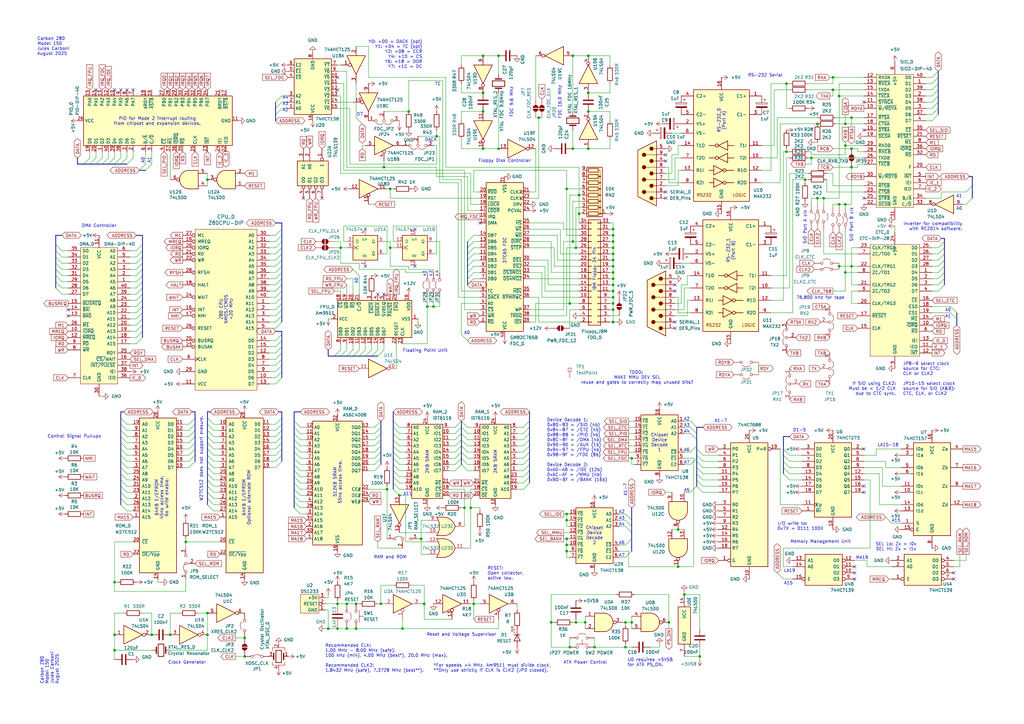
<source format=kicad_sch>
(kicad_sch (version 20250114) (generator "eeschema") (generator_version "9.0")
  (paper "A3")
  (title_block (title "Project Carbon Z80 Motherboard") (date "2025-08-11") (rev "1") (company "Jules Carboni") (comment 1 "Zilog Z80 System") (comment 2 "Decimal ATX (dATX)") (comment 4 "Z80, DMA, CTC, SIO, PIO, FPU, RTC, FDC, IDE"))
  (lib_symbols
    (symbol "4049_1" (pin_names (offset 1.016))
      (property "Reference" "U33" (at 6.35 1.2701 0))
      (property "Value" "4049UB" (at 6.35 -1.2699 0))
      (symbol "4049_1_1_0"
        (pin input line (at -7.62 0 0) (length 3.81) (name "~") (number "3"))
        (pin output inverted (at 7.62 0 180) (length 3.81) (name "~") (number "2"))
      )
      (symbol "4049_1_2_0"
        (pin input line (at -7.62 0 0) (length 3.81) (name "~") (number "5"))
        (pin output inverted (at 7.62 0 180) (length 3.81) (name "~") (number "4"))
      )
      (symbol "4049_1_3_0"
        (pin input line (at -7.62 0 0) (length 3.81) (name "~") (number "7"))
        (pin output inverted (at 7.62 0 180) (length 3.81) (name "~") (number "6"))
      )
      (symbol "4049_1_4_0"
        (pin input line (at -7.62 0 0) (length 3.81) (name "~") (number "9"))
        (pin output inverted (at 7.62 0 180) (length 3.81) (name "~") (number "10"))
      )
      (symbol "4049_1_5_0"
        (pin input line (at -7.62 0 0) (length 3.81) (name "~") (number "11"))
        (pin output inverted (at 7.62 0 180) (length 3.81) (name "~") (number "12"))
      )
      (symbol "4049_1_6_0"
        (pin input line (at -7.62 0 0) (length 3.81) (name "~") (number "14"))
        (pin output inverted (at 7.62 0 180) (length 3.81) (name "~") (number "15"))
      )
      (symbol "4049_1_7_0"
        (pin power_in line (at 0 12.7 270) (length 5.08) (name "VCC") (number "1"))
        (pin power_in line (at 0 -12.7 90) (length 5.08) (name "VSS") (number "8"))
      )
    )
    (symbol "4049_2" (pin_names (offset 1.016))
      (property "Reference" "U33" (at 6.35 1.2701 0))
      (property "Value" "4049UB" (at 6.35 -1.2699 0))
      (symbol "4049_2_1_0"
        (pin input line (at -7.62 0 0) (length 3.81) (name "~") (number "3"))
        (pin output inverted (at 7.62 0 180) (length 3.81) (name "~") (number "2"))
      )
      (symbol "4049_2_2_0"
        (pin input line (at -7.62 0 0) (length 3.81) (name "~") (number "5"))
        (pin output inverted (at 7.62 0 180) (length 3.81) (name "~") (number "4"))
      )
      (symbol "4049_2_3_0"
        (pin input line (at -7.62 0 0) (length 3.81) (name "~") (number "7"))
        (pin output inverted (at 7.62 0 180) (length 3.81) (name "~") (number "6"))
      )
      (symbol "4049_2_4_0"
        (pin input line (at -7.62 0 0) (length 3.81) (name "~") (number "9"))
        (pin output inverted (at 7.62 0 180) (length 3.81) (name "~") (number "10"))
      )
      (symbol "4049_2_5_0"
        (pin input line (at -7.62 0 0) (length 3.81) (name "~") (number "11"))
        (pin output inverted (at 7.62 0 180) (length 3.81) (name "~") (number "12"))
      )
      (symbol "4049_2_6_0"
        (pin input line (at -7.62 0 0) (length 3.81) (name "~") (number "14"))
        (pin output inverted (at 7.62 0 180) (length 3.81) (name "~") (number "15"))
      )
      (symbol "4049_2_7_0"
        (pin power_in line (at 0 12.7 270) (length 5.08) (name "VCC") (number "1"))
        (pin power_in line (at 0 -12.7 90) (length 5.08) (name "VSS") (number "8"))
      )
    )
    (symbol "4049_3" (pin_names (offset 1.016))
      (property "Reference" "U33" (at 6.35 1.2701 0))
      (property "Value" "4049UB" (at 6.35 -1.2699 0))
      (symbol "4049_3_1_0"
        (pin input line (at -7.62 0 0) (length 3.81) (name "~") (number "3"))
        (pin output inverted (at 7.62 0 180) (length 3.81) (name "~") (number "2"))
      )
      (symbol "4049_3_2_0"
        (pin input line (at -7.62 0 0) (length 3.81) (name "~") (number "5"))
        (pin output inverted (at 7.62 0 180) (length 3.81) (name "~") (number "4"))
      )
      (symbol "4049_3_3_0"
        (pin input line (at -7.62 0 0) (length 3.81) (name "~") (number "7"))
        (pin output inverted (at 7.62 0 180) (length 3.81) (name "~") (number "6"))
      )
      (symbol "4049_3_4_0"
        (pin input line (at -7.62 0 0) (length 3.81) (name "~") (number "9"))
        (pin output inverted (at 7.62 0 180) (length 3.81) (name "~") (number "10"))
      )
      (symbol "4049_3_5_0"
        (pin input line (at -7.62 0 0) (length 3.81) (name "~") (number "11"))
        (pin output inverted (at 7.62 0 180) (length 3.81) (name "~") (number "12"))
      )
      (symbol "4049_3_6_0"
        (pin input line (at -7.62 0 0) (length 3.81) (name "~") (number "14"))
        (pin output inverted (at 7.62 0 180) (length 3.81) (name "~") (number "15"))
      )
      (symbol "4049_3_7_0"
        (pin power_in line (at 0 12.7 270) (length 5.08) (name "VCC") (number "1"))
        (pin power_in line (at 0 -12.7 90) (length 5.08) (name "VSS") (number "8"))
      )
    )
    (symbol "4049_4" (pin_names (offset 1.016))
      (property "Reference" "U33" (at 6.35 1.2701 0))
      (property "Value" "4049UB" (at 6.35 -1.2699 0))
      (symbol "4049_4_1_0"
        (pin input line (at -7.62 0 0) (length 3.81) (name "~") (number "3"))
        (pin output inverted (at 7.62 0 180) (length 3.81) (name "~") (number "2"))
      )
      (symbol "4049_4_2_0"
        (pin input line (at -7.62 0 0) (length 3.81) (name "~") (number "5"))
        (pin output inverted (at 7.62 0 180) (length 3.81) (name "~") (number "4"))
      )
      (symbol "4049_4_3_0"
        (pin input line (at -7.62 0 0) (length 3.81) (name "~") (number "7"))
        (pin output inverted (at 7.62 0 180) (length 3.81) (name "~") (number "6"))
      )
      (symbol "4049_4_4_0"
        (pin input line (at -7.62 0 0) (length 3.81) (name "~") (number "9"))
        (pin output inverted (at 7.62 0 180) (length 3.81) (name "~") (number "10"))
      )
      (symbol "4049_4_5_0"
        (pin input line (at -7.62 0 0) (length 3.81) (name "~") (number "11"))
        (pin output inverted (at 7.62 0 180) (length 3.81) (name "~") (number "12"))
      )
      (symbol "4049_4_6_0"
        (pin input line (at -7.62 0 0) (length 3.81) (name "~") (number "14"))
        (pin output inverted (at 7.62 0 180) (length 3.81) (name "~") (number "15"))
      )
      (symbol "4049_4_7_0"
        (pin power_in line (at 0 12.7 270) (length 5.08) (name "VCC") (number "1"))
        (pin power_in line (at 0 -12.7 90) (length 5.08) (name "VSS") (number "8"))
      )
    )
    (symbol "4049_5" (pin_names (offset 1.016))
      (property "Reference" "U33" (at 6.35 1.2701 0))
      (property "Value" "4049UB" (at 6.35 -1.2699 0))
      (symbol "4049_5_1_0"
        (pin input line (at -7.62 0 0) (length 3.81) (name "~") (number "3"))
        (pin output inverted (at 7.62 0 180) (length 3.81) (name "~") (number "2"))
      )
      (symbol "4049_5_2_0"
        (pin input line (at -7.62 0 0) (length 3.81) (name "~") (number "5"))
        (pin output inverted (at 7.62 0 180) (length 3.81) (name "~") (number "4"))
      )
      (symbol "4049_5_3_0"
        (pin input line (at -7.62 0 0) (length 3.81) (name "~") (number "7"))
        (pin output inverted (at 7.62 0 180) (length 3.81) (name "~") (number "6"))
      )
      (symbol "4049_5_4_0"
        (pin input line (at -7.62 0 0) (length 3.81) (name "~") (number "9"))
        (pin output inverted (at 7.62 0 180) (length 3.81) (name "~") (number "10"))
      )
      (symbol "4049_5_5_0"
        (pin input line (at -7.62 0 0) (length 3.81) (name "~") (number "11"))
        (pin output inverted (at 7.62 0 180) (length 3.81) (name "~") (number "12"))
      )
      (symbol "4049_5_6_0"
        (pin input line (at -7.62 0 0) (length 3.81) (name "~") (number "14"))
        (pin output inverted (at 7.62 0 180) (length 3.81) (name "~") (number "15"))
      )
      (symbol "4049_5_7_0"
        (pin power_in line (at 0 12.7 270) (length 5.08) (name "VCC") (number "1"))
        (pin power_in line (at 0 -12.7 90) (length 5.08) (name "VSS") (number "8"))
      )
    )
    (symbol "4049_6" (pin_names (offset 1.016))
      (property "Reference" "U33" (at 6.35 1.2701 0))
      (property "Value" "4049UB" (at 6.35 -1.2699 0))
      (symbol "4049_6_1_0"
        (pin input line (at -7.62 0 0) (length 3.81) (name "~") (number "3"))
        (pin output inverted (at 7.62 0 180) (length 3.81) (name "~") (number "2"))
      )
      (symbol "4049_6_2_0"
        (pin input line (at -7.62 0 0) (length 3.81) (name "~") (number "5"))
        (pin output inverted (at 7.62 0 180) (length 3.81) (name "~") (number "4"))
      )
      (symbol "4049_6_3_0"
        (pin input line (at -7.62 0 0) (length 3.81) (name "~") (number "7"))
        (pin output inverted (at 7.62 0 180) (length 3.81) (name "~") (number "6"))
      )
      (symbol "4049_6_4_0"
        (pin input line (at -7.62 0 0) (length 3.81) (name "~") (number "9"))
        (pin output inverted (at 7.62 0 180) (length 3.81) (name "~") (number "10"))
      )
      (symbol "4049_6_5_0"
        (pin input line (at -7.62 0 0) (length 3.81) (name "~") (number "11"))
        (pin output inverted (at 7.62 0 180) (length 3.81) (name "~") (number "12"))
      )
      (symbol "4049_6_6_0"
        (pin input line (at -7.62 0 0) (length 3.81) (name "~") (number "14"))
        (pin output inverted (at 7.62 0 180) (length 3.81) (name "~") (number "15"))
      )
      (symbol "4049_6_7_0"
        (pin power_in line (at 0 12.7 270) (length 5.08) (name "VCC") (number "1"))
        (pin power_in line (at 0 -12.7 90) (length 5.08) (name "VSS") (number "8"))
      )
    )
    (symbol "4070_1" (pin_names (offset 1.016))
      (property "Reference" "U38" (at -6.35 1.2701 0))
      (property "Value" "4070" (at -6.35 -1.2699 0))
      (symbol "4070_1_1_0"
        (pin input line (at -7.62 2.54 0) (length 4.445) (name "~") (number "1"))
        (pin input line (at -7.62 -2.54 0) (length 4.445) (name "~") (number "2"))
        (pin output line (at 7.62 0 180) (length 3.81) (name "~") (number "3"))
      )
      (symbol "4070_1_2_0"
        (pin input line (at -7.62 2.54 0) (length 4.445) (name "~") (number "5"))
        (pin input line (at -7.62 -2.54 0) (length 4.445) (name "~") (number "6"))
        (pin output line (at 7.62 0 180) (length 3.81) (name "~") (number "4"))
      )
      (symbol "4070_1_3_0"
        (pin input line (at -7.62 2.54 0) (length 4.445) (name "~") (number "8"))
        (pin input line (at -7.62 -2.54 0) (length 4.445) (name "~") (number "9"))
        (pin output line (at 7.62 0 180) (length 3.81) (name "~") (number "10"))
      )
      (symbol "4070_1_4_0"
        (pin input line (at -7.62 2.54 0) (length 4.445) (name "~") (number "12"))
        (pin input line (at -7.62 -2.54 0) (length 4.445) (name "~") (number "13"))
        (pin output line (at 7.62 0 180) (length 3.81) (name "~") (number "11"))
      )
      (symbol "4070_1_5_0"
        (pin power_in line (at 0 12.7 270) (length 5.08) (name "VDD") (number "14"))
        (pin power_in line (at 0 -12.7 90) (length 5.08) (name "VSS") (number "7"))
      )
    )
    (symbol "4070_2" (pin_names (offset 1.016))
      (property "Reference" "U38" (at -6.35 1.2701 0))
      (property "Value" "4070" (at -6.35 -1.2699 0))
      (symbol "4070_2_1_0"
        (pin input line (at -7.62 2.54 0) (length 4.445) (name "~") (number "1"))
        (pin input line (at -7.62 -2.54 0) (length 4.445) (name "~") (number "2"))
        (pin output line (at 7.62 0 180) (length 3.81) (name "~") (number "3"))
      )
      (symbol "4070_2_2_0"
        (pin input line (at -7.62 2.54 0) (length 4.445) (name "~") (number "5"))
        (pin input line (at -7.62 -2.54 0) (length 4.445) (name "~") (number "6"))
        (pin output line (at 7.62 0 180) (length 3.81) (name "~") (number "4"))
      )
      (symbol "4070_2_3_0"
        (pin input line (at -7.62 2.54 0) (length 4.445) (name "~") (number "8"))
        (pin input line (at -7.62 -2.54 0) (length 4.445) (name "~") (number "9"))
        (pin output line (at 7.62 0 180) (length 3.81) (name "~") (number "10"))
      )
      (symbol "4070_2_4_0"
        (pin input line (at -7.62 2.54 0) (length 4.445) (name "~") (number "12"))
        (pin input line (at -7.62 -2.54 0) (length 4.445) (name "~") (number "13"))
        (pin output line (at 7.62 0 180) (length 3.81) (name "~") (number "11"))
      )
      (symbol "4070_2_5_0"
        (pin power_in line (at 0 12.7 270) (length 5.08) (name "VDD") (number "14"))
        (pin power_in line (at 0 -12.7 90) (length 5.08) (name "VSS") (number "7"))
      )
    )
    (symbol "4070_3" (pin_names (offset 1.016))
      (property "Reference" "U38" (at -6.35 1.2701 0))
      (property "Value" "4070" (at -6.35 -1.2699 0))
      (symbol "4070_3_1_0"
        (pin input line (at -7.62 2.54 0) (length 4.445) (name "~") (number "1"))
        (pin input line (at -7.62 -2.54 0) (length 4.445) (name "~") (number "2"))
        (pin output line (at 7.62 0 180) (length 3.81) (name "~") (number "3"))
      )
      (symbol "4070_3_2_0"
        (pin input line (at -7.62 2.54 0) (length 4.445) (name "~") (number "5"))
        (pin input line (at -7.62 -2.54 0) (length 4.445) (name "~") (number "6"))
        (pin output line (at 7.62 0 180) (length 3.81) (name "~") (number "4"))
      )
      (symbol "4070_3_3_0"
        (pin input line (at -7.62 2.54 0) (length 4.445) (name "~") (number "8"))
        (pin input line (at -7.62 -2.54 0) (length 4.445) (name "~") (number "9"))
        (pin output line (at 7.62 0 180) (length 3.81) (name "~") (number "10"))
      )
      (symbol "4070_3_4_0"
        (pin input line (at -7.62 2.54 0) (length 4.445) (name "~") (number "12"))
        (pin input line (at -7.62 -2.54 0) (length 4.445) (name "~") (number "13"))
        (pin output line (at 7.62 0 180) (length 3.81) (name "~") (number "11"))
      )
      (symbol "4070_3_5_0"
        (pin power_in line (at 0 12.7 270) (length 5.08) (name "VDD") (number "14"))
        (pin power_in line (at 0 -12.7 90) (length 5.08) (name "VSS") (number "7"))
      )
    )
    (symbol "4070_4" (pin_names (offset 1.016))
      (property "Reference" "U38" (at -6.35 1.2701 0))
      (property "Value" "4070" (at -6.35 -1.2699 0))
      (symbol "4070_4_1_0"
        (pin input line (at -7.62 2.54 0) (length 4.445) (name "~") (number "1"))
        (pin input line (at -7.62 -2.54 0) (length 4.445) (name "~") (number "2"))
        (pin output line (at 7.62 0 180) (length 3.81) (name "~") (number "3"))
      )
      (symbol "4070_4_2_0"
        (pin input line (at -7.62 2.54 0) (length 4.445) (name "~") (number "5"))
        (pin input line (at -7.62 -2.54 0) (length 4.445) (name "~") (number "6"))
        (pin output line (at 7.62 0 180) (length 3.81) (name "~") (number "4"))
      )
      (symbol "4070_4_3_0"
        (pin input line (at -7.62 2.54 0) (length 4.445) (name "~") (number "8"))
        (pin input line (at -7.62 -2.54 0) (length 4.445) (name "~") (number "9"))
        (pin output line (at 7.62 0 180) (length 3.81) (name "~") (number "10"))
      )
      (symbol "4070_4_4_0"
        (pin input line (at -7.62 2.54 0) (length 4.445) (name "~") (number "12"))
        (pin input line (at -7.62 -2.54 0) (length 4.445) (name "~") (number "13"))
        (pin output line (at 7.62 0 180) (length 3.81) (name "~") (number "11"))
      )
      (symbol "4070_4_5_0"
        (pin power_in line (at 0 12.7 270) (length 5.08) (name "VDD") (number "14"))
        (pin power_in line (at 0 -12.7 90) (length 5.08) (name "VSS") (number "7"))
      )
    )
    (symbol "4xxx:4046" (pin_names (offset 1.016))
      (property "Reference" "U" (at -7.62 13.97 0))
      (property "Value" "4046" (at -7.62 -16.51 0))
      (symbol "4046_1_0"
        (pin input line (at -12.7 10.16 0) (length 5.08) (name "RefIn") (number "3"))
        (pin input line (at -12.7 7.62 0) (length 5.08) (name "SigIn") (number "14"))
        (pin input line (at -12.7 2.54 0) (length 5.08) (name "C1") (number "6"))
        (pin input line (at -12.7 0 0) (length 5.08) (name "C2") (number "7"))
        (pin input line (at -12.7 -5.08 0) (length 5.08) (name "R1") (number "11"))
        (pin input line (at -12.7 -7.62 0) (length 5.08) (name "R2") (number "12"))
        (pin input line (at -12.7 -12.7 0) (length 5.08) (name "Inh") (number "5"))
        (pin power_in line (at 0 17.78 270) (length 5.08) (name "VDD") (number "16"))
        (pin power_in line (at 0 -20.32 90) (length 5.08) (name "VSS") (number "8"))
        (pin output line (at 12.7 10.16 180) (length 5.08) (name "FOUT") (number "4"))
        (pin output line (at 12.7 7.62 180) (length 5.08) (name "PC1") (number "2"))
        (pin tri_state line (at 12.7 5.08 180) (length 5.08) (name "PC2") (number "13"))
        (pin input line (at 12.7 0 180) (length 5.08) (name "VCOin") (number "9"))
        (pin output line (at 12.7 -5.08 180) (length 5.08) (name "PCP") (number "1"))
        (pin output line (at 12.7 -7.62 180) (length 5.08) (name "SFout") (number "10"))
        (pin output line (at 12.7 -10.16 180) (length 5.08) (name "ZOUT") (number "15"))
      )
    )
    (symbol "4xxx:4049" (pin_names (offset 1.016))
      (property "Reference" "U33" (at 6.35 1.2701 0))
      (property "Value" "4049UB" (at 6.35 -1.2699 0))
      (symbol "4049_1_0"
        (pin input line (at -7.62 0 0) (length 3.81) (name "~") (number "3"))
        (pin output inverted (at 7.62 0 180) (length 3.81) (name "~") (number "2"))
      )
      (symbol "4049_2_0"
        (pin input line (at -7.62 0 0) (length 3.81) (name "~") (number "5"))
        (pin output inverted (at 7.62 0 180) (length 3.81) (name "~") (number "4"))
      )
      (symbol "4049_3_0"
        (pin input line (at -7.62 0 0) (length 3.81) (name "~") (number "7"))
        (pin output inverted (at 7.62 0 180) (length 3.81) (name "~") (number "6"))
      )
      (symbol "4049_4_0"
        (pin input line (at -7.62 0 0) (length 3.81) (name "~") (number "9"))
        (pin output inverted (at 7.62 0 180) (length 3.81) (name "~") (number "10"))
      )
      (symbol "4049_5_0"
        (pin input line (at -7.62 0 0) (length 3.81) (name "~") (number "11"))
        (pin output inverted (at 7.62 0 180) (length 3.81) (name "~") (number "12"))
      )
      (symbol "4049_6_0"
        (pin input line (at -7.62 0 0) (length 3.81) (name "~") (number "14"))
        (pin output inverted (at 7.62 0 180) (length 3.81) (name "~") (number "15"))
      )
      (symbol "4049_7_0"
        (pin power_in line (at 0 12.7 270) (length 5.08) (name "VCC") (number "1"))
        (pin power_in line (at 0 -12.7 90) (length 5.08) (name "VSS") (number "8"))
      )
    )
    (symbol "4xxx:4070" (pin_names (offset 1.016))
      (property "Reference" "U38" (at -6.35 1.2701 0))
      (property "Value" "4070" (at -6.35 -1.2699 0))
      (symbol "4070_1_0"
        (pin input line (at -7.62 2.54 0) (length 4.445) (name "~") (number "1"))
        (pin input line (at -7.62 -2.54 0) (length 4.445) (name "~") (number "2"))
        (pin output line (at 7.62 0 180) (length 3.81) (name "~") (number "3"))
      )
      (symbol "4070_2_0"
        (pin input line (at -7.62 2.54 0) (length 4.445) (name "~") (number "5"))
        (pin input line (at -7.62 -2.54 0) (length 4.445) (name "~") (number "6"))
        (pin output line (at 7.62 0 180) (length 3.81) (name "~") (number "4"))
      )
      (symbol "4070_3_0"
        (pin input line (at -7.62 2.54 0) (length 4.445) (name "~") (number "8"))
        (pin input line (at -7.62 -2.54 0) (length 4.445) (name "~") (number "9"))
        (pin output line (at 7.62 0 180) (length 3.81) (name "~") (number "10"))
      )
      (symbol "4070_4_0"
        (pin input line (at -7.62 2.54 0) (length 4.445) (name "~") (number "12"))
        (pin input line (at -7.62 -2.54 0) (length 4.445) (name "~") (number "13"))
        (pin output line (at 7.62 0 180) (length 3.81) (name "~") (number "11"))
      )
      (symbol "4070_5_0"
        (pin power_in line (at 0 12.7 270) (length 5.08) (name "VDD") (number "14"))
        (pin power_in line (at 0 -12.7 90) (length 5.08) (name "VSS") (number "7"))
      )
    )
    (symbol "74AHCT125_1" (pin_names (offset 1.016))
      (property "Reference" "U3" (at -4.572 -10.16 90))
      (property "Value" "74AHCT125" (at -7.112 -6.604 90))
      (symbol "74AHCT125_1_1_0"
        (pin input line (at -7.62 0 0) (length 3.81) (name "~") (number "2"))
        (pin input inverted (at 0 -6.35 90) (length 4.445) (name "~") (number "1"))
        (pin tri_state line (at 7.62 0 180) (length 3.81) (name "~") (number "3"))
      )
      (symbol "74AHCT125_1_2_0"
        (pin input line (at -7.62 0 0) (length 3.81) (name "~") (number "5"))
        (pin input inverted (at 0 -6.35 90) (length 4.445) (name "~") (number "4"))
        (pin tri_state line (at 7.62 0 180) (length 3.81) (name "~") (number "6"))
      )
      (symbol "74AHCT125_1_3_0"
        (pin input line (at -7.62 0 0) (length 3.81) (name "~") (number "9"))
        (pin input inverted (at 0 -6.35 90) (length 4.445) (name "~") (number "10"))
        (pin tri_state line (at 7.62 0 180) (length 3.81) (name "~") (number "8"))
      )
      (symbol "74AHCT125_1_4_0"
        (pin input line (at -7.62 0 0) (length 3.81) (name "~") (number "12"))
        (pin input inverted (at 0 -6.35 90) (length 4.445) (name "~") (number "13"))
        (pin tri_state line (at 7.62 0 180) (length 3.81) (name "~") (number "11"))
      )
      (symbol "74AHCT125_1_5_0"
        (pin power_in line (at 0 12.7 270) (length 5.08) (name "VCC") (number "14"))
        (pin power_in line (at 0 -12.7 90) (length 5.08) (name "GND") (number "7"))
      )
    )
    (symbol "74AHCT125_10" (pin_names (offset 1.016))
      (property "Reference" "U26" (at 6.35 1.2701 0))
      (property "Value" "74AHCT125" (at 6.35 -1.2699 0))
      (symbol "74AHCT125_10_1_0"
        (pin input line (at -7.62 0 0) (length 3.81) (name "~") (number "2"))
        (pin input inverted (at 0 -6.35 90) (length 4.445) (name "~") (number "1"))
        (pin tri_state line (at 7.62 0 180) (length 3.81) (name "~") (number "3"))
      )
      (symbol "74AHCT125_10_2_0"
        (pin input line (at -7.62 0 0) (length 3.81) (name "~") (number "5"))
        (pin input inverted (at 0 -6.35 90) (length 4.445) (name "~") (number "4"))
        (pin tri_state line (at 7.62 0 180) (length 3.81) (name "~") (number "6"))
      )
      (symbol "74AHCT125_10_3_0"
        (pin input line (at -7.62 0 0) (length 3.81) (name "~") (number "9"))
        (pin input inverted (at 0 -6.35 90) (length 4.445) (name "~") (number "10"))
        (pin tri_state line (at 7.62 0 180) (length 3.81) (name "~") (number "8"))
      )
      (symbol "74AHCT125_10_4_0"
        (pin input line (at -7.62 0 0) (length 3.81) (name "~") (number "12"))
        (pin input inverted (at 0 -6.35 90) (length 4.445) (name "~") (number "13"))
        (pin tri_state line (at 7.62 0 180) (length 3.81) (name "~") (number "11"))
      )
      (symbol "74AHCT125_10_5_0"
        (pin power_in line (at 0 12.7 270) (length 5.08) (name "VCC") (number "14"))
        (pin power_in line (at 0 -12.7 90) (length 5.08) (name "GND") (number "7"))
      )
    )
    (symbol "74AHCT125_11" (pin_names (offset 1.016))
      (property "Reference" "U26" (at 6.35 1.2701 0))
      (property "Value" "74AHCT125" (at 6.35 -1.2699 0))
      (symbol "74AHCT125_11_1_0"
        (pin input line (at -7.62 0 0) (length 3.81) (name "~") (number "2"))
        (pin input inverted (at 0 -6.35 90) (length 4.445) (name "~") (number "1"))
        (pin tri_state line (at 7.62 0 180) (length 3.81) (name "~") (number "3"))
      )
      (symbol "74AHCT125_11_2_0"
        (pin input line (at -7.62 0 0) (length 3.81) (name "~") (number "5"))
        (pin input inverted (at 0 -6.35 90) (length 4.445) (name "~") (number "4"))
        (pin tri_state line (at 7.62 0 180) (length 3.81) (name "~") (number "6"))
      )
      (symbol "74AHCT125_11_3_0"
        (pin input line (at -7.62 0 0) (length 3.81) (name "~") (number "9"))
        (pin input inverted (at 0 -6.35 90) (length 4.445) (name "~") (number "10"))
        (pin tri_state line (at 7.62 0 180) (length 3.81) (name "~") (number "8"))
      )
      (symbol "74AHCT125_11_4_0"
        (pin input line (at -7.62 0 0) (length 3.81) (name "~") (number "12"))
        (pin input inverted (at 0 -6.35 90) (length 4.445) (name "~") (number "13"))
        (pin tri_state line (at 7.62 0 180) (length 3.81) (name "~") (number "11"))
      )
      (symbol "74AHCT125_11_5_0"
        (pin power_in line (at 0 12.7 270) (length 5.08) (name "VCC") (number "14"))
        (pin power_in line (at 0 -12.7 90) (length 5.08) (name "GND") (number "7"))
      )
    )
    (symbol "74AHCT125_12" (pin_names (offset 1.016))
      (property "Reference" "U26" (at 6.35 1.2701 0))
      (property "Value" "74AHCT125" (at 6.35 -1.2699 0))
      (symbol "74AHCT125_12_1_0"
        (pin input line (at -7.62 0 0) (length 3.81) (name "~") (number "2"))
        (pin input inverted (at 0 -6.35 90) (length 4.445) (name "~") (number "1"))
        (pin tri_state line (at 7.62 0 180) (length 3.81) (name "~") (number "3"))
      )
      (symbol "74AHCT125_12_2_0"
        (pin input line (at -7.62 0 0) (length 3.81) (name "~") (number "5"))
        (pin input inverted (at 0 -6.35 90) (length 4.445) (name "~") (number "4"))
        (pin tri_state line (at 7.62 0 180) (length 3.81) (name "~") (number "6"))
      )
      (symbol "74AHCT125_12_3_0"
        (pin input line (at -7.62 0 0) (length 3.81) (name "~") (number "9"))
        (pin input inverted (at 0 -6.35 90) (length 4.445) (name "~") (number "10"))
        (pin tri_state line (at 7.62 0 180) (length 3.81) (name "~") (number "8"))
      )
      (symbol "74AHCT125_12_4_0"
        (pin input line (at -7.62 0 0) (length 3.81) (name "~") (number "12"))
        (pin input inverted (at 0 -6.35 90) (length 4.445) (name "~") (number "13"))
        (pin tri_state line (at 7.62 0 180) (length 3.81) (name "~") (number "11"))
      )
      (symbol "74AHCT125_12_5_0"
        (pin power_in line (at 0 12.7 270) (length 5.08) (name "VCC") (number "14"))
        (pin power_in line (at 0 -12.7 90) (length 5.08) (name "GND") (number "7"))
      )
    )
    (symbol "74AHCT125_13" (pin_names (offset 1.016))
      (property "Reference" "U26" (at 6.35 1.2701 0))
      (property "Value" "74AHCT125" (at 6.35 -1.2699 0))
      (symbol "74AHCT125_13_1_0"
        (pin input line (at -7.62 0 0) (length 3.81) (name "~") (number "2"))
        (pin input inverted (at 0 -6.35 90) (length 4.445) (name "~") (number "1"))
        (pin tri_state line (at 7.62 0 180) (length 3.81) (name "~") (number "3"))
      )
      (symbol "74AHCT125_13_2_0"
        (pin input line (at -7.62 0 0) (length 3.81) (name "~") (number "5"))
        (pin input inverted (at 0 -6.35 90) (length 4.445) (name "~") (number "4"))
        (pin tri_state line (at 7.62 0 180) (length 3.81) (name "~") (number "6"))
      )
      (symbol "74AHCT125_13_3_0"
        (pin input line (at -7.62 0 0) (length 3.81) (name "~") (number "9"))
        (pin input inverted (at 0 -6.35 90) (length 4.445) (name "~") (number "10"))
        (pin tri_state line (at 7.62 0 180) (length 3.81) (name "~") (number "8"))
      )
      (symbol "74AHCT125_13_4_0"
        (pin input line (at -7.62 0 0) (length 3.81) (name "~") (number "12"))
        (pin input inverted (at 0 -6.35 90) (length 4.445) (name "~") (number "13"))
        (pin tri_state line (at 7.62 0 180) (length 3.81) (name "~") (number "11"))
      )
      (symbol "74AHCT125_13_5_0"
        (pin power_in line (at 0 12.7 270) (length 5.08) (name "VCC") (number "14"))
        (pin power_in line (at 0 -12.7 90) (length 5.08) (name "GND") (number "7"))
      )
    )
    (symbol "74AHCT125_14" (pin_names (offset 1.016))
      (property "Reference" "U26" (at 6.35 1.2701 0))
      (property "Value" "74AHCT125" (at 6.35 -1.2699 0))
      (symbol "74AHCT125_14_1_0"
        (pin input line (at -7.62 0 0) (length 3.81) (name "~") (number "2"))
        (pin input inverted (at 0 -6.35 90) (length 4.445) (name "~") (number "1"))
        (pin tri_state line (at 7.62 0 180) (length 3.81) (name "~") (number "3"))
      )
      (symbol "74AHCT125_14_2_0"
        (pin input line (at -7.62 0 0) (length 3.81) (name "~") (number "5"))
        (pin input inverted (at 0 -6.35 90) (length 4.445) (name "~") (number "4"))
        (pin tri_state line (at 7.62 0 180) (length 3.81) (name "~") (number "6"))
      )
      (symbol "74AHCT125_14_3_0"
        (pin input line (at -7.62 0 0) (length 3.81) (name "~") (number "9"))
        (pin input inverted (at 0 -6.35 90) (length 4.445) (name "~") (number "10"))
        (pin tri_state line (at 7.62 0 180) (length 3.81) (name "~") (number "8"))
      )
      (symbol "74AHCT125_14_4_0"
        (pin input line (at -7.62 0 0) (length 3.81) (name "~") (number "12"))
        (pin input inverted (at 0 -6.35 90) (length 4.445) (name "~") (number "13"))
        (pin tri_state line (at 7.62 0 180) (length 3.81) (name "~") (number "11"))
      )
      (symbol "74AHCT125_14_5_0"
        (pin power_in line (at 0 12.7 270) (length 5.08) (name "VCC") (number "14"))
        (pin power_in line (at 0 -12.7 90) (length 5.08) (name "GND") (number "7"))
      )
    )
    (symbol "74AHCT125_2" (pin_names (offset 1.016))
      (property "Reference" "U3" (at -4.572 -10.16 90))
      (property "Value" "74AHCT125" (at -7.112 -6.604 90))
      (symbol "74AHCT125_2_1_0"
        (pin input line (at -7.62 0 0) (length 3.81) (name "~") (number "2"))
        (pin input inverted (at 0 -6.35 90) (length 4.445) (name "~") (number "1"))
        (pin tri_state line (at 7.62 0 180) (length 3.81) (name "~") (number "3"))
      )
      (symbol "74AHCT125_2_2_0"
        (pin input line (at -7.62 0 0) (length 3.81) (name "~") (number "5"))
        (pin input inverted (at 0 -6.35 90) (length 4.445) (name "~") (number "4"))
        (pin tri_state line (at 7.62 0 180) (length 3.81) (name "~") (number "6"))
      )
      (symbol "74AHCT125_2_3_0"
        (pin input line (at -7.62 0 0) (length 3.81) (name "~") (number "9"))
        (pin input inverted (at 0 -6.35 90) (length 4.445) (name "~") (number "10"))
        (pin tri_state line (at 7.62 0 180) (length 3.81) (name "~") (number "8"))
      )
      (symbol "74AHCT125_2_4_0"
        (pin input line (at -7.62 0 0) (length 3.81) (name "~") (number "12"))
        (pin input inverted (at 0 -6.35 90) (length 4.445) (name "~") (number "13"))
        (pin tri_state line (at 7.62 0 180) (length 3.81) (name "~") (number "11"))
      )
      (symbol "74AHCT125_2_5_0"
        (pin power_in line (at 0 12.7 270) (length 5.08) (name "VCC") (number "14"))
        (pin power_in line (at 0 -12.7 90) (length 5.08) (name "GND") (number "7"))
      )
    )
    (symbol "74AHCT125_3" (pin_names (offset 1.016))
      (property "Reference" "U3" (at -4.572 -10.16 90))
      (property "Value" "74AHCT125" (at -7.112 -6.604 90))
      (symbol "74AHCT125_3_1_0"
        (pin input line (at -7.62 0 0) (length 3.81) (name "~") (number "2"))
        (pin input inverted (at 0 -6.35 90) (length 4.445) (name "~") (number "1"))
        (pin tri_state line (at 7.62 0 180) (length 3.81) (name "~") (number "3"))
      )
      (symbol "74AHCT125_3_2_0"
        (pin input line (at -7.62 0 0) (length 3.81) (name "~") (number "5"))
        (pin input inverted (at 0 -6.35 90) (length 4.445) (name "~") (number "4"))
        (pin tri_state line (at 7.62 0 180) (length 3.81) (name "~") (number "6"))
      )
      (symbol "74AHCT125_3_3_0"
        (pin input line (at -7.62 0 0) (length 3.81) (name "~") (number "9"))
        (pin input inverted (at 0 -6.35 90) (length 4.445) (name "~") (number "10"))
        (pin tri_state line (at 7.62 0 180) (length 3.81) (name "~") (number "8"))
      )
      (symbol "74AHCT125_3_4_0"
        (pin input line (at -7.62 0 0) (length 3.81) (name "~") (number "12"))
        (pin input inverted (at 0 -6.35 90) (length 4.445) (name "~") (number "13"))
        (pin tri_state line (at 7.62 0 180) (length 3.81) (name "~") (number "11"))
      )
      (symbol "74AHCT125_3_5_0"
        (pin power_in line (at 0 12.7 270) (length 5.08) (name "VCC") (number "14"))
        (pin power_in line (at 0 -12.7 90) (length 5.08) (name "GND") (number "7"))
      )
    )
    (symbol "74AHCT125_4" (pin_names (offset 1.016))
      (property "Reference" "U3" (at -4.572 -10.16 90))
      (property "Value" "74AHCT125" (at -7.112 -6.604 90))
      (symbol "74AHCT125_4_1_0"
        (pin input line (at -7.62 0 0) (length 3.81) (name "~") (number "2"))
        (pin input inverted (at 0 -6.35 90) (length 4.445) (name "~") (number "1"))
        (pin tri_state line (at 7.62 0 180) (length 3.81) (name "~") (number "3"))
      )
      (symbol "74AHCT125_4_2_0"
        (pin input line (at -7.62 0 0) (length 3.81) (name "~") (number "5"))
        (pin input inverted (at 0 -6.35 90) (length 4.445) (name "~") (number "4"))
        (pin tri_state line (at 7.62 0 180) (length 3.81) (name "~") (number "6"))
      )
      (symbol "74AHCT125_4_3_0"
        (pin input line (at -7.62 0 0) (length 3.81) (name "~") (number "9"))
        (pin input inverted (at 0 -6.35 90) (length 4.445) (name "~") (number "10"))
        (pin tri_state line (at 7.62 0 180) (length 3.81) (name "~") (number "8"))
      )
      (symbol "74AHCT125_4_4_0"
        (pin input line (at -7.62 0 0) (length 3.81) (name "~") (number "12"))
        (pin input inverted (at 0 -6.35 90) (length 4.445) (name "~") (number "13"))
        (pin tri_state line (at 7.62 0 180) (length 3.81) (name "~") (number "11"))
      )
      (symbol "74AHCT125_4_5_0"
        (pin power_in line (at 0 12.7 270) (length 5.08) (name "VCC") (number "14"))
        (pin power_in line (at 0 -12.7 90) (length 5.08) (name "GND") (number "7"))
      )
    )
    (symbol "74AHCT125_5" (pin_names (offset 1.016))
      (property "Reference" "U3" (at -4.572 -10.16 90))
      (property "Value" "74AHCT125" (at -7.112 -6.604 90))
      (symbol "74AHCT125_5_1_0"
        (pin input line (at -7.62 0 0) (length 3.81) (name "~") (number "2"))
        (pin input inverted (at 0 -6.35 90) (length 4.445) (name "~") (number "1"))
        (pin tri_state line (at 7.62 0 180) (length 3.81) (name "~") (number "3"))
      )
      (symbol "74AHCT125_5_2_0"
        (pin input line (at -7.62 0 0) (length 3.81) (name "~") (number "5"))
        (pin input inverted (at 0 -6.35 90) (length 4.445) (name "~") (number "4"))
        (pin tri_state line (at 7.62 0 180) (length 3.81) (name "~") (number "6"))
      )
      (symbol "74AHCT125_5_3_0"
        (pin input line (at -7.62 0 0) (length 3.81) (name "~") (number "9"))
        (pin input inverted (at 0 -6.35 90) (length 4.445) (name "~") (number "10"))
        (pin tri_state line (at 7.62 0 180) (length 3.81) (name "~") (number "8"))
      )
      (symbol "74AHCT125_5_4_0"
        (pin input line (at -7.62 0 0) (length 3.81) (name "~") (number "12"))
        (pin input inverted (at 0 -6.35 90) (length 4.445) (name "~") (number "13"))
        (pin tri_state line (at 7.62 0 180) (length 3.81) (name "~") (number "11"))
      )
      (symbol "74AHCT125_5_5_0"
        (pin power_in line (at 0 12.7 270) (length 5.08) (name "VCC") (number "14"))
        (pin power_in line (at 0 -12.7 90) (length 5.08) (name "GND") (number "7"))
      )
    )
    (symbol "74AHCT125_6" (pin_names (offset 1.016))
      (property "Reference" "U18" (at -4.572 -6.604 90))
      (property "Value" "74AHCT125" (at -7.112 -0.762 90))
      (symbol "74AHCT125_6_1_0"
        (pin input line (at -7.62 0 0) (length 3.81) (name "~") (number "2"))
        (pin input inverted (at 0 -6.35 90) (length 4.445) (name "~") (number "1"))
        (pin tri_state line (at 7.62 0 180) (length 3.81) (name "~") (number "3"))
      )
      (symbol "74AHCT125_6_2_0"
        (pin input line (at -7.62 0 0) (length 3.81) (name "~") (number "5"))
        (pin input inverted (at 0 -6.35 90) (length 4.445) (name "~") (number "4"))
        (pin tri_state line (at 7.62 0 180) (length 3.81) (name "~") (number "6"))
      )
      (symbol "74AHCT125_6_3_0"
        (pin input line (at -7.62 0 0) (length 3.81) (name "~") (number "9"))
        (pin input inverted (at 0 -6.35 90) (length 4.445) (name "~") (number "10"))
        (pin tri_state line (at 7.62 0 180) (length 3.81) (name "~") (number "8"))
      )
      (symbol "74AHCT125_6_4_0"
        (pin input line (at -7.62 0 0) (length 3.81) (name "~") (number "12"))
        (pin input inverted (at 0 -6.35 90) (length 4.445) (name "~") (number "13"))
        (pin tri_state line (at 7.62 0 180) (length 3.81) (name "~") (number "11"))
      )
      (symbol "74AHCT125_6_5_0"
        (pin power_in line (at 0 12.7 270) (length 5.08) (name "VCC") (number "14"))
        (pin power_in line (at 0 -12.7 90) (length 5.08) (name "GND") (number "7"))
      )
    )
    (symbol "74AHCT125_7" (pin_names (offset 1.016))
      (property "Reference" "U18" (at -4.572 -6.604 90))
      (property "Value" "74AHCT125" (at -7.112 -0.762 90))
      (symbol "74AHCT125_7_1_0"
        (pin input line (at -7.62 0 0) (length 3.81) (name "~") (number "2"))
        (pin input inverted (at 0 -6.35 90) (length 4.445) (name "~") (number "1"))
        (pin tri_state line (at 7.62 0 180) (length 3.81) (name "~") (number "3"))
      )
      (symbol "74AHCT125_7_2_0"
        (pin input line (at -7.62 0 0) (length 3.81) (name "~") (number "5"))
        (pin input inverted (at 0 -6.35 90) (length 4.445) (name "~") (number "4"))
        (pin tri_state line (at 7.62 0 180) (length 3.81) (name "~") (number "6"))
      )
      (symbol "74AHCT125_7_3_0"
        (pin input line (at -7.62 0 0) (length 3.81) (name "~") (number "9"))
        (pin input inverted (at 0 -6.35 90) (length 4.445) (name "~") (number "10"))
        (pin tri_state line (at 7.62 0 180) (length 3.81) (name "~") (number "8"))
      )
      (symbol "74AHCT125_7_4_0"
        (pin input line (at -7.62 0 0) (length 3.81) (name "~") (number "12"))
        (pin input inverted (at 0 -6.35 90) (length 4.445) (name "~") (number "13"))
        (pin tri_state line (at 7.62 0 180) (length 3.81) (name "~") (number "11"))
      )
      (symbol "74AHCT125_7_5_0"
        (pin power_in line (at 0 12.7 270) (length 5.08) (name "VCC") (number "14"))
        (pin power_in line (at 0 -12.7 90) (length 5.08) (name "GND") (number "7"))
      )
    )
    (symbol "74AHCT125_8" (pin_names (offset 1.016))
      (property "Reference" "U18" (at -4.572 -6.604 90))
      (property "Value" "74AHCT125" (at -7.112 -0.762 90))
      (symbol "74AHCT125_8_1_0"
        (pin input line (at -7.62 0 0) (length 3.81) (name "~") (number "2"))
        (pin input inverted (at 0 -6.35 90) (length 4.445) (name "~") (number "1"))
        (pin tri_state line (at 7.62 0 180) (length 3.81) (name "~") (number "3"))
      )
      (symbol "74AHCT125_8_2_0"
        (pin input line (at -7.62 0 0) (length 3.81) (name "~") (number "5"))
        (pin input inverted (at 0 -6.35 90) (length 4.445) (name "~") (number "4"))
        (pin tri_state line (at 7.62 0 180) (length 3.81) (name "~") (number "6"))
      )
      (symbol "74AHCT125_8_3_0"
        (pin input line (at -7.62 0 0) (length 3.81) (name "~") (number "9"))
        (pin input inverted (at 0 -6.35 90) (length 4.445) (name "~") (number "10"))
        (pin tri_state line (at 7.62 0 180) (length 3.81) (name "~") (number "8"))
      )
      (symbol "74AHCT125_8_4_0"
        (pin input line (at -7.62 0 0) (length 3.81) (name "~") (number "12"))
        (pin input inverted (at 0 -6.35 90) (length 4.445) (name "~") (number "13"))
        (pin tri_state line (at 7.62 0 180) (length 3.81) (name "~") (number "11"))
      )
      (symbol "74AHCT125_8_5_0"
        (pin power_in line (at 0 12.7 270) (length 5.08) (name "VCC") (number "14"))
        (pin power_in line (at 0 -12.7 90) (length 5.08) (name "GND") (number "7"))
      )
    )
    (symbol "74AHCT125_9" (pin_names (offset 1.016))
      (property "Reference" "U18" (at -4.572 -6.604 90))
      (property "Value" "74AHCT125" (at -7.112 -0.762 90))
      (symbol "74AHCT125_9_1_0"
        (pin input line (at -7.62 0 0) (length 3.81) (name "~") (number "2"))
        (pin input inverted (at 0 -6.35 90) (length 4.445) (name "~") (number "1"))
        (pin tri_state line (at 7.62 0 180) (length 3.81) (name "~") (number "3"))
      )
      (symbol "74AHCT125_9_2_0"
        (pin input line (at -7.62 0 0) (length 3.81) (name "~") (number "5"))
        (pin input inverted (at 0 -6.35 90) (length 4.445) (name "~") (number "4"))
        (pin tri_state line (at 7.62 0 180) (length 3.81) (name "~") (number "6"))
      )
      (symbol "74AHCT125_9_3_0"
        (pin input line (at -7.62 0 0) (length 3.81) (name "~") (number "9"))
        (pin input inverted (at 0 -6.35 90) (length 4.445) (name "~") (number "10"))
        (pin tri_state line (at 7.62 0 180) (length 3.81) (name "~") (number "8"))
      )
      (symbol "74AHCT125_9_4_0"
        (pin input line (at -7.62 0 0) (length 3.81) (name "~") (number "12"))
        (pin input inverted (at 0 -6.35 90) (length 4.445) (name "~") (number "13"))
        (pin tri_state line (at 7.62 0 180) (length 3.81) (name "~") (number "11"))
      )
      (symbol "74AHCT125_9_5_0"
        (pin power_in line (at 0 12.7 270) (length 5.08) (name "VCC") (number "14"))
        (pin power_in line (at 0 -12.7 90) (length 5.08) (name "GND") (number "7"))
      )
    )
    (symbol "74HCT74_1" (pin_names (offset 1.016))
      (property "Reference" "U13" (at 4.572 6.604 90))
      (property "Value" "74HCT74" (at 7.112 3.302 90))
      (symbol "74HCT74_1_1_0"
        (pin input line (at -7.62 2.54 0) (length 2.54) (name "D") (number "2"))
        (pin input clock (at -7.62 0 0) (length 2.54) (name "C") (number "3"))
        (pin input line (at 0 7.62 270) (length 2.54) (name "~{S}") (number "4"))
        (pin input line (at 0 -7.62 90) (length 2.54) (name "~{R}") (number "1"))
        (pin output line (at 7.62 2.54 180) (length 2.54) (name "Q") (number "5"))
        (pin output line (at 7.62 -2.54 180) (length 2.54) (name "~{Q}") (number "6"))
      )
      (symbol "74HCT74_1_2_0"
        (pin input line (at -7.62 2.54 0) (length 2.54) (name "D") (number "12"))
        (pin input clock (at -7.62 0 0) (length 2.54) (name "C") (number "11"))
        (pin input line (at 0 7.62 270) (length 2.54) (name "~{S}") (number "10"))
        (pin input line (at 0 -7.62 90) (length 2.54) (name "~{R}") (number "13"))
        (pin output line (at 7.62 2.54 180) (length 2.54) (name "Q") (number "9"))
        (pin output line (at 7.62 -2.54 180) (length 2.54) (name "~{Q}") (number "8"))
      )
      (symbol "74HCT74_1_3_0"
        (pin power_in line (at 0 10.16 270) (length 2.54) (name "VCC") (number "14"))
        (pin power_in line (at 0 -10.16 90) (length 2.54) (name "GND") (number "7"))
      )
    )
    (symbol "74HCT74_2" (pin_names (offset 1.016))
      (property "Reference" "U13" (at 4.572 6.604 90))
      (property "Value" "74HCT74" (at 7.112 3.302 90))
      (symbol "74HCT74_2_1_0"
        (pin input line (at -7.62 2.54 0) (length 2.54) (name "D") (number "2"))
        (pin input clock (at -7.62 0 0) (length 2.54) (name "C") (number "3"))
        (pin input line (at 0 7.62 270) (length 2.54) (name "~{S}") (number "4"))
        (pin input line (at 0 -7.62 90) (length 2.54) (name "~{R}") (number "1"))
        (pin output line (at 7.62 2.54 180) (length 2.54) (name "Q") (number "5"))
        (pin output line (at 7.62 -2.54 180) (length 2.54) (name "~{Q}") (number "6"))
      )
      (symbol "74HCT74_2_2_0"
        (pin input line (at -7.62 2.54 0) (length 2.54) (name "D") (number "12"))
        (pin input clock (at -7.62 0 0) (length 2.54) (name "C") (number "11"))
        (pin input line (at 0 7.62 270) (length 2.54) (name "~{S}") (number "10"))
        (pin input line (at 0 -7.62 90) (length 2.54) (name "~{R}") (number "13"))
        (pin output line (at 7.62 2.54 180) (length 2.54) (name "Q") (number "9"))
        (pin output line (at 7.62 -2.54 180) (length 2.54) (name "~{Q}") (number "8"))
      )
      (symbol "74HCT74_2_3_0"
        (pin power_in line (at 0 10.16 270) (length 2.54) (name "VCC") (number "14"))
        (pin power_in line (at 0 -10.16 90) (length 2.54) (name "GND") (number "7"))
      )
    )
    (symbol "74LS00_1" (pin_names (offset 1.016))
      (property "Reference" "U0" (at 4.572 7.874 90))
      (property "Value" "74LS00" (at 7.112 4.572 90))
      (symbol "74LS00_1_1_1"
        (pin input line (at -7.62 2.54 0) (length 3.81) (name "~") (number "1"))
        (pin input line (at -7.62 -2.54 0) (length 3.81) (name "~") (number "2"))
        (pin output inverted (at 7.62 0 180) (length 3.81) (name "~") (number "3"))
      )
      (symbol "74LS00_1_1_2"
        (pin input inverted (at -7.62 2.54 0) (length 4.318) (name "~") (number "1"))
        (pin input inverted (at -7.62 -2.54 0) (length 4.318) (name "~") (number "2"))
        (pin output line (at 7.62 0 180) (length 3.81) (name "~") (number "3"))
      )
      (symbol "74LS00_1_2_1"
        (pin input line (at -7.62 2.54 0) (length 3.81) (name "~") (number "4"))
        (pin input line (at -7.62 -2.54 0) (length 3.81) (name "~") (number "5"))
        (pin output inverted (at 7.62 0 180) (length 3.81) (name "~") (number "6"))
      )
      (symbol "74LS00_1_2_2"
        (pin input inverted (at -7.62 2.54 0) (length 4.318) (name "~") (number "4"))
        (pin input inverted (at -7.62 -2.54 0) (length 4.318) (name "~") (number "5"))
        (pin output line (at 7.62 0 180) (length 3.81) (name "~") (number "6"))
      )
      (symbol "74LS00_1_3_1"
        (pin input line (at -7.62 2.54 0) (length 3.81) (name "~") (number "9"))
        (pin input line (at -7.62 -2.54 0) (length 3.81) (name "~") (number "10"))
        (pin output inverted (at 7.62 0 180) (length 3.81) (name "~") (number "8"))
      )
      (symbol "74LS00_1_3_2"
        (pin input inverted (at -7.62 2.54 0) (length 4.318) (name "~") (number "9"))
        (pin input inverted (at -7.62 -2.54 0) (length 4.318) (name "~") (number "10"))
        (pin output line (at 7.62 0 180) (length 3.81) (name "~") (number "8"))
      )
      (symbol "74LS00_1_4_1"
        (pin input line (at -7.62 2.54 0) (length 3.81) (name "~") (number "12"))
        (pin input line (at -7.62 -2.54 0) (length 3.81) (name "~") (number "13"))
        (pin output inverted (at 7.62 0 180) (length 3.81) (name "~") (number "11"))
      )
      (symbol "74LS00_1_4_2"
        (pin input inverted (at -7.62 2.54 0) (length 4.318) (name "~") (number "12"))
        (pin input inverted (at -7.62 -2.54 0) (length 4.318) (name "~") (number "13"))
        (pin output line (at 7.62 0 180) (length 3.81) (name "~") (number "11"))
      )
      (symbol "74LS00_1_5_0"
        (pin power_in line (at 0 12.7 270) (length 5.08) (name "VCC") (number "14"))
        (pin power_in line (at 0 -12.7 90) (length 5.08) (name "GND") (number "7"))
      )
    )
    (symbol "74LS00_10" (pin_names (offset 1.016))
      (property "Reference" "U40" (at -6.35 1.2701 0))
      (property "Value" "74LS00" (at -6.35 -1.2699 0))
      (symbol "74LS00_10_1_1"
        (pin input line (at -7.62 2.54 0) (length 3.81) (name "~") (number "1"))
        (pin input line (at -7.62 -2.54 0) (length 3.81) (name "~") (number "2"))
        (pin output inverted (at 7.62 0 180) (length 3.81) (name "~") (number "3"))
      )
      (symbol "74LS00_10_1_2"
        (pin input inverted (at -7.62 2.54 0) (length 4.318) (name "~") (number "1"))
        (pin input inverted (at -7.62 -2.54 0) (length 4.318) (name "~") (number "2"))
        (pin output line (at 7.62 0 180) (length 3.81) (name "~") (number "3"))
      )
      (symbol "74LS00_10_2_1"
        (pin input line (at -7.62 2.54 0) (length 3.81) (name "~") (number "4"))
        (pin input line (at -7.62 -2.54 0) (length 3.81) (name "~") (number "5"))
        (pin output inverted (at 7.62 0 180) (length 3.81) (name "~") (number "6"))
      )
      (symbol "74LS00_10_2_2"
        (pin input inverted (at -7.62 2.54 0) (length 4.318) (name "~") (number "4"))
        (pin input inverted (at -7.62 -2.54 0) (length 4.318) (name "~") (number "5"))
        (pin output line (at 7.62 0 180) (length 3.81) (name "~") (number "6"))
      )
      (symbol "74LS00_10_3_1"
        (pin input line (at -7.62 2.54 0) (length 3.81) (name "~") (number "9"))
        (pin input line (at -7.62 -2.54 0) (length 3.81) (name "~") (number "10"))
        (pin output inverted (at 7.62 0 180) (length 3.81) (name "~") (number "8"))
      )
      (symbol "74LS00_10_3_2"
        (pin input inverted (at -7.62 2.54 0) (length 4.318) (name "~") (number "9"))
        (pin input inverted (at -7.62 -2.54 0) (length 4.318) (name "~") (number "10"))
        (pin output line (at 7.62 0 180) (length 3.81) (name "~") (number "8"))
      )
      (symbol "74LS00_10_4_1"
        (pin input line (at -7.62 2.54 0) (length 3.81) (name "~") (number "12"))
        (pin input line (at -7.62 -2.54 0) (length 3.81) (name "~") (number "13"))
        (pin output inverted (at 7.62 0 180) (length 3.81) (name "~") (number "11"))
      )
      (symbol "74LS00_10_4_2"
        (pin input inverted (at -7.62 2.54 0) (length 4.318) (name "~") (number "12"))
        (pin input inverted (at -7.62 -2.54 0) (length 4.318) (name "~") (number "13"))
        (pin output line (at 7.62 0 180) (length 3.81) (name "~") (number "11"))
      )
      (symbol "74LS00_10_5_0"
        (pin power_in line (at 0 12.7 270) (length 5.08) (name "VCC") (number "14"))
        (pin power_in line (at 0 -12.7 90) (length 5.08) (name "GND") (number "7"))
      )
    )
    (symbol "74LS00_11" (pin_names (offset 1.016))
      (property "Reference" "U40" (at -6.35 1.2701 0))
      (property "Value" "74LS00" (at -6.35 -1.2699 0))
      (symbol "74LS00_11_1_1"
        (pin input line (at -7.62 2.54 0) (length 3.81) (name "~") (number "1"))
        (pin input line (at -7.62 -2.54 0) (length 3.81) (name "~") (number "2"))
        (pin output inverted (at 7.62 0 180) (length 3.81) (name "~") (number "3"))
      )
      (symbol "74LS00_11_1_2"
        (pin input inverted (at -7.62 2.54 0) (length 4.318) (name "~") (number "1"))
        (pin input inverted (at -7.62 -2.54 0) (length 4.318) (name "~") (number "2"))
        (pin output line (at 7.62 0 180) (length 3.81) (name "~") (number "3"))
      )
      (symbol "74LS00_11_2_1"
        (pin input line (at -7.62 2.54 0) (length 3.81) (name "~") (number "4"))
        (pin input line (at -7.62 -2.54 0) (length 3.81) (name "~") (number "5"))
        (pin output inverted (at 7.62 0 180) (length 3.81) (name "~") (number "6"))
      )
      (symbol "74LS00_11_2_2"
        (pin input inverted (at -7.62 2.54 0) (length 4.318) (name "~") (number "4"))
        (pin input inverted (at -7.62 -2.54 0) (length 4.318) (name "~") (number "5"))
        (pin output line (at 7.62 0 180) (length 3.81) (name "~") (number "6"))
      )
      (symbol "74LS00_11_3_1"
        (pin input line (at -7.62 2.54 0) (length 3.81) (name "~") (number "9"))
        (pin input line (at -7.62 -2.54 0) (length 3.81) (name "~") (number "10"))
        (pin output inverted (at 7.62 0 180) (length 3.81) (name "~") (number "8"))
      )
      (symbol "74LS00_11_3_2"
        (pin input inverted (at -7.62 2.54 0) (length 4.318) (name "~") (number "9"))
        (pin input inverted (at -7.62 -2.54 0) (length 4.318) (name "~") (number "10"))
        (pin output line (at 7.62 0 180) (length 3.81) (name "~") (number "8"))
      )
      (symbol "74LS00_11_4_1"
        (pin input line (at -7.62 2.54 0) (length 3.81) (name "~") (number "12"))
        (pin input line (at -7.62 -2.54 0) (length 3.81) (name "~") (number "13"))
        (pin output inverted (at 7.62 0 180) (length 3.81) (name "~") (number "11"))
      )
      (symbol "74LS00_11_4_2"
        (pin input inverted (at -7.62 2.54 0) (length 4.318) (name "~") (number "12"))
        (pin input inverted (at -7.62 -2.54 0) (length 4.318) (name "~") (number "13"))
        (pin output line (at 7.62 0 180) (length 3.81) (name "~") (number "11"))
      )
      (symbol "74LS00_11_5_0"
        (pin power_in line (at 0 12.7 270) (length 5.08) (name "VCC") (number "14"))
        (pin power_in line (at 0 -12.7 90) (length 5.08) (name "GND") (number "7"))
      )
    )
    (symbol "74LS00_2" (pin_names (offset 1.016))
      (property "Reference" "U12" (at -4.572 -6.858 90))
      (property "Value" "74LS00" (at -7.112 -4.826 90))
      (symbol "74LS00_2_1_1"
        (pin input line (at -7.62 2.54 0) (length 3.81) (name "~") (number "1"))
        (pin input line (at -7.62 -2.54 0) (length 3.81) (name "~") (number "2"))
        (pin output inverted (at 7.62 0 180) (length 3.81) (name "~") (number "3"))
      )
      (symbol "74LS00_2_1_2"
        (pin input inverted (at -7.62 2.54 0) (length 4.318) (name "~") (number "1"))
        (pin input inverted (at -7.62 -2.54 0) (length 4.318) (name "~") (number "2"))
        (pin output line (at 7.62 0 180) (length 3.81) (name "~") (number "3"))
      )
      (symbol "74LS00_2_2_1"
        (pin input line (at -7.62 2.54 0) (length 3.81) (name "~") (number "4"))
        (pin input line (at -7.62 -2.54 0) (length 3.81) (name "~") (number "5"))
        (pin output inverted (at 7.62 0 180) (length 3.81) (name "~") (number "6"))
      )
      (symbol "74LS00_2_2_2"
        (pin input inverted (at -7.62 2.54 0) (length 4.318) (name "~") (number "4"))
        (pin input inverted (at -7.62 -2.54 0) (length 4.318) (name "~") (number "5"))
        (pin output line (at 7.62 0 180) (length 3.81) (name "~") (number "6"))
      )
      (symbol "74LS00_2_3_1"
        (pin input line (at -7.62 2.54 0) (length 3.81) (name "~") (number "9"))
        (pin input line (at -7.62 -2.54 0) (length 3.81) (name "~") (number "10"))
        (pin output inverted (at 7.62 0 180) (length 3.81) (name "~") (number "8"))
      )
      (symbol "74LS00_2_3_2"
        (pin input inverted (at -7.62 2.54 0) (length 4.318) (name "~") (number "9"))
        (pin input inverted (at -7.62 -2.54 0) (length 4.318) (name "~") (number "10"))
        (pin output line (at 7.62 0 180) (length 3.81) (name "~") (number "8"))
      )
      (symbol "74LS00_2_4_1"
        (pin input line (at -7.62 2.54 0) (length 3.81) (name "~") (number "12"))
        (pin input line (at -7.62 -2.54 0) (length 3.81) (name "~") (number "13"))
        (pin output inverted (at 7.62 0 180) (length 3.81) (name "~") (number "11"))
      )
      (symbol "74LS00_2_4_2"
        (pin input inverted (at -7.62 2.54 0) (length 4.318) (name "~") (number "12"))
        (pin input inverted (at -7.62 -2.54 0) (length 4.318) (name "~") (number "13"))
        (pin output line (at 7.62 0 180) (length 3.81) (name "~") (number "11"))
      )
      (symbol "74LS00_2_5_0"
        (pin power_in line (at 0 12.7 270) (length 5.08) (name "VCC") (number "14"))
        (pin power_in line (at 0 -12.7 90) (length 5.08) (name "GND") (number "7"))
      )
    )
    (symbol "74LS00_3" (pin_names (offset 1.016))
      (property "Reference" "U12" (at -4.572 -6.858 90))
      (property "Value" "74LS00" (at -7.112 -4.826 90))
      (symbol "74LS00_3_1_1"
        (pin input line (at -7.62 2.54 0) (length 3.81) (name "~") (number "1"))
        (pin input line (at -7.62 -2.54 0) (length 3.81) (name "~") (number "2"))
        (pin output inverted (at 7.62 0 180) (length 3.81) (name "~") (number "3"))
      )
      (symbol "74LS00_3_1_2"
        (pin input inverted (at -7.62 2.54 0) (length 4.318) (name "~") (number "1"))
        (pin input inverted (at -7.62 -2.54 0) (length 4.318) (name "~") (number "2"))
        (pin output line (at 7.62 0 180) (length 3.81) (name "~") (number "3"))
      )
      (symbol "74LS00_3_2_1"
        (pin input line (at -7.62 2.54 0) (length 3.81) (name "~") (number "4"))
        (pin input line (at -7.62 -2.54 0) (length 3.81) (name "~") (number "5"))
        (pin output inverted (at 7.62 0 180) (length 3.81) (name "~") (number "6"))
      )
      (symbol "74LS00_3_2_2"
        (pin input inverted (at -7.62 2.54 0) (length 4.318) (name "~") (number "4"))
        (pin input inverted (at -7.62 -2.54 0) (length 4.318) (name "~") (number "5"))
        (pin output line (at 7.62 0 180) (length 3.81) (name "~") (number "6"))
      )
      (symbol "74LS00_3_3_1"
        (pin input line (at -7.62 2.54 0) (length 3.81) (name "~") (number "9"))
        (pin input line (at -7.62 -2.54 0) (length 3.81) (name "~") (number "10"))
        (pin output inverted (at 7.62 0 180) (length 3.81) (name "~") (number "8"))
      )
      (symbol "74LS00_3_3_2"
        (pin input inverted (at -7.62 2.54 0) (length 4.318) (name "~") (number "9"))
        (pin input inverted (at -7.62 -2.54 0) (length 4.318) (name "~") (number "10"))
        (pin output line (at 7.62 0 180) (length 3.81) (name "~") (number "8"))
      )
      (symbol "74LS00_3_4_1"
        (pin input line (at -7.62 2.54 0) (length 3.81) (name "~") (number "12"))
        (pin input line (at -7.62 -2.54 0) (length 3.81) (name "~") (number "13"))
        (pin output inverted (at 7.62 0 180) (length 3.81) (name "~") (number "11"))
      )
      (symbol "74LS00_3_4_2"
        (pin input inverted (at -7.62 2.54 0) (length 4.318) (name "~") (number "12"))
        (pin input inverted (at -7.62 -2.54 0) (length 4.318) (name "~") (number "13"))
        (pin output line (at 7.62 0 180) (length 3.81) (name "~") (number "11"))
      )
      (symbol "74LS00_3_5_0"
        (pin power_in line (at 0 12.7 270) (length 5.08) (name "VCC") (number "14"))
        (pin power_in line (at 0 -12.7 90) (length 5.08) (name "GND") (number "7"))
      )
    )
    (symbol "74LS00_4" (pin_names (offset 1.016))
      (property "Reference" "U12" (at -4.572 -6.858 90))
      (property "Value" "74LS00" (at -7.112 -4.826 90))
      (symbol "74LS00_4_1_1"
        (pin input line (at -7.62 2.54 0) (length 3.81) (name "~") (number "1"))
        (pin input line (at -7.62 -2.54 0) (length 3.81) (name "~") (number "2"))
        (pin output inverted (at 7.62 0 180) (length 3.81) (name "~") (number "3"))
      )
      (symbol "74LS00_4_1_2"
        (pin input inverted (at -7.62 2.54 0) (length 4.318) (name "~") (number "1"))
        (pin input inverted (at -7.62 -2.54 0) (length 4.318) (name "~") (number "2"))
        (pin output line (at 7.62 0 180) (length 3.81) (name "~") (number "3"))
      )
      (symbol "74LS00_4_2_1"
        (pin input line (at -7.62 2.54 0) (length 3.81) (name "~") (number "4"))
        (pin input line (at -7.62 -2.54 0) (length 3.81) (name "~") (number "5"))
        (pin output inverted (at 7.62 0 180) (length 3.81) (name "~") (number "6"))
      )
      (symbol "74LS00_4_2_2"
        (pin input inverted (at -7.62 2.54 0) (length 4.318) (name "~") (number "4"))
        (pin input inverted (at -7.62 -2.54 0) (length 4.318) (name "~") (number "5"))
        (pin output line (at 7.62 0 180) (length 3.81) (name "~") (number "6"))
      )
      (symbol "74LS00_4_3_1"
        (pin input line (at -7.62 2.54 0) (length 3.81) (name "~") (number "9"))
        (pin input line (at -7.62 -2.54 0) (length 3.81) (name "~") (number "10"))
        (pin output inverted (at 7.62 0 180) (length 3.81) (name "~") (number "8"))
      )
      (symbol "74LS00_4_3_2"
        (pin input inverted (at -7.62 2.54 0) (length 4.318) (name "~") (number "9"))
        (pin input inverted (at -7.62 -2.54 0) (length 4.318) (name "~") (number "10"))
        (pin output line (at 7.62 0 180) (length 3.81) (name "~") (number "8"))
      )
      (symbol "74LS00_4_4_1"
        (pin input line (at -7.62 2.54 0) (length 3.81) (name "~") (number "12"))
        (pin input line (at -7.62 -2.54 0) (length 3.81) (name "~") (number "13"))
        (pin output inverted (at 7.62 0 180) (length 3.81) (name "~") (number "11"))
      )
      (symbol "74LS00_4_4_2"
        (pin input inverted (at -7.62 2.54 0) (length 4.318) (name "~") (number "12"))
        (pin input inverted (at -7.62 -2.54 0) (length 4.318) (name "~") (number "13"))
        (pin output line (at 7.62 0 180) (length 3.81) (name "~") (number "11"))
      )
      (symbol "74LS00_4_5_0"
        (pin power_in line (at 0 12.7 270) (length 5.08) (name "VCC") (number "14"))
        (pin power_in line (at 0 -12.7 90) (length 5.08) (name "GND") (number "7"))
      )
    )
    (symbol "74LS00_5" (pin_names (offset 1.016))
      (property "Reference" "U12" (at -4.572 -6.858 90))
      (property "Value" "74LS00" (at -7.112 -4.826 90))
      (symbol "74LS00_5_1_1"
        (pin input line (at -7.62 2.54 0) (length 3.81) (name "~") (number "1"))
        (pin input line (at -7.62 -2.54 0) (length 3.81) (name "~") (number "2"))
        (pin output inverted (at 7.62 0 180) (length 3.81) (name "~") (number "3"))
      )
      (symbol "74LS00_5_1_2"
        (pin input inverted (at -7.62 2.54 0) (length 4.318) (name "~") (number "1"))
        (pin input inverted (at -7.62 -2.54 0) (length 4.318) (name "~") (number "2"))
        (pin output line (at 7.62 0 180) (length 3.81) (name "~") (number "3"))
      )
      (symbol "74LS00_5_2_1"
        (pin input line (at -7.62 2.54 0) (length 3.81) (name "~") (number "4"))
        (pin input line (at -7.62 -2.54 0) (length 3.81) (name "~") (number "5"))
        (pin output inverted (at 7.62 0 180) (length 3.81) (name "~") (number "6"))
      )
      (symbol "74LS00_5_2_2"
        (pin input inverted (at -7.62 2.54 0) (length 4.318) (name "~") (number "4"))
        (pin input inverted (at -7.62 -2.54 0) (length 4.318) (name "~") (number "5"))
        (pin output line (at 7.62 0 180) (length 3.81) (name "~") (number "6"))
      )
      (symbol "74LS00_5_3_1"
        (pin input line (at -7.62 2.54 0) (length 3.81) (name "~") (number "9"))
        (pin input line (at -7.62 -2.54 0) (length 3.81) (name "~") (number "10"))
        (pin output inverted (at 7.62 0 180) (length 3.81) (name "~") (number "8"))
      )
      (symbol "74LS00_5_3_2"
        (pin input inverted (at -7.62 2.54 0) (length 4.318) (name "~") (number "9"))
        (pin input inverted (at -7.62 -2.54 0) (length 4.318) (name "~") (number "10"))
        (pin output line (at 7.62 0 180) (length 3.81) (name "~") (number "8"))
      )
      (symbol "74LS00_5_4_1"
        (pin input line (at -7.62 2.54 0) (length 3.81) (name "~") (number "12"))
        (pin input line (at -7.62 -2.54 0) (length 3.81) (name "~") (number "13"))
        (pin output inverted (at 7.62 0 180) (length 3.81) (name "~") (number "11"))
      )
      (symbol "74LS00_5_4_2"
        (pin input inverted (at -7.62 2.54 0) (length 4.318) (name "~") (number "12"))
        (pin input inverted (at -7.62 -2.54 0) (length 4.318) (name "~") (number "13"))
        (pin output line (at 7.62 0 180) (length 3.81) (name "~") (number "11"))
      )
      (symbol "74LS00_5_5_0"
        (pin power_in line (at 0 12.7 270) (length 5.08) (name "VCC") (number "14"))
        (pin power_in line (at 0 -12.7 90) (length 5.08) (name "GND") (number "7"))
      )
    )
    (symbol "74LS00_6" (pin_names (offset 1.016))
      (property "Reference" "U12" (at -4.572 -6.858 90))
      (property "Value" "74LS00" (at -7.112 -4.826 90))
      (symbol "74LS00_6_1_1"
        (pin input line (at -7.62 2.54 0) (length 3.81) (name "~") (number "1"))
        (pin input line (at -7.62 -2.54 0) (length 3.81) (name "~") (number "2"))
        (pin output inverted (at 7.62 0 180) (length 3.81) (name "~") (number "3"))
      )
      (symbol "74LS00_6_1_2"
        (pin input inverted (at -7.62 2.54 0) (length 4.318) (name "~") (number "1"))
        (pin input inverted (at -7.62 -2.54 0) (length 4.318) (name "~") (number "2"))
        (pin output line (at 7.62 0 180) (length 3.81) (name "~") (number "3"))
      )
      (symbol "74LS00_6_2_1"
        (pin input line (at -7.62 2.54 0) (length 3.81) (name "~") (number "4"))
        (pin input line (at -7.62 -2.54 0) (length 3.81) (name "~") (number "5"))
        (pin output inverted (at 7.62 0 180) (length 3.81) (name "~") (number "6"))
      )
      (symbol "74LS00_6_2_2"
        (pin input inverted (at -7.62 2.54 0) (length 4.318) (name "~") (number "4"))
        (pin input inverted (at -7.62 -2.54 0) (length 4.318) (name "~") (number "5"))
        (pin output line (at 7.62 0 180) (length 3.81) (name "~") (number "6"))
      )
      (symbol "74LS00_6_3_1"
        (pin input line (at -7.62 2.54 0) (length 3.81) (name "~") (number "9"))
        (pin input line (at -7.62 -2.54 0) (length 3.81) (name "~") (number "10"))
        (pin output inverted (at 7.62 0 180) (length 3.81) (name "~") (number "8"))
      )
      (symbol "74LS00_6_3_2"
        (pin input inverted (at -7.62 2.54 0) (length 4.318) (name "~") (number "9"))
        (pin input inverted (at -7.62 -2.54 0) (length 4.318) (name "~") (number "10"))
        (pin output line (at 7.62 0 180) (length 3.81) (name "~") (number "8"))
      )
      (symbol "74LS00_6_4_1"
        (pin input line (at -7.62 2.54 0) (length 3.81) (name "~") (number "12"))
        (pin input line (at -7.62 -2.54 0) (length 3.81) (name "~") (number "13"))
        (pin output inverted (at 7.62 0 180) (length 3.81) (name "~") (number "11"))
      )
      (symbol "74LS00_6_4_2"
        (pin input inverted (at -7.62 2.54 0) (length 4.318) (name "~") (number "12"))
        (pin input inverted (at -7.62 -2.54 0) (length 4.318) (name "~") (number "13"))
        (pin output line (at 7.62 0 180) (length 3.81) (name "~") (number "11"))
      )
      (symbol "74LS00_6_5_0"
        (pin power_in line (at 0 12.7 270) (length 5.08) (name "VCC") (number "14"))
        (pin power_in line (at 0 -12.7 90) (length 5.08) (name "GND") (number "7"))
      )
    )
    (symbol "74LS00_7" (pin_names (offset 1.016))
      (property "Reference" "U40" (at -6.35 1.2701 0))
      (property "Value" "74LS00" (at -6.35 -1.2699 0))
      (symbol "74LS00_7_1_1"
        (pin input line (at -7.62 2.54 0) (length 3.81) (name "~") (number "1"))
        (pin input line (at -7.62 -2.54 0) (length 3.81) (name "~") (number "2"))
        (pin output inverted (at 7.62 0 180) (length 3.81) (name "~") (number "3"))
      )
      (symbol "74LS00_7_1_2"
        (pin input inverted (at -7.62 2.54 0) (length 4.318) (name "~") (number "1"))
        (pin input inverted (at -7.62 -2.54 0) (length 4.318) (name "~") (number "2"))
        (pin output line (at 7.62 0 180) (length 3.81) (name "~") (number "3"))
      )
      (symbol "74LS00_7_2_1"
        (pin input line (at -7.62 2.54 0) (length 3.81) (name "~") (number "4"))
        (pin input line (at -7.62 -2.54 0) (length 3.81) (name "~") (number "5"))
        (pin output inverted (at 7.62 0 180) (length 3.81) (name "~") (number "6"))
      )
      (symbol "74LS00_7_2_2"
        (pin input inverted (at -7.62 2.54 0) (length 4.318) (name "~") (number "4"))
        (pin input inverted (at -7.62 -2.54 0) (length 4.318) (name "~") (number "5"))
        (pin output line (at 7.62 0 180) (length 3.81) (name "~") (number "6"))
      )
      (symbol "74LS00_7_3_1"
        (pin input line (at -7.62 2.54 0) (length 3.81) (name "~") (number "9"))
        (pin input line (at -7.62 -2.54 0) (length 3.81) (name "~") (number "10"))
        (pin output inverted (at 7.62 0 180) (length 3.81) (name "~") (number "8"))
      )
      (symbol "74LS00_7_3_2"
        (pin input inverted (at -7.62 2.54 0) (length 4.318) (name "~") (number "9"))
        (pin input inverted (at -7.62 -2.54 0) (length 4.318) (name "~") (number "10"))
        (pin output line (at 7.62 0 180) (length 3.81) (name "~") (number "8"))
      )
      (symbol "74LS00_7_4_1"
        (pin input line (at -7.62 2.54 0) (length 3.81) (name "~") (number "12"))
        (pin input line (at -7.62 -2.54 0) (length 3.81) (name "~") (number "13"))
        (pin output inverted (at 7.62 0 180) (length 3.81) (name "~") (number "11"))
      )
      (symbol "74LS00_7_4_2"
        (pin input inverted (at -7.62 2.54 0) (length 4.318) (name "~") (number "12"))
        (pin input inverted (at -7.62 -2.54 0) (length 4.318) (name "~") (number "13"))
        (pin output line (at 7.62 0 180) (length 3.81) (name "~") (number "11"))
      )
      (symbol "74LS00_7_5_0"
        (pin power_in line (at 0 12.7 270) (length 5.08) (name "VCC") (number "14"))
        (pin power_in line (at 0 -12.7 90) (length 5.08) (name "GND") (number "7"))
      )
    )
    (symbol "74LS00_8" (pin_names (offset 1.016))
      (property "Reference" "U40" (at -6.35 1.2701 0))
      (property "Value" "74LS00" (at -6.35 -1.2699 0))
      (symbol "74LS00_8_1_1"
        (pin input line (at -7.62 2.54 0) (length 3.81) (name "~") (number "1"))
        (pin input line (at -7.62 -2.54 0) (length 3.81) (name "~") (number "2"))
        (pin output inverted (at 7.62 0 180) (length 3.81) (name "~") (number "3"))
      )
      (symbol "74LS00_8_1_2"
        (pin input inverted (at -7.62 2.54 0) (length 4.318) (name "~") (number "1"))
        (pin input inverted (at -7.62 -2.54 0) (length 4.318) (name "~") (number "2"))
        (pin output line (at 7.62 0 180) (length 3.81) (name "~") (number "3"))
      )
      (symbol "74LS00_8_2_1"
        (pin input line (at -7.62 2.54 0) (length 3.81) (name "~") (number "4"))
        (pin input line (at -7.62 -2.54 0) (length 3.81) (name "~") (number "5"))
        (pin output inverted (at 7.62 0 180) (length 3.81) (name "~") (number "6"))
      )
      (symbol "74LS00_8_2_2"
        (pin input inverted (at -7.62 2.54 0) (length 4.318) (name "~") (number "4"))
        (pin input inverted (at -7.62 -2.54 0) (length 4.318) (name "~") (number "5"))
        (pin output line (at 7.62 0 180) (length 3.81) (name "~") (number "6"))
      )
      (symbol "74LS00_8_3_1"
        (pin input line (at -7.62 2.54 0) (length 3.81) (name "~") (number "9"))
        (pin input line (at -7.62 -2.54 0) (length 3.81) (name "~") (number "10"))
        (pin output inverted (at 7.62 0 180) (length 3.81) (name "~") (number "8"))
      )
      (symbol "74LS00_8_3_2"
        (pin input inverted (at -7.62 2.54 0) (length 4.318) (name "~") (number "9"))
        (pin input inverted (at -7.62 -2.54 0) (length 4.318) (name "~") (number "10"))
        (pin output line (at 7.62 0 180) (length 3.81) (name "~") (number "8"))
      )
      (symbol "74LS00_8_4_1"
        (pin input line (at -7.62 2.54 0) (length 3.81) (name "~") (number "12"))
        (pin input line (at -7.62 -2.54 0) (length 3.81) (name "~") (number "13"))
        (pin output inverted (at 7.62 0 180) (length 3.81) (name "~") (number "11"))
      )
      (symbol "74LS00_8_4_2"
        (pin input inverted (at -7.62 2.54 0) (length 4.318) (name "~") (number "12"))
        (pin input inverted (at -7.62 -2.54 0) (length 4.318) (name "~") (number "13"))
        (pin output line (at 7.62 0 180) (length 3.81) (name "~") (number "11"))
      )
      (symbol "74LS00_8_5_0"
        (pin power_in line (at 0 12.7 270) (length 5.08) (name "VCC") (number "14"))
        (pin power_in line (at 0 -12.7 90) (length 5.08) (name "GND") (number "7"))
      )
    )
    (symbol "74LS00_9" (pin_names (offset 1.016))
      (property "Reference" "U40" (at -6.35 1.2701 0))
      (property "Value" "74LS00" (at -6.35 -1.2699 0))
      (symbol "74LS00_9_1_1"
        (pin input line (at -7.62 2.54 0) (length 3.81) (name "~") (number "1"))
        (pin input line (at -7.62 -2.54 0) (length 3.81) (name "~") (number "2"))
        (pin output inverted (at 7.62 0 180) (length 3.81) (name "~") (number "3"))
      )
      (symbol "74LS00_9_1_2"
        (pin input inverted (at -7.62 2.54 0) (length 4.318) (name "~") (number "1"))
        (pin input inverted (at -7.62 -2.54 0) (length 4.318) (name "~") (number "2"))
        (pin output line (at 7.62 0 180) (length 3.81) (name "~") (number "3"))
      )
      (symbol "74LS00_9_2_1"
        (pin input line (at -7.62 2.54 0) (length 3.81) (name "~") (number "4"))
        (pin input line (at -7.62 -2.54 0) (length 3.81) (name "~") (number "5"))
        (pin output inverted (at 7.62 0 180) (length 3.81) (name "~") (number "6"))
      )
      (symbol "74LS00_9_2_2"
        (pin input inverted (at -7.62 2.54 0) (length 4.318) (name "~") (number "4"))
        (pin input inverted (at -7.62 -2.54 0) (length 4.318) (name "~") (number "5"))
        (pin output line (at 7.62 0 180) (length 3.81) (name "~") (number "6"))
      )
      (symbol "74LS00_9_3_1"
        (pin input line (at -7.62 2.54 0) (length 3.81) (name "~") (number "9"))
        (pin input line (at -7.62 -2.54 0) (length 3.81) (name "~") (number "10"))
        (pin output inverted (at 7.62 0 180) (length 3.81) (name "~") (number "8"))
      )
      (symbol "74LS00_9_3_2"
        (pin input inverted (at -7.62 2.54 0) (length 4.318) (name "~") (number "9"))
        (pin input inverted (at -7.62 -2.54 0) (length 4.318) (name "~") (number "10"))
        (pin output line (at 7.62 0 180) (length 3.81) (name "~") (number "8"))
      )
      (symbol "74LS00_9_4_1"
        (pin input line (at -7.62 2.54 0) (length 3.81) (name "~") (number "12"))
        (pin input line (at -7.62 -2.54 0) (length 3.81) (name "~") (number "13"))
        (pin output inverted (at 7.62 0 180) (length 3.81) (name "~") (number "11"))
      )
      (symbol "74LS00_9_4_2"
        (pin input inverted (at -7.62 2.54 0) (length 4.318) (name "~") (number "12"))
        (pin input inverted (at -7.62 -2.54 0) (length 4.318) (name "~") (number "13"))
        (pin output line (at 7.62 0 180) (length 3.81) (name "~") (number "11"))
      )
      (symbol "74LS00_9_5_0"
        (pin power_in line (at 0 12.7 270) (length 5.08) (name "VCC") (number "14"))
        (pin power_in line (at 0 -12.7 90) (length 5.08) (name "GND") (number "7"))
      )
    )
    (symbol "74LS02_1" (pin_names (offset 1.016))
      (property "Reference" "U15" (at 6.35 1.2701 0))
      (property "Value" "74LS02" (at 6.35 -1.2699 0))
      (symbol "74LS02_1_1_1"
        (pin input line (at -7.62 2.54 0) (length 4.318) (name "~") (number "2"))
        (pin input line (at -7.62 -2.54 0) (length 4.318) (name "~") (number "3"))
        (pin output inverted (at 7.62 0 180) (length 3.81) (name "~") (number "1"))
      )
      (symbol "74LS02_1_1_2"
        (pin input inverted (at -7.62 2.54 0) (length 3.81) (name "~") (number "2"))
        (pin input inverted (at -7.62 -2.54 0) (length 3.81) (name "~") (number "3"))
        (pin output line (at 7.62 0 180) (length 3.81) (name "~") (number "1"))
      )
      (symbol "74LS02_1_2_1"
        (pin input line (at -7.62 2.54 0) (length 4.318) (name "~") (number "5"))
        (pin input line (at -7.62 -2.54 0) (length 4.318) (name "~") (number "6"))
        (pin output inverted (at 7.62 0 180) (length 3.81) (name "~") (number "4"))
      )
      (symbol "74LS02_1_2_2"
        (pin input inverted (at -7.62 2.54 0) (length 3.81) (name "~") (number "5"))
        (pin input inverted (at -7.62 -2.54 0) (length 3.81) (name "~") (number "6"))
        (pin output line (at 7.62 0 180) (length 3.81) (name "~") (number "4"))
      )
      (symbol "74LS02_1_3_1"
        (pin input line (at -7.62 2.54 0) (length 4.318) (name "~") (number "8"))
        (pin input line (at -7.62 -2.54 0) (length 4.318) (name "~") (number "9"))
        (pin output inverted (at 7.62 0 180) (length 3.81) (name "~") (number "10"))
      )
      (symbol "74LS02_1_3_2"
        (pin input inverted (at -7.62 2.54 0) (length 3.81) (name "~") (number "8"))
        (pin input inverted (at -7.62 -2.54 0) (length 3.81) (name "~") (number "9"))
        (pin output line (at 7.62 0 180) (length 3.81) (name "~") (number "10"))
      )
      (symbol "74LS02_1_4_1"
        (pin input line (at -7.62 2.54 0) (length 4.318) (name "~") (number "11"))
        (pin input line (at -7.62 -2.54 0) (length 4.318) (name "~") (number "12"))
        (pin output inverted (at 7.62 0 180) (length 3.81) (name "~") (number "13"))
      )
      (symbol "74LS02_1_4_2"
        (pin input inverted (at -7.62 2.54 0) (length 3.81) (name "~") (number "11"))
        (pin input inverted (at -7.62 -2.54 0) (length 3.81) (name "~") (number "12"))
        (pin output line (at 7.62 0 180) (length 3.81) (name "~") (number "13"))
      )
      (symbol "74LS02_1_5_0"
        (pin power_in line (at 0 12.7 270) (length 5.08) (name "VCC") (number "14"))
        (pin power_in line (at 0 -12.7 90) (length 5.08) (name "GND") (number "7"))
      )
    )
    (symbol "74LS02_2" (pin_names (offset 1.016))
      (property "Reference" "U15" (at 6.35 1.2701 0))
      (property "Value" "74LS02" (at 6.35 -1.2699 0))
      (symbol "74LS02_2_1_1"
        (pin input line (at -7.62 2.54 0) (length 4.318) (name "~") (number "2"))
        (pin input line (at -7.62 -2.54 0) (length 4.318) (name "~") (number "3"))
        (pin output inverted (at 7.62 0 180) (length 3.81) (name "~") (number "1"))
      )
      (symbol "74LS02_2_1_2"
        (pin input inverted (at -7.62 2.54 0) (length 3.81) (name "~") (number "2"))
        (pin input inverted (at -7.62 -2.54 0) (length 3.81) (name "~") (number "3"))
        (pin output line (at 7.62 0 180) (length 3.81) (name "~") (number "1"))
      )
      (symbol "74LS02_2_2_1"
        (pin input line (at -7.62 2.54 0) (length 4.318) (name "~") (number "5"))
        (pin input line (at -7.62 -2.54 0) (length 4.318) (name "~") (number "6"))
        (pin output inverted (at 7.62 0 180) (length 3.81) (name "~") (number "4"))
      )
      (symbol "74LS02_2_2_2"
        (pin input inverted (at -7.62 2.54 0) (length 3.81) (name "~") (number "5"))
        (pin input inverted (at -7.62 -2.54 0) (length 3.81) (name "~") (number "6"))
        (pin output line (at 7.62 0 180) (length 3.81) (name "~") (number "4"))
      )
      (symbol "74LS02_2_3_1"
        (pin input line (at -7.62 2.54 0) (length 4.318) (name "~") (number "8"))
        (pin input line (at -7.62 -2.54 0) (length 4.318) (name "~") (number "9"))
        (pin output inverted (at 7.62 0 180) (length 3.81) (name "~") (number "10"))
      )
      (symbol "74LS02_2_3_2"
        (pin input inverted (at -7.62 2.54 0) (length 3.81) (name "~") (number "8"))
        (pin input inverted (at -7.62 -2.54 0) (length 3.81) (name "~") (number "9"))
        (pin output line (at 7.62 0 180) (length 3.81) (name "~") (number "10"))
      )
      (symbol "74LS02_2_4_1"
        (pin input line (at -7.62 2.54 0) (length 4.318) (name "~") (number "11"))
        (pin input line (at -7.62 -2.54 0) (length 4.318) (name "~") (number "12"))
        (pin output inverted (at 7.62 0 180) (length 3.81) (name "~") (number "13"))
      )
      (symbol "74LS02_2_4_2"
        (pin input inverted (at -7.62 2.54 0) (length 3.81) (name "~") (number "11"))
        (pin input inverted (at -7.62 -2.54 0) (length 3.81) (name "~") (number "12"))
        (pin output line (at 7.62 0 180) (length 3.81) (name "~") (number "13"))
      )
      (symbol "74LS02_2_5_0"
        (pin power_in line (at 0 12.7 270) (length 5.08) (name "VCC") (number "14"))
        (pin power_in line (at 0 -12.7 90) (length 5.08) (name "GND") (number "7"))
      )
    )
    (symbol "74LS02_3" (pin_names (offset 1.016))
      (property "Reference" "U15" (at 6.35 1.2701 0))
      (property "Value" "74LS02" (at 6.35 -1.2699 0))
      (symbol "74LS02_3_1_1"
        (pin input line (at -7.62 2.54 0) (length 4.318) (name "~") (number "2"))
        (pin input line (at -7.62 -2.54 0) (length 4.318) (name "~") (number "3"))
        (pin output inverted (at 7.62 0 180) (length 3.81) (name "~") (number "1"))
      )
      (symbol "74LS02_3_1_2"
        (pin input inverted (at -7.62 2.54 0) (length 3.81) (name "~") (number "2"))
        (pin input inverted (at -7.62 -2.54 0) (length 3.81) (name "~") (number "3"))
        (pin output line (at 7.62 0 180) (length 3.81) (name "~") (number "1"))
      )
      (symbol "74LS02_3_2_1"
        (pin input line (at -7.62 2.54 0) (length 4.318) (name "~") (number "5"))
        (pin input line (at -7.62 -2.54 0) (length 4.318) (name "~") (number "6"))
        (pin output inverted (at 7.62 0 180) (length 3.81) (name "~") (number "4"))
      )
      (symbol "74LS02_3_2_2"
        (pin input inverted (at -7.62 2.54 0) (length 3.81) (name "~") (number "5"))
        (pin input inverted (at -7.62 -2.54 0) (length 3.81) (name "~") (number "6"))
        (pin output line (at 7.62 0 180) (length 3.81) (name "~") (number "4"))
      )
      (symbol "74LS02_3_3_1"
        (pin input line (at -7.62 2.54 0) (length 4.318) (name "~") (number "8"))
        (pin input line (at -7.62 -2.54 0) (length 4.318) (name "~") (number "9"))
        (pin output inverted (at 7.62 0 180) (length 3.81) (name "~") (number "10"))
      )
      (symbol "74LS02_3_3_2"
        (pin input inverted (at -7.62 2.54 0) (length 3.81) (name "~") (number "8"))
        (pin input inverted (at -7.62 -2.54 0) (length 3.81) (name "~") (number "9"))
        (pin output line (at 7.62 0 180) (length 3.81) (name "~") (number "10"))
      )
      (symbol "74LS02_3_4_1"
        (pin input line (at -7.62 2.54 0) (length 4.318) (name "~") (number "11"))
        (pin input line (at -7.62 -2.54 0) (length 4.318) (name "~") (number "12"))
        (pin output inverted (at 7.62 0 180) (length 3.81) (name "~") (number "13"))
      )
      (symbol "74LS02_3_4_2"
        (pin input inverted (at -7.62 2.54 0) (length 3.81) (name "~") (number "11"))
        (pin input inverted (at -7.62 -2.54 0) (length 3.81) (name "~") (number "12"))
        (pin output line (at 7.62 0 180) (length 3.81) (name "~") (number "13"))
      )
      (symbol "74LS02_3_5_0"
        (pin power_in line (at 0 12.7 270) (length 5.08) (name "VCC") (number "14"))
        (pin power_in line (at 0 -12.7 90) (length 5.08) (name "GND") (number "7"))
      )
    )
    (symbol "74LS02_4" (pin_names (offset 1.016))
      (property "Reference" "U15" (at 6.35 1.2701 0))
      (property "Value" "74LS02" (at 6.35 -1.2699 0))
      (symbol "74LS02_4_1_1"
        (pin input line (at -7.62 2.54 0) (length 4.318) (name "~") (number "2"))
        (pin input line (at -7.62 -2.54 0) (length 4.318) (name "~") (number "3"))
        (pin output inverted (at 7.62 0 180) (length 3.81) (name "~") (number "1"))
      )
      (symbol "74LS02_4_1_2"
        (pin input inverted (at -7.62 2.54 0) (length 3.81) (name "~") (number "2"))
        (pin input inverted (at -7.62 -2.54 0) (length 3.81) (name "~") (number "3"))
        (pin output line (at 7.62 0 180) (length 3.81) (name "~") (number "1"))
      )
      (symbol "74LS02_4_2_1"
        (pin input line (at -7.62 2.54 0) (length 4.318) (name "~") (number "5"))
        (pin input line (at -7.62 -2.54 0) (length 4.318) (name "~") (number "6"))
        (pin output inverted (at 7.62 0 180) (length 3.81) (name "~") (number "4"))
      )
      (symbol "74LS02_4_2_2"
        (pin input inverted (at -7.62 2.54 0) (length 3.81) (name "~") (number "5"))
        (pin input inverted (at -7.62 -2.54 0) (length 3.81) (name "~") (number "6"))
        (pin output line (at 7.62 0 180) (length 3.81) (name "~") (number "4"))
      )
      (symbol "74LS02_4_3_1"
        (pin input line (at -7.62 2.54 0) (length 4.318) (name "~") (number "8"))
        (pin input line (at -7.62 -2.54 0) (length 4.318) (name "~") (number "9"))
        (pin output inverted (at 7.62 0 180) (length 3.81) (name "~") (number "10"))
      )
      (symbol "74LS02_4_3_2"
        (pin input inverted (at -7.62 2.54 0) (length 3.81) (name "~") (number "8"))
        (pin input inverted (at -7.62 -2.54 0) (length 3.81) (name "~") (number "9"))
        (pin output line (at 7.62 0 180) (length 3.81) (name "~") (number "10"))
      )
      (symbol "74LS02_4_4_1"
        (pin input line (at -7.62 2.54 0) (length 4.318) (name "~") (number "11"))
        (pin input line (at -7.62 -2.54 0) (length 4.318) (name "~") (number "12"))
        (pin output inverted (at 7.62 0 180) (length 3.81) (name "~") (number "13"))
      )
      (symbol "74LS02_4_4_2"
        (pin input inverted (at -7.62 2.54 0) (length 3.81) (name "~") (number "11"))
        (pin input inverted (at -7.62 -2.54 0) (length 3.81) (name "~") (number "12"))
        (pin output line (at 7.62 0 180) (length 3.81) (name "~") (number "13"))
      )
      (symbol "74LS02_4_5_0"
        (pin power_in line (at 0 12.7 270) (length 5.08) (name "VCC") (number "14"))
        (pin power_in line (at 0 -12.7 90) (length 5.08) (name "GND") (number "7"))
      )
    )
    (symbol "74LS04_1"
      (property "Reference" "U1" (at -4.572 -10.16 90))
      (property "Value" "74LS04" (at -7.112 -8.636 90))
      (symbol "74LS04_1_1_0"
        (pin input line (at -7.62 0 0) (length 3.81) (name "~") (number "1"))
        (pin output inverted (at 7.62 0 180) (length 3.81) (name "~") (number "2"))
      )
      (symbol "74LS04_1_2_0"
        (pin input line (at -7.62 0 0) (length 3.81) (name "~") (number "3"))
        (pin output inverted (at 7.62 0 180) (length 3.81) (name "~") (number "4"))
      )
      (symbol "74LS04_1_3_0"
        (pin input line (at -7.62 0 0) (length 3.81) (name "~") (number "5"))
        (pin output inverted (at 7.62 0 180) (length 3.81) (name "~") (number "6"))
      )
      (symbol "74LS04_1_4_0"
        (pin input line (at -7.62 0 0) (length 3.81) (name "~") (number "9"))
        (pin output inverted (at 7.62 0 180) (length 3.81) (name "~") (number "8"))
      )
      (symbol "74LS04_1_5_0"
        (pin input line (at -7.62 0 0) (length 3.81) (name "~") (number "11"))
        (pin output inverted (at 7.62 0 180) (length 3.81) (name "~") (number "10"))
      )
      (symbol "74LS04_1_6_0"
        (pin input line (at -7.62 0 0) (length 3.81) (name "~") (number "13"))
        (pin output inverted (at 7.62 0 180) (length 3.81) (name "~") (number "12"))
      )
      (symbol "74LS04_1_7_0"
        (pin power_in line (at 0 12.7 270) (length 5.08) (name "VCC") (number "14"))
        (pin power_in line (at 0 -12.7 90) (length 5.08) (name "GND") (number "7"))
      )
    )
    (symbol "74LS04_10"
      (property "Reference" "U19" (at 4.572 6.604 90))
      (property "Value" "74LS04" (at 7.112 4.572 90))
      (symbol "74LS04_10_1_0"
        (pin input line (at -7.62 0 0) (length 3.81) (name "~") (number "1"))
        (pin output inverted (at 7.62 0 180) (length 3.81) (name "~") (number "2"))
      )
      (symbol "74LS04_10_2_0"
        (pin input line (at -7.62 0 0) (length 3.81) (name "~") (number "3"))
        (pin output inverted (at 7.62 0 180) (length 3.81) (name "~") (number "4"))
      )
      (symbol "74LS04_10_3_0"
        (pin input line (at -7.62 0 0) (length 3.81) (name "~") (number "5"))
        (pin output inverted (at 7.62 0 180) (length 3.81) (name "~") (number "6"))
      )
      (symbol "74LS04_10_4_0"
        (pin input line (at -7.62 0 0) (length 3.81) (name "~") (number "9"))
        (pin output inverted (at 7.62 0 180) (length 3.81) (name "~") (number "8"))
      )
      (symbol "74LS04_10_5_0"
        (pin input line (at -7.62 0 0) (length 3.81) (name "~") (number "11"))
        (pin output inverted (at 7.62 0 180) (length 3.81) (name "~") (number "10"))
      )
      (symbol "74LS04_10_6_0"
        (pin input line (at -7.62 0 0) (length 3.81) (name "~") (number "13"))
        (pin output inverted (at 7.62 0 180) (length 3.81) (name "~") (number "12"))
      )
      (symbol "74LS04_10_7_0"
        (pin power_in line (at 0 12.7 270) (length 5.08) (name "VCC") (number "14"))
        (pin power_in line (at 0 -12.7 90) (length 5.08) (name "GND") (number "7"))
      )
    )
    (symbol "74LS04_11"
      (property "Reference" "U19" (at 4.572 6.604 90))
      (property "Value" "74LS04" (at 7.112 4.572 90))
      (symbol "74LS04_11_1_0"
        (pin input line (at -7.62 0 0) (length 3.81) (name "~") (number "1"))
        (pin output inverted (at 7.62 0 180) (length 3.81) (name "~") (number "2"))
      )
      (symbol "74LS04_11_2_0"
        (pin input line (at -7.62 0 0) (length 3.81) (name "~") (number "3"))
        (pin output inverted (at 7.62 0 180) (length 3.81) (name "~") (number "4"))
      )
      (symbol "74LS04_11_3_0"
        (pin input line (at -7.62 0 0) (length 3.81) (name "~") (number "5"))
        (pin output inverted (at 7.62 0 180) (length 3.81) (name "~") (number "6"))
      )
      (symbol "74LS04_11_4_0"
        (pin input line (at -7.62 0 0) (length 3.81) (name "~") (number "9"))
        (pin output inverted (at 7.62 0 180) (length 3.81) (name "~") (number "8"))
      )
      (symbol "74LS04_11_5_0"
        (pin input line (at -7.62 0 0) (length 3.81) (name "~") (number "11"))
        (pin output inverted (at 7.62 0 180) (length 3.81) (name "~") (number "10"))
      )
      (symbol "74LS04_11_6_0"
        (pin input line (at -7.62 0 0) (length 3.81) (name "~") (number "13"))
        (pin output inverted (at 7.62 0 180) (length 3.81) (name "~") (number "12"))
      )
      (symbol "74LS04_11_7_0"
        (pin power_in line (at 0 12.7 270) (length 5.08) (name "VCC") (number "14"))
        (pin power_in line (at 0 -12.7 90) (length 5.08) (name "GND") (number "7"))
      )
    )
    (symbol "74LS04_12"
      (property "Reference" "U19" (at 4.572 6.604 90))
      (property "Value" "74LS04" (at 7.112 4.572 90))
      (symbol "74LS04_12_1_0"
        (pin input line (at -7.62 0 0) (length 3.81) (name "~") (number "1"))
        (pin output inverted (at 7.62 0 180) (length 3.81) (name "~") (number "2"))
      )
      (symbol "74LS04_12_2_0"
        (pin input line (at -7.62 0 0) (length 3.81) (name "~") (number "3"))
        (pin output inverted (at 7.62 0 180) (length 3.81) (name "~") (number "4"))
      )
      (symbol "74LS04_12_3_0"
        (pin input line (at -7.62 0 0) (length 3.81) (name "~") (number "5"))
        (pin output inverted (at 7.62 0 180) (length 3.81) (name "~") (number "6"))
      )
      (symbol "74LS04_12_4_0"
        (pin input line (at -7.62 0 0) (length 3.81) (name "~") (number "9"))
        (pin output inverted (at 7.62 0 180) (length 3.81) (name "~") (number "8"))
      )
      (symbol "74LS04_12_5_0"
        (pin input line (at -7.62 0 0) (length 3.81) (name "~") (number "11"))
        (pin output inverted (at 7.62 0 180) (length 3.81) (name "~") (number "10"))
      )
      (symbol "74LS04_12_6_0"
        (pin input line (at -7.62 0 0) (length 3.81) (name "~") (number "13"))
        (pin output inverted (at 7.62 0 180) (length 3.81) (name "~") (number "12"))
      )
      (symbol "74LS04_12_7_0"
        (pin power_in line (at 0 12.7 270) (length 5.08) (name "VCC") (number "14"))
        (pin power_in line (at 0 -12.7 90) (length 5.08) (name "GND") (number "7"))
      )
    )
    (symbol "74LS04_13"
      (property "Reference" "U19" (at 4.572 6.604 90))
      (property "Value" "74LS04" (at 7.112 4.572 90))
      (symbol "74LS04_13_1_0"
        (pin input line (at -7.62 0 0) (length 3.81) (name "~") (number "1"))
        (pin output inverted (at 7.62 0 180) (length 3.81) (name "~") (number "2"))
      )
      (symbol "74LS04_13_2_0"
        (pin input line (at -7.62 0 0) (length 3.81) (name "~") (number "3"))
        (pin output inverted (at 7.62 0 180) (length 3.81) (name "~") (number "4"))
      )
      (symbol "74LS04_13_3_0"
        (pin input line (at -7.62 0 0) (length 3.81) (name "~") (number "5"))
        (pin output inverted (at 7.62 0 180) (length 3.81) (name "~") (number "6"))
      )
      (symbol "74LS04_13_4_0"
        (pin input line (at -7.62 0 0) (length 3.81) (name "~") (number "9"))
        (pin output inverted (at 7.62 0 180) (length 3.81) (name "~") (number "8"))
      )
      (symbol "74LS04_13_5_0"
        (pin input line (at -7.62 0 0) (length 3.81) (name "~") (number "11"))
        (pin output inverted (at 7.62 0 180) (length 3.81) (name "~") (number "10"))
      )
      (symbol "74LS04_13_6_0"
        (pin input line (at -7.62 0 0) (length 3.81) (name "~") (number "13"))
        (pin output inverted (at 7.62 0 180) (length 3.81) (name "~") (number "12"))
      )
      (symbol "74LS04_13_7_0"
        (pin power_in line (at 0 12.7 270) (length 5.08) (name "VCC") (number "14"))
        (pin power_in line (at 0 -12.7 90) (length 5.08) (name "GND") (number "7"))
      )
    )
    (symbol "74LS04_14"
      (property "Reference" "U28" (at 6.35 1.2701 0))
      (property "Value" "74LS04" (at 6.35 -1.2699 0))
      (symbol "74LS04_14_1_0"
        (pin input line (at -7.62 0 0) (length 3.81) (name "~") (number "1"))
        (pin output inverted (at 7.62 0 180) (length 3.81) (name "~") (number "2"))
      )
      (symbol "74LS04_14_2_0"
        (pin input line (at -7.62 0 0) (length 3.81) (name "~") (number "3"))
        (pin output inverted (at 7.62 0 180) (length 3.81) (name "~") (number "4"))
      )
      (symbol "74LS04_14_3_0"
        (pin input line (at -7.62 0 0) (length 3.81) (name "~") (number "5"))
        (pin output inverted (at 7.62 0 180) (length 3.81) (name "~") (number "6"))
      )
      (symbol "74LS04_14_4_0"
        (pin input line (at -7.62 0 0) (length 3.81) (name "~") (number "9"))
        (pin output inverted (at 7.62 0 180) (length 3.81) (name "~") (number "8"))
      )
      (symbol "74LS04_14_5_0"
        (pin input line (at -7.62 0 0) (length 3.81) (name "~") (number "11"))
        (pin output inverted (at 7.62 0 180) (length 3.81) (name "~") (number "10"))
      )
      (symbol "74LS04_14_6_0"
        (pin input line (at -7.62 0 0) (length 3.81) (name "~") (number "13"))
        (pin output inverted (at 7.62 0 180) (length 3.81) (name "~") (number "12"))
      )
      (symbol "74LS04_14_7_0"
        (pin power_in line (at 0 12.7 270) (length 5.08) (name "VCC") (number "14"))
        (pin power_in line (at 0 -12.7 90) (length 5.08) (name "GND") (number "7"))
      )
    )
    (symbol "74LS04_15"
      (property "Reference" "U28" (at 6.35 1.2701 0))
      (property "Value" "74LS04" (at 6.35 -1.2699 0))
      (symbol "74LS04_15_1_0"
        (pin input line (at -7.62 0 0) (length 3.81) (name "~") (number "1"))
        (pin output inverted (at 7.62 0 180) (length 3.81) (name "~") (number "2"))
      )
      (symbol "74LS04_15_2_0"
        (pin input line (at -7.62 0 0) (length 3.81) (name "~") (number "3"))
        (pin output inverted (at 7.62 0 180) (length 3.81) (name "~") (number "4"))
      )
      (symbol "74LS04_15_3_0"
        (pin input line (at -7.62 0 0) (length 3.81) (name "~") (number "5"))
        (pin output inverted (at 7.62 0 180) (length 3.81) (name "~") (number "6"))
      )
      (symbol "74LS04_15_4_0"
        (pin input line (at -7.62 0 0) (length 3.81) (name "~") (number "9"))
        (pin output inverted (at 7.62 0 180) (length 3.81) (name "~") (number "8"))
      )
      (symbol "74LS04_15_5_0"
        (pin input line (at -7.62 0 0) (length 3.81) (name "~") (number "11"))
        (pin output inverted (at 7.62 0 180) (length 3.81) (name "~") (number "10"))
      )
      (symbol "74LS04_15_6_0"
        (pin input line (at -7.62 0 0) (length 3.81) (name "~") (number "13"))
        (pin output inverted (at 7.62 0 180) (length 3.81) (name "~") (number "12"))
      )
      (symbol "74LS04_15_7_0"
        (pin power_in line (at 0 12.7 270) (length 5.08) (name "VCC") (number "14"))
        (pin power_in line (at 0 -12.7 90) (length 5.08) (name "GND") (number "7"))
      )
    )
    (symbol "74LS04_16"
      (property "Reference" "U28" (at 6.35 1.2701 0))
      (property "Value" "74LS04" (at 6.35 -1.2699 0))
      (symbol "74LS04_16_1_0"
        (pin input line (at -7.62 0 0) (length 3.81) (name "~") (number "1"))
        (pin output inverted (at 7.62 0 180) (length 3.81) (name "~") (number "2"))
      )
      (symbol "74LS04_16_2_0"
        (pin input line (at -7.62 0 0) (length 3.81) (name "~") (number "3"))
        (pin output inverted (at 7.62 0 180) (length 3.81) (name "~") (number "4"))
      )
      (symbol "74LS04_16_3_0"
        (pin input line (at -7.62 0 0) (length 3.81) (name "~") (number "5"))
        (pin output inverted (at 7.62 0 180) (length 3.81) (name "~") (number "6"))
      )
      (symbol "74LS04_16_4_0"
        (pin input line (at -7.62 0 0) (length 3.81) (name "~") (number "9"))
        (pin output inverted (at 7.62 0 180) (length 3.81) (name "~") (number "8"))
      )
      (symbol "74LS04_16_5_0"
        (pin input line (at -7.62 0 0) (length 3.81) (name "~") (number "11"))
        (pin output inverted (at 7.62 0 180) (length 3.81) (name "~") (number "10"))
      )
      (symbol "74LS04_16_6_0"
        (pin input line (at -7.62 0 0) (length 3.81) (name "~") (number "13"))
        (pin output inverted (at 7.62 0 180) (length 3.81) (name "~") (number "12"))
      )
      (symbol "74LS04_16_7_0"
        (pin power_in line (at 0 12.7 270) (length 5.08) (name "VCC") (number "14"))
        (pin power_in line (at 0 -12.7 90) (length 5.08) (name "GND") (number "7"))
      )
    )
    (symbol "74LS04_17"
      (property "Reference" "U28" (at 6.35 1.2701 0))
      (property "Value" "74LS04" (at 6.35 -1.2699 0))
      (symbol "74LS04_17_1_0"
        (pin input line (at -7.62 0 0) (length 3.81) (name "~") (number "1"))
        (pin output inverted (at 7.62 0 180) (length 3.81) (name "~") (number "2"))
      )
      (symbol "74LS04_17_2_0"
        (pin input line (at -7.62 0 0) (length 3.81) (name "~") (number "3"))
        (pin output inverted (at 7.62 0 180) (length 3.81) (name "~") (number "4"))
      )
      (symbol "74LS04_17_3_0"
        (pin input line (at -7.62 0 0) (length 3.81) (name "~") (number "5"))
        (pin output inverted (at 7.62 0 180) (length 3.81) (name "~") (number "6"))
      )
      (symbol "74LS04_17_4_0"
        (pin input line (at -7.62 0 0) (length 3.81) (name "~") (number "9"))
        (pin output inverted (at 7.62 0 180) (length 3.81) (name "~") (number "8"))
      )
      (symbol "74LS04_17_5_0"
        (pin input line (at -7.62 0 0) (length 3.81) (name "~") (number "11"))
        (pin output inverted (at 7.62 0 180) (length 3.81) (name "~") (number "10"))
      )
      (symbol "74LS04_17_6_0"
        (pin input line (at -7.62 0 0) (length 3.81) (name "~") (number "13"))
        (pin output inverted (at 7.62 0 180) (length 3.81) (name "~") (number "12"))
      )
      (symbol "74LS04_17_7_0"
        (pin power_in line (at 0 12.7 270) (length 5.08) (name "VCC") (number "14"))
        (pin power_in line (at 0 -12.7 90) (length 5.08) (name "GND") (number "7"))
      )
    )
    (symbol "74LS04_18"
      (property "Reference" "U28" (at 6.35 1.2701 0))
      (property "Value" "74LS04" (at 6.35 -1.2699 0))
      (symbol "74LS04_18_1_0"
        (pin input line (at -7.62 0 0) (length 3.81) (name "~") (number "1"))
        (pin output inverted (at 7.62 0 180) (length 3.81) (name "~") (number "2"))
      )
      (symbol "74LS04_18_2_0"
        (pin input line (at -7.62 0 0) (length 3.81) (name "~") (number "3"))
        (pin output inverted (at 7.62 0 180) (length 3.81) (name "~") (number "4"))
      )
      (symbol "74LS04_18_3_0"
        (pin input line (at -7.62 0 0) (length 3.81) (name "~") (number "5"))
        (pin output inverted (at 7.62 0 180) (length 3.81) (name "~") (number "6"))
      )
      (symbol "74LS04_18_4_0"
        (pin input line (at -7.62 0 0) (length 3.81) (name "~") (number "9"))
        (pin output inverted (at 7.62 0 180) (length 3.81) (name "~") (number "8"))
      )
      (symbol "74LS04_18_5_0"
        (pin input line (at -7.62 0 0) (length 3.81) (name "~") (number "11"))
        (pin output inverted (at 7.62 0 180) (length 3.81) (name "~") (number "10"))
      )
      (symbol "74LS04_18_6_0"
        (pin input line (at -7.62 0 0) (length 3.81) (name "~") (number "13"))
        (pin output inverted (at 7.62 0 180) (length 3.81) (name "~") (number "12"))
      )
      (symbol "74LS04_18_7_0"
        (pin power_in line (at 0 12.7 270) (length 5.08) (name "VCC") (number "14"))
        (pin power_in line (at 0 -12.7 90) (length 5.08) (name "GND") (number "7"))
      )
    )
    (symbol "74LS04_19"
      (property "Reference" "U28" (at 6.35 1.2701 0))
      (property "Value" "74LS04" (at 6.35 -1.2699 0))
      (symbol "74LS04_19_1_0"
        (pin input line (at -7.62 0 0) (length 3.81) (name "~") (number "1"))
        (pin output inverted (at 7.62 0 180) (length 3.81) (name "~") (number "2"))
      )
      (symbol "74LS04_19_2_0"
        (pin input line (at -7.62 0 0) (length 3.81) (name "~") (number "3"))
        (pin output inverted (at 7.62 0 180) (length 3.81) (name "~") (number "4"))
      )
      (symbol "74LS04_19_3_0"
        (pin input line (at -7.62 0 0) (length 3.81) (name "~") (number "5"))
        (pin output inverted (at 7.62 0 180) (length 3.81) (name "~") (number "6"))
      )
      (symbol "74LS04_19_4_0"
        (pin input line (at -7.62 0 0) (length 3.81) (name "~") (number "9"))
        (pin output inverted (at 7.62 0 180) (length 3.81) (name "~") (number "8"))
      )
      (symbol "74LS04_19_5_0"
        (pin input line (at -7.62 0 0) (length 3.81) (name "~") (number "11"))
        (pin output inverted (at 7.62 0 180) (length 3.81) (name "~") (number "10"))
      )
      (symbol "74LS04_19_6_0"
        (pin input line (at -7.62 0 0) (length 3.81) (name "~") (number "13"))
        (pin output inverted (at 7.62 0 180) (length 3.81) (name "~") (number "12"))
      )
      (symbol "74LS04_19_7_0"
        (pin power_in line (at 0 12.7 270) (length 5.08) (name "VCC") (number "14"))
        (pin power_in line (at 0 -12.7 90) (length 5.08) (name "GND") (number "7"))
      )
    )
    (symbol "74LS04_2"
      (property "Reference" "U1" (at -4.572 -10.16 90))
      (property "Value" "74LS04" (at -7.112 -8.636 90))
      (symbol "74LS04_2_1_0"
        (pin input line (at -7.62 0 0) (length 3.81) (name "~") (number "1"))
        (pin output inverted (at 7.62 0 180) (length 3.81) (name "~") (number "2"))
      )
      (symbol "74LS04_2_2_0"
        (pin input line (at -7.62 0 0) (length 3.81) (name "~") (number "3"))
        (pin output inverted (at 7.62 0 180) (length 3.81) (name "~") (number "4"))
      )
      (symbol "74LS04_2_3_0"
        (pin input line (at -7.62 0 0) (length 3.81) (name "~") (number "5"))
        (pin output inverted (at 7.62 0 180) (length 3.81) (name "~") (number "6"))
      )
      (symbol "74LS04_2_4_0"
        (pin input line (at -7.62 0 0) (length 3.81) (name "~") (number "9"))
        (pin output inverted (at 7.62 0 180) (length 3.81) (name "~") (number "8"))
      )
      (symbol "74LS04_2_5_0"
        (pin input line (at -7.62 0 0) (length 3.81) (name "~") (number "11"))
        (pin output inverted (at 7.62 0 180) (length 3.81) (name "~") (number "10"))
      )
      (symbol "74LS04_2_6_0"
        (pin input line (at -7.62 0 0) (length 3.81) (name "~") (number "13"))
        (pin output inverted (at 7.62 0 180) (length 3.81) (name "~") (number "12"))
      )
      (symbol "74LS04_2_7_0"
        (pin power_in line (at 0 12.7 270) (length 5.08) (name "VCC") (number "14"))
        (pin power_in line (at 0 -12.7 90) (length 5.08) (name "GND") (number "7"))
      )
    )
    (symbol "74LS04_20"
      (property "Reference" "U28" (at 6.35 1.2701 0))
      (property "Value" "74LS04" (at 6.35 -1.2699 0))
      (symbol "74LS04_20_1_0"
        (pin input line (at -7.62 0 0) (length 3.81) (name "~") (number "1"))
        (pin output inverted (at 7.62 0 180) (length 3.81) (name "~") (number "2"))
      )
      (symbol "74LS04_20_2_0"
        (pin input line (at -7.62 0 0) (length 3.81) (name "~") (number "3"))
        (pin output inverted (at 7.62 0 180) (length 3.81) (name "~") (number "4"))
      )
      (symbol "74LS04_20_3_0"
        (pin input line (at -7.62 0 0) (length 3.81) (name "~") (number "5"))
        (pin output inverted (at 7.62 0 180) (length 3.81) (name "~") (number "6"))
      )
      (symbol "74LS04_20_4_0"
        (pin input line (at -7.62 0 0) (length 3.81) (name "~") (number "9"))
        (pin output inverted (at 7.62 0 180) (length 3.81) (name "~") (number "8"))
      )
      (symbol "74LS04_20_5_0"
        (pin input line (at -7.62 0 0) (length 3.81) (name "~") (number "11"))
        (pin output inverted (at 7.62 0 180) (length 3.81) (name "~") (number "10"))
      )
      (symbol "74LS04_20_6_0"
        (pin input line (at -7.62 0 0) (length 3.81) (name "~") (number "13"))
        (pin output inverted (at 7.62 0 180) (length 3.81) (name "~") (number "12"))
      )
      (symbol "74LS04_20_7_0"
        (pin power_in line (at 0 12.7 270) (length 5.08) (name "VCC") (number "14"))
        (pin power_in line (at 0 -12.7 90) (length 5.08) (name "GND") (number "7"))
      )
    )
    (symbol "74LS04_3"
      (property "Reference" "U1" (at -4.572 -10.16 90))
      (property "Value" "74LS04" (at -7.112 -8.636 90))
      (symbol "74LS04_3_1_0"
        (pin input line (at -7.62 0 0) (length 3.81) (name "~") (number "1"))
        (pin output inverted (at 7.62 0 180) (length 3.81) (name "~") (number "2"))
      )
      (symbol "74LS04_3_2_0"
        (pin input line (at -7.62 0 0) (length 3.81) (name "~") (number "3"))
        (pin output inverted (at 7.62 0 180) (length 3.81) (name "~") (number "4"))
      )
      (symbol "74LS04_3_3_0"
        (pin input line (at -7.62 0 0) (length 3.81) (name "~") (number "5"))
        (pin output inverted (at 7.62 0 180) (length 3.81) (name "~") (number "6"))
      )
      (symbol "74LS04_3_4_0"
        (pin input line (at -7.62 0 0) (length 3.81) (name "~") (number "9"))
        (pin output inverted (at 7.62 0 180) (length 3.81) (name "~") (number "8"))
      )
      (symbol "74LS04_3_5_0"
        (pin input line (at -7.62 0 0) (length 3.81) (name "~") (number "11"))
        (pin output inverted (at 7.62 0 180) (length 3.81) (name "~") (number "10"))
      )
      (symbol "74LS04_3_6_0"
        (pin input line (at -7.62 0 0) (length 3.81) (name "~") (number "13"))
        (pin output inverted (at 7.62 0 180) (length 3.81) (name "~") (number "12"))
      )
      (symbol "74LS04_3_7_0"
        (pin power_in line (at 0 12.7 270) (length 5.08) (name "VCC") (number "14"))
        (pin power_in line (at 0 -12.7 90) (length 5.08) (name "GND") (number "7"))
      )
    )
    (symbol "74LS04_4"
      (property "Reference" "U1" (at -4.572 -10.16 90))
      (property "Value" "74LS04" (at -7.112 -8.636 90))
      (symbol "74LS04_4_1_0"
        (pin input line (at -7.62 0 0) (length 3.81) (name "~") (number "1"))
        (pin output inverted (at 7.62 0 180) (length 3.81) (name "~") (number "2"))
      )
      (symbol "74LS04_4_2_0"
        (pin input line (at -7.62 0 0) (length 3.81) (name "~") (number "3"))
        (pin output inverted (at 7.62 0 180) (length 3.81) (name "~") (number "4"))
      )
      (symbol "74LS04_4_3_0"
        (pin input line (at -7.62 0 0) (length 3.81) (name "~") (number "5"))
        (pin output inverted (at 7.62 0 180) (length 3.81) (name "~") (number "6"))
      )
      (symbol "74LS04_4_4_0"
        (pin input line (at -7.62 0 0) (length 3.81) (name "~") (number "9"))
        (pin output inverted (at 7.62 0 180) (length 3.81) (name "~") (number "8"))
      )
      (symbol "74LS04_4_5_0"
        (pin input line (at -7.62 0 0) (length 3.81) (name "~") (number "11"))
        (pin output inverted (at 7.62 0 180) (length 3.81) (name "~") (number "10"))
      )
      (symbol "74LS04_4_6_0"
        (pin input line (at -7.62 0 0) (length 3.81) (name "~") (number "13"))
        (pin output inverted (at 7.62 0 180) (length 3.81) (name "~") (number "12"))
      )
      (symbol "74LS04_4_7_0"
        (pin power_in line (at 0 12.7 270) (length 5.08) (name "VCC") (number "14"))
        (pin power_in line (at 0 -12.7 90) (length 5.08) (name "GND") (number "7"))
      )
    )
    (symbol "74LS04_5"
      (property "Reference" "U1" (at -4.572 -10.16 90))
      (property "Value" "74LS04" (at -7.112 -8.636 90))
      (symbol "74LS04_5_1_0"
        (pin input line (at -7.62 0 0) (length 3.81) (name "~") (number "1"))
        (pin output inverted (at 7.62 0 180) (length 3.81) (name "~") (number "2"))
      )
      (symbol "74LS04_5_2_0"
        (pin input line (at -7.62 0 0) (length 3.81) (name "~") (number "3"))
        (pin output inverted (at 7.62 0 180) (length 3.81) (name "~") (number "4"))
      )
      (symbol "74LS04_5_3_0"
        (pin input line (at -7.62 0 0) (length 3.81) (name "~") (number "5"))
        (pin output inverted (at 7.62 0 180) (length 3.81) (name "~") (number "6"))
      )
      (symbol "74LS04_5_4_0"
        (pin input line (at -7.62 0 0) (length 3.81) (name "~") (number "9"))
        (pin output inverted (at 7.62 0 180) (length 3.81) (name "~") (number "8"))
      )
      (symbol "74LS04_5_5_0"
        (pin input line (at -7.62 0 0) (length 3.81) (name "~") (number "11"))
        (pin output inverted (at 7.62 0 180) (length 3.81) (name "~") (number "10"))
      )
      (symbol "74LS04_5_6_0"
        (pin input line (at -7.62 0 0) (length 3.81) (name "~") (number "13"))
        (pin output inverted (at 7.62 0 180) (length 3.81) (name "~") (number "12"))
      )
      (symbol "74LS04_5_7_0"
        (pin power_in line (at 0 12.7 270) (length 5.08) (name "VCC") (number "14"))
        (pin power_in line (at 0 -12.7 90) (length 5.08) (name "GND") (number "7"))
      )
    )
    (symbol "74LS04_6"
      (property "Reference" "U1" (at -4.572 -10.16 90))
      (property "Value" "74LS04" (at -7.112 -8.636 90))
      (symbol "74LS04_6_1_0"
        (pin input line (at -7.62 0 0) (length 3.81) (name "~") (number "1"))
        (pin output inverted (at 7.62 0 180) (length 3.81) (name "~") (number "2"))
      )
      (symbol "74LS04_6_2_0"
        (pin input line (at -7.62 0 0) (length 3.81) (name "~") (number "3"))
        (pin output inverted (at 7.62 0 180) (length 3.81) (name "~") (number "4"))
      )
      (symbol "74LS04_6_3_0"
        (pin input line (at -7.62 0 0) (length 3.81) (name "~") (number "5"))
        (pin output inverted (at 7.62 0 180) (length 3.81) (name "~") (number "6"))
      )
      (symbol "74LS04_6_4_0"
        (pin input line (at -7.62 0 0) (length 3.81) (name "~") (number "9"))
        (pin output inverted (at 7.62 0 180) (length 3.81) (name "~") (number "8"))
      )
      (symbol "74LS04_6_5_0"
        (pin input line (at -7.62 0 0) (length 3.81) (name "~") (number "11"))
        (pin output inverted (at 7.62 0 180) (length 3.81) (name "~") (number "10"))
      )
      (symbol "74LS04_6_6_0"
        (pin input line (at -7.62 0 0) (length 3.81) (name "~") (number "13"))
        (pin output inverted (at 7.62 0 180) (length 3.81) (name "~") (number "12"))
      )
      (symbol "74LS04_6_7_0"
        (pin power_in line (at 0 12.7 270) (length 5.08) (name "VCC") (number "14"))
        (pin power_in line (at 0 -12.7 90) (length 5.08) (name "GND") (number "7"))
      )
    )
    (symbol "74LS04_7"
      (property "Reference" "U1" (at -4.572 -10.16 90))
      (property "Value" "74LS04" (at -7.112 -8.636 90))
      (symbol "74LS04_7_1_0"
        (pin input line (at -7.62 0 0) (length 3.81) (name "~") (number "1"))
        (pin output inverted (at 7.62 0 180) (length 3.81) (name "~") (number "2"))
      )
      (symbol "74LS04_7_2_0"
        (pin input line (at -7.62 0 0) (length 3.81) (name "~") (number "3"))
        (pin output inverted (at 7.62 0 180) (length 3.81) (name "~") (number "4"))
      )
      (symbol "74LS04_7_3_0"
        (pin input line (at -7.62 0 0) (length 3.81) (name "~") (number "5"))
        (pin output inverted (at 7.62 0 180) (length 3.81) (name "~") (number "6"))
      )
      (symbol "74LS04_7_4_0"
        (pin input line (at -7.62 0 0) (length 3.81) (name "~") (number "9"))
        (pin output inverted (at 7.62 0 180) (length 3.81) (name "~") (number "8"))
      )
      (symbol "74LS04_7_5_0"
        (pin input line (at -7.62 0 0) (length 3.81) (name "~") (number "11"))
        (pin output inverted (at 7.62 0 180) (length 3.81) (name "~") (number "10"))
      )
      (symbol "74LS04_7_6_0"
        (pin input line (at -7.62 0 0) (length 3.81) (name "~") (number "13"))
        (pin output inverted (at 7.62 0 180) (length 3.81) (name "~") (number "12"))
      )
      (symbol "74LS04_7_7_0"
        (pin power_in line (at 0 12.7 270) (length 5.08) (name "VCC") (number "14"))
        (pin power_in line (at 0 -12.7 90) (length 5.08) (name "GND") (number "7"))
      )
    )
    (symbol "74LS04_8"
      (property "Reference" "U19" (at 4.572 6.604 90))
      (property "Value" "74LS04" (at 7.112 4.572 90))
      (symbol "74LS04_8_1_0"
        (pin input line (at -7.62 0 0) (length 3.81) (name "~") (number "1"))
        (pin output inverted (at 7.62 0 180) (length 3.81) (name "~") (number "2"))
      )
      (symbol "74LS04_8_2_0"
        (pin input line (at -7.62 0 0) (length 3.81) (name "~") (number "3"))
        (pin output inverted (at 7.62 0 180) (length 3.81) (name "~") (number "4"))
      )
      (symbol "74LS04_8_3_0"
        (pin input line (at -7.62 0 0) (length 3.81) (name "~") (number "5"))
        (pin output inverted (at 7.62 0 180) (length 3.81) (name "~") (number "6"))
      )
      (symbol "74LS04_8_4_0"
        (pin input line (at -7.62 0 0) (length 3.81) (name "~") (number "9"))
        (pin output inverted (at 7.62 0 180) (length 3.81) (name "~") (number "8"))
      )
      (symbol "74LS04_8_5_0"
        (pin input line (at -7.62 0 0) (length 3.81) (name "~") (number "11"))
        (pin output inverted (at 7.62 0 180) (length 3.81) (name "~") (number "10"))
      )
      (symbol "74LS04_8_6_0"
        (pin input line (at -7.62 0 0) (length 3.81) (name "~") (number "13"))
        (pin output inverted (at 7.62 0 180) (length 3.81) (name "~") (number "12"))
      )
      (symbol "74LS04_8_7_0"
        (pin power_in line (at 0 12.7 270) (length 5.08) (name "VCC") (number "14"))
        (pin power_in line (at 0 -12.7 90) (length 5.08) (name "GND") (number "7"))
      )
    )
    (symbol "74LS04_9"
      (property "Reference" "U19" (at 4.572 6.604 90))
      (property "Value" "74LS04" (at 7.112 4.572 90))
      (symbol "74LS04_9_1_0"
        (pin input line (at -7.62 0 0) (length 3.81) (name "~") (number "1"))
        (pin output inverted (at 7.62 0 180) (length 3.81) (name "~") (number "2"))
      )
      (symbol "74LS04_9_2_0"
        (pin input line (at -7.62 0 0) (length 3.81) (name "~") (number "3"))
        (pin output inverted (at 7.62 0 180) (length 3.81) (name "~") (number "4"))
      )
      (symbol "74LS04_9_3_0"
        (pin input line (at -7.62 0 0) (length 3.81) (name "~") (number "5"))
        (pin output inverted (at 7.62 0 180) (length 3.81) (name "~") (number "6"))
      )
      (symbol "74LS04_9_4_0"
        (pin input line (at -7.62 0 0) (length 3.81) (name "~") (number "9"))
        (pin output inverted (at 7.62 0 180) (length 3.81) (name "~") (number "8"))
      )
      (symbol "74LS04_9_5_0"
        (pin input line (at -7.62 0 0) (length 3.81) (name "~") (number "11"))
        (pin output inverted (at 7.62 0 180) (length 3.81) (name "~") (number "10"))
      )
      (symbol "74LS04_9_6_0"
        (pin input line (at -7.62 0 0) (length 3.81) (name "~") (number "13"))
        (pin output inverted (at 7.62 0 180) (length 3.81) (name "~") (number "12"))
      )
      (symbol "74LS04_9_7_0"
        (pin power_in line (at 0 12.7 270) (length 5.08) (name "VCC") (number "14"))
        (pin power_in line (at 0 -12.7 90) (length 5.08) (name "GND") (number "7"))
      )
    )
    (symbol "74LS139_1" (pin_names (offset 1.016))
      (property "Reference" "U4" (at -4.572 -10.16 90))
      (property "Value" "74HCT139" (at -7.112 -7.366 90))
      (symbol "74LS139_1_1_0"
        (pin input line (at -12.7 2.54 0) (length 5.08) (name "A1") (number "3"))
        (pin input line (at -12.7 0 0) (length 5.08) (name "A0") (number "2"))
        (pin input inverted (at -12.7 -5.08 0) (length 5.08) (name "E") (number "1"))
        (pin output inverted (at 12.7 2.54 180) (length 5.08) (name "O0") (number "4"))
        (pin output inverted (at 12.7 0 180) (length 5.08) (name "O1") (number "5"))
        (pin output inverted (at 12.7 -2.54 180) (length 5.08) (name "O2") (number "6"))
        (pin output inverted (at 12.7 -5.08 180) (length 5.08) (name "O3") (number "7"))
      )
      (symbol "74LS139_1_2_0"
        (pin input line (at -12.7 2.54 0) (length 5.08) (name "A1") (number "13"))
        (pin input line (at -12.7 0 0) (length 5.08) (name "A0") (number "14"))
        (pin input inverted (at -12.7 -5.08 0) (length 5.08) (name "E") (number "15"))
        (pin output inverted (at 12.7 2.54 180) (length 5.08) (name "O0") (number "12"))
        (pin output inverted (at 12.7 0 180) (length 5.08) (name "O1") (number "11"))
        (pin output inverted (at 12.7 -2.54 180) (length 5.08) (name "O2") (number "10"))
        (pin output inverted (at 12.7 -5.08 180) (length 5.08) (name "O3") (number "9"))
      )
      (symbol "74LS139_1_3_0"
        (pin power_in line (at 0 12.7 270) (length 5.08) (name "VCC") (number "16"))
        (pin power_in line (at 0 -12.7 90) (length 5.08) (name "GND") (number "8"))
      )
    )
    (symbol "74LS139_2" (pin_names (offset 1.016))
      (property "Reference" "U4" (at -4.572 -10.16 90))
      (property "Value" "74HCT139" (at -7.112 -7.366 90))
      (symbol "74LS139_2_1_0"
        (pin input line (at -12.7 2.54 0) (length 5.08) (name "A1") (number "3"))
        (pin input line (at -12.7 0 0) (length 5.08) (name "A0") (number "2"))
        (pin input inverted (at -12.7 -5.08 0) (length 5.08) (name "E") (number "1"))
        (pin output inverted (at 12.7 2.54 180) (length 5.08) (name "O0") (number "4"))
        (pin output inverted (at 12.7 0 180) (length 5.08) (name "O1") (number "5"))
        (pin output inverted (at 12.7 -2.54 180) (length 5.08) (name "O2") (number "6"))
        (pin output inverted (at 12.7 -5.08 180) (length 5.08) (name "O3") (number "7"))
      )
      (symbol "74LS139_2_2_0"
        (pin input line (at -12.7 2.54 0) (length 5.08) (name "A1") (number "13"))
        (pin input line (at -12.7 0 0) (length 5.08) (name "A0") (number "14"))
        (pin input inverted (at -12.7 -5.08 0) (length 5.08) (name "E") (number "15"))
        (pin output inverted (at 12.7 2.54 180) (length 5.08) (name "O0") (number "12"))
        (pin output inverted (at 12.7 0 180) (length 5.08) (name "O1") (number "11"))
        (pin output inverted (at 12.7 -2.54 180) (length 5.08) (name "O2") (number "10"))
        (pin output inverted (at 12.7 -5.08 180) (length 5.08) (name "O3") (number "9"))
      )
      (symbol "74LS139_2_3_0"
        (pin power_in line (at 0 12.7 270) (length 5.08) (name "VCC") (number "16"))
        (pin power_in line (at 0 -12.7 90) (length 5.08) (name "GND") (number "8"))
      )
    )
    (symbol "74LS139_3" (pin_names (offset 1.016))
      (property "Reference" "U22" (at 6.35 1.2701 0))
      (property "Value" "74LS139" (at 6.35 -1.2699 0))
      (symbol "74LS139_3_1_0"
        (pin input line (at -12.7 2.54 0) (length 5.08) (name "A1") (number "3"))
        (pin input line (at -12.7 0 0) (length 5.08) (name "A0") (number "2"))
        (pin input inverted (at -12.7 -5.08 0) (length 5.08) (name "E") (number "1"))
        (pin output inverted (at 12.7 2.54 180) (length 5.08) (name "O0") (number "4"))
        (pin output inverted (at 12.7 0 180) (length 5.08) (name "O1") (number "5"))
        (pin output inverted (at 12.7 -2.54 180) (length 5.08) (name "O2") (number "6"))
        (pin output inverted (at 12.7 -5.08 180) (length 5.08) (name "O3") (number "7"))
      )
      (symbol "74LS139_3_2_0"
        (pin input line (at -12.7 2.54 0) (length 5.08) (name "A1") (number "13"))
        (pin input line (at -12.7 0 0) (length 5.08) (name "A0") (number "14"))
        (pin input inverted (at -12.7 -5.08 0) (length 5.08) (name "E") (number "15"))
        (pin output inverted (at 12.7 2.54 180) (length 5.08) (name "O0") (number "12"))
        (pin output inverted (at 12.7 0 180) (length 5.08) (name "O1") (number "11"))
        (pin output inverted (at 12.7 -2.54 180) (length 5.08) (name "O2") (number "10"))
        (pin output inverted (at 12.7 -5.08 180) (length 5.08) (name "O3") (number "9"))
      )
      (symbol "74LS139_3_3_0"
        (pin power_in line (at 0 12.7 270) (length 5.08) (name "VCC") (number "16"))
        (pin power_in line (at 0 -12.7 90) (length 5.08) (name "GND") (number "8"))
      )
    )
    (symbol "74LS139_4" (pin_names (offset 1.016))
      (property "Reference" "U2222222222" (at 16.51 1.27 0))
      (property "Value" "74LS139" (at 16.51 -1.27 0))
      (symbol "74LS139_4_1_0"
        (pin input line (at -10.16 2.54 0) (length 5.08) (name "A1") (number "3"))
        (pin input line (at -10.16 0 0) (length 5.08) (name "A0") (number "2"))
        (pin input inverted (at -10.16 -5.08 0) (length 5.08) (name "E") (number "1"))
        (pin output inverted (at 10.16 2.54 180) (length 5.08) (name "O0") (number "4"))
        (pin output inverted (at 10.16 0 180) (length 5.08) (name "O1") (number "5"))
        (pin output inverted (at 10.16 -2.54 180) (length 5.08) (name "O2") (number "6"))
        (pin output inverted (at 10.16 -5.08 180) (length 5.08) (name "O3") (number "7"))
      )
      (symbol "74LS139_4_2_0"
        (pin input line (at -10.16 2.54 0) (length 5.08) (name "A1") (number "13"))
        (pin input line (at -10.16 0 0) (length 5.08) (name "A0") (number "14"))
        (pin input inverted (at -10.16 -5.08 0) (length 5.08) (name "E") (number "15"))
        (pin output inverted (at 10.16 2.54 180) (length 5.08) (name "O0") (number "12"))
        (pin output inverted (at 10.16 0 180) (length 5.08) (name "O1") (number "11"))
        (pin output inverted (at 10.16 -2.54 180) (length 5.08) (name "O2") (number "10"))
        (pin output inverted (at 10.16 -5.08 180) (length 5.08) (name "O3") (number "9"))
      )
      (symbol "74LS139_4_3_0"
        (pin power_in line (at 0 12.7 270) (length 5.08) (name "VCC") (number "16"))
        (pin power_in line (at 0 -12.7 90) (length 5.08) (name "GND") (number "8"))
      )
    )
    (symbol "74LS139_5" (pin_names (offset 1.016))
      (property "Reference" "U2222222222" (at 16.51 1.27 0))
      (property "Value" "74LS139" (at 16.51 -1.27 0))
      (symbol "74LS139_5_1_0"
        (pin input line (at -10.16 2.54 0) (length 5.08) (name "A1") (number "3"))
        (pin input line (at -10.16 0 0) (length 5.08) (name "A0") (number "2"))
        (pin input inverted (at -10.16 -5.08 0) (length 5.08) (name "E") (number "1"))
        (pin output inverted (at 10.16 2.54 180) (length 5.08) (name "O0") (number "4"))
        (pin output inverted (at 10.16 0 180) (length 5.08) (name "O1") (number "5"))
        (pin output inverted (at 10.16 -2.54 180) (length 5.08) (name "O2") (number "6"))
        (pin output inverted (at 10.16 -5.08 180) (length 5.08) (name "O3") (number "7"))
      )
      (symbol "74LS139_5_2_0"
        (pin input line (at -10.16 2.54 0) (length 5.08) (name "A1") (number "13"))
        (pin input line (at -10.16 0 0) (length 5.08) (name "A0") (number "14"))
        (pin input inverted (at -10.16 -5.08 0) (length 5.08) (name "E") (number "15"))
        (pin output inverted (at 10.16 2.54 180) (length 5.08) (name "O0") (number "12"))
        (pin output inverted (at 10.16 0 180) (length 5.08) (name "O1") (number "11"))
        (pin output inverted (at 10.16 -2.54 180) (length 5.08) (name "O2") (number "10"))
        (pin output inverted (at 10.16 -5.08 180) (length 5.08) (name "O3") (number "9"))
      )
      (symbol "74LS139_5_3_0"
        (pin power_in line (at 0 12.7 270) (length 5.08) (name "VCC") (number "16"))
        (pin power_in line (at 0 -12.7 90) (length 5.08) (name "GND") (number "8"))
      )
    )
    (symbol "74LS32_1" (pin_names (offset 1.016))
      (property "Reference" "U14" (at 4.572 6.604 90))
      (property "Value" "74LS32" (at 7.112 4.572 90))
      (symbol "74LS32_1_1_1"
        (pin input line (at -7.62 2.54 0) (length 4.318) (name "~") (number "1"))
        (pin input line (at -7.62 -2.54 0) (length 4.318) (name "~") (number "2"))
        (pin output line (at 7.62 0 180) (length 3.81) (name "~") (number "3"))
      )
      (symbol "74LS32_1_1_2"
        (pin input inverted (at -7.62 2.54 0) (length 3.81) (name "~") (number "1"))
        (pin input inverted (at -7.62 -2.54 0) (length 3.81) (name "~") (number "2"))
        (pin output inverted (at 7.62 0 180) (length 3.81) (name "~") (number "3"))
      )
      (symbol "74LS32_1_2_1"
        (pin input line (at -7.62 2.54 0) (length 4.318) (name "~") (number "4"))
        (pin input line (at -7.62 -2.54 0) (length 4.318) (name "~") (number "5"))
        (pin output line (at 7.62 0 180) (length 3.81) (name "~") (number "6"))
      )
      (symbol "74LS32_1_2_2"
        (pin input inverted (at -7.62 2.54 0) (length 3.81) (name "~") (number "4"))
        (pin input inverted (at -7.62 -2.54 0) (length 3.81) (name "~") (number "5"))
        (pin output inverted (at 7.62 0 180) (length 3.81) (name "~") (number "6"))
      )
      (symbol "74LS32_1_3_1"
        (pin input line (at -7.62 2.54 0) (length 4.318) (name "~") (number "9"))
        (pin input line (at -7.62 -2.54 0) (length 4.318) (name "~") (number "10"))
        (pin output line (at 7.62 0 180) (length 3.81) (name "~") (number "8"))
      )
      (symbol "74LS32_1_3_2"
        (pin input inverted (at -7.62 2.54 0) (length 3.81) (name "~") (number "9"))
        (pin input inverted (at -7.62 -2.54 0) (length 3.81) (name "~") (number "10"))
        (pin output inverted (at 7.62 0 180) (length 3.81) (name "~") (number "8"))
      )
      (symbol "74LS32_1_4_1"
        (pin input line (at -7.62 2.54 0) (length 4.318) (name "~") (number "12"))
        (pin input line (at -7.62 -2.54 0) (length 4.318) (name "~") (number "13"))
        (pin output line (at 7.62 0 180) (length 3.81) (name "~") (number "11"))
      )
      (symbol "74LS32_1_4_2"
        (pin input inverted (at -7.62 2.54 0) (length 3.81) (name "~") (number "12"))
        (pin input inverted (at -7.62 -2.54 0) (length 3.81) (name "~") (number "13"))
        (pin output inverted (at 7.62 0 180) (length 3.81) (name "~") (number "11"))
      )
      (symbol "74LS32_1_5_0"
        (pin power_in line (at 0 12.7 270) (length 5.08) (name "VCC") (number "14"))
        (pin power_in line (at 0 -12.7 90) (length 5.08) (name "GND") (number "7"))
      )
    )
    (symbol "74LS32_2" (pin_names (offset 1.016))
      (property "Reference" "U14" (at 4.572 6.604 90))
      (property "Value" "74LS32" (at 7.112 4.572 90))
      (symbol "74LS32_2_1_1"
        (pin input line (at -7.62 2.54 0) (length 4.318) (name "~") (number "1"))
        (pin input line (at -7.62 -2.54 0) (length 4.318) (name "~") (number "2"))
        (pin output line (at 7.62 0 180) (length 3.81) (name "~") (number "3"))
      )
      (symbol "74LS32_2_1_2"
        (pin input inverted (at -7.62 2.54 0) (length 3.81) (name "~") (number "1"))
        (pin input inverted (at -7.62 -2.54 0) (length 3.81) (name "~") (number "2"))
        (pin output inverted (at 7.62 0 180) (length 3.81) (name "~") (number "3"))
      )
      (symbol "74LS32_2_2_1"
        (pin input line (at -7.62 2.54 0) (length 4.318) (name "~") (number "4"))
        (pin input line (at -7.62 -2.54 0) (length 4.318) (name "~") (number "5"))
        (pin output line (at 7.62 0 180) (length 3.81) (name "~") (number "6"))
      )
      (symbol "74LS32_2_2_2"
        (pin input inverted (at -7.62 2.54 0) (length 3.81) (name "~") (number "4"))
        (pin input inverted (at -7.62 -2.54 0) (length 3.81) (name "~") (number "5"))
        (pin output inverted (at 7.62 0 180) (length 3.81) (name "~") (number "6"))
      )
      (symbol "74LS32_2_3_1"
        (pin input line (at -7.62 2.54 0) (length 4.318) (name "~") (number "9"))
        (pin input line (at -7.62 -2.54 0) (length 4.318) (name "~") (number "10"))
        (pin output line (at 7.62 0 180) (length 3.81) (name "~") (number "8"))
      )
      (symbol "74LS32_2_3_2"
        (pin input inverted (at -7.62 2.54 0) (length 3.81) (name "~") (number "9"))
        (pin input inverted (at -7.62 -2.54 0) (length 3.81) (name "~") (number "10"))
        (pin output inverted (at 7.62 0 180) (length 3.81) (name "~") (number "8"))
      )
      (symbol "74LS32_2_4_1"
        (pin input line (at -7.62 2.54 0) (length 4.318) (name "~") (number "12"))
        (pin input line (at -7.62 -2.54 0) (length 4.318) (name "~") (number "13"))
        (pin output line (at 7.62 0 180) (length 3.81) (name "~") (number "11"))
      )
      (symbol "74LS32_2_4_2"
        (pin input inverted (at -7.62 2.54 0) (length 3.81) (name "~") (number "12"))
        (pin input inverted (at -7.62 -2.54 0) (length 3.81) (name "~") (number "13"))
        (pin output inverted (at 7.62 0 180) (length 3.81) (name "~") (number "11"))
      )
      (symbol "74LS32_2_5_0"
        (pin power_in line (at 0 12.7 270) (length 5.08) (name "VCC") (number "14"))
        (pin power_in line (at 0 -12.7 90) (length 5.08) (name "GND") (number "7"))
      )
    )
    (symbol "74LS32_3" (pin_names (offset 1.016))
      (property "Reference" "U14" (at 4.572 6.604 90))
      (property "Value" "74LS32" (at 7.112 4.572 90))
      (symbol "74LS32_3_1_1"
        (pin input line (at -7.62 2.54 0) (length 4.318) (name "~") (number "1"))
        (pin input line (at -7.62 -2.54 0) (length 4.318) (name "~") (number "2"))
        (pin output line (at 7.62 0 180) (length 3.81) (name "~") (number "3"))
      )
      (symbol "74LS32_3_1_2"
        (pin input inverted (at -7.62 2.54 0) (length 3.81) (name "~") (number "1"))
        (pin input inverted (at -7.62 -2.54 0) (length 3.81) (name "~") (number "2"))
        (pin output inverted (at 7.62 0 180) (length 3.81) (name "~") (number "3"))
      )
      (symbol "74LS32_3_2_1"
        (pin input line (at -7.62 2.54 0) (length 4.318) (name "~") (number "4"))
        (pin input line (at -7.62 -2.54 0) (length 4.318) (name "~") (number "5"))
        (pin output line (at 7.62 0 180) (length 3.81) (name "~") (number "6"))
      )
      (symbol "74LS32_3_2_2"
        (pin input inverted (at -7.62 2.54 0) (length 3.81) (name "~") (number "4"))
        (pin input inverted (at -7.62 -2.54 0) (length 3.81) (name "~") (number "5"))
        (pin output inverted (at 7.62 0 180) (length 3.81) (name "~") (number "6"))
      )
      (symbol "74LS32_3_3_1"
        (pin input line (at -7.62 2.54 0) (length 4.318) (name "~") (number "9"))
        (pin input line (at -7.62 -2.54 0) (length 4.318) (name "~") (number "10"))
        (pin output line (at 7.62 0 180) (length 3.81) (name "~") (number "8"))
      )
      (symbol "74LS32_3_3_2"
        (pin input inverted (at -7.62 2.54 0) (length 3.81) (name "~") (number "9"))
        (pin input inverted (at -7.62 -2.54 0) (length 3.81) (name "~") (number "10"))
        (pin output inverted (at 7.62 0 180) (length 3.81) (name "~") (number "8"))
      )
      (symbol "74LS32_3_4_1"
        (pin input line (at -7.62 2.54 0) (length 4.318) (name "~") (number "12"))
        (pin input line (at -7.62 -2.54 0) (length 4.318) (name "~") (number "13"))
        (pin output line (at 7.62 0 180) (length 3.81) (name "~") (number "11"))
      )
      (symbol "74LS32_3_4_2"
        (pin input inverted (at -7.62 2.54 0) (length 3.81) (name "~") (number "12"))
        (pin input inverted (at -7.62 -2.54 0) (length 3.81) (name "~") (number "13"))
        (pin output inverted (at 7.62 0 180) (length 3.81) (name "~") (number "11"))
      )
      (symbol "74LS32_3_5_0"
        (pin power_in line (at 0 12.7 270) (length 5.08) (name "VCC") (number "14"))
        (pin power_in line (at 0 -12.7 90) (length 5.08) (name "GND") (number "7"))
      )
    )
    (symbol "74LS32_4" (pin_names (offset 1.016))
      (property "Reference" "U14" (at 4.572 6.604 90))
      (property "Value" "74LS32" (at 7.112 4.572 90))
      (symbol "74LS32_4_1_1"
        (pin input line (at -7.62 2.54 0) (length 4.318) (name "~") (number "1"))
        (pin input line (at -7.62 -2.54 0) (length 4.318) (name "~") (number "2"))
        (pin output line (at 7.62 0 180) (length 3.81) (name "~") (number "3"))
      )
      (symbol "74LS32_4_1_2"
        (pin input inverted (at -7.62 2.54 0) (length 3.81) (name "~") (number "1"))
        (pin input inverted (at -7.62 -2.54 0) (length 3.81) (name "~") (number "2"))
        (pin output inverted (at 7.62 0 180) (length 3.81) (name "~") (number "3"))
      )
      (symbol "74LS32_4_2_1"
        (pin input line (at -7.62 2.54 0) (length 4.318) (name "~") (number "4"))
        (pin input line (at -7.62 -2.54 0) (length 4.318) (name "~") (number "5"))
        (pin output line (at 7.62 0 180) (length 3.81) (name "~") (number "6"))
      )
      (symbol "74LS32_4_2_2"
        (pin input inverted (at -7.62 2.54 0) (length 3.81) (name "~") (number "4"))
        (pin input inverted (at -7.62 -2.54 0) (length 3.81) (name "~") (number "5"))
        (pin output inverted (at 7.62 0 180) (length 3.81) (name "~") (number "6"))
      )
      (symbol "74LS32_4_3_1"
        (pin input line (at -7.62 2.54 0) (length 4.318) (name "~") (number "9"))
        (pin input line (at -7.62 -2.54 0) (length 4.318) (name "~") (number "10"))
        (pin output line (at 7.62 0 180) (length 3.81) (name "~") (number "8"))
      )
      (symbol "74LS32_4_3_2"
        (pin input inverted (at -7.62 2.54 0) (length 3.81) (name "~") (number "9"))
        (pin input inverted (at -7.62 -2.54 0) (length 3.81) (name "~") (number "10"))
        (pin output inverted (at 7.62 0 180) (length 3.81) (name "~") (number "8"))
      )
      (symbol "74LS32_4_4_1"
        (pin input line (at -7.62 2.54 0) (length 4.318) (name "~") (number "12"))
        (pin input line (at -7.62 -2.54 0) (length 4.318) (name "~") (number "13"))
        (pin output line (at 7.62 0 180) (length 3.81) (name "~") (number "11"))
      )
      (symbol "74LS32_4_4_2"
        (pin input inverted (at -7.62 2.54 0) (length 3.81) (name "~") (number "12"))
        (pin input inverted (at -7.62 -2.54 0) (length 3.81) (name "~") (number "13"))
        (pin output inverted (at 7.62 0 180) (length 3.81) (name "~") (number "11"))
      )
      (symbol "74LS32_4_5_0"
        (pin power_in line (at 0 12.7 270) (length 5.08) (name "VCC") (number "14"))
        (pin power_in line (at 0 -12.7 90) (length 5.08) (name "GND") (number "7"))
      )
    )
    (symbol "74LS32_5" (pin_names (offset 1.016))
      (property "Reference" "U23" (at 6.35 1.2701 0))
      (property "Value" "74LS32" (at 6.35 -1.2699 0))
      (symbol "74LS32_5_1_1"
        (pin input line (at -7.62 2.54 0) (length 4.318) (name "~") (number "1"))
        (pin input line (at -7.62 -2.54 0) (length 4.318) (name "~") (number "2"))
        (pin output line (at 7.62 0 180) (length 3.81) (name "~") (number "3"))
      )
      (symbol "74LS32_5_1_2"
        (pin input inverted (at -7.62 2.54 0) (length 3.81) (name "~") (number "1"))
        (pin input inverted (at -7.62 -2.54 0) (length 3.81) (name "~") (number "2"))
        (pin output inverted (at 7.62 0 180) (length 3.81) (name "~") (number "3"))
      )
      (symbol "74LS32_5_2_1"
        (pin input line (at -7.62 2.54 0) (length 4.318) (name "~") (number "4"))
        (pin input line (at -7.62 -2.54 0) (length 4.318) (name "~") (number "5"))
        (pin output line (at 7.62 0 180) (length 3.81) (name "~") (number "6"))
      )
      (symbol "74LS32_5_2_2"
        (pin input inverted (at -7.62 2.54 0) (length 3.81) (name "~") (number "4"))
        (pin input inverted (at -7.62 -2.54 0) (length 3.81) (name "~") (number "5"))
        (pin output inverted (at 7.62 0 180) (length 3.81) (name "~") (number "6"))
      )
      (symbol "74LS32_5_3_1"
        (pin input line (at -7.62 2.54 0) (length 4.318) (name "~") (number "9"))
        (pin input line (at -7.62 -2.54 0) (length 4.318) (name "~") (number "10"))
        (pin output line (at 7.62 0 180) (length 3.81) (name "~") (number "8"))
      )
      (symbol "74LS32_5_3_2"
        (pin input inverted (at -7.62 2.54 0) (length 3.81) (name "~") (number "9"))
        (pin input inverted (at -7.62 -2.54 0) (length 3.81) (name "~") (number "10"))
        (pin output inverted (at 7.62 0 180) (length 3.81) (name "~") (number "8"))
      )
      (symbol "74LS32_5_4_1"
        (pin input line (at -7.62 2.54 0) (length 4.318) (name "~") (number "12"))
        (pin input line (at -7.62 -2.54 0) (length 4.318) (name "~") (number "13"))
        (pin output line (at 7.62 0 180) (length 3.81) (name "~") (number "11"))
      )
      (symbol "74LS32_5_4_2"
        (pin input inverted (at -7.62 2.54 0) (length 3.81) (name "~") (number "12"))
        (pin input inverted (at -7.62 -2.54 0) (length 3.81) (name "~") (number "13"))
        (pin output inverted (at 7.62 0 180) (length 3.81) (name "~") (number "11"))
      )
      (symbol "74LS32_5_5_0"
        (pin power_in line (at 0 12.7 270) (length 5.08) (name "VCC") (number "14"))
        (pin power_in line (at 0 -12.7 90) (length 5.08) (name "GND") (number "7"))
      )
    )
    (symbol "74LS32_6" (pin_names (offset 1.016))
      (property "Reference" "U23" (at 6.35 1.2701 0))
      (property "Value" "74LS32" (at 6.35 -1.2699 0))
      (symbol "74LS32_6_1_1"
        (pin input line (at -7.62 2.54 0) (length 4.318) (name "~") (number "1"))
        (pin input line (at -7.62 -2.54 0) (length 4.318) (name "~") (number "2"))
        (pin output line (at 7.62 0 180) (length 3.81) (name "~") (number "3"))
      )
      (symbol "74LS32_6_1_2"
        (pin input inverted (at -7.62 2.54 0) (length 3.81) (name "~") (number "1"))
        (pin input inverted (at -7.62 -2.54 0) (length 3.81) (name "~") (number "2"))
        (pin output inverted (at 7.62 0 180) (length 3.81) (name "~") (number "3"))
      )
      (symbol "74LS32_6_2_1"
        (pin input line (at -7.62 2.54 0) (length 4.318) (name "~") (number "4"))
        (pin input line (at -7.62 -2.54 0) (length 4.318) (name "~") (number "5"))
        (pin output line (at 7.62 0 180) (length 3.81) (name "~") (number "6"))
      )
      (symbol "74LS32_6_2_2"
        (pin input inverted (at -7.62 2.54 0) (length 3.81) (name "~") (number "4"))
        (pin input inverted (at -7.62 -2.54 0) (length 3.81) (name "~") (number "5"))
        (pin output inverted (at 7.62 0 180) (length 3.81) (name "~") (number "6"))
      )
      (symbol "74LS32_6_3_1"
        (pin input line (at -7.62 2.54 0) (length 4.318) (name "~") (number "9"))
        (pin input line (at -7.62 -2.54 0) (length 4.318) (name "~") (number "10"))
        (pin output line (at 7.62 0 180) (length 3.81) (name "~") (number "8"))
      )
      (symbol "74LS32_6_3_2"
        (pin input inverted (at -7.62 2.54 0) (length 3.81) (name "~") (number "9"))
        (pin input inverted (at -7.62 -2.54 0) (length 3.81) (name "~") (number "10"))
        (pin output inverted (at 7.62 0 180) (length 3.81) (name "~") (number "8"))
      )
      (symbol "74LS32_6_4_1"
        (pin input line (at -7.62 2.54 0) (length 4.318) (name "~") (number "12"))
        (pin input line (at -7.62 -2.54 0) (length 4.318) (name "~") (number "13"))
        (pin output line (at 7.62 0 180) (length 3.81) (name "~") (number "11"))
      )
      (symbol "74LS32_6_4_2"
        (pin input inverted (at -7.62 2.54 0) (length 3.81) (name "~") (number "12"))
        (pin input inverted (at -7.62 -2.54 0) (length 3.81) (name "~") (number "13"))
        (pin output inverted (at 7.62 0 180) (length 3.81) (name "~") (number "11"))
      )
      (symbol "74LS32_6_5_0"
        (pin power_in line (at 0 12.7 270) (length 5.08) (name "VCC") (number "14"))
        (pin power_in line (at 0 -12.7 90) (length 5.08) (name "GND") (number "7"))
      )
    )
    (symbol "74LS32_7" (pin_names (offset 1.016))
      (property "Reference" "U23" (at 6.35 1.2701 0))
      (property "Value" "74LS32" (at 6.35 -1.2699 0))
      (symbol "74LS32_7_1_1"
        (pin input line (at -7.62 2.54 0) (length 4.318) (name "~") (number "1"))
        (pin input line (at -7.62 -2.54 0) (length 4.318) (name "~") (number "2"))
        (pin output line (at 7.62 0 180) (length 3.81) (name "~") (number "3"))
      )
      (symbol "74LS32_7_1_2"
        (pin input inverted (at -7.62 2.54 0) (length 3.81) (name "~") (number "1"))
        (pin input inverted (at -7.62 -2.54 0) (length 3.81) (name "~") (number "2"))
        (pin output inverted (at 7.62 0 180) (length 3.81) (name "~") (number "3"))
      )
      (symbol "74LS32_7_2_1"
        (pin input line (at -7.62 2.54 0) (length 4.318) (name "~") (number "4"))
        (pin input line (at -7.62 -2.54 0) (length 4.318) (name "~") (number "5"))
        (pin output line (at 7.62 0 180) (length 3.81) (name "~") (number "6"))
      )
      (symbol "74LS32_7_2_2"
        (pin input inverted (at -7.62 2.54 0) (length 3.81) (name "~") (number "4"))
        (pin input inverted (at -7.62 -2.54 0) (length 3.81) (name "~") (number "5"))
        (pin output inverted (at 7.62 0 180) (length 3.81) (name "~") (number "6"))
      )
      (symbol "74LS32_7_3_1"
        (pin input line (at -7.62 2.54 0) (length 4.318) (name "~") (number "9"))
        (pin input line (at -7.62 -2.54 0) (length 4.318) (name "~") (number "10"))
        (pin output line (at 7.62 0 180) (length 3.81) (name "~") (number "8"))
      )
      (symbol "74LS32_7_3_2"
        (pin input inverted (at -7.62 2.54 0) (length 3.81) (name "~") (number "9"))
        (pin input inverted (at -7.62 -2.54 0) (length 3.81) (name "~") (number "10"))
        (pin output inverted (at 7.62 0 180) (length 3.81) (name "~") (number "8"))
      )
      (symbol "74LS32_7_4_1"
        (pin input line (at -7.62 2.54 0) (length 4.318) (name "~") (number "12"))
        (pin input line (at -7.62 -2.54 0) (length 4.318) (name "~") (number "13"))
        (pin output line (at 7.62 0 180) (length 3.81) (name "~") (number "11"))
      )
      (symbol "74LS32_7_4_2"
        (pin input inverted (at -7.62 2.54 0) (length 3.81) (name "~") (number "12"))
        (pin input inverted (at -7.62 -2.54 0) (length 3.81) (name "~") (number "13"))
        (pin output inverted (at 7.62 0 180) (length 3.81) (name "~") (number "11"))
      )
      (symbol "74LS32_7_5_0"
        (pin power_in line (at 0 12.7 270) (length 5.08) (name "VCC") (number "14"))
        (pin power_in line (at 0 -12.7 90) (length 5.08) (name "GND") (number "7"))
      )
    )
    (symbol "74LS32_8" (pin_names (offset 1.016))
      (property "Reference" "U23" (at 6.35 1.2701 0))
      (property "Value" "74LS32" (at 6.35 -1.2699 0))
      (symbol "74LS32_8_1_1"
        (pin input line (at -7.62 2.54 0) (length 4.318) (name "~") (number "1"))
        (pin input line (at -7.62 -2.54 0) (length 4.318) (name "~") (number "2"))
        (pin output line (at 7.62 0 180) (length 3.81) (name "~") (number "3"))
      )
      (symbol "74LS32_8_1_2"
        (pin input inverted (at -7.62 2.54 0) (length 3.81) (name "~") (number "1"))
        (pin input inverted (at -7.62 -2.54 0) (length 3.81) (name "~") (number "2"))
        (pin output inverted (at 7.62 0 180) (length 3.81) (name "~") (number "3"))
      )
      (symbol "74LS32_8_2_1"
        (pin input line (at -7.62 2.54 0) (length 4.318) (name "~") (number "4"))
        (pin input line (at -7.62 -2.54 0) (length 4.318) (name "~") (number "5"))
        (pin output line (at 7.62 0 180) (length 3.81) (name "~") (number "6"))
      )
      (symbol "74LS32_8_2_2"
        (pin input inverted (at -7.62 2.54 0) (length 3.81) (name "~") (number "4"))
        (pin input inverted (at -7.62 -2.54 0) (length 3.81) (name "~") (number "5"))
        (pin output inverted (at 7.62 0 180) (length 3.81) (name "~") (number "6"))
      )
      (symbol "74LS32_8_3_1"
        (pin input line (at -7.62 2.54 0) (length 4.318) (name "~") (number "9"))
        (pin input line (at -7.62 -2.54 0) (length 4.318) (name "~") (number "10"))
        (pin output line (at 7.62 0 180) (length 3.81) (name "~") (number "8"))
      )
      (symbol "74LS32_8_3_2"
        (pin input inverted (at -7.62 2.54 0) (length 3.81) (name "~") (number "9"))
        (pin input inverted (at -7.62 -2.54 0) (length 3.81) (name "~") (number "10"))
        (pin output inverted (at 7.62 0 180) (length 3.81) (name "~") (number "8"))
      )
      (symbol "74LS32_8_4_1"
        (pin input line (at -7.62 2.54 0) (length 4.318) (name "~") (number "12"))
        (pin input line (at -7.62 -2.54 0) (length 4.318) (name "~") (number "13"))
        (pin output line (at 7.62 0 180) (length 3.81) (name "~") (number "11"))
      )
      (symbol "74LS32_8_4_2"
        (pin input inverted (at -7.62 2.54 0) (length 3.81) (name "~") (number "12"))
        (pin input inverted (at -7.62 -2.54 0) (length 3.81) (name "~") (number "13"))
        (pin output inverted (at 7.62 0 180) (length 3.81) (name "~") (number "11"))
      )
      (symbol "74LS32_8_5_0"
        (pin power_in line (at 0 12.7 270) (length 5.08) (name "VCC") (number "14"))
        (pin power_in line (at 0 -12.7 90) (length 5.08) (name "GND") (number "7"))
      )
    )
    (symbol "74LS32_9" (pin_names (offset 1.016))
      (property "Reference" "U23" (at 6.35 1.2701 0))
      (property "Value" "74LS32" (at 6.35 -1.2699 0))
      (symbol "74LS32_9_1_1"
        (pin input line (at -7.62 2.54 0) (length 4.318) (name "~") (number "1"))
        (pin input line (at -7.62 -2.54 0) (length 4.318) (name "~") (number "2"))
        (pin output line (at 7.62 0 180) (length 3.81) (name "~") (number "3"))
      )
      (symbol "74LS32_9_1_2"
        (pin input inverted (at -7.62 2.54 0) (length 3.81) (name "~") (number "1"))
        (pin input inverted (at -7.62 -2.54 0) (length 3.81) (name "~") (number "2"))
        (pin output inverted (at 7.62 0 180) (length 3.81) (name "~") (number "3"))
      )
      (symbol "74LS32_9_2_1"
        (pin input line (at -7.62 2.54 0) (length 4.318) (name "~") (number "4"))
        (pin input line (at -7.62 -2.54 0) (length 4.318) (name "~") (number "5"))
        (pin output line (at 7.62 0 180) (length 3.81) (name "~") (number "6"))
      )
      (symbol "74LS32_9_2_2"
        (pin input inverted (at -7.62 2.54 0) (length 3.81) (name "~") (number "4"))
        (pin input inverted (at -7.62 -2.54 0) (length 3.81) (name "~") (number "5"))
        (pin output inverted (at 7.62 0 180) (length 3.81) (name "~") (number "6"))
      )
      (symbol "74LS32_9_3_1"
        (pin input line (at -7.62 2.54 0) (length 4.318) (name "~") (number "9"))
        (pin input line (at -7.62 -2.54 0) (length 4.318) (name "~") (number "10"))
        (pin output line (at 7.62 0 180) (length 3.81) (name "~") (number "8"))
      )
      (symbol "74LS32_9_3_2"
        (pin input inverted (at -7.62 2.54 0) (length 3.81) (name "~") (number "9"))
        (pin input inverted (at -7.62 -2.54 0) (length 3.81) (name "~") (number "10"))
        (pin output inverted (at 7.62 0 180) (length 3.81) (name "~") (number "8"))
      )
      (symbol "74LS32_9_4_1"
        (pin input line (at -7.62 2.54 0) (length 4.318) (name "~") (number "12"))
        (pin input line (at -7.62 -2.54 0) (length 4.318) (name "~") (number "13"))
        (pin output line (at 7.62 0 180) (length 3.81) (name "~") (number "11"))
      )
      (symbol "74LS32_9_4_2"
        (pin input inverted (at -7.62 2.54 0) (length 3.81) (name "~") (number "12"))
        (pin input inverted (at -7.62 -2.54 0) (length 3.81) (name "~") (number "13"))
        (pin output inverted (at 7.62 0 180) (length 3.81) (name "~") (number "11"))
      )
      (symbol "74LS32_9_5_0"
        (pin power_in line (at 0 12.7 270) (length 5.08) (name "VCC") (number "14"))
        (pin power_in line (at 0 -12.7 90) (length 5.08) (name "GND") (number "7"))
      )
    )
    (symbol "74LS74_1" (pin_names (offset 1.016))
      (property "Reference" "U21" (at 6.35 1.2701 0))
      (property "Value" "74LS74" (at 6.35 -1.2699 0))
      (symbol "74LS74_1_1_0"
        (pin input line (at -7.62 2.54 0) (length 2.54) (name "D") (number "2"))
        (pin input clock (at -7.62 0 0) (length 2.54) (name "C") (number "3"))
        (pin input line (at 0 7.62 270) (length 2.54) (name "~{S}") (number "4"))
        (pin input line (at 0 -7.62 90) (length 2.54) (name "~{R}") (number "1"))
        (pin output line (at 7.62 2.54 180) (length 2.54) (name "Q") (number "5"))
        (pin output line (at 7.62 -2.54 180) (length 2.54) (name "~{Q}") (number "6"))
      )
      (symbol "74LS74_1_2_0"
        (pin input line (at -7.62 2.54 0) (length 2.54) (name "D") (number "12"))
        (pin input clock (at -7.62 0 0) (length 2.54) (name "C") (number "11"))
        (pin input line (at 0 7.62 270) (length 2.54) (name "~{S}") (number "10"))
        (pin input line (at 0 -7.62 90) (length 2.54) (name "~{R}") (number "13"))
        (pin output line (at 7.62 2.54 180) (length 2.54) (name "Q") (number "9"))
        (pin output line (at 7.62 -2.54 180) (length 2.54) (name "~{Q}") (number "8"))
      )
      (symbol "74LS74_1_3_0"
        (pin power_in line (at 0 10.16 270) (length 2.54) (name "VCC") (number "14"))
        (pin power_in line (at 0 -10.16 90) (length 2.54) (name "GND") (number "7"))
      )
    )
    (symbol "74LS74_2" (pin_names (offset 1.016))
      (property "Reference" "U21" (at 6.35 1.2701 0))
      (property "Value" "74LS74" (at 6.35 -1.2699 0))
      (symbol "74LS74_2_1_0"
        (pin input line (at -7.62 2.54 0) (length 2.54) (name "D") (number "2"))
        (pin input clock (at -7.62 0 0) (length 2.54) (name "C") (number "3"))
        (pin input line (at 0 7.62 270) (length 2.54) (name "~{S}") (number "4"))
        (pin input line (at 0 -7.62 90) (length 2.54) (name "~{R}") (number "1"))
        (pin output line (at 7.62 2.54 180) (length 2.54) (name "Q") (number "5"))
        (pin output line (at 7.62 -2.54 180) (length 2.54) (name "~{Q}") (number "6"))
      )
      (symbol "74LS74_2_2_0"
        (pin input line (at -7.62 2.54 0) (length 2.54) (name "D") (number "12"))
        (pin input clock (at -7.62 0 0) (length 2.54) (name "C") (number "11"))
        (pin input line (at 0 7.62 270) (length 2.54) (name "~{S}") (number "10"))
        (pin input line (at 0 -7.62 90) (length 2.54) (name "~{R}") (number "13"))
        (pin output line (at 7.62 2.54 180) (length 2.54) (name "Q") (number "9"))
        (pin output line (at 7.62 -2.54 180) (length 2.54) (name "~{Q}") (number "8"))
      )
      (symbol "74LS74_2_3_0"
        (pin power_in line (at 0 10.16 270) (length 2.54) (name "VCC") (number "14"))
        (pin power_in line (at 0 -10.16 90) (length 2.54) (name "GND") (number "7"))
      )
    )
    (symbol "74LS74_3" (pin_names (offset 1.016))
      (property "Reference" "U42" (at -6.35 1.2701 0))
      (property "Value" "74LS74" (at -6.35 -1.2699 0))
      (symbol "74LS74_3_1_0"
        (pin input line (at -7.62 2.54 0) (length 2.54) (name "D") (number "2"))
        (pin input clock (at -7.62 0 0) (length 2.54) (name "C") (number "3"))
        (pin input line (at 0 7.62 270) (length 2.54) (name "~{S}") (number "4"))
        (pin input line (at 0 -7.62 90) (length 2.54) (name "~{R}") (number "1"))
        (pin output line (at 7.62 2.54 180) (length 2.54) (name "Q") (number "5"))
        (pin output line (at 7.62 -2.54 180) (length 2.54) (name "~{Q}") (number "6"))
      )
      (symbol "74LS74_3_2_0"
        (pin input line (at -7.62 2.54 0) (length 2.54) (name "D") (number "12"))
        (pin input clock (at -7.62 0 0) (length 2.54) (name "C") (number "11"))
        (pin input line (at 0 7.62 270) (length 2.54) (name "~{S}") (number "10"))
        (pin input line (at 0 -7.62 90) (length 2.54) (name "~{R}") (number "13"))
        (pin output line (at 7.62 2.54 180) (length 2.54) (name "Q") (number "9"))
        (pin output line (at 7.62 -2.54 180) (length 2.54) (name "~{Q}") (number "8"))
      )
      (symbol "74LS74_3_3_0"
        (pin power_in line (at 0 10.16 270) (length 2.54) (name "VCC") (number "14"))
        (pin power_in line (at 0 -10.16 90) (length 2.54) (name "GND") (number "7"))
      )
    )
    (symbol "74LS74_4" (pin_names (offset 1.016))
      (property "Reference" "U42" (at -6.35 1.2701 0))
      (property "Value" "74LS74" (at -6.35 -1.2699 0))
      (symbol "74LS74_4_1_0"
        (pin input line (at -7.62 2.54 0) (length 2.54) (name "D") (number "2"))
        (pin input clock (at -7.62 0 0) (length 2.54) (name "C") (number "3"))
        (pin input line (at 0 7.62 270) (length 2.54) (name "~{S}") (number "4"))
        (pin input line (at 0 -7.62 90) (length 2.54) (name "~{R}") (number "1"))
        (pin output line (at 7.62 2.54 180) (length 2.54) (name "Q") (number "5"))
        (pin output line (at 7.62 -2.54 180) (length 2.54) (name "~{Q}") (number "6"))
      )
      (symbol "74LS74_4_2_0"
        (pin input line (at -7.62 2.54 0) (length 2.54) (name "D") (number "12"))
        (pin input clock (at -7.62 0 0) (length 2.54) (name "C") (number "11"))
        (pin input line (at 0 7.62 270) (length 2.54) (name "~{S}") (number "10"))
        (pin input line (at 0 -7.62 90) (length 2.54) (name "~{R}") (number "13"))
        (pin output line (at 7.62 2.54 180) (length 2.54) (name "Q") (number "9"))
        (pin output line (at 7.62 -2.54 180) (length 2.54) (name "~{Q}") (number "8"))
      )
      (symbol "74LS74_4_3_0"
        (pin power_in line (at 0 10.16 270) (length 2.54) (name "VCC") (number "14"))
        (pin power_in line (at 0 -10.16 90) (length 2.54) (name "GND") (number "7"))
      )
    )
    (symbol "74LS74_5" (pin_names (offset 1.016))
      (property "Reference" "U42" (at -6.35 1.2701 0))
      (property "Value" "74LS74" (at -6.35 -1.2699 0))
      (symbol "74LS74_5_1_0"
        (pin input line (at -7.62 2.54 0) (length 2.54) (name "D") (number "2"))
        (pin input clock (at -7.62 0 0) (length 2.54) (name "C") (number "3"))
        (pin input line (at 0 7.62 270) (length 2.54) (name "~{S}") (number "4"))
        (pin input line (at 0 -7.62 90) (length 2.54) (name "~{R}") (number "1"))
        (pin output line (at 7.62 2.54 180) (length 2.54) (name "Q") (number "5"))
        (pin output line (at 7.62 -2.54 180) (length 2.54) (name "~{Q}") (number "6"))
      )
      (symbol "74LS74_5_2_0"
        (pin input line (at -7.62 2.54 0) (length 2.54) (name "D") (number "12"))
        (pin input clock (at -7.62 0 0) (length 2.54) (name "C") (number "11"))
        (pin input line (at 0 7.62 270) (length 2.54) (name "~{S}") (number "10"))
        (pin input line (at 0 -7.62 90) (length 2.54) (name "~{R}") (number "13"))
        (pin output line (at 7.62 2.54 180) (length 2.54) (name "Q") (number "9"))
        (pin output line (at 7.62 -2.54 180) (length 2.54) (name "~{Q}") (number "8"))
      )
      (symbol "74LS74_5_3_0"
        (pin power_in line (at 0 10.16 270) (length 2.54) (name "VCC") (number "14"))
        (pin power_in line (at 0 -10.16 90) (length 2.54) (name "GND") (number "7"))
      )
    )
    (symbol "74LS76_1" (pin_names (offset 1.016))
      (property "Reference" "U34" (at 6.35 1.2701 0))
      (property "Value" "74LS76" (at 6.35 -1.2699 0))
      (symbol "74LS76_1_1_0"
        (pin input line (at -7.62 2.54 0) (length 2.54) (name "J") (number "4"))
        (pin input clock (at -7.62 0 0) (length 2.54) (name "C") (number "1"))
        (pin input line (at -7.62 -2.54 0) (length 2.54) (name "K") (number "16"))
        (pin input line (at 0 7.62 270) (length 2.54) (name "~{S}") (number "2"))
        (pin input line (at 0 -7.62 90) (length 2.54) (name "~{R}") (number "3"))
        (pin output line (at 7.62 2.54 180) (length 2.54) (name "Q") (number "15"))
        (pin output line (at 7.62 -2.54 180) (length 2.54) (name "~{Q}") (number "14"))
      )
      (symbol "74LS76_1_2_0"
        (pin input line (at -7.62 2.54 0) (length 2.54) (name "J") (number "9"))
        (pin input clock (at -7.62 0 0) (length 2.54) (name "C") (number "6"))
        (pin input line (at -7.62 -2.54 0) (length 2.54) (name "K") (number "12"))
        (pin input line (at 0 7.62 270) (length 2.54) (name "~{S}") (number "7"))
        (pin input line (at 0 -7.62 90) (length 2.54) (name "~{R}") (number "8"))
        (pin output line (at 7.62 2.54 180) (length 2.54) (name "Q") (number "11"))
        (pin output line (at 7.62 -2.54 180) (length 2.54) (name "~{Q}") (number "10"))
      )
      (symbol "74LS76_1_3_0"
        (pin power_in line (at 0 10.16 270) (length 2.54) (name "VCC") (number "5"))
        (pin power_in line (at 0 -10.16 90) (length 2.54) (name "GND") (number "13"))
      )
    )
    (symbol "74LS76_2" (pin_names (offset 1.016))
      (property "Reference" "U34" (at 6.35 1.2701 0))
      (property "Value" "74LS76" (at 6.35 -1.2699 0))
      (symbol "74LS76_2_1_0"
        (pin input line (at -7.62 2.54 0) (length 2.54) (name "J") (number "4"))
        (pin input clock (at -7.62 0 0) (length 2.54) (name "C") (number "1"))
        (pin input line (at -7.62 -2.54 0) (length 2.54) (name "K") (number "16"))
        (pin input line (at 0 7.62 270) (length 2.54) (name "~{S}") (number "2"))
        (pin input line (at 0 -7.62 90) (length 2.54) (name "~{R}") (number "3"))
        (pin output line (at 7.62 2.54 180) (length 2.54) (name "Q") (number "15"))
        (pin output line (at 7.62 -2.54 180) (length 2.54) (name "~{Q}") (number "14"))
      )
      (symbol "74LS76_2_2_0"
        (pin input line (at -7.62 2.54 0) (length 2.54) (name "J") (number "9"))
        (pin input clock (at -7.62 0 0) (length 2.54) (name "C") (number "6"))
        (pin input line (at -7.62 -2.54 0) (length 2.54) (name "K") (number "12"))
        (pin input line (at 0 7.62 270) (length 2.54) (name "~{S}") (number "7"))
        (pin input line (at 0 -7.62 90) (length 2.54) (name "~{R}") (number "8"))
        (pin output line (at 7.62 2.54 180) (length 2.54) (name "Q") (number "11"))
        (pin output line (at 7.62 -2.54 180) (length 2.54) (name "~{Q}") (number "10"))
      )
      (symbol "74LS76_2_3_0"
        (pin power_in line (at 0 10.16 270) (length 2.54) (name "VCC") (number "5"))
        (pin power_in line (at 0 -10.16 90) (length 2.54) (name "GND") (number "13"))
      )
    )
    (symbol "74xx:74AHCT125" (pin_names (offset 1.016))
      (property "Reference" "U18" (at -4.572 -6.604 90))
      (property "Value" "74AHCT125" (at -7.112 -0.762 90))
      (symbol "74AHCT125_1_0"
        (pin input line (at -7.62 0 0) (length 3.81) (name "~") (number "2"))
        (pin input inverted (at 0 -6.35 90) (length 4.445) (name "~") (number "1"))
        (pin tri_state line (at 7.62 0 180) (length 3.81) (name "~") (number "3"))
      )
      (symbol "74AHCT125_2_0"
        (pin input line (at -7.62 0 0) (length 3.81) (name "~") (number "5"))
        (pin input inverted (at 0 -6.35 90) (length 4.445) (name "~") (number "4"))
        (pin tri_state line (at 7.62 0 180) (length 3.81) (name "~") (number "6"))
      )
      (symbol "74AHCT125_3_0"
        (pin input line (at -7.62 0 0) (length 3.81) (name "~") (number "9"))
        (pin input inverted (at 0 -6.35 90) (length 4.445) (name "~") (number "10"))
        (pin tri_state line (at 7.62 0 180) (length 3.81) (name "~") (number "8"))
      )
      (symbol "74AHCT125_4_0"
        (pin input line (at -7.62 0 0) (length 3.81) (name "~") (number "12"))
        (pin input inverted (at 0 -6.35 90) (length 4.445) (name "~") (number "13"))
        (pin tri_state line (at 7.62 0 180) (length 3.81) (name "~") (number "11"))
      )
      (symbol "74AHCT125_5_0"
        (pin power_in line (at 0 12.7 270) (length 5.08) (name "VCC") (number "14"))
        (pin power_in line (at 0 -12.7 90) (length 5.08) (name "GND") (number "7"))
      )
    )
    (symbol "74xx:74HCT138"
      (property "Reference" "U" (at -7.62 13.97 0))
      (property "Value" "74HCT138" (at 2.54 -11.43 0))
      (symbol "74HCT138_1_1"
        (pin input line (at -10.16 10.16 0) (length 2.54) (name "A0") (number "1"))
        (pin input line (at -10.16 7.62 0) (length 2.54) (name "A1") (number "2"))
        (pin input line (at -10.16 5.08 0) (length 2.54) (name "A2") (number "3"))
        (pin input line (at -10.16 -2.54 0) (length 2.54) (name "~{E0}") (number "4"))
        (pin input line (at -10.16 -5.08 0) (length 2.54) (name "~{E1}") (number "5"))
        (pin input line (at -10.16 -7.62 0) (length 2.54) (name "E2") (number "6"))
        (pin power_in line (at 0 15.24 270) (length 2.54) (name "VCC") (number "16"))
        (pin power_in line (at 0 -12.7 90) (length 2.54) (name "GND") (number "8"))
        (pin output line (at 10.16 10.16 180) (length 2.54) (name "~{Y0}") (number "15"))
        (pin output line (at 10.16 7.62 180) (length 2.54) (name "~{Y1}") (number "14"))
        (pin output line (at 10.16 5.08 180) (length 2.54) (name "~{Y2}") (number "13"))
        (pin output line (at 10.16 2.54 180) (length 2.54) (name "~{Y3}") (number "12"))
        (pin output line (at 10.16 0 180) (length 2.54) (name "~{Y4}") (number "11"))
        (pin output line (at 10.16 -2.54 180) (length 2.54) (name "~{Y5}") (number "10"))
        (pin output line (at 10.16 -5.08 180) (length 2.54) (name "~{Y6}") (number "9"))
        (pin output line (at 10.16 -7.62 180) (length 2.54) (name "~{Y7}") (number "7"))
      )
    )
    (symbol "74xx:74HCT273"
      (property "Reference" "U" (at -7.62 16.51 0))
      (property "Value" "74HCT273" (at -7.62 -16.51 0))
      (symbol "74HCT273_1_0"
        (pin input line (at -12.7 12.7 0) (length 5.08) (name "D0") (number "3"))
        (pin input line (at -12.7 10.16 0) (length 5.08) (name "D1") (number "4"))
        (pin input line (at -12.7 7.62 0) (length 5.08) (name "D2") (number "7"))
        (pin input line (at -12.7 5.08 0) (length 5.08) (name "D3") (number "8"))
        (pin input line (at -12.7 2.54 0) (length 5.08) (name "D4") (number "13"))
        (pin input line (at -12.7 0 0) (length 5.08) (name "D5") (number "14"))
        (pin input line (at -12.7 -2.54 0) (length 5.08) (name "D6") (number "17"))
        (pin input line (at -12.7 -5.08 0) (length 5.08) (name "D7") (number "18"))
        (pin input clock (at -12.7 -10.16 0) (length 5.08) (name "Cp") (number "11"))
        (pin input line (at -12.7 -12.7 0) (length 5.08) (name "~{Mr}") (number "1"))
        (pin power_in line (at 0 20.32 270) (length 5.08) (name "VCC") (number "20"))
        (pin power_in line (at 0 -20.32 90) (length 5.08) (name "GND") (number "10"))
        (pin output line (at 12.7 12.7 180) (length 5.08) (name "Q0") (number "2"))
        (pin output line (at 12.7 10.16 180) (length 5.08) (name "Q1") (number "5"))
        (pin output line (at 12.7 7.62 180) (length 5.08) (name "Q2") (number "6"))
        (pin output line (at 12.7 5.08 180) (length 5.08) (name "Q3") (number "9"))
        (pin output line (at 12.7 2.54 180) (length 5.08) (name "Q4") (number "12"))
        (pin output line (at 12.7 0 180) (length 5.08) (name "Q5") (number "15"))
        (pin output line (at 12.7 -2.54 180) (length 5.08) (name "Q6") (number "16"))
        (pin output line (at 12.7 -5.08 180) (length 5.08) (name "Q7") (number "19"))
      )
    )
    (symbol "74xx:74HCT688"
      (property "Reference" "U" (at -7.62 26.67 0))
      (property "Value" "74HCT688" (at -7.62 -26.67 0))
      (symbol "74HCT688_1_0"
        (pin input line (at -12.7 22.86 0) (length 5.08) (name "P0") (number "2"))
        (pin input line (at -12.7 20.32 0) (length 5.08) (name "P1") (number "4"))
        (pin input line (at -12.7 17.78 0) (length 5.08) (name "P2") (number "6"))
        (pin input line (at -12.7 15.24 0) (length 5.08) (name "P3") (number "8"))
        (pin input line (at -12.7 12.7 0) (length 5.08) (name "P4") (number "11"))
        (pin input line (at -12.7 10.16 0) (length 5.08) (name "P5") (number "13"))
        (pin input line (at -12.7 7.62 0) (length 5.08) (name "P6") (number "15"))
        (pin input line (at -12.7 5.08 0) (length 5.08) (name "P7") (number "17"))
        (pin input line (at -12.7 0 0) (length 5.08) (name "R0") (number "3"))
        (pin input line (at -12.7 -2.54 0) (length 5.08) (name "R1") (number "5"))
        (pin input line (at -12.7 -5.08 0) (length 5.08) (name "R2") (number "7"))
        (pin input line (at -12.7 -7.62 0) (length 5.08) (name "R3") (number "9"))
        (pin input line (at -12.7 -10.16 0) (length 5.08) (name "R4") (number "12"))
        (pin input line (at -12.7 -12.7 0) (length 5.08) (name "R5") (number "14"))
        (pin input line (at -12.7 -15.24 0) (length 5.08) (name "R6") (number "16"))
        (pin input line (at -12.7 -17.78 0) (length 5.08) (name "R7") (number "18"))
        (pin input inverted (at -12.7 -22.86 0) (length 5.08) (name "G") (number "1"))
        (pin power_in line (at 0 30.48 270) (length 5.08) (name "VCC") (number "20"))
        (pin power_in line (at 0 -30.48 90) (length 5.08) (name "GND") (number "10"))
        (pin output inverted (at 12.7 22.86 180) (length 5.08) (name "P=R") (number "19"))
      )
    )
    (symbol "74xx:74HCT74" (pin_names (offset 1.016))
      (property "Reference" "U13" (at 4.572 6.604 90))
      (property "Value" "74HCT74" (at 7.112 3.302 90))
      (symbol "74HCT74_1_0"
        (pin input line (at -7.62 2.54 0) (length 2.54) (name "D") (number "2"))
        (pin input clock (at -7.62 0 0) (length 2.54) (name "C") (number "3"))
        (pin input line (at 0 7.62 270) (length 2.54) (name "~{S}") (number "4"))
        (pin input line (at 0 -7.62 90) (length 2.54) (name "~{R}") (number "1"))
        (pin output line (at 7.62 2.54 180) (length 2.54) (name "Q") (number "5"))
        (pin output line (at 7.62 -2.54 180) (length 2.54) (name "~{Q}") (number "6"))
      )
      (symbol "74HCT74_2_0"
        (pin input line (at -7.62 2.54 0) (length 2.54) (name "D") (number "12"))
        (pin input clock (at -7.62 0 0) (length 2.54) (name "C") (number "11"))
        (pin input line (at 0 7.62 270) (length 2.54) (name "~{S}") (number "10"))
        (pin input line (at 0 -7.62 90) (length 2.54) (name "~{R}") (number "13"))
        (pin output line (at 7.62 2.54 180) (length 2.54) (name "Q") (number "9"))
        (pin output line (at 7.62 -2.54 180) (length 2.54) (name "~{Q}") (number "8"))
      )
      (symbol "74HCT74_3_0"
        (pin power_in line (at 0 10.16 270) (length 2.54) (name "VCC") (number "14"))
        (pin power_in line (at 0 -10.16 90) (length 2.54) (name "GND") (number "7"))
      )
    )
    (symbol "74xx:74LS00" (pin_names (offset 1.016))
      (property "Reference" "U" (at 0 1.27 0))
      (property "Value" "74LS00" (at 0 -1.27 0))
      (symbol "74LS00_1_1"
        (pin input line (at -7.62 2.54 0) (length 3.81) (name "~") (number "1"))
        (pin input line (at -7.62 -2.54 0) (length 3.81) (name "~") (number "2"))
        (pin output inverted (at 7.62 0 180) (length 3.81) (name "~") (number "3"))
      )
      (symbol "74LS00_1_2"
        (pin input inverted (at -7.62 2.54 0) (length 4.318) (name "~") (number "1"))
        (pin input inverted (at -7.62 -2.54 0) (length 4.318) (name "~") (number "2"))
        (pin output line (at 7.62 0 180) (length 3.81) (name "~") (number "3"))
      )
      (symbol "74LS00_2_1"
        (pin input line (at -7.62 2.54 0) (length 3.81) (name "~") (number "4"))
        (pin input line (at -7.62 -2.54 0) (length 3.81) (name "~") (number "5"))
        (pin output inverted (at 7.62 0 180) (length 3.81) (name "~") (number "6"))
      )
      (symbol "74LS00_2_2"
        (pin input inverted (at -7.62 2.54 0) (length 4.318) (name "~") (number "4"))
        (pin input inverted (at -7.62 -2.54 0) (length 4.318) (name "~") (number "5"))
        (pin output line (at 7.62 0 180) (length 3.81) (name "~") (number "6"))
      )
      (symbol "74LS00_3_1"
        (pin input line (at -7.62 2.54 0) (length 3.81) (name "~") (number "9"))
        (pin input line (at -7.62 -2.54 0) (length 3.81) (name "~") (number "10"))
        (pin output inverted (at 7.62 0 180) (length 3.81) (name "~") (number "8"))
      )
      (symbol "74LS00_3_2"
        (pin input inverted (at -7.62 2.54 0) (length 4.318) (name "~") (number "9"))
        (pin input inverted (at -7.62 -2.54 0) (length 4.318) (name "~") (number "10"))
        (pin output line (at 7.62 0 180) (length 3.81) (name "~") (number "8"))
      )
      (symbol "74LS00_4_1"
        (pin input line (at -7.62 2.54 0) (length 3.81) (name "~") (number "12"))
        (pin input line (at -7.62 -2.54 0) (length 3.81) (name "~") (number "13"))
        (pin output inverted (at 7.62 0 180) (length 3.81) (name "~") (number "11"))
      )
      (symbol "74LS00_4_2"
        (pin input inverted (at -7.62 2.54 0) (length 4.318) (name "~") (number "12"))
        (pin input inverted (at -7.62 -2.54 0) (length 4.318) (name "~") (number "13"))
        (pin output line (at 7.62 0 180) (length 3.81) (name "~") (number "11"))
      )
      (symbol "74LS00_5_0"
        (pin power_in line (at 0 12.7 270) (length 5.08) (name "VCC") (number "14"))
        (pin power_in line (at 0 -12.7 90) (length 5.08) (name "GND") (number "7"))
      )
    )
    (symbol "74xx:74LS02" (pin_names (offset 1.016))
      (property "Reference" "U15" (at 6.35 1.2701 0))
      (property "Value" "74LS02" (at 6.35 -1.2699 0))
      (symbol "74LS02_1_1"
        (pin input line (at -7.62 2.54 0) (length 4.318) (name "~") (number "2"))
        (pin input line (at -7.62 -2.54 0) (length 4.318) (name "~") (number "3"))
        (pin output inverted (at 7.62 0 180) (length 3.81) (name "~") (number "1"))
      )
      (symbol "74LS02_1_2"
        (pin input inverted (at -7.62 2.54 0) (length 3.81) (name "~") (number "2"))
        (pin input inverted (at -7.62 -2.54 0) (length 3.81) (name "~") (number "3"))
        (pin output line (at 7.62 0 180) (length 3.81) (name "~") (number "1"))
      )
      (symbol "74LS02_2_1"
        (pin input line (at -7.62 2.54 0) (length 4.318) (name "~") (number "5"))
        (pin input line (at -7.62 -2.54 0) (length 4.318) (name "~") (number "6"))
        (pin output inverted (at 7.62 0 180) (length 3.81) (name "~") (number "4"))
      )
      (symbol "74LS02_2_2"
        (pin input inverted (at -7.62 2.54 0) (length 3.81) (name "~") (number "5"))
        (pin input inverted (at -7.62 -2.54 0) (length 3.81) (name "~") (number "6"))
        (pin output line (at 7.62 0 180) (length 3.81) (name "~") (number "4"))
      )
      (symbol "74LS02_3_1"
        (pin input line (at -7.62 2.54 0) (length 4.318) (name "~") (number "8"))
        (pin input line (at -7.62 -2.54 0) (length 4.318) (name "~") (number "9"))
        (pin output inverted (at 7.62 0 180) (length 3.81) (name "~") (number "10"))
      )
      (symbol "74LS02_3_2"
        (pin input inverted (at -7.62 2.54 0) (length 3.81) (name "~") (number "8"))
        (pin input inverted (at -7.62 -2.54 0) (length 3.81) (name "~") (number "9"))
        (pin output line (at 7.62 0 180) (length 3.81) (name "~") (number "10"))
      )
      (symbol "74LS02_4_1"
        (pin input line (at -7.62 2.54 0) (length 4.318) (name "~") (number "11"))
        (pin input line (at -7.62 -2.54 0) (length 4.318) (name "~") (number "12"))
        (pin output inverted (at 7.62 0 180) (length 3.81) (name "~") (number "13"))
      )
      (symbol "74LS02_4_2"
        (pin input inverted (at -7.62 2.54 0) (length 3.81) (name "~") (number "11"))
        (pin input inverted (at -7.62 -2.54 0) (length 3.81) (name "~") (number "12"))
        (pin output line (at 7.62 0 180) (length 3.81) (name "~") (number "13"))
      )
      (symbol "74LS02_5_0"
        (pin power_in line (at 0 12.7 270) (length 5.08) (name "VCC") (number "14"))
        (pin power_in line (at 0 -12.7 90) (length 5.08) (name "GND") (number "7"))
      )
    )
    (symbol "74xx:74LS04"
      (property "Reference" "U19" (at 4.572 6.604 90))
      (property "Value" "74LS04" (at 7.112 4.572 90))
      (symbol "74LS04_1_0"
        (pin input line (at -7.62 0 0) (length 3.81) (name "~") (number "1"))
        (pin output inverted (at 7.62 0 180) (length 3.81) (name "~") (number "2"))
      )
      (symbol "74LS04_2_0"
        (pin input line (at -7.62 0 0) (length 3.81) (name "~") (number "3"))
        (pin output inverted (at 7.62 0 180) (length 3.81) (name "~") (number "4"))
      )
      (symbol "74LS04_3_0"
        (pin input line (at -7.62 0 0) (length 3.81) (name "~") (number "5"))
        (pin output inverted (at 7.62 0 180) (length 3.81) (name "~") (number "6"))
      )
      (symbol "74LS04_4_0"
        (pin input line (at -7.62 0 0) (length 3.81) (name "~") (number "9"))
        (pin output inverted (at 7.62 0 180) (length 3.81) (name "~") (number "8"))
      )
      (symbol "74LS04_5_0"
        (pin input line (at -7.62 0 0) (length 3.81) (name "~") (number "11"))
        (pin output inverted (at 7.62 0 180) (length 3.81) (name "~") (number "10"))
      )
      (symbol "74LS04_6_0"
        (pin input line (at -7.62 0 0) (length 3.81) (name "~") (number "13"))
        (pin output inverted (at 7.62 0 180) (length 3.81) (name "~") (number "12"))
      )
      (symbol "74LS04_7_0"
        (pin power_in line (at 0 12.7 270) (length 5.08) (name "VCC") (number "14"))
        (pin power_in line (at 0 -12.7 90) (length 5.08) (name "GND") (number "7"))
      )
    )
    (symbol "74xx:74LS139" (pin_names (offset 1.016))
      (property "Reference" "U4" (at -4.572 -10.16 90))
      (property "Value" "74HCT139" (at -7.112 -7.366 90))
      (symbol "74LS139_1_0"
        (pin input line (at -12.7 2.54 0) (length 5.08) (name "A1") (number "3"))
        (pin input line (at -12.7 0 0) (length 5.08) (name "A0") (number "2"))
        (pin input inverted (at -12.7 -5.08 0) (length 5.08) (name "E") (number "1"))
        (pin output inverted (at 12.7 2.54 180) (length 5.08) (name "O0") (number "4"))
        (pin output inverted (at 12.7 0 180) (length 5.08) (name "O1") (number "5"))
        (pin output inverted (at 12.7 -2.54 180) (length 5.08) (name "O2") (number "6"))
        (pin output inverted (at 12.7 -5.08 180) (length 5.08) (name "O3") (number "7"))
      )
      (symbol "74LS139_2_0"
        (pin input line (at -12.7 2.54 0) (length 5.08) (name "A1") (number "13"))
        (pin input line (at -12.7 0 0) (length 5.08) (name "A0") (number "14"))
        (pin input inverted (at -12.7 -5.08 0) (length 5.08) (name "E") (number "15"))
        (pin output inverted (at 12.7 2.54 180) (length 5.08) (name "O0") (number "12"))
        (pin output inverted (at 12.7 0 180) (length 5.08) (name "O1") (number "11"))
        (pin output inverted (at 12.7 -2.54 180) (length 5.08) (name "O2") (number "10"))
        (pin output inverted (at 12.7 -5.08 180) (length 5.08) (name "O3") (number "9"))
      )
      (symbol "74LS139_3_0"
        (pin power_in line (at 0 12.7 270) (length 5.08) (name "VCC") (number "16"))
        (pin power_in line (at 0 -12.7 90) (length 5.08) (name "GND") (number "8"))
      )
    )
    (symbol "74xx:74LS153" (pin_names (offset 1.016))
      (property "Reference" "U" (at -7.62 21.59 0))
      (property "Value" "74LS153" (at -7.62 -24.13 0))
      (symbol "74LS153_1_0"
        (pin input line (at -12.7 17.78 0) (length 5.08) (name "I0a") (number "6"))
        (pin input line (at -12.7 15.24 0) (length 5.08) (name "I1a") (number "5"))
        (pin input line (at -12.7 12.7 0) (length 5.08) (name "I2a") (number "4"))
        (pin input line (at -12.7 10.16 0) (length 5.08) (name "I3a") (number "3"))
        (pin input inverted (at -12.7 5.08 0) (length 5.08) (name "Ea") (number "1"))
        (pin input line (at -12.7 0 0) (length 5.08) (name "I0b") (number "10"))
        (pin input line (at -12.7 -2.54 0) (length 5.08) (name "I1b") (number "11"))
        (pin input line (at -12.7 -5.08 0) (length 5.08) (name "I2b") (number "12"))
        (pin input line (at -12.7 -7.62 0) (length 5.08) (name "I3b") (number "13"))
        (pin input inverted (at -12.7 -12.7 0) (length 5.08) (name "Eb") (number "15"))
        (pin input line (at -12.7 -17.78 0) (length 5.08) (name "S0") (number "14"))
        (pin input line (at -12.7 -20.32 0) (length 5.08) (name "S1") (number "2"))
        (pin power_in line (at 0 25.4 270) (length 5.08) (name "VCC") (number "16"))
        (pin power_in line (at 0 -27.94 90) (length 5.08) (name "GND") (number "8"))
        (pin output line (at 12.7 17.78 180) (length 5.08) (name "Za") (number "7"))
        (pin output line (at 12.7 0 180) (length 5.08) (name "Zb") (number "9"))
      )
    )
    (symbol "74xx:74LS157" (pin_names (offset 1.016))
      (property "Reference" "U" (at -7.62 19.05 0))
      (property "Value" "74LS157" (at -7.62 -21.59 0))
      (symbol "74LS157_1_0"
        (pin input line (at -12.7 15.24 0) (length 5.08) (name "I0a") (number "2"))
        (pin input line (at -12.7 12.7 0) (length 5.08) (name "I1a") (number "3"))
        (pin input line (at -12.7 7.62 0) (length 5.08) (name "I0b") (number "5"))
        (pin input line (at -12.7 5.08 0) (length 5.08) (name "I1b") (number "6"))
        (pin input line (at -12.7 0 0) (length 5.08) (name "I0c") (number "11"))
        (pin input line (at -12.7 -2.54 0) (length 5.08) (name "I1c") (number "10"))
        (pin input line (at -12.7 -7.62 0) (length 5.08) (name "I0d") (number "14"))
        (pin input line (at -12.7 -10.16 0) (length 5.08) (name "I1d") (number "13"))
        (pin input line (at -12.7 -15.24 0) (length 5.08) (name "S") (number "1"))
        (pin input inverted (at -12.7 -17.78 0) (length 5.08) (name "E") (number "15"))
        (pin power_in line (at 0 22.86 270) (length 5.08) (name "VCC") (number "16"))
        (pin power_in line (at 0 -25.4 90) (length 5.08) (name "GND") (number "8"))
        (pin output line (at 12.7 15.24 180) (length 5.08) (name "Za") (number "4"))
        (pin output line (at 12.7 7.62 180) (length 5.08) (name "Zb") (number "7"))
        (pin output line (at 12.7 0 180) (length 5.08) (name "Zc") (number "9"))
        (pin output line (at 12.7 -7.62 180) (length 5.08) (name "Zd") (number "12"))
      )
    )
    (symbol "74xx:74LS161" (pin_names (offset 1.016))
      (property "Reference" "U" (at -7.62 16.51 0))
      (property "Value" "74LS161" (at -7.62 -16.51 0))
      (symbol "74LS161_1_0"
        (pin input line (at -12.7 12.7 0) (length 5.08) (name "D0") (number "3"))
        (pin input line (at -12.7 10.16 0) (length 5.08) (name "D1") (number "4"))
        (pin input line (at -12.7 7.62 0) (length 5.08) (name "D2") (number "5"))
        (pin input line (at -12.7 5.08 0) (length 5.08) (name "D3") (number "6"))
        (pin input line (at -12.7 0 0) (length 5.08) (name "~{PE}") (number "9"))
        (pin input line (at -12.7 -2.54 0) (length 5.08) (name "CEP") (number "7"))
        (pin input line (at -12.7 -5.08 0) (length 5.08) (name "CET") (number "10"))
        (pin input line (at -12.7 -7.62 0) (length 5.08) (name "CP") (number "2"))
        (pin input line (at -12.7 -12.7 0) (length 5.08) (name "~{MR}") (number "1"))
        (pin power_in line (at 0 20.32 270) (length 5.08) (name "VCC") (number "16"))
        (pin power_in line (at 0 -20.32 90) (length 5.08) (name "GND") (number "8"))
        (pin output line (at 12.7 12.7 180) (length 5.08) (name "Q0") (number "14"))
        (pin output line (at 12.7 10.16 180) (length 5.08) (name "Q1") (number "13"))
        (pin output line (at 12.7 7.62 180) (length 5.08) (name "Q2") (number "12"))
        (pin output line (at 12.7 5.08 180) (length 5.08) (name "Q3") (number "11"))
        (pin output line (at 12.7 0 180) (length 5.08) (name "TC") (number "15"))
      )
    )
    (symbol "74xx:74LS32" (pin_names (offset 1.016))
      (property "Reference" "U14" (at 4.572 6.604 90))
      (property "Value" "74LS32" (at 7.112 4.572 90))
      (symbol "74LS32_1_1"
        (pin input line (at -7.62 2.54 0) (length 4.318) (name "~") (number "1"))
        (pin input line (at -7.62 -2.54 0) (length 4.318) (name "~") (number "2"))
        (pin output line (at 7.62 0 180) (length 3.81) (name "~") (number "3"))
      )
      (symbol "74LS32_1_2"
        (pin input inverted (at -7.62 2.54 0) (length 3.81) (name "~") (number "1"))
        (pin input inverted (at -7.62 -2.54 0) (length 3.81) (name "~") (number "2"))
        (pin output inverted (at 7.62 0 180) (length 3.81) (name "~") (number "3"))
      )
      (symbol "74LS32_2_1"
        (pin input line (at -7.62 2.54 0) (length 4.318) (name "~") (number "4"))
        (pin input line (at -7.62 -2.54 0) (length 4.318) (name "~") (number "5"))
        (pin output line (at 7.62 0 180) (length 3.81) (name "~") (number "6"))
      )
      (symbol "74LS32_2_2"
        (pin input inverted (at -7.62 2.54 0) (length 3.81) (name "~") (number "4"))
        (pin input inverted (at -7.62 -2.54 0) (length 3.81) (name "~") (number "5"))
        (pin output inverted (at 7.62 0 180) (length 3.81) (name "~") (number "6"))
      )
      (symbol "74LS32_3_1"
        (pin input line (at -7.62 2.54 0) (length 4.318) (name "~") (number "9"))
        (pin input line (at -7.62 -2.54 0) (length 4.318) (name "~") (number "10"))
        (pin output line (at 7.62 0 180) (length 3.81) (name "~") (number "8"))
      )
      (symbol "74LS32_3_2"
        (pin input inverted (at -7.62 2.54 0) (length 3.81) (name "~") (number "9"))
        (pin input inverted (at -7.62 -2.54 0) (length 3.81) (name "~") (number "10"))
        (pin output inverted (at 7.62 0 180) (length 3.81) (name "~") (number "8"))
      )
      (symbol "74LS32_4_1"
        (pin input line (at -7.62 2.54 0) (length 4.318) (name "~") (number "12"))
        (pin input line (at -7.62 -2.54 0) (length 4.318) (name "~") (number "13"))
        (pin output line (at 7.62 0 180) (length 3.81) (name "~") (number "11"))
      )
      (symbol "74LS32_4_2"
        (pin input inverted (at -7.62 2.54 0) (length 3.81) (name "~") (number "12"))
        (pin input inverted (at -7.62 -2.54 0) (length 3.81) (name "~") (number "13"))
        (pin output inverted (at 7.62 0 180) (length 3.81) (name "~") (number "11"))
      )
      (symbol "74LS32_5_0"
        (pin power_in line (at 0 12.7 270) (length 5.08) (name "VCC") (number "14"))
        (pin power_in line (at 0 -12.7 90) (length 5.08) (name "GND") (number "7"))
      )
    )
    (symbol "74xx:74LS74" (pin_names (offset 1.016))
      (property "Reference" "U21" (at 6.35 1.2701 0))
      (property "Value" "74LS74" (at 6.35 -1.2699 0))
      (symbol "74LS74_1_0"
        (pin input line (at -7.62 2.54 0) (length 2.54) (name "D") (number "2"))
        (pin input clock (at -7.62 0 0) (length 2.54) (name "C") (number "3"))
        (pin input line (at 0 7.62 270) (length 2.54) (name "~{S}") (number "4"))
        (pin input line (at 0 -7.62 90) (length 2.54) (name "~{R}") (number "1"))
        (pin output line (at 7.62 2.54 180) (length 2.54) (name "Q") (number "5"))
        (pin output line (at 7.62 -2.54 180) (length 2.54) (name "~{Q}") (number "6"))
      )
      (symbol "74LS74_2_0"
        (pin input line (at -7.62 2.54 0) (length 2.54) (name "D") (number "12"))
        (pin input clock (at -7.62 0 0) (length 2.54) (name "C") (number "11"))
        (pin input line (at 0 7.62 270) (length 2.54) (name "~{S}") (number "10"))
        (pin input line (at 0 -7.62 90) (length 2.54) (name "~{R}") (number "13"))
        (pin output line (at 7.62 2.54 180) (length 2.54) (name "Q") (number "9"))
        (pin output line (at 7.62 -2.54 180) (length 2.54) (name "~{Q}") (number "8"))
      )
      (symbol "74LS74_3_0"
        (pin power_in line (at 0 10.16 270) (length 2.54) (name "VCC") (number "14"))
        (pin power_in line (at 0 -10.16 90) (length 2.54) (name "GND") (number "7"))
      )
    )
    (symbol "74xx:74LS76" (pin_names (offset 1.016))
      (property "Reference" "U" (at -7.62 8.89 0))
      (property "Value" "74LS76" (at -7.62 -8.89 0))
      (symbol "74LS76_1_0"
        (pin input line (at -7.62 2.54 0) (length 2.54) (name "J") (number "4"))
        (pin input clock (at -7.62 0 0) (length 2.54) (name "C") (number "1"))
        (pin input line (at -7.62 -2.54 0) (length 2.54) (name "K") (number "16"))
        (pin input line (at 0 7.62 270) (length 2.54) (name "~{S}") (number "2"))
        (pin input line (at 0 -7.62 90) (length 2.54) (name "~{R}") (number "3"))
        (pin output line (at 7.62 2.54 180) (length 2.54) (name "Q") (number "15"))
        (pin output line (at 7.62 -2.54 180) (length 2.54) (name "~{Q}") (number "14"))
      )
      (symbol "74LS76_2_0"
        (pin input line (at -7.62 2.54 0) (length 2.54) (name "J") (number "9"))
        (pin input clock (at -7.62 0 0) (length 2.54) (name "C") (number "6"))
        (pin input line (at -7.62 -2.54 0) (length 2.54) (name "K") (number "12"))
        (pin input line (at 0 7.62 270) (length 2.54) (name "~{S}") (number "7"))
        (pin input line (at 0 -7.62 90) (length 2.54) (name "~{R}") (number "8"))
        (pin output line (at 7.62 2.54 180) (length 2.54) (name "Q") (number "11"))
        (pin output line (at 7.62 -2.54 180) (length 2.54) (name "~{Q}") (number "10"))
      )
      (symbol "74LS76_3_0"
        (pin power_in line (at 0 10.16 270) (length 2.54) (name "VCC") (number "5"))
        (pin power_in line (at 0 -10.16 90) (length 2.54) (name "GND") (number "13"))
      )
    )
    (symbol "8bitChips:W27C512" (pin_names (offset 1.016))
      (property "Reference" "U" (at 6.35 33.02 0))
      (property "Value" "W27C512" (at 5.08 -33.02 0))
      (symbol "W27C512_1_1"
        (pin input line (at -10.16 29.21 0) (length 2.54) (name "A0") (number "10"))
        (pin input line (at -10.16 26.67 0) (length 2.54) (name "A1") (number "9"))
        (pin input line (at -10.16 24.13 0) (length 2.54) (name "A2") (number "8"))
        (pin input line (at -10.16 21.59 0) (length 2.54) (name "A3") (number "7"))
        (pin input line (at -10.16 19.05 0) (length 2.54) (name "A4") (number "6"))
        (pin input line (at -10.16 16.51 0) (length 2.54) (name "A5") (number "5"))
        (pin input line (at -10.16 13.97 0) (length 2.54) (name "A6") (number "4"))
        (pin input line (at -10.16 11.43 0) (length 2.54) (name "A7") (number "3"))
        (pin input line (at -10.16 8.89 0) (length 2.54) (name "A8") (number "25"))
        (pin input line (at -10.16 6.35 0) (length 2.54) (name "A9") (number "24"))
        (pin input line (at -10.16 3.81 0) (length 2.54) (name "A10") (number "21"))
        (pin input line (at -10.16 1.27 0) (length 2.54) (name "A11") (number "23"))
        (pin input line (at -10.16 -1.27 0) (length 2.54) (name "A12") (number "2"))
        (pin input line (at -10.16 -3.81 0) (length 2.54) (name "A13") (number "26"))
        (pin input line (at -10.16 -6.35 0) (length 2.54) (name "A14") (number "27"))
        (pin input line (at -10.16 -8.89 0) (length 2.54) (name "A15") (number "1"))
        (pin input line (at -10.16 -19.05 0) (length 2.54) (name "~{CE}") (number "20"))
        (pin input line (at -10.16 -24.13 0) (length 2.54) (name "~{OE/Vpp}") (number "22"))
        (pin power_in line (at 0 34.29 270) (length 2.54) (name "VCC") (number "28"))
        (pin power_in line (at 0 -34.29 90) (length 2.54) (name "GND") (number "14"))
        (pin tri_state line (at 10.16 29.21 180) (length 2.54) (name "D0") (number "11"))
        (pin tri_state line (at 10.16 26.67 180) (length 2.54) (name "D1") (number "12"))
        (pin tri_state line (at 10.16 24.13 180) (length 2.54) (name "D2") (number "13"))
        (pin tri_state line (at 10.16 21.59 180) (length 2.54) (name "D3") (number "15"))
        (pin tri_state line (at 10.16 19.05 180) (length 2.54) (name "D4") (number "16"))
        (pin tri_state line (at 10.16 16.51 180) (length 2.54) (name "D5") (number "17"))
        (pin tri_state line (at 10.16 13.97 180) (length 2.54) (name "D6") (number "18"))
        (pin tri_state line (at 10.16 11.43 180) (length 2.54) (name "D7") (number "19"))
      )
    )
    (symbol "Carboni_Library:Am9511"
      (property "Reference" "U" (at 0 0 0))
      (property "Value" "Am9511" (at 0 0 0))
      (symbol "Am9511_1_1"
        (pin bidirectional line (at -10.16 10.16 0) (length 2.54) (name "DB0") (number "8"))
        (pin bidirectional line (at -10.16 7.62 0) (length 2.54) (name "DB1") (number "9"))
        (pin bidirectional line (at -10.16 5.08 0) (length 2.54) (name "DB2") (number "10"))
        (pin bidirectional line (at -10.16 2.54 0) (length 2.54) (name "DB3") (number "11"))
        (pin bidirectional line (at -10.16 0 0) (length 2.54) (name "DB4") (number "12"))
        (pin bidirectional line (at -10.16 -2.54 0) (length 2.54) (name "DB5") (number "13"))
        (pin bidirectional line (at -10.16 -5.08 0) (length 2.54) (name "DB6") (number "14"))
        (pin bidirectional line (at -10.16 -7.62 0) (length 2.54) (name "DB7") (number "15"))
        (pin input line (at -10.16 -12.7 0) (length 2.54) (name "RESET") (number "22"))
        (pin input line (at -10.16 -15.24 0) (length 2.54) (name "CLK") (number "23"))
        (pin power_in line (at 0 13.97 270) (length 2.54) (name "VCC") (number "2"))
        (pin power_in line (at 0 -21.59 90) (length 2.54) (name "VSS") (number "1"))
        (pin input line (at 10.16 10.16 180) (length 2.54) (name "~{CS}") (number "18"))
        (pin input line (at 10.16 7.62 180) (length 2.54) (name "~{WR}") (number "19"))
        (pin input line (at 10.16 5.08 180) (length 2.54) (name "~{RD}") (number "20"))
        (pin input line (at 10.16 2.54 180) (length 2.54) (name "C/~{D}") (number "21"))
        (pin input line (at 10.16 -2.54 180) (length 2.54) (name "~{EACK}") (number "3"))
        (pin input line (at 10.16 -5.08 180) (length 2.54) (name "~{SVACK}") (number "4"))
        (pin output line (at 10.16 -7.62 180) (length 2.54) (name "SVREQ") (number "5"))
        (pin output line (at 10.16 -10.16 180) (length 2.54) (name "~{PAUSE}") (number "17"))
        (pin output line (at 10.16 -12.7 180) (length 2.54) (name "~{END}") (number "24"))
        (pin power_in line (at 10.16 -17.78 180) (length 2.54) (name "VDD") (number "16"))
      )
    )
    (symbol "Carboni_Library:DS1233"
      (property "Reference" "U" (at 0 0 0))
      (property "Value" "DS1233" (at 0 0 0))
      (symbol "DS1233_1_1"
        (pin power_in line (at -6.35 -2.54 0) (length 2.54) (name "GND") (number "1"))
        (pin output inverted (at -6.35 -5.08 0) (length 2.54) (name "RESET") (number "2"))
        (pin power_in line (at -6.35 -7.62 0) (length 2.54) (name "+5V") (number "3"))
      )
    )
    (symbol "Carboni_Library:GM82C765B"
      (property "Reference" "U" (at 0 21.59 0))
      (property "Value" "GM82C765B" (at 0 -2.54 90))
      (symbol "GM82C765B_1_1"
        (pin input line (at -10.16 26.67 0) (length 2.54) (name "~{RD}") (number "1"))
        (pin input line (at -10.16 24.13 0) (length 2.54) (name "~{WR}") (number "2"))
        (pin input line (at -10.16 21.59 0) (length 2.54) (name "~{CS}") (number "3"))
        (pin input line (at -10.16 19.05 0) (length 2.54) (name "A0") (number "4"))
        (pin input line (at -10.16 16.51 0) (length 2.54) (name "~{DACK}") (number "5"))
        (pin input line (at -10.16 13.97 0) (length 2.54) (name "TC") (number "6"))
        (pin bidirectional line (at -10.16 8.89 0) (length 2.54) (name "DB0") (number "7"))
        (pin bidirectional line (at -10.16 6.35 0) (length 2.54) (name "DB1") (number "8"))
        (pin bidirectional line (at -10.16 3.81 0) (length 2.54) (name "DB2") (number "9"))
        (pin bidirectional line (at -10.16 1.27 0) (length 2.54) (name "DB3") (number "10"))
        (pin bidirectional line (at -10.16 -1.27 0) (length 2.54) (name "DB4") (number "11"))
        (pin bidirectional line (at -10.16 -3.81 0) (length 2.54) (name "DB5") (number "12"))
        (pin bidirectional line (at -10.16 -6.35 0) (length 2.54) (name "DB6") (number "13"))
        (pin bidirectional line (at -10.16 -8.89 0) (length 2.54) (name "DB7") (number "14"))
        (pin tri_state line (at -10.16 -13.97 0) (length 2.54) (name "DMA") (number "15"))
        (pin tri_state line (at -10.16 -16.51 0) (length 2.54) (name "IRQ") (number "16"))
        (pin input line (at -10.16 -19.05 0) (length 2.54) (name "~{LDOR}") (number "17"))
        (pin input line (at -10.16 -21.59 0) (length 2.54) (name "~{LDCR}") (number "18"))
        (pin input line (at -10.16 -24.13 0) (length 2.54) (name "RST") (number "19"))
        (pin input line (at -10.16 -26.67 0) (length 2.54) (name "~{RDD}") (number "20"))
        (pin power_in line (at 0 33.02 270) (length 2.54) (name "VCC") (number "40"))
        (pin power_in line (at 0 -33.02 90) (length 2.54) (name "VSS") (number "31"))
        (pin input line (at 10.16 26.67 180) (length 2.54) (name "~{IDX}") (number "39"))
        (pin input line (at 10.16 24.13 180) (length 2.54) (name "~{TR00}") (number "38"))
        (pin input line (at 10.16 21.59 180) (length 2.54) (name "WP") (number "37"))
        (pin output line (at 10.16 16.51 180) (length 2.54) (name "~{RPM}~{RWC}") (number "36"))
        (pin output line (at 10.16 13.97 180) (length 2.54) (name "~{HDL}") (number "35"))
        (pin output line (at 10.16 8.89 180) (length 2.54) (name "~{DS4}~{MO2}") (number "34"))
        (pin output line (at 10.16 6.35 180) (length 2.54) (name "~{DS3}~{MO1}") (number "33"))
        (pin output line (at 10.16 3.81 180) (length 2.54) (name "~{DS2}") (number "32"))
        (pin output line (at 10.16 1.27 180) (length 2.54) (name "~{DS1}") (number "30"))
        (pin output line (at 10.16 -3.81 180) (length 2.54) (name "~{STEP}") (number "29"))
        (pin output line (at 10.16 -6.35 180) (length 2.54) (name "~{DIRC}") (number "28"))
        (pin output line (at 10.16 -8.89 180) (length 2.54) (name "~{WD}") (number "27"))
        (pin output line (at 10.16 -11.43 180) (length 2.54) (name "~{WE}") (number "26"))
        (pin output line (at 10.16 -13.97 180) (length 2.54) (name "~{HS}") (number "25"))
        (pin input line (at 10.16 -19.05 180) (length 2.54) (name "PCVAL") (number "24"))
        (pin input line (at 10.16 -21.59 180) (length 2.54) (name "DRV") (number "22"))
        (pin input clock (at 10.16 -24.13 180) (length 2.54) (name "CLK1") (number "23"))
        (pin input clock (at 10.16 -26.67 180) (length 2.54) (name "CLK2") (number "21"))
      )
    )
    (symbol "Carboni_Library:IDT6116"
      (property "Reference" "U" (at 0 0 0))
      (property "Value" "IDT6116" (at 0 0 0))
      (symbol "IDT6116_1_1"
        (pin input line (at -8.89 12.7 0) (length 2.54) (name "A0") (number "8"))
        (pin input line (at -8.89 10.16 0) (length 2.54) (name "A1") (number "7"))
        (pin input line (at -8.89 7.62 0) (length 2.54) (name "A2") (number "6"))
        (pin input line (at -8.89 5.08 0) (length 2.54) (name "A3") (number "5"))
        (pin input line (at -8.89 2.54 0) (length 2.54) (name "A4") (number "4"))
        (pin input line (at -8.89 0 0) (length 2.54) (name "A5") (number "3"))
        (pin input line (at -8.89 -2.54 0) (length 2.54) (name "A6") (number "2"))
        (pin input line (at -8.89 -5.08 0) (length 2.54) (name "A7") (number "1"))
        (pin input line (at -8.89 -7.62 0) (length 2.54) (name "A8") (number "23"))
        (pin input line (at -8.89 -10.16 0) (length 2.54) (name "A9") (number "22"))
        (pin input line (at -8.89 -12.7 0) (length 2.54) (name "A10") (number "19"))
        (pin power_in line (at 0 16.51 270) (length 2.54) (name "VCC") (number "24"))
        (pin power_in line (at 0 -19.05 90) (length 2.54) (name "GND") (number "12"))
        (pin bidirectional line (at 8.89 12.7 180) (length 2.54) (name "IO0") (number "9"))
        (pin bidirectional line (at 8.89 10.16 180) (length 2.54) (name "IO1") (number "10"))
        (pin bidirectional line (at 8.89 7.62 180) (length 2.54) (name "IO2") (number "11"))
        (pin bidirectional line (at 8.89 5.08 180) (length 2.54) (name "IO3") (number "13"))
        (pin bidirectional line (at 8.89 2.54 180) (length 2.54) (name "IO4") (number "14"))
        (pin bidirectional line (at 8.89 0 180) (length 2.54) (name "IO5") (number "15"))
        (pin bidirectional line (at 8.89 -2.54 180) (length 2.54) (name "IO6") (number "16"))
        (pin bidirectional line (at 8.89 -5.08 180) (length 2.54) (name "IO7") (number "17"))
        (pin input line (at 8.89 -10.16 180) (length 2.54) (name "~{WE}") (number "21"))
        (pin input line (at 8.89 -12.7 180) (length 2.54) (name "~{CS}") (number "18"))
        (pin input line (at 8.89 -15.24 180) (length 2.54) (name "~{OE}") (number "20"))
      )
    )
    (symbol "Connector:DE9_Pins" (pin_names (offset 1.016) (hide yes))
      (property "Reference" "J" (at 0 13.97 0))
      (property "Value" "DE9_Pins" (at 0 -14.605 0))
      (symbol "DE9_Pins_1_1"
        (pin passive line (at -7.62 10.16 0) (length 3.81) (name "5") (number "5"))
        (pin passive line (at -7.62 7.62 0) (length 3.81) (name "9") (number "9"))
        (pin passive line (at -7.62 5.08 0) (length 3.81) (name "4") (number "4"))
        (pin passive line (at -7.62 2.54 0) (length 3.81) (name "8") (number "8"))
        (pin passive line (at -7.62 0 0) (length 3.81) (name "3") (number "3"))
        (pin passive line (at -7.62 -2.54 0) (length 3.81) (name "7") (number "7"))
        (pin passive line (at -7.62 -5.08 0) (length 3.81) (name "2") (number "2"))
        (pin passive line (at -7.62 -7.62 0) (length 3.81) (name "6") (number "6"))
        (pin passive line (at -7.62 -10.16 0) (length 3.81) (name "1") (number "1"))
      )
    )
    (symbol "Connector:TestPoint" (pin_numbers (hide yes)) (pin_names (offset 0.762) (hide yes))
      (property "Reference" "TP" (at 0 6.858 0))
      (property "Value" "TestPoint" (at 0 5.08 0))
      (symbol "TestPoint_1_1"
        (pin passive line (at 0 0 90) (length 2.54) (name "1") (number "1"))
      )
    )
    (symbol "Connector_Audio:AudioJack3"
      (property "Reference" "J" (at 0 8.89 0))
      (property "Value" "AudioJack3" (at 0 6.35 0))
      (symbol "AudioJack3_1_1"
        (pin passive line (at 5.08 2.54 180) (length 2.54) (name "~") (number "S"))
        (pin passive line (at 5.08 0 180) (length 2.54) (name "~") (number "R"))
        (pin passive line (at 5.08 -2.54 180) (length 2.54) (name "~") (number "T"))
      )
    )
    (symbol "Connector_Generic:Conn_02x12_Top_Bottom" (pin_names (offset 1.016) (hide yes))
      (property "Reference" "J" (at 1.27 15.24 0))
      (property "Value" "Conn_02x12_Top_Bottom" (at 1.27 -17.78 0))
      (symbol "Conn_02x12_Top_Bottom_1_1"
        (pin passive line (at -5.08 12.7 0) (length 3.81) (name "Pin_1") (number "1"))
        (pin passive line (at -5.08 10.16 0) (length 3.81) (name "Pin_2") (number "2"))
        (pin passive line (at -5.08 7.62 0) (length 3.81) (name "Pin_3") (number "3"))
        (pin passive line (at -5.08 5.08 0) (length 3.81) (name "Pin_4") (number "4"))
        (pin passive line (at -5.08 2.54 0) (length 3.81) (name "Pin_5") (number "5"))
        (pin passive line (at -5.08 0 0) (length 3.81) (name "Pin_6") (number "6"))
        (pin passive line (at -5.08 -2.54 0) (length 3.81) (name "Pin_7") (number "7"))
        (pin passive line (at -5.08 -5.08 0) (length 3.81) (name "Pin_8") (number "8"))
        (pin passive line (at -5.08 -7.62 0) (length 3.81) (name "Pin_9") (number "9"))
        (pin passive line (at -5.08 -10.16 0) (length 3.81) (name "Pin_10") (number "10"))
        (pin passive line (at -5.08 -12.7 0) (length 3.81) (name "Pin_11") (number "11"))
        (pin passive line (at -5.08 -15.24 0) (length 3.81) (name "Pin_12") (number "12"))
        (pin passive line (at 7.62 12.7 180) (length 3.81) (name "Pin_13") (number "13"))
        (pin passive line (at 7.62 10.16 180) (length 3.81) (name "Pin_14") (number "14"))
        (pin passive line (at 7.62 7.62 180) (length 3.81) (name "Pin_15") (number "15"))
        (pin passive line (at 7.62 5.08 180) (length 3.81) (name "Pin_16") (number "16"))
        (pin passive line (at 7.62 2.54 180) (length 3.81) (name "Pin_17") (number "17"))
        (pin passive line (at 7.62 0 180) (length 3.81) (name "Pin_18") (number "18"))
        (pin passive line (at 7.62 -2.54 180) (length 3.81) (name "Pin_19") (number "19"))
        (pin passive line (at 7.62 -5.08 180) (length 3.81) (name "Pin_20") (number "20"))
        (pin passive line (at 7.62 -7.62 180) (length 3.81) (name "Pin_21") (number "21"))
        (pin passive line (at 7.62 -10.16 180) (length 3.81) (name "Pin_22") (number "22"))
        (pin passive line (at 7.62 -12.7 180) (length 3.81) (name "Pin_23") (number "23"))
        (pin passive line (at 7.62 -15.24 180) (length 3.81) (name "Pin_24") (number "24"))
      )
    )
    (symbol "Connector_Generic:Conn_02x17_Odd_Even" (pin_names (offset 1.016) (hide yes))
      (property "Reference" "J" (at 1.27 22.86 0))
      (property "Value" "Conn_02x17_Odd_Even" (at 1.27 -22.86 0))
      (symbol "Conn_02x17_Odd_Even_1_1"
        (pin passive line (at -5.08 20.32 0) (length 3.81) (name "Pin_1") (number "1"))
        (pin passive line (at -5.08 17.78 0) (length 3.81) (name "Pin_3") (number "3"))
        (pin passive line (at -5.08 15.24 0) (length 3.81) (name "Pin_5") (number "5"))
        (pin passive line (at -5.08 12.7 0) (length 3.81) (name "Pin_7") (number "7"))
        (pin passive line (at -5.08 10.16 0) (length 3.81) (name "Pin_9") (number "9"))
        (pin passive line (at -5.08 7.62 0) (length 3.81) (name "Pin_11") (number "11"))
        (pin passive line (at -5.08 5.08 0) (length 3.81) (name "Pin_13") (number "13"))
        (pin passive line (at -5.08 2.54 0) (length 3.81) (name "Pin_15") (number "15"))
        (pin passive line (at -5.08 0 0) (length 3.81) (name "Pin_17") (number "17"))
        (pin passive line (at -5.08 -2.54 0) (length 3.81) (name "Pin_19") (number "19"))
        (pin passive line (at -5.08 -5.08 0) (length 3.81) (name "Pin_21") (number "21"))
        (pin passive line (at -5.08 -7.62 0) (length 3.81) (name "Pin_23") (number "23"))
        (pin passive line (at -5.08 -10.16 0) (length 3.81) (name "Pin_25") (number "25"))
        (pin passive line (at -5.08 -12.7 0) (length 3.81) (name "Pin_27") (number "27"))
        (pin passive line (at -5.08 -15.24 0) (length 3.81) (name "Pin_29") (number "29"))
        (pin passive line (at -5.08 -17.78 0) (length 3.81) (name "Pin_31") (number "31"))
        (pin passive line (at -5.08 -20.32 0) (length 3.81) (name "Pin_33") (number "33"))
        (pin passive line (at 7.62 20.32 180) (length 3.81) (name "Pin_2") (number "2"))
        (pin passive line (at 7.62 17.78 180) (length 3.81) (name "Pin_4") (number "4"))
        (pin passive line (at 7.62 15.24 180) (length 3.81) (name "Pin_6") (number "6"))
        (pin passive line (at 7.62 12.7 180) (length 3.81) (name "Pin_8") (number "8"))
        (pin passive line (at 7.62 10.16 180) (length 3.81) (name "Pin_10") (number "10"))
        (pin passive line (at 7.62 7.62 180) (length 3.81) (name "Pin_12") (number "12"))
        (pin passive line (at 7.62 5.08 180) (length 3.81) (name "Pin_14") (number "14"))
        (pin passive line (at 7.62 2.54 180) (length 3.81) (name "Pin_16") (number "16"))
        (pin passive line (at 7.62 0 180) (length 3.81) (name "Pin_18") (number "18"))
        (pin passive line (at 7.62 -2.54 180) (length 3.81) (name "Pin_20") (number "20"))
        (pin passive line (at 7.62 -5.08 180) (length 3.81) (name "Pin_22") (number "22"))
        (pin passive line (at 7.62 -7.62 180) (length 3.81) (name "Pin_24") (number "24"))
        (pin passive line (at 7.62 -10.16 180) (length 3.81) (name "Pin_26") (number "26"))
        (pin passive line (at 7.62 -12.7 180) (length 3.81) (name "Pin_28") (number "28"))
        (pin passive line (at 7.62 -15.24 180) (length 3.81) (name "Pin_30") (number "30"))
        (pin passive line (at 7.62 -17.78 180) (length 3.81) (name "Pin_32") (number "32"))
        (pin passive line (at 7.62 -20.32 180) (length 3.81) (name "Pin_34") (number "34"))
      )
    )
    (symbol "Connector_Generic:Conn_02x20_Odd_Even" (pin_names (offset 1.016) (hide yes))
      (property "Reference" "J" (at 1.27 25.4 0))
      (property "Value" "Conn_02x20_Odd_Even" (at 1.27 -27.94 0))
      (symbol "Conn_02x20_Odd_Even_1_1"
        (pin passive line (at -5.08 22.86 0) (length 3.81) (name "Pin_1") (number "1"))
        (pin passive line (at -5.08 20.32 0) (length 3.81) (name "Pin_3") (number "3"))
        (pin passive line (at -5.08 17.78 0) (length 3.81) (name "Pin_5") (number "5"))
        (pin passive line (at -5.08 15.24 0) (length 3.81) (name "Pin_7") (number "7"))
        (pin passive line (at -5.08 12.7 0) (length 3.81) (name "Pin_9") (number "9"))
        (pin passive line (at -5.08 10.16 0) (length 3.81) (name "Pin_11") (number "11"))
        (pin passive line (at -5.08 7.62 0) (length 3.81) (name "Pin_13") (number "13"))
        (pin passive line (at -5.08 5.08 0) (length 3.81) (name "Pin_15") (number "15"))
        (pin passive line (at -5.08 2.54 0) (length 3.81) (name "Pin_17") (number "17"))
        (pin passive line (at -5.08 0 0) (length 3.81) (name "Pin_19") (number "19"))
        (pin passive line (at -5.08 -2.54 0) (length 3.81) (name "Pin_21") (number "21"))
        (pin passive line (at -5.08 -5.08 0) (length 3.81) (name "Pin_23") (number "23"))
        (pin passive line (at -5.08 -7.62 0) (length 3.81) (name "Pin_25") (number "25"))
        (pin passive line (at -5.08 -10.16 0) (length 3.81) (name "Pin_27") (number "27"))
        (pin passive line (at -5.08 -12.7 0) (length 3.81) (name "Pin_29") (number "29"))
        (pin passive line (at -5.08 -15.24 0) (length 3.81) (name "Pin_31") (number "31"))
        (pin passive line (at -5.08 -17.78 0) (length 3.81) (name "Pin_33") (number "33"))
        (pin passive line (at -5.08 -20.32 0) (length 3.81) (name "Pin_35") (number "35"))
        (pin passive line (at -5.08 -22.86 0) (length 3.81) (name "Pin_37") (number "37"))
        (pin passive line (at -5.08 -25.4 0) (length 3.81) (name "Pin_39") (number "39"))
        (pin passive line (at 7.62 22.86 180) (length 3.81) (name "Pin_2") (number "2"))
        (pin passive line (at 7.62 20.32 180) (length 3.81) (name "Pin_4") (number "4"))
        (pin passive line (at 7.62 17.78 180) (length 3.81) (name "Pin_6") (number "6"))
        (pin passive line (at 7.62 15.24 180) (length 3.81) (name "Pin_8") (number "8"))
        (pin passive line (at 7.62 12.7 180) (length 3.81) (name "Pin_10") (number "10"))
        (pin passive line (at 7.62 10.16 180) (length 3.81) (name "Pin_12") (number "12"))
        (pin passive line (at 7.62 7.62 180) (length 3.81) (name "Pin_14") (number "14"))
        (pin passive line (at 7.62 5.08 180) (length 3.81) (name "Pin_16") (number "16"))
        (pin passive line (at 7.62 2.54 180) (length 3.81) (name "Pin_18") (number "18"))
        (pin passive line (at 7.62 0 180) (length 3.81) (name "Pin_20") (number "20"))
        (pin passive line (at 7.62 -2.54 180) (length 3.81) (name "Pin_22") (number "22"))
        (pin passive line (at 7.62 -5.08 180) (length 3.81) (name "Pin_24") (number "24"))
        (pin passive line (at 7.62 -7.62 180) (length 3.81) (name "Pin_26") (number "26"))
        (pin passive line (at 7.62 -10.16 180) (length 3.81) (name "Pin_28") (number "28"))
        (pin passive line (at 7.62 -12.7 180) (length 3.81) (name "Pin_30") (number "30"))
        (pin passive line (at 7.62 -15.24 180) (length 3.81) (name "Pin_32") (number "32"))
        (pin passive line (at 7.62 -17.78 180) (length 3.81) (name "Pin_34") (number "34"))
        (pin passive line (at 7.62 -20.32 180) (length 3.81) (name "Pin_36") (number "36"))
        (pin passive line (at 7.62 -22.86 180) (length 3.81) (name "Pin_38") (number "38"))
        (pin passive line (at 7.62 -25.4 180) (length 3.81) (name "Pin_40") (number "40"))
      )
    )
    (symbol "Connector_Generic:Conn_02x50_Row_Letter_First" (pin_names (offset 1.016) (hide yes))
      (property "Reference" "J" (at 1.27 63.5 0))
      (property "Value" "Conn_02x50_Row_Letter_First" (at 1.27 -66.04 0))
      (symbol "Conn_02x50_Row_Letter_First_1_1"
        (pin passive line (at -5.08 60.96 0) (length 3.81) (name "Pin_a1") (number "a1"))
        (pin passive line (at -5.08 58.42 0) (length 3.81) (name "Pin_a2") (number "a2"))
        (pin passive line (at -5.08 55.88 0) (length 3.81) (name "Pin_a3") (number "a3"))
        (pin passive line (at -5.08 53.34 0) (length 3.81) (name "Pin_a4") (number "a4"))
        (pin passive line (at -5.08 50.8 0) (length 3.81) (name "Pin_a5") (number "a5"))
        (pin passive line (at -5.08 48.26 0) (length 3.81) (name "Pin_a6") (number "a6"))
        (pin passive line (at -5.08 45.72 0) (length 3.81) (name "Pin_a7") (number "a7"))
        (pin passive line (at -5.08 43.18 0) (length 3.81) (name "Pin_a8") (number "a8"))
        (pin passive line (at -5.08 40.64 0) (length 3.81) (name "Pin_a9") (number "a9"))
        (pin passive line (at -5.08 38.1 0) (length 3.81) (name "Pin_a10") (number "a10"))
        (pin passive line (at -5.08 35.56 0) (length 3.81) (name "Pin_a11") (number "a11"))
        (pin passive line (at -5.08 33.02 0) (length 3.81) (name "Pin_a12") (number "a12"))
        (pin passive line (at -5.08 30.48 0) (length 3.81) (name "Pin_a13") (number "a13"))
        (pin passive line (at -5.08 27.94 0) (length 3.81) (name "Pin_a14") (number "a14"))
        (pin passive line (at -5.08 25.4 0) (length 3.81) (name "Pin_a15") (number "a15"))
        (pin passive line (at -5.08 22.86 0) (length 3.81) (name "Pin_a16") (number "a16"))
        (pin passive line (at -5.08 20.32 0) (length 3.81) (name "Pin_a17") (number "a17"))
        (pin passive line (at -5.08 17.78 0) (length 3.81) (name "Pin_a18") (number "a18"))
        (pin passive line (at -5.08 15.24 0) (length 3.81) (name "Pin_a19") (number "a19"))
        (pin passive line (at -5.08 12.7 0) (length 3.81) (name "Pin_a20") (number "a20"))
        (pin passive line (at -5.08 10.16 0) (length 3.81) (name "Pin_a21") (number "a21"))
        (pin passive line (at -5.08 7.62 0) (length 3.81) (name "Pin_a22") (number "a22"))
        (pin passive line (at -5.08 5.08 0) (length 3.81) (name "Pin_a23") (number "a23"))
        (pin passive line (at -5.08 2.54 0) (length 3.81) (name "Pin_a24") (number "a24"))
        (pin passive line (at -5.08 0 0) (length 3.81) (name "Pin_a25") (number "a25"))
        (pin passive line (at -5.08 -2.54 0) (length 3.81) (name "Pin_a26") (number "a26"))
        (pin passive line (at -5.08 -5.08 0) (length 3.81) (name "Pin_a27") (number "a27"))
        (pin passive line (at -5.08 -7.62 0) (length 3.81) (name "Pin_a28") (number "a28"))
        (pin passive line (at -5.08 -10.16 0) (length 3.81) (name "Pin_a29") (number "a29"))
        (pin passive line (at -5.08 -12.7 0) (length 3.81) (name "Pin_a30") (number "a30"))
        (pin passive line (at -5.08 -15.24 0) (length 3.81) (name "Pin_a31") (number "a31"))
        (pin passive line (at -5.08 -17.78 0) (length 3.81) (name "Pin_a32") (number "a32"))
        (pin passive line (at -5.08 -20.32 0) (length 3.81) (name "Pin_a33") (number "a33"))
        (pin passive line (at -5.08 -22.86 0) (length 3.81) (name "Pin_a34") (number "a34"))
        (pin passive line (at -5.08 -25.4 0) (length 3.81) (name "Pin_a35") (number "a35"))
        (pin passive line (at -5.08 -27.94 0) (length 3.81) (name "Pin_a36") (number "a36"))
        (pin passive line (at -5.08 -30.48 0) (length 3.81) (name "Pin_a37") (number "a37"))
        (pin passive line (at -5.08 -33.02 0) (length 3.81) (name "Pin_a38") (number "a38"))
        (pin passive line (at -5.08 -35.56 0) (length 3.81) (name "Pin_a39") (number "a39"))
        (pin passive line (at -5.08 -38.1 0) (length 3.81) (name "Pin_a40") (number "a40"))
        (pin passive line (at -5.08 -40.64 0) (length 3.81) (name "Pin_a41") (number "a41"))
        (pin passive line (at -5.08 -43.18 0) (length 3.81) (name "Pin_a42") (number "a42"))
        (pin passive line (at -5.08 -45.72 0) (length 3.81) (name "Pin_a43") (number "a43"))
        (pin passive line (at -5.08 -48.26 0) (length 3.81) (name "Pin_a44") (number "a44"))
        (pin passive line (at -5.08 -50.8 0) (length 3.81) (name "Pin_a45") (number "a45"))
        (pin passive line (at -5.08 -53.34 0) (length 3.81) (name "Pin_a46") (number "a46"))
        (pin passive line (at -5.08 -55.88 0) (length 3.81) (name "Pin_a47") (number "a47"))
        (pin passive line (at -5.08 -58.42 0) (length 3.81) (name "Pin_a48") (number "a48"))
        (pin passive line (at -5.08 -60.96 0) (length 3.81) (name "Pin_a49") (number "a49"))
        (pin passive line (at -5.08 -63.5 0) (length 3.81) (name "Pin_a50") (number "a50"))
        (pin passive line (at 7.62 60.96 180) (length 3.81) (name "Pin_b1") (number "b1"))
        (pin passive line (at 7.62 58.42 180) (length 3.81) (name "Pin_b2") (number "b2"))
        (pin passive line (at 7.62 55.88 180) (length 3.81) (name "Pin_b3") (number "b3"))
        (pin passive line (at 7.62 53.34 180) (length 3.81) (name "Pin_b4") (number "b4"))
        (pin passive line (at 7.62 50.8 180) (length 3.81) (name "Pin_b5") (number "b5"))
        (pin passive line (at 7.62 48.26 180) (length 3.81) (name "Pin_b6") (number "b6"))
        (pin passive line (at 7.62 45.72 180) (length 3.81) (name "Pin_b7") (number "b7"))
        (pin passive line (at 7.62 43.18 180) (length 3.81) (name "Pin_b8") (number "b8"))
        (pin passive line (at 7.62 40.64 180) (length 3.81) (name "Pin_b9") (number "b9"))
        (pin passive line (at 7.62 38.1 180) (length 3.81) (name "Pin_b10") (number "b10"))
        (pin passive line (at 7.62 35.56 180) (length 3.81) (name "Pin_b11") (number "b11"))
        (pin passive line (at 7.62 33.02 180) (length 3.81) (name "Pin_b12") (number "b12"))
        (pin passive line (at 7.62 30.48 180) (length 3.81) (name "Pin_b13") (number "b13"))
        (pin passive line (at 7.62 27.94 180) (length 3.81) (name "Pin_b14") (number "b14"))
        (pin passive line (at 7.62 25.4 180) (length 3.81) (name "Pin_b15") (number "b15"))
        (pin passive line (at 7.62 22.86 180) (length 3.81) (name "Pin_b16") (number "b16"))
        (pin passive line (at 7.62 20.32 180) (length 3.81) (name "Pin_b17") (number "b17"))
        (pin passive line (at 7.62 17.78 180) (length 3.81) (name "Pin_b18") (number "b18"))
        (pin passive line (at 7.62 15.24 180) (length 3.81) (name "Pin_b19") (number "b19"))
        (pin passive line (at 7.62 12.7 180) (length 3.81) (name "Pin_b20") (number "b20"))
        (pin passive line (at 7.62 10.16 180) (length 3.81) (name "Pin_b21") (number "b21"))
        (pin passive line (at 7.62 7.62 180) (length 3.81) (name "Pin_b22") (number "b22"))
        (pin passive line (at 7.62 5.08 180) (length 3.81) (name "Pin_b23") (number "b23"))
        (pin passive line (at 7.62 2.54 180) (length 3.81) (name "Pin_b24") (number "b24"))
        (pin passive line (at 7.62 0 180) (length 3.81) (name "Pin_b25") (number "b25"))
        (pin passive line (at 7.62 -2.54 180) (length 3.81) (name "Pin_b26") (number "b26"))
        (pin passive line (at 7.62 -5.08 180) (length 3.81) (name "Pin_b27") (number "b27"))
        (pin passive line (at 7.62 -7.62 180) (length 3.81) (name "Pin_b28") (number "b28"))
        (pin passive line (at 7.62 -10.16 180) (length 3.81) (name "Pin_b29") (number "b29"))
        (pin passive line (at 7.62 -12.7 180) (length 3.81) (name "Pin_b30") (number "b30"))
        (pin passive line (at 7.62 -15.24 180) (length 3.81) (name "Pin_b31") (number "b31"))
        (pin passive line (at 7.62 -17.78 180) (length 3.81) (name "Pin_b32") (number "b32"))
        (pin passive line (at 7.62 -20.32 180) (length 3.81) (name "Pin_b33") (number "b33"))
        (pin passive line (at 7.62 -22.86 180) (length 3.81) (name "Pin_b34") (number "b34"))
        (pin passive line (at 7.62 -25.4 180) (length 3.81) (name "Pin_b35") (number "b35"))
        (pin passive line (at 7.62 -27.94 180) (length 3.81) (name "Pin_b36") (number "b36"))
        (pin passive line (at 7.62 -30.48 180) (length 3.81) (name "Pin_b37") (number "b37"))
        (pin passive line (at 7.62 -33.02 180) (length 3.81) (name "Pin_b38") (number "b38"))
        (pin passive line (at 7.62 -35.56 180) (length 3.81) (name "Pin_b39") (number "b39"))
        (pin passive line (at 7.62 -38.1 180) (length 3.81) (name "Pin_b40") (number "b40"))
        (pin passive line (at 7.62 -40.64 180) (length 3.81) (name "Pin_b41") (number "b41"))
        (pin passive line (at 7.62 -43.18 180) (length 3.81) (name "Pin_b42") (number "b42"))
        (pin passive line (at 7.62 -45.72 180) (length 3.81) (name "Pin_b43") (number "b43"))
        (pin passive line (at 7.62 -48.26 180) (length 3.81) (name "Pin_b44") (number "b44"))
        (pin passive line (at 7.62 -50.8 180) (length 3.81) (name "Pin_b45") (number "b45"))
        (pin passive line (at 7.62 -53.34 180) (length 3.81) (name "Pin_b46") (number "b46"))
        (pin passive line (at 7.62 -55.88 180) (length 3.81) (name "Pin_b47") (number "b47"))
        (pin passive line (at 7.62 -58.42 180) (length 3.81) (name "Pin_b48") (number "b48"))
        (pin passive line (at 7.62 -60.96 180) (length 3.81) (name "Pin_b49") (number "b49"))
        (pin passive line (at 7.62 -63.5 180) (length 3.81) (name "Pin_b50") (number "b50"))
      )
    )
    (symbol "Device:Battery_Cell" (pin_numbers (hide yes)) (pin_names (offset 0) (hide yes))
      (property "Reference" "BT" (at 2.54 2.54 0))
      (property "Value" "Battery_Cell" (at 2.54 0 0))
      (symbol "Battery_Cell_1_1"
        (pin passive line (at 0 5.08 270) (length 2.54) (name "+") (number "1"))
        (pin passive line (at 0 -2.54 90) (length 2.54) (name "-") (number "2"))
      )
    )
    (symbol "Device:C" (pin_numbers (hide yes)) (pin_names (offset 0.254))
      (property "Reference" "C" (at 0.635 2.54 0))
      (property "Value" "C" (at 0.635 -2.54 0))
      (symbol "C_1_1"
        (pin passive line (at 0 3.81 270) (length 2.794) (name "~") (number "1"))
        (pin passive line (at 0 -3.81 90) (length 2.794) (name "~") (number "2"))
      )
    )
    (symbol "Device:C_Polarized" (pin_numbers (hide yes)) (pin_names (offset 0.254))
      (property "Reference" "C" (at 0.635 2.54 0))
      (property "Value" "C_Polarized" (at 0.635 -2.54 0))
      (symbol "C_Polarized_1_1"
        (pin passive line (at 0 3.81 270) (length 2.794) (name "~") (number "1"))
        (pin passive line (at 0 -3.81 90) (length 2.794) (name "~") (number "2"))
      )
    )
    (symbol "Device:Crystal" (pin_numbers (hide yes)) (pin_names (offset 1.016) (hide yes))
      (property "Reference" "Y" (at 0 3.81 0))
      (property "Value" "Crystal" (at 0 -3.81 0))
      (symbol "Crystal_1_1"
        (pin passive line (at -3.81 0 0) (length 1.27) (name "1") (number "1"))
        (pin passive line (at 3.81 0 180) (length 1.27) (name "2") (number "2"))
      )
    )
    (symbol "Device:Crystal_GND24" (pin_names (offset 1.016) (hide yes))
      (property "Reference" "Y" (at 3.175 5.08 0))
      (property "Value" "Crystal_GND24" (at 3.175 3.175 0))
      (symbol "Crystal_GND24_1_1"
        (pin passive line (at -3.81 0 0) (length 1.27) (name "1") (number "1"))
        (pin passive line (at 0 5.08 270) (length 1.27) (name "2") (number "2"))
        (pin passive line (at 0 -5.08 90) (length 1.27) (name "4") (number "4"))
        (pin passive line (at 3.81 0 180) (length 1.27) (name "3") (number "3"))
      )
    )
    (symbol "Device:LED" (pin_numbers (hide yes)) (pin_names (offset 1.016) (hide yes))
      (property "Reference" "D" (at 0 2.54 0))
      (property "Value" "LED" (at 0 -2.54 0))
      (symbol "LED_1_1"
        (pin passive line (at -3.81 0 0) (length 2.54) (name "K") (number "1"))
        (pin passive line (at 3.81 0 180) (length 2.54) (name "A") (number "2"))
      )
    )
    (symbol "Device:R" (pin_numbers (hide yes)) (pin_names (offset 0))
      (property "Reference" "R" (at 2.032 0 90))
      (property "Value" "R" (at 0 0 90))
      (symbol "R_1_1"
        (pin passive line (at 0 3.81 270) (length 1.27) (name "~") (number "1"))
        (pin passive line (at 0 -3.81 90) (length 1.27) (name "~") (number "2"))
      )
    )
    (symbol "Device:R_Network08" (pin_names (offset 0) (hide yes))
      (property "Reference" "RN" (at -12.7 0 90))
      (property "Value" "R_Network08" (at 10.16 0 90))
      (symbol "R_Network08_1_1"
        (pin passive line (at -10.16 5.08 270) (length 2.54) (name "common") (number "1"))
        (pin passive line (at -10.16 -5.08 90) (length 1.27) (name "R1") (number "2"))
        (pin passive line (at -7.62 -5.08 90) (length 1.27) (name "R2") (number "3"))
        (pin passive line (at -5.08 -5.08 90) (length 1.27) (name "R3") (number "4"))
        (pin passive line (at -2.54 -5.08 90) (length 1.27) (name "R4") (number "5"))
        (pin passive line (at 0 -5.08 90) (length 1.27) (name "R5") (number "6"))
        (pin passive line (at 2.54 -5.08 90) (length 1.27) (name "R6") (number "7"))
        (pin passive line (at 5.08 -5.08 90) (length 1.27) (name "R7") (number "8"))
        (pin passive line (at 7.62 -5.08 90) (length 1.27) (name "R8") (number "9"))
      )
    )
    (symbol "Device:R_Potentiometer" (pin_names (offset 1.016) (hide yes))
      (property "Reference" "RV" (at -4.445 0 90))
      (property "Value" "R_Potentiometer" (at -2.54 0 90))
      (symbol "R_Potentiometer_1_1"
        (pin passive line (at 0 3.81 270) (length 1.27) (name "1") (number "1"))
        (pin passive line (at 0 -3.81 90) (length 1.27) (name "3") (number "3"))
        (pin passive line (at 3.81 0 180) (length 1.27) (name "2") (number "2"))
      )
    )
    (symbol "Device:R_Variable" (pin_numbers (hide yes)) (pin_names (offset 0))
      (property "Reference" "R" (at 2.54 -2.54 90))
      (property "Value" "R_Variable" (at -2.54 -1.27 90))
      (symbol "R_Variable_1_1"
        (pin passive line (at 0 3.81 270) (length 1.27) (name "~") (number "1"))
        (pin passive line (at 0 -3.81 90) (length 1.27) (name "~") (number "2"))
      )
    )
    (symbol "Interface:82C55A"
      (property "Reference" "U" (at -13.97 38.1 0))
      (property "Value" "82C55A" (at 8.89 38.1 0))
      (symbol "82C55A_1_1"
        (pin input line (at -17.78 33.02 0) (length 3.81) (name "RESET") (number "35"))
        (pin input line (at -17.78 25.4 0) (length 3.81) (name "~{CS}") (number "6"))
        (pin input line (at -17.78 22.86 0) (length 3.81) (name "~{RD}") (number "5"))
        (pin input line (at -17.78 20.32 0) (length 3.81) (name "~{WR}") (number "36"))
        (pin input line (at -17.78 12.7 0) (length 3.81) (name "A0") (number "9"))
        (pin input line (at -17.78 10.16 0) (length 3.81) (name "A1") (number "8"))
        (pin bidirectional line (at -17.78 2.54 0) (length 3.81) (name "D0") (number "34"))
        (pin bidirectional line (at -17.78 0 0) (length 3.81) (name "D1") (number "33"))
        (pin bidirectional line (at -17.78 -2.54 0) (length 3.81) (name "D2") (number "32"))
        (pin bidirectional line (at -17.78 -5.08 0) (length 3.81) (name "D3") (number "31"))
        (pin bidirectional line (at -17.78 -7.62 0) (length 3.81) (name "D4") (number "30"))
        (pin bidirectional line (at -17.78 -10.16 0) (length 3.81) (name "D5") (number "29"))
        (pin bidirectional line (at -17.78 -12.7 0) (length 3.81) (name "D6") (number "28"))
        (pin bidirectional line (at -17.78 -15.24 0) (length 3.81) (name "D7") (number "27"))
        (pin power_in line (at 0 40.64 270) (length 3.81) (name "VCC") (number "26"))
        (pin power_in line (at 0 -40.64 90) (length 3.81) (name "GND") (number "7"))
        (pin bidirectional line (at 17.78 33.02 180) (length 3.81) (name "PA0") (number "4"))
        (pin bidirectional line (at 17.78 30.48 180) (length 3.81) (name "PA1") (number "3"))
        (pin bidirectional line (at 17.78 27.94 180) (length 3.81) (name "PA2") (number "2"))
        (pin bidirectional line (at 17.78 25.4 180) (length 3.81) (name "PA3") (number "1"))
        (pin bidirectional line (at 17.78 22.86 180) (length 3.81) (name "PA4") (number "40"))
        (pin bidirectional line (at 17.78 20.32 180) (length 3.81) (name "PA5") (number "39"))
        (pin bidirectional line (at 17.78 17.78 180) (length 3.81) (name "PA6") (number "38"))
        (pin bidirectional line (at 17.78 15.24 180) (length 3.81) (name "PA7") (number "37"))
        (pin bidirectional line (at 17.78 10.16 180) (length 3.81) (name "PB0") (number "18"))
        (pin bidirectional line (at 17.78 7.62 180) (length 3.81) (name "PB1") (number "19"))
        (pin bidirectional line (at 17.78 5.08 180) (length 3.81) (name "PB2") (number "20"))
        (pin bidirectional line (at 17.78 2.54 180) (length 3.81) (name "PB3") (number "21"))
        (pin bidirectional line (at 17.78 0 180) (length 3.81) (name "PB4") (number "22"))
        (pin bidirectional line (at 17.78 -2.54 180) (length 3.81) (name "PB5") (number "23"))
        (pin bidirectional line (at 17.78 -5.08 180) (length 3.81) (name "PB6") (number "24"))
        (pin bidirectional line (at 17.78 -7.62 180) (length 3.81) (name "PB7") (number "25"))
        (pin bidirectional line (at 17.78 -12.7 180) (length 3.81) (name "PC0") (number "14"))
        (pin bidirectional line (at 17.78 -15.24 180) (length 3.81) (name "PC1") (number "15"))
        (pin bidirectional line (at 17.78 -17.78 180) (length 3.81) (name "PC2") (number "16"))
        (pin bidirectional line (at 17.78 -20.32 180) (length 3.81) (name "PC3") (number "17"))
        (pin bidirectional line (at 17.78 -22.86 180) (length 3.81) (name "PC4") (number "13"))
        (pin bidirectional line (at 17.78 -25.4 180) (length 3.81) (name "PC5") (number "12"))
        (pin bidirectional line (at 17.78 -27.94 180) (length 3.81) (name "PC6") (number "11"))
        (pin bidirectional line (at 17.78 -30.48 180) (length 3.81) (name "PC7") (number "10"))
      )
    )
    (symbol "Interface_UART:MAX232" (pin_names (offset 1.016))
      (property "Reference" "U10" (at 1.778 25.146 0))
      (property "Value" "MAX232" (at 1.778 22.606 0))
      (symbol "MAX232_0_0"
        (text "LOGIC" (at -7.366 -22.86 0) (effects (font (size 1.27 1.27))))
        (text "RS232" (at 7.112 -22.86 0) (effects (font (size 1.27 1.27))))
      )
      (symbol "MAX232_1_1"
        (pin passive line (at -16.51 17.78 0) (length 5.08) (name "C1+") (number "1"))
        (pin passive line (at -16.51 10.16 0) (length 5.08) (name "C1-") (number "3"))
        (pin input line (at -16.51 -2.54 0) (length 5.08) (name "T1I") (number "11"))
        (pin input line (at -16.51 -7.62 0) (length 5.08) (name "T2I") (number "10"))
        (pin output line (at -16.51 -12.7 0) (length 5.08) (name "R1O") (number "12"))
        (pin output line (at -16.51 -17.78 0) (length 5.08) (name "R2O") (number "9"))
        (pin power_in line (at 0 25.4 270) (length 5.08) (name "VCC") (number "16"))
        (pin power_in line (at 0 -30.48 90) (length 5.08) (name "GND") (number "15"))
        (pin passive line (at 16.51 17.78 180) (length 5.08) (name "C2+") (number "4"))
        (pin passive line (at 16.51 10.16 180) (length 5.08) (name "C2-") (number "5"))
        (pin power_out line (at 16.51 6.35 180) (length 5.08) (name "VS+") (number "2"))
        (pin power_out line (at 16.51 2.54 180) (length 5.08) (name "VS-") (number "6"))
        (pin output line (at 16.51 -2.54 180) (length 5.08) (name "T1O") (number "14"))
        (pin output line (at 16.51 -7.62 180) (length 5.08) (name "T2O") (number "7"))
        (pin input line (at 16.51 -12.7 180) (length 5.08) (name "R1I") (number "13"))
        (pin input line (at 16.51 -17.78 180) (length 5.08) (name "R2I") (number "8"))
      )
    )
    (symbol "Jumper:Jumper_2_Bridged" (pin_numbers (hide yes)) (pin_names (offset 0) (hide yes))
      (property "Reference" "JP" (at 0 1.905 0))
      (property "Value" "Jumper_2_Bridged" (at 0 -2.54 0))
      (symbol "Jumper_2_Bridged_1_1"
        (pin passive line (at -5.08 0 0) (length 2.54) (name "A") (number "1"))
        (pin passive line (at 5.08 0 180) (length 2.54) (name "B") (number "2"))
      )
    )
    (symbol "Jumper:Jumper_2_Open" (pin_numbers (hide yes)) (pin_names (offset 0) (hide yes))
      (property "Reference" "JP" (at 0 2.794 0))
      (property "Value" "Jumper_2_Open" (at 0 -2.286 0))
      (symbol "Jumper_2_Open_1_1"
        (pin passive line (at -5.08 0 0) (length 2.54) (name "A") (number "1"))
        (pin passive line (at 5.08 0 180) (length 2.54) (name "B") (number "2"))
      )
    )
    (symbol "Jumper:Jumper_3_Bridged12" (pin_names (offset 0) (hide yes)) (in_bom no)
      (property "Reference" "JP" (at -2.54 -2.54 0))
      (property "Value" "Jumper_3_Bridged12" (at 0 2.794 0))
      (symbol "Jumper_3_Bridged12_1_1"
        (pin passive line (at -6.35 0 0) (length 2.54) (name "A") (number "1"))
        (pin passive line (at 0 -3.81 90) (length 2.54) (name "C") (number "2"))
        (pin passive line (at 6.35 0 180) (length 2.54) (name "B") (number "3"))
      )
    )
    (symbol "Jumper:Jumper_3_Open" (pin_names (offset 0) (hide yes)) (in_bom no)
      (property "Reference" "JP" (at -2.54 -2.54 0))
      (property "Value" "Jumper_3_Open" (at 0 2.794 0))
      (symbol "Jumper_3_Open_1_1"
        (pin passive line (at -6.35 0 0) (length 2.54) (name "A") (number "1"))
        (pin passive line (at 0 -3.81 90) (length 2.54) (name "C") (number "2"))
        (pin passive line (at 6.35 0 180) (length 2.54) (name "B") (number "3"))
      )
    )
    (symbol "Jumper:SolderJumper_2_Open" (pin_numbers (hide yes)) (pin_names (offset 0) (hide yes)) (in_bom no)
      (property "Reference" "JP" (at 0 2.032 0))
      (property "Value" "SolderJumper_2_Open" (at 0 -2.54 0))
      (symbol "SolderJumper_2_Open_1_1"
        (pin passive line (at -3.81 0 0) (length 2.54) (name "A") (number "1"))
        (pin passive line (at 3.81 0 180) (length 2.54) (name "B") (number "2"))
      )
    )
    (symbol "Memory_RAM:AS6C4008-55PCN"
      (property "Reference" "U" (at -10.16 26.035 0))
      (property "Value" "AS6C4008-55PCN" (at 2.54 26.035 0))
      (symbol "AS6C4008-55PCN_0_0"
        (pin power_in line (at 0 27.94 270) (length 2.54) (name "VCC") (number "32"))
        (pin power_in line (at 0 -27.94 90) (length 2.54) (name "VSS") (number "16"))
      )
      (symbol "AS6C4008-55PCN_1_1"
        (pin input line (at -12.7 22.86 0) (length 2.54) (name "A0") (number "12"))
        (pin input line (at -12.7 20.32 0) (length 2.54) (name "A1") (number "11"))
        (pin input line (at -12.7 17.78 0) (length 2.54) (name "A2") (number "10"))
        (pin input line (at -12.7 15.24 0) (length 2.54) (name "A3") (number "9"))
        (pin input line (at -12.7 12.7 0) (length 2.54) (name "A4") (number "8"))
        (pin input line (at -12.7 10.16 0) (length 2.54) (name "A5") (number "7"))
        (pin input line (at -12.7 7.62 0) (length 2.54) (name "A6") (number "6"))
        (pin input line (at -12.7 5.08 0) (length 2.54) (name "A7") (number "5"))
        (pin input line (at -12.7 2.54 0) (length 2.54) (name "A8") (number "27"))
        (pin input line (at -12.7 0 0) (length 2.54) (name "A9") (number "26"))
        (pin input line (at -12.7 -2.54 0) (length 2.54) (name "A10") (number "23"))
        (pin input line (at -12.7 -5.08 0) (length 2.54) (name "A11") (number "25"))
        (pin input line (at -12.7 -7.62 0) (length 2.54) (name "A12") (number "4"))
        (pin input line (at -12.7 -10.16 0) (length 2.54) (name "A13") (number "28"))
        (pin input line (at -12.7 -12.7 0) (length 2.54) (name "A14") (number "3"))
        (pin input line (at -12.7 -15.24 0) (length 2.54) (name "A15") (number "31"))
        (pin input line (at -12.7 -17.78 0) (length 2.54) (name "A16") (number "2"))
        (pin input line (at -12.7 -20.32 0) (length 2.54) (name "A17") (number "30"))
        (pin input line (at -12.7 -22.86 0) (length 2.54) (name "A18") (number "1"))
        (pin tri_state line (at 12.7 22.86 180) (length 2.54) (name "DQ0") (number "13"))
        (pin tri_state line (at 12.7 20.32 180) (length 2.54) (name "DQ1") (number "14"))
        (pin tri_state line (at 12.7 17.78 180) (length 2.54) (name "DQ2") (number "15"))
        (pin tri_state line (at 12.7 15.24 180) (length 2.54) (name "DQ3") (number "17"))
        (pin tri_state line (at 12.7 12.7 180) (length 2.54) (name "DQ4") (number "18"))
        (pin tri_state line (at 12.7 10.16 180) (length 2.54) (name "DQ5") (number "19"))
        (pin tri_state line (at 12.7 7.62 180) (length 2.54) (name "DQ6") (number "20"))
        (pin tri_state line (at 12.7 5.08 180) (length 2.54) (name "DQ7") (number "21"))
        (pin input line (at 12.7 -2.54 180) (length 2.54) (name "CE#") (number "22"))
        (pin input line (at 12.7 -5.08 180) (length 2.54) (name "OE#") (number "24"))
        (pin input line (at 12.7 -7.62 180) (length 2.54) (name "WE#") (number "29"))
      )
    )
    (symbol "Switch:SW_Push" (pin_numbers (hide yes)) (pin_names (offset 1.016) (hide yes))
      (property "Reference" "SW" (at 1.27 2.54 0))
      (property "Value" "SW_Push" (at 0 -1.524 0))
      (symbol "SW_Push_0_1"
        (pin passive line (at -5.08 0 0) (length 2.54) (name "1") (number "1"))
        (pin passive line (at 5.08 0 180) (length 2.54) (name "2") (number "2"))
      )
    )
    (symbol "Timer:LM555xN"
      (property "Reference" "U37" (at 2.1433 12.7 0))
      (property "Value" "LM555xN" (at 2.1433 10.16 0))
      (symbol "LM555xN_0_0"
        (pin power_in line (at 0 7.62 270) (length 2.54) (name "VCC") (number "8"))
        (pin power_in line (at 0 -7.62 90) (length 2.54) (name "GND") (number "1"))
      )
      (symbol "LM555xN_1_1"
        (pin input line (at -10.16 2.54 0) (length 3.81) (name "TR") (number "2"))
        (pin input line (at -10.16 0 0) (length 3.81) (name "CV") (number "5"))
        (pin input inverted (at -10.16 -2.54 0) (length 3.81) (name "R") (number "4"))
        (pin output line (at 10.16 2.54 180) (length 3.81) (name "Q") (number "3"))
        (pin input line (at 10.16 0 180) (length 3.81) (name "DIS") (number "7"))
        (pin input line (at 10.16 -2.54 180) (length 3.81) (name "THR") (number "6"))
      )
    )
    (symbol "Timer_RTC:DS1302+"
      (property "Reference" "U25" (at 8.382 9.652 0))
      (property "Value" "DS1302+" (at 7.366 7.112 0))
      (symbol "DS1302+_1_1"
        (pin bidirectional line (at -10.16 2.54 0) (length 2.54) (name "I/O") (number "6"))
        (pin input line (at -10.16 -2.54 0) (length 2.54) (name "CE") (number "5"))
        (pin input clock (at -10.16 -5.08 0) (length 2.54) (name "SCLK") (number "7"))
        (pin power_in line (at -1.27 7.62 270) (length 2.54) (name "VCC2") (number "1"))
        (pin power_in line (at 0 -10.16 90) (length 2.54) (name "GND") (number "4"))
        (pin power_in line (at 1.27 7.62 270) (length 2.54) (name "VCC1") (number "8"))
        (pin input line (at 10.16 2.54 180) (length 2.54) (name "X1") (number "2"))
        (pin input line (at 10.16 -5.08 180) (length 2.54) (name "X2") (number "3"))
      )
    )
    (symbol "Zilog_Z80_Peripherals:CTC-DIP-28" (pin_names (offset 0.762))
      (property "Reference" "IC" (at 0 2.54 0))
      (property "Value" "CTC-DIP-28" (at 12.7 1.27 0))
      (symbol "CTC-DIP-28_0_0"
        (pin bidirectional line (at -5.08 -1.27 0) (length 5.08) (name "D0") (number "25"))
        (pin bidirectional line (at -5.08 -3.81 0) (length 5.08) (name "D1") (number "26"))
        (pin bidirectional line (at -5.08 -6.35 0) (length 5.08) (name "D2") (number "27"))
        (pin bidirectional line (at -5.08 -8.89 0) (length 5.08) (name "D3") (number "28"))
        (pin bidirectional line (at -5.08 -11.43 0) (length 5.08) (name "D4") (number "1"))
        (pin bidirectional line (at -5.08 -13.97 0) (length 5.08) (name "D5") (number "2"))
        (pin bidirectional line (at -5.08 -16.51 0) (length 5.08) (name "D6") (number "3"))
        (pin bidirectional line (at -5.08 -19.05 0) (length 5.08) (name "D7") (number "4"))
        (pin input line (at -5.08 -22.86 0) (length 5.08) (name "~{CE}") (number "16"))
        (pin input line (at -5.08 -25.4 0) (length 5.08) (name "CS0") (number "18"))
        (pin input line (at -5.08 -27.94 0) (length 5.08) (name "CS1") (number "19"))
        (pin input line (at -5.08 -30.48 0) (length 5.08) (name "~{M1}") (number "14"))
        (pin input line (at -5.08 -33.02 0) (length 5.08) (name "~{IORQ}") (number "10"))
        (pin input line (at -5.08 -35.56 0) (length 5.08) (name "~{RD}") (number "6"))
        (pin input line (at -5.08 -39.37 0) (length 5.08) (name "IEI") (number "13"))
        (pin output line (at -5.08 -41.91 0) (length 5.08) (name "IEO") (number "11"))
        (pin open_collector line (at -5.08 -44.45 0) (length 5.08) (name "~{INT}") (number "12"))
        (pin power_in line (at 10.16 5.08 270) (length 5.08) (name "+5V") (number "24"))
        (pin power_in line (at 10.16 -50.8 90) (length 5.08) (name "GND") (number "5"))
        (pin input line (at 25.4 -1.27 180) (length 5.08) (name "CLK/TRG0") (number "23"))
        (pin output line (at 25.4 -3.81 180) (length 5.08) (name "ZC/TO0") (number "7"))
        (pin input line (at 25.4 -8.89 180) (length 5.08) (name "CLK/TRG1") (number "22"))
        (pin output line (at 25.4 -11.43 180) (length 5.08) (name "ZC/TO1") (number "8"))
        (pin input line (at 25.4 -16.51 180) (length 5.08) (name "CLK/TRG2") (number "21"))
        (pin output line (at 25.4 -19.05 180) (length 5.08) (name "ZC/TO2") (number "9"))
        (pin input line (at 25.4 -24.13 180) (length 5.08) (name "CLK/TRG3") (number "20"))
        (pin input line (at 25.4 -29.21 180) (length 5.08) (name "~{RESET}") (number "17"))
        (pin input line (at 25.4 -34.29 180) (length 5.08) (name "CLK") (number "15"))
      )
    )
    (symbol "Zilog_Z80_Peripherals:DMA-DIP-40" (pin_names (offset 0.762))
      (property "Reference" "IC" (at 0 1.27 0))
      (property "Value" "DMA-DIP-40" (at 17.78 1.27 0))
      (symbol "DMA-DIP-40_0_0"
        (pin bidirectional line (at -5.08 -1.27 0) (length 5.08) (name "D0") (number "35"))
        (pin bidirectional line (at -5.08 -3.81 0) (length 5.08) (name "D1") (number "34"))
        (pin bidirectional line (at -5.08 -6.35 0) (length 5.08) (name "D2") (number "33"))
        (pin bidirectional line (at -5.08 -8.89 0) (length 5.08) (name "D3") (number "32"))
        (pin bidirectional line (at -5.08 -11.43 0) (length 5.08) (name "D4") (number "31"))
        (pin bidirectional line (at -5.08 -13.97 0) (length 5.08) (name "D5") (number "29"))
        (pin bidirectional line (at -5.08 -16.51 0) (length 5.08) (name "D6") (number "28"))
        (pin bidirectional line (at -5.08 -19.05 0) (length 5.08) (name "D7") (number "27"))
        (pin bidirectional line (at -5.08 -22.86 0) (length 5.08) (name "~{BUSREQ}") (number "15"))
        (pin input line (at -5.08 -25.4 0) (length 5.08) (name "~{BAI}") (number "14"))
        (pin output line (at -5.08 -27.94 0) (length 5.08) (name "~{BA0}") (number "13"))
        (pin input line (at -5.08 -31.75 0) (length 5.08) (name "~{M1}") (number "26"))
        (pin bidirectional line (at -5.08 -34.29 0) (length 5.08) (name "~{IORQ}") (number "10"))
        (pin bidirectional line (at -5.08 -36.83 0) (length 5.08) (name "~{MREQ}") (number "12"))
        (pin bidirectional line (at -5.08 -39.37 0) (length 5.08) (name "~{RD}") (number "9"))
        (pin bidirectional line (at -5.08 -41.91 0) (length 5.08) (name "~{WR}") (number "8"))
        (pin input line (at -5.08 -53.34 0) (length 5.08) (name "CLK") (number "7"))
        (pin power_in line (at 7.62 5.08 270) (length 5.08) (name "VCC") (number "11"))
        (pin power_in line (at 7.62 -60.96 90) (length 5.08) (name "GND") (number "30"))
        (pin output line (at 20.32 -1.27 180) (length 5.08) (name "A0") (number "6"))
        (pin output line (at 20.32 -3.81 180) (length 5.08) (name "A1") (number "5"))
        (pin output line (at 20.32 -6.35 180) (length 5.08) (name "A2") (number "4"))
        (pin output line (at 20.32 -8.89 180) (length 5.08) (name "A3") (number "3"))
        (pin output line (at 20.32 -11.43 180) (length 5.08) (name "A4") (number "2"))
        (pin output line (at 20.32 -13.97 180) (length 5.08) (name "A5") (number "1"))
        (pin open_collector line (at 20.32 -16.51 180) (length 5.08) (name "A6") (number "40"))
        (pin open_collector line (at 20.32 -19.05 180) (length 5.08) (name "A7") (number "39"))
        (pin output line (at 20.32 -21.59 180) (length 5.08) (name "A8") (number "24"))
        (pin output line (at 20.32 -24.13 180) (length 5.08) (name "A9") (number "23"))
        (pin output line (at 20.32 -26.67 180) (length 5.08) (name "A10") (number "22"))
        (pin output line (at 20.32 -29.21 180) (length 5.08) (name "A11") (number "21"))
        (pin output line (at 20.32 -31.75 180) (length 5.08) (name "A12") (number "20"))
        (pin output line (at 20.32 -34.29 180) (length 5.08) (name "A13") (number "19"))
        (pin output line (at 20.32 -36.83 180) (length 5.08) (name "A14") (number "18"))
        (pin output line (at 20.32 -39.37 180) (length 5.08) (name "A15") (number "17"))
        (pin input line (at 20.32 -43.18 180) (length 5.08) (name "RDY") (number "25"))
        (pin input line (at 20.32 -45.72 180) (length 5.08) (name "~{C5/}WAIT") (number "16"))
        (pin output line (at 20.32 -48.26 180) (length 5.08) (name "~{INT/PULSE}") (number "37"))
        (pin input line (at 20.32 -50.8 180) (length 5.08) (name "IEI") (number "38"))
        (pin output line (at 20.32 -53.34 180) (length 5.08) (name "IEO") (number "36"))
      )
    )
    (symbol "Zilog_Z80_Peripherals:PIO-DIP-40"
      (property "Reference" "U" (at 0 1.27 0))
      (property "Value" "PIO-DIP-40" (at 13.97 1.27 0))
      (symbol "PIO-DIP-40_1_1"
        (pin bidirectional line (at -2.54 -2.54 0) (length 2.54) (name "D0") (number "19"))
        (pin bidirectional line (at -2.54 -5.08 0) (length 2.54) (name "D1") (number "20"))
        (pin bidirectional line (at -2.54 -7.62 0) (length 2.54) (name "D2") (number "1"))
        (pin bidirectional line (at -2.54 -10.16 0) (length 2.54) (name "D3") (number "40"))
        (pin bidirectional line (at -2.54 -12.7 0) (length 2.54) (name "D4") (number "39"))
        (pin bidirectional line (at -2.54 -15.24 0) (length 2.54) (name "D5") (number "38"))
        (pin bidirectional line (at -2.54 -17.78 0) (length 2.54) (name "D6") (number "3"))
        (pin bidirectional line (at -2.54 -20.32 0) (length 2.54) (name "D7") (number "2"))
        (pin input line (at -2.54 -25.4 0) (length 2.54) (name "B/~{A}") (number "6"))
        (pin input line (at -2.54 -27.94 0) (length 2.54) (name "C/~{D}") (number "5"))
        (pin input line (at -2.54 -33.02 0) (length 2.54) (name "~{CE}") (number "4"))
        (pin input line (at -2.54 -35.56 0) (length 2.54) (name "~{M1}") (number "37"))
        (pin input line (at -2.54 -38.1 0) (length 2.54) (name "~{IORQ}") (number "36"))
        (pin input line (at -2.54 -40.64 0) (length 2.54) (name "~{RD}") (number "35"))
        (pin input line (at -2.54 -45.72 0) (length 2.54) (name "CLK") (number "25"))
        (pin open_collector line (at -2.54 -50.8 0) (length 2.54) (name "~{INT}") (number "23"))
        (pin input line (at -2.54 -55.88 0) (length 2.54) (name "IEI") (number "24"))
        (pin output line (at -2.54 -58.42 0) (length 2.54) (name "IEO") (number "22"))
        (pin power_in line (at 10.16 2.54 270) (length 2.54) (name "VCC") (number "26"))
        (pin power_in line (at 10.16 -63.5 90) (length 2.54) (name "GND") (number "11"))
        (pin bidirectional line (at 22.86 -2.54 180) (length 2.54) (name "PA0") (number "15"))
        (pin bidirectional line (at 22.86 -5.08 180) (length 2.54) (name "PA1") (number "14"))
        (pin bidirectional line (at 22.86 -7.62 180) (length 2.54) (name "PA2") (number "13"))
        (pin bidirectional line (at 22.86 -10.16 180) (length 2.54) (name "PA3") (number "12"))
        (pin bidirectional line (at 22.86 -12.7 180) (length 2.54) (name "PA4") (number "10"))
        (pin bidirectional line (at 22.86 -15.24 180) (length 2.54) (name "PA5") (number "9"))
        (pin bidirectional line (at 22.86 -17.78 180) (length 2.54) (name "PA6") (number "8"))
        (pin bidirectional line (at 22.86 -20.32 180) (length 2.54) (name "PA7") (number "7"))
        (pin output line (at 22.86 -25.4 180) (length 2.54) (name "ARDY") (number "18"))
        (pin input line (at 22.86 -27.94 180) (length 2.54) (name "~{ASTB}") (number "16"))
        (pin bidirectional line (at 22.86 -33.02 180) (length 2.54) (name "PB0") (number "27"))
        (pin bidirectional line (at 22.86 -35.56 180) (length 2.54) (name "PB1") (number "28"))
        (pin bidirectional line (at 22.86 -38.1 180) (length 2.54) (name "PB2") (number "29"))
        (pin bidirectional line (at 22.86 -40.64 180) (length 2.54) (name "PB3") (number "30"))
        (pin bidirectional line (at 22.86 -43.18 180) (length 2.54) (name "PB4") (number "31"))
        (pin bidirectional line (at 22.86 -45.72 180) (length 2.54) (name "PB5") (number "32"))
        (pin bidirectional line (at 22.86 -48.26 180) (length 2.54) (name "PB6") (number "33"))
        (pin bidirectional line (at 22.86 -50.8 180) (length 2.54) (name "PB7") (number "34"))
        (pin output line (at 22.86 -55.88 180) (length 2.54) (name "BRDY") (number "21"))
        (pin input line (at 22.86 -58.42 180) (length 2.54) (name "~{BSTB}") (number "17"))
      )
    )
    (symbol "Zilog_Z80_Peripherals:SIO2-DIP-40" (pin_names (offset 0.762))
      (property "Reference" "IC" (at 0 1.27 0))
      (property "Value" "SIO2-DIP-40" (at 7.62 1.27 0))
      (symbol "SIO2-DIP-40_0_0"
        (pin bidirectional line (at -5.08 -1.27 0) (length 5.08) (name "D0") (number "40"))
        (pin bidirectional line (at -5.08 -3.81 0) (length 5.08) (name "D1") (number "1"))
        (pin bidirectional line (at -5.08 -6.35 0) (length 5.08) (name "D2") (number "39"))
        (pin bidirectional line (at -5.08 -8.89 0) (length 5.08) (name "D3") (number "2"))
        (pin bidirectional line (at -5.08 -11.43 0) (length 5.08) (name "D4") (number "38"))
        (pin bidirectional line (at -5.08 -13.97 0) (length 5.08) (name "D5") (number "3"))
        (pin bidirectional line (at -5.08 -16.51 0) (length 5.08) (name "D6") (number "37"))
        (pin bidirectional line (at -5.08 -19.05 0) (length 5.08) (name "D7") (number "4"))
        (pin input line (at -5.08 -22.86 0) (length 5.08) (name "~{CE}") (number "35"))
        (pin input line (at -5.08 -25.4 0) (length 5.08) (name "~{RESET}") (number "21"))
        (pin input line (at -5.08 -27.94 0) (length 5.08) (name "~{M1}") (number "8"))
        (pin input line (at -5.08 -30.48 0) (length 5.08) (name "~{IORQ}") (number "36"))
        (pin input line (at -5.08 -33.02 0) (length 5.08) (name "~{RD}") (number "32"))
        (pin input line (at -5.08 -38.1 0) (length 5.08) (name "F") (number "20"))
        (pin open_collector line (at -5.08 -41.91 0) (length 5.08) (name "~{INT}") (number "5"))
        (pin input line (at -5.08 -44.45 0) (length 5.08) (name "IEI") (number "6"))
        (pin output line (at -5.08 -46.99 0) (length 5.08) (name "IEO") (number "7"))
        (pin input line (at -5.08 -50.8 0) (length 5.08) (name "B/~{A}") (number "34"))
        (pin input line (at -5.08 -53.34 0) (length 5.08) (name "C/~{D}") (number "33"))
        (pin power_in line (at 7.62 5.08 270) (length 5.08) (name "+5V") (number "9"))
        (pin power_in line (at 7.62 -59.69 90) (length 5.08) (name "GND") (number "31"))
        (pin input line (at 20.32 -1.27 180) (length 5.08) (name "RXDA") (number "12"))
        (pin input line (at 20.32 -3.81 180) (length 5.08) (name "~{RXCA}") (number "13"))
        (pin output line (at 20.32 -6.35 180) (length 5.08) (name "TXDA") (number "15"))
        (pin output line (at 20.32 -8.89 180) (length 5.08) (name "~{TXCA}") (number "14"))
        (pin bidirectional line (at 20.32 -11.43 180) (length 5.08) (name "~{SYNCA}") (number "11"))
        (pin output line (at 20.32 -13.97 180) (length 5.08) (name "~{W}/~{RDYA}") (number "10"))
        (pin output line (at 20.32 -17.78 180) (length 5.08) (name "~{RTSA}") (number "17"))
        (pin input line (at 20.32 -20.32 180) (length 5.08) (name "~{CTSA}") (number "18"))
        (pin output line (at 20.32 -22.86 180) (length 5.08) (name "~{DTRA}") (number "16"))
        (pin input line (at 20.32 -25.4 180) (length 5.08) (name "~{DCDA}") (number "19"))
        (pin input line (at 20.32 -29.21 180) (length 5.08) (name "RXDB") (number "29"))
        (pin input line (at 20.32 -31.75 180) (length 5.08) (name "~{RXCB}") (number "28"))
        (pin output line (at 20.32 -34.29 180) (length 5.08) (name "TXDB") (number "26"))
        (pin input line (at 20.32 -36.83 180) (length 5.08) (name "~{TXCB}") (number "27"))
        (pin output line (at 20.32 -41.91 180) (length 5.08) (name "~{W}/~{RDYB}") (number "30"))
        (pin output line (at 20.32 -45.72 180) (length 5.08) (name "~{RTSB}") (number "24"))
        (pin input line (at 20.32 -48.26 180) (length 5.08) (name "~{CTSB}") (number "23"))
        (pin output line (at 20.32 -50.8 180) (length 5.08) (name "~{DTRB}") (number "25"))
        (pin input line (at 20.32 -53.34 180) (length 5.08) (name "~{DCDB}") (number "22"))
      )
    )
    (symbol "Zilog_z80:Z80CPU-DIP" (pin_names (offset 1.016))
      (property "Reference" "CPU_0" (at 12.7 5.08 0))
      (property "Value" "Z80CPU-DIP" (at 12.7 2.54 0))
      (symbol "Z80CPU-DIP_1_0"
        (pin output inverted (at -5.08 -2.54 0) (length 5.08) (name "M1") (number "27"))
        (pin output inverted (at -5.08 -5.08 0) (length 5.08) (name "MREQ") (number "19"))
        (pin output inverted (at -5.08 -7.62 0) (length 5.08) (name "IORQ") (number "20"))
        (pin output inverted (at -5.08 -10.16 0) (length 5.08) (name "RD") (number "21"))
        (pin output inverted (at -5.08 -12.7 0) (length 5.08) (name "WR") (number "22"))
        (pin output inverted (at -5.08 -17.78 0) (length 5.08) (name "RFSH") (number "28"))
        (pin output inverted (at -5.08 -22.86 0) (length 5.08) (name "HALT") (number "18"))
        (pin input inverted (at -5.08 -27.94 0) (length 5.08) (name "WAIT") (number "24"))
        (pin input inverted (at -5.08 -33.02 0) (length 5.08) (name "INT") (number "16"))
        (pin input inverted (at -5.08 -35.56 0) (length 5.08) (name "NMI") (number "17"))
        (pin input inverted (at -5.08 -40.64 0) (length 5.08) (name "RESET") (number "26"))
        (pin input inverted (at -5.08 -45.72 0) (length 5.08) (name "BUSRQ") (number "25"))
        (pin output inverted (at -5.08 -48.26 0) (length 5.08) (name "BUSAK") (number "23"))
        (pin input clock (at -5.08 -53.34 0) (length 5.08) (name "CLK") (number "6"))
        (pin power_in line (at -5.08 -58.42 0) (length 5.08) (name "GND") (number "29"))
        (pin power_in line (at -5.08 -63.5 0) (length 5.08) (name "VCC") (number "11"))
        (pin output line (at 30.48 -2.54 180) (length 5.08) (name "A0") (number "30"))
        (pin output line (at 30.48 -5.08 180) (length 5.08) (name "A1") (number "31"))
        (pin output line (at 30.48 -7.62 180) (length 5.08) (name "A2") (number "32"))
        (pin output line (at 30.48 -10.16 180) (length 5.08) (name "A3") (number "33"))
        (pin output line (at 30.48 -12.7 180) (length 5.08) (name "A4") (number "34"))
        (pin output line (at 30.48 -15.24 180) (length 5.08) (name "A5") (number "35"))
        (pin output line (at 30.48 -17.78 180) (length 5.08) (name "A6") (number "36"))
        (pin output line (at 30.48 -20.32 180) (length 5.08) (name "A7") (number "37"))
        (pin output line (at 30.48 -22.86 180) (length 5.08) (name "A8") (number "38"))
        (pin output line (at 30.48 -25.4 180) (length 5.08) (name "A9") (number "39"))
        (pin output line (at 30.48 -27.94 180) (length 5.08) (name "A10") (number "40"))
        (pin output line (at 30.48 -30.48 180) (length 5.08) (name "A11") (number "1"))
        (pin output line (at 30.48 -33.02 180) (length 5.08) (name "A12") (number "2"))
        (pin output line (at 30.48 -35.56 180) (length 5.08) (name "A13") (number "3"))
        (pin output line (at 30.48 -38.1 180) (length 5.08) (name "A14") (number "4"))
        (pin output line (at 30.48 -40.64 180) (length 5.08) (name "A15") (number "5"))
        (pin bidirectional line (at 30.48 -45.72 180) (length 5.08) (name "D0") (number "14"))
        (pin bidirectional line (at 30.48 -48.26 180) (length 5.08) (name "D1") (number "15"))
        (pin bidirectional line (at 30.48 -50.8 180) (length 5.08) (name "D2") (number "12"))
        (pin bidirectional line (at 30.48 -53.34 180) (length 5.08) (name "D3") (number "8"))
        (pin bidirectional line (at 30.48 -55.88 180) (length 5.08) (name "D4") (number "7"))
        (pin bidirectional line (at 30.48 -58.42 180) (length 5.08) (name "D5") (number "9"))
        (pin bidirectional line (at 30.48 -60.96 180) (length 5.08) (name "D6") (number "10"))
        (pin bidirectional line (at 30.48 -63.5 180) (length 5.08) (name "D7") (number "13"))
      )
    )
    (symbol "power:+12V" (power) (pin_numbers (hide yes)) (pin_names (offset 0) (hide yes))
      (property "Value" "+12V" (at 0 3.556 0))
      (symbol "+12V_1_1"
        (pin power_in line (at 0 0 90) (length 0) (name "~") (number "1"))
      )
    )
    (symbol "power:+3.3V" (power) (pin_numbers (hide yes)) (pin_names (offset 0) (hide yes))
      (property "Value" "+3.3V" (at 0 3.556 0))
      (symbol "+3.3V_1_1"
        (pin power_in line (at 0 0 90) (length 0) (name "~") (number "1"))
      )
    )
    (symbol "power:+5V" (power) (pin_numbers (hide yes)) (pin_names (offset 0) (hide yes))
      (property "Value" "+5V" (at 0 3.556 0))
      (symbol "+5V_1_1"
        (pin power_in line (at 0 0 90) (length 0) (name "~") (number "1"))
      )
    )
    (symbol "power:-12V" (power) (pin_numbers (hide yes)) (pin_names (offset 0) (hide yes))
      (property "Value" "-12V" (at 0 3.556 0))
      (symbol "-12V_0_0"
        (pin power_in line (at 0 0 90) (length 0) (name "~") (number "1"))
      )
    )
    (symbol "power:-5V" (power) (pin_numbers (hide yes)) (pin_names (offset 0) (hide yes))
      (property "Value" "-5V" (at 0 3.556 0))
      (symbol "-5V_0_0"
        (pin power_in line (at 0 0 90) (length 0) (name "~") (number "1"))
      )
    )
    (symbol "power:GND" (power) (pin_numbers (hide yes)) (pin_names (offset 0) (hide yes))
      (property "Value" "GND" (at 0 -3.81 0))
      (symbol "GND_1_1"
        (pin power_in line (at 0 0 270) (length 0) (name "~") (number "1"))
      )
    )
  )
  (text "38.4 kHz" (at -263.398 169.164 0) (effects (font (size 1.27 1.27)) (justify right)))
  (text "SIO Port B clk" (at 349.25 92.202 90) (effects (font (size 1.27 1.27))))
  (text "*For speeds >4 MHz, Am9511 must divide clock.\n**Only use strictly if CLK is CLK2 (JP3 closed)." (at 177.8 272.288 0) (effects (font (size 1.27 1.27)) (justify left top)))
  (text "A5" (at 281.686 201.168 0) (effects (font (size 1.27 1.27))))
  (text "A4" (at 117.094 40.132 0) (effects (font (size 1.27 1.27))))
  (text "FDC 16.0 MHz" (at 229.616 41.91 90) (effects (font (size 1.27 1.27))))
  (text "Chipset\nDevice\nDecode\n1" (at 270.51 181.61 0) (effects (font (size 1.27 1.27))))
  (text "A3" (at 117.094 42.672 0) (effects (font (size 1.27 1.27))))
  (text "JP8-9 select clock\nsource for CTC:\nCLK or CLK2\n\nJP10-15 select clock\nsource for SIO (A&B):\nCTC, CLK, or CLK2" (at 370.332 155.448 0) (effects (font (size 1.27 1.27)) (justify left)))
  (text "SEL Lo: Zx = I0x\nSEL Hi: Zx = I1x" (at 367.538 224.282 0) (effects (font (size 1.27 1.27))))
  (text "RESET:\nOpen collector,\nactive low." (at 199.898 235.204 0) (effects (font (size 1.27 1.27)) (justify left)))
  (text "Bus Output LEDs" (at -386.334 176.022 0) (effects (font (size 1.27 1.27))))
  (text "50mV" (at -165.354 181.864 0) (effects (font (size 1.27 1.27)) (justify right)))
  (text "37C65 FDC" (at 207.01 102.87 90) (effects (font (size 1.27 1.27))))
  (text "Power and Clock LEDs" (at 327.66 435.61 0) (effects (font (size 1.27 1.27))))
  (text "Memory Management Unit" (at 336.55 222.25 0) (effects (font (size 1.27 1.27))))
  (text "A2" (at -338.836 122.428 0) (effects (font (size 1.27 1.27))))
  (text "500mV" (at -165.354 171.704 0) (effects (font (size 1.27 1.27)) (justify right)))
  (text "A15" (at 323.342 239.268 0) (effects (font (size 1.27 1.27))))
  (text "A0" (at 388.874 127.254 0) (effects (font (size 1.27 1.27))))
  (text "PIO for Mode 2 interrupt routing\nfrom chipset and expansion devices." (at 64.516 49.784 0) (effects (font (size 1.27 1.27))))
  (text "Z80 CPU\nNMOS/CMOS\n<20 MHz" (at 92.71 127 90) (effects (font (size 1.27 1.27))))
  (text "A2" (at 255.016 210.058 0) (effects (font (size 1.27 1.27))))
  (text "÷2" (at 176.657 112.395 90) (effects (font (size 1.27 1.27))))
  (text "RS-232_0\n(Port A)" (at 295.91 49.53 90) (effects (font (size 1.27 1.27))))
  (text "A2" (at 117.094 45.212 0) (effects (font (size 1.27 1.27))))
  (text "Recommended CLK:\n1.00 MHz - 8.00 MHz (safe).\n100 kHz (min), 4.00 MHz (best*), 20.0 MHz (max).\n\nRecommended CLK2:\n1.8432 MHz (safe), 7.3728 MHz (best**)." (at 133.35 264.16 0) (effects (font (size 1.27 1.27)) (justify left top)))
  (text "LSB" (at -260.35 218.44 0) (effects (font (size 1.27 1.27)) (justify right)))
  (text "D1-5" (at 327.914 176.53 0) (effects (font (size 1.27 1.27))))
  (text "4800 Hz" (at -263.398 176.784 0) (effects (font (size 1.27 1.27)) (justify right)))
  (text "Y0: +00 = DACK (opt)\nY1: +04 = TC (opt)\nY2: +08 = CCR\nY4: +10 = CS\nY6: +18 = DOR\nY7: +1C = DC" (at 173.228 22.352 0) (effects (font (size 1.27 1.27)) (justify right)))
  (text "A0" (at 146.177 115.189 90) (effects (font (size 1.27 1.27))))
  (text "A4" (at 255.016 215.138 0) (effects (font (size 1.27 1.27))))
  (text "A6" (at 255.016 222.758 0) (effects (font (size 1.27 1.27))))
  (text "9600 Hz" (at -263.398 174.244 0) (effects (font (size 1.27 1.27)) (justify right)))
  (text "A2" (at 281.686 171.958 0) (effects (font (size 1.27 1.27))))
  (text "Must use unbuffered inverter\nin analog mode (4049UB/UBE)." (at -203.454 163.322 0) (effects (font (size 1.27 1.27)) (justify left)))
  (text "64KB E/EPROM\n45ns access time.\nNo write enable." (at 66.294 204.216 90) (effects (font (size 1.27 1.27))))
  (text "A0" (at 191.516 136.652 0) (effects (font (size 1.27 1.27))))
  (text "Floating Point Unit" (at 174.371 143.891 0) (effects (font (size 1.27 1.27))))
  (text "Cassette Tape Storage" (at -251.46 260.096 0) (effects (font (size 1.27 1.27))))
  (text "A1" (at 61.214 65.786 90) (effects (font (size 1.27 1.27))))
  (text "Carbon Z80\nModel 150\nJules Carboni\nAugust 2025" (at 15.24 15.24 0) (effects (font (size 1.27 1.27)) (justify left top)))
  (text "MSB" (at -260.35 229.87 0) (effects (font (size 1.27 1.27)) (justify right)))
  (text "I/O write to:\n0x7X = 0111 100X" (at 318.77 215.9 0) (effects (font (size 1.27 1.27)) (justify left)))
  (text "W27C512 does not support erasure." (at 82.55 205.74 90) (effects (font (size 1.27 1.27)) (justify left)))
  (text "A6" (at 281.686 184.658 0) (effects (font (size 1.27 1.27))))
  (text "19.2 kHz" (at -263.398 171.704 0) (effects (font (size 1.27 1.27)) (justify right)))
  (text "512KB SRAM\n55ns access time." (at 138.43 197.866 90) (effects (font (size 1.27 1.27))))
  (text "Device Decode 1:\n0x80-83 = /SIO (4b)\n0x84-87 = /CTC (4b)\n0x88-8B = /PIO (4b)\n0x8C-8F = /DMA (4b)\n0x90-90 = /AUX (1b)\n0x94-97 = /FPU (4b)\n0x98-9F = /FDC (8b)\n\nDevice Decode 2:\n0xA0-AB = /IDE (12b)\n0xAC-AF = /MMU (4b)\n0xB0-BF = /BANK (16b)" (at 224.282 184.658 0) (effects (font (size 1.27 1.27)) (justify left)))
  (text "Chipset\nDevice\nDecode\n2" (at 243.84 219.71 0) (effects (font (size 1.27 1.27))))
  (text "-5V deprecated in ATX 1.3" (at 327.66 367.03 0) (effects (font (size 1.27 1.27))))
  (text "÷1" (at 174.117 112.395 90) (effects (font (size 1.27 1.27))))
  (text "A0" (at -338.836 113.538 0) (effects (font (size 1.27 1.27))))
  (text "D7" (at 147.574 46.99 0) (effects (font (size 1.27 1.27))))
  (text "64KB E/EPROM\nOptional alternate ROM" (at 101.092 204.216 90) (effects (font (size 1.27 1.27))))
  (text "RAM and ROM" (at 160.02 228.6 0) (effects (font (size 1.27 1.27))))
  (text "PATA IDE 40 Pin" (at -328.93 95.25 90) (effects (font (size 1.27 1.27))))
  (text "A3" (at 255.016 212.598 0) (effects (font (size 1.27 1.27))))
  (text "SIO Port A clk" (at 330.2 93.218 90) (effects (font (size 1.27 1.27))))
  (text "LA15-18" (at 364.236 182.626 0) (effects (font (size 1.27 1.27))))
  (text "A1-7" (at 295.656 172.72 0) (effects (font (size 1.27 1.27))))
  (text "A15" (at 367.538 213.614 0) (effects (font (size 1.27 1.27))))
  (text "BUSY when IDE R/W." (at -206.502 107.188 90) (effects (font (size 1.27 1.27))))
  (text "MSB" (at -259.08 182.88 0) (effects (font (size 1.27 1.27)) (justify right)))
  (text "Input:\nD0 - RTC_DIN\nD4 - TAPE_IN\nD5 - TAPE_IN_RAW\n\nOutput:\nD0 - TAPE_SPD_L\nD1 - TAPE_SPD_H\nD2 - TAPE_MOTOR\nD3 - TAPE_OUT\nD4 - RTC_CE\nD5 - RTC_WE\nD6 - RTC_SCLK\nD7 - RTC_DOUT" (at -357.124 232.156 0) (effects (font (size 1.27 1.27)) (justify left top)))
  (text "TODO: \nMAKE MMU DEV SEL\nreuse and gates to correctly map unused bits?" (at 261.366 154.94 0) (effects (font (size 1.27 1.27))))
  (text "U0 requires +5VSB\nfor ATX PS_ON." (at 257.302 271.78 0) (effects (font (size 1.27 1.27)) (justify left)))
  (text "A0" (at 392.176 85.598 0) (effects (font (size 1.27 1.27)) (justify left)))
  (text "RS-232_1\n(Port B)" (at 299.72 102.87 90) (effects (font (size 1.27 1.27))))
  (text "Power Decoupling" (at 262.89 497.84 90) (effects (font (size 1.27 1.27))))
  (text "LA19\n" (at 323.85 234.188 0) (effects (font (size 1.27 1.27))))
  (text "(20 = keypin)" (at -319.278 81.026 90) (effects (font (size 1.27 1.27))))
  (text "A3" (at 281.686 174.498 0) (effects (font (size 1.27 1.27))))
  (text "RTC_DIN" (at -379.984 204.724 0) (effects (font (size 1.27 1.27)) (justify left)))
  (text "A1" (at -338.836 110.998 0) (effects (font (size 1.27 1.27))))
  (text "/IORD" (at -410.464 216.154 0) (effects (font (size 1.27 1.27)) (justify left)))
  (text "A7" (at 281.686 189.738 0) (effects (font (size 1.27 1.27))))
  (text "Clock Generator" (at 76.708 271.78 0) (effects (font (size 1.27 1.27))))
  (text "D5" (at -373.38 253.238 0) (effects (font (size 1.27 1.27)) (justify right)))
  (text "A11" (at 165.354 202.692 0) (effects (font (size 1.27 1.27)) (justify left)))
  (text "Swap order" (at -265.938 212.852 90) (effects (font (size 1.27 1.27))))
  (text "Inverter for compatibility\nwith RC2014 software." (at 394.716 92.964 0) (effects (font (size 1.27 1.27)) (justify right)))
  (text "MA19\n" (at 353.568 228.854 0) (effects (font (size 1.27 1.27))))
  (text "If SIO using CLK2:\nMust be < 1/2 CLK\ndue to CTC sync." (at 367.538 159.512 0) (effects (font (size 1.27 1.27)) (justify right)))
  (text "2KB SRAM" (at 203.2 189.484 90) (effects (font (size 1.27 1.27))))
  (text "A1-7" (at 256.54 200.914 90) (effects (font (size 1.27 1.27))))
  (text "76.800 kHz for tape" (at 346.456 122.174 0) (effects (font (size 1.27 1.27)) (justify right)))
  (text "A1" (at 392.176 80.518 0) (effects (font (size 1.27 1.27)) (justify left)))
  (text "DMA Controller" (at 40.64 92.71 0) (effects (font (size 1.27 1.27))))
  (text "Floppy Disk Controller" (at 207.01 66.04 0) (effects (font (size 1.27 1.27))))
  (text "÷4" (at 179.197 112.395 90) (effects (font (size 1.27 1.27))))
  (text "Reset and Voltage Supervisor" (at 189.23 260.35 0) (effects (font (size 1.27 1.27))))
  (text "A4" (at -344.17 130.81 0) (effects (font (size 1.27 1.27))))
  (text "FDC 9.6 MHz" (at 209.804 41.91 90) (effects (font (size 1.27 1.27))))
  (text "TC" (at 179.578 34.544 0) (effects (font (size 1.27 1.27))))
  (text "/IOWR" (at -410.464 205.994 0) (effects (font (size 1.27 1.27)) (justify left)))
  (text "DACK" (at 176.784 57.404 0) (effects (font (size 1.27 1.27))))
  (text "(20 = keypin)" (at -210.312 110.49 90) (effects (font (size 1.27 1.27))))
  (text "A0" (at 58.674 65.786 90) (effects (font (size 1.27 1.27))))
  (text "A7" (at 255.016 227.838 0) (effects (font (size 1.27 1.27))))
  (text "Control Signal Pullups" (at 30.48 179.07 0) (effects (font (size 1.27 1.27))))
  (text "IBM Floppy 34 Pin" (at 243.84 110.49 90) (effects (font (size 1.27 1.27))))
  (text "DIO" (at -327.152 132.588 0) (effects (font (size 1.27 1.27))))
  (text "RS-232 Serial" (at 313.944 30.988 0) (effects (font (size 1.27 1.27))))
  (text "ATX Power Control" (at 240.03 271.78 0) (effects (font (size 1.27 1.27))))
  (text "A1" (at -290.576 94.488 0) (effects (font (size 1.27 1.27))))
  (text "A4" (at 281.686 177.038 0) (effects (font (size 1.27 1.27))))
  (text "LSB" (at -259.08 194.31 0) (effects (font (size 1.27 1.27)) (justify right)))
  (text "D0" (at -392.43 205.74 0) (effects (font (size 1.27 1.27)) (justify right)))
  (text "Carbon Z80\nModel 150\nJules Carboni\nAugust 2025" (at 16.51 280.67 90) (effects (font (size 1.27 1.27)) (justify left top)))
  (text "BUSY when IDE R/W." (at -315.976 83.82 90) (effects (font (size 1.27 1.27))))
  (text "D4" (at -373.38 255.524 0) (effects (font (size 1.27 1.27)) (justify right)))
  (text "A1" (at 388.874 129.794 0) (effects (font (size 1.27 1.27))))
  (text "A0" (at -290.576 97.028 0) (effects (font (size 1.27 1.27))))
  (text "Real Time Clock" (at -384.302 201.168 0) (effects (font (size 1.27 1.27))))
  (text "2KB SRAM" (at 175.26 189.484 90) (effects (font (size 1.27 1.27))))
  (junction (at -222.25 173.99))
  (junction (at -185.42 167.64))
  (junction (at -181.61 187.96))
  (junction (at -213.36 100.33))
  (junction (at -353.06 191.77))
  (junction (at 234.95 60.96))
  (junction (at -213.36 105.41))
  (junction (at 332.74 64.77))
  (junction (at 172.72 220.98))
  (junction (at 251.46 93.98))
  (junction (at 246.38 322.58))
  (junction (at 137.16 485.14))
  (junction (at 173.99 247.65))
  (junction (at 232.41 77.47))
  (junction (at 100.33 269.24))
  (junction (at 233.68 124.46))
  (junction (at 73.66 510.54))
  (junction (at 86.36 510.54))
  (junction (at 241.3 22.86))
  (junction (at -392.43 245.11))
  (junction (at 187.96 485.14))
  (junction (at 120.65 322.58))
  (junction (at 46.99 238.76))
  (junction (at -299.72 170.18))
  (junction (at -271.78 229.87))
  (junction (at 160.02 77.47))
  (junction (at 213.36 485.14))
  (junction (at -237.49 220.98))
  (junction (at 142.24 257.81))
  (junction (at 246.38 327.66))
  (junction (at 240.03 255.27))
  (junction (at 190.5 208.28))
  (junction (at -332.74 201.93))
  (junction (at 330.2 73.66))
  (junction (at 85.09 73.66))
  (junction (at 85.09 251.46))
  (junction (at 241.3 38.1))
  (junction (at 226.06 485.14))
  (junction (at -185.42 187.96))
  (junction (at 256.54 255.27))
  (junction (at 238.76 485.14))
  (junction (at -303.53 229.87))
  (junction (at 120.65 325.12))
  (junction (at 167.64 45.72))
  (junction (at 256.54 265.43))
  (junction (at -322.58 201.93))
  (junction (at 233.68 265.43))
  (junction (at 35.56 510.54))
  (junction (at 251.46 510.54))
  (junction (at 213.36 510.54))
  (junction (at 344.17 39.37))
  (junction (at -299.72 214.63))
  (junction (at -181.61 177.8))
  (junction (at 78.74 327.66))
  (junction (at 175.26 125.73))
  (junction (at 149.86 485.14))
  (junction (at 204.47 22.86))
  (junction (at 198.12 22.86))
  (junction (at -171.45 187.96))
  (junction (at 78.74 322.58))
  (junction (at 177.8 125.73))
  (junction (at 163.83 203.2))
  (junction (at -269.24 247.65))
  (junction (at 349.25 109.22))
  (junction (at 194.31 247.65))
  (junction (at -335.28 218.44))
  (junction (at 274.32 255.27))
  (junction (at -237.49 236.22))
  (junction (at 232.41 226.06))
  (junction (at -212.09 182.88))
  (junction (at 346.71 111.76))
  (junction (at 160.02 101.6))
  (junction (at -299.72 172.72))
  (junction (at 100.33 261.62))
  (junction (at 120.65 327.66))
  (junction (at 111.76 510.54))
  (junction (at -318.77 175.26))
  (junction (at 287.02 269.24))
  (junction (at 226.06 510.54))
  (junction (at 193.04 208.28))
  (junction (at 99.06 510.54))
  (junction (at 69.85 260.35))
  (junction (at -237.49 228.6))
  (junction (at 251.46 119.38))
  (junction (at 238.76 510.54))
  (junction (at 322.58 62.23))
  (junction (at 232.41 220.98))
  (junction (at 138.43 247.65))
  (junction (at -318.77 185.42))
  (junction (at 175.26 485.14))
  (junction (at 157.48 68.58))
  (junction (at 162.56 327.66))
  (junction (at 341.63 36.83))
  (junction (at 234.95 22.86))
  (junction (at -336.55 191.77))
  (junction (at -415.29 210.82))
  (junction (at -262.89 175.26))
  (junction (at 251.46 104.14))
  (junction (at 251.46 106.68))
  (junction (at -213.36 102.87))
  (junction (at -237.49 223.52))
  (junction (at -325.12 218.44))
  (junction (at 156.21 247.65))
  (junction (at 142.24 247.65))
  (junction (at 243.84 265.43))
  (junction (at -265.43 228.6))
  (junction (at 36.83 325.12))
  (junction (at -328.93 247.65))
  (junction (at 251.46 114.3))
  (junction (at 162.56 325.12))
  (junction (at 251.46 96.52))
  (junction (at 200.66 510.54))
  (junction (at 251.46 127))
  (junction (at -313.69 250.19))
  (junction (at 241.3 45.72))
  (junction (at -299.72 167.64))
  (junction (at 344.17 83.82))
  (junction (at 232.41 213.36))
  (junction (at 236.22 255.27))
  (junction (at 241.3 60.96))
  (junction (at 138.43 257.81))
  (junction (at 220.98 48.26))
  (junction (at -237.49 226.06))
  (junction (at 349.25 68.58))
  (junction (at -269.24 257.81))
  (junction (at 251.46 111.76))
  (junction (at 251.46 101.6))
  (junction (at 251.46 121.92))
  (junction (at 111.76 485.14))
  (junction (at -247.65 92.71))
  (junction (at 232.41 210.82))
  (junction (at 251.46 485.14))
  (junction (at 158.75 200.66))
  (junction (at 46.99 266.7))
  (junction (at 146.05 257.81))
  (junction (at 337.82 81.28))
  (junction (at 346.71 83.82))
  (junction (at 236.22 101.6))
  (junction (at -232.41 182.88))
  (junction (at 278.13 217.17))
  (junction (at 251.46 109.22))
  (junction (at 22.86 510.54))
  (junction (at 73.66 485.14))
  (junction (at -299.72 217.17))
  (junction (at 198.12 45.72))
  (junction (at 237.49 80.01))
  (junction (at 346.71 59.69))
  (junction (at -306.07 190.5))
  (junction (at 175.26 510.54))
  (junction (at -227.33 248.92))
  (junction (at 35.56 485.14))
  (junction (at 137.16 510.54))
  (junction (at 78.74 325.12))
  (junction (at 86.36 485.14))
  (junction (at 280.67 243.84))
  (junction (at 162.56 322.58))
  (junction (at 99.06 485.14))
  (junction (at 251.46 132.08))
  (junction (at 48.26 510.54))
  (junction (at 234.95 99.06))
  (junction (at 149.86 510.54))
  (junction (at -335.28 223.52))
  (junction (at 278.13 232.41))
  (junction (at -234.95 185.42))
  (junction (at 226.06 255.27))
  (junction (at 198.12 60.96))
  (junction (at 349.25 48.26))
  (junction (at -299.72 175.26))
  (junction (at 162.56 485.14))
  (junction (at -171.45 193.04))
  (junction (at -299.72 212.09))
  (junction (at 200.66 485.14))
  (junction (at -392.43 224.79))
  (junction (at 204.47 60.96))
  (junction (at 62.23 260.35))
  (junction (at -325.12 207.01))
  (junction (at 251.46 99.06))
  (junction (at 322.58 34.29))
  (junction (at -318.77 160.02))
  (junction (at 346.71 50.8))
  (junction (at 146.05 247.65))
  (junction (at 251.46 116.84))
  (junction (at 349.25 60.96))
  (junction (at 124.46 510.54))
  (junction (at 187.96 510.54))
  (junction (at 204.47 327.66))
  (junction (at -203.2 198.12))
  (junction (at 251.46 124.46))
  (junction (at 162.56 510.54))
  (junction (at 259.08 255.27))
  (junction (at 124.46 485.14))
  (junction (at 237.49 87.63))
  (junction (at -306.07 187.96))
  (junction (at -234.95 68.58))
  (junction (at -198.12 237.49))
  (junction (at 335.28 81.28))
  (junction (at 335.28 50.8))
  (junction (at 85.09 260.35))
  (junction (at 341.63 31.75))
  (junction (at 36.83 322.58))
  (junction (at 179.07 55.88))
  (junction (at 134.62 257.81))
  (junction (at 344.17 109.22))
  (junction (at 165.1 257.81))
  (junction (at 232.41 223.52))
  (junction (at 204.47 322.58))
  (junction (at -311.15 176.53))
  (junction (at -299.72 182.88))
  (junction (at 46.99 260.35))
  (junction (at -353.06 214.63))
  (junction (at 60.96 485.14))
  (junction (at 22.86 485.14))
  (junction (at 204.47 325.12))
  (junction (at 60.96 510.54))
  (junction (at -213.36 107.95))
  (junction (at 48.26 485.14))
  (junction (at 259.08 187.96))
  (junction (at -336.55 125.73))
  (junction (at 198.12 38.1))
  (junction (at 36.83 327.66))
  (junction (at 246.38 325.12))
  (junction (at 76.2 222.25))
  (junction (at -224.79 264.16))
  (junction (at -398.78 215.9))
  (junction (at 139.7 101.6))
  (junction (at -335.28 227.33))
  (no_connect (at 260.35 434.34))
  (no_connect (at 54.61 36.83))
  (no_connect (at 92.71 439.42))
  (no_connect (at -328.93 138.43))
  (no_connect (at -198.12 201.93))
  (no_connect (at -200.66 201.93))
  (no_connect (at -214.63 115.57))
  (no_connect (at 276.86 116.84))
  (no_connect (at 391.16 237.49))
  (no_connect (at 154.94 120.65))
  (no_connect (at 273.05 66.04))
  (no_connect (at -322.58 104.14))
  (no_connect (at 132.08 81.28))
  (no_connect (at 138.43 36.83))
  (no_connect (at 354.33 201.93))
  (no_connect (at 354.33 199.39))
  (no_connect (at -335.28 104.14))
  (no_connect (at 27.94 129.54))
  (no_connect (at 138.43 31.75))
  (no_connect (at -273.05 212.09))
  (no_connect (at -335.28 96.52))
  (no_connect (at -322.58 83.82))
  (no_connect (at -227.33 113.03))
  (no_connect (at -264.16 233.68))
  (no_connect (at -273.05 214.63))
  (no_connect (at 46.99 36.83))
  (no_connect (at 176.53 441.96))
  (no_connect (at 350.52 237.49))
  (no_connect (at 50.8 441.96))
  (no_connect (at 350.52 232.41))
  (no_connect (at 350.52 234.95))
  (no_connect (at 354.33 184.15))
  (no_connect (at 273.05 63.5))
  (no_connect (at -195.58 201.93))
  (no_connect (at 276.86 119.38))
  (no_connect (at 391.16 234.95))
  (no_connect (at 50.8 436.88))
  (no_connect (at 176.53 434.34))
  (no_connect (at 27.94 127))
  (no_connect (at 39.37 36.83))
  (no_connect (at -209.55 254))
  (no_connect (at -322.58 81.28))
  (no_connect (at 92.71 434.34))
  (no_connect (at 260.35 441.96))
  (no_connect (at 149.86 93.98))
  (no_connect (at 218.44 441.96))
  (no_connect (at -367.03 100.33))
  (no_connect (at -322.58 88.9))
  (no_connect (at 218.44 436.88))
  (no_connect (at 92.71 436.88))
  (no_connect (at 218.44 439.42))
  (no_connect (at 176.53 436.88))
  (no_connect (at 134.62 436.88))
  (no_connect (at -322.58 86.36))
  (no_connect (at 124.46 81.28))
  (no_connect (at -193.04 182.88))
  (no_connect (at 134.62 441.96))
  (no_connect (at -322.58 78.74))
  (no_connect (at 50.8 434.34))
  (no_connect (at 260.35 439.42))
  (no_connect (at 170.18 109.22))
  (no_connect (at 134.62 439.42))
  (no_connect (at 52.07 36.83))
  (no_connect (at -227.33 107.95))
  (no_connect (at 354.33 53.34))
  (no_connect (at 49.53 36.83))
  (no_connect (at 260.35 436.88))
  (no_connect (at 273.05 81.28))
  (no_connect (at -213.36 201.93))
  (no_connect (at -322.58 76.2))
  (no_connect (at 92.71 441.96))
  (no_connect (at 170.18 93.98))
  (no_connect (at 134.62 434.34))
  (no_connect (at 196.85 91.44))
  (no_connect (at -322.58 73.66))
  (no_connect (at -214.63 97.79))
  (no_connect (at 50.8 439.42))
  (no_connect (at 276.86 132.08))
  (no_connect (at 354.33 81.28))
  (no_connect (at -322.58 91.44))
  (no_connect (at 354.33 41.91))
  (no_connect (at -335.28 109.22))
  (no_connect (at -179.07 248.92))
  (no_connect (at 218.44 434.34))
  (no_connect (at -273.05 224.79))
  (no_connect (at 157.48 120.65))
  (no_connect (at 149.86 109.22))
  (no_connect (at 176.53 439.42))
  (no_connect (at -322.58 109.22))
  (no_connect (at -213.36 187.96))
  (no_connect (at -214.63 113.03))
  (no_connect (at 276.86 134.62))
  (no_connect (at 273.05 78.74))
  (no_connect (at -273.05 180.34))
  (bus_entry (at 214.63 198.12) (size 2.54 -2.54))
  (bus_entry (at 31.75 386.08) (size -2.54 -2.54))
  (bus_entry (at 73.66 419.1) (size -2.54 -2.54))
  (bus_entry (at 113.03 111.76) (size 2.54 -2.54))
  (bus_entry (at 241.3 355.6) (size -2.54 -2.54))
  (bus_entry (at 186.69 182.88) (size 2.54 -2.54))
  (bus_entry (at -247.65 100.33) (size 2.54 -2.54))
  (bus_entry (at 224.79 411.48) (size 2.54 -2.54))
  (bus_entry (at 182.88 388.62) (size 2.54 -2.54))
  (bus_entry (at 55.88 133.35) (size 2.54 -2.54))
  (bus_entry (at -247.65 105.41) (size 2.54 -2.54))
  (bus_entry (at -247.65 85.09) (size 2.54 -2.54))
  (bus_entry (at 283.21 175.26) (size 2.54 2.54))
  (bus_entry (at 39.37 64.77) (size -2.54 2.54))
  (bus_entry (at 52.07 186.69) (size -2.54 -2.54))
  (bus_entry (at 382.27 46.99) (size 2.54 -2.54))
  (bus_entry (at -440.69 242.57) (size -2.54 -2.54))
  (bus_entry (at 31.75 358.14) (size -2.54 -2.54))
  (bus_entry (at -265.43 228.6) (size -2.54 -2.54))
  (bus_entry (at 214.63 177.8) (size 2.54 -2.54))
  (bus_entry (at -369.57 254) (size -2.54 2.54))
  (bus_entry (at 182.88 406.4) (size 2.54 -2.54))
  (bus_entry (at 199.39 350.52) (size -2.54 -2.54))
  (bus_entry (at -265.43 193.04) (size -2.54 2.54))
  (bus_entry (at -292.1 97.79) (size -2.54 2.54))
  (bus_entry (at -232.41 87.63) (size -2.54 -2.54))
  (bus_entry (at 157.48 365.76) (size -2.54 -2.54))
  (bus_entry (at 123.19 203.2) (size -2.54 -2.54))
  (bus_entry (at -265.43 185.42) (size -2.54 2.54))
  (bus_entry (at 73.66 345.44) (size -2.54 -2.54))
  (bus_entry (at 115.57 396.24) (size -2.54 -2.54))
  (bus_entry (at 241.3 411.48) (size -2.54 -2.54))
  (bus_entry (at 87.63 199.39) (size -2.54 -2.54))
  (bus_entry (at 73.66 381) (size -2.54 -2.54))
  (bus_entry (at 224.79 421.64) (size 2.54 -2.54))
  (bus_entry (at 199.39 342.9) (size -2.54 -2.54))
  (bus_entry (at 115.57 342.9) (size -2.54 -2.54))
  (bus_entry (at 224.79 403.86) (size 2.54 -2.54))
  (bus_entry (at 224.79 393.7) (size 2.54 -2.54))
  (bus_entry (at 157.48 363.22) (size -2.54 -2.54))
  (bus_entry (at 266.7 396.24) (size 2.54 -2.54))
  (bus_entry (at -419.1 166.37) (size -2.54 -2.54))
  (bus_entry (at 182.88 403.86) (size 2.54 -2.54))
  (bus_entry (at 25.4 120.65) (size -2.54 -2.54))
  (bus_entry (at 157.48 353.06) (size -2.54 -2.54))
  (bus_entry (at 73.66 416.56) (size -2.54 -2.54))
  (bus_entry (at 57.15 383.54) (size 2.54 -2.54))
  (bus_entry (at 115.57 39.37) (size -2.54 2.54))
  (bus_entry (at 115.57 414.02) (size -2.54 -2.54))
  (bus_entry (at 115.57 368.3) (size -2.54 -2.54))
  (bus_entry (at 157.48 381) (size -2.54 -2.54))
  (bus_entry (at 31.75 375.92) (size -2.54 -2.54))
  (bus_entry (at 266.7 403.86) (size 2.54 -2.54))
  (bus_entry (at -292.1 95.25) (size -2.54 2.54))
  (bus_entry (at -247.65 90.17) (size 2.54 -2.54))
  (bus_entry (at 140.97 416.56) (size 2.54 -2.54))
  (bus_entry (at 157.48 355.6) (size -2.54 -2.54))
  (bus_entry (at 115.57 419.1) (size -2.54 -2.54))
  (bus_entry (at -247.65 77.47) (size 2.54 -2.54))
  (bus_entry (at 123.19 208.28) (size -2.54 -2.54))
  (bus_entry (at -347.98 130.81) (size 2.54 2.54))
  (bus_entry (at 384.81 116.84) (size 2.54 -2.54))
  (bus_entry (at 115.57 378.46) (size -2.54 -2.54))
  (bus_entry (at 214.63 180.34) (size 2.54 -2.54))
  (bus_entry (at 31.75 421.64) (size -2.54 -2.54))
  (bus_entry (at 189.23 187.96) (size 2.54 2.54))
  (bus_entry (at 31.75 345.44) (size -2.54 -2.54))
  (bus_entry (at 31.75 416.56) (size -2.54 -2.54))
  (bus_entry (at 241.3 408.94) (size -2.54 -2.54))
  (bus_entry (at 283.21 190.5) (size 2.54 -2.54))
  (bus_entry (at 224.79 419.1) (size 2.54 -2.54))
  (bus_entry (at 266.7 419.1) (size 2.54 -2.54))
  (bus_entry (at 113.03 152.4) (size 2.54 -2.54))
  (bus_entry (at 241.3 391.16) (size -2.54 -2.54))
  (bus_entry (at 123.19 190.5) (size -2.54 -2.54))
  (bus_entry (at 115.57 386.08) (size -2.54 -2.54))
  (bus_entry (at 73.66 342.9) (size -2.54 -2.54))
  (bus_entry (at 199.39 383.54) (size -2.54 -2.54))
  (bus_entry (at 199.39 396.24) (size -2.54 -2.54))
  (bus_entry (at 241.3 381) (size -2.54 -2.54))
  (bus_entry (at 55.88 105.41) (size 2.54 -2.54))
  (bus_entry (at 115.57 370.84) (size -2.54 -2.54))
  (bus_entry (at 87.63 176.53) (size -2.54 -2.54))
  (bus_entry (at 323.85 196.85) (size -2.54 -2.54))
  (bus_entry (at 31.75 408.94) (size -2.54 -2.54))
  (bus_entry (at 182.88 401.32) (size 2.54 -2.54))
  (bus_entry (at 157.48 388.62) (size -2.54 -2.54))
  (bus_entry (at -247.65 110.49) (size 2.54 -2.54))
  (bus_entry (at 182.88 416.56) (size 2.54 -2.54))
  (bus_entry (at -340.36 114.3) (size -2.54 -2.54))
  (bus_entry (at 113.03 134.62) (size 2.54 -2.54))
  (bus_entry (at 99.06 411.48) (size 2.54 -2.54))
  (bus_entry (at 140.97 408.94) (size 2.54 -2.54))
  (bus_entry (at 199.39 391.16) (size -2.54 -2.54))
  (bus_entry (at 115.57 350.52) (size -2.54 -2.54))
  (bus_entry (at 31.75 406.4) (size -2.54 -2.54))
  (bus_entry (at -337.82 81.28) (size -2.54 2.54))
  (bus_entry (at 241.3 373.38) (size -2.54 -2.54))
  (bus_entry (at 99.06 408.94) (size 2.54 -2.54))
  (bus_entry (at 199.39 363.22) (size -2.54 -2.54))
  (bus_entry (at 31.75 391.16) (size -2.54 -2.54))
  (bus_entry (at 113.03 99.06) (size 2.54 -2.54))
  (bus_entry (at 55.88 130.81) (size 2.54 -2.54))
  (bus_entry (at 73.66 373.38) (size -2.54 -2.54))
  (bus_entry (at 186.69 185.42) (size 2.54 -2.54))
  (bus_entry (at 241.3 383.54) (size -2.54 -2.54))
  (bus_entry (at 199.39 416.56) (size -2.54 -2.54))
  (bus_entry (at 224.79 396.24) (size 2.54 -2.54))
  (bus_entry (at 46.99 64.77) (size -2.54 2.54))
  (bus_entry (at 52.07 64.77) (size -2.54 2.54))
  (bus_entry (at 144.78 143.51) (size -2.54 2.54))
  (bus_entry (at 115.57 353.06) (size -2.54 -2.54))
  (bus_entry (at -265.43 187.96) (size -2.54 2.54))
  (bus_entry (at 73.66 408.94) (size -2.54 -2.54))
  (bus_entry (at -419.1 156.21) (size -2.54 -2.54))
  (bus_entry (at 113.03 139.7) (size 2.54 -2.54))
  (bus_entry (at -247.65 80.01) (size 2.54 -2.54))
  (bus_entry (at 57.15 391.16) (size 2.54 -2.54))
  (bus_entry (at -288.29 123.19) (size -2.54 2.54))
  (bus_entry (at 87.63 189.23) (size -2.54 -2.54))
  (bus_entry (at 157.48 416.56) (size -2.54 -2.54))
  (bus_entry (at -288.29 107.95) (size -2.54 2.54))
  (bus_entry (at 77.47 173.99) (size 2.54 -2.54))
  (bus_entry (at 113.03 144.78) (size 2.54 -2.54))
  (bus_entry (at -232.41 92.71) (size -2.54 -2.54))
  (bus_entry (at 266.7 388.62) (size 2.54 -2.54))
  (bus_entry (at 199.39 360.68) (size -2.54 -2.54))
  (bus_entry (at 115.57 44.45) (size -2.54 2.54))
  (bus_entry (at 163.83 180.34) (size -2.54 -2.54))
  (bus_entry (at 153.67 175.26) (size 2.54 -2.54))
  (bus_entry (at 140.97 388.62) (size 2.54 -2.54))
  (bus_entry (at 55.88 138.43) (size 2.54 -2.54))
  (bus_entry (at 288.29 189.23) (size -2.54 -2.54))
  (bus_entry (at 241.3 393.7) (size -2.54 -2.54))
  (bus_entry (at 288.29 196.85) (size -2.54 -2.54))
  (bus_entry (at -419.1 163.83) (size -2.54 -2.54))
  (bus_entry (at 55.88 102.87) (size 2.54 -2.54))
  (bus_entry (at -288.29 110.49) (size -2.54 2.54))
  (bus_entry (at 157.48 342.9) (size -2.54 -2.54))
  (bus_entry (at 73.66 378.46) (size -2.54 -2.54))
  (bus_entry (at 157.48 393.7) (size -2.54 -2.54))
  (bus_entry (at 199.39 421.64) (size -2.54 -2.54))
  (bus_entry (at 73.66 368.3) (size -2.54 -2.54))
  (bus_entry (at 87.63 191.77) (size -2.54 -2.54))
  (bus_entry (at 157.48 383.54) (size -2.54 -2.54))
  (bus_entry (at -232.41 82.55) (size -2.54 -2.54))
  (bus_entry (at 384.81 106.68) (size 2.54 -2.54))
  (bus_entry (at 123.19 198.12) (size -2.54 -2.54))
  (bus_entry (at 113.03 132.08) (size 2.54 -2.54))
  (bus_entry (at -209.55 90.17) (size 2.54 -2.54))
  (bus_entry (at 214.63 182.88) (size 2.54 -2.54))
  (bus_entry (at 31.75 419.1) (size -2.54 -2.54))
  (bus_entry (at 115.57 373.38) (size -2.54 -2.54))
  (bus_entry (at 113.03 173.99) (size 2.54 -2.54))
  (bus_entry (at 153.67 187.96) (size 2.54 -2.54))
  (bus_entry (at 87.63 194.31) (size -2.54 -2.54))
  (bus_entry (at 77.47 179.07) (size 2.54 -2.54))
  (bus_entry (at 224.79 401.32) (size 2.54 -2.54))
  (bus_entry (at -440.69 224.79) (size -2.54 -2.54))
  (bus_entry (at 31.75 363.22) (size -2.54 -2.54))
  (bus_entry (at 115.57 347.98) (size -2.54 -2.54))
  (bus_entry (at 241.3 401.32) (size -2.54 -2.54))
  (bus_entry (at 57.15 416.56) (size 2.54 -2.54))
  (bus_entry (at 241.3 388.62) (size -2.54 -2.54))
  (bus_entry (at 31.75 381) (size -2.54 -2.54))
  (bus_entry (at 31.75 414.02) (size -2.54 -2.54))
  (bus_entry (at 163.83 195.58) (size -2.54 -2.54))
  (bus_entry (at 283.21 177.8) (size 2.54 2.54))
  (bus_entry (at 31.75 360.68) (size -2.54 -2.54))
  (bus_entry (at 73.66 353.06) (size -2.54 -2.54))
  (bus_entry (at 191.77 139.7) (size -2.54 -2.54))
  (bus_entry (at 288.29 199.39) (size -2.54 -2.54))
  (bus_entry (at 266.7 391.16) (size 2.54 -2.54))
  (bus_entry (at 113.03 127) (size 2.54 -2.54))
  (bus_entry (at 189.23 180.34) (size 2.54 2.54))
  (bus_entry (at -419.1 161.29) (size -2.54 -2.54))
  (bus_entry (at 113.03 96.52) (size 2.54 -2.54))
  (bus_entry (at 163.83 190.5) (size -2.54 -2.54))
  (bus_entry (at 365.76 214.63) (size -2.54 -2.54))
  (bus_entry (at 140.97 419.1) (size 2.54 -2.54))
  (bus_entry (at 147.32 143.51) (size -2.54 2.54))
  (bus_entry (at 199.39 408.94) (size -2.54 -2.54))
  (bus_entry (at 31.75 350.52) (size -2.54 -2.54))
  (bus_entry (at 115.57 416.56) (size -2.54 -2.54))
  (bus_entry (at 73.66 358.14) (size -2.54 -2.54))
  (bus_entry (at -392.43 207.01) (size 2.54 -2.54))
  (bus_entry (at 140.97 401.32) (size 2.54 -2.54))
  (bus_entry (at 288.29 186.69) (size -2.54 -2.54))
  (bus_entry (at 99.06 403.86) (size 2.54 -2.54))
  (bus_entry (at 52.07 191.77) (size -2.54 -2.54))
  (bus_entry (at -288.29 113.03) (size -2.54 2.54))
  (bus_entry (at 57.15 393.7) (size 2.54 -2.54))
  (bus_entry (at 54.61 64.77) (size -2.54 2.54))
  (bus_entry (at 113.03 191.77) (size 2.54 -2.54))
  (bus_entry (at 140.97 411.48) (size 2.54 -2.54))
  (bus_entry (at 123.19 193.04) (size -2.54 -2.54))
  (bus_entry (at 87.63 184.15) (size -2.54 -2.54))
  (bus_entry (at 140.97 391.16) (size 2.54 -2.54))
  (bus_entry (at 153.67 182.88) (size 2.54 -2.54))
  (bus_entry (at 224.79 386.08) (size 2.54 -2.54))
  (bus_entry (at -247.65 87.63) (size 2.54 -2.54))
  (bus_entry (at 256.54 210.82) (size 2.54 2.54))
  (bus_entry (at 153.67 190.5) (size 2.54 -2.54))
  (bus_entry (at 73.66 386.08) (size -2.54 -2.54))
  (bus_entry (at 266.7 421.64) (size 2.54 -2.54))
  (bus_entry (at 25.4 110.49) (size -2.54 -2.54))
  (bus_entry (at 157.48 373.38) (size -2.54 -2.54))
  (bus_entry (at 241.3 403.86) (size -2.54 -2.54))
  (bus_entry (at 31.75 368.3) (size -2.54 -2.54))
  (bus_entry (at 99.06 393.7) (size 2.54 -2.54))
  (bus_entry (at 73.66 365.76) (size -2.54 -2.54))
  (bus_entry (at 139.7 143.51) (size -2.54 2.54))
  (bus_entry (at 256.54 213.36) (size 2.54 2.54))
  (bus_entry (at 99.06 419.1) (size 2.54 -2.54))
  (bus_entry (at 199.39 411.48) (size -2.54 -2.54))
  (bus_entry (at 382.27 49.53) (size 2.54 -2.54))
  (bus_entry (at 241.3 345.44) (size -2.54 -2.54))
  (bus_entry (at 49.53 64.77) (size -2.54 2.54))
  (bus_entry (at 41.91 64.77) (size -2.54 2.54))
  (bus_entry (at 241.3 353.06) (size -2.54 -2.54))
  (bus_entry (at 73.66 375.92) (size -2.54 -2.54))
  (bus_entry (at 115.57 41.91) (size -2.54 2.54))
  (bus_entry (at 87.63 201.93) (size -2.54 -2.54))
  (bus_entry (at 149.86 143.51) (size -2.54 2.54))
  (bus_entry (at 113.03 142.24) (size 2.54 -2.54))
  (bus_entry (at 123.19 205.74) (size -2.54 -2.54))
  (bus_entry (at 241.3 386.08) (size -2.54 -2.54))
  (bus_entry (at 182.88 386.08) (size 2.54 -2.54))
  (bus_entry (at 157.48 345.44) (size -2.54 -2.54))
  (bus_entry (at 25.4 105.41) (size -2.54 -2.54))
  (bus_entry (at 199.39 381) (size -2.54 -2.54))
  (bus_entry (at 321.31 237.49) (size -2.54 -2.54))
  (bus_entry (at 199.39 375.92) (size -2.54 -2.54))
  (bus_entry (at 57.15 388.62) (size 2.54 -2.54))
  (bus_entry (at 163.83 200.66) (size -2.54 -2.54))
  (bus_entry (at 199.39 398.78) (size -2.54 -2.54))
  (bus_entry (at 182.88 396.24) (size 2.54 -2.54))
  (bus_entry (at 73.66 414.02) (size -2.54 -2.54))
  (bus_entry (at 157.48 368.3) (size -2.54 -2.54))
  (bus_entry (at 199.39 414.02) (size -2.54 -2.54))
  (bus_entry (at 115.57 355.6) (size -2.54 -2.54))
  (bus_entry (at -440.69 240.03) (size -2.54 -2.54))
  (bus_entry (at 57.15 414.02) (size 2.54 -2.54))
  (bus_entry (at 266.7 416.56) (size 2.54 -2.54))
  (bus_entry (at 55.88 110.49) (size 2.54 -2.54))
  (bus_entry (at 87.63 204.47) (size -2.54 -2.54))
  (bus_entry (at 157.48 406.4) (size -2.54 -2.54))
  (bus_entry (at 113.03 109.22) (size 2.54 -2.54))
  (bus_entry (at 115.57 393.7) (size -2.54 -2.54))
  (bus_entry (at 115.57 388.62) (size -2.54 -2.54))
  (bus_entry (at 55.88 135.89) (size 2.54 -2.54))
  (bus_entry (at -337.82 73.66) (size -2.54 2.54))
  (bus_entry (at 199.39 368.3) (size -2.54 -2.54))
  (bus_entry (at 52.07 173.99) (size -2.54 -2.54))
  (bus_entry (at 123.19 177.8) (size -2.54 -2.54))
  (bus_entry (at 113.03 189.23) (size 2.54 -2.54))
  (bus_entry (at 199.39 353.06) (size -2.54 -2.54))
  (bus_entry (at 123.19 185.42) (size -2.54 -2.54))
  (bus_entry (at 241.3 342.9) (size -2.54 -2.54))
  (bus_entry (at 224.79 383.54) (size 2.54 -2.54))
  (bus_entry (at 157.48 403.86) (size -2.54 -2.54))
  (bus_entry (at -440.69 237.49) (size -2.54 -2.54))
  (bus_entry (at 25.4 118.11) (size -2.54 -2.54))
  (bus_entry (at 31.75 365.76) (size -2.54 -2.54))
  (bus_entry (at 199.39 393.7) (size -2.54 -2.54))
  (bus_entry (at 214.63 200.66) (size 2.54 -2.54))
  (bus_entry (at -419.1 148.59) (size -2.54 -2.54))
  (bus_entry (at 288.29 201.93) (size -2.54 -2.54))
  (bus_entry (at 62.23 67.31) (size -2.54 2.54))
  (bus_entry (at -265.43 220.98) (size -2.54 -2.54))
  (bus_entry (at 157.48 411.48) (size -2.54 -2.54))
  (bus_entry (at 186.69 190.5) (size 2.54 -2.54))
  (bus_entry (at 113.03 106.68) (size 2.54 -2.54))
  (bus_entry (at 241.3 368.3) (size -2.54 -2.54))
  (bus_entry (at 31.75 388.62) (size -2.54 -2.54))
  (bus_entry (at 31.75 403.86) (size -2.54 -2.54))
  (bus_entry (at 241.3 406.4) (size -2.54 -2.54))
  (bus_entry (at 163.83 193.04) (size -2.54 -2.54))
  (bus_entry (at 154.94 143.51) (size -2.54 2.54))
  (bus_entry (at 153.67 193.04) (size 2.54 -2.54))
  (bus_entry (at 384.81 104.14) (size 2.54 -2.54))
  (bus_entry (at 52.07 204.47) (size -2.54 -2.54))
  (bus_entry (at 384.81 111.76) (size 2.54 -2.54))
  (bus_entry (at 73.66 421.64) (size -2.54 -2.54))
  (bus_entry (at 199.39 355.6) (size -2.54 -2.54))
  (bus_entry (at 31.75 370.84) (size -2.54 -2.54))
  (bus_entry (at 31.75 353.06) (size -2.54 -2.54))
  (bus_entry (at 113.03 129.54) (size 2.54 -2.54))
  (bus_entry (at 31.75 342.9) (size -2.54 -2.54))
  (bus_entry (at 55.88 113.03) (size 2.54 -2.54))
  (bus_entry (at 87.63 209.55) (size -2.54 -2.54))
  (bus_entry (at 73.66 403.86) (size -2.54 -2.54))
  (bus_entry (at 115.57 421.64) (size -2.54 -2.54))
  (bus_entry (at 182.88 391.16) (size 2.54 -2.54))
  (bus_entry (at 123.19 195.58) (size -2.54 -2.54))
  (bus_entry (at 87.63 173.99) (size -2.54 -2.54))
  (bus_entry (at 199.39 347.98) (size -2.54 -2.54))
  (bus_entry (at 31.75 396.24) (size -2.54 -2.54))
  (bus_entry (at 189.23 175.26) (size 2.54 2.54))
  (bus_entry (at 266.7 414.02) (size 2.54 -2.54))
  (bus_entry (at 256.54 215.9) (size 2.54 2.54))
  (bus_entry (at 384.81 114.3) (size 2.54 -2.54))
  (bus_entry (at -288.29 105.41) (size -2.54 2.54))
  (bus_entry (at -372.11 251.46) (size 2.54 2.54))
  (bus_entry (at 115.57 383.54) (size -2.54 -2.54))
  (bus_entry (at 163.83 198.12) (size -2.54 -2.54))
  (bus_entry (at 59.69 67.31) (size -2.54 2.54))
  (bus_entry (at 52.07 207.01) (size -2.54 -2.54))
  (bus_entry (at 153.67 185.42) (size 2.54 -2.54))
  (bus_entry (at 115.57 391.16) (size -2.54 -2.54))
  (bus_entry (at 382.27 36.83) (size 2.54 -2.54))
  (bus_entry (at 57.15 401.32) (size 2.54 -2.54))
  (bus_entry (at 115.57 375.92) (size -2.54 -2.54))
  (bus_entry (at 199.39 370.84) (size -2.54 -2.54))
  (bus_entry (at -209.55 95.25) (size 2.54 -2.54))
  (bus_entry (at 283.21 201.93) (size 2.54 -2.54))
  (bus_entry (at 157.48 398.78) (size -2.54 -2.54))
  (bus_entry (at 115.57 403.86) (size -2.54 -2.54))
  (bus_entry (at 283.21 172.72) (size 2.54 2.54))
  (bus_entry (at 73.66 370.84) (size -2.54 -2.54))
  (bus_entry (at 214.63 195.58) (size 2.54 -2.54))
  (bus_entry (at 288.29 194.31) (size -2.54 -2.54))
  (bus_entry (at 55.88 120.65) (size 2.54 -2.54))
  (bus_entry (at 382.27 34.29) (size 2.54 -2.54))
  (bus_entry (at 99.06 401.32) (size 2.54 -2.54))
  (bus_entry (at -340.36 111.76) (size -2.54 -2.54))
  (bus_entry (at 31.75 411.48) (size -2.54 -2.54))
  (bus_entry (at 57.15 406.4) (size 2.54 -2.54))
  (bus_entry (at 199.39 386.08) (size -2.54 -2.54))
  (bus_entry (at 57.15 398.78) (size 2.54 -2.54))
  (bus_entry (at -232.41 80.01) (size -2.54 -2.54))
  (bus_entry (at 140.97 406.4) (size 2.54 -2.54))
  (bus_entry (at -209.55 85.09) (size 2.54 -2.54))
  (bus_entry (at 189.23 172.72) (size 2.54 2.54))
  (bus_entry (at 31.75 383.54) (size -2.54 -2.54))
  (bus_entry (at -209.55 82.55) (size 2.54 -2.54))
  (bus_entry (at 73.66 388.62) (size -2.54 -2.54))
  (bus_entry (at 31.75 373.38) (size -2.54 -2.54))
  (bus_entry (at 73.66 391.16) (size -2.54 -2.54))
  (bus_entry (at 113.03 147.32) (size 2.54 -2.54))
  (bus_entry (at 157.48 414.02) (size -2.54 -2.54))
  (bus_entry (at 57.15 408.94) (size 2.54 -2.54))
  (bus_entry (at -337.82 91.44) (size -2.54 2.54))
  (bus_entry (at 194.31 96.52) (size -2.54 2.54))
  (bus_entry (at 55.88 115.57) (size 2.54 -2.54))
  (bus_entry (at 241.3 419.1) (size -2.54 -2.54))
  (bus_entry (at 73.66 398.78) (size -2.54 -2.54))
  (bus_entry (at 266.7 411.48) (size 2.54 -2.54))
  (bus_entry (at 31.75 355.6) (size -2.54 -2.54))
  (bus_entry (at 123.19 187.96) (size -2.54 -2.54))
  (bus_entry (at 113.03 149.86) (size 2.54 -2.54))
  (bus_entry (at 241.3 358.14) (size -2.54 -2.54))
  (bus_entry (at 113.03 121.92) (size 2.54 -2.54))
  (bus_entry (at 52.07 181.61) (size -2.54 -2.54))
  (bus_entry (at -209.55 87.63) (size 2.54 -2.54))
  (bus_entry (at 115.57 360.68) (size -2.54 -2.54))
  (bus_entry (at 55.88 125.73) (size 2.54 -2.54))
  (bus_entry (at 199.39 358.14) (size -2.54 -2.54))
  (bus_entry (at 142.24 143.51) (size -2.54 2.54))
  (bus_entry (at 31.75 393.7) (size -2.54 -2.54))
  (bus_entry (at 25.4 113.03) (size -2.54 -2.54))
  (bus_entry (at 73.66 363.22) (size -2.54 -2.54))
  (bus_entry (at 113.03 124.46) (size 2.54 -2.54))
  (bus_entry (at 77.47 176.53) (size 2.54 -2.54))
  (bus_entry (at 163.83 203.2) (size -2.54 -2.54))
  (bus_entry (at 194.31 111.76) (size -2.54 2.54))
  (bus_entry (at 241.3 375.92) (size -2.54 -2.54))
  (bus_entry (at 140.97 386.08) (size 2.54 -2.54))
  (bus_entry (at 182.88 414.02) (size 2.54 -2.54))
  (bus_entry (at 73.66 360.68) (size -2.54 -2.54))
  (bus_entry (at 31.75 347.98) (size -2.54 -2.54))
  (bus_entry (at 186.69 180.34) (size 2.54 -2.54))
  (bus_entry (at 266.7 406.4) (size 2.54 -2.54))
  (bus_entry (at 73.66 393.7) (size -2.54 -2.54))
  (bus_entry (at 87.63 207.01) (size -2.54 -2.54))
  (bus_entry (at 157.48 347.98) (size -2.54 -2.54))
  (bus_entry (at 113.03 119.38) (size 2.54 -2.54))
  (bus_entry (at 55.88 118.11) (size 2.54 -2.54))
  (bus_entry (at 140.97 396.24) (size 2.54 -2.54))
  (bus_entry (at 36.83 64.77) (size -2.54 2.54))
  (bus_entry (at 147.32 113.03) (size -2.54 -2.54))
  (bus_entry (at 266.7 408.94) (size 2.54 -2.54))
  (bus_entry (at 189.23 190.5) (size 2.54 2.54))
  (bus_entry (at 157.48 378.46) (size -2.54 -2.54))
  (bus_entry (at 99.06 391.16) (size 2.54 -2.54))
  (bus_entry (at -419.1 158.75) (size -2.54 -2.54))
  (bus_entry (at 323.85 186.69) (size -2.54 -2.54))
  (bus_entry (at 152.4 143.51) (size -2.54 2.54))
  (bus_entry (at 153.67 180.34) (size 2.54 -2.54))
  (bus_entry (at 194.31 99.06) (size -2.54 2.54))
  (bus_entry (at 157.48 401.32) (size -2.54 -2.54))
  (bus_entry (at 382.27 31.75) (size 2.54 -2.54))
  (bus_entry (at 157.48 386.08) (size -2.54 -2.54))
  (bus_entry (at 57.15 421.64) (size 2.54 -2.54))
  (bus_entry (at 153.67 177.8) (size 2.54 -2.54))
  (bus_entry (at 57.15 411.48) (size 2.54 -2.54))
  (bus_entry (at 241.3 347.98) (size -2.54 -2.54))
  (bus_entry (at 99.06 406.4) (size 2.54 -2.54))
  (bus_entry (at 241.3 363.22) (size -2.54 -2.54))
  (bus_entry (at 199.39 365.76) (size -2.54 -2.54))
  (bus_entry (at 189.23 177.8) (size 2.54 2.54))
  (bus_entry (at 123.19 180.34) (size -2.54 -2.54))
  (bus_entry (at 73.66 355.6) (size -2.54 -2.54))
  (bus_entry (at 140.97 393.7) (size 2.54 -2.54))
  (bus_entry (at -232.41 90.17) (size -2.54 -2.54))
  (bus_entry (at -337.82 78.74) (size -2.54 2.54))
  (bus_entry (at -265.43 223.52) (size -2.54 -2.54))
  (bus_entry (at 189.23 185.42) (size 2.54 2.54))
  (bus_entry (at 199.39 345.44) (size -2.54 -2.54))
  (bus_entry (at 157.48 375.92) (size -2.54 -2.54))
  (bus_entry (at 199.39 403.86) (size -2.54 -2.54))
  (bus_entry (at 115.57 411.48) (size -2.54 -2.54))
  (bus_entry (at -337.82 76.2) (size -2.54 2.54))
  (bus_entry (at 148.59 50.8) (size -2.54 -2.54))
  (bus_entry (at 157.48 370.84) (size -2.54 -2.54))
  (bus_entry (at 73.66 396.24) (size -2.54 -2.54))
  (bus_entry (at 199.39 401.32) (size -2.54 -2.54))
  (bus_entry (at 163.83 177.8) (size -2.54 -2.54))
  (bus_entry (at 199.39 388.62) (size -2.54 -2.54))
  (bus_entry (at 140.97 414.02) (size 2.54 -2.54))
  (bus_entry (at 389.89 125.73) (size 2.54 2.54))
  (bus_entry (at 113.03 114.3) (size 2.54 -2.54))
  (bus_entry (at 52.07 199.39) (size -2.54 -2.54))
  (bus_entry (at 323.85 191.77) (size -2.54 -2.54))
  (bus_entry (at 25.4 115.57) (size -2.54 -2.54))
  (bus_entry (at -247.65 102.87) (size 2.54 -2.54))
  (bus_entry (at 44.45 64.77) (size -2.54 2.54))
  (bus_entry (at 57.15 403.86) (size 2.54 -2.54))
  (bus_entry (at 31.75 398.78) (size -2.54 -2.54))
  (bus_entry (at 57.15 419.1) (size 2.54 -2.54))
  (bus_entry (at 55.88 123.19) (size 2.54 -2.54))
  (bus_entry (at 384.81 101.6) (size 2.54 -2.54))
  (bus_entry (at 194.31 106.68) (size -2.54 2.54))
  (bus_entry (at 99.06 386.08) (size 2.54 -2.54))
  (bus_entry (at 115.57 381) (size -2.54 -2.54))
  (bus_entry (at 186.69 175.26) (size 2.54 -2.54))
  (bus_entry (at -209.55 77.47) (size 2.54 -2.54))
  (bus_entry (at 31.75 401.32) (size -2.54 -2.54))
  (bus_entry (at 99.06 383.54) (size 2.54 -2.54))
  (bus_entry (at 157.48 358.14) (size -2.54 -2.54))
  (bus_entry (at -209.55 92.71) (size 2.54 -2.54))
  (bus_entry (at 113.03 116.84) (size 2.54 -2.54))
  (bus_entry (at 182.88 419.1) (size 2.54 -2.54))
  (bus_entry (at 241.3 414.02) (size -2.54 -2.54))
  (bus_entry (at 157.48 408.94) (size -2.54 -2.54))
  (bus_entry (at 52.07 179.07) (size -2.54 -2.54))
  (bus_entry (at 194.31 104.14) (size -2.54 2.54))
  (bus_entry (at -247.65 74.93) (size 2.54 -2.54))
  (bus_entry (at 99.06 416.56) (size 2.54 -2.54))
  (bus_entry (at 382.27 41.91) (size 2.54 -2.54))
  (bus_entry (at 140.97 421.64) (size 2.54 -2.54))
  (bus_entry (at -419.1 151.13) (size -2.54 -2.54))
  (bus_entry (at 25.4 107.95) (size -2.54 -2.54))
  (bus_entry (at 115.57 345.44) (size -2.54 -2.54))
  (bus_entry (at 241.3 360.68) (size -2.54 -2.54))
  (bus_entry (at 99.06 414.02) (size 2.54 -2.54))
  (bus_entry (at 288.29 191.77) (size -2.54 -2.54))
  (bus_entry (at 25.4 102.87) (size -2.54 -2.54))
  (bus_entry (at 182.88 411.48) (size 2.54 -2.54))
  (bus_entry (at 224.79 391.16) (size 2.54 -2.54))
  (bus_entry (at 31.75 378.46) (size -2.54 -2.54))
  (bus_entry (at -288.29 118.11) (size -2.54 2.54))
  (bus_entry (at 389.89 128.27) (size 2.54 2.54))
  (bus_entry (at 115.57 363.22) (size -2.54 -2.54))
  (bus_entry (at 182.88 408.94) (size 2.54 -2.54))
  (bus_entry (at 163.83 187.96) (size -2.54 -2.54))
  (bus_entry (at -247.65 113.03) (size 2.54 -2.54))
  (bus_entry (at -337.82 83.82) (size -2.54 2.54))
  (bus_entry (at 163.83 175.26) (size -2.54 -2.54))
  (bus_entry (at 140.97 383.54) (size 2.54 -2.54))
  (bus_entry (at 199.39 378.46) (size -2.54 -2.54))
  (bus_entry (at 115.57 358.14) (size -2.54 -2.54))
  (bus_entry (at 157.48 421.64) (size -2.54 -2.54))
  (bus_entry (at 157.48 143.51) (size -2.54 2.54))
  (bus_entry (at 224.79 398.78) (size 2.54 -2.54))
  (bus_entry (at 194.31 101.6) (size -2.54 2.54))
  (bus_entry (at 87.63 181.61) (size -2.54 -2.54))
  (bus_entry (at 73.66 411.48) (size -2.54 -2.54))
  (bus_entry (at 113.03 157.48) (size 2.54 -2.54))
  (bus_entry (at 224.79 414.02) (size 2.54 -2.54))
  (bus_entry (at 214.63 190.5) (size 2.54 -2.54))
  (bus_entry (at 157.48 419.1) (size -2.54 -2.54))
  (bus_entry (at 214.63 185.42) (size 2.54 -2.54))
  (bus_entry (at 382.27 39.37) (size 2.54 -2.54))
  (bus_entry (at 214.63 175.26) (size 2.54 -2.54))
  (bus_entry (at 163.83 185.42) (size -2.54 -2.54))
  (bus_entry (at 113.03 186.69) (size 2.54 -2.54))
  (bus_entry (at 241.3 365.76) (size -2.54 -2.54))
  (bus_entry (at 87.63 179.07) (size -2.54 -2.54))
  (bus_entry (at 186.69 193.04) (size 2.54 -2.54))
  (bus_entry (at 241.3 378.46) (size -2.54 -2.54))
  (bus_entry (at 77.47 181.61) (size 2.54 -2.54))
  (bus_entry (at 182.88 421.64) (size 2.54 -2.54))
  (bus_entry (at -232.41 95.25) (size -2.54 -2.54))
  (bus_entry (at 266.7 386.08) (size 2.54 -2.54))
  (bus_entry (at 77.47 191.77) (size 2.54 -2.54))
  (bus_entry (at 115.57 401.32) (size -2.54 -2.54))
  (bus_entry (at 113.03 154.94) (size 2.54 -2.54))
  (bus_entry (at 77.47 189.23) (size 2.54 -2.54))
  (bus_entry (at -232.41 85.09) (size -2.54 -2.54))
  (bus_entry (at 241.3 350.52) (size -2.54 -2.54))
  (bus_entry (at -440.69 227.33) (size -2.54 -2.54))
  (bus_entry (at 113.03 181.61) (size 2.54 -2.54))
  (bus_entry (at -440.69 234.95) (size -2.54 -2.54))
  (bus_entry (at 396.24 83.82) (size 2.54 -2.54))
  (bus_entry (at 99.06 396.24) (size 2.54 -2.54))
  (bus_entry (at 241.3 370.84) (size -2.54 -2.54))
  (bus_entry (at -288.29 120.65) (size -2.54 2.54))
  (bus_entry (at 73.66 350.52) (size -2.54 -2.54))
  (bus_entry (at 55.88 107.95) (size 2.54 -2.54))
  (bus_entry (at 266.7 393.7) (size 2.54 -2.54))
  (bus_entry (at 77.47 186.69) (size 2.54 -2.54))
  (bus_entry (at 214.63 193.04) (size 2.54 -2.54))
  (bus_entry (at -265.43 226.06) (size -2.54 -2.54))
  (bus_entry (at 140.97 403.86) (size 2.54 -2.54))
  (bus_entry (at 256.54 223.52) (size 2.54 -2.54))
  (bus_entry (at 73.66 401.32) (size -2.54 -2.54))
  (bus_entry (at 182.88 398.78) (size 2.54 -2.54))
  (bus_entry (at -288.29 115.57) (size -2.54 2.54))
  (bus_entry (at 396.24 78.74) (size 2.54 -2.54))
  (bus_entry (at 186.69 187.96) (size 2.54 -2.54))
  (bus_entry (at -247.65 97.79) (size 2.54 -2.54))
  (bus_entry (at 99.06 398.78) (size 2.54 -2.54))
  (bus_entry (at 87.63 196.85) (size -2.54 -2.54))
  (bus_entry (at -247.65 82.55) (size 2.54 -2.54))
  (bus_entry (at 194.31 114.3) (size -2.54 2.54))
  (bus_entry (at 157.48 350.52) (size -2.54 -2.54))
  (bus_entry (at -440.69 229.87) (size -2.54 -2.54))
  (bus_entry (at 52.07 201.93) (size -2.54 -2.54))
  (bus_entry (at 113.03 176.53) (size 2.54 -2.54))
  (bus_entry (at 99.06 421.64) (size 2.54 -2.54))
  (bus_entry (at 323.85 194.31) (size -2.54 -2.54))
  (bus_entry (at 214.63 187.96) (size 2.54 -2.54))
  (bus_entry (at 113.03 101.6) (size 2.54 -2.54))
  (bus_entry (at 224.79 416.56) (size 2.54 -2.54))
  (bus_entry (at 199.39 406.4) (size -2.54 -2.54))
  (bus_entry (at 199.39 373.38) (size -2.54 -2.54))
  (bus_entry (at 113.03 179.07) (size 2.54 -2.54))
  (bus_entry (at 73.66 406.4) (size -2.54 -2.54))
  (bus_entry (at 52.07 184.15) (size -2.54 -2.54))
  (bus_entry (at 73.66 347.98) (size -2.54 -2.54))
  (bus_entry (at 194.31 109.22) (size -2.54 2.54))
  (bus_entry (at 73.66 383.54) (size -2.54 -2.54))
  (bus_entry (at 199.39 419.1) (size -2.54 -2.54))
  (bus_entry (at -247.65 115.57) (size 2.54 -2.54))
  (bus_entry (at 256.54 228.6) (size 2.54 -2.54))
  (bus_entry (at 384.81 119.38) (size 2.54 -2.54))
  (bus_entry (at 157.48 391.16) (size -2.54 -2.54))
  (bus_entry (at 52.07 176.53) (size -2.54 -2.54))
  (bus_entry (at 55.88 128.27) (size 2.54 -2.54))
  (bus_entry (at 384.81 109.22) (size 2.54 -2.54))
  (bus_entry (at 163.83 182.88) (size -2.54 -2.54))
  (bus_entry (at 57.15 396.24) (size 2.54 -2.54))
  (bus_entry (at 382.27 44.45) (size 2.54 -2.54))
  (bus_entry (at 224.79 388.62) (size 2.54 -2.54))
  (bus_entry (at 77.47 184.15) (size 2.54 -2.54))
  (bus_entry (at 241.3 398.78) (size -2.54 -2.54))
  (bus_entry (at 266.7 401.32) (size 2.54 -2.54))
  (bus_entry (at -337.82 86.36) (size -2.54 2.54))
  (bus_entry (at 123.19 175.26) (size -2.54 -2.54))
  (bus_entry (at 224.79 408.94) (size 2.54 -2.54))
  (bus_entry (at 241.3 416.56) (size -2.54 -2.54))
  (bus_entry (at 52.07 196.85) (size -2.54 -2.54))
  (bus_entry (at 224.79 406.4) (size 2.54 -2.54))
  (bus_entry (at 115.57 408.94) (size -2.54 -2.54))
  (bus_entry (at -337.82 88.9) (size -2.54 2.54))
  (bus_entry (at -419.1 153.67) (size -2.54 -2.54))
  (bus_entry (at -209.55 80.01) (size 2.54 -2.54))
  (bus_entry (at 157.48 360.68) (size -2.54 -2.54))
  (bus_entry (at 55.88 140.97) (size 2.54 -2.54))
  (bus_entry (at 57.15 386.08) (size 2.54 -2.54))
  (bus_entry (at 283.21 185.42) (size 2.54 -2.54))
  (bus_entry (at -440.69 232.41) (size -2.54 -2.54))
  (bus_entry (at -247.65 107.95) (size 2.54 -2.54))
  (bus_entry (at 323.85 189.23) (size -2.54 -2.54))
  (bus_entry (at -247.65 92.71) (size 2.54 -2.54))
  (bus_entry (at 189.23 182.88) (size 2.54 2.54))
  (bus_entry (at 123.19 210.82) (size -2.54 -2.54))
  (bus_entry (at 241.3 421.64) (size -2.54 -2.54))
  (bus_entry (at 157.48 396.24) (size -2.54 -2.54))
  (bus_entry (at 52.07 189.23) (size -2.54 -2.54))
  (bus_entry (at 52.07 194.31) (size -2.54 -2.54))
  (bus_entry (at 266.7 383.54) (size 2.54 -2.54))
  (bus_entry (at 52.07 209.55) (size -2.54 -2.54))
  (bus_entry (at 123.19 182.88) (size -2.54 -2.54))
  (bus_entry (at 113.03 104.14) (size 2.54 -2.54))
  (bus_entry (at 186.69 177.8) (size 2.54 -2.54))
  (bus_entry (at 241.3 396.24) (size -2.54 -2.54))
  (bus_entry (at 123.19 200.66) (size -2.54 -2.54))
  (bus_entry (at -265.43 190.5) (size -2.54 2.54))
  (bus_entry (at 113.03 184.15) (size 2.54 -2.54))
  (bus_entry (at 115.57 365.76) (size -2.54 -2.54))
  (bus_entry (at 182.88 393.7) (size 2.54 -2.54))
  (bus_entry (at -232.41 77.47) (size -2.54 -2.54))
  (bus_entry (at 140.97 398.78) (size 2.54 -2.54))
  (bus_entry (at -340.36 123.19) (size -2.54 -2.54))
  (bus_entry (at 115.57 406.4) (size -2.54 -2.54))
  (bus_entry (at 182.88 383.54) (size 2.54 -2.54))
  (bus_entry (at 115.57 398.78) (size -2.54 -2.54))
  (bus_entry (at 266.7 398.78) (size 2.54 -2.54))
  (bus_entry (at 87.63 186.69) (size -2.54 -2.54))
  (bus_entry (at 99.06 388.62) (size 2.54 -2.54))
  (wire (pts (xy 237.49 68.58) (xy 182.88 68.58)))
  (wire (pts (xy -335.28 124.46) (xy -303.53 124.46)))
  (wire (pts (xy 110.49 147.32) (xy 113.03 147.32)))
  (bus (pts (xy 156.21 190.5) (xy 156.21 187.96)))
  (bus (pts (xy -207.01 68.58) (xy -207.01 74.93)))
  (wire (pts (xy 134.62 130.81) (xy 135.89 130.81)))
  (wire (pts (xy 110.49 109.22) (xy 113.03 109.22)))
  (bus (pts (xy -340.36 76.2) (xy -340.36 78.74)))
  (bus (pts (xy 154.94 342.9) (xy 154.94 340.36)))
  (bus (pts (xy 29.21 419.1) (xy 29.21 416.56)))
  (bus (pts (xy 113.03 353.06) (xy 113.03 355.6)))
  (wire (pts (xy 232.41 213.36) (xy 233.68 213.36)))
  (wire (pts (xy -295.91 125.73) (xy -295.91 133.35)))
  (wire (pts (xy 130.81 499.11) (xy 130.81 485.14)))
  (wire (pts (xy 139.7 71.12) (xy 139.7 39.37)))
  (bus (pts (xy 50.8 168.91) (xy 49.53 168.91)))
  (wire (pts (xy 341.63 68.58) (xy 349.25 68.58)))
  (bus (pts (xy 115.57 135.89) (xy 115.57 137.16)))
  (wire (pts (xy 354.33 189.23) (xy 363.22 189.23)))
  (wire (pts (xy -416.56 156.21) (xy -419.1 156.21)))
  (wire (pts (xy -416.56 161.29) (xy -419.1 161.29)))
  (wire (pts (xy 151.13 187.96) (xy 153.67 187.96)))
  (wire (pts (xy 288.29 196.85) (xy 294.64 196.85)))
  (wire (pts (xy 213.36 483.87) (xy 213.36 485.14)))
  (bus (pts (xy 269.24 396.24) (xy 269.24 398.78)))
  (wire (pts (xy 205.74 406.4) (xy 199.39 406.4)))
  (wire (pts (xy 163.83 360.68) (xy 157.48 360.68)))
  (wire (pts (xy 382.27 119.38) (xy 384.81 119.38)))
  (wire (pts (xy 175.26 511.81) (xy 175.26 510.54)))
  (wire (pts (xy 167.64 110.49) (xy 177.8 110.49)))
  (wire (pts (xy 232.41 210.82) (xy 233.68 210.82)))
  (wire (pts (xy -408.94 234.95) (xy -408.94 224.79)))
  (wire (pts (xy 220.98 48.26) (xy 222.25 48.26)))
  (wire (pts (xy 231.14 220.98) (xy 232.41 220.98)))
  (wire (pts (xy -227.33 241.3) (xy -209.55 241.3)))
  (wire (pts (xy 157.48 99.06) (xy 160.02 99.06)))
  (wire (pts (xy 137.16 119.38) (xy 139.7 119.38)))
  (wire (pts (xy 251.46 114.3) (xy 251.46 116.84)))
  (bus (pts (xy 71.12 388.62) (xy 71.12 391.16)))
  (bus (pts (xy 85.09 181.61) (xy 85.09 179.07)))
  (bus (pts (xy 114.3 168.91) (xy 115.57 168.91)))
  (wire (pts (xy -298.45 219.71) (xy -299.72 219.71)))
  (wire (pts (xy 232.41 226.06) (xy 233.68 226.06)))
  (wire (pts (xy 134.62 396.24) (xy 140.97 396.24)))
  (wire (pts (xy 184.15 175.26) (xy 186.69 175.26)))
  (wire (pts (xy -222.25 173.99) (xy -222.25 177.8)))
  (wire (pts (xy 74.93 181.61) (xy 77.47 181.61)))
  (bus (pts (xy 154.94 345.44) (xy 154.94 342.9)))
  (wire (pts (xy -381 156.21) (xy -383.54 156.21)))
  (wire (pts (xy -411.48 245.11) (xy -410.21 245.11)))
  (bus (pts (xy -340.36 86.36) (xy -340.36 88.9)))
  (bus (pts (xy 227.33 381) (xy 227.33 383.54)))
  (bus (pts (xy 115.57 106.68) (xy 115.57 104.14)))
  (wire (pts (xy 346.71 119.38) (xy 346.71 111.76)))
  (wire (pts (xy 50.8 383.54) (xy 57.15 383.54)))
  (wire (pts (xy 346.71 83.82) (xy 344.17 83.82)))
  (wire (pts (xy 260.35 243.84) (xy 274.32 243.84)))
  (bus (pts (xy 196.85 386.08) (xy 196.85 388.62)))
  (wire (pts (xy -285.75 120.65) (xy -288.29 120.65)))
  (wire (pts (xy 226.06 99.06) (xy 226.06 111.76)))
  (wire (pts (xy -250.19 85.09) (xy -247.65 85.09)))
  (wire (pts (xy -336.55 191.77) (xy -332.74 191.77)))
  (wire (pts (xy -214.63 107.95) (xy -213.36 107.95)))
  (bus (pts (xy 113.03 396.24) (xy 113.03 398.78)))
  (wire (pts (xy -416.56 166.37) (xy -419.1 166.37)))
  (bus (pts (xy 154.94 416.56) (xy 154.94 414.02)))
  (wire (pts (xy -299.72 214.63) (xy -299.72 212.09)))
  (bus (pts (xy -267.97 195.58) (xy -267.97 218.44)))
  (wire (pts (xy 38.1 386.08) (xy 31.75 386.08)))
  (wire (pts (xy -193.04 182.88) (xy -194.31 182.88)))
  (wire (pts (xy 163.83 185.42) (xy 166.37 185.42)))
  (wire (pts (xy 80.01 373.38) (xy 73.66 373.38)))
  (bus (pts (xy -290.83 125.73) (xy -290.83 123.19)))
  (bus (pts (xy 22.86 96.52) (xy 22.86 100.33)))
  (wire (pts (xy 322.58 60.96) (xy 322.58 62.23)))
  (wire (pts (xy 163.83 200.66) (xy 166.37 200.66)))
  (wire (pts (xy 48.26 483.87) (xy 48.26 485.14)))
  (bus (pts (xy 384.81 29.21) (xy 384.81 31.75)))
  (wire (pts (xy 257.81 506.73) (xy 257.81 510.54)))
  (bus (pts (xy 59.69 388.62) (xy 59.69 391.16)))
  (wire (pts (xy 149.86 511.81) (xy 149.86 510.54)))
  (wire (pts (xy 247.65 398.78) (xy 241.3 398.78)))
  (wire (pts (xy 29.21 499.11) (xy 29.21 485.14)))
  (wire (pts (xy -340.36 114.3) (xy -335.28 114.3)))
  (wire (pts (xy 146.05 247.65) (xy 147.32 247.65)))
  (wire (pts (xy 184.15 185.42) (xy 186.69 185.42)))
  (wire (pts (xy 99.06 511.81) (xy 99.06 510.54)))
  (wire (pts (xy 46.99 62.23) (xy 46.99 64.77)))
  (bus (pts (xy 134.62 143.51) (xy 134.62 146.05)))
  (wire (pts (xy 151.13 175.26) (xy 153.67 175.26)))
  (wire (pts (xy 38.1 375.92) (xy 31.75 375.92)))
  (bus (pts (xy 154.94 350.52) (xy 154.94 353.06)))
  (wire (pts (xy 349.25 124.46) (xy 351.79 124.46)))
  (wire (pts (xy -209.55 248.92) (xy -209.55 246.38)))
  (wire (pts (xy 143.51 485.14) (xy 137.16 485.14)))
  (bus (pts (xy 71.12 355.6) (xy 71.12 358.14)))
  (bus (pts (xy -234.95 74.93) (xy -234.95 77.47)))
  (wire (pts (xy 36.83 322.58) (xy 36.83 325.12)))
  (wire (pts (xy -300.99 259.08) (xy -299.72 259.08)))
  (wire (pts (xy 123.19 193.04) (xy 125.73 193.04)))
  (bus (pts (xy 196.85 347.98) (xy 196.85 345.44)))
  (wire (pts (xy -237.49 233.68) (xy -238.76 233.68)))
  (bus (pts (xy 285.75 175.26) (xy 285.75 177.8)))
  (bus (pts (xy 321.31 194.31) (xy 321.31 191.77)))
  (bus (pts (xy 115.57 168.91) (xy 115.57 171.45)))
  (bus (pts (xy 86.36 168.91) (xy 85.09 168.91)))
  (bus (pts (xy 238.76 360.68) (xy 238.76 363.22)))
  (wire (pts (xy -200.66 234.95) (xy -200.66 237.49)))
  (bus (pts (xy 154.94 386.08) (xy 154.94 388.62)))
  (wire (pts (xy 171.45 132.08) (xy 171.45 130.81)))
  (wire (pts (xy 167.64 45.72) (xy 167.64 33.02)))
  (bus (pts (xy 120.65 190.5) (xy 120.65 187.96)))
  (wire (pts (xy 92.71 386.08) (xy 99.06 386.08)))
  (wire (pts (xy 247.65 378.46) (xy 241.3 378.46)))
  (wire (pts (xy 167.64 109.22) (xy 167.64 110.49)))
  (wire (pts (xy -210.82 120.65) (xy -214.63 120.65)))
  (bus (pts (xy 49.53 207.01) (xy 49.53 204.47)))
  (bus (pts (xy 217.17 187.96) (xy 217.17 185.42)))
  (wire (pts (xy 161.29 92.71) (xy 161.29 99.06)))
  (wire (pts (xy 147.32 107.95) (xy 147.32 110.49)))
  (bus (pts (xy -443.23 234.95) (xy -443.23 232.41)))
  (bus (pts (xy 59.69 403.86) (xy 59.69 406.4)))
  (bus (pts (xy 85.09 168.91) (xy 85.09 171.45)))
  (wire (pts (xy 50.8 388.62) (xy 57.15 388.62)))
  (wire (pts (xy 205.74 388.62) (xy 199.39 388.62)))
  (wire (pts (xy -177.8 243.84) (xy -177.8 242.57)))
  (bus (pts (xy 154.94 146.05) (xy 152.4 146.05)))
  (wire (pts (xy 50.8 421.64) (xy 57.15 421.64)))
  (wire (pts (xy 233.68 228.6) (xy 232.41 228.6)))
  (wire (pts (xy 140.97 34.29) (xy 138.43 34.29)))
  (bus (pts (xy 189.23 185.42) (xy 189.23 182.88)))
  (wire (pts (xy 110.49 176.53) (xy 113.03 176.53)))
  (wire (pts (xy 250.19 91.44) (xy 251.46 91.44)))
  (wire (pts (xy 251.46 96.52) (xy 251.46 99.06)))
  (wire (pts (xy 121.92 353.06) (xy 115.57 353.06)))
  (wire (pts (xy -181.61 186.69) (xy -181.61 187.96)))
  (wire (pts (xy 50.8 391.16) (xy 57.15 391.16)))
  (wire (pts (xy 247.65 373.38) (xy 241.3 373.38)))
  (wire (pts (xy 80.01 383.54) (xy 73.66 383.54)))
  (wire (pts (xy 214.63 175.26) (xy 212.09 175.26)))
  (wire (pts (xy -227.33 110.49) (xy -242.57 110.49)))
  (wire (pts (xy 260.35 391.16) (xy 266.7 391.16)))
  (wire (pts (xy -232.41 176.53) (xy -237.49 176.53)))
  (wire (pts (xy 50.8 414.02) (xy 57.15 414.02)))
  (wire (pts (xy -353.06 185.42) (xy -353.06 191.77)))
  (wire (pts (xy -250.19 77.47) (xy -247.65 77.47)))
  (wire (pts (xy 110.49 184.15) (xy 113.03 184.15)))
  (wire (pts (xy -353.06 210.82) (xy -353.06 214.63)))
  (bus (pts (xy -234.95 92.71) (xy -234.95 90.17)))
  (wire (pts (xy 243.84 261.62) (xy 243.84 265.43)))
  (wire (pts (xy 151.13 185.42) (xy 153.67 185.42)))
  (bus (pts (xy 22.86 115.57) (xy 22.86 113.03)))
  (bus (pts (xy 238.76 355.6) (xy 238.76 358.14)))
  (bus (pts (xy 59.69 391.16) (xy 59.69 393.7)))
  (wire (pts (xy -439.42 242.57) (xy -440.69 242.57)))
  (wire (pts (xy 237.49 80.01) (xy 238.76 80.01)))
  (bus (pts (xy 101.6 381) (xy 101.6 383.54)))
  (bus (pts (xy 115.57 144.78) (xy 115.57 142.24)))
  (wire (pts (xy 163.83 396.24) (xy 157.48 396.24)))
  (wire (pts (xy 323.85 71.12) (xy 323.85 118.11)))
  (bus (pts (xy 259.08 220.98) (xy 259.08 226.06)))
  (bus (pts (xy 269.24 408.94) (xy 269.24 411.48)))
  (wire (pts (xy 354.33 186.69) (xy 359.41 186.69)))
  (wire (pts (xy 74.93 184.15) (xy 77.47 184.15)))
  (wire (pts (xy 325.12 232.41) (xy 321.31 232.41)))
  (wire (pts (xy 46.99 266.7) (xy 46.99 270.51)))
  (wire (pts (xy 137.16 483.87) (xy 137.16 485.14)))
  (wire (pts (xy 179.07 68.58) (xy 157.48 68.58)))
  (wire (pts (xy 121.92 350.52) (xy 115.57 350.52)))
  (wire (pts (xy -447.04 247.65) (xy -447.04 199.39)))
  (bus (pts (xy 29.21 378.46) (xy 29.21 381)))
  (bus (pts (xy -267.97 226.06) (xy -267.97 223.52)))
  (wire (pts (xy -292.1 97.79) (xy -285.75 97.79)))
  (wire (pts (xy 87.63 196.85) (xy 90.17 196.85)))
  (bus (pts (xy 397.51 72.39) (xy 398.78 72.39)))
  (wire (pts (xy 52.07 199.39) (xy 54.61 199.39)))
  (wire (pts (xy 123.19 208.28) (xy 125.73 208.28)))
  (bus (pts (xy 161.29 200.66) (xy 161.29 198.12)))
  (wire (pts (xy 38.1 347.98) (xy 31.75 347.98)))
  (bus (pts (xy 269.24 411.48) (xy 269.24 414.02)))
  (wire (pts (xy 160.02 77.47) (xy 158.75 77.47)))
  (wire (pts (xy 389.89 128.27) (xy 382.27 128.27)))
  (wire (pts (xy 323.85 196.85) (xy 328.93 196.85)))
  (wire (pts (xy 237.49 80.01) (xy 237.49 68.58)))
  (wire (pts (xy 87.63 201.93) (xy 90.17 201.93)))
  (wire (pts (xy 161.29 322.58) (xy 162.56 322.58)))
  (wire (pts (xy -439.42 234.95) (xy -440.69 234.95)))
  (wire (pts (xy 232.41 223.52) (xy 233.68 223.52)))
  (wire (pts (xy 80.01 388.62) (xy 73.66 388.62)))
  (wire (pts (xy 163.83 177.8) (xy 166.37 177.8)))
  (wire (pts (xy 53.34 138.43) (xy 55.88 138.43)))
  (wire (pts (xy 207.01 485.14) (xy 200.66 485.14)))
  (wire (pts (xy 110.49 186.69) (xy 113.03 186.69)))
  (bus (pts (xy 238.76 373.38) (xy 238.76 375.92)))
  (wire (pts (xy 173.99 247.65) (xy 172.72 247.65)))
  (wire (pts (xy 194.31 78.74) (xy 194.31 69.85)))
  (wire (pts (xy 204.47 325.12) (xy 204.47 327.66)))
  (wire (pts (xy 46.99 251.46) (xy 46.99 260.35)))
  (wire (pts (xy 233.68 124.46) (xy 237.49 124.46)))
  (wire (pts (xy 344.17 109.22) (xy 344.17 107.95)))
  (wire (pts (xy 163.83 368.3) (xy 157.48 368.3)))
  (wire (pts (xy -292.1 95.25) (xy -285.75 95.25)))
  (wire (pts (xy 179.07 59.69) (xy 177.8 59.69)))
  (bus (pts (xy 238.76 358.14) (xy 238.76 360.68)))
  (wire (pts (xy 156.21 499.11) (xy 156.21 485.14)))
  (bus (pts (xy 58.42 133.35) (xy 58.42 130.81)))
  (bus (pts (xy 238.76 419.1) (xy 238.76 416.56)))
  (bus (pts (xy 238.76 375.92) (xy 238.76 378.46)))
  (wire (pts (xy -300.99 167.64) (xy -299.72 167.64)))
  (bus (pts (xy 113.03 41.91) (xy 113.03 44.45)))
  (wire (pts (xy 250.19 121.92) (xy 251.46 121.92)))
  (wire (pts (xy 250.19 111.76) (xy 251.46 111.76)))
  (wire (pts (xy 163.83 421.64) (xy 157.48 421.64)))
  (bus (pts (xy 115.57 184.15) (xy 115.57 181.61)))
  (wire (pts (xy 247.65 386.08) (xy 241.3 386.08)))
  (bus (pts (xy 115.57 99.06) (xy 115.57 96.52)))
  (wire (pts (xy 39.37 62.23) (xy 39.37 64.77)))
  (wire (pts (xy 149.86 483.87) (xy 149.86 485.14)))
  (wire (pts (xy 217.17 106.68) (xy 224.79 106.68)))
  (wire (pts (xy -416.56 153.67) (xy -419.1 153.67)))
  (wire (pts (xy -322.58 114.3) (xy -306.07 114.3)))
  (wire (pts (xy 92.71 421.64) (xy 99.06 421.64)))
  (wire (pts (xy 163.83 353.06) (xy 157.48 353.06)))
  (wire (pts (xy -306.07 190.5) (xy -307.34 190.5)))
  (wire (pts (xy 196.85 104.14) (xy 194.31 104.14)))
  (wire (pts (xy -414.02 224.79) (xy -411.48 224.79)))
  (wire (pts (xy 139.7 101.6) (xy 139.7 99.06)))
  (bus (pts (xy -267.97 193.04) (xy -267.97 195.58)))
  (wire (pts (xy 38.1 408.94) (xy 31.75 408.94)))
  (wire (pts (xy -265.43 190.5) (xy -262.89 190.5)))
  (wire (pts (xy 189.23 124.46) (xy 196.85 124.46)))
  (wire (pts (xy 332.74 63.5) (xy 332.74 62.23)))
  (bus (pts (xy 238.76 393.7) (xy 238.76 396.24)))
  (wire (pts (xy 121.92 396.24) (xy 115.57 396.24)))
  (bus (pts (xy 191.77 101.6) (xy 191.77 104.14)))
  (bus (pts (xy 217.17 172.72) (xy 217.17 175.26)))
  (wire (pts (xy -273.05 175.26) (xy -262.89 175.26)))
  (wire (pts (xy 36.83 327.66) (xy 38.1 327.66)))
  (wire (pts (xy 85.09 260.35) (xy 85.09 266.7)))
  (wire (pts (xy 53.34 105.41) (xy 55.88 105.41)))
  (bus (pts (xy 120.65 172.72) (xy 120.65 175.26)))
  (wire (pts (xy -344.17 172.72) (xy -340.36 172.72)))
  (wire (pts (xy 168.91 240.03) (xy 173.99 240.03)))
  (wire (pts (xy -303.53 229.87) (xy -303.53 247.65)))
  (wire (pts (xy -369.57 148.59) (xy -369.57 147.32)))
  (wire (pts (xy 176.53 421.64) (xy 182.88 421.64)))
  (wire (pts (xy -237.49 176.53) (xy -237.49 173.99)))
  (wire (pts (xy 53.34 130.81) (xy 55.88 130.81)))
  (bus (pts (xy 154.94 363.22) (xy 154.94 365.76)))
  (wire (pts (xy 29.21 485.14) (xy 22.86 485.14)))
  (wire (pts (xy 87.63 189.23) (xy 90.17 189.23)))
  (wire (pts (xy 80.01 510.54) (xy 73.66 510.54)))
  (bus (pts (xy 189.23 172.72) (xy 189.23 175.26)))
  (wire (pts (xy 322.58 62.23) (xy 321.31 62.23)))
  (bus (pts (xy 161.29 168.91) (xy 161.29 172.72)))
  (wire (pts (xy 379.73 36.83) (xy 382.27 36.83)))
  (wire (pts (xy 53.34 125.73) (xy 55.88 125.73)))
  (wire (pts (xy 87.63 179.07) (xy 90.17 179.07)))
  (wire (pts (xy 92.71 403.86) (xy 99.06 403.86)))
  (wire (pts (xy 232.41 499.11) (xy 232.41 485.14)))
  (wire (pts (xy 270.51 264.16) (xy 270.51 265.43)))
  (wire (pts (xy 351.79 119.38) (xy 349.25 119.38)))
  (wire (pts (xy -313.69 250.19) (xy -273.05 250.19)))
  (wire (pts (xy 118.11 44.45) (xy 115.57 44.45)))
  (wire (pts (xy 213.36 511.81) (xy 213.36 510.54)))
  (wire (pts (xy 247.65 383.54) (xy 241.3 383.54)))
  (wire (pts (xy -350.52 125.73) (xy -350.52 116.84)))
  (wire (pts (xy -285.75 110.49) (xy -288.29 110.49)))
  (wire (pts (xy 351.79 62.23) (xy 354.33 62.23)))
  (wire (pts (xy 247.65 421.64) (xy 241.3 421.64)))
  (wire (pts (xy 247.65 370.84) (xy 241.3 370.84)))
  (wire (pts (xy -336.55 101.6) (xy -336.55 104.14)))
  (bus (pts (xy -443.23 232.41) (xy -443.23 229.87)))
  (wire (pts (xy 234.95 255.27) (xy 236.22 255.27)))
  (wire (pts (xy -388.62 119.38) (xy -388.62 113.03)))
  (wire (pts (xy -242.57 92.71) (xy -242.57 87.63)))
  (wire (pts (xy 344.17 110.49) (xy 344.17 109.22)))
  (wire (pts (xy -269.24 257.81) (xy -227.33 257.81)))
  (wire (pts (xy -212.09 100.33) (xy -213.36 100.33)))
  (wire (pts (xy 257.81 177.8) (xy 260.35 177.8)))
  (bus (pts (xy 85.09 196.85) (xy 85.09 194.31)))
  (bus (pts (xy 115.57 119.38) (xy 115.57 116.84)))
  (wire (pts (xy 341.63 71.12) (xy 339.09 71.12)))
  (wire (pts (xy -266.7 229.87) (xy -266.7 231.14)))
  (wire (pts (xy 250.19 60.96) (xy 241.3 60.96)))
  (wire (pts (xy 231.14 93.98) (xy 231.14 91.44)))
  (bus (pts (xy 113.03 347.98) (xy 113.03 350.52)))
  (bus (pts (xy 152.4 146.05) (xy 149.86 146.05)))
  (wire (pts (xy 52.07 209.55) (xy 54.61 209.55)))
  (wire (pts (xy 53.34 128.27) (xy 55.88 128.27)))
  (wire (pts (xy 191.77 180.34) (xy 194.31 180.34)))
  (wire (pts (xy 354.33 59.69) (xy 346.71 59.69)))
  (wire (pts (xy 355.6 229.87) (xy 355.6 232.41)))
  (wire (pts (xy 322.58 64.77) (xy 322.58 113.03)))
  (wire (pts (xy -250.19 97.79) (xy -247.65 97.79)))
  (wire (pts (xy -373.38 251.46) (xy -372.11 251.46)))
  (bus (pts (xy 238.76 342.9) (xy 238.76 340.36)))
  (wire (pts (xy 167.64 33.02) (xy 181.61 33.02)))
  (wire (pts (xy 200.66 511.81) (xy 200.66 510.54)))
  (wire (pts (xy 48.26 511.81) (xy 48.26 510.54)))
  (wire (pts (xy 241.3 22.86) (xy 234.95 22.86)))
  (wire (pts (xy 123.19 175.26) (xy 125.73 175.26)))
  (wire (pts (xy 121.92 419.1) (xy 115.57 419.1)))
  (wire (pts (xy -392.43 224.79) (xy -392.43 223.52)))
  (bus (pts (xy -245.11 113.03) (xy -245.11 110.49)))
  (wire (pts (xy -273.05 172.72) (xy -262.89 172.72)))
  (wire (pts (xy -250.19 102.87) (xy -247.65 102.87)))
  (wire (pts (xy 179.07 55.88) (xy 179.07 53.34)))
  (wire (pts (xy 163.83 398.78) (xy 157.48 398.78)))
  (wire (pts (xy 273.05 71.12) (xy 275.59 71.12)))
  (wire (pts (xy 62.23 67.31) (xy 62.23 62.23)))
  (wire (pts (xy 214.63 198.12) (xy 212.09 198.12)))
  (wire (pts (xy -344.17 135.89) (xy -345.44 135.89)))
  (wire (pts (xy 214.63 200.66) (xy 212.09 200.66)))
  (wire (pts (xy 120.65 322.58) (xy 120.65 325.12)))
  (bus (pts (xy 238.76 353.06) (xy 238.76 355.6)))
  (bus (pts (xy 85.09 191.77) (xy 85.09 189.23)))
  (wire (pts (xy 134.62 245.11) (xy 134.62 243.84)))
  (wire (pts (xy 226.06 255.27) (xy 227.33 255.27)))
  (wire (pts (xy 184.15 200.66) (xy 190.5 200.66)))
  (bus (pts (xy 154.94 373.38) (xy 154.94 375.92)))
  (wire (pts (xy 260.35 416.56) (xy 266.7 416.56)))
  (wire (pts (xy 247.65 360.68) (xy 241.3 360.68)))
  (wire (pts (xy 205.74 403.86) (xy 199.39 403.86)))
  (wire (pts (xy 38.1 419.1) (xy 31.75 419.1)))
  (wire (pts (xy -270.51 217.17) (xy -270.51 229.87)))
  (wire (pts (xy 341.63 39.37) (xy 341.63 36.83)))
  (wire (pts (xy 194.31 78.74) (xy 196.85 78.74)))
  (wire (pts (xy 53.34 102.87) (xy 55.88 102.87)))
  (bus (pts (xy 154.94 393.7) (xy 154.94 396.24)))
  (wire (pts (xy 190.5 224.79) (xy 193.04 224.79)))
  (bus (pts (xy -234.95 68.58) (xy -234.95 74.93)))
  (wire (pts (xy 288.29 189.23) (xy 294.64 189.23)))
  (wire (pts (xy -299.72 182.88) (xy -298.45 182.88)))
  (wire (pts (xy -234.95 138.43) (xy -229.87 138.43)))
  (bus (pts (xy 115.57 142.24) (xy 115.57 139.7)))
  (wire (pts (xy 331.47 71.12) (xy 323.85 71.12)))
  (bus (pts (xy 55.88 96.52) (xy 58.42 96.52)))
  (wire (pts (xy 382.27 111.76) (xy 384.81 111.76)))
  (bus (pts (xy 80.01 168.91) (xy 80.01 171.45)))
  (bus (pts (xy 238.76 368.3) (xy 238.76 370.84)))
  (bus (pts (xy 156.21 185.42) (xy 156.21 182.88)))
  (bus (pts (xy 113.03 358.14) (xy 113.03 360.68)))
  (wire (pts (xy 123.19 177.8) (xy 125.73 177.8)))
  (bus (pts (xy 269.24 416.56) (xy 269.24 414.02)))
  (wire (pts (xy 134.62 257.81) (xy 133.35 257.81)))
  (wire (pts (xy 379.73 34.29) (xy 382.27 34.29)))
  (wire (pts (xy 280.67 172.72) (xy 283.21 172.72)))
  (wire (pts (xy 180.34 125.73) (xy 177.8 125.73)))
  (bus (pts (xy 196.85 391.16) (xy 196.85 393.7)))
  (wire (pts (xy 176.53 401.32) (xy 182.88 401.32)))
  (bus (pts (xy 58.42 107.95) (xy 58.42 105.41)))
  (wire (pts (xy 204.47 327.66) (xy 205.74 327.66)))
  (wire (pts (xy 46.99 238.76) (xy 46.99 242.57)))
  (wire (pts (xy 130.81 485.14) (xy 124.46 485.14)))
  (wire (pts (xy 110.49 116.84) (xy 113.03 116.84)))
  (wire (pts (xy -306.07 187.96) (xy -298.45 187.96)))
  (bus (pts (xy 71.12 375.92) (xy 71.12 378.46)))
  (wire (pts (xy 121.92 360.68) (xy 115.57 360.68)))
  (wire (pts (xy 214.63 180.34) (xy 212.09 180.34)))
  (wire (pts (xy 175.26 483.87) (xy 175.26 485.14)))
  (wire (pts (xy -331.47 231.14) (xy -335.28 231.14)))
  (wire (pts (xy 54.61 506.73) (xy 54.61 510.54)))
  (wire (pts (xy 354.33 34.29) (xy 344.17 34.29)))
  (wire (pts (xy 330.2 73.66) (xy 325.12 73.66)))
  (wire (pts (xy -185.42 187.96) (xy -185.42 181.61)))
  (wire (pts (xy 283.21 118.11) (xy 280.67 118.11)))
  (wire (pts (xy 288.29 194.31) (xy 294.64 194.31)))
  (wire (pts (xy 58.42 251.46) (xy 62.23 251.46)))
  (wire (pts (xy 168.91 485.14) (xy 162.56 485.14)))
  (wire (pts (xy 317.5 59.69) (xy 312.42 59.69)))
  (wire (pts (xy 219.71 510.54) (xy 213.36 510.54)))
  (wire (pts (xy 205.74 378.46) (xy 199.39 378.46)))
  (wire (pts (xy 226.06 265.43) (xy 233.68 265.43)))
  (wire (pts (xy 287.02 270.51) (xy 287.02 269.24)))
  (wire (pts (xy 77.47 322.58) (xy 78.74 322.58)))
  (bus (pts (xy 113.03 378.46) (xy 113.03 381)))
  (wire (pts (xy 124.46 511.81) (xy 124.46 510.54)))
  (wire (pts (xy 218.44 411.48) (xy 224.79 411.48)))
  (wire (pts (xy 163.83 198.12) (xy 166.37 198.12)))
  (wire (pts (xy 273.05 76.2) (xy 278.13 76.2)))
  (wire (pts (xy 38.1 345.44) (xy 31.75 345.44)))
  (bus (pts (xy 59.69 386.08) (xy 59.69 388.62)))
  (bus (pts (xy 285.75 196.85) (xy 285.75 199.39)))
  (wire (pts (xy 50.8 416.56) (xy 57.15 416.56)))
  (wire (pts (xy 228.6 96.52) (xy 228.6 106.68)))
  (bus (pts (xy 185.42 383.54) (xy 185.42 386.08)))
  (bus (pts (xy 115.57 181.61) (xy 115.57 179.07)))
  (wire (pts (xy 189.23 45.72) (xy 189.23 49.53)))
  (wire (pts (xy 74.93 179.07) (xy 77.47 179.07)))
  (wire (pts (xy 359.41 186.69) (xy 359.41 184.15)))
  (wire (pts (xy -414.02 227.33) (xy -412.75 227.33)))
  (wire (pts (xy 110.49 179.07) (xy 113.03 179.07)))
  (wire (pts (xy 341.63 36.83) (xy 331.47 36.83)))
  (wire (pts (xy 142.24 29.21) (xy 138.43 29.21)))
  (bus (pts (xy 189.23 187.96) (xy 189.23 185.42)))
  (wire (pts (xy -228.6 209.55) (xy -229.87 209.55)))
  (wire (pts (xy 80.01 506.73) (xy 80.01 510.54)))
  (bus (pts (xy 149.86 146.05) (xy 147.32 146.05)))
  (wire (pts (xy 67.31 499.11) (xy 67.31 485.14)))
  (bus (pts (xy 196.85 345.44) (xy 196.85 342.9)))
  (wire (pts (xy 134.62 414.02) (xy 140.97 414.02)))
  (wire (pts (xy 226.06 483.87) (xy 226.06 485.14)))
  (bus (pts (xy 321.31 179.07) (xy 321.31 184.15)))
  (bus (pts (xy 238.76 381) (xy 238.76 383.54)))
  (wire (pts (xy 110.49 111.76) (xy 113.03 111.76)))
  (wire (pts (xy -179.07 243.84) (xy -177.8 243.84)))
  (bus (pts (xy 154.94 365.76) (xy 154.94 368.3)))
  (wire (pts (xy -229.87 228.6) (xy -229.87 261.62)))
  (wire (pts (xy 134.62 403.86) (xy 140.97 403.86)))
  (wire (pts (xy 118.11 510.54) (xy 111.76 510.54)))
  (bus (pts (xy 154.94 403.86) (xy 154.94 406.4)))
  (wire (pts (xy 163.83 190.5) (xy 166.37 190.5)))
  (wire (pts (xy 80.01 401.32) (xy 73.66 401.32)))
  (bus (pts (xy 196.85 373.38) (xy 196.85 370.84)))
  (wire (pts (xy 247.65 393.7) (xy 241.3 393.7)))
  (bus (pts (xy 154.94 375.92) (xy 154.94 378.46)))
  (wire (pts (xy 121.92 373.38) (xy 115.57 373.38)))
  (bus (pts (xy 143.51 411.48) (xy 143.51 414.02)))
  (wire (pts (xy 364.49 237.49) (xy 365.76 237.49)))
  (wire (pts (xy -185.42 187.96) (xy -181.61 187.96)))
  (wire (pts (xy 194.31 485.14) (xy 187.96 485.14)))
  (bus (pts (xy 161.29 180.34) (xy 161.29 177.8)))
  (wire (pts (xy 344.17 39.37) (xy 344.17 81.28)))
  (wire (pts (xy 85.09 73.66) (xy 85.09 71.12)))
  (wire (pts (xy -341.63 170.18) (xy -340.36 170.18)))
  (bus (pts (xy 115.57 127) (xy 115.57 124.46)))
  (bus (pts (xy 85.09 207.01) (xy 85.09 204.47)))
  (wire (pts (xy 363.22 189.23) (xy 363.22 191.77)))
  (bus (pts (xy 71.12 353.06) (xy 71.12 355.6)))
  (wire (pts (xy -392.43 207.01) (xy -392.43 208.28)))
  (bus (pts (xy 80.01 184.15) (xy 80.01 181.61)))
  (wire (pts (xy 191.77 72.39) (xy 191.77 86.36)))
  (wire (pts (xy -226.06 218.44) (xy -226.06 201.93)))
  (wire (pts (xy 157.48 68.58) (xy 157.48 66.04)))
  (wire (pts (xy -232.41 87.63) (xy -227.33 87.63)))
  (wire (pts (xy 59.69 67.31) (xy 59.69 62.23)))
  (wire (pts (xy 288.29 191.77) (xy 294.64 191.77)))
  (bus (pts (xy 217.17 190.5) (xy 217.17 187.96)))
  (bus (pts (xy 71.12 393.7) (xy 71.12 396.24)))
  (wire (pts (xy -265.43 187.96) (xy -262.89 187.96)))
  (wire (pts (xy 257.81 185.42) (xy 260.35 185.42)))
  (wire (pts (xy 176.53 411.48) (xy 182.88 411.48)))
  (wire (pts (xy -335.28 256.54) (xy -313.69 256.54)))
  (wire (pts (xy 110.49 181.61) (xy 113.03 181.61)))
  (bus (pts (xy 113.03 408.94) (xy 113.03 411.48)))
  (wire (pts (xy 80.01 414.02) (xy 73.66 414.02)))
  (wire (pts (xy -328.93 133.35) (xy -326.39 133.35)))
  (wire (pts (xy 78.74 322.58) (xy 78.74 325.12)))
  (bus (pts (xy 113.03 398.78) (xy 113.03 401.32)))
  (wire (pts (xy 130.81 510.54) (xy 124.46 510.54)))
  (wire (pts (xy -229.87 74.93) (xy -229.87 138.43)))
  (wire (pts (xy 251.46 93.98) (xy 251.46 96.52)))
  (wire (pts (xy -186.69 187.96) (xy -185.42 187.96)))
  (wire (pts (xy 121.92 411.48) (xy 115.57 411.48)))
  (bus (pts (xy 85.09 199.39) (xy 85.09 196.85)))
  (wire (pts (xy 204.47 327.66) (xy 204.47 330.2)))
  (bus (pts (xy 71.12 419.1) (xy 71.12 416.56)))
  (wire (pts (xy 158.75 199.39) (xy 158.75 200.66)))
  (wire (pts (xy 123.19 210.82) (xy 125.73 210.82)))
  (wire (pts (xy 335.28 50.8) (xy 320.04 50.8)))
  (bus (pts (xy 113.03 388.62) (xy 113.03 391.16)))
  (wire (pts (xy 250.19 129.54) (xy 254 129.54)))
  (wire (pts (xy -213.36 102.87) (xy -213.36 105.41)))
  (wire (pts (xy 217.17 114.3) (xy 237.49 114.3)))
  (wire (pts (xy 154.94 140.97) (xy 154.94 143.51)))
  (wire (pts (xy -181.61 177.8) (xy -181.61 176.53)))
  (wire (pts (xy 232.41 215.9) (xy 233.68 215.9)))
  (wire (pts (xy -414.02 240.03) (xy -410.21 240.03)))
  (wire (pts (xy 96.52 261.62) (xy 100.33 261.62)))
  (bus (pts (xy 113.03 416.56) (xy 113.03 414.02)))
  (wire (pts (xy 44.45 62.23) (xy 44.45 64.77)))
  (wire (pts (xy -340.36 123.19) (xy -306.07 123.19)))
  (wire (pts (xy 193.04 208.28) (xy 193.04 224.79)))
  (wire (pts (xy -228.6 210.82) (xy -228.6 209.55)))
  (bus (pts (xy 101.6 403.86) (xy 101.6 406.4)))
  (wire (pts (xy 78.74 322.58) (xy 80.01 322.58)))
  (bus (pts (xy 161.29 195.58) (xy 161.29 193.04)))
  (wire (pts (xy 189.23 137.16) (xy 189.23 124.46)))
  (bus (pts (xy 288.29 175.26) (xy 285.75 175.26)))
  (bus (pts (xy 191.77 116.84) (xy 191.77 114.3)))
  (wire (pts (xy -325.12 217.17) (xy -325.12 218.44)))
  (wire (pts (xy 351.79 116.84) (xy 349.25 116.84)))
  (wire (pts (xy 349.25 83.82) (xy 346.71 83.82)))
  (bus (pts (xy 101.6 386.08) (xy 101.6 388.62)))
  (wire (pts (xy -227.33 123.19) (xy -227.33 128.27)))
  (wire (pts (xy 247.65 347.98) (xy 241.3 347.98)))
  (wire (pts (xy -325.12 207.01) (xy -321.31 207.01)))
  (bus (pts (xy 269.24 403.86) (xy 269.24 406.4)))
  (wire (pts (xy 140.97 92.71) (xy 140.97 99.06)))
  (wire (pts (xy 123.19 187.96) (xy 125.73 187.96)))
  (bus (pts (xy 71.12 342.9) (xy 71.12 340.36)))
  (wire (pts (xy 80.01 365.76) (xy 73.66 365.76)))
  (wire (pts (xy -273.05 264.16) (xy -224.79 264.16)))
  (wire (pts (xy 349.25 68.58) (xy 351.79 68.58)))
  (wire (pts (xy 163.83 375.92) (xy 157.48 375.92)))
  (wire (pts (xy 337.82 81.28) (xy 335.28 81.28)))
  (wire (pts (xy 176.53 414.02) (xy 182.88 414.02)))
  (bus (pts (xy 196.85 411.48) (xy 196.85 414.02)))
  (wire (pts (xy 144.78 114.3) (xy 144.78 120.65)))
  (bus (pts (xy 227.33 386.08) (xy 227.33 388.62)))
  (wire (pts (xy -224.79 264.16) (xy -196.85 264.16)))
  (bus (pts (xy 101.6 406.4) (xy 101.6 408.94)))
  (wire (pts (xy 176.53 419.1) (xy 182.88 419.1)))
  (wire (pts (xy 205.74 368.3) (xy 199.39 368.3)))
  (wire (pts (xy 232.41 210.82) (xy 232.41 213.36)))
  (wire (pts (xy -208.28 234.95) (xy -208.28 237.49)))
  (wire (pts (xy 217.17 109.22) (xy 223.52 109.22)))
  (wire (pts (xy 247.65 381) (xy 241.3 381)))
  (wire (pts (xy 288.29 201.93) (xy 294.64 201.93)))
  (wire (pts (xy 176.53 383.54) (xy 182.88 383.54)))
  (bus (pts (xy 22.86 110.49) (xy 22.86 107.95)))
  (wire (pts (xy 275.59 63.5) (xy 278.13 63.5)))
  (wire (pts (xy 38.1 421.64) (xy 31.75 421.64)))
  (wire (pts (xy 218.44 388.62) (xy 224.79 388.62)))
  (wire (pts (xy 172.72 213.36) (xy 175.26 213.36)))
  (bus (pts (xy 49.53 186.69) (xy 49.53 184.15)))
  (wire (pts (xy 214.63 193.04) (xy 212.09 193.04)))
  (wire (pts (xy 105.41 499.11) (xy 105.41 485.14)))
  (bus (pts (xy 196.85 403.86) (xy 196.85 401.32)))
  (bus (pts (xy 29.21 393.7) (xy 29.21 396.24)))
  (wire (pts (xy 254 210.82) (xy 256.54 210.82)))
  (wire (pts (xy -285.75 115.57) (xy -288.29 115.57)))
  (wire (pts (xy 179.07 55.88) (xy 171.45 55.88)))
  (wire (pts (xy -332.74 191.77) (xy -332.74 193.04)))
  (wire (pts (xy 92.71 416.56) (xy 99.06 416.56)))
  (wire (pts (xy 257.81 499.11) (xy 257.81 485.14)))
  (wire (pts (xy 87.63 204.47) (xy 90.17 204.47)))
  (wire (pts (xy 340.36 39.37) (xy 341.63 39.37)))
  (wire (pts (xy -392.43 224.79) (xy -393.7 224.79)))
  (wire (pts (xy -316.23 170.18) (xy -316.23 187.96)))
  (bus (pts (xy 238.76 391.16) (xy 238.76 393.7)))
  (wire (pts (xy -212.09 187.96) (xy -212.09 182.88)))
  (wire (pts (xy 360.68 194.31) (xy 360.68 207.01)))
  (wire (pts (xy 163.83 419.1) (xy 157.48 419.1)))
  (wire (pts (xy 217.17 111.76) (xy 222.25 111.76)))
  (wire (pts (xy 134.62 257.81) (xy 138.43 257.81)))
  (bus (pts (xy 49.53 176.53) (xy 49.53 173.99)))
  (bus (pts (xy -245.11 82.55) (xy -245.11 80.01)))
  (wire (pts (xy 251.46 132.08) (xy 251.46 127)))
  (bus (pts (xy 113.03 406.4) (xy 113.03 408.94)))
  (bus (pts (xy 392.43 130.81) (xy 392.43 128.27)))
  (wire (pts (xy 339.09 78.74) (xy 354.33 78.74)))
  (wire (pts (xy 232.41 77.47) (xy 232.41 69.85)))
  (wire (pts (xy 38.1 373.38) (xy 31.75 373.38)))
  (wire (pts (xy -177.8 193.04) (xy -176.53 193.04)))
  (wire (pts (xy -271.78 219.71) (xy -271.78 229.87)))
  (bus (pts (xy 71.12 347.98) (xy 71.12 350.52)))
  (wire (pts (xy -322.58 204.47) (xy -321.31 204.47)))
  (wire (pts (xy 46.99 238.76) (xy 48.26 238.76)))
  (bus (pts (xy 101.6 411.48) (xy 101.6 414.02)))
  (wire (pts (xy 46.99 242.57) (xy 76.2 242.57)))
  (wire (pts (xy 156.21 240.03) (xy 156.21 247.65)))
  (wire (pts (xy -392.43 237.49) (xy -392.43 245.11)))
  (wire (pts (xy 229.87 104.14) (xy 237.49 104.14)))
  (wire (pts (xy 35.56 511.81) (xy 35.56 510.54)))
  (wire (pts (xy 177.8 121.92) (xy 177.8 125.73)))
  (wire (pts (xy 120.65 327.66) (xy 120.65 330.2)))
  (wire (pts (xy -439.42 250.19) (xy -439.42 257.81)))
  (bus (pts (xy 384.81 46.99) (xy 384.81 44.45)))
  (wire (pts (xy -384.81 256.54) (xy -372.11 256.54)))
  (wire (pts (xy 323.85 194.31) (xy 328.93 194.31)))
  (bus (pts (xy 227.33 403.86) (xy 227.33 406.4)))
  (wire (pts (xy 205.74 358.14) (xy 199.39 358.14)))
  (wire (pts (xy 121.92 401.32) (xy 115.57 401.32)))
  (wire (pts (xy 163.83 381) (xy 157.48 381)))
  (wire (pts (xy 27.94 105.41) (xy 25.4 105.41)))
  (wire (pts (xy -210.82 173.99) (xy -213.36 173.99)))
  (wire (pts (xy -326.39 232.41) (xy -326.39 231.14)))
  (wire (pts (xy 110.49 124.46) (xy 113.03 124.46)))
  (wire (pts (xy -332.74 200.66) (xy -332.74 201.93)))
  (bus (pts (xy 29.21 373.38) (xy 29.21 375.92)))
  (bus (pts (xy 387.35 109.22) (xy 387.35 106.68)))
  (wire (pts (xy 111.76 511.81) (xy 111.76 510.54)))
  (wire (pts (xy -299.72 182.88) (xy -299.72 185.42)))
  (wire (pts (xy -234.95 177.8) (xy -234.95 185.42)))
  (wire (pts (xy 237.49 87.63) (xy 237.49 80.01)))
  (bus (pts (xy 120.65 185.42) (xy 120.65 182.88)))
  (wire (pts (xy -171.45 187.96) (xy -171.45 193.04)))
  (wire (pts (xy -196.85 264.16) (xy -196.85 246.38)))
  (bus (pts (xy 71.12 358.14) (xy 71.12 360.68)))
  (bus (pts (xy -342.9 93.98) (xy -342.9 109.22)))
  (wire (pts (xy 191.77 177.8) (xy 194.31 177.8)))
  (wire (pts (xy -298.45 175.26) (xy -299.72 175.26)))
  (bus (pts (xy -207.01 82.55) (xy -207.01 80.01)))
  (wire (pts (xy 176.53 406.4) (xy 182.88 406.4)))
  (wire (pts (xy 121.92 381) (xy 115.57 381)))
  (bus (pts (xy 59.69 403.86) (xy 59.69 401.32)))
  (wire (pts (xy 191.77 187.96) (xy 194.31 187.96)))
  (wire (pts (xy -309.88 231.14) (xy -309.88 220.98)))
  (wire (pts (xy -237.49 236.22) (xy -237.49 238.76)))
  (wire (pts (xy -335.28 76.2) (xy -337.82 76.2)))
  (wire (pts (xy -447.04 199.39) (xy -400.05 199.39)))
  (wire (pts (xy 281.94 123.19) (xy 283.21 123.19)))
  (wire (pts (xy 38.1 406.4) (xy 31.75 406.4)))
  (wire (pts (xy -354.33 102.87) (xy -356.87 102.87)))
  (wire (pts (xy 121.92 347.98) (xy 115.57 347.98)))
  (wire (pts (xy 288.29 199.39) (xy 294.64 199.39)))
  (wire (pts (xy 194.31 247.65) (xy 196.85 247.65)))
  (wire (pts (xy 341.63 31.75) (xy 340.36 31.75)))
  (wire (pts (xy 325.12 128.27) (xy 316.23 128.27)))
  (wire (pts (xy 171.45 220.98) (xy 172.72 220.98)))
  (wire (pts (xy 257.81 510.54) (xy 251.46 510.54)))
  (wire (pts (xy -299.72 172.72) (xy -298.45 172.72)))
  (wire (pts (xy 60.96 511.81) (xy 60.96 510.54)))
  (wire (pts (xy 156.21 247.65) (xy 157.48 247.65)))
  (wire (pts (xy 322.58 113.03) (xy 316.23 113.03)))
  (wire (pts (xy 123.19 200.66) (xy 125.73 200.66)))
  (bus (pts (xy 196.85 347.98) (xy 196.85 350.52)))
  (wire (pts (xy 250.19 127) (xy 251.46 127)))
  (bus (pts (xy 49.53 181.61) (xy 49.53 179.07)))
  (wire (pts (xy -332.74 203.2) (xy -332.74 201.93)))
  (wire (pts (xy 219.71 506.73) (xy 219.71 510.54)))
  (wire (pts (xy -358.14 116.84) (xy -350.52 116.84)))
  (wire (pts (xy 38.1 383.54) (xy 31.75 383.54)))
  (bus (pts (xy 238.76 386.08) (xy 238.76 383.54)))
  (wire (pts (xy -335.28 83.82) (xy -337.82 83.82)))
  (bus (pts (xy 120.65 198.12) (xy 120.65 195.58)))
  (wire (pts (xy 121.92 421.64) (xy 115.57 421.64)))
  (wire (pts (xy -250.19 113.03) (xy -247.65 113.03)))
  (bus (pts (xy 113.03 411.48) (xy 113.03 414.02)))
  (wire (pts (xy -234.95 185.42) (xy -229.87 185.42)))
  (wire (pts (xy 162.56 140.97) (xy 162.56 151.13)))
  (wire (pts (xy 139.7 39.37) (xy 138.43 39.37)))
  (wire (pts (xy 232.41 226.06) (xy 232.41 223.52)))
  (wire (pts (xy -231.14 135.89) (xy -231.14 105.41)))
  (wire (pts (xy 254 215.9) (xy 256.54 215.9)))
  (wire (pts (xy 50.8 403.86) (xy 57.15 403.86)))
  (bus (pts (xy 227.33 391.16) (xy 227.33 393.7)))
  (wire (pts (xy 184.15 177.8) (xy 186.69 177.8)))
  (wire (pts (xy 260.35 411.48) (xy 266.7 411.48)))
  (bus (pts (xy 29.21 363.22) (xy 29.21 365.76)))
  (bus (pts (xy 185.42 406.4) (xy 185.42 408.94)))
  (wire (pts (xy 151.13 193.04) (xy 153.67 193.04)))
  (wire (pts (xy 236.22 255.27) (xy 240.03 255.27)))
  (bus (pts (xy 85.09 204.47) (xy 85.09 201.93)))
  (wire (pts (xy 256.54 265.43) (xy 256.54 264.16)))
  (wire (pts (xy 162.56 330.2) (xy 163.83 330.2)))
  (bus (pts (xy 227.33 403.86) (xy 227.33 401.32)))
  (wire (pts (xy 194.31 200.66) (xy 193.04 200.66)))
  (wire (pts (xy 205.74 345.44) (xy 199.39 345.44)))
  (wire (pts (xy -350.52 80.01) (xy -350.52 102.87)))
  (wire (pts (xy -236.22 236.22) (xy -237.49 236.22)))
  (wire (pts (xy -316.23 187.96) (xy -314.96 187.96)))
  (bus (pts (xy 269.24 403.86) (xy 269.24 401.32)))
  (bus (pts (xy 191.77 109.22) (xy 191.77 111.76)))
  (wire (pts (xy 168.91 506.73) (xy 168.91 510.54)))
  (bus (pts (xy 227.33 411.48) (xy 227.33 414.02)))
  (wire (pts (xy 189.23 73.66) (xy 189.23 119.38)))
  (wire (pts (xy -345.44 106.68) (xy -335.28 106.68)))
  (wire (pts (xy -214.63 105.41) (xy -213.36 105.41)))
  (wire (pts (xy -303.53 247.65) (xy -269.24 247.65)))
  (wire (pts (xy 172.72 220.98) (xy 172.72 213.36)))
  (wire (pts (xy -250.19 82.55) (xy -247.65 82.55)))
  (wire (pts (xy 80.01 416.56) (xy 73.66 416.56)))
  (wire (pts (xy -227.33 118.11) (xy -236.22 118.11)))
  (bus (pts (xy 71.12 368.3) (xy 71.12 370.84)))
  (wire (pts (xy 142.24 114.3) (xy 144.78 114.3)))
  (wire (pts (xy 163.83 408.94) (xy 157.48 408.94)))
  (bus (pts (xy 29.21 342.9) (xy 29.21 340.36)))
  (wire (pts (xy 326.39 382.27) (xy 328.93 382.27)))
  (wire (pts (xy 351.79 60.96) (xy 351.79 62.23)))
  (bus (pts (xy 238.76 365.76) (xy 238.76 368.3)))
  (wire (pts (xy 281.94 113.03) (xy 283.21 113.03)))
  (wire (pts (xy 36.83 327.66) (xy 36.83 330.2)))
  (bus (pts (xy 227.33 388.62) (xy 227.33 391.16)))
  (wire (pts (xy 184.15 180.34) (xy 186.69 180.34)))
  (bus (pts (xy -245.11 87.63) (xy -245.11 85.09)))
  (bus (pts (xy 71.12 347.98) (xy 71.12 345.44)))
  (wire (pts (xy 247.65 358.14) (xy 241.3 358.14)))
  (wire (pts (xy 49.53 62.23) (xy 49.53 64.77)))
  (bus (pts (xy 154.94 353.06) (xy 154.94 355.6)))
  (wire (pts (xy -227.33 248.92) (xy -224.79 248.92)))
  (wire (pts (xy 176.53 408.94) (xy 182.88 408.94)))
  (bus (pts (xy 113.03 373.38) (xy 113.03 370.84)))
  (bus (pts (xy 387.35 99.06) (xy 387.35 101.6)))
  (wire (pts (xy -196.85 237.49) (xy -198.12 237.49)))
  (wire (pts (xy 121.92 363.22) (xy 115.57 363.22)))
  (wire (pts (xy 81.28 251.46) (xy 85.09 251.46)))
  (wire (pts (xy 156.21 506.73) (xy 156.21 510.54)))
  (wire (pts (xy 73.66 511.81) (xy 73.66 510.54)))
  (bus (pts (xy 196.85 419.1) (xy 196.85 416.56)))
  (bus (pts (xy 154.94 378.46) (xy 154.94 381)))
  (wire (pts (xy 323.85 118.11) (xy 316.23 118.11)))
  (bus (pts (xy 185.42 396.24) (xy 185.42 398.78)))
  (wire (pts (xy 194.31 499.11) (xy 194.31 485.14)))
  (bus (pts (xy 71.12 360.68) (xy 71.12 363.22)))
  (wire (pts (xy 182.88 31.75) (xy 151.13 31.75)))
  (wire (pts (xy 163.83 378.46) (xy 157.48 378.46)))
  (wire (pts (xy 157.48 45.72) (xy 167.64 45.72)))
  (bus (pts (xy 71.12 403.86) (xy 71.12 401.32)))
  (bus (pts (xy -294.64 100.33) (xy -294.64 97.79)))
  (wire (pts (xy 52.07 176.53) (xy 54.61 176.53)))
  (wire (pts (xy 346.71 111.76) (xy 351.79 111.76)))
  (wire (pts (xy 181.61 499.11) (xy 181.61 485.14)))
  (bus (pts (xy 22.86 105.41) (xy 22.86 102.87)))
  (wire (pts (xy 274.32 68.58) (xy 273.05 68.58)))
  (wire (pts (xy 139.7 107.95) (xy 147.32 107.95)))
  (wire (pts (xy 110.49 157.48) (xy 113.03 157.48)))
  (wire (pts (xy 151.13 190.5) (xy 153.67 190.5)))
  (bus (pts (xy 269.24 388.62) (xy 269.24 391.16)))
  (wire (pts (xy -353.06 185.42) (xy -347.98 185.42)))
  (wire (pts (xy 193.04 83.82) (xy 196.85 83.82)))
  (wire (pts (xy 190.5 208.28) (xy 190.5 215.9)))
  (wire (pts (xy 322.58 64.77) (xy 323.85 64.77)))
  (wire (pts (xy 121.92 383.54) (xy 115.57 383.54)))
  (wire (pts (xy 204.47 22.86) (xy 204.47 30.48)))
  (bus (pts (xy -267.97 187.96) (xy -267.97 190.5)))
  (wire (pts (xy 232.41 223.52) (xy 232.41 220.98)))
  (wire (pts (xy 180.34 74.93) (xy 180.34 55.88)))
  (wire (pts (xy 110.49 191.77) (xy 113.03 191.77)))
  (wire (pts (xy 143.51 506.73) (xy 143.51 510.54)))
  (wire (pts (xy 151.13 19.05) (xy 146.05 19.05)))
  (bus (pts (xy -294.64 102.87) (xy -294.64 100.33)))
  (wire (pts (xy -381 158.75) (xy -383.54 158.75)))
  (wire (pts (xy -226.06 201.93) (xy -215.9 201.93)))
  (wire (pts (xy 389.89 125.73) (xy 382.27 125.73)))
  (wire (pts (xy 143.51 499.11) (xy 143.51 485.14)))
  (wire (pts (xy 137.16 99.06) (xy 139.7 99.06)))
  (bus (pts (xy 227.33 416.56) (xy 227.33 414.02)))
  (bus (pts (xy 22.86 100.33) (xy 22.86 102.87)))
  (wire (pts (xy -232.41 95.25) (xy -227.33 95.25)))
  (wire (pts (xy 121.92 378.46) (xy 115.57 378.46)))
  (bus (pts (xy 85.09 176.53) (xy 85.09 173.99)))
  (bus (pts (xy 154.94 391.16) (xy 154.94 393.7)))
  (wire (pts (xy -313.69 264.16) (xy -299.72 264.16)))
  (wire (pts (xy -299.72 214.63) (xy -298.45 214.63)))
  (wire (pts (xy 351.79 67.31) (xy 354.33 67.31)))
  (wire (pts (xy 287.02 265.43) (xy 287.02 269.24)))
  (bus (pts (xy -290.83 120.65) (xy -290.83 123.19)))
  (wire (pts (xy 134.62 388.62) (xy 140.97 388.62)))
  (bus (pts (xy 115.57 101.6) (xy 115.57 99.06)))
  (wire (pts (xy -318.77 184.15) (xy -318.77 185.42)))
  (wire (pts (xy 165.1 257.81) (xy 204.47 257.81)))
  (wire (pts (xy 393.7 227.33) (xy 393.7 232.41)))
  (bus (pts (xy 189.23 182.88) (xy 189.23 180.34)))
  (wire (pts (xy 219.71 499.11) (xy 219.71 485.14)))
  (wire (pts (xy -186.69 167.64) (xy -185.42 167.64)))
  (wire (pts (xy 134.62 411.48) (xy 140.97 411.48)))
  (bus (pts (xy 387.35 116.84) (xy 387.35 114.3)))
  (wire (pts (xy 251.46 111.76) (xy 251.46 114.3)))
  (bus (pts (xy 29.21 373.38) (xy 29.21 370.84)))
  (wire (pts (xy 379.73 46.99) (xy 382.27 46.99)))
  (wire (pts (xy 184.15 190.5) (xy 186.69 190.5)))
  (wire (pts (xy 328.93 420.37) (xy 326.39 420.37)))
  (wire (pts (xy 245.11 506.73) (xy 245.11 510.54)))
  (bus (pts (xy 191.77 99.06) (xy 191.77 101.6)))
  (wire (pts (xy 137.16 511.81) (xy 137.16 510.54)))
  (bus (pts (xy 85.09 184.15) (xy 85.09 181.61)))
  (wire (pts (xy 76.2 222.25) (xy 76.2 224.79)))
  (wire (pts (xy 205.74 353.06) (xy 199.39 353.06)))
  (wire (pts (xy 121.92 406.4) (xy 115.57 406.4)))
  (bus (pts (xy 259.08 213.36) (xy 259.08 208.28)))
  (wire (pts (xy 172.72 227.33) (xy 175.26 227.33)))
  (wire (pts (xy 121.92 408.94) (xy 115.57 408.94)))
  (wire (pts (xy -231.14 105.41) (xy -227.33 105.41)))
  (wire (pts (xy -275.59 229.87) (xy -275.59 252.73)))
  (wire (pts (xy -325.12 201.93) (xy -322.58 201.93)))
  (wire (pts (xy -313.69 176.53) (xy -311.15 176.53)))
  (wire (pts (xy 120.65 325.12) (xy 121.92 325.12)))
  (bus (pts (xy -389.89 204.47) (xy -388.62 204.47)))
  (bus (pts (xy 49.53 171.45) (xy 49.53 173.99)))
  (wire (pts (xy 224.79 106.68) (xy 224.79 116.84)))
  (bus (pts (xy -267.97 220.98) (xy -267.97 218.44)))
  (wire (pts (xy 92.71 510.54) (xy 86.36 510.54)))
  (wire (pts (xy 251.46 511.81) (xy 251.46 510.54)))
  (wire (pts (xy 151.13 31.75) (xy 151.13 19.05)))
  (wire (pts (xy 260.35 401.32) (xy 266.7 401.32)))
  (wire (pts (xy -340.36 111.76) (xy -335.28 111.76)))
  (bus (pts (xy 191.77 104.14) (xy 191.77 106.68)))
  (wire (pts (xy 163.83 391.16) (xy 157.48 391.16)))
  (wire (pts (xy 52.07 194.31) (xy 54.61 194.31)))
  (bus (pts (xy 59.69 69.85) (xy 57.15 69.85)))
  (wire (pts (xy 110.49 127) (xy 113.03 127)))
  (wire (pts (xy 38.1 368.3) (xy 31.75 368.3)))
  (bus (pts (xy 113.03 386.08) (xy 113.03 388.62)))
  (wire (pts (xy 379.73 31.75) (xy 382.27 31.75)))
  (wire (pts (xy 247.65 388.62) (xy 241.3 388.62)))
  (wire (pts (xy -273.05 250.19) (xy -273.05 264.16)))
  (wire (pts (xy -220.98 173.99) (xy -222.25 173.99)))
  (wire (pts (xy 110.49 142.24) (xy 113.03 142.24)))
  (wire (pts (xy 194.31 69.85) (xy 232.41 69.85)))
  (bus (pts (xy -207.01 85.09) (xy -207.01 82.55)))
  (bus (pts (xy 29.21 345.44) (xy 29.21 342.9)))
  (bus (pts (xy 147.32 146.05) (xy 144.78 146.05)))
  (wire (pts (xy 222.25 121.92) (xy 237.49 121.92)))
  (wire (pts (xy 236.22 101.6) (xy 236.22 85.09)))
  (wire (pts (xy -318.77 160.02) (xy -311.15 160.02)))
  (wire (pts (xy 320.04 184.15) (xy 320.04 207.01)))
  (wire (pts (xy 162.56 325.12) (xy 162.56 327.66)))
  (wire (pts (xy 257.81 485.14) (xy 251.46 485.14)))
  (wire (pts (xy 214.63 187.96) (xy 212.09 187.96)))
  (wire (pts (xy 74.93 191.77) (xy 77.47 191.77)))
  (bus (pts (xy -290.83 113.03) (xy -290.83 115.57)))
  (wire (pts (xy 218.44 386.08) (xy 224.79 386.08)))
  (bus (pts (xy 101.6 408.94) (xy 101.6 411.48)))
  (wire (pts (xy 92.71 398.78) (xy 99.06 398.78)))
  (wire (pts (xy 236.22 101.6) (xy 237.49 101.6)))
  (bus (pts (xy 113.03 363.22) (xy 113.03 365.76)))
  (bus (pts (xy 113.03 386.08) (xy 113.03 383.54)))
  (wire (pts (xy -213.36 107.95) (xy -213.36 110.49)))
  (bus (pts (xy 217.17 182.88) (xy 217.17 180.34)))
  (wire (pts (xy 69.85 266.7) (xy 85.09 266.7)))
  (wire (pts (xy 80.01 381) (xy 73.66 381)))
  (wire (pts (xy 160.02 109.22) (xy 160.02 101.6)))
  (wire (pts (xy 111.76 483.87) (xy 111.76 485.14)))
  (bus (pts (xy 71.12 391.16) (xy 71.12 393.7)))
  (bus (pts (xy 113.03 49.53) (xy 113.03 46.99)))
  (wire (pts (xy -227.33 100.33) (xy -237.49 100.33)))
  (wire (pts (xy -313.69 172.72) (xy -313.69 176.53)))
  (wire (pts (xy 332.74 62.23) (xy 331.47 62.23)))
  (wire (pts (xy 92.71 499.11) (xy 92.71 485.14)))
  (wire (pts (xy 158.75 104.14) (xy 158.75 92.71)))
  (wire (pts (xy 204.47 322.58) (xy 205.74 322.58)))
  (wire (pts (xy 179.07 55.88) (xy 180.34 55.88)))
  (wire (pts (xy 110.49 99.06) (xy 113.03 99.06)))
  (wire (pts (xy 218.44 421.64) (xy 224.79 421.64)))
  (wire (pts (xy 217.17 93.98) (xy 229.87 93.98)))
  (bus (pts (xy 120.65 208.28) (xy 120.65 205.74)))
  (wire (pts (xy 379.73 44.45) (xy 382.27 44.45)))
  (wire (pts (xy 251.46 104.14) (xy 251.46 106.68)))
  (wire (pts (xy 250.19 96.52) (xy 251.46 96.52)))
  (wire (pts (xy 121.92 342.9) (xy 115.57 342.9)))
  (wire (pts (xy 27.94 118.11) (xy 25.4 118.11)))
  (bus (pts (xy -340.36 81.28) (xy -340.36 83.82)))
  (bus (pts (xy 185.42 381) (xy 185.42 383.54)))
  (wire (pts (xy 250.19 101.6) (xy 251.46 101.6)))
  (bus (pts (xy 29.21 403.86) (xy 29.21 406.4)))
  (wire (pts (xy 38.1 378.46) (xy 31.75 378.46)))
  (wire (pts (xy 257.81 226.06) (xy 257.81 232.41)))
  (wire (pts (xy 181.61 73.66) (xy 181.61 33.02)))
  (wire (pts (xy 38.1 353.06) (xy 31.75 353.06)))
  (wire (pts (xy 189.23 26.67) (xy 189.23 22.86)))
  (bus (pts (xy -245.11 68.58) (xy -245.11 72.39)))
  (wire (pts (xy 349.25 101.6) (xy 351.79 101.6)))
  (wire (pts (xy 50.8 406.4) (xy 57.15 406.4)))
  (bus (pts (xy 59.69 416.56) (xy 59.69 414.02)))
  (bus (pts (xy 101.6 393.7) (xy 101.6 396.24)))
  (bus (pts (xy 29.21 403.86) (xy 29.21 401.32)))
  (wire (pts (xy 205.74 421.64) (xy 199.39 421.64)))
  (wire (pts (xy 163.83 386.08) (xy 157.48 386.08)))
  (wire (pts (xy 154.94 224.79) (xy 165.1 224.79)))
  (wire (pts (xy 187.96 508) (xy 187.96 510.54)))
  (wire (pts (xy 222.25 111.76) (xy 222.25 121.92)))
  (bus (pts (xy 115.57 132.08) (xy 115.57 129.54)))
  (wire (pts (xy 177.8 111.76) (xy 177.8 110.49)))
  (bus (pts (xy 227.33 396.24) (xy 227.33 398.78)))
  (bus (pts (xy 285.75 186.69) (xy 285.75 187.96)))
  (wire (pts (xy 203.2 322.58) (xy 204.47 322.58)))
  (bus (pts (xy 113.03 381) (xy 113.03 383.54)))
  (wire (pts (xy 53.34 140.97) (xy 55.88 140.97)))
  (bus (pts (xy 80.01 186.69) (xy 80.01 184.15)))
  (bus (pts (xy 113.03 373.38) (xy 113.03 375.92)))
  (bus (pts (xy 120.65 193.04) (xy 120.65 190.5)))
  (wire (pts (xy -227.33 128.27) (xy -224.79 128.27)))
  (wire (pts (xy -250.19 80.01) (xy -247.65 80.01)))
  (bus (pts (xy 29.21 408.94) (xy 29.21 411.48)))
  (wire (pts (xy 29.21 506.73) (xy 29.21 510.54)))
  (wire (pts (xy 217.17 81.28) (xy 220.98 81.28)))
  (wire (pts (xy 219.71 124.46) (xy 233.68 124.46)))
  (wire (pts (xy 311.15 153.67) (xy 311.15 148.59)))
  (wire (pts (xy 382.27 114.3) (xy 384.81 114.3)))
  (wire (pts (xy 365.76 214.63) (xy 369.57 214.63)))
  (wire (pts (xy 218.44 398.78) (xy 224.79 398.78)))
  (bus (pts (xy 154.94 347.98) (xy 154.94 345.44)))
  (wire (pts (xy -381 245.11) (xy -392.43 245.11)))
  (wire (pts (xy 196.85 111.76) (xy 194.31 111.76)))
  (wire (pts (xy 40.64 162.56) (xy 41.91 162.56)))
  (wire (pts (xy -213.36 187.96) (xy -214.63 187.96)))
  (wire (pts (xy 160.02 77.47) (xy 160.02 81.28)))
  (wire (pts (xy 196.85 101.6) (xy 194.31 101.6)))
  (wire (pts (xy 50.8 393.7) (xy 57.15 393.7)))
  (wire (pts (xy 226.06 255.27) (xy 226.06 243.84)))
  (wire (pts (xy 218.44 401.32) (xy 224.79 401.32)))
  (bus (pts (xy 238.76 411.48) (xy 238.76 414.02)))
  (wire (pts (xy -227.33 241.3) (xy -227.33 248.92)))
  (bus (pts (xy 85.09 201.93) (xy 85.09 199.39)))
  (wire (pts (xy -265.43 231.14) (xy -265.43 228.6)))
  (wire (pts (xy 276.86 64.77) (xy 276.86 73.66)))
  (wire (pts (xy 191.77 86.36) (xy 196.85 86.36)))
  (bus (pts (xy 189.23 180.34) (xy 189.23 177.8)))
  (bus (pts (xy -267.97 190.5) (xy -267.97 193.04)))
  (bus (pts (xy 143.51 393.7) (xy 143.51 396.24)))
  (wire (pts (xy 52.07 179.07) (xy 54.61 179.07)))
  (wire (pts (xy -335.28 99.06) (xy -337.82 99.06)))
  (wire (pts (xy 134.62 398.78) (xy 140.97 398.78)))
  (bus (pts (xy -234.95 80.01) (xy -234.95 77.47)))
  (bus (pts (xy 49.53 191.77) (xy 49.53 189.23)))
  (bus (pts (xy 238.76 406.4) (xy 238.76 408.94)))
  (wire (pts (xy -214.63 92.71) (xy -209.55 92.71)))
  (bus (pts (xy -234.95 82.55) (xy -234.95 80.01)))
  (wire (pts (xy -415.29 208.28) (xy -415.29 210.82)))
  (bus (pts (xy 238.76 347.98) (xy 238.76 350.52)))
  (wire (pts (xy 287.02 257.81) (xy 287.02 243.84)))
  (wire (pts (xy -181.61 167.64) (xy -181.61 168.91)))
  (wire (pts (xy 27.94 102.87) (xy 25.4 102.87)))
  (wire (pts (xy 163.83 193.04) (xy 166.37 193.04)))
  (wire (pts (xy 278.13 63.5) (xy 278.13 59.69)))
  (wire (pts (xy 196.85 109.22) (xy 194.31 109.22)))
  (wire (pts (xy -232.41 77.47) (xy -227.33 77.47)))
  (bus (pts (xy 58.42 115.57) (xy 58.42 113.03)))
  (bus (pts (xy 269.24 398.78) (xy 269.24 401.32)))
  (bus (pts (xy 41.91 67.31) (xy 39.37 67.31)))
  (bus (pts (xy 115.57 137.16) (xy 115.57 139.7)))
  (wire (pts (xy 231.14 91.44) (xy 217.17 91.44)))
  (wire (pts (xy 346.71 50.8) (xy 342.9 50.8)))
  (bus (pts (xy 161.29 172.72) (xy 161.29 175.26)))
  (wire (pts (xy 214.63 195.58) (xy 212.09 195.58)))
  (bus (pts (xy 156.21 180.34) (xy 156.21 177.8)))
  (bus (pts (xy 196.85 355.6) (xy 196.85 358.14)))
  (wire (pts (xy 280.67 175.26) (xy 283.21 175.26)))
  (wire (pts (xy -262.89 175.26) (xy -262.89 177.8)))
  (bus (pts (xy 71.12 398.78) (xy 71.12 401.32)))
  (bus (pts (xy 29.21 396.24) (xy 29.21 398.78)))
  (wire (pts (xy -320.04 170.18) (xy -316.23 170.18)))
  (wire (pts (xy 280.67 177.8) (xy 283.21 177.8)))
  (wire (pts (xy 163.83 393.7) (xy 157.48 393.7)))
  (bus (pts (xy 120.65 205.74) (xy 120.65 203.2)))
  (bus (pts (xy 285.75 177.8) (xy 285.75 180.34)))
  (bus (pts (xy 71.12 408.94) (xy 71.12 411.48)))
  (bus (pts (xy -234.95 68.58) (xy -207.01 68.58)))
  (wire (pts (xy 278.13 217.17) (xy 275.59 217.17)))
  (wire (pts (xy -250.19 115.57) (xy -247.65 115.57)))
  (wire (pts (xy 232.41 228.6) (xy 232.41 226.06)))
  (bus (pts (xy -421.64 156.21) (xy -421.64 153.67)))
  (wire (pts (xy 351.79 109.22) (xy 349.25 109.22)))
  (wire (pts (xy -361.95 80.01) (xy -350.52 80.01)))
  (wire (pts (xy 257.81 175.26) (xy 260.35 175.26)))
  (wire (pts (xy 219.71 485.14) (xy 213.36 485.14)))
  (wire (pts (xy -322.58 201.93) (xy -321.31 201.93)))
  (wire (pts (xy 274.32 243.84) (xy 274.32 255.27)))
  (wire (pts (xy -171.45 177.8) (xy -171.45 187.96)))
  (wire (pts (xy 317.5 36.83) (xy 317.5 59.69)))
  (wire (pts (xy 250.19 116.84) (xy 251.46 116.84)))
  (wire (pts (xy 86.36 483.87) (xy 86.36 485.14)))
  (wire (pts (xy 328.93 427.99) (xy 326.39 427.99)))
  (wire (pts (xy 320.04 207.01) (xy 328.93 207.01)))
  (bus (pts (xy 115.57 114.3) (xy 115.57 111.76)))
  (bus (pts (xy 238.76 396.24) (xy 238.76 398.78)))
  (bus (pts (xy 154.94 386.08) (xy 154.94 383.54)))
  (wire (pts (xy 92.71 419.1) (xy 99.06 419.1)))
  (wire (pts (xy -381 153.67) (xy -383.54 153.67)))
  (wire (pts (xy 22.86 511.81) (xy 22.86 510.54)))
  (wire (pts (xy 254 223.52) (xy 256.54 223.52)))
  (wire (pts (xy -250.19 90.17) (xy -247.65 90.17)))
  (wire (pts (xy 80.01 421.64) (xy 73.66 421.64)))
  (wire (pts (xy 121.92 393.7) (xy 115.57 393.7)))
  (wire (pts (xy 247.65 414.02) (xy 241.3 414.02)))
  (wire (pts (xy 341.63 83.82) (xy 344.17 83.82)))
  (wire (pts (xy 284.48 187.96) (xy 280.67 187.96)))
  (wire (pts (xy 60.96 483.87) (xy 60.96 485.14)))
  (wire (pts (xy 243.84 265.43) (xy 256.54 265.43)))
  (wire (pts (xy 163.83 182.88) (xy 166.37 182.88)))
  (wire (pts (xy 341.63 119.38) (xy 346.71 119.38)))
  (wire (pts (xy -299.72 175.26) (xy -299.72 172.72)))
  (wire (pts (xy -214.63 80.01) (xy -209.55 80.01)))
  (bus (pts (xy 85.09 171.45) (xy 85.09 173.99)))
  (wire (pts (xy 341.63 76.2) (xy 354.33 76.2)))
  (wire (pts (xy 52.07 186.69) (xy 54.61 186.69)))
  (wire (pts (xy 123.19 205.74) (xy 125.73 205.74)))
  (bus (pts (xy 196.85 363.22) (xy 196.85 365.76)))
  (bus (pts (xy 29.21 360.68) (xy 29.21 363.22)))
  (wire (pts (xy 205.74 419.1) (xy 199.39 419.1)))
  (bus (pts (xy 29.21 368.3) (xy 29.21 370.84)))
  (wire (pts (xy -214.63 82.55) (xy -209.55 82.55)))
  (bus (pts (xy 101.6 383.54) (xy 101.6 386.08)))
  (bus (pts (xy 156.21 172.72) (xy 156.21 175.26)))
  (bus (pts (xy 143.51 398.78) (xy 143.51 401.32)))
  (wire (pts (xy 200.66 483.87) (xy 200.66 485.14)))
  (wire (pts (xy 246.38 322.58) (xy 247.65 322.58)))
  (wire (pts (xy -414.02 232.41) (xy -391.16 232.41)))
  (wire (pts (xy 87.63 194.31) (xy 90.17 194.31)))
  (wire (pts (xy 46.99 266.7) (xy 46.99 260.35)))
  (wire (pts (xy 234.95 60.96) (xy 234.95 53.34)))
  (wire (pts (xy 205.74 370.84) (xy 199.39 370.84)))
  (bus (pts (xy 29.21 355.6) (xy 29.21 358.14)))
  (wire (pts (xy -353.06 191.77) (xy -353.06 203.2)))
  (bus (pts (xy 120.65 168.91) (xy 120.65 172.72)))
  (wire (pts (xy 214.63 177.8) (xy 212.09 177.8)))
  (bus (pts (xy 85.09 194.31) (xy 85.09 191.77)))
  (wire (pts (xy 274.32 257.81) (xy 274.32 255.27)))
  (bus (pts (xy 71.12 396.24) (xy 71.12 398.78)))
  (wire (pts (xy 123.19 190.5) (xy 125.73 190.5)))
  (wire (pts (xy -403.86 218.44) (xy -403.86 237.49)))
  (wire (pts (xy 52.07 184.15) (xy 54.61 184.15)))
  (wire (pts (xy 279.4 54.61) (xy 275.59 54.61)))
  (wire (pts (xy -299.72 170.18) (xy -299.72 167.64)))
  (wire (pts (xy -262.89 177.8) (xy -234.95 177.8)))
  (wire (pts (xy 259.08 255.27) (xy 259.08 257.81)))
  (wire (pts (xy 85.09 76.2) (xy 85.09 73.66)))
  (wire (pts (xy 50.8 396.24) (xy 57.15 396.24)))
  (bus (pts (xy 29.21 347.98) (xy 29.21 350.52)))
  (wire (pts (xy 92.71 414.02) (xy 99.06 414.02)))
  (wire (pts (xy 165.1 254) (xy 165.1 257.81)))
  (wire (pts (xy 50.8 386.08) (xy 57.15 386.08)))
  (wire (pts (xy 205.74 360.68) (xy 199.39 360.68)))
  (wire (pts (xy -265.43 220.98) (xy -264.16 220.98)))
  (wire (pts (xy 133.35 247.65) (xy 138.43 247.65)))
  (wire (pts (xy -250.19 92.71) (xy -247.65 92.71)))
  (wire (pts (xy 121.92 416.56) (xy 115.57 416.56)))
  (wire (pts (xy 226.06 111.76) (xy 237.49 111.76)))
  (wire (pts (xy 105.41 485.14) (xy 99.06 485.14)))
  (wire (pts (xy 247.65 401.32) (xy 241.3 401.32)))
  (wire (pts (xy -416.56 148.59) (xy -419.1 148.59)))
  (bus (pts (xy 154.94 381) (xy 154.94 383.54)))
  (bus (pts (xy 384.81 44.45) (xy 384.81 41.91)))
  (wire (pts (xy 110.49 139.7) (xy 113.03 139.7)))
  (wire (pts (xy 214.63 185.42) (xy 212.09 185.42)))
  (wire (pts (xy -271.78 229.87) (xy -271.78 231.14)))
  (wire (pts (xy -415.29 210.82) (xy -415.29 213.36)))
  (bus (pts (xy -443.23 240.03) (xy -443.23 237.49)))
  (wire (pts (xy -214.63 182.88) (xy -212.09 182.88)))
  (wire (pts (xy 257.81 182.88) (xy 260.35 182.88)))
  (bus (pts (xy 321.31 189.23) (xy 321.31 186.69)))
  (wire (pts (xy -336.55 116.84) (xy -336.55 125.73)))
  (wire (pts (xy 163.83 414.02) (xy 157.48 414.02)))
  (wire (pts (xy 326.39 397.51) (xy 328.93 397.51)))
  (wire (pts (xy 52.07 196.85) (xy 54.61 196.85)))
  (bus (pts (xy 31.75 64.77) (xy 31.75 67.31)))
  (wire (pts (xy 179.07 92.71) (xy 161.29 92.71)))
  (bus (pts (xy 101.6 416.56) (xy 101.6 414.02)))
  (wire (pts (xy 260.35 386.08) (xy 266.7 386.08)))
  (wire (pts (xy 279.4 74.93) (xy 274.32 74.93)))
  (wire (pts (xy 74.93 189.23) (xy 77.47 189.23)))
  (wire (pts (xy -320.04 172.72) (xy -313.69 172.72)))
  (bus (pts (xy 154.94 388.62) (xy 154.94 391.16)))
  (wire (pts (xy 35.56 483.87) (xy 35.56 485.14)))
  (wire (pts (xy 237.49 87.63) (xy 238.76 87.63)))
  (wire (pts (xy -299.72 217.17) (xy -299.72 214.63)))
  (wire (pts (xy 330.2 73.66) (xy 331.47 73.66)))
  (wire (pts (xy 78.74 327.66) (xy 78.74 330.2)))
  (wire (pts (xy 110.49 144.78) (xy 113.03 144.78)))
  (wire (pts (xy 22.86 483.87) (xy 22.86 485.14)))
  (wire (pts (xy 50.8 419.1) (xy 57.15 419.1)))
  (wire (pts (xy 363.22 191.77) (xy 369.57 191.77)))
  (bus (pts (xy 285.75 182.88) (xy 285.75 184.15)))
  (wire (pts (xy 349.25 68.58) (xy 349.25 83.82)))
  (wire (pts (xy 278.13 232.41) (xy 284.48 232.41)))
  (wire (pts (xy 180.34 111.76) (xy 180.34 99.06)))
  (wire (pts (xy 176.53 393.7) (xy 182.88 393.7)))
  (wire (pts (xy -265.43 185.42) (xy -262.89 185.42)))
  (wire (pts (xy -340.36 185.42) (xy -336.55 185.42)))
  (wire (pts (xy 223.52 119.38) (xy 237.49 119.38)))
  (wire (pts (xy -345.44 106.68) (xy -345.44 107.95)))
  (wire (pts (xy 134.62 250.19) (xy 133.35 250.19)))
  (wire (pts (xy 354.33 50.8) (xy 346.71 50.8)))
  (wire (pts (xy -313.69 237.49) (xy -313.69 250.19)))
  (wire (pts (xy -273.05 219.71) (xy -271.78 219.71)))
  (wire (pts (xy -273.05 170.18) (xy -262.89 170.18)))
  (bus (pts (xy 154.94 419.1) (xy 154.94 416.56)))
  (wire (pts (xy 214.63 182.88) (xy 212.09 182.88)))
  (wire (pts (xy -232.41 102.87) (xy -227.33 102.87)))
  (bus (pts (xy 185.42 388.62) (xy 185.42 391.16)))
  (wire (pts (xy 322.58 44.45) (xy 323.85 44.45)))
  (wire (pts (xy -381 151.13) (xy -383.54 151.13)))
  (wire (pts (xy 323.85 189.23) (xy 328.93 189.23)))
  (wire (pts (xy 231.14 218.44) (xy 233.68 218.44)))
  (wire (pts (xy -237.49 228.6) (xy -237.49 233.68)))
  (wire (pts (xy 80.01 378.46) (xy 73.66 378.46)))
  (bus (pts (xy 217.17 185.42) (xy 217.17 182.88)))
  (wire (pts (xy 181.61 73.66) (xy 189.23 73.66)))
  (wire (pts (xy 218.44 396.24) (xy 224.79 396.24)))
  (wire (pts (xy 260.35 398.78) (xy 266.7 398.78)))
  (bus (pts (xy 101.6 398.78) (xy 101.6 401.32)))
  (wire (pts (xy -398.78 215.9) (xy -398.78 237.49)))
  (bus (pts (xy -267.97 223.52) (xy -267.97 220.98)))
  (bus (pts (xy 59.69 383.54) (xy 59.69 386.08)))
  (wire (pts (xy 322.58 34.29) (xy 316.23 34.29)))
  (wire (pts (xy -412.75 227.33) (xy -412.75 247.65)))
  (wire (pts (xy 149.86 140.97) (xy 149.86 143.51)))
  (bus (pts (xy 238.76 403.86) (xy 238.76 401.32)))
  (bus (pts (xy 387.35 114.3) (xy 387.35 111.76)))
  (bus (pts (xy -347.98 120.65) (xy -347.98 130.81)))
  (bus (pts (xy 115.57 147.32) (xy 115.57 144.78)))
  (wire (pts (xy 147.32 120.65) (xy 147.32 113.03)))
  (wire (pts (xy 231.14 93.98) (xy 237.49 93.98)))
  (wire (pts (xy 205.74 414.02) (xy 199.39 414.02)))
  (bus (pts (xy 71.12 350.52) (xy 71.12 353.06)))
  (wire (pts (xy -412.75 247.65) (xy -410.21 247.65)))
  (wire (pts (xy 284.48 232.41) (xy 284.48 187.96)))
  (wire (pts (xy 175.26 125.73) (xy 175.26 140.97)))
  (bus (pts (xy 58.42 128.27) (xy 58.42 125.73)))
  (wire (pts (xy 247.65 363.22) (xy 241.3 363.22)))
  (bus (pts (xy 196.85 358.14) (xy 196.85 360.68)))
  (wire (pts (xy 36.83 62.23) (xy 36.83 64.77)))
  (wire (pts (xy 41.91 62.23) (xy 41.91 64.77)))
  (wire (pts (xy -325.12 207.01) (xy -325.12 209.55)))
  (wire (pts (xy 346.71 85.09) (xy 346.71 83.82)))
  (wire (pts (xy 280.67 201.93) (xy 283.21 201.93)))
  (bus (pts (xy -342.9 120.65) (xy -347.98 120.65)))
  (wire (pts (xy 260.35 421.64) (xy 266.7 421.64)))
  (wire (pts (xy 322.58 62.23) (xy 323.85 62.23)))
  (wire (pts (xy -232.41 218.44) (xy -226.06 218.44)))
  (wire (pts (xy 142.24 116.84) (xy 142.24 120.65)))
  (wire (pts (xy 177.8 104.14) (xy 179.07 104.14)))
  (wire (pts (xy 92.71 383.54) (xy 99.06 383.54)))
  (bus (pts (xy 120.65 195.58) (xy 120.65 193.04)))
  (wire (pts (xy 50.8 411.48) (xy 57.15 411.48)))
  (bus (pts (xy 58.42 138.43) (xy 58.42 135.89)))
  (wire (pts (xy 36.83 325.12) (xy 38.1 325.12)))
  (wire (pts (xy 134.62 401.32) (xy 140.97 401.32)))
  (bus (pts (xy 58.42 113.03) (xy 58.42 110.49)))
  (wire (pts (xy 46.99 266.7) (xy 62.23 266.7)))
  (wire (pts (xy -335.28 91.44) (xy -337.82 91.44)))
  (bus (pts (xy 113.03 135.89) (xy 115.57 135.89)))
  (wire (pts (xy 283.21 128.27) (xy 278.13 128.27)))
  (wire (pts (xy 80.01 347.98) (xy 73.66 347.98)))
  (wire (pts (xy -232.41 80.01) (xy -227.33 80.01)))
  (wire (pts (xy 196.85 209.55) (xy 196.85 208.28)))
  (wire (pts (xy 257.81 180.34) (xy 260.35 180.34)))
  (wire (pts (xy -214.63 95.25) (xy -209.55 95.25)))
  (bus (pts (xy 113.03 393.7) (xy 113.03 396.24)))
  (bus (pts (xy 269.24 406.4) (xy 269.24 408.94)))
  (wire (pts (xy 92.71 396.24) (xy 99.06 396.24)))
  (wire (pts (xy 160.02 99.06) (xy 160.02 101.6)))
  (wire (pts (xy 205.74 401.32) (xy 199.39 401.32)))
  (wire (pts (xy -439.42 237.49) (xy -440.69 237.49)))
  (bus (pts (xy 71.12 365.76) (xy 71.12 368.3)))
  (wire (pts (xy -269.24 246.38) (xy -269.24 247.65)))
  (wire (pts (xy 163.83 175.26) (xy 166.37 175.26)))
  (wire (pts (xy 179.07 67.31) (xy 179.07 59.69)))
  (wire (pts (xy 245.11 499.11) (xy 245.11 485.14)))
  (wire (pts (xy -210.82 195.58) (xy -234.95 195.58)))
  (bus (pts (xy 321.31 186.69) (xy 321.31 184.15)))
  (bus (pts (xy 238.76 416.56) (xy 238.76 414.02)))
  (wire (pts (xy 80.01 363.22) (xy 73.66 363.22)))
  (wire (pts (xy -313.69 256.54) (xy -313.69 264.16)))
  (wire (pts (xy 119.38 322.58) (xy 120.65 322.58)))
  (wire (pts (xy 27.94 113.03) (xy 25.4 113.03)))
  (wire (pts (xy -306.07 187.96) (xy -306.07 190.5)))
  (wire (pts (xy 205.74 342.9) (xy 199.39 342.9)))
  (bus (pts (xy 29.21 375.92) (xy 29.21 378.46)))
  (bus (pts (xy 49.53 204.47) (xy 49.53 201.93)))
  (wire (pts (xy 191.77 193.04) (xy 194.31 193.04)))
  (wire (pts (xy -213.36 105.41) (xy -213.36 107.95)))
  (wire (pts (xy -326.39 218.44) (xy -325.12 218.44)))
  (wire (pts (xy 189.23 22.86) (xy 198.12 22.86)))
  (bus (pts (xy 59.69 416.56) (xy 59.69 419.1)))
  (wire (pts (xy 346.71 63.5) (xy 332.74 63.5)))
  (wire (pts (xy 250.19 57.15) (xy 250.19 60.96)))
  (wire (pts (xy 179.07 72.39) (xy 179.07 68.58)))
  (wire (pts (xy 236.22 85.09) (xy 238.76 85.09)))
  (wire (pts (xy 163.83 365.76) (xy 157.48 365.76)))
  (wire (pts (xy 105.41 506.73) (xy 105.41 510.54)))
  (bus (pts (xy -421.64 158.75) (xy -421.64 156.21)))
  (bus (pts (xy 238.76 386.08) (xy 238.76 388.62)))
  (wire (pts (xy -210.82 198.12) (xy -210.82 201.93)))
  (wire (pts (xy 280.67 190.5) (xy 283.21 190.5)))
  (wire (pts (xy -236.22 120.65) (xy -250.19 120.65)))
  (wire (pts (xy -220.98 167.64) (xy -222.25 167.64)))
  (wire (pts (xy -232.41 82.55) (xy -227.33 82.55)))
  (wire (pts (xy 80.01 485.14) (xy 73.66 485.14)))
  (wire (pts (xy 110.49 149.86) (xy 113.03 149.86)))
  (wire (pts (xy -285.75 118.11) (xy -288.29 118.11)))
  (wire (pts (xy 217.17 101.6) (xy 227.33 101.6)))
  (wire (pts (xy -250.19 87.63) (xy -247.65 87.63)))
  (wire (pts (xy 38.1 401.32) (xy 31.75 401.32)))
  (wire (pts (xy 121.92 386.08) (xy 115.57 386.08)))
  (wire (pts (xy 36.83 325.12) (xy 36.83 327.66)))
  (bus (pts (xy 161.29 187.96) (xy 161.29 185.42)))
  (wire (pts (xy 332.74 64.77) (xy 331.47 64.77)))
  (wire (pts (xy 250.19 99.06) (xy 251.46 99.06)))
  (wire (pts (xy 251.46 106.68) (xy 251.46 109.22)))
  (wire (pts (xy -234.95 195.58) (xy -234.95 185.42)))
  (wire (pts (xy 41.91 499.11) (xy 41.91 485.14)))
  (wire (pts (xy 162.56 327.66) (xy 162.56 330.2)))
  (bus (pts (xy 29.21 411.48) (xy 29.21 414.02)))
  (bus (pts (xy 323.85 179.07) (xy 321.31 179.07)))
  (wire (pts (xy 341.63 85.09) (xy 341.63 83.82)))
  (wire (pts (xy 163.83 355.6) (xy 157.48 355.6)))
  (bus (pts (xy 189.23 177.8) (xy 189.23 175.26)))
  (wire (pts (xy 176.53 391.16) (xy 182.88 391.16)))
  (wire (pts (xy 260.35 393.7) (xy 266.7 393.7)))
  (wire (pts (xy -353.06 214.63) (xy -353.06 220.98)))
  (wire (pts (xy 110.49 114.3) (xy 113.03 114.3)))
  (wire (pts (xy -381 163.83) (xy -383.54 163.83)))
  (wire (pts (xy 280.67 118.11) (xy 280.67 127)))
  (wire (pts (xy 326.39 405.13) (xy 328.93 405.13)))
  (wire (pts (xy 250.19 93.98) (xy 251.46 93.98)))
  (wire (pts (xy -269.24 203.2) (xy -262.89 203.2)))
  (bus (pts (xy 34.29 67.31) (xy 36.83 67.31)))
  (wire (pts (xy 219.71 132.08) (xy 219.71 124.46)))
  (wire (pts (xy 54.61 510.54) (xy 48.26 510.54)))
  (wire (pts (xy 245.11 510.54) (xy 238.76 510.54)))
  (wire (pts (xy -237.49 226.06) (xy -238.76 226.06)))
  (wire (pts (xy 257.81 187.96) (xy 259.08 187.96)))
  (bus (pts (xy 78.74 168.91) (xy 80.01 168.91)))
  (wire (pts (xy 76.2 242.57) (xy 76.2 237.49)))
  (wire (pts (xy 382.27 116.84) (xy 384.81 116.84)))
  (wire (pts (xy 110.49 101.6) (xy 113.03 101.6)))
  (wire (pts (xy 80.01 368.3) (xy 73.66 368.3)))
  (wire (pts (xy 110.49 96.52) (xy 113.03 96.52)))
  (bus (pts (xy 71.12 403.86) (xy 71.12 406.4)))
  (bus (pts (xy -245.11 90.17) (xy -245.11 95.25)))
  (wire (pts (xy 38.1 358.14) (xy 31.75 358.14)))
  (wire (pts (xy 196.85 106.68) (xy 194.31 106.68)))
  (wire (pts (xy -250.19 74.93) (xy -247.65 74.93)))
  (wire (pts (xy 74.93 173.99) (xy 77.47 173.99)))
  (wire (pts (xy -299.72 172.72) (xy -299.72 170.18)))
  (bus (pts (xy 25.4 96.52) (xy 22.86 96.52)))
  (wire (pts (xy 138.43 247.65) (xy 142.24 247.65)))
  (wire (pts (xy 396.24 83.82) (xy 394.97 83.82)))
  (wire (pts (xy 223.52 109.22) (xy 223.52 119.38)))
  (bus (pts (xy 269.24 383.54) (xy 269.24 386.08)))
  (wire (pts (xy 318.77 48.26) (xy 318.77 64.77)))
  (wire (pts (xy 247.65 353.06) (xy 241.3 353.06)))
  (wire (pts (xy 194.31 246.38) (xy 194.31 247.65)))
  (wire (pts (xy 144.78 140.97) (xy 144.78 143.51)))
  (wire (pts (xy -232.41 92.71) (xy -227.33 92.71)))
  (wire (pts (xy 332.74 81.28) (xy 332.74 83.82)))
  (wire (pts (xy 138.43 41.91) (xy 144.78 41.91)))
  (bus (pts (xy 142.24 146.05) (xy 139.7 146.05)))
  (wire (pts (xy 163.83 363.22) (xy 157.48 363.22)))
  (wire (pts (xy -238.76 241.3) (xy -232.41 241.3)))
  (wire (pts (xy -285.75 123.19) (xy -288.29 123.19)))
  (wire (pts (xy 196.85 208.28) (xy 193.04 208.28)))
  (wire (pts (xy 176.53 398.78) (xy 182.88 398.78)))
  (wire (pts (xy 205.74 355.6) (xy 199.39 355.6)))
  (wire (pts (xy 36.83 330.2) (xy 38.1 330.2)))
  (wire (pts (xy 69.85 251.46) (xy 73.66 251.46)))
  (bus (pts (xy 71.12 406.4) (xy 71.12 408.94)))
  (wire (pts (xy 354.33 194.31) (xy 360.68 194.31)))
  (bus (pts (xy 269.24 381) (xy 269.24 383.54)))
  (wire (pts (xy 38.1 365.76) (xy 31.75 365.76)))
  (wire (pts (xy 35.56 322.58) (xy 36.83 322.58)))
  (wire (pts (xy 148.59 59.69) (xy 148.59 60.96)))
  (wire (pts (xy 323.85 191.77) (xy 328.93 191.77)))
  (bus (pts (xy 59.69 408.94) (xy 59.69 411.48)))
  (wire (pts (xy -229.87 74.93) (xy -227.33 74.93)))
  (wire (pts (xy -209.55 185.42) (xy -210.82 185.42)))
  (wire (pts (xy 38.1 403.86) (xy 31.75 403.86)))
  (wire (pts (xy 179.07 104.14) (xy 179.07 92.71)))
  (wire (pts (xy 251.46 132.08) (xy 252.73 132.08)))
  (bus (pts (xy 238.76 408.94) (xy 238.76 411.48)))
  (bus (pts (xy 22.86 107.95) (xy 22.86 105.41)))
  (bus (pts (xy 49.53 196.85) (xy 49.53 194.31)))
  (wire (pts (xy 217.17 129.54) (xy 232.41 129.54)))
  (wire (pts (xy 257.81 232.41) (xy 278.13 232.41)))
  (wire (pts (xy 118.11 499.11) (xy 118.11 485.14)))
  (wire (pts (xy 38.1 416.56) (xy 31.75 416.56)))
  (wire (pts (xy 153.67 83.82) (xy 151.13 83.82)))
  (bus (pts (xy 143.51 416.56) (xy 143.51 414.02)))
  (wire (pts (xy 237.49 96.52) (xy 232.41 96.52)))
  (wire (pts (xy 189.23 208.28) (xy 190.5 208.28)))
  (wire (pts (xy 92.71 393.7) (xy 99.06 393.7)))
  (wire (pts (xy -392.43 245.11) (xy -392.43 250.19)))
  (wire (pts (xy 321.31 62.23) (xy 321.31 123.19)))
  (wire (pts (xy -350.52 113.03) (xy -350.52 104.14)))
  (bus (pts (xy 115.57 149.86) (xy 115.57 147.32)))
  (wire (pts (xy 152.4 140.97) (xy 152.4 143.51)))
  (wire (pts (xy 163.83 373.38) (xy 157.48 373.38)))
  (bus (pts (xy 71.12 378.46) (xy 71.12 381)))
  (wire (pts (xy 259.08 187.96) (xy 259.08 190.5)))
  (wire (pts (xy 163.83 347.98) (xy 157.48 347.98)))
  (wire (pts (xy 148.59 59.69) (xy 149.86 59.69)))
  (wire (pts (xy -424.18 171.45) (xy -416.56 171.45)))
  (bus (pts (xy 49.53 201.93) (xy 49.53 199.39)))
  (wire (pts (xy 246.38 327.66) (xy 247.65 327.66)))
  (wire (pts (xy -236.22 118.11) (xy -236.22 120.65)))
  (wire (pts (xy 228.6 106.68) (xy 237.49 106.68)))
  (wire (pts (xy -391.16 224.79) (xy -392.43 224.79)))
  (bus (pts (xy 227.33 416.56) (xy 227.33 419.1)))
  (wire (pts (xy -311.15 160.02) (xy -311.15 161.29)))
  (wire (pts (xy 226.06 511.81) (xy 226.06 510.54)))
  (wire (pts (xy -238.76 228.6) (xy -237.49 228.6)))
  (wire (pts (xy 163.83 345.44) (xy 157.48 345.44)))
  (wire (pts (xy -414.02 237.49) (xy -403.86 237.49)))
  (bus (pts (xy 154.94 406.4) (xy 154.94 408.94)))
  (wire (pts (xy -181.61 179.07) (xy -181.61 177.8)))
  (wire (pts (xy 52.07 204.47) (xy 54.61 204.47)))
  (wire (pts (xy 247.65 416.56) (xy 241.3 416.56)))
  (wire (pts (xy 220.98 132.08) (xy 237.49 132.08)))
  (wire (pts (xy -306.07 232.41) (xy -298.45 232.41)))
  (wire (pts (xy 80.01 391.16) (xy 73.66 391.16)))
  (wire (pts (xy 287.02 269.24) (xy 280.67 269.24)))
  (wire (pts (xy 194.31 254) (xy 194.31 247.65)))
  (wire (pts (xy -285.75 113.03) (xy -288.29 113.03)))
  (bus (pts (xy 29.21 353.06) (xy 29.21 355.6)))
  (wire (pts (xy -299.72 170.18) (xy -298.45 170.18)))
  (wire (pts (xy 92.71 506.73) (xy 92.71 510.54)))
  (wire (pts (xy 379.73 39.37) (xy 382.27 39.37)))
  (bus (pts (xy 185.42 416.56) (xy 185.42 419.1)))
  (bus (pts (xy -234.95 85.09) (xy -234.95 82.55)))
  (wire (pts (xy 260.35 419.1) (xy 266.7 419.1)))
  (bus (pts (xy 120.65 177.8) (xy 120.65 175.26)))
  (bus (pts (xy 154.94 355.6) (xy 154.94 358.14)))
  (wire (pts (xy 356.87 224.79) (xy 356.87 196.85)))
  (wire (pts (xy 80.01 370.84) (xy 73.66 370.84)))
  (wire (pts (xy 53.34 123.19) (xy 55.88 123.19)))
  (wire (pts (xy 80.01 398.78) (xy 73.66 398.78)))
  (wire (pts (xy 360.68 207.01) (xy 369.57 207.01)))
  (wire (pts (xy 241.3 60.96) (xy 234.95 60.96)))
  (bus (pts (xy 161.29 198.12) (xy 161.29 195.58)))
  (wire (pts (xy -237.49 220.98) (xy -238.76 220.98)))
  (wire (pts (xy -306.07 190.5) (xy -306.07 232.41)))
  (wire (pts (xy 251.46 116.84) (xy 251.46 119.38)))
  (wire (pts (xy 121.92 388.62) (xy 115.57 388.62)))
  (bus (pts (xy -207.01 80.01) (xy -207.01 77.47)))
  (wire (pts (xy 250.19 109.22) (xy 251.46 109.22)))
  (wire (pts (xy 220.98 81.28) (xy 220.98 48.26)))
  (wire (pts (xy 80.01 350.52) (xy 73.66 350.52)))
  (wire (pts (xy 354.33 64.77) (xy 332.74 64.77)))
  (wire (pts (xy -265.43 228.6) (xy -264.16 228.6)))
  (wire (pts (xy 217.17 121.92) (xy 220.98 121.92)))
  (bus (pts (xy 154.94 403.86) (xy 154.94 401.32)))
  (wire (pts (xy 335.28 81.28) (xy 332.74 81.28)))
  (wire (pts (xy -335.28 218.44) (xy -335.28 223.52)))
  (bus (pts (xy 22.86 118.11) (xy 22.86 115.57)))
  (wire (pts (xy 74.93 186.69) (xy 77.47 186.69)))
  (bus (pts (xy 115.57 121.92) (xy 115.57 119.38)))
  (wire (pts (xy -233.68 120.65) (xy -233.68 128.27)))
  (wire (pts (xy 260.35 406.4) (xy 266.7 406.4)))
  (bus (pts (xy -290.83 107.95) (xy -290.83 110.49)))
  (wire (pts (xy 233.68 124.46) (xy 233.68 80.01)))
  (wire (pts (xy 96.52 269.24) (xy 100.33 269.24)))
  (wire (pts (xy 325.12 73.66) (xy 325.12 128.27)))
  (bus (pts (xy 156.21 177.8) (xy 156.21 175.26)))
  (wire (pts (xy 76.2 222.25) (xy 90.17 222.25)))
  (wire (pts (xy 92.71 388.62) (xy 99.06 388.62)))
  (wire (pts (xy 110.49 119.38) (xy 113.03 119.38)))
  (wire (pts (xy 54.61 499.11) (xy 54.61 485.14)))
  (bus (pts (xy 143.51 403.86) (xy 143.51 406.4)))
  (bus (pts (xy 71.12 411.48) (xy 71.12 414.02)))
  (bus (pts (xy 71.12 345.44) (xy 71.12 342.9)))
  (wire (pts (xy 256.54 255.27) (xy 256.54 256.54)))
  (wire (pts (xy 359.41 184.15) (xy 369.57 184.15)))
  (wire (pts (xy 344.17 83.82) (xy 344.17 85.09)))
  (bus (pts (xy 120.65 200.66) (xy 120.65 198.12)))
  (bus (pts (xy 115.57 154.94) (xy 115.57 152.4)))
  (wire (pts (xy 396.24 227.33) (xy 396.24 229.87)))
  (wire (pts (xy 54.61 485.14) (xy 48.26 485.14)))
  (wire (pts (xy 87.63 184.15) (xy 90.17 184.15)))
  (wire (pts (xy -335.28 73.66) (xy -337.82 73.66)))
  (wire (pts (xy -299.72 175.26) (xy -299.72 180.34)))
  (wire (pts (xy -214.63 77.47) (xy -209.55 77.47)))
  (wire (pts (xy -237.49 238.76) (xy -238.76 238.76)))
  (wire (pts (xy 121.92 403.86) (xy 115.57 403.86)))
  (wire (pts (xy 87.63 186.69) (xy 90.17 186.69)))
  (wire (pts (xy 52.07 62.23) (xy 52.07 64.77)))
  (bus (pts (xy 49.53 184.15) (xy 49.53 181.61)))
  (wire (pts (xy 29.21 510.54) (xy 22.86 510.54)))
  (wire (pts (xy -215.9 231.14) (xy -215.9 227.33)))
  (bus (pts (xy 387.35 106.68) (xy 387.35 104.14)))
  (bus (pts (xy 285.75 191.77) (xy 285.75 189.23)))
  (wire (pts (xy -212.09 182.88) (xy -209.55 182.88)))
  (wire (pts (xy 254 213.36) (xy 256.54 213.36)))
  (bus (pts (xy -443.23 222.25) (xy -443.23 224.79)))
  (wire (pts (xy -250.19 123.19) (xy -234.95 123.19)))
  (bus (pts (xy 123.19 168.91) (xy 120.65 168.91)))
  (bus (pts (xy 259.08 215.9) (xy 259.08 218.44)))
  (bus (pts (xy 161.29 177.8) (xy 161.29 175.26)))
  (wire (pts (xy 134.62 386.08) (xy 140.97 386.08)))
  (wire (pts (xy 154.94 222.25) (xy 154.94 224.79)))
  (bus (pts (xy 387.35 111.76) (xy 387.35 109.22)))
  (wire (pts (xy 87.63 207.01) (xy 90.17 207.01)))
  (wire (pts (xy -381 148.59) (xy -383.54 148.59)))
  (bus (pts (xy 154.94 373.38) (xy 154.94 370.84)))
  (wire (pts (xy 250.19 38.1) (xy 250.19 34.29)))
  (wire (pts (xy -400.05 199.39) (xy -400.05 205.74)))
  (wire (pts (xy 251.46 101.6) (xy 251.46 104.14)))
  (wire (pts (xy -369.57 148.59) (xy -370.84 148.59)))
  (wire (pts (xy -237.49 226.06) (xy -237.49 223.52)))
  (wire (pts (xy 247.65 375.92) (xy 241.3 375.92)))
  (wire (pts (xy 218.44 391.16) (xy 224.79 391.16)))
  (wire (pts (xy 123.19 182.88) (xy 125.73 182.88)))
  (wire (pts (xy 205.74 350.52) (xy 199.39 350.52)))
  (bus (pts (xy 191.77 106.68) (xy 191.77 109.22)))
  (bus (pts (xy 285.75 196.85) (xy 285.75 194.31)))
  (wire (pts (xy 121.92 355.6) (xy 115.57 355.6)))
  (bus (pts (xy 185.42 391.16) (xy 185.42 393.7)))
  (bus (pts (xy 49.53 189.23) (xy 49.53 186.69)))
  (wire (pts (xy 250.19 124.46) (xy 251.46 124.46)))
  (wire (pts (xy -232.41 218.44) (xy -232.41 241.3)))
  (wire (pts (xy 38.1 350.52) (xy 31.75 350.52)))
  (wire (pts (xy 279.4 64.77) (xy 276.86 64.77)))
  (wire (pts (xy 46.99 222.25) (xy 54.61 222.25)))
  (wire (pts (xy 139.7 26.67) (xy 138.43 26.67)))
  (wire (pts (xy 349.25 60.96) (xy 341.63 60.96)))
  (bus (pts (xy 144.78 146.05) (xy 142.24 146.05)))
  (wire (pts (xy 218.44 383.54) (xy 224.79 383.54)))
  (bus (pts (xy 196.85 378.46) (xy 196.85 381)))
  (wire (pts (xy 180.34 121.92) (xy 180.34 125.73)))
  (bus (pts (xy 143.51 386.08) (xy 143.51 388.62)))
  (bus (pts (xy -421.64 163.83) (xy -421.64 161.29)))
  (wire (pts (xy -354.33 97.79) (xy -354.33 102.87)))
  (bus (pts (xy 101.6 391.16) (xy 101.6 393.7)))
  (bus (pts (xy -245.11 107.95) (xy -245.11 105.41)))
  (bus (pts (xy 196.85 396.24) (xy 196.85 398.78)))
  (wire (pts (xy 339.09 73.66) (xy 339.09 78.74)))
  (bus (pts (xy 115.57 171.45) (xy 115.57 173.99)))
  (bus (pts (xy 143.51 408.94) (xy 143.51 411.48)))
  (wire (pts (xy -227.33 248.92) (xy -227.33 257.81)))
  (bus (pts (xy -290.83 118.11) (xy -290.83 120.65)))
  (wire (pts (xy 330.2 73.66) (xy 330.2 74.93)))
  (bus (pts (xy -245.11 68.58) (xy -234.95 68.58)))
  (wire (pts (xy -232.41 187.96) (xy -229.87 187.96)))
  (wire (pts (xy 288.29 186.69) (xy 294.64 186.69)))
  (wire (pts (xy -229.87 228.6) (xy -213.36 228.6)))
  (wire (pts (xy 278.13 121.92) (xy 276.86 121.92)))
  (wire (pts (xy 52.07 201.93) (xy 54.61 201.93)))
  (wire (pts (xy -416.56 151.13) (xy -419.1 151.13)))
  (wire (pts (xy 393.7 232.41) (xy 391.16 232.41)))
  (wire (pts (xy 176.53 386.08) (xy 182.88 386.08)))
  (wire (pts (xy 163.83 403.86) (xy 157.48 403.86)))
  (bus (pts (xy 80.01 181.61) (xy 80.01 179.07)))
  (bus (pts (xy 29.21 386.08) (xy 29.21 383.54)))
  (wire (pts (xy 176.53 388.62) (xy 182.88 388.62)))
  (wire (pts (xy -350.52 104.14) (xy -336.55 104.14)))
  (wire (pts (xy 124.46 508) (xy 124.46 510.54)))
  (wire (pts (xy 233.68 261.62) (xy 233.68 265.43)))
  (wire (pts (xy 166.37 222.25) (xy 175.26 222.25)))
  (wire (pts (xy 53.34 113.03) (xy 55.88 113.03)))
  (wire (pts (xy 335.28 48.26) (xy 318.77 48.26)))
  (wire (pts (xy 323.85 186.69) (xy 328.93 186.69)))
  (bus (pts (xy 398.78 72.39) (xy 398.78 76.2)))
  (wire (pts (xy -214.63 90.17) (xy -209.55 90.17)))
  (wire (pts (xy 191.77 185.42) (xy 194.31 185.42)))
  (bus (pts (xy 143.51 396.24) (xy 143.51 398.78)))
  (wire (pts (xy -335.28 223.52) (xy -335.28 227.33)))
  (bus (pts (xy 161.29 193.04) (xy 161.29 190.5)))
  (wire (pts (xy 341.63 31.75) (xy 341.63 34.29)))
  (bus (pts (xy -234.95 87.63) (xy -234.95 85.09)))
  (wire (pts (xy -439.42 224.79) (xy -440.69 224.79)))
  (bus (pts (xy 217.17 193.04) (xy 217.17 190.5)))
  (wire (pts (xy -299.72 180.34) (xy -298.45 180.34)))
  (wire (pts (xy 62.23 260.35) (xy 62.23 251.46)))
  (wire (pts (xy -341.63 160.02) (xy -341.63 170.18)))
  (wire (pts (xy 250.19 104.14) (xy 251.46 104.14)))
  (wire (pts (xy 80.01 355.6) (xy 73.66 355.6)))
  (wire (pts (xy -205.74 237.49) (xy -205.74 227.33)))
  (wire (pts (xy 260.35 414.02) (xy 266.7 414.02)))
  (wire (pts (xy -379.73 218.44) (xy -379.73 219.71)))
  (wire (pts (xy 260.35 388.62) (xy 266.7 388.62)))
  (wire (pts (xy 386.08 78.74) (xy 386.08 81.28)))
  (wire (pts (xy 123.19 180.34) (xy 125.73 180.34)))
  (bus (pts (xy 71.12 363.22) (xy 71.12 365.76)))
  (wire (pts (xy 218.44 416.56) (xy 224.79 416.56)))
  (wire (pts (xy 205.74 347.98) (xy 199.39 347.98)))
  (bus (pts (xy 185.42 403.86) (xy 185.42 406.4)))
  (bus (pts (xy 154.94 347.98) (xy 154.94 350.52)))
  (wire (pts (xy 123.19 185.42) (xy 125.73 185.42)))
  (wire (pts (xy 250.19 114.3) (xy 251.46 114.3)))
  (bus (pts (xy 238.76 373.38) (xy 238.76 370.84)))
  (wire (pts (xy 27.94 110.49) (xy 25.4 110.49)))
  (wire (pts (xy 67.31 506.73) (xy 67.31 510.54)))
  (wire (pts (xy -250.19 110.49) (xy -247.65 110.49)))
  (bus (pts (xy 196.85 360.68) (xy 196.85 363.22)))
  (bus (pts (xy 161.29 185.42) (xy 161.29 182.88)))
  (wire (pts (xy 205.74 398.78) (xy 199.39 398.78)))
  (bus (pts (xy 58.42 135.89) (xy 58.42 133.35)))
  (wire (pts (xy 198.12 22.86) (xy 204.47 22.86)))
  (wire (pts (xy 205.74 396.24) (xy 199.39 396.24)))
  (bus (pts (xy 134.62 146.05) (xy 137.16 146.05)))
  (wire (pts (xy -250.19 105.41) (xy -247.65 105.41)))
  (wire (pts (xy 273.05 201.93) (xy 275.59 201.93)))
  (wire (pts (xy 232.41 77.47) (xy 238.76 77.47)))
  (wire (pts (xy -335.28 227.33) (xy -335.28 231.14)))
  (bus (pts (xy 115.57 93.98) (xy 115.57 96.52)))
  (wire (pts (xy -398.78 237.49) (xy -392.43 237.49)))
  (wire (pts (xy 247.65 368.3) (xy 241.3 368.3)))
  (wire (pts (xy 177.8 99.06) (xy 180.34 99.06)))
  (wire (pts (xy 279.4 124.46) (xy 279.4 116.84)))
  (wire (pts (xy 147.32 110.49) (xy 166.37 110.49)))
  (wire (pts (xy 240.03 255.27) (xy 240.03 257.81)))
  (wire (pts (xy -353.06 214.63) (xy -346.71 214.63)))
  (bus (pts (xy 71.12 373.38) (xy 71.12 370.84)))
  (wire (pts (xy 204.47 325.12) (xy 205.74 325.12)))
  (wire (pts (xy 259.08 187.96) (xy 260.35 187.96)))
  (wire (pts (xy 50.8 398.78) (xy 57.15 398.78)))
  (wire (pts (xy 184.15 187.96) (xy 186.69 187.96)))
  (wire (pts (xy 241.3 38.1) (xy 250.19 38.1)))
  (wire (pts (xy 110.49 129.54) (xy 113.03 129.54)))
  (bus (pts (xy 217.17 195.58) (xy 217.17 193.04)))
  (bus (pts (xy 185.42 403.86) (xy 185.42 401.32)))
  (wire (pts (xy 196.85 114.3) (xy 194.31 114.3)))
  (wire (pts (xy 193.04 71.12) (xy 193.04 83.82)))
  (wire (pts (xy -285.75 107.95) (xy -288.29 107.95)))
  (wire (pts (xy 78.74 327.66) (xy 80.01 327.66)))
  (bus (pts (xy 113.03 350.52) (xy 113.03 353.06)))
  (wire (pts (xy 162.56 327.66) (xy 163.83 327.66)))
  (wire (pts (xy 217.17 96.52) (xy 228.6 96.52)))
  (wire (pts (xy -401.32 218.44) (xy -403.86 218.44)))
  (wire (pts (xy 161.29 99.06) (xy 162.56 99.06)))
  (wire (pts (xy 238.76 511.81) (xy 238.76 510.54)))
  (wire (pts (xy -300.99 77.47) (xy -300.99 74.93)))
  (wire (pts (xy 281.94 116.84) (xy 281.94 113.03)))
  (bus (pts (xy 113.03 368.3) (xy 113.03 370.84)))
  (wire (pts (xy -335.28 88.9) (xy -337.82 88.9)))
  (bus (pts (xy 71.12 386.08) (xy 71.12 383.54)))
  (wire (pts (xy 27.94 120.65) (xy 25.4 120.65)))
  (bus (pts (xy 80.01 176.53) (xy 80.01 173.99)))
  (bus (pts (xy -207.01 92.71) (xy -207.01 90.17)))
  (wire (pts (xy -247.65 92.71) (xy -242.57 92.71)))
  (wire (pts (xy -336.55 191.77) (xy -336.55 185.42)))
  (wire (pts (xy 87.63 209.55) (xy 90.17 209.55)))
  (wire (pts (xy 143.51 510.54) (xy 137.16 510.54)))
  (bus (pts (xy 71.12 381) (xy 71.12 383.54)))
  (wire (pts (xy 38.1 388.62) (xy 31.75 388.62)))
  (wire (pts (xy 38.1 370.84) (xy 31.75 370.84)))
  (wire (pts (xy 346.71 95.25) (xy 346.71 111.76)))
  (wire (pts (xy 74.93 176.53) (xy 77.47 176.53)))
  (wire (pts (xy 247.65 408.94) (xy 241.3 408.94)))
  (wire (pts (xy 219.71 40.64) (xy 219.71 22.86)))
  (wire (pts (xy 233.68 80.01) (xy 237.49 80.01)))
  (bus (pts (xy 44.45 67.31) (xy 41.91 67.31)))
  (wire (pts (xy 105.41 510.54) (xy 99.06 510.54)))
  (wire (pts (xy 151.13 200.66) (xy 158.75 200.66)))
  (bus (pts (xy 238.76 388.62) (xy 238.76 391.16)))
  (wire (pts (xy 246.38 327.66) (xy 246.38 330.2)))
  (wire (pts (xy 190.5 127) (xy 190.5 69.85)))
  (wire (pts (xy 80.01 396.24) (xy 73.66 396.24)))
  (wire (pts (xy -237.49 223.52) (xy -238.76 223.52)))
  (wire (pts (xy -414.02 242.57) (xy -410.21 242.57)))
  (wire (pts (xy -270.51 229.87) (xy -266.7 229.87)))
  (wire (pts (xy 217.17 127) (xy 231.14 127)))
  (wire (pts (xy -411.48 224.79) (xy -411.48 245.11)))
  (bus (pts (xy -342.9 120.65) (xy -342.9 111.76)))
  (wire (pts (xy 73.66 483.87) (xy 73.66 485.14)))
  (bus (pts (xy 154.94 360.68) (xy 154.94 363.22)))
  (wire (pts (xy 226.06 255.27) (xy 226.06 265.43)))
  (wire (pts (xy 260.35 396.24) (xy 266.7 396.24)))
  (wire (pts (xy -388.62 113.03) (xy -350.52 113.03)))
  (bus (pts (xy 154.94 358.14) (xy 154.94 360.68)))
  (wire (pts (xy 80.01 386.08) (xy 73.66 386.08)))
  (wire (pts (xy -203.2 201.93) (xy -203.2 198.12)))
  (wire (pts (xy 396.24 78.74) (xy 386.08 78.74)))
  (bus (pts (xy 29.21 386.08) (xy 29.21 388.62)))
  (bus (pts (xy 58.42 130.81) (xy 58.42 128.27)))
  (wire (pts (xy 278.13 76.2) (xy 278.13 69.85)))
  (bus (pts (xy 39.37 67.31) (xy 36.83 67.31)))
  (wire (pts (xy -414.02 234.95) (xy -408.94 234.95)))
  (wire (pts (xy -275.59 257.81) (xy -269.24 257.81)))
  (wire (pts (xy -307.34 187.96) (xy -306.07 187.96)))
  (bus (pts (xy 398.78 76.2) (xy 398.78 81.28)))
  (wire (pts (xy -233.68 120.65) (xy -227.33 120.65)))
  (wire (pts (xy 337.82 83.82) (xy 337.82 81.28)))
  (bus (pts (xy 154.94 396.24) (xy 154.94 398.78)))
  (bus (pts (xy 217.17 168.91) (xy 217.17 172.72)))
  (wire (pts (xy 46.99 222.25) (xy 46.99 238.76)))
  (wire (pts (xy -331.47 232.41) (xy -331.47 231.14)))
  (wire (pts (xy -353.06 220.98) (xy -350.52 220.98)))
  (wire (pts (xy -269.24 247.65) (xy -269.24 257.81)))
  (bus (pts (xy 58.42 100.33) (xy 58.42 102.87)))
  (wire (pts (xy 337.82 81.28) (xy 344.17 81.28)))
  (wire (pts (xy -212.09 125.73) (xy -212.09 118.11)))
  (wire (pts (xy 320.04 353.06) (xy 321.31 353.06)))
  (wire (pts (xy 121.92 345.44) (xy 115.57 345.44)))
  (wire (pts (xy 162.56 322.58) (xy 162.56 325.12)))
  (wire (pts (xy 142.24 140.97) (xy 142.24 143.51)))
  (bus (pts (xy 143.51 403.86) (xy 143.51 401.32)))
  (wire (pts (xy -447.04 247.65) (xy -439.42 247.65)))
  (wire (pts (xy -381 166.37) (xy -383.54 166.37)))
  (wire (pts (xy -237.49 236.22) (xy -238.76 236.22)))
  (wire (pts (xy 280.67 217.17) (xy 278.13 217.17)))
  (wire (pts (xy 134.62 393.7) (xy 140.97 393.7)))
  (wire (pts (xy 69.85 260.35) (xy 69.85 251.46)))
  (wire (pts (xy 165.1 140.97) (xy 175.26 140.97)))
  (wire (pts (xy 279.4 116.84) (xy 281.94 116.84)))
  (wire (pts (xy 367.03 92.71) (xy 367.03 95.25)))
  (wire (pts (xy -210.82 185.42) (xy -210.82 195.58)))
  (bus (pts (xy -443.23 229.87) (xy -443.23 227.33)))
  (wire (pts (xy 204.47 330.2) (xy 205.74 330.2)))
  (wire (pts (xy -250.19 107.95) (xy -247.65 107.95)))
  (wire (pts (xy 198.12 60.96) (xy 204.47 60.96)))
  (wire (pts (xy -173.99 193.04) (xy -171.45 193.04)))
  (bus (pts (xy 387.35 104.14) (xy 387.35 101.6)))
  (wire (pts (xy 158.75 92.71) (xy 140.97 92.71)))
  (bus (pts (xy 58.42 120.65) (xy 58.42 118.11)))
  (bus (pts (xy -340.36 78.74) (xy -340.36 81.28)))
  (wire (pts (xy 38.1 393.7) (xy 31.75 393.7)))
  (bus (pts (xy 238.76 347.98) (xy 238.76 345.44)))
  (wire (pts (xy -335.28 81.28) (xy -337.82 81.28)))
  (bus (pts (xy 113.03 345.44) (xy 113.03 342.9)))
  (bus (pts (xy 115.57 104.14) (xy 115.57 101.6)))
  (wire (pts (xy 354.33 36.83) (xy 341.63 36.83)))
  (wire (pts (xy 346.71 59.69) (xy 346.71 63.5)))
  (bus (pts (xy 143.51 406.4) (xy 143.51 408.94)))
  (wire (pts (xy 205.74 375.92) (xy 199.39 375.92)))
  (wire (pts (xy 217.17 99.06) (xy 226.06 99.06)))
  (wire (pts (xy 38.1 355.6) (xy 31.75 355.6)))
  (wire (pts (xy -284.48 261.62) (xy -229.87 261.62)))
  (wire (pts (xy 350.52 229.87) (xy 355.6 229.87)))
  (wire (pts (xy 53.34 133.35) (xy 55.88 133.35)))
  (wire (pts (xy 196.85 96.52) (xy 194.31 96.52)))
  (wire (pts (xy -303.53 227.33) (xy -303.53 229.87)))
  (wire (pts (xy 193.04 200.66) (xy 193.04 208.28)))
  (wire (pts (xy 247.65 355.6) (xy 241.3 355.6)))
  (wire (pts (xy 247.65 350.52) (xy 241.3 350.52)))
  (bus (pts (xy 386.08 97.79) (xy 387.35 97.79)))
  (wire (pts (xy 36.83 322.58) (xy 38.1 322.58)))
  (wire (pts (xy 191.77 182.88) (xy 194.31 182.88)))
  (wire (pts (xy 205.74 363.22) (xy 199.39 363.22)))
  (wire (pts (xy 163.83 383.54) (xy 157.48 383.54)))
  (wire (pts (xy 321.31 237.49) (xy 325.12 237.49)))
  (wire (pts (xy 163.83 187.96) (xy 166.37 187.96)))
  (bus (pts (xy 49.53 67.31) (xy 46.99 67.31)))
  (wire (pts (xy 38.1 381) (xy 31.75 381)))
  (wire (pts (xy -320.04 175.26) (xy -318.77 175.26)))
  (bus (pts (xy -245.11 100.33) (xy -245.11 97.79)))
  (bus (pts (xy 161.29 190.5) (xy 161.29 187.96)))
  (bus (pts (xy 58.42 105.41) (xy 58.42 102.87)))
  (wire (pts (xy 280.67 242.57) (xy 280.67 243.84)))
  (wire (pts (xy 123.19 203.2) (xy 125.73 203.2)))
  (wire (pts (xy 196.85 127) (xy 190.5 127)))
  (bus (pts (xy 115.57 152.4) (xy 115.57 149.86)))
  (wire (pts (xy 227.33 109.22) (xy 237.49 109.22)))
  (wire (pts (xy 219.71 60.96) (xy 219.71 78.74)))
  (wire (pts (xy 87.63 173.99) (xy 90.17 173.99)))
  (wire (pts (xy -335.28 78.74) (xy -337.82 78.74)))
  (wire (pts (xy -414.02 229.87) (xy -391.16 229.87)))
  (wire (pts (xy -439.42 232.41) (xy -440.69 232.41)))
  (wire (pts (xy 52.07 189.23) (xy 54.61 189.23)))
  (bus (pts (xy 154.94 408.94) (xy 154.94 411.48)))
  (wire (pts (xy 163.83 342.9) (xy 157.48 342.9)))
  (wire (pts (xy 80.01 353.06) (xy 73.66 353.06)))
  (bus (pts (xy 196.85 416.56) (xy 196.85 414.02)))
  (bus (pts (xy -342.9 109.22) (xy -342.9 111.76)))
  (wire (pts (xy -233.68 128.27) (xy -234.95 128.27)))
  (wire (pts (xy 142.24 68.58) (xy 157.48 68.58)))
  (wire (pts (xy -232.41 182.88) (xy -232.41 187.96)))
  (bus (pts (xy 113.03 403.86) (xy 113.03 406.4)))
  (wire (pts (xy 241.3 45.72) (xy 250.19 45.72)))
  (bus (pts (xy 49.53 179.07) (xy 49.53 176.53)))
  (wire (pts (xy -232.41 133.35) (xy -232.41 102.87)))
  (wire (pts (xy 123.19 198.12) (xy 125.73 198.12)))
  (wire (pts (xy 182.88 68.58) (xy 182.88 31.75)))
  (wire (pts (xy 332.74 64.77) (xy 332.74 67.31)))
  (wire (pts (xy 344.17 34.29) (xy 344.17 39.37)))
  (wire (pts (xy -353.06 191.77) (xy -351.79 191.77)))
  (wire (pts (xy 124.46 485.14) (xy 124.46 487.68)))
  (wire (pts (xy 382.27 101.6) (xy 384.81 101.6)))
  (bus (pts (xy -245.11 105.41) (xy -245.11 102.87)))
  (wire (pts (xy 218.44 403.86) (xy 224.79 403.86)))
  (wire (pts (xy 194.31 506.73) (xy 194.31 510.54)))
  (wire (pts (xy 218.44 406.4) (xy 224.79 406.4)))
  (wire (pts (xy 231.14 127) (xy 231.14 99.06)))
  (wire (pts (xy 189.23 119.38) (xy 196.85 119.38)))
  (wire (pts (xy 54.61 62.23) (xy 54.61 64.77)))
  (wire (pts (xy 121.92 370.84) (xy 115.57 370.84)))
  (wire (pts (xy 349.25 48.26) (xy 349.25 52.07)))
  (wire (pts (xy 232.41 213.36) (xy 232.41 215.9)))
  (bus (pts (xy 154.94 398.78) (xy 154.94 401.32)))
  (wire (pts (xy 234.95 99.06) (xy 237.49 99.06)))
  (bus (pts (xy 59.69 406.4) (xy 59.69 408.94)))
  (wire (pts (xy 38.1 398.78) (xy 31.75 398.78)))
  (bus (pts (xy 196.85 388.62) (xy 196.85 391.16)))
  (bus (pts (xy 185.42 408.94) (xy 185.42 411.48)))
  (wire (pts (xy 121.92 391.16) (xy 115.57 391.16)))
  (wire (pts (xy 134.62 391.16) (xy 140.97 391.16)))
  (bus (pts (xy -207.01 74.93) (xy -207.01 77.47)))
  (wire (pts (xy -396.24 251.46) (xy -388.62 251.46)))
  (wire (pts (xy 50.8 408.94) (xy 57.15 408.94)))
  (wire (pts (xy 27.94 107.95) (xy 25.4 107.95)))
  (wire (pts (xy 260.35 403.86) (xy 266.7 403.86)))
  (wire (pts (xy 276.86 124.46) (xy 279.4 124.46)))
  (bus (pts (xy 196.85 403.86) (xy 196.85 406.4)))
  (wire (pts (xy 87.63 181.61) (xy 90.17 181.61)))
  (wire (pts (xy 110.49 152.4) (xy 113.03 152.4)))
  (wire (pts (xy -237.49 228.6) (xy -237.49 226.06)))
  (wire (pts (xy 351.79 68.58) (xy 351.79 67.31)))
  (wire (pts (xy 270.51 265.43) (xy 266.7 265.43)))
  (wire (pts (xy -171.45 194.31) (xy -171.45 193.04)))
  (wire (pts (xy 224.79 116.84) (xy 237.49 116.84)))
  (bus (pts (xy 115.57 109.22) (xy 115.57 106.68)))
  (wire (pts (xy 181.61 510.54) (xy 175.26 510.54)))
  (wire (pts (xy -214.63 102.87) (xy -213.36 102.87)))
  (wire (pts (xy 53.34 118.11) (xy 55.88 118.11)))
  (bus (pts (xy 259.08 213.36) (xy 259.08 215.9)))
  (wire (pts (xy 276.86 129.54) (xy 281.94 129.54)))
  (wire (pts (xy 38.1 411.48) (xy 31.75 411.48)))
  (bus (pts (xy 58.42 118.11) (xy 58.42 115.57)))
  (wire (pts (xy 41.91 485.14) (xy 35.56 485.14)))
  (bus (pts (xy 101.6 396.24) (xy 101.6 398.78)))
  (wire (pts (xy 238.76 82.55) (xy 234.95 82.55)))
  (wire (pts (xy -335.28 214.63) (xy -339.09 214.63)))
  (wire (pts (xy 234.95 45.72) (xy 234.95 22.86)))
  (bus (pts (xy 59.69 393.7) (xy 59.69 396.24)))
  (wire (pts (xy 355.6 232.41) (xy 365.76 232.41)))
  (wire (pts (xy 163.83 195.58) (xy 166.37 195.58)))
  (bus (pts (xy 46.99 67.31) (xy 44.45 67.31)))
  (wire (pts (xy 251.46 121.92) (xy 251.46 124.46)))
  (wire (pts (xy 318.77 64.77) (xy 312.42 64.77)))
  (wire (pts (xy -300.99 255.27) (xy -300.99 259.08)))
  (wire (pts (xy 247.65 403.86) (xy 241.3 403.86)))
  (wire (pts (xy 280.67 127) (xy 276.86 127)))
  (wire (pts (xy 110.49 121.92) (xy 113.03 121.92)))
  (wire (pts (xy 139.7 101.6) (xy 139.7 107.95)))
  (bus (pts (xy 29.21 398.78) (xy 29.21 401.32)))
  (wire (pts (xy 246.38 322.58) (xy 246.38 325.12)))
  (wire (pts (xy 254 228.6) (xy 256.54 228.6)))
  (wire (pts (xy 232.41 101.6) (xy 236.22 101.6)))
  (wire (pts (xy 69.85 62.23) (xy 69.85 73.66)))
  (wire (pts (xy 193.04 247.65) (xy 194.31 247.65)))
  (wire (pts (xy 213.36 508) (xy 213.36 510.54)))
  (wire (pts (xy -364.49 95.25) (xy -367.03 95.25)))
  (wire (pts (xy 187.96 485.14) (xy 187.96 487.68)))
  (bus (pts (xy 189.23 190.5) (xy 189.23 187.96)))
  (bus (pts (xy 191.77 111.76) (xy 191.77 114.3)))
  (bus (pts (xy 59.69 398.78) (xy 59.69 401.32)))
  (wire (pts (xy 52.07 207.01) (xy 54.61 207.01)))
  (wire (pts (xy 283.21 107.95) (xy 279.4 107.95)))
  (wire (pts (xy 110.49 134.62) (xy 113.03 134.62)))
  (bus (pts (xy 115.57 179.07) (xy 115.57 176.53)))
  (bus (pts (xy 196.85 406.4) (xy 196.85 408.94)))
  (wire (pts (xy 341.63 71.12) (xy 341.63 76.2)))
  (wire (pts (xy -368.3 224.79) (xy -370.84 224.79)))
  (wire (pts (xy 349.25 116.84) (xy 349.25 109.22)))
  (bus (pts (xy -234.95 90.17) (xy -234.95 87.63)))
  (wire (pts (xy 80.01 403.86) (xy 73.66 403.86)))
  (wire (pts (xy 231.14 99.06) (xy 234.95 99.06)))
  (wire (pts (xy 349.25 60.96) (xy 351.79 60.96)))
  (wire (pts (xy -400.05 215.9) (xy -398.78 215.9)))
  (bus (pts (xy 58.42 125.73) (xy 58.42 123.19)))
  (wire (pts (xy 259.08 190.5) (xy 260.35 190.5)))
  (wire (pts (xy 138.43 246.38) (xy 138.43 247.65)))
  (wire (pts (xy 147.32 140.97) (xy 147.32 143.51)))
  (wire (pts (xy -335.28 101.6) (xy -336.55 101.6)))
  (wire (pts (xy 80.01 360.68) (xy 73.66 360.68)))
  (bus (pts (xy 196.85 350.52) (xy 196.85 353.06)))
  (bus (pts (xy -245.11 77.47) (xy -245.11 74.93)))
  (wire (pts (xy -185.42 167.64) (xy -181.61 167.64)))
  (wire (pts (xy 349.25 48.26) (xy 342.9 48.26)))
  (wire (pts (xy -185.42 173.99) (xy -185.42 167.64)))
  (wire (pts (xy 38.1 414.02) (xy 31.75 414.02)))
  (wire (pts (xy -439.42 240.03) (xy -440.69 240.03)))
  (bus (pts (xy -443.23 237.49) (xy -443.23 234.95)))
  (bus (pts (xy 269.24 416.56) (xy 269.24 419.1)))
  (bus (pts (xy -290.83 115.57) (xy -290.83 118.11)))
  (wire (pts (xy 139.7 140.97) (xy 139.7 143.51)))
  (wire (pts (xy 220.98 132.08) (xy 220.98 121.92)))
  (bus (pts (xy 29.21 381) (xy 29.21 383.54)))
  (wire (pts (xy 337.82 104.14) (xy 351.79 104.14)))
  (bus (pts (xy 196.85 365.76) (xy 196.85 368.3)))
  (wire (pts (xy 194.31 510.54) (xy 187.96 510.54)))
  (wire (pts (xy 332.74 67.31) (xy 330.2 67.31)))
  (wire (pts (xy 168.91 510.54) (xy 162.56 510.54)))
  (wire (pts (xy 52.07 181.61) (xy 54.61 181.61)))
  (wire (pts (xy 259.08 252.73) (xy 259.08 255.27)))
  (wire (pts (xy 205.74 386.08) (xy 199.39 386.08)))
  (bus (pts (xy 58.42 96.52) (xy 58.42 100.33)))
  (bus (pts (xy 85.09 186.69) (xy 85.09 184.15)))
  (wire (pts (xy -350.52 102.87) (xy -337.82 102.87)))
  (wire (pts (xy 73.66 485.14) (xy 73.66 487.68)))
  (bus (pts (xy 269.24 391.16) (xy 269.24 393.7)))
  (wire (pts (xy 346.71 46.99) (xy 346.71 50.8)))
  (wire (pts (xy -237.49 185.42) (xy -237.49 194.31)))
  (wire (pts (xy -300.99 212.09) (xy -299.72 212.09)))
  (wire (pts (xy 163.83 218.44) (xy 175.26 218.44)))
  (bus (pts (xy 71.12 373.38) (xy 71.12 375.92)))
  (wire (pts (xy 335.28 81.28) (xy 335.28 83.82)))
  (wire (pts (xy 207.01 499.11) (xy 207.01 485.14)))
  (wire (pts (xy -373.38 116.84) (xy -373.38 119.38)))
  (wire (pts (xy -214.63 85.09) (xy -209.55 85.09)))
  (wire (pts (xy -265.43 226.06) (xy -264.16 226.06)))
  (bus (pts (xy 113.03 365.76) (xy 113.03 368.3)))
  (wire (pts (xy -285.75 105.41) (xy -288.29 105.41)))
  (bus (pts (xy 238.76 363.22) (xy 238.76 365.76)))
  (bus (pts (xy -340.36 88.9) (xy -340.36 91.44)))
  (bus (pts (xy 29.21 347.98) (xy 29.21 345.44)))
  (wire (pts (xy 205.74 416.56) (xy 199.39 416.56)))
  (wire (pts (xy 110.49 173.99) (xy 113.03 173.99)))
  (wire (pts (xy 382.27 106.68) (xy 384.81 106.68)))
  (wire (pts (xy 163.83 50.8) (xy 163.83 49.53)))
  (bus (pts (xy 29.21 406.4) (xy 29.21 408.94)))
  (bus (pts (xy 154.94 411.48) (xy 154.94 414.02)))
  (wire (pts (xy 92.71 401.32) (xy 99.06 401.32)))
  (wire (pts (xy 138.43 248.92) (xy 138.43 247.65)))
  (wire (pts (xy 217.17 78.74) (xy 219.71 78.74)))
  (bus (pts (xy 115.57 116.84) (xy 115.57 114.3)))
  (wire (pts (xy 251.46 124.46) (xy 251.46 127)))
  (wire (pts (xy -273.05 217.17) (xy -270.51 217.17)))
  (bus (pts (xy 196.85 353.06) (xy 196.85 355.6)))
  (bus (pts (xy 321.31 191.77) (xy 321.31 189.23)))
  (wire (pts (xy 232.41 506.73) (xy 232.41 510.54)))
  (wire (pts (xy 121.92 368.3) (xy 115.57 368.3)))
  (bus (pts (xy 143.51 383.54) (xy 143.51 386.08)))
  (wire (pts (xy -300.99 182.88) (xy -299.72 182.88)))
  (wire (pts (xy 176.53 416.56) (xy 182.88 416.56)))
  (bus (pts (xy 217.17 198.12) (xy 217.17 195.58)))
  (wire (pts (xy 130.81 506.73) (xy 130.81 510.54)))
  (bus (pts (xy 285.75 187.96) (xy 285.75 189.23)))
  (bus (pts (xy 185.42 386.08) (xy 185.42 388.62)))
  (wire (pts (xy -250.19 100.33) (xy -247.65 100.33)))
  (wire (pts (xy -417.83 210.82) (xy -415.29 210.82)))
  (bus (pts (xy 85.09 189.23) (xy 85.09 186.69)))
  (wire (pts (xy -439.42 229.87) (xy -440.69 229.87)))
  (wire (pts (xy 142.24 257.81) (xy 146.05 257.81)))
  (wire (pts (xy 162.56 325.12) (xy 163.83 325.12)))
  (wire (pts (xy 191.77 175.26) (xy 194.31 175.26)))
  (wire (pts (xy 198.12 38.1) (xy 189.23 38.1)))
  (wire (pts (xy 80.01 499.11) (xy 80.01 485.14)))
  (wire (pts (xy 233.68 134.62) (xy 233.68 127)))
  (bus (pts (xy 269.24 386.08) (xy 269.24 388.62)))
  (wire (pts (xy 207.01 510.54) (xy 200.66 510.54)))
  (bus (pts (xy 113.03 342.9) (xy 113.03 340.36)))
  (wire (pts (xy 251.46 483.87) (xy 251.46 485.14)))
  (wire (pts (xy 184.15 182.88) (xy 186.69 182.88)))
  (wire (pts (xy 80.01 342.9) (xy 73.66 342.9)))
  (wire (pts (xy -311.15 185.42) (xy -311.15 184.15)))
  (wire (pts (xy -265.43 193.04) (xy -262.89 193.04)))
  (wire (pts (xy 157.48 104.14) (xy 158.75 104.14)))
  (bus (pts (xy 29.21 416.56) (xy 29.21 414.02)))
  (wire (pts (xy -234.95 130.81) (xy -210.82 130.81)))
  (wire (pts (xy 212.09 250.19) (xy 212.09 247.65)))
  (wire (pts (xy -232.41 182.88) (xy -229.87 182.88)))
  (wire (pts (xy 218.44 408.94) (xy 224.79 408.94)))
  (wire (pts (xy 142.24 68.58) (xy 142.24 29.21)))
  (wire (pts (xy -334.01 218.44) (xy -335.28 218.44)))
  (wire (pts (xy 187.96 511.81) (xy 187.96 510.54)))
  (wire (pts (xy 87.63 176.53) (xy 90.17 176.53)))
  (bus (pts (xy 113.03 91.44) (xy 115.57 91.44)))
  (bus (pts (xy -340.36 83.82) (xy -340.36 86.36)))
  (wire (pts (xy 52.07 173.99) (xy 54.61 173.99)))
  (bus (pts (xy 113.03 419.1) (xy 113.03 416.56)))
  (bus (pts (xy 384.81 34.29) (xy 384.81 31.75)))
  (wire (pts (xy 278.13 59.69) (xy 279.4 59.69)))
  (bus (pts (xy 29.21 358.14) (xy 29.21 360.68)))
  (bus (pts (xy 384.81 41.91) (xy 384.81 39.37)))
  (bus (pts (xy 143.51 416.56) (xy 143.51 419.1)))
  (wire (pts (xy 41.91 506.73) (xy 41.91 510.54)))
  (wire (pts (xy 278.13 128.27) (xy 278.13 121.92)))
  (wire (pts (xy -209.55 187.96) (xy -212.09 187.96)))
  (wire (pts (xy 156.21 485.14) (xy 149.86 485.14)))
  (wire (pts (xy 78.74 325.12) (xy 78.74 327.66)))
  (wire (pts (xy 110.49 104.14) (xy 113.03 104.14)))
  (wire (pts (xy 276.86 73.66) (xy 273.05 73.66)))
  (wire (pts (xy 231.14 210.82) (xy 232.41 210.82)))
  (wire (pts (xy 162.56 511.81) (xy 162.56 510.54)))
  (wire (pts (xy 190.5 200.66) (xy 190.5 208.28)))
  (bus (pts (xy 80.01 189.23) (xy 80.01 186.69)))
  (wire (pts (xy 166.37 110.49) (xy 166.37 111.76)))
  (wire (pts (xy 247.65 391.16) (xy 241.3 391.16)))
  (wire (pts (xy 185.42 254) (xy 173.99 254)))
  (wire (pts (xy 78.74 325.12) (xy 80.01 325.12)))
  (wire (pts (xy 205.74 408.94) (xy 199.39 408.94)))
  (wire (pts (xy 121.92 358.14) (xy 115.57 358.14)))
  (wire (pts (xy 354.33 39.37) (xy 344.17 39.37)))
  (wire (pts (xy 120.65 322.58) (xy 121.92 322.58)))
  (bus (pts (xy 29.21 391.16) (xy 29.21 393.7)))
  (wire (pts (xy 134.62 406.4) (xy 140.97 406.4)))
  (bus (pts (xy 238.76 398.78) (xy 238.76 401.32)))
  (wire (pts (xy 334.01 342.9) (xy 335.28 342.9)))
  (bus (pts (xy 58.42 123.19) (xy 58.42 120.65)))
  (wire (pts (xy 274.32 74.93) (xy 274.32 68.58)))
  (wire (pts (xy 157.48 140.97) (xy 157.48 143.51)))
  (wire (pts (xy -214.63 87.63) (xy -209.55 87.63)))
  (wire (pts (xy 190.5 69.85) (xy 140.97 69.85)))
  (wire (pts (xy 287.02 243.84) (xy 280.67 243.84)))
  (wire (pts (xy -196.85 246.38) (xy -194.31 246.38)))
  (wire (pts (xy 176.53 396.24) (xy 182.88 396.24)))
  (wire (pts (xy 217.17 132.08) (xy 219.71 132.08)))
  (bus (pts (xy 115.57 91.44) (xy 115.57 93.98)))
  (wire (pts (xy 118.11 41.91) (xy 115.57 41.91)))
  (wire (pts (xy 146.05 257.81) (xy 165.1 257.81)))
  (wire (pts (xy 175.26 121.92) (xy 175.26 125.73)))
  (wire (pts (xy 76.2 220.98) (xy 76.2 222.25)))
  (wire (pts (xy -416.56 163.83) (xy -419.1 163.83)))
  (wire (pts (xy -300.99 224.79) (xy -298.45 224.79)))
  (wire (pts (xy -234.95 135.89) (xy -231.14 135.89)))
  (wire (pts (xy 323.85 36.83) (xy 317.5 36.83)))
  (wire (pts (xy -416.56 158.75) (xy -419.1 158.75)))
  (bus (pts (xy 29.21 365.76) (xy 29.21 368.3)))
  (bus (pts (xy 59.69 381) (xy 59.69 383.54)))
  (wire (pts (xy 275.59 71.12) (xy 275.59 63.5)))
  (wire (pts (xy 251.46 91.44) (xy 251.46 93.98)))
  (wire (pts (xy 256.54 255.27) (xy 259.08 255.27)))
  (bus (pts (xy 113.03 46.99) (xy 113.03 44.45)))
  (bus (pts (xy 29.21 350.52) (xy 29.21 353.06)))
  (wire (pts (xy -334.01 143.51) (xy -336.55 143.51)))
  (wire (pts (xy 137.16 101.6) (xy 139.7 101.6)))
  (wire (pts (xy 247.65 396.24) (xy 241.3 396.24)))
  (wire (pts (xy 205.74 381) (xy 199.39 381)))
  (wire (pts (xy 80.01 375.92) (xy 73.66 375.92)))
  (wire (pts (xy -234.95 133.35) (xy -232.41 133.35)))
  (wire (pts (xy 38.1 396.24) (xy 31.75 396.24)))
  (wire (pts (xy 189.23 60.96) (xy 198.12 60.96)))
  (wire (pts (xy 187.96 74.93) (xy 180.34 74.93)))
  (wire (pts (xy 151.13 182.88) (xy 153.67 182.88)))
  (wire (pts (xy 232.41 129.54) (xy 232.41 101.6)))
  (bus (pts (xy 156.21 182.88) (xy 156.21 180.34)))
  (wire (pts (xy 189.23 34.29) (xy 189.23 38.1)))
  (wire (pts (xy 354.33 48.26) (xy 349.25 48.26)))
  (wire (pts (xy 204.47 322.58) (xy 204.47 325.12)))
  (wire (pts (xy 247.65 342.9) (xy 241.3 342.9)))
  (bus (pts (xy 49.53 194.31) (xy 49.53 191.77)))
  (wire (pts (xy 86.36 511.81) (xy 86.36 510.54)))
  (bus (pts (xy 217.17 180.34) (xy 217.17 177.8)))
  (wire (pts (xy 189.23 57.15) (xy 189.23 60.96)))
  (wire (pts (xy -335.28 247.65) (xy -335.28 256.54)))
  (wire (pts (xy 341.63 34.29) (xy 331.47 34.29)))
  (wire (pts (xy 250.19 26.67) (xy 250.19 22.86)))
  (wire (pts (xy -224.79 251.46) (xy -224.79 264.16)))
  (wire (pts (xy 204.47 257.81) (xy 204.47 254)))
  (wire (pts (xy -335.28 116.84) (xy -336.55 116.84)))
  (wire (pts (xy -269.24 205.74) (xy -262.89 205.74)))
  (wire (pts (xy 163.83 411.48) (xy 157.48 411.48)))
  (wire (pts (xy 260.35 408.94) (xy 266.7 408.94)))
  (wire (pts (xy 323.85 34.29) (xy 322.58 34.29)))
  (wire (pts (xy 158.75 200.66) (xy 158.75 220.98)))
  (wire (pts (xy -335.28 119.38) (xy -335.28 124.46)))
  (bus (pts (xy 185.42 393.7) (xy 185.42 396.24)))
  (wire (pts (xy 53.34 107.95) (xy 55.88 107.95)))
  (wire (pts (xy -173.99 194.31) (xy -173.99 193.04)))
  (wire (pts (xy 278.13 69.85) (xy 279.4 69.85)))
  (wire (pts (xy -341.63 160.02) (xy -318.77 160.02)))
  (bus (pts (xy 143.51 388.62) (xy 143.51 391.16)))
  (bus (pts (xy 115.57 111.76) (xy 115.57 109.22)))
  (wire (pts (xy 85.09 251.46) (xy 85.09 260.35)))
  (bus (pts (xy -340.36 93.98) (xy -340.36 91.44)))
  (bus (pts (xy 227.33 406.4) (xy 227.33 408.94)))
  (bus (pts (xy 59.69 411.48) (xy 59.69 414.02)))
  (bus (pts (xy 31.75 67.31) (xy 34.29 67.31)))
  (wire (pts (xy 92.71 485.14) (xy 86.36 485.14)))
  (wire (pts (xy -212.09 118.11) (xy -214.63 118.11)))
  (wire (pts (xy 177.8 125.73) (xy 175.26 125.73)))
  (wire (pts (xy -337.82 99.06) (xy -337.82 102.87)))
  (bus (pts (xy 80.01 179.07) (xy 80.01 176.53)))
  (wire (pts (xy -336.55 125.73) (xy -295.91 125.73)))
  (wire (pts (xy 361.95 199.39) (xy 369.57 199.39)))
  (bus (pts (xy 143.51 381) (xy 143.51 383.54)))
  (wire (pts (xy 134.62 421.64) (xy 140.97 421.64)))
  (wire (pts (xy 316.23 34.29) (xy 316.23 69.85)))
  (bus (pts (xy 196.85 393.7) (xy 196.85 396.24)))
  (wire (pts (xy 354.33 31.75) (xy 341.63 31.75)))
  (bus (pts (xy 196.85 386.08) (xy 196.85 383.54)))
  (wire (pts (xy 121.92 365.76) (xy 115.57 365.76)))
  (wire (pts (xy 256.54 265.43) (xy 259.08 265.43)))
  (wire (pts (xy 38.1 342.9) (xy 31.75 342.9)))
  (wire (pts (xy 322.58 34.29) (xy 322.58 44.45)))
  (wire (pts (xy 251.46 109.22) (xy 251.46 111.76)))
  (bus (pts (xy 227.33 383.54) (xy 227.33 386.08)))
  (wire (pts (xy 246.38 325.12) (xy 247.65 325.12)))
  (wire (pts (xy 320.04 74.93) (xy 312.42 74.93)))
  (wire (pts (xy 163.83 406.4) (xy 157.48 406.4)))
  (bus (pts (xy 185.42 411.48) (xy 185.42 414.02)))
  (bus (pts (xy 238.76 378.46) (xy 238.76 381)))
  (wire (pts (xy 140.97 99.06) (xy 142.24 99.06)))
  (wire (pts (xy 326.39 389.89) (xy 328.93 389.89)))
  (wire (pts (xy 160.02 101.6) (xy 162.56 101.6)))
  (wire (pts (xy 162.56 322.58) (xy 163.83 322.58)))
  (bus (pts (xy 196.85 375.92) (xy 196.85 378.46)))
  (wire (pts (xy 321.31 232.41) (xy 321.31 224.79)))
  (bus (pts (xy 238.76 345.44) (xy 238.76 342.9)))
  (wire (pts (xy -299.72 219.71) (xy -299.72 217.17)))
  (bus (pts (xy 29.21 388.62) (xy 29.21 391.16)))
  (wire (pts (xy 247.65 365.76) (xy 241.3 365.76)))
  (bus (pts (xy 384.81 36.83) (xy 384.81 34.29)))
  (bus (pts (xy 113.03 360.68) (xy 113.03 363.22)))
  (bus (pts (xy -421.64 161.29) (xy -421.64 158.75)))
  (wire (pts (xy 205.74 383.54) (xy 199.39 383.54)))
  (wire (pts (xy 382.27 104.14) (xy 384.81 104.14)))
  (bus (pts (xy 115.57 129.54) (xy 115.57 127)))
  (bus (pts (xy 143.51 391.16) (xy 143.51 393.7)))
  (wire (pts (xy 50.8 251.46) (xy 46.99 251.46)))
  (wire (pts (xy 78.74 330.2) (xy 80.01 330.2)))
  (bus (pts (xy 227.33 408.94) (xy 227.33 411.48)))
  (wire (pts (xy 138.43 257.81) (xy 142.24 257.81)))
  (bus (pts (xy 154.94 368.3) (xy 154.94 370.84)))
  (wire (pts (xy 382.27 109.22) (xy 384.81 109.22)))
  (wire (pts (xy 179.07 72.39) (xy 191.77 72.39)))
  (wire (pts (xy 139.7 101.6) (xy 142.24 101.6)))
  (wire (pts (xy 118.11 485.14) (xy 111.76 485.14)))
  (wire (pts (xy 229.87 93.98) (xy 229.87 104.14)))
  (wire (pts (xy -299.72 167.64) (xy -298.45 167.64)))
  (wire (pts (xy 50.8 401.32) (xy 57.15 401.32)))
  (wire (pts (xy -213.36 110.49) (xy -214.63 110.49)))
  (wire (pts (xy -273.05 167.64) (xy -262.89 167.64)))
  (wire (pts (xy -213.36 100.33) (xy -214.63 100.33)))
  (wire (pts (xy -328.93 207.01) (xy -325.12 207.01)))
  (wire (pts (xy 142.24 247.65) (xy 146.05 247.65)))
  (bus (pts (xy 101.6 416.56) (xy 101.6 419.1)))
  (wire (pts (xy 110.49 189.23) (xy 113.03 189.23)))
  (bus (pts (xy 71.12 416.56) (xy 71.12 414.02)))
  (wire (pts (xy 160.02 109.22) (xy 167.64 109.22)))
  (wire (pts (xy 236.22 254) (xy 236.22 255.27)))
  (wire (pts (xy 179.07 67.31) (xy 143.51 67.31)))
  (wire (pts (xy 162.56 483.87) (xy 162.56 485.14)))
  (bus (pts (xy 101.6 388.62) (xy 101.6 391.16)))
  (wire (pts (xy -306.07 114.3) (xy -306.07 123.19)))
  (wire (pts (xy 326.39 412.75) (xy 328.93 412.75)))
  (wire (pts (xy 110.49 154.94) (xy 113.03 154.94)))
  (wire (pts (xy -318.77 185.42) (xy -311.15 185.42)))
  (bus (pts (xy 285.75 180.34) (xy 285.75 182.88)))
  (wire (pts (xy 204.47 38.1) (xy 204.47 60.96)))
  (wire (pts (xy -339.09 128.27) (xy -336.55 128.27)))
  (wire (pts (xy 247.65 419.1) (xy 241.3 419.1)))
  (bus (pts (xy 161.29 182.88) (xy 161.29 180.34)))
  (wire (pts (xy 356.87 196.85) (xy 354.33 196.85)))
  (wire (pts (xy -345.44 133.35) (xy -344.17 133.35)))
  (bus (pts (xy 259.08 218.44) (xy 259.08 220.98)))
  (wire (pts (xy 187.96 483.87) (xy 187.96 485.14)))
  (wire (pts (xy 38.1 360.68) (xy 31.75 360.68)))
  (wire (pts (xy 120.65 325.12) (xy 120.65 327.66)))
  (wire (pts (xy 80.01 358.14) (xy 73.66 358.14)))
  (wire (pts (xy -232.41 85.09) (xy -227.33 85.09)))
  (wire (pts (xy 27.94 115.57) (xy 25.4 115.57)))
  (wire (pts (xy 166.37 203.2) (xy 166.37 222.25)))
  (wire (pts (xy 163.83 388.62) (xy 157.48 388.62)))
  (wire (pts (xy -336.55 125.73) (xy -350.52 125.73)))
  (bus (pts (xy 217.17 177.8) (xy 217.17 175.26)))
  (bus (pts (xy 196.85 398.78) (xy 196.85 401.32)))
  (wire (pts (xy 123.19 195.58) (xy 125.73 195.58)))
  (bus (pts (xy 85.09 179.07) (xy 85.09 176.53)))
  (wire (pts (xy 227.33 101.6) (xy 227.33 109.22)))
  (bus (pts (xy 120.65 180.34) (xy 120.65 177.8)))
  (bus (pts (xy 196.85 381) (xy 196.85 383.54)))
  (wire (pts (xy 121.92 398.78) (xy 115.57 398.78)))
  (wire (pts (xy 163.83 358.14) (xy 157.48 358.14)))
  (wire (pts (xy -237.49 223.52) (xy -237.49 220.98)))
  (wire (pts (xy 120.65 327.66) (xy 121.92 327.66)))
  (wire (pts (xy -359.41 97.79) (xy -354.33 97.79)))
  (wire (pts (xy 92.71 406.4) (xy 99.06 406.4)))
  (wire (pts (xy 254 226.06) (xy 257.81 226.06)))
  (wire (pts (xy 349.25 109.22) (xy 344.17 109.22)))
  (wire (pts (xy 247.65 345.44) (xy 241.3 345.44)))
  (bus (pts (xy -245.11 90.17) (xy -245.11 87.63)))
  (wire (pts (xy 120.65 330.2) (xy 121.92 330.2)))
  (wire (pts (xy 213.36 485.14) (xy 213.36 487.68)))
  (wire (pts (xy 184.15 193.04) (xy 186.69 193.04)))
  (bus (pts (xy 156.21 187.96) (xy 156.21 185.42)))
  (wire (pts (xy 53.34 120.65) (xy 55.88 120.65)))
  (bus (pts (xy 269.24 393.7) (xy 269.24 396.24)))
  (wire (pts (xy 337.82 93.98) (xy 337.82 104.14)))
  (wire (pts (xy 143.51 67.31) (xy 143.51 44.45)))
  (wire (pts (xy 146.05 48.26) (xy 146.05 34.29)))
  (bus (pts (xy -245.11 102.87) (xy -245.11 100.33)))
  (wire (pts (xy -299.72 185.42) (xy -298.45 185.42)))
  (wire (pts (xy 187.96 121.92) (xy 187.96 74.93)))
  (wire (pts (xy 64.77 238.76) (xy 66.04 238.76)))
  (wire (pts (xy 205.74 373.38) (xy 199.39 373.38)))
  (wire (pts (xy -213.36 228.6) (xy -213.36 227.33)))
  (wire (pts (xy 172.72 220.98) (xy 172.72 227.33)))
  (wire (pts (xy 176.53 403.86) (xy 182.88 403.86)))
  (wire (pts (xy 218.44 414.02) (xy 224.79 414.02)))
  (wire (pts (xy 80.01 419.1) (xy 73.66 419.1)))
  (bus (pts (xy 384.81 39.37) (xy 384.81 36.83)))
  (bus (pts (xy 113.03 347.98) (xy 113.03 345.44)))
  (wire (pts (xy 250.19 132.08) (xy 251.46 132.08)))
  (wire (pts (xy -439.42 257.81) (xy -438.15 257.81)))
  (wire (pts (xy 257.81 172.72) (xy 260.35 172.72)))
  (bus (pts (xy 185.42 416.56) (xy 185.42 414.02)))
  (wire (pts (xy 110.49 132.08) (xy 113.03 132.08)))
  (wire (pts (xy 121.92 414.02) (xy 115.57 414.02)))
  (wire (pts (xy 161.29 240.03) (xy 156.21 240.03)))
  (wire (pts (xy 134.62 383.54) (xy 140.97 383.54)))
  (wire (pts (xy 87.63 191.77) (xy 90.17 191.77)))
  (wire (pts (xy 246.38 330.2) (xy 247.65 330.2)))
  (wire (pts (xy -198.12 237.49) (xy -200.66 237.49)))
  (wire (pts (xy 67.31 510.54) (xy 60.96 510.54)))
  (bus (pts (xy 120.65 187.96) (xy 120.65 185.42)))
  (wire (pts (xy 64.77 238.76) (xy 64.77 237.49)))
  (bus (pts (xy 115.57 186.69) (xy 115.57 184.15)))
  (bus (pts (xy -290.83 110.49) (xy -290.83 113.03)))
  (wire (pts (xy 191.77 190.5) (xy 194.31 190.5)))
  (wire (pts (xy 151.13 177.8) (xy 153.67 177.8)))
  (wire (pts (xy 246.38 325.12) (xy 246.38 327.66)))
  (wire (pts (xy -176.53 193.04) (xy -176.53 194.31)))
  (wire (pts (xy 138.43 257.81) (xy 138.43 256.54)))
  (wire (pts (xy -332.74 227.33) (xy -335.28 227.33)))
  (wire (pts (xy -213.36 100.33) (xy -213.36 102.87)))
  (wire (pts (xy 124.46 483.87) (xy 124.46 485.14)))
  (wire (pts (xy 245.11 485.14) (xy 238.76 485.14)))
  (wire (pts (xy 80.01 408.94) (xy 73.66 408.94)))
  (wire (pts (xy 247.65 406.4) (xy 241.3 406.4)))
  (wire (pts (xy 396.24 229.87) (xy 391.16 229.87)))
  (wire (pts (xy 163.83 203.2) (xy 166.37 203.2)))
  (bus (pts (xy 80.01 171.45) (xy 80.01 173.99)))
  (bus (pts (xy 137.16 146.05) (xy 139.7 146.05)))
  (bus (pts (xy 49.53 199.39) (xy 49.53 196.85)))
  (bus (pts (xy 285.75 194.31) (xy 285.75 191.77)))
  (wire (pts (xy 198.12 45.72) (xy 189.23 45.72)))
  (wire (pts (xy 163.83 350.52) (xy 157.48 350.52)))
  (bus (pts (xy 196.85 368.3) (xy 196.85 370.84)))
  (wire (pts (xy 232.41 510.54) (xy 226.06 510.54)))
  (wire (pts (xy 205.74 411.48) (xy 199.39 411.48)))
  (wire (pts (xy 240.03 255.27) (xy 240.03 252.73)))
  (bus (pts (xy 227.33 393.7) (xy 227.33 396.24)))
  (wire (pts (xy -210.82 130.81) (xy -210.82 120.65)))
  (wire (pts (xy -215.9 231.14) (xy -265.43 231.14)))
  (bus (pts (xy -245.11 72.39) (xy -245.11 74.93)))
  (wire (pts (xy 250.19 106.68) (xy 251.46 106.68)))
  (wire (pts (xy 250.19 49.53) (xy 250.19 45.72)))
  (wire (pts (xy 139.7 71.12) (xy 193.04 71.12)))
  (wire (pts (xy 118.11 506.73) (xy 118.11 510.54)))
  (wire (pts (xy 232.41 220.98) (xy 233.68 220.98)))
  (wire (pts (xy -439.42 227.33) (xy -440.69 227.33)))
  (bus (pts (xy -443.23 227.33) (xy -443.23 224.79)))
  (wire (pts (xy 255.27 255.27) (xy 256.54 255.27)))
  (wire (pts (xy -303.53 123.19) (xy -303.53 124.46)))
  (wire (pts (xy 250.19 119.38) (xy 251.46 119.38)))
  (wire (pts (xy 73.66 508) (xy 73.66 510.54)))
  (bus (pts (xy 238.76 403.86) (xy 238.76 406.4)))
  (wire (pts (xy 134.62 408.94) (xy 140.97 408.94)))
  (wire (pts (xy 247.65 411.48) (xy 241.3 411.48)))
  (wire (pts (xy 80.01 345.44) (xy 73.66 345.44)))
  (wire (pts (xy -271.78 229.87) (xy -275.59 229.87)))
  (wire (pts (xy -234.95 123.19) (xy -234.95 115.57)))
  (bus (pts (xy 185.42 398.78) (xy 185.42 401.32)))
  (wire (pts (xy 214.63 190.5) (xy 212.09 190.5)))
  (bus (pts (xy -245.11 80.01) (xy -245.11 77.47)))
  (wire (pts (xy 379.73 49.53) (xy 382.27 49.53)))
  (wire (pts (xy 156.21 247.65) (xy 154.94 247.65)))
  (wire (pts (xy 53.34 135.89) (xy 55.88 135.89)))
  (wire (pts (xy -381 161.29) (xy -383.54 161.29)))
  (bus (pts (xy 196.85 373.38) (xy 196.85 375.92)))
  (wire (pts (xy -318.77 160.02) (xy -318.77 175.26)))
  (bus (pts (xy 113.03 375.92) (xy 113.03 378.46)))
  (wire (pts (xy 349.25 119.38) (xy 349.25 124.46)))
  (wire (pts (xy 237.49 91.44) (xy 237.49 87.63)))
  (wire (pts (xy 92.71 408.94) (xy 99.06 408.94)))
  (bus (pts (xy 113.03 355.6) (xy 113.03 358.14)))
  (wire (pts (xy -303.53 227.33) (xy -298.45 227.33)))
  (wire (pts (xy 281.94 129.54) (xy 281.94 123.19)))
  (bus (pts (xy 58.42 110.49) (xy 58.42 107.95)))
  (bus (pts (xy -245.11 85.09) (xy -245.11 82.55)))
  (bus (pts (xy -245.11 95.25) (xy -245.11 97.79)))
  (wire (pts (xy 238.76 483.87) (xy 238.76 485.14)))
  (bus (pts (xy -207.01 87.63) (xy -207.01 85.09)))
  (wire (pts (xy 316.23 69.85) (xy 312.42 69.85)))
  (wire (pts (xy 41.91 510.54) (xy 35.56 510.54)))
  (wire (pts (xy 121.92 375.92) (xy 115.57 375.92)))
  (wire (pts (xy 196.85 121.92) (xy 187.96 121.92)))
  (bus (pts (xy -207.01 90.17) (xy -207.01 87.63)))
  (wire (pts (xy 92.71 391.16) (xy 99.06 391.16)))
  (wire (pts (xy 321.31 123.19) (xy 316.23 123.19)))
  (wire (pts (xy 80.01 406.4) (xy 73.66 406.4)))
  (wire (pts (xy 354.33 191.77) (xy 361.95 191.77)))
  (wire (pts (xy 251.46 119.38) (xy 251.46 121.92)))
  (wire (pts (xy 207.01 506.73) (xy 207.01 510.54)))
  (wire (pts (xy 260.35 383.54) (xy 266.7 383.54)))
  (bus (pts (xy 227.33 398.78) (xy 227.33 401.32)))
  (wire (pts (xy 321.31 224.79) (xy 356.87 224.79)))
  (wire (pts (xy 163.83 180.34) (xy 166.37 180.34)))
  (wire (pts (xy 205.74 365.76) (xy 199.39 365.76)))
  (bus (pts (xy 387.35 97.79) (xy 387.35 99.06)))
  (wire (pts (xy -236.22 220.98) (xy -237.49 220.98)))
  (wire (pts (xy 87.63 199.39) (xy 90.17 199.39)))
  (bus (pts (xy 196.85 342.9) (xy 196.85 340.36)))
  (wire (pts (xy 118.11 39.37) (xy 115.57 39.37)))
  (wire (pts (xy -242.57 110.49) (xy -242.57 109.22)))
  (bus (pts (xy 71.12 386.08) (xy 71.12 388.62)))
  (wire (pts (xy 205.74 391.16) (xy 199.39 391.16)))
  (wire (pts (xy 250.19 22.86) (xy 241.3 22.86)))
  (wire (pts (xy 205.74 393.7) (xy 199.39 393.7)))
  (wire (pts (xy -335.28 214.63) (xy -335.28 218.44)))
  (wire (pts (xy 220.98 48.26) (xy 219.71 48.26)))
  (wire (pts (xy 218.44 393.7) (xy 224.79 393.7)))
  (wire (pts (xy 245.11 322.58) (xy 246.38 322.58)))
  (wire (pts (xy 38.1 363.22) (xy 31.75 363.22)))
  (wire (pts (xy 226.06 243.84) (xy 252.73 243.84)))
  (wire (pts (xy 173.99 247.65) (xy 173.99 254)))
  (wire (pts (xy 233.68 127) (xy 237.49 127)))
  (wire (pts (xy -326.39 231.14) (xy -309.88 231.14)))
  (wire (pts (xy 53.34 110.49) (xy 55.88 110.49)))
  (wire (pts (xy -299.72 217.17) (xy -298.45 217.17)))
  (bus (pts (xy -421.64 151.13) (xy -421.64 148.59)))
  (wire (pts (xy 143.51 44.45) (xy 138.43 44.45)))
  (bus (pts (xy -369.57 254) (xy -368.3 254)))
  (wire (pts (xy -208.28 237.49) (xy -205.74 237.49)))
  (wire (pts (xy -237.49 99.06) (xy -237.49 100.33)))
  (wire (pts (xy 196.85 99.06) (xy 194.31 99.06)))
  (wire (pts (xy -232.41 90.17) (xy -227.33 90.17)))
  (wire (pts (xy -250.19 125.73) (xy -212.09 125.73)))
  (bus (pts (xy 392.43 133.35) (xy 392.43 130.81)))
  (bus (pts (xy 120.65 203.2) (xy 120.65 200.66)))
  (wire (pts (xy 361.95 191.77) (xy 361.95 199.39)))
  (wire (pts (xy 160.02 81.28) (xy 196.85 81.28)))
  (wire (pts (xy 163.83 370.84) (xy 157.48 370.84)))
  (wire (pts (xy -232.41 176.53) (xy -232.41 182.88)))
  (wire (pts (xy -328.93 247.65) (xy -335.28 247.65)))
  (wire (pts (xy 346.71 58.42) (xy 346.71 59.69)))
  (wire (pts (xy -374.65 105.41) (xy -372.11 105.41)))
  (bus (pts (xy -245.11 110.49) (xy -245.11 107.95)))
  (wire (pts (xy 161.29 77.47) (xy 160.02 77.47)))
  (wire (pts (xy -320.04 185.42) (xy -318.77 185.42)))
  (bus (pts (xy 52.07 67.31) (xy 49.53 67.31)))
  (wire (pts (xy 379.73 41.91) (xy 382.27 41.91)))
  (wire (pts (xy 232.41 485.14) (xy 226.06 485.14)))
  (wire (pts (xy 280.67 185.42) (xy 283.21 185.42)))
  (wire (pts (xy 232.41 96.52) (xy 232.41 77.47)))
  (wire (pts (xy 67.31 485.14) (xy 60.96 485.14)))
  (wire (pts (xy 134.62 419.1) (xy 140.97 419.1)))
  (wire (pts (xy -322.58 201.93) (xy -322.58 204.47)))
  (wire (pts (xy 335.28 58.42) (xy 334.01 58.42)))
  (wire (pts (xy 156.21 510.54) (xy 149.86 510.54)))
  (bus (pts (xy 285.75 184.15) (xy 285.75 186.69)))
  (wire (pts (xy 134.62 416.56) (xy 140.97 416.56)))
  (wire (pts (xy 92.71 411.48) (xy 99.06 411.48)))
  (wire (pts (xy 168.91 499.11) (xy 168.91 485.14)))
  (wire (pts (xy 99.06 483.87) (xy 99.06 485.14)))
  (bus (pts (xy 115.57 189.23) (xy 115.57 186.69)))
  (bus (pts (xy 22.86 113.03) (xy 22.86 110.49)))
  (wire (pts (xy 52.07 191.77) (xy 54.61 191.77)))
  (bus (pts (xy 59.69 396.24) (xy 59.69 398.78)))
  (wire (pts (xy 140.97 69.85) (xy 140.97 34.29)))
  (wire (pts (xy -290.83 255.27) (xy -300.99 255.27)))
  (wire (pts (xy 133.35 245.11) (xy 134.62 245.11)))
  (wire (pts (xy -368.3 232.41) (xy -370.84 232.41)))
  (wire (pts (xy -299.72 212.09) (xy -298.45 212.09)))
  (bus (pts (xy 115.57 176.53) (xy 115.57 173.99)))
  (wire (pts (xy 163.83 401.32) (xy 157.48 401.32)))
  (bus (pts (xy 120.65 182.88) (xy 120.65 180.34)))
  (wire (pts (xy -265.43 223.52) (xy -264.16 223.52)))
  (wire (pts (xy -234.95 115.57) (xy -227.33 115.57)))
  (wire (pts (xy 181.61 485.14) (xy 175.26 485.14)))
  (wire (pts (xy -205.74 201.93) (xy -203.2 201.93)))
  (bus (pts (xy -421.64 146.05) (xy -421.64 148.59)))
  (bus (pts (xy 115.57 124.46) (xy 115.57 121.92)))
  (wire (pts (xy 386.08 81.28) (xy 379.73 81.28)))
  (wire (pts (xy 139.7 119.38) (xy 139.7 120.65)))
  (wire (pts (xy 349.25 101.6) (xy 349.25 109.22)))
  (bus (pts (xy 238.76 350.52) (xy 238.76 353.06)))
  (bus (pts (xy 113.03 403.86) (xy 113.03 401.32)))
  (wire (pts (xy 134.62 250.19) (xy 134.62 257.81)))
  (wire (pts (xy -359.41 95.25) (xy -359.41 97.79)))
  (wire (pts (xy -335.28 86.36) (xy -337.82 86.36)))
  (wire (pts (xy 320.04 50.8) (xy 320.04 74.93)))
  (wire (pts (xy 110.49 106.68) (xy 113.03 106.68)))
  (wire (pts (xy -317.5 190.5) (xy -314.96 190.5)))
  (wire (pts (xy 151.13 180.34) (xy 153.67 180.34)))
  (wire (pts (xy 53.34 115.57) (xy 55.88 115.57)))
  (bus (pts (xy 196.85 408.94) (xy 196.85 411.48)))
  (wire (pts (xy -213.36 167.64) (xy -210.82 167.64)))
  (bus (pts (xy 49.53 168.91) (xy 49.53 171.45)))
  (wire (pts (xy -303.53 229.87) (xy -298.45 229.87)))
  (bus (pts (xy -421.64 153.67) (xy -421.64 151.13)))
  (wire (pts (xy 163.83 416.56) (xy 157.48 416.56)))
  (wire (pts (xy 80.01 393.7) (xy 73.66 393.7)))
  (wire (pts (xy 80.01 411.48) (xy 73.66 411.48)))
  (wire (pts (xy 38.1 391.16) (xy 31.75 391.16)))
  (bus (pts (xy 113.03 391.16) (xy 113.03 393.7)))
  (bus (pts (xy 101.6 403.86) (xy 101.6 401.32)))
  (wire (pts (xy 234.95 99.06) (xy 234.95 82.55)))
  (wire (pts (xy -318.77 175.26) (xy -318.77 176.53)))
  (wire (pts (xy 251.46 99.06) (xy 251.46 101.6)))
  (wire (pts (xy 181.61 506.73) (xy 181.61 510.54)))
  (wire (pts (xy -198.12 234.95) (xy -198.12 237.49)))
  (wire (pts (xy 173.99 240.03) (xy 173.99 247.65)))
  (wire (pts (xy 218.44 419.1) (xy 224.79 419.1)))
  (wire (pts (xy 166.37 111.76) (xy 175.26 111.76)))
  (global_label "RFSH" (shape input) (at 50.8 370.84 0) (property "Intersheetrefs" "${INTERSHEET_REFS}" (effects (hide yes))))
  (global_label "ADDRESS" (shape tri_state) (at 71.12 340.36 90) (property "Intersheetrefs" "${INTERSHEET_REFS}" (effects (hide yes))))
  (global_label "RD" (shape input) (at 260.35 350.52 0) (property "Intersheetrefs" "${INTERSHEET_REFS}" (effects (hide yes))))
  (global_label "RD" (shape input) (at 184.15 203.2 0) (property "Intersheetrefs" "${INTERSHEET_REFS}" (effects (hide yes))))
  (global_label "DATA" (shape tri_state) (at -290.83 125.73 270) (property "Intersheetrefs" "${INTERSHEET_REFS}" (effects (hide yes))))
  (global_label "IRQ_FDC" (shape output) (at 196.85 88.9 180) (property "Intersheetrefs" "${INTERSHEET_REFS}" (effects (hide yes))))
  (global_label "RCB" (shape input) (at 341.63 60.96 180) (property "Intersheetrefs" "${INTERSHEET_REFS}" (effects (hide yes))))
  (global_label "BUSRQ" (shape passive) (at 34.29 203.2 0) (property "Intersheetrefs" "${INTERSHEET_REFS}" (effects (hide yes))))
  (global_label "RESET" (shape input) (at 351.79 129.54 180) (property "Intersheetrefs" "${INTERSHEET_REFS}" (effects (hide yes))))
  (global_label "RD" (shape input) (at 148.59 60.96 270) (property "Intersheetrefs" "${INTERSHEET_REFS}" (effects (hide yes))))
  (global_label "RD" (shape input) (at 379.73 63.5 0) (property "Intersheetrefs" "${INTERSHEET_REFS}" (effects (hide yes))))
  (global_label "IRQ6" (shape output) (at 134.62 429.26 0) (property "Intersheetrefs" "${INTERSHEET_REFS}" (effects (hide yes))))
  (global_label "DREQ3" (shape output) (at 247.65 439.42 180) (property "Intersheetrefs" "${INTERSHEET_REFS}" (effects (hide yes))))
  (global_label "PWR_OK" (shape output) (at 320.04 353.06 180) (property "Intersheetrefs" "${INTERSHEET_REFS}" (effects (hide yes))))
  (global_label "MA17" (shape input) (at 125.73 218.44 180) (property "Intersheetrefs" "${INTERSHEET_REFS}" (effects (hide yes))))
  (global_label "BUSACK" (shape input) (at 134.62 368.3 0) (property "Intersheetrefs" "${INTERSHEET_REFS}" (effects (hide yes))))
  (global_label "CLK_768" (shape output) (at 341.63 119.38 180) (property "Intersheetrefs" "${INTERSHEET_REFS}" (effects (hide yes))))
  (global_label "IRQ3" (shape output) (at 92.71 381 0) (property "Intersheetrefs" "${INTERSHEET_REFS}" (effects (hide yes))))
  (global_label "BUSAK" (shape output) (at 74.93 142.24 180) (property "Intersheetrefs" "${INTERSHEET_REFS}" (effects (hide yes))))
  (global_label "TAPE_SPD_L" (shape input) (at -269.24 203.2 180) (property "Intersheetrefs" "${INTERSHEET_REFS}" (effects (hide yes))))
  (global_label "RESET" (shape input) (at 328.93 209.55 180) (property "Intersheetrefs" "${INTERSHEET_REFS}" (effects (hide yes))))
  (global_label "M1" (shape input) (at 379.73 58.42 0) (property "Intersheetrefs" "${INTERSHEET_REFS}" (effects (hide yes))))
  (global_label "DREQ0" (shape output) (at 121.92 424.18 180) (property "Intersheetrefs" "${INTERSHEET_REFS}" (effects (hide yes))))
  (global_label "IRQ6" (shape output) (at 50.8 429.26 0) (property "Intersheetrefs" "${INTERSHEET_REFS}" (effects (hide yes))))
  (global_label "RD_FPU" (shape input) (at 142.24 114.3 180) (property "Intersheetrefs" "${INTERSHEET_REFS}" (effects (hide yes))))
  (global_label "TX2" (shape tri_state) (at 205.74 332.74 180) (property "Intersheetrefs" "${INTERSHEET_REFS}" (effects (hide yes))))
  (global_label "M1" (shape input) (at 92.71 353.06 0) (property "Intersheetrefs" "${INTERSHEET_REFS}" (effects (hide yes))))
  (global_label "IE_0" (shape input) (at 382.27 139.7 0) (property "Intersheetrefs" "${INTERSHEET_REFS}" (effects (hide yes))))
  (global_label "TCB" (shape input) (at 341.63 68.58 180) (property "Intersheetrefs" "${INTERSHEET_REFS}" (effects (hide yes))))
  (global_label "RX" (shape tri_state) (at 38.1 340.36 180) (property "Intersheetrefs" "${INTERSHEET_REFS}" (effects (hide yes))))
  (global_label "RD" (shape input) (at -415.29 218.44 180) (property "Intersheetrefs" "${INTERSHEET_REFS}" (effects (hide yes))))
  (global_label "NMI" (shape output) (at 134.62 358.14 0) (property "Intersheetrefs" "${INTERSHEET_REFS}" (effects (hide yes))))
  (global_label "SEL_MMU" (shape output) (at 231.14 218.44 180) (property "Intersheetrefs" "${INTERSHEET_REFS}" (effects (hide yes))))
  (global_label "IRQ3" (shape output) (at 50.8 381 0) (property "Intersheetrefs" "${INTERSHEET_REFS}" (effects (hide yes))))
  (global_label "RD" (shape input) (at 176.53 350.52 0) (property "Intersheetrefs" "${INTERSHEET_REFS}" (effects (hide yes))))
  (global_label "BUSREQ" (shape output) (at 260.35 365.76 0) (property "Intersheetrefs" "${INTERSHEET_REFS}" (effects (hide yes))))
  (global_label "ADDRESS" (shape tri_state) (at 288.29 175.26 0) (property "Intersheetrefs" "${INTERSHEET_REFS}" (effects (hide yes))))
  (global_label "RFSH" (shape input) (at 134.62 370.84 0) (property "Intersheetrefs" "${INTERSHEET_REFS}" (effects (hide yes))))
  (global_label "IRQ_IDE" (shape input) (at 44.45 36.83 90) (property "Intersheetrefs" "${INTERSHEET_REFS}" (effects (hide yes))))
  (global_label "DATA" (shape tri_state) (at 114.3 168.91 180) (property "Intersheetrefs" "${INTERSHEET_REFS}" (effects (hide yes))))
  (global_label "RX" (shape tri_state) (at 205.74 340.36 180) (property "Intersheetrefs" "${INTERSHEET_REFS}" (effects (hide yes))))
  (global_label "ADDRESS" (shape tri_state) (at 217.17 168.91 180) (property "Intersheetrefs" "${INTERSHEET_REFS}" (effects (hide yes))))
  (global_label "RD" (shape input) (at 218.44 350.52 0) (property "Intersheetrefs" "${INTERSHEET_REFS}" (effects (hide yes))))
  (global_label "WAIT" (shape output) (at 218.44 360.68 0) (property "Intersheetrefs" "${INTERSHEET_REFS}" (effects (hide yes))))
  (global_label "M1" (shape input) (at 218.44 353.06 0) (property "Intersheetrefs" "${INTERSHEET_REFS}" (effects (hide yes))))
  (global_label "MREQ" (shape output) (at 74.93 99.06 180) (property "Intersheetrefs" "${INTERSHEET_REFS}" (effects (hide yes))))
  (global_label "DATA" (shape tri_state) (at -443.23 222.25 90) (property "Intersheetrefs" "${INTERSHEET_REFS}" (effects (hide yes))))
  (global_label "CLK" (shape input) (at 341.63 95.25 270) (property "Intersheetrefs" "${INTERSHEET_REFS}" (effects (hide yes))))
  (global_label "BUSACK" (shape input) (at 176.53 368.3 0) (property "Intersheetrefs" "${INTERSHEET_REFS}" (effects (hide yes))))
  (global_label "INT" (shape output) (at 218.44 355.6 0) (property "Intersheetrefs" "${INTERSHEET_REFS}" (effects (hide yes))))
  (global_label "SEL_ROM" (shape input) (at 80.01 231.14 0) (property "Intersheetrefs" "${INTERSHEET_REFS}" (effects (hide yes))))
  (global_label "CLK2" (shape input) (at 176.53 332.74 0) (property "Intersheetrefs" "${INTERSHEET_REFS}" (effects (hide yes))))
  (global_label "IRQ1" (shape input) (at 69.85 36.83 90) (property "Intersheetrefs" "${INTERSHEET_REFS}" (effects (hide yes))))
  (global_label "DACK0" (shape output) (at 247.65 426.72 180) (property "Intersheetrefs" "${INTERSHEET_REFS}" (effects (hide yes))))
  (global_label "RD" (shape input) (at 151.13 203.2 0) (property "Intersheetrefs" "${INTERSHEET_REFS}" (effects (hide yes))))
  (global_label "MA16" (shape input) (at 125.73 215.9 180) (property "Intersheetrefs" "${INTERSHEET_REFS}" (effects (hide yes))))
  (global_label "RDYA" (shape input) (at 300.99 153.67 180) (property "Intersheetrefs" "${INTERSHEET_REFS}" (effects (hide yes))))
  (global_label "IRQ0" (shape output) (at 92.71 373.38 0) (property "Intersheetrefs" "${INTERSHEET_REFS}" (effects (hide yes))))
  (global_label "RD" (shape input) (at 196.85 132.08 180) (property "Intersheetrefs" "${INTERSHEET_REFS}" (effects (hide yes))))
  (global_label "RD" (shape input) (at 134.62 350.52 0) (property "Intersheetrefs" "${INTERSHEET_REFS}" (effects (hide yes))))
  (global_label "IE_2" (shape output) (at 379.73 77.47 0) (property "Intersheetrefs" "${INTERSHEET_REFS}" (effects (hide yes))))
  (global_label "IRQ7" (shape output) (at 134.62 431.8 0) (property "Intersheetrefs" "${INTERSHEET_REFS}" (effects (hide yes))))
  (global_label "IRQ0" (shape output) (at 134.62 373.38 0) (property "Intersheetrefs" "${INTERSHEET_REFS}" (effects (hide yes))))
  (global_label "RESET" (shape input) (at 176.53 340.36 0) (property "Intersheetrefs" "${INTERSHEET_REFS}" (effects (hide yes))))
  (global_label "WR" (shape input) (at 92.71 347.98 0) (property "Intersheetrefs" "${INTERSHEET_REFS}" (effects (hide yes))))
  (global_label "DACK0" (shape output) (at 121.92 426.72 180) (property "Intersheetrefs" "${INTERSHEET_REFS}" (effects (hide yes))))
  (global_label "IRQ_FPU" (shape output) (at 162.56 120.65 90) (property "Intersheetrefs" "${INTERSHEET_REFS}" (effects (hide yes))))
  (global_label "SEL_RAM" (shape input) (at 154.94 222.25 90) (property "Intersheetrefs" "${INTERSHEET_REFS}" (effects (hide yes))))
  (global_label "IRQ0" (shape output) (at 218.44 373.38 0) (property "Intersheetrefs" "${INTERSHEET_REFS}" (effects (hide yes))))
  (global_label "SEL_SIO" (shape input) (at 379.73 53.34 0) (property "Intersheetrefs" "${INTERSHEET_REFS}" (effects (hide yes))))
  (global_label "WAIT" (shape output) (at 160.02 120.65 90) (property "Intersheetrefs" "${INTERSHEET_REFS}" (effects (hide yes))))
  (global_label "DATA" (shape tri_state) (at 189.23 172.72 90) (property "Intersheetrefs" "${INTERSHEET_REFS}" (effects (hide yes))))
  (global_label "RD" (shape input) (at 74.93 62.23 270) (property "Intersheetrefs" "${INTERSHEET_REFS}" (effects (hide yes))))
  (global_label "IRQ7" (shape input) (at 85.09 36.83 90) (property "Intersheetrefs" "${INTERSHEET_REFS}" (effects (hide yes))))
  (global_label "IRQ4" (shape output) (at 218.44 424.18 0) (property "Intersheetrefs" "${INTERSHEET_REFS}" (effects (hide yes))))
  (global_label "RD" (shape input) (at -285.75 85.09 180) (property "Intersheetrefs" "${INTERSHEET_REFS}" (effects (hide yes))))
  (global_label "DACK1" (shape output) (at 247.65 431.8 180) (property "Intersheetrefs" "${INTERSHEET_REFS}" (effects (hide yes))))
  (global_label "IRQ1" (shape output) (at 176.53 375.92 0) (property "Intersheetrefs" "${INTERSHEET_REFS}" (effects (hide yes))))
  (global_label "TAPE_IN" (shape input) (at -400.05 256.54 180) (property "Intersheetrefs" "${INTERSHEET_REFS}" (effects (hide yes))))
  (global_label "DACK0" (shape output) (at 38.1 426.72 180) (property "Intersheetrefs" "${INTERSHEET_REFS}" (effects (hide yes))))
  (global_label "IRQ4" (shape input) (at 77.47 36.83 90) (property "Intersheetrefs" "${INTERSHEET_REFS}" (effects (hide yes))))
  (global_label "CLK" (shape input) (at 129.54 99.06 180) (property "Intersheetrefs" "${INTERSHEET_REFS}" (effects (hide yes))))
  (global_label "RX" (shape tri_state) (at 121.92 340.36 180) (property "Intersheetrefs" "${INTERSHEET_REFS}" (effects (hide yes))))
  (global_label "DREQ3" (shape output) (at 80.01 439.42 180) (property "Intersheetrefs" "${INTERSHEET_REFS}" (effects (hide yes))))
  (global_label "IORQ" (shape input) (at 134.62 345.44 0) (property "Intersheetrefs" "${INTERSHEET_REFS}" (effects (hide yes))))
  (global_label "MA18" (shape output) (at 394.97 207.01 0) (property "Intersheetrefs" "${INTERSHEET_REFS}" (effects (hide yes))))
  (global_label "DREQ2" (shape output) (at 205.74 434.34 180) (property "Intersheetrefs" "${INTERSHEET_REFS}" (effects (hide yes))))
  (global_label "CLK2" (shape input) (at 318.77 420.37 180) (property "Intersheetrefs" "${INTERSHEET_REFS}" (effects (hide yes))))
  (global_label "CLK" (shape input) (at 351.79 134.62 180) (property "Intersheetrefs" "${INTERSHEET_REFS}" (effects (hide yes))))
  (global_label "WR" (shape output) (at 74.93 106.68 180) (property "Intersheetrefs" "${INTERSHEET_REFS}" (effects (hide yes))))
  (global_label "DATA" (shape bidirectional) (at -368.3 254 0) (property "Intersheetrefs" "${INTERSHEET_REFS}" (effects (hide yes))))
  (global_label "ADDRESS" (shape tri_state) (at -342.9 93.98 90) (property "Intersheetrefs" "${INTERSHEET_REFS}" (effects (hide yes))))
  (global_label "TX" (shape tri_state) (at 205.74 337.82 180) (property "Intersheetrefs" "${INTERSHEET_REFS}" (effects (hide yes))))
  (global_label "MREQ" (shape input) (at 50.8 342.9 0) (property "Intersheetrefs" "${INTERSHEET_REFS}" (effects (hide yes))))
  (global_label "HALT" (shape input) (at 92.71 363.22 0) (property "Intersheetrefs" "${INTERSHEET_REFS}" (effects (hide yes))))
  (global_label "IRQ1" (shape output) (at 50.8 375.92 0) (property "Intersheetrefs" "${INTERSHEET_REFS}" (effects (hide yes))))
  (global_label "DATA" (shape tri_state) (at 156.21 172.72 90) (property "Intersheetrefs" "${INTERSHEET_REFS}" (effects (hide yes))))
  (global_label "RESET2" (shape input) (at 218.44 335.28 0) (property "Intersheetrefs" "${INTERSHEET_REFS}" (effects (hide yes))))
  (global_label "DREQ3" (shape output) (at 163.83 439.42 180) (property "Intersheetrefs" "${INTERSHEET_REFS}" (effects (hide yes))))
  (global_label "RX2" (shape tri_state) (at 163.83 335.28 180) (property "Intersheetrefs" "${INTERSHEET_REFS}" (effects (hide yes))))
  (global_label "TAPE_SPD_H" (shape input) (at -269.24 205.74 180) (property "Intersheetrefs" "${INTERSHEET_REFS}" (effects (hide yes))))
  (global_label "TAPE_IN_RAW" (shape input) (at -396.24 251.46 180) (property "Intersheetrefs" "${INTERSHEET_REFS}" (effects (hide yes))))
  (global_label "RESET2" (shape input) (at 92.71 335.28 0) (property "Intersheetrefs" "${INTERSHEET_REFS}" (effects (hide yes))))
  (global_label "IORQ" (shape input) (at 294.64 229.87 180) (property "Intersheetrefs" "${INTERSHEET_REFS}" (effects (hide yes))))
  (global_label "IRQ1" (shape output) (at 92.71 375.92 0) (property "Intersheetrefs" "${INTERSHEET_REFS}" (effects (hide yes))))
  (global_label "TAPE_SPD_L" (shape output) (at -410.21 245.11 0) (property "Intersheetrefs" "${INTERSHEET_REFS}" (effects (hide yes))))
  (global_label "DACK2" (shape output) (at 205.74 436.88 180) (property "Intersheetrefs" "${INTERSHEET_REFS}" (effects (hide yes))))
  (global_label "RXA" (shape input) (at 340.36 31.75 180) (property "Intersheetrefs" "${INTERSHEET_REFS}" (effects (hide yes))))
  (global_label "M1" (shape output) (at 74.93 96.52 180) (property "Intersheetrefs" "${INTERSHEET_REFS}" (effects (hide yes))))
  (global_label "INT" (shape passive) (at 34.29 210.82 0) (property "Intersheetrefs" "${INTERSHEET_REFS}" (effects (hide yes))))
  (global_label "ADDRESS" (shape tri_state) (at 144.78 110.49 180) (property "Intersheetrefs" "${INTERSHEET_REFS}" (effects (hide yes))))
  (global_label "RD" (shape input) (at 27.94 140.97 180) (property "Intersheetrefs" "${INTERSHEET_REFS}" (effects (hide yes))))
  (global_label "RESET" (shape input) (at 194.31 254 0) (property "Intersheetrefs" "${INTERSHEET_REFS}" (effects (hide yes))))
  (global_label "DATA" (shape tri_state) (at 134.62 143.51 90) (property "Intersheetrefs" "${INTERSHEET_REFS}" (effects (hide yes))))
  (global_label "IRQ5" (shape output) (at 134.62 426.72 0) (property "Intersheetrefs" "${INTERSHEET_REFS}" (effects (hide yes))))
  (global_label "M1" (shape input) (at -311.15 135.89 180) (property "Intersheetrefs" "${INTERSHEET_REFS}" (effects (hide yes))))
  (global_label "DATA" (shape tri_state) (at 386.08 97.79 180) (property "Intersheetrefs" "${INTERSHEET_REFS}" (effects (hide yes))))
  (global_label "RESET2" (shape input) (at 176.53 335.28 0) (property "Intersheetrefs" "${INTERSHEET_REFS}" (effects (hide yes))))
  (global_label "BUSACK" (shape input) (at 260.35 368.3 0) (property "Intersheetrefs" "${INTERSHEET_REFS}" (effects (hide yes))))
  (global_label "IORQ" (shape input) (at 92.71 345.44 0) (property "Intersheetrefs" "${INTERSHEET_REFS}" (effects (hide yes))))
  (global_label "WAIT" (shape passive) (at 34.29 195.58 0) (property "Intersheetrefs" "${INTERSHEET_REFS}" (effects (hide yes))))
  (global_label "WAIT" (shape output) (at 92.71 360.68 0) (property "Intersheetrefs" "${INTERSHEET_REFS}" (effects (hide yes))))
  (global_label "RESET2" (shape input) (at 50.8 335.28 0) (property "Intersheetrefs" "${INTERSHEET_REFS}" (effects (hide yes))))
  (global_label "IRQ6" (shape output) (at 92.71 429.26 0) (property "Intersheetrefs" "${INTERSHEET_REFS}" (effects (hide yes))))
  (global_label "RESET" (shape input) (at 74.93 134.62 180) (property "Intersheetrefs" "${INTERSHEET_REFS}" (effects (hide yes))))
  (global_label "MA15" (shape input) (at 125.73 213.36 180) (property "Intersheetrefs" "${INTERSHEET_REFS}" (effects (hide yes))))
  (global_label "NMI" (shape output) (at 218.44 358.14 0) (property "Intersheetrefs" "${INTERSHEET_REFS}" (effects (hide yes))))
  (global_label "RX" (shape tri_state) (at 247.65 340.36 180) (property "Intersheetrefs" "${INTERSHEET_REFS}" (effects (hide yes))))
  (global_label "ADDRESS" (shape tri_state) (at 397.51 72.39 180) (property "Intersheetrefs" "${INTERSHEET_REFS}" (effects (hide yes))))
  (global_label "SEL_BANK" (shape output) (at 231.14 220.98 180) (property "Intersheetrefs" "${INTERSHEET_REFS}" (effects (hide yes))))
  (global_label "MREQ" (shape input) (at 134.62 342.9 0) (property "Intersheetrefs" "${INTERSHEET_REFS}" (effects (hide yes))))
  (global_label "IORQ" (shape output) (at 74.93 101.6 180) (property "Intersheetrefs" "${INTERSHEET_REFS}" (effects (hide yes))))
  (global_label "IORQ" (shape input) (at 382.27 133.35 0) (property "Intersheetrefs" "${INTERSHEET_REFS}" (effects (hide yes))))
  (global_label "DACK0" (shape output) (at 80.01 426.72 180) (property "Intersheetrefs" "${INTERSHEET_REFS}" (effects (hide yes))))
  (global_label "CLK" (shape input) (at 74.93 147.32 180) (property "Intersheetrefs" "${INTERSHEET_REFS}" (effects (hide yes))))
  (global_label "TAPE_OUT" (shape output) (at -410.21 240.03 0) (property "Intersheetrefs" "${INTERSHEET_REFS}" (effects (hide yes))))
  (global_label "CLK" (shape input) (at 260.35 337.82 0) (property "Intersheetrefs" "${INTERSHEET_REFS}" (effects (hide yes))))
  (global_label "RD" (shape input) (at -356.87 107.95 0) (property "Intersheetrefs" "${INTERSHEET_REFS}" (effects (hide yes))))
  (global_label "IE_1" (shape input) (at 379.73 74.93 0) (property "Intersheetrefs" "${INTERSHEET_REFS}" (effects (hide yes))))
  (global_label "DACK3" (shape output) (at 38.1 441.96 180) (property "Intersheetrefs" "${INTERSHEET_REFS}" (effects (hide yes))))
  (global_label "CLK2" (shape input) (at 344.17 95.25 270) (property "Intersheetrefs" "${INTERSHEET_REFS}" (effects (hide yes))))
  (global_label "NMI" (shape passive) (at 34.29 187.96 0) (property "Intersheetrefs" "${INTERSHEET_REFS}" (effects (hide yes))))
  (global_label "WR" (shape input) (at 127 60.96 90) (property "Intersheetrefs" "${INTERSHEET_REFS}" (effects (hide yes))))
  (global_label "IRQ4" (shape output) (at 176.53 424.18 0) (property "Intersheetrefs" "${INTERSHEET_REFS}" (effects (hide yes))))
  (global_label "TX" (shape input) (at 336.55 151.13 180) (property "Intersheetrefs" "${INTERSHEET_REFS}" (effects (hide yes))))
  (global_label "CLK_768" (shape input) (at -317.5 190.5 180) (property "Intersheetrefs" "${INTERSHEET_REFS}" (effects (hide yes))))
  (global_label "CLK" (shape input) (at 50.8 337.82 0) (property "Intersheetrefs" "${INTERSHEET_REFS}" (effects (hide yes))))
  (global_label "IRQ7" (shape output) (at 176.53 431.8 0) (property "Intersheetrefs" "${INTERSHEET_REFS}" (effects (hide yes))))
  (global_label "CLK" (shape input) (at -345.44 135.89 180) (property "Intersheetrefs" "${INTERSHEET_REFS}" (effects (hide yes))))
  (global_label "ADDRESS" (shape tri_state) (at 57.15 69.85 180) (property "Intersheetrefs" "${INTERSHEET_REFS}" (effects (hide yes))))
  (global_label "RFSH" (shape input) (at 176.53 370.84 0) (property "Intersheetrefs" "${INTERSHEET_REFS}" (effects (hide yes))))
  (global_label "RESET" (shape input) (at 260.35 340.36 0) (property "Intersheetrefs" "${INTERSHEET_REFS}" (effects (hide yes))))
  (global_label "PS_ON" (shape output) (at 274.32 257.81 270) (property "Intersheetrefs" "${INTERSHEET_REFS}" (effects (hide yes))))
  (global_label "INT" (shape output) (at 53.34 149.86 0) (property "Intersheetrefs" "${INTERSHEET_REFS}" (effects (hide yes))))
  (global_label "RXB" (shape input) (at 323.85 163.83 0) (property "Intersheetrefs" "${INTERSHEET_REFS}" (effects (hide yes))))
  (global_label "IRQ3" (shape output) (at 134.62 381 0) (property "Intersheetrefs" "${INTERSHEET_REFS}" (effects (hide yes))))
  (global_label "DREQ3" (shape output) (at 38.1 439.42 180) (property "Intersheetrefs" "${INTERSHEET_REFS}" (effects (hide yes))))
  (global_label "SEL_IDE" (shape input) (at -285.75 82.55 180) (property "Intersheetrefs" "${INTERSHEET_REFS}" (effects (hide yes))))
  (global_label "DATA" (shape tri_state) (at 31.75 64.77 90) (property "Intersheetrefs" "${INTERSHEET_REFS}" (effects (hide yes))))
  (global_label "RD" (shape input) (at 50.8 350.52 0) (property "Intersheetrefs" "${INTERSHEET_REFS}" (effects (hide yes))))
  (global_label "MA16" (shape output) (at 394.97 191.77 0) (property "Intersheetrefs" "${INTERSHEET_REFS}" (effects (hide yes))))
  (global_label "SEL_FDC" (shape input) (at 118.11 31.75 180) (property "Intersheetrefs" "${INTERSHEET_REFS}" (effects (hide yes))))
  (global_label "TX2" (shape tri_state) (at 247.65 332.74 180) (property "Intersheetrefs" "${INTERSHEET_REFS}" (effects (hide yes))))
  (global_label "SEL_LIO" (shape input) (at -431.8 165.1 90) (property "Intersheetrefs" "${INTERSHEET_REFS}" (effects (hide yes))))
  (global_label "DACK0" (shape output) (at 205.74 426.72 180) (property "Intersheetrefs" "${INTERSHEET_REFS}" (effects (hide yes))))
  (global_label "RX" (shape input) (at 327.66 157.48 0) (property "Intersheetrefs" "${INTERSHEET_REFS}" (effects (hide yes))))
  (global_label "DREQ0" (shape output) (at 247.65 424.18 180) (property "Intersheetrefs" "${INTERSHEET_REFS}" (effects (hide yes))))
  (global_label "IRQ5" (shape output) (at 218.44 426.72 0) (property "Intersheetrefs" "${INTERSHEET_REFS}" (effects (hide yes))))
  (global_label "IORQ" (shape input) (at 176.53 345.44 0) (property "Intersheetrefs" "${INTERSHEET_REFS}" (effects (hide yes))))
  (global_label "INT" (shape output) (at 92.71 355.6 0) (property "Intersheetrefs" "${INTERSHEET_REFS}" (effects (hide yes))))
  (global_label "BUSREQ" (shape output) (at 50.8 365.76 0) (property "Intersheetrefs" "${INTERSHEET_REFS}" (effects (hide yes))))
  (global_label "IORQ" (shape input) (at 27.94 138.43 180) (property "Intersheetrefs" "${INTERSHEET_REFS}" (effects (hide yes))))
  (global_label "IRQ5" (shape output) (at 176.53 426.72 0) (property "Intersheetrefs" "${INTERSHEET_REFS}" (effects (hide yes))))
  (global_label "DACK2" (shape output) (at 80.01 436.88 180) (property "Intersheetrefs" "${INTERSHEET_REFS}" (effects (hide yes))))
  (global_label "TXB" (shape input) (at 322.58 144.78 0) (property "Intersheetrefs" "${INTERSHEET_REFS}" (effects (hide yes))))
  (global_label "RFSH" (shape input) (at 260.35 370.84 0) (property "Intersheetrefs" "${INTERSHEET_REFS}" (effects (hide yes))))
  (global_label "NMI" (shape output) (at 176.53 358.14 0) (property "Intersheetrefs" "${INTERSHEET_REFS}" (effects (hide yes))))
  (global_label "ADDRESS" (shape tri_state) (at 29.21 340.36 90) (property "Intersheetrefs" "${INTERSHEET_REFS}" (effects (hide yes))))
  (global_label "DREQ2" (shape output) (at 80.01 434.34 180) (property "Intersheetrefs" "${INTERSHEET_REFS}" (effects (hide yes))))
  (global_label "RDY" (shape input) (at 53.34 144.78 0) (property "Intersheetrefs" "${INTERSHEET_REFS}" (effects (hide yes))))
  (global_label "IRQ0" (shape output) (at 176.53 373.38 0) (property "Intersheetrefs" "${INTERSHEET_REFS}" (effects (hide yes))))
  (global_label "IE_2" (shape input) (at 90.17 62.23 270) (property "Intersheetrefs" "${INTERSHEET_REFS}" (effects (hide yes))))
  (global_label "IRQ5" (shape output) (at 92.71 426.72 0) (property "Intersheetrefs" "${INTERSHEET_REFS}" (effects (hide yes))))
  (global_label "RX" (shape tri_state) (at 163.83 340.36 180) (property "Intersheetrefs" "${INTERSHEET_REFS}" (effects (hide yes))))
  (global_label "SEL_FPU" (shape output) (at 257.81 185.42 180) (property "Intersheetrefs" "${INTERSHEET_REFS}" (effects (hide yes))))
  (global_label "RX2" (shape input) (at 336.55 132.08 180) (property "Intersheetrefs" "${INTERSHEET_REFS}" (effects (hide yes))))
  (global_label "IORQ" (shape input) (at 132.08 60.96 90) (property "Intersheetrefs" "${INTERSHEET_REFS}" (effects (hide yes))))
  (global_label "WR_FPU" (shape input) (at 142.24 116.84 180) (property "Intersheetrefs" "${INTERSHEET_REFS}" (effects (hide yes))))
  (global_label "IRQ0" (shape output) (at 50.8 373.38 0) (property "Intersheetrefs" "${INTERSHEET_REFS}" (effects (hide yes))))
  (global_label "DACK2" (shape output) (at 163.83 436.88 180) (property "Intersheetrefs" "${INTERSHEET_REFS}" (effects (hide yes))))
  (global_label "RDYA" (shape output) (at 354.33 44.45 180) (property "Intersheetrefs" "${INTERSHEET_REFS}" (effects (hide yes))))
  (global_label "WR" (shape input) (at 218.44 347.98 0) (property "Intersheetrefs" "${INTERSHEET_REFS}" (effects (hide yes))))
  (global_label "IRQ4" (shape output) (at 92.71 424.18 0) (property "Intersheetrefs" "${INTERSHEET_REFS}" (effects (hide yes))))
  (global_label "RESET" (shape input) (at 134.62 340.36 0) (property "Intersheetrefs" "${INTERSHEET_REFS}" (effects (hide yes))))
  (global_label "DREQ1" (shape output) (at 205.74 429.26 180) (property "Intersheetrefs" "${INTERSHEET_REFS}" (effects (hide yes))))
  (global_label "CLK" (shape input) (at -354.33 97.79 90) (property "Intersheetrefs" "${INTERSHEET_REFS}" (effects (hide yes))))
  (global_label "DREQ0" (shape output) (at 205.74 424.18 180) (property "Intersheetrefs" "${INTERSHEET_REFS}" (effects (hide yes))))
  (global_label "WAIT" (shape input) (at 74.93 121.92 180) (property "Intersheetrefs" "${INTERSHEET_REFS}" (effects (hide yes))))
  (global_label "IRQ2" (shape output) (at 134.62 378.46 0) (property "Intersheetrefs" "${INTERSHEET_REFS}" (effects (hide yes))))
  (global_label "TX2" (shape tri_state) (at 121.92 332.74 180) (property "Intersheetrefs" "${INTERSHEET_REFS}" (effects (hide yes))))
  (global_label "BUSACK" (shape input) (at 218.44 368.3 0) (property "Intersheetrefs" "${INTERSHEET_REFS}" (effects (hide yes))))
  (global_label "DATA" (shape tri_state) (at 185.42 381 90) (property "Intersheetrefs" "${INTERSHEET_REFS}" (effects (hide yes))))
  (global_label "SEL_RTC" (shape input) (at -417.83 210.82 180) (property "Intersheetrefs" "${INTERSHEET_REFS}" (effects (hide yes))))
  (global_label "ADDRESS" (shape tri_state) (at 123.19 168.91 0) (property "Intersheetrefs" "${INTERSHEET_REFS}" (effects (hide yes))))
  (global_label "IRQ1" (shape output) (at 260.35 375.92 0) (property "Intersheetrefs" "${INTERSHEET_REFS}" (effects (hide yes))))
  (global_label "SEL_PIO" (shape input) (at 67.31 62.23 270) (property "Intersheetrefs" "${INTERSHEET_REFS}" (effects (hide yes))))
  (global_label "MREQ" (shape input) (at 176.53 342.9 0) (property "Intersheetrefs" "${INTERSHEET_REFS}" (effects (hide yes))))
  (global_label "BUSREQ" (shape output) (at 92.71 365.76 0) (property "Intersheetrefs" "${INTERSHEET_REFS}" (effects (hide yes))))
  (global_label "IORQ" (shape input) (at 379.73 60.96 0) (property "Intersheetrefs" "${INTERSHEET_REFS}" (effects (hide yes))))
  (global_label "DATA" (shape tri_state) (at -421.64 146.05 90) (property "Intersheetrefs" "${INTERSHEET_REFS}" (effects (hide yes))))
  (global_label "M1" (shape input) (at 176.53 353.06 0) (property "Intersheetrefs" "${INTERSHEET_REFS}" (effects (hide yes))))
  (global_label "IRQ2" (shape input) (at 72.39 36.83 90) (property "Intersheetrefs" "${INTERSHEET_REFS}" (effects (hide yes))))
  (global_label "RD" (shape output) (at 74.93 104.14 180) (property "Intersheetrefs" "${INTERSHEET_REFS}" (effects (hide yes))))
  (global_label "TX" (shape tri_state) (at 163.83 337.82 180) (property "Intersheetrefs" "${INTERSHEET_REFS}" (effects (hide yes))))
  (global_label "DATA" (shape tri_state) (at 78.74 168.91 180) (property "Intersheetrefs" "${INTERSHEET_REFS}" (effects (hide yes))))
  (global_label "IRQ7" (shape output) (at 218.44 431.8 0) (property "Intersheetrefs" "${INTERSHEET_REFS}" (effects (hide yes))))
  (global_label "IRQ7" (shape output) (at 92.71 431.8 0) (property "Intersheetrefs" "${INTERSHEET_REFS}" (effects (hide yes))))
  (global_label "NMI" (shape input) (at 74.93 129.54 180) (property "Intersheetrefs" "${INTERSHEET_REFS}" (effects (hide yes))))
  (global_label "CLK" (shape input) (at 134.62 337.82 0) (property "Intersheetrefs" "${INTERSHEET_REFS}" (effects (hide yes))))
  (global_label "WR" (shape input) (at 151.13 205.74 0) (property "Intersheetrefs" "${INTERSHEET_REFS}" (effects (hide yes))))
  (global_label "CTSA" (shape input) (at 340.36 125.73 180) (property "Intersheetrefs" "${INTERSHEET_REFS}" (effects (hide yes))))
  (global_label "DATA" (shape tri_state) (at 143.51 381 90) (property "Intersheetrefs" "${INTERSHEET_REFS}" (effects (hide yes))))
  (global_label "IORQ" (shape input) (at -334.01 143.51 0) (property "Intersheetrefs" "${INTERSHEET_REFS}" (effects (hide yes))))
  (global_label "BUSREQ" (shape output) (at 27.94 124.46 180) (property "Intersheetrefs" "${INTERSHEET_REFS}" (effects (hide yes))))
  (global_label "IORQ" (shape input) (at 72.39 62.23 270) (property "Intersheetrefs" "${INTERSHEET_REFS}" (effects (hide yes))))
  (global_label "DATA" (shape tri_state) (at 323.85 179.07 0) (property "Intersheetrefs" "${INTERSHEET_REFS}" (effects (hide yes))))
  (global_label "INT" (shape output) (at 50.8 355.6 0) (property "Intersheetrefs" "${INTERSHEET_REFS}" (effects (hide yes))))
  (global_label "SEL_CTC" (shape output) (at 257.81 175.26 180) (property "Intersheetrefs" "${INTERSHEET_REFS}" (effects (hide yes))))
  (global_label "IRQ3" (shape output) (at 218.44 381 0) (property "Intersheetrefs" "${INTERSHEET_REFS}" (effects (hide yes))))
  (global_label "HALT" (shape input) (at 260.35 363.22 0) (property "Intersheetrefs" "${INTERSHEET_REFS}" (effects (hide yes))))
  (global_label "ADDRESS" (shape tri_state) (at -294.64 102.87 270) (property "Intersheetrefs" "${INTERSHEET_REFS}" (effects (hide yes))))
  (global_label "M1" (shape input) (at 260.35 353.06 0) (property "Intersheetrefs" "${INTERSHEET_REFS}" (effects (hide yes))))
  (global_label "TX" (shape tri_state) (at 80.01 337.82 180) (property "Intersheetrefs" "${INTERSHEET_REFS}" (effects (hide yes))))
  (global_label "CTSA" (shape output) (at 346.71 46.99 90) (property "Intersheetrefs" "${INTERSHEET_REFS}" (effects (hide yes))))
  (global_label "IRQ_FPU" (shape input) (at 36.83 36.83 90) (property "Intersheetrefs" "${INTERSHEET_REFS}" (effects (hide yes))))
  (global_label "IRQ6" (shape input) (at 82.55 36.83 90) (property "Intersheetrefs" "${INTERSHEET_REFS}" (effects (hide yes))))
  (global_label "MREQ" (shape input) (at 218.44 342.9 0) (property "Intersheetrefs" "${INTERSHEET_REFS}" (effects (hide yes))))
  (global_label "IORQ" (shape input) (at 218.44 345.44 0) (property "Intersheetrefs" "${INTERSHEET_REFS}" (effects (hide yes))))
  (global_label "CLK" (shape input) (at 218.44 337.82 0) (property "Intersheetrefs" "${INTERSHEET_REFS}" (effects (hide yes))))
  (global_label "DREQ0" (shape output) (at 80.01 424.18 180) (property "Intersheetrefs" "${INTERSHEET_REFS}" (effects (hide yes))))
  (global_label "ADDRESS" (shape tri_state) (at 259.08 208.28 90) (property "Intersheetrefs" "${INTERSHEET_REFS}" (effects (hide yes))))
  (global_label "WR" (shape input) (at -439.42 171.45 180) (property "Intersheetrefs" "${INTERSHEET_REFS}" (effects (hide yes))))
  (global_label "DACK1" (shape output) (at 38.1 431.8 180) (property "Intersheetrefs" "${INTERSHEET_REFS}" (effects (hide yes))))
  (global_label "TXA" (shape output) (at 340.36 39.37 180) (property "Intersheetrefs" "${INTERSHEET_REFS}" (effects (hide yes))))
  (global_label "TX2" (shape tri_state) (at 38.1 332.74 180) (property "Intersheetrefs" "${INTERSHEET_REFS}" (effects (hide yes))))
  (global_label "IRQ4" (shape output) (at 50.8 424.18 0) (property "Intersheetrefs" "${INTERSHEET_REFS}" (effects (hide yes))))
  (global_label "CLK" (shape input) (at 176.53 337.82 0) (property "Intersheetrefs" "${INTERSHEET_REFS}" (effects (hide yes))))
  (global_label "CLK2" (shape input) (at 92.71 332.74 0) (property "Intersheetrefs" "${INTERSHEET_REFS}" (effects (hide yes))))
  (global_label "TX" (shape tri_state) (at 121.92 337.82 180) (property "Intersheetrefs" "${INTERSHEET_REFS}" (effects (hide yes))))
  (global_label "DREQ3" (shape output) (at 205.74 439.42 180) (property "Intersheetrefs" "${INTERSHEET_REFS}" (effects (hide yes))))
  (global_label "RD" (shape input) (at 124.46 60.96 90) (property "Intersheetrefs" "${INTERSHEET_REFS}" (effects (hide yes))))
  (global_label "TX2" (shape input) (at 326.39 138.43 0) (property "Intersheetrefs" "${INTERSHEET_REFS}" (effects (hide yes))))
  (global_label "DATA" (shape tri_state) (at 227.33 381 90) (property "Intersheetrefs" "${INTERSHEET_REFS}" (effects (hide yes))))
  (global_label "RX2" (shape tri_state) (at 38.1 335.28 180) (property "Intersheetrefs" "${INTERSHEET_REFS}" (effects (hide yes))))
  (global_label "IRQ5" (shape output) (at 50.8 426.72 0) (property "Intersheetrefs" "${INTERSHEET_REFS}" (effects (hide yes))))
  (global_label "RESET" (shape input) (at 92.71 340.36 0) (property "Intersheetrefs" "${INTERSHEET_REFS}" (effects (hide yes))))
  (global_label "DATA" (shape tri_state) (at 59.69 381 90) (property "Intersheetrefs" "${INTERSHEET_REFS}" (effects (hide yes))))
  (global_label "DREQ3" (shape output) (at 121.92 439.42 180) (property "Intersheetrefs" "${INTERSHEET_REFS}" (effects (hide yes))))
  (global_label "RESET" (shape input) (at 153.67 83.82 0) (property "Intersheetrefs" "${INTERSHEET_REFS}" (effects (hide yes))))
  (global_label "MA18" (shape input) (at 125.73 220.98 180) (property "Intersheetrefs" "${INTERSHEET_REFS}" (effects (hide yes))))
  (global_label "WR" (shape input) (at 176.53 347.98 0) (property "Intersheetrefs" "${INTERSHEET_REFS}" (effects (hide yes))))
  (global_label "CLK2" (shape input) (at 260.35 332.74 0) (property "Intersheetrefs" "${INTERSHEET_REFS}" (effects (hide yes))))
  (global_label "IRQ6" (shape output) (at 176.53 429.26 0) (property "Intersheetrefs" "${INTERSHEET_REFS}" (effects (hide yes))))
  (global_label "DATA" (shape tri_state) (at 148.59 50.8 270) (property "Intersheetrefs" "${INTERSHEET_REFS}" (effects (hide yes))))
  (global_label "RD" (shape input) (at -382.27 95.25 180) (property "Intersheetrefs" "${INTERSHEET_REFS}" (effects (hide yes))))
  (global_label "IRQ1" (shape output) (at 218.44 375.92 0) (property "Intersheetrefs" "${INTERSHEET_REFS}" (effects (hide yes))))
  (global_label "SEL_SIO" (shape output) (at 257.81 172.72 180) (property "Intersheetrefs" "${INTERSHEET_REFS}" (effects (hide yes))))
  (global_label "TX" (shape tri_state) (at 38.1 337.82 180) (property "Intersheetrefs" "${INTERSHEET_REFS}" (effects (hide yes))))
  (global_label "DREQ2" (shape output) (at 38.1 434.34 180) (property "Intersheetrefs" "${INTERSHEET_REFS}" (effects (hide yes))))
  (global_label "CLK2" (shape input) (at 218.44 332.74 0) (property "Intersheetrefs" "${INTERSHEET_REFS}" (effects (hide yes))))
  (global_label "IRQ2" (shape output) (at 92.71 378.46 0) (property "Intersheetrefs" "${INTERSHEET_REFS}" (effects (hide yes))))
  (global_label "INT" (shape output) (at 134.62 355.6 0) (property "Intersheetrefs" "${INTERSHEET_REFS}" (effects (hide yes))))
  (global_label "ADDRESS" (shape tri_state) (at 55.88 96.52 180) (property "Intersheetrefs" "${INTERSHEET_REFS}" (effects (hide yes))))
  (global_label "IORQ" (shape input) (at 50.8 345.44 0) (property "Intersheetrefs" "${INTERSHEET_REFS}" (effects (hide yes))))
  (global_label "IRQ1" (shape output) (at 134.62 375.92 0) (property "Intersheetrefs" "${INTERSHEET_REFS}" (effects (hide yes))))
  (global_label "SEL_DMA" (shape output) (at 257.81 180.34 180) (property "Intersheetrefs" "${INTERSHEET_REFS}" (effects (hide yes))))
  (global_label "WR" (shape input) (at -358.14 121.92 0) (property "Intersheetrefs" "${INTERSHEET_REFS}" (effects (hide yes))))
  (global_label "MA15" (shape input) (at 54.61 212.09 180) (property "Intersheetrefs" "${INTERSHEET_REFS}" (effects (hide yes))))
  (global_label "DACK3" (shape output) (at 205.74 441.96 180) (property "Intersheetrefs" "${INTERSHEET_REFS}" (effects (hide yes))))
  (global_label "TX2" (shape tri_state) (at 80.01 332.74 180) (property "Intersheetrefs" "${INTERSHEET_REFS}" (effects (hide yes))))
  (global_label "RX" (shape tri_state) (at 80.01 340.36 180) (property "Intersheetrefs" "${INTERSHEET_REFS}" (effects (hide yes))))
  (global_label "WAIT" (shape output) (at 260.35 360.68 0) (property "Intersheetrefs" "${INTERSHEET_REFS}" (effects (hide yes))))
  (global_label "TX2" (shape tri_state) (at 163.83 332.74 180) (property "Intersheetrefs" "${INTERSHEET_REFS}" (effects (hide yes))))
  (global_label "WAIT" (shape output) (at 176.53 360.68 0) (property "Intersheetrefs" "${INTERSHEET_REFS}" (effects (hide yes))))
  (global_label "MA17" (shape output) (at 394.97 199.39 0) (property "Intersheetrefs" "${INTERSHEET_REFS}" (effects (hide yes))))
  (global_label "RDY" (shape output) (at 311.15 151.13 0) (property "Intersheetrefs" "${INTERSHEET_REFS}" (effects (hide yes))))
  (global_label "IRQ4" (shape output) (at 134.62 424.18 0) (property "Intersheetrefs" "${INTERSHEET_REFS}" (effects (hide yes))))
  (global_label "NMI" (shape output) (at 92.71 358.14 0) (property "Intersheetrefs" "${INTERSHEET_REFS}" (effects (hide yes))))
  (global_label "CLK" (shape input) (at -382.27 97.79 180) (property "Intersheetrefs" "${INTERSHEET_REFS}" (effects (hide yes))))
  (global_label "DREQ0" (shape output) (at 38.1 424.18 180) (property "Intersheetrefs" "${INTERSHEET_REFS}" (effects (hide yes))))
  (global_label "IRQ3" (shape output) (at 176.53 381 0) (property "Intersheetrefs" "${INTERSHEET_REFS}" (effects (hide yes))))
  (global_label "SEL_FPU" (shape input) (at 137.16 119.38 180) (property "Intersheetrefs" "${INTERSHEET_REFS}" (effects (hide yes))))
  (global_label "RD" (shape input) (at 382.27 135.89 0) (property "Intersheetrefs" "${INTERSHEET_REFS}" (effects (hide yes))))
  (global_label "TXB" (shape input) (at 340.36 144.78 180) (property "Intersheetrefs" "${INTERSHEET_REFS}" (effects (hide yes))))
  (global_label "DATA" (shape bidirectional) (at -388.62 204.47 0) (property "Intersheetrefs" "${INTERSHEET_REFS}" (effects (hide yes))))
  (global_label "IRQ0" (shape output) (at 260.35 373.38 0) (property "Intersheetrefs" "${INTERSHEET_REFS}" (effects (hide yes))))
  (global_label "IE_1" (shape output) (at 382.27 142.24 0) (property "Intersheetrefs" "${INTERSHEET_REFS}" (effects (hide yes))))
  (global_label "DACK1" (shape output) (at 121.92 431.8 180) (property "Intersheetrefs" "${INTERSHEET_REFS}" (effects (hide yes))))
  (global_label "IRQ2" (shape output) (at 176.53 378.46 0) (property "Intersheetrefs" "${INTERSHEET_REFS}" (effects (hide yes))))
  (global_label "DREQ1" (shape output) (at 163.83 429.26 180) (property "Intersheetrefs" "${INTERSHEET_REFS}" (effects (hide yes))))
  (global_label "SEL_FDC" (shape output) (at 257.81 187.96 180) (property "Intersheetrefs" "${INTERSHEET_REFS}" (effects (hide yes))))
  (global_label "IRQ2" (shape output) (at 50.8 378.46 0) (property "Intersheetrefs" "${INTERSHEET_REFS}" (effects (hide yes))))
  (global_label "INT" (shape output) (at 379.73 72.39 0) (property "Intersheetrefs" "${INTERSHEET_REFS}" (effects (hide yes))))
  (global_label "SEL_CF" (shape input) (at -326.39 128.27 180) (property "Intersheetrefs" "${INTERSHEET_REFS}" (effects (hide yes))))
  (global_label "BUSRQ" (shape input) (at 74.93 139.7 180) (property "Intersheetrefs" "${INTERSHEET_REFS}" (effects (hide yes))))
  (global_label "DACK1" (shape output) (at 80.01 431.8 180) (property "Intersheetrefs" "${INTERSHEET_REFS}" (effects (hide yes))))
  (global_label "DATA" (shape tri_state) (at 384.81 29.21 90) (property "Intersheetrefs" "${INTERSHEET_REFS}" (effects (hide yes))))
  (global_label "BUSACK" (shape input) (at 92.71 368.3 0) (property "Intersheetrefs" "${INTERSHEET_REFS}" (effects (hide yes))))
  (global_label "BUSACK" (shape input) (at 50.8 368.3 0) (property "Intersheetrefs" "${INTERSHEET_REFS}" (effects (hide yes))))
  (global_label "WR_FPU" (shape input) (at 129.54 81.28 270) (property "Intersheetrefs" "${INTERSHEET_REFS}" (effects (hide yes))))
  (global_label "HALT" (shape output) (at 74.93 116.84 180) (property "Intersheetrefs" "${INTERSHEET_REFS}" (effects (hide yes))))
  (global_label "WR" (shape input) (at 134.62 347.98 0) (property "Intersheetrefs" "${INTERSHEET_REFS}" (effects (hide yes))))
  (global_label "ADDRESS" (shape tri_state) (at 86.36 168.91 0) (property "Intersheetrefs" "${INTERSHEET_REFS}" (effects (hide yes))))
  (global_label "RX2" (shape tri_state) (at 205.74 335.28 180) (property "Intersheetrefs" "${INTERSHEET_REFS}" (effects (hide yes))))
  (global_label "RESET" (shape input) (at 218.44 340.36 0) (property "Intersheetrefs" "${INTERSHEET_REFS}" (effects (hide yes))))
  (global_label "ADDRESS" (shape tri_state) (at 161.29 168.91 0) (property "Intersheetrefs" "${INTERSHEET_REFS}" (effects (hide yes))))
  (global_label "CLK2" (shape input) (at 129.54 101.6 180) (property "Intersheetrefs" "${INTERSHEET_REFS}" (effects (hide yes))))
  (global_label "DREQ2" (shape output) (at 247.65 434.34 180) (property "Intersheetrefs" "${INTERSHEET_REFS}" (effects (hide yes))))
  (global_label "RFSH" (shape input) (at 218.44 370.84 0) (property "Intersheetrefs" "${INTERSHEET_REFS}" (effects (hide yes))))
  (global_label "DATA" (shape tri_state) (at 269.24 381 90) (property "Intersheetrefs" "${INTERSHEET_REFS}" (effects (hide yes))))
  (global_label "WR" (shape input) (at -415.29 203.2 180) (property "Intersheetrefs" "${INTERSHEET_REFS}" (effects (hide yes))))
  (global_label "RXA" (shape input) (at 323.85 151.13 0) (property "Intersheetrefs" "${INTERSHEET_REFS}" (effects (hide yes))))
  (global_label "IRQ7" (shape output) (at 50.8 431.8 0) (property "Intersheetrefs" "${INTERSHEET_REFS}" (effects (hide yes))))
  (global_label "CLK2" (shape input) (at 134.62 332.74 0) (property "Intersheetrefs" "${INTERSHEET_REFS}" (effects (hide yes))))
  (global_label "RD" (shape input) (at 194.31 203.2 180) (property "Intersheetrefs" "${INTERSHEET_REFS}" (effects (hide yes))))
  (global_label "IRQ_FDC" (shape input) (at 41.91 36.83 90) (property "Intersheetrefs" "${INTERSHEET_REFS}" (effects (hide yes))))
  (global_label "SEL_CTC" (shape input) (at 382.27 123.19 0) (property "Intersheetrefs" "${INTERSHEET_REFS}" (effects (hide yes))))
  (global_label "DACK3" (shape output) (at 163.83 441.96 180) (property "Intersheetrefs" "${INTERSHEET_REFS}" (effects (hide yes))))
  (global_label "IRQ6" (shape output) (at 260.35 429.26 0) (property "Intersheetrefs" "${INTERSHEET_REFS}" (effects (hide yes))))
  (global_label "SEL_DMA" (shape input) (at 53.34 147.32 0) (property "Intersheetrefs" "${INTERSHEET_REFS}" (effects (hide yes))))
  (global_label "RESET" (shape input) (at 50.8 340.36 0) (property "Intersheetrefs" "${INTERSHEET_REFS}" (effects (hide yes))))
  (global_label "RFSH" (shape input) (at 92.71 370.84 0) (property "Intersheetrefs" "${INTERSHEET_REFS}" (effects (hide yes))))
  (global_label "RESET" (shape input) (at -300.99 77.47 270) (property "Intersheetrefs" "${INTERSHEET_REFS}" (effects (hide yes))))
  (global_label "RD" (shape input) (at 92.71 350.52 0) (property "Intersheetrefs" "${INTERSHEET_REFS}" (effects (hide yes))))
  (global_label "INT" (shape input) (at 85.09 62.23 270) (property "Intersheetrefs" "${INTERSHEET_REFS}" (effects (hide yes))))
  (global_label "IRQ3" (shape input) (at 74.93 36.83 90) (property "Intersheetrefs" "${INTERSHEET_REFS}" (effects (hide yes))))
  (global_label "WAIT" (shape output) (at 50.8 360.68 0) (property "Intersheetrefs" "${INTERSHEET_REFS}" (effects (hide yes))))
  (global_label "MREQ" (shape input) (at 364.49 237.49 180) (property "Intersheetrefs" "${INTERSHEET_REFS}" (effects (hide yes))))
  (global_label "RESET2" (shape input) (at 260.35 335.28 0) (property "Intersheetrefs" "${INTERSHEET_REFS}" (effects (hide yes))))
  (global_label "SEL_IDE" (shape output) (at 231.14 210.82 180) (property "Intersheetrefs" "${INTERSHEET_REFS}" (effects (hide yes))))
  (global_label "IRQ5" (shape input) (at 80.01 36.83 90) (property "Intersheetrefs" "${INTERSHEET_REFS}" (effects (hide yes))))
  (global_label "IE_3" (shape output) (at 92.71 62.23 270) (property "Intersheetrefs" "${INTERSHEET_REFS}" (effects (hide yes))))
  (global_label "RESET" (shape input) (at 379.73 55.88 0) (property "Intersheetrefs" "${INTERSHEET_REFS}" (effects (hide yes))))
  (global_label "ADDRESS" (shape tri_state) (at 363.22 212.09 180) (property "Intersheetrefs" "${INTERSHEET_REFS}" (effects (hide yes))))
  (global_label "IRQ4" (shape output) (at 260.35 424.18 0) (property "Intersheetrefs" "${INTERSHEET_REFS}" (effects (hide yes))))
  (global_label "M1" (shape input) (at 382.27 130.81 0) (property "Intersheetrefs" "${INTERSHEET_REFS}" (effects (hide yes))))
  (global_label "RD_FPU" (shape input) (at 127 81.28 270) (property "Intersheetrefs" "${INTERSHEET_REFS}" (effects (hide yes))))
  (global_label "IE_0" (shape output) (at 53.34 154.94 0) (property "Intersheetrefs" "${INTERSHEET_REFS}" (effects (hide yes))))
  (global_label "BUSREQ" (shape output) (at 134.62 365.76 0) (property "Intersheetrefs" "${INTERSHEET_REFS}" (effects (hide yes))))
  (global_label "TXB" (shape output) (at 330.2 67.31 180) (property "Intersheetrefs" "${INTERSHEET_REFS}" (effects (hide yes))))
  (global_label "INT" (shape output) (at 260.35 355.6 0) (property "Intersheetrefs" "${INTERSHEET_REFS}" (effects (hide yes))))
  (global_label "DREQ1" (shape output) (at 247.65 429.26 180) (property "Intersheetrefs" "${INTERSHEET_REFS}" (effects (hide yes))))
  (global_label "DACK1" (shape output) (at 205.74 431.8 180) (property "Intersheetrefs" "${INTERSHEET_REFS}" (effects (hide yes))))
  (global_label "ADDRESS" (shape tri_state) (at 191.77 139.7 0) (property "Intersheetrefs" "${INTERSHEET_REFS}" (effects (hide yes))))
  (global_label "DACK3" (shape output) (at 80.01 441.96 180) (property "Intersheetrefs" "${INTERSHEET_REFS}" (effects (hide yes))))
  (global_label "CLK" (shape input) (at 318.77 427.99 180) (property "Intersheetrefs" "${INTERSHEET_REFS}" (effects (hide yes))))
  (global_label "CLK" (shape input) (at 379.73 68.58 0) (property "Intersheetrefs" "${INTERSHEET_REFS}" (effects (hide yes))))
  (global_label "CLK2" (shape output) (at 96.52 261.62 180) (property "Intersheetrefs" "${INTERSHEET_REFS}" (effects (hide yes))))
  (global_label "TXA" (shape input) (at 340.36 157.48 180) (property "Intersheetrefs" "${INTERSHEET_REFS}" (effects (hide yes))))
  (global_label "CLK" (shape input) (at 80.01 62.23 270) (property "Intersheetrefs" "${INTERSHEET_REFS}" (effects (hide yes))))
  (global_label "IRQ2" (shape output) (at 218.44 378.46 0) (property "Intersheetrefs" "${INTERSHEET_REFS}" (effects (hide yes))))
  (global_label "RDYB" (shape output) (at 354.33 72.39 180) (property "Intersheetrefs" "${INTERSHEET_REFS}" (effects (hide yes))))
  (global_label "IORQ" (shape input) (at 260.35 345.44 0) (property "Intersheetrefs" "${INTERSHEET_REFS}" (effects (hide yes))))
  (global_label "WR" (shape input) (at 196.85 129.54 180) (property "Intersheetrefs" "${INTERSHEET_REFS}" (effects (hide yes))))
  (global_label "WR" (shape input) (at 184.15 198.12 0) (property "Intersheetrefs" "${INTERSHEET_REFS}" (effects (hide yes))))
  (global_label "BUSREQ" (shape output) (at 218.44 365.76 0) (property "Intersheetrefs" "${INTERSHEET_REFS}" (effects (hide yes))))
  (global_label "RD" (shape input) (at 90.17 227.33 180) (property "Intersheetrefs" "${INTERSHEET_REFS}" (effects (hide yes))))
  (global_label "RDYB" (shape input) (at 300.99 148.59 180) (property "Intersheetrefs" "${INTERSHEET_REFS}" (effects (hide yes))))
  (global_label "NMI" (shape output) (at 50.8 358.14 0) (property "Intersheetrefs" "${INTERSHEET_REFS}" (effects (hide yes))))
  (global_label "ADDRESS" (shape tri_state) (at 50.8 168.91 0) (property "Intersheetrefs" "${INTERSHEET_REFS}" (effects (hide yes))))
  (global_label "ADDRESS" (shape tri_state) (at 238.76 340.36 90) (property "Intersheetrefs" "${INTERSHEET_REFS}" (effects (hide yes))))
  (global_label "INT" (shape input) (at 74.93 127 180) (property "Intersheetrefs" "${INTERSHEET_REFS}" (effects (hide yes))))
  (global_label "RTSA" (shape output) (at 349.25 52.07 270) (property "Intersheetrefs" "${INTERSHEET_REFS}" (effects (hide yes))))
  (global_label "CLK2" (shape input) (at 334.01 110.49 180) (property "Intersheetrefs" "${INTERSHEET_REFS}" (effects (hide yes))))
  (global_label "DREQ1" (shape output) (at 80.01 429.26 180) (property "Intersheetrefs" "${INTERSHEET_REFS}" (effects (hide yes))))
  (global_label "DACK1" (shape output) (at 163.83 431.8 180) (property "Intersheetrefs" "${INTERSHEET_REFS}" (effects (hide yes))))
  (global_label "ADDRESS" (shape tri_state) (at 318.77 234.95 90) (property "Intersheetrefs" "${INTERSHEET_REFS}" (effects (hide yes))))
  (global_label "SEL_PIO" (shape output) (at 257.81 177.8 180) (property "Intersheetrefs" "${INTERSHEET_REFS}" (effects (hide yes))))
  (global_label "RESET" (shape input) (at -438.15 257.81 0) (property "Intersheetrefs" "${INTERSHEET_REFS}" (effects (hide yes))))
  (global_label "SEL_ROM" (shape output) (at 396.24 227.33 90) (property "Intersheetrefs" "${INTERSHEET_REFS}" (effects (hide yes))))
  (global_label "IRQ0" (shape input) (at 67.31 36.83 90) (property "Intersheetrefs" "${INTERSHEET_REFS}" (effects (hide yes))))
  (global_label "TX" (shape tri_state) (at 247.65 337.82 180) (property "Intersheetrefs" "${INTERSHEET_REFS}" (effects (hide yes))))
  (global_label "M1" (shape input) (at 100.33 71.12 0) (property "Intersheetrefs" "${INTERSHEET_REFS}" (effects (hide yes))))
  (global_label "DREQ0" (shape output) (at 163.83 424.18 180) (property "Intersheetrefs" "${INTERSHEET_REFS}" (effects (hide yes))))
  (global_label "RXB" (shape output) (at -177.8 219.71 90) (property "Intersheetrefs" "${INTERSHEET_REFS}" (effects (hide yes))))
  (global_label "DREQ2" (shape output) (at 121.92 434.34 180) (property "Intersheetrefs" "${INTERSHEET_REFS}" (effects (hide yes))))
  (global_label "DREQ2" (shape output) (at 163.83 434.34 180) (property "Intersheetrefs" "${INTERSHEET_REFS}" (effects (hide yes))))
  (global_label "RXB" (shape input) (at 340.36 138.43 180) (property "Intersheetrefs" "${INTERSHEET_REFS}" (effects (hide yes))))
  (global_label "M1" (shape input) (at 27.94 133.35 180) (property "Intersheetrefs" "${INTERSHEET_REFS}" (effects (hide yes))))
  (global_label "ADDRESS" (shape tri_state) (at 154.94 340.36 90) (property "Intersheetrefs" "${INTERSHEET_REFS}" (effects (hide yes))))
  (global_label "HALT" (shape input) (at 134.62 363.22 0) (property "Intersheetrefs" "${INTERSHEET_REFS}" (effects (hide yes))))
  (global_label "DACK3" (shape output) (at 121.92 441.96 180) (property "Intersheetrefs" "${INTERSHEET_REFS}" (effects (hide yes))))
  (global_label "MA15" (shape input) (at 90.17 212.09 180) (property "Intersheetrefs" "${INTERSHEET_REFS}" (effects (hide yes))))
  (global_label "RESET2" (shape input) (at 134.62 335.28 0) (property "Intersheetrefs" "${INTERSHEET_REFS}" (effects (hide yes))))
  (global_label "NMI" (shape output) (at 260.35 358.14 0) (property "Intersheetrefs" "${INTERSHEET_REFS}" (effects (hide yes))))
  (global_label "IRQ7" (shape output) (at 260.35 431.8 0) (property "Intersheetrefs" "${INTERSHEET_REFS}" (effects (hide yes))))
  (global_label "CLK" (shape input) (at 27.94 154.94 180) (property "Intersheetrefs" "${INTERSHEET_REFS}" (effects (hide yes))))
  (global_label "TAPE_IN_RAW" (shape output) (at -332.74 227.33 0) (property "Intersheetrefs" "${INTERSHEET_REFS}" (effects (hide yes))))
  (global_label "WR" (shape input) (at 294.64 184.15 180) (property "Intersheetrefs" "${INTERSHEET_REFS}" (effects (hide yes))))
  (global_label "DATA" (shape tri_state) (at 191.77 116.84 0) (property "Intersheetrefs" "${INTERSHEET_REFS}" (effects (hide yes))))
  (global_label "HALT" (shape input) (at 176.53 363.22 0) (property "Intersheetrefs" "${INTERSHEET_REFS}" (effects (hide yes))))
  (global_label "ADDRESS" (shape tri_state) (at 196.85 340.36 90) (property "Intersheetrefs" "${INTERSHEET_REFS}" (effects (hide yes))))
  (global_label "RXB" (shape input) (at 346.71 58.42 90) (property "Intersheetrefs" "${INTERSHEET_REFS}" (effects (hide yes))))
  (global_label "DACK3" (shape output) (at 247.65 441.96 180) (property "Intersheetrefs" "${INTERSHEET_REFS}" (effects (hide yes))))
  (global_label "DREQ1" (shape output) (at 121.92 429.26 180) (property "Intersheetrefs" "${INTERSHEET_REFS}" (effects (hide yes))))
  (global_label "DACK2" (shape output) (at 38.1 436.88 180) (property "Intersheetrefs" "${INTERSHEET_REFS}" (effects (hide yes))))
  (global_label "DACK0" (shape output) (at 163.83 426.72 180) (property "Intersheetrefs" "${INTERSHEET_REFS}" (effects (hide yes))))
  (global_label "BUSREQ" (shape output) (at 176.53 365.76 0) (property "Intersheetrefs" "${INTERSHEET_REFS}" (effects (hide yes))))
  (global_label "RESET" (shape input) (at 100.33 76.2 0) (property "Intersheetrefs" "${INTERSHEET_REFS}" (effects (hide yes))))
  (global_label "RFSH" (shape output) (at 74.93 111.76 180) (property "Intersheetrefs" "${INTERSHEET_REFS}" (effects (hide yes))))
  (global_label "MREQ" (shape input) (at 27.94 135.89 180) (property "Intersheetrefs" "${INTERSHEET_REFS}" (effects (hide yes))))
  (global_label "CLK" (shape input) (at 92.71 337.82 0) (property "Intersheetrefs" "${INTERSHEET_REFS}" (effects (hide yes))))
  (global_label "WR" (shape input) (at 194.31 198.12 180) (property "Intersheetrefs" "${INTERSHEET_REFS}" (effects (hide yes))))
  (global_label "RESET" (shape input) (at -335.28 71.12 180) (property "Intersheetrefs" "${INTERSHEET_REFS}" (effects (hide yes))))
  (global_label "DACK2" (shape output) (at 121.92 436.88 180) (property "Intersheetrefs" "${INTERSHEET_REFS}" (effects (hide yes))))
  (global_label "CLK" (shape input) (at 222.25 40.64 90) (property "Intersheetrefs" "${INTERSHEET_REFS}" (effects (hide yes))))
  (global_label "INT" (shape output) (at 382.27 144.78 0) (property "Intersheetrefs" "${INTERSHEET_REFS}" (effects (hide yes))))
  (global_label "DATA" (shape tri_state) (at -340.36 93.98 270) (property "Intersheetrefs" "${INTERSHEET_REFS}" (effects (hide yes))))
  (global_label "M1" (shape input) (at 50.8 353.06 0) (property "Intersheetrefs" "${INTERSHEET_REFS}" (effects (hide yes))))
  (global_label "WR" (shape input) (at 50.8 347.98 0) (property "Intersheetrefs" "${INTERSHEET_REFS}" (effects (hide yes))))
  (global_label "TAPE_MOTOR" (shape output) (at -410.21 247.65 0) (property "Intersheetrefs" "${INTERSHEET_REFS}" (effects (hide yes))))
  (global_label "IRQ2" (shape output) (at 260.35 378.46 0) (property "Intersheetrefs" "${INTERSHEET_REFS}" (effects (hide yes))))
  (global_label "ADDRESS" (shape tri_state) (at 113.03 340.36 90) (property "Intersheetrefs" "${INTERSHEET_REFS}" (effects (hide yes))))
  (global_label "DATA" (shape tri_state) (at 101.6 381 90) (property "Intersheetrefs" "${INTERSHEET_REFS}" (effects (hide yes))))
  (global_label "MA15" (shape output) (at 394.97 184.15 0) (property "Intersheetrefs" "${INTERSHEET_REFS}" (effects (hide yes))))
  (global_label "SEL_RAM" (shape output) (at 393.7 227.33 90) (property "Intersheetrefs" "${INTERSHEET_REFS}" (effects (hide yes))))
  (global_label "ADDRESS" (shape tri_state) (at 392.43 133.35 270) (property "Intersheetrefs" "${INTERSHEET_REFS}" (effects (hide yes))))
  (global_label "IORQ" (shape input) (at 273.05 201.93 180) (property "Intersheetrefs" "${INTERSHEET_REFS}" (effects (hide yes))))
  (global_label "RESET" (shape input) (at 147.32 151.13 180) (property "Intersheetrefs" "${INTERSHEET_REFS}" (effects (hide yes))))
  (global_label "WR" (shape input) (at 27.94 143.51 180) (property "Intersheetrefs" "${INTERSHEET_REFS}" (effects (hide yes))))
  (global_label "WR" (shape input) (at -285.75 87.63 180) (property "Intersheetrefs" "${INTERSHEET_REFS}" (effects (hide yes))))
  (global_label "DACK2" (shape output) (at 247.65 436.88 180) (property "Intersheetrefs" "${INTERSHEET_REFS}" (effects (hide yes))))
  (global_label "IRQ5" (shape output) (at 260.35 426.72 0) (property "Intersheetrefs" "${INTERSHEET_REFS}" (effects (hide yes))))
  (global_label "CLK" (shape input) (at 334.01 107.95 180) (property "Intersheetrefs" "${INTERSHEET_REFS}" (effects (hide yes))))
  (global_label "SEL_RTC" (shape output) (at 257.81 182.88 180) (property "Intersheetrefs" "${INTERSHEET_REFS}" (effects (hide yes))))
  (global_label "CLK2" (shape input) (at 50.8 332.74 0) (property "Intersheetrefs" "${INTERSHEET_REFS}" (effects (hide yes))))
  (global_label "HALT" (shape input) (at 50.8 363.22 0) (property "Intersheetrefs" "${INTERSHEET_REFS}" (effects (hide yes))))
  (global_label "ADDRESS" (shape tri_state) (at 113.03 91.44 180) (property "Intersheetrefs" "${INTERSHEET_REFS}" (effects (hide yes))))
  (global_label "DATA" (shape tri_state) (at 113.03 135.89 180) (property "Intersheetrefs" "${INTERSHEET_REFS}" (effects (hide yes))))
  (global_label "TAPE_SPD_H" (shape output) (at -410.21 242.57 0) (property "Intersheetrefs" "${INTERSHEET_REFS}" (effects (hide yes))))
  (global_label "RTSA" (shape input) (at 322.58 132.08 0) (property "Intersheetrefs" "${INTERSHEET_REFS}" (effects (hide yes))))
  (global_label "RX2" (shape tri_state) (at 121.92 335.28 180) (property "Intersheetrefs" "${INTERSHEET_REFS}" (effects (hide yes))))
  (global_label "M1" (shape input) (at 134.62 353.06 0) (property "Intersheetrefs" "${INTERSHEET_REFS}" (effects (hide yes))))
  (global_label "CLK2" (shape input) (at 335.28 93.98 270) (property "Intersheetrefs" "${INTERSHEET_REFS}" (effects (hide yes))))
  (global_label "HALT" (shape input) (at 218.44 363.22 0) (property "Intersheetrefs" "${INTERSHEET_REFS}" (effects (hide yes))))
  (global_label "TCB" (shape output) (at -210.82 167.64 0) (property "Intersheetrefs" "${INTERSHEET_REFS}" (effects (hide yes))))
  (global_label "MREQ" (shape input) (at 92.71 342.9 0) (property "Intersheetrefs" "${INTERSHEET_REFS}" (effects (hide yes))))
  (global_label "INT" (shape output) (at 176.53 355.6 0) (property "Intersheetrefs" "${INTERSHEET_REFS}" (effects (hide yes))))
  (global_label "RX2" (shape tri_state) (at 80.01 335.28 180) (property "Intersheetrefs" "${INTERSHEET_REFS}" (effects (hide yes))))
  (global_label "IRQ6" (shape output) (at 218.44 429.26 0) (property "Intersheetrefs" "${INTERSHEET_REFS}" (effects (hide yes))))
  (global_label "WAIT" (shape output) (at 134.62 360.68 0) (property "Intersheetrefs" "${INTERSHEET_REFS}" (effects (hide yes))))
  (global_label "CLK" (shape input) (at 332.74 93.98 270) (property "Intersheetrefs" "${INTERSHEET_REFS}" (effects (hide yes))))
  (global_label "RESET" (shape input) (at -416.56 173.99 180) (property "Intersheetrefs" "${INTERSHEET_REFS}" (effects (hide yes))))
  (global_label "WR" (shape input) (at 260.35 347.98 0) (property "Intersheetrefs" "${INTERSHEET_REFS}" (effects (hide yes))))
  (global_label "DATA" (shape tri_state) (at 25.4 96.52 0) (property "Intersheetrefs" "${INTERSHEET_REFS}" (effects (hide yes))))
  (global_label "RD" (shape input) (at 54.61 227.33 180) (property "Intersheetrefs" "${INTERSHEET_REFS}" (effects (hide yes))))
  (global_label "RCB" (shape output) (at -228.6 210.82 270) (property "Intersheetrefs" "${INTERSHEET_REFS}" (effects (hide yes))))
  (global_label "PS_ON" (shape input) (at 335.28 342.9 0) (property "Intersheetrefs" "${INTERSHEET_REFS}" (effects (hide yes))))
  (global_label "CLK" (shape output) (at 96.52 269.24 180) (property "Intersheetrefs" "${INTERSHEET_REFS}" (effects (hide yes))))
  (global_label "RX2" (shape tri_state) (at 247.65 335.28 180) (property "Intersheetrefs" "${INTERSHEET_REFS}" (effects (hide yes))))
  (global_label "ADDRESS" (shape tri_state) (at 113.03 49.53 0) (property "Intersheetrefs" "${INTERSHEET_REFS}" (effects (hide yes))))
  (global_label "IRQ3" (shape output) (at 260.35 381 0) (property "Intersheetrefs" "${INTERSHEET_REFS}" (effects (hide yes))))
  (global_label "TXB" (shape input) (at -210.82 173.99 0) (property "Intersheetrefs" "${INTERSHEET_REFS}" (effects (hide yes))))
  (global_label "DREQ1" (shape output) (at 38.1 429.26 180) (property "Intersheetrefs" "${INTERSHEET_REFS}" (effects (hide yes))))
  (global_label "MREQ" (shape input) (at 260.35 342.9 0) (property "Intersheetrefs" "${INTERSHEET_REFS}" (effects (hide yes))))
  (symbol (lib_id "power:+5V") (at 73.66 511.81 180) (unit 1)
    (property "Reference" "#PWR0129" (effects (hide yes)))
    (property "Value" "+5V" (at 78.74 513.588 0) (effects (justify left)))
    (property "Description" "Power symbol creates a global label with name \"+5V\"" (effects (hide yes)))
  )
  (symbol (lib_name "4049_1") (lib_id "4xxx:4049") (at 226.06 497.84 0) (unit 7)
    (property "Reference" "U33" (at 228.092 486.156 90) (effects (justify right)))
    (property "Value" "4049UB" (at 230.632 486.156 90) (effects (justify right)))
    (property "Datasheet" "http://www.intersil.com/content/dam/intersil/documents/cd40/cd4049ubms.pdf" (effects (hide yes)))
    (property "Description" "Hex Buffer Inverter" (effects (hide yes)))
  )
  (symbol (lib_name "74LS139_5") (lib_id "74xx:74LS139") (at 127 71.12 90) (mirror x) (unit 1)
    (property "Reference" "U22" (at 135.128 64.77 0) (effects (justify right)))
    (property "Value" "74LS139" (at 137.668 64.77 0) (effects (justify right)))
    (property "Footprint" "Package_DIP:DIP-16_W7.62mm" (effects (hide yes)))
    (property "Datasheet" "http://www.ti.com/lit/ds/symlink/sn74ls139a.pdf" (effects (hide yes)))
    (property "Description" "Dual Decoder 1 of 4, Active low outputs" (effects (hide yes)))
  )
  (symbol (lib_id "power:+5V") (at 260.35 322.58 270) (unit 1)
    (property "Reference" "#PWR0228" (effects (hide yes)))
    (property "Value" "+5V" (at 264.16 322.5799 90) (effects (justify left)))
    (property "Description" "Power symbol creates a global label with name \"+5V\"" (effects (hide yes)))
  )
  (symbol (lib_id "Zilog_Z80_Peripherals:SIO2-DIP-40") (at 374.65 30.48 0) (mirror y) (unit 1)
    (property "Reference" "SIO_0" (at 374.65 25.4 0) (effects (justify left)))
    (property "Value" "SIO2-DIP-40" (at 382.3813 28.194 0) (effects (justify left)))
    (property "Footprint" "Package_DIP:DIP-40_W15.24mm_Socket" (effects (hide yes)))
    (property "Datasheet" "http://www.zilog.com/docs/z80/ps0183.pdf" (effects (hide yes)))
    (property "Description" "Z80 CMOS SIO/2 Z84C42 Zilog" (effects (hide yes)))
    (property "Height" "4.06" (effects (hide yes)))
    (property "Manufacturer_Name" "Zilog" (effects (hide yes)))
    (property "Manufacturer_Part_Number" "Z84C4206PEG" (effects (hide yes)))
    (property "Mouser Part Number" "692-Z84C4206PEG" (effects (hide yes)))
    (property "Mouser Price/Stock" "https://www.mouser.com/Search/Refine.aspx?Keyword=692-Z84C4206PEG" (effects (hide yes)))
    (property "RS Part Number" "6600766" (effects (hide yes)))
    (property "RS Price/Stock" "https://uk.rs-online.com/web/p/products/6600766" (effects (hide yes)))
    (property "Allied_Number" "R1000052" (effects (hide yes)))
    (property "Allied Price/Stock" "https://www.alliedelec.com/zilog-z84c4206peg/R1000052/" (effects (hide yes)))
  )
  (symbol (lib_id "power:GND") (at 200.66 483.87 180) (unit 1)
    (property "Reference" "#PWR0309" (effects (hide yes)))
    (property "Value" "GND" (at 202.438 482.092 0) (effects (justify right)))
    (property "Description" "Power symbol creates a global label with name \"GND\" , ground" (effects (hide yes)))
  )
  (symbol (lib_id "power:+5V") (at 100.33 168.91 0) (unit 1)
    (property "Reference" "#PWR060" (effects (hide yes)))
    (property "Value" "+5V" (at 98.044 164.846 0) (effects (justify left)))
    (property "Description" "Power symbol creates a global label with name \"+5V\"" (effects (hide yes)))
  )
  (symbol (lib_id "power:+5V") (at 295.91 31.75 270) (mirror x) (unit 1)
    (property "Reference" "#PWR0115" (effects (hide yes)))
    (property "Value" "+5V" (at 299.72 31.7499 90) (effects (justify left)))
    (property "Description" "Power symbol creates a global label with name \"+5V\"" (effects (hide yes)))
  )
  (symbol (lib_id "Device:R") (at -342.9 214.63 90) (unit 1)
    (property "Reference" "R68" (at -346.964 211.074 90))
    (property "Value" "1M" (at -347.472 213.106 90))
    (property "Footprint" "Resistor_THT:R_Axial_DIN0207_L6.3mm_D2.5mm_P10.16mm_Horizontal" (effects (hide yes)))
    (property "Description" "Resistor" (effects (hide yes)))
  )
  (symbol (lib_id "power:GND") (at 77.47 322.58 270) (unit 1)
    (property "Reference" "#PWR0190" (effects (hide yes)))
    (property "Value" "GND" (at 73.66 322.5799 90) (effects (justify right)))
    (property "Description" "Power symbol creates a global label with name \"GND\" , ground" (effects (hide yes)))
  )
  (symbol (lib_id "Device:C") (at -199.39 198.12 90) (mirror x) (unit 1)
    (property "Reference" "C37" (at -188.468 201.93 90) (effects (justify left)))
    (property "Value" "2.1uF" (at -188.468 204.47 90) (effects (justify left)))
    (property "Description" "Unpolarized capacitor" (effects (hide yes)))
  )
  (symbol (lib_id "Device:LED") (at 322.58 412.75 180) (unit 1)
    (property "Reference" "D6" (at 318.516 415.798 0) (effects (justify right)))
    (property "Value" "-12V" (at 321.818 415.798 0) (effects (justify right)))
    (property "Footprint" "LED_THT:LED_D5.0mm" (effects (hide yes)))
    (property "Description" "Light emitting diode" (effects (hide yes)))
    (property "Sim.Pins" "1=K 2=A" (effects (hide yes)))
  )
  (symbol (lib_id "power:+12V") (at 260.35 325.12 270) (unit 1)
    (property "Reference" "#PWR0229" (effects (hide yes)))
    (property "Value" "+12V" (at 264.16 325.1199 90) (effects (justify left)))
    (property "Description" "Power symbol creates a global label with name \"+12V\"" (effects (hide yes)))
  )
  (symbol (lib_id "power:GND") (at 124.46 483.87 180) (unit 1)
    (property "Reference" "#PWR0179" (effects (hide yes)))
    (property "Value" "GND" (at 126.238 482.092 0) (effects (justify right)))
    (property "Description" "Power symbol creates a global label with name \"GND\" , ground" (effects (hide yes)))
  )
  (symbol (lib_id "power:+5V") (at 294.64 219.71 90) (unit 1)
    (property "Reference" "#PWR081" (effects (hide yes)))
    (property "Value" "+5V" (at 292.1 219.7099 90) (effects (justify left)))
    (property "Description" "Power symbol creates a global label with name \"+5V\"" (effects (hide yes)))
  )
  (symbol (lib_name "74LS76_2") (lib_id "74xx:74LS76") (at -201.93 185.42 0) (unit 2)
    (property "Reference" "U34" (at -200.66 176.53 0) (effects (justify left)))
    (property "Value" "74LS76" (at -200.66 179.07 0) (effects (justify left)))
    (property "Datasheet" "http://www.ti.com/lit/gpn/sn74LS76" (effects (hide yes)))
    (property "Description" "Dual JK Flip-flop, Set & Reset" (effects (hide yes)))
  )
  (symbol (lib_id "Jumper:Jumper_3_Bridged12") (at 76.2 231.14 90) (unit 1) (in_bom no)
    (property "Reference" "JP6" (at 81.534 234.188 90) (effects (justify left)))
    (property "Value" "ROM_SELECT" (at 89.662 236.728 90) (effects (justify left)))
    (property "Footprint" "Connector_PinHeader_2.54mm:PinHeader_1x03_P2.54mm_Vertical" (effects (hide yes)))
    (property "Description" "Jumper, 3-pole, pins 1+2 closed/bridged" (effects (hide yes)))
  )
  (symbol (lib_id "power:+5V") (at 321.31 347.98 90) (unit 1)
    (property "Reference" "#PWR021" (effects (hide yes)))
    (property "Value" "+5V" (at 317.5 347.9799 90) (effects (justify left)))
    (property "Description" "Power symbol creates a global label with name \"+5V\"" (effects (hide yes)))
  )
  (symbol (lib_id "Timer_RTC:DS1302+") (at -381 227.33 0) (unit 1)
    (property "Reference" "U25" (at -385.064 239.522 0))
    (property "Value" "DS1302+" (at -387.604 236.982 0))
    (property "Footprint" "Package_DIP:DIP-8_W7.62mm_Socket" (effects (hide yes)))
    (property "Datasheet" "https://datasheets.maximintegrated.com/en/ds/DS1302.pdf" (effects (hide yes)))
    (property "Description" "Trickle-Charge Timekeeping Chip, 2.0V to 5.5V VCC, 0°C to +70°C, DIP-8" (effects (hide yes)))
  )
  (symbol (lib_id "power:+12V") (at 318.77 405.13 90) (unit 1)
    (property "Reference" "#PWR043" (effects (hide yes)))
    (property "Value" "+12V" (at 315.214 405.13 90) (effects (justify left)))
    (property "Description" "Power symbol creates a global label with name \"+12V\"" (effects (hide yes)))
  )
  (symbol (lib_id "Device:C") (at 54.61 502.92 0) (unit 1)
    (property "Reference" "C6" (at 51.308 506.476 0) (effects (justify left)))
    (property "Value" "100nF" (at 48.006 509.016 0) (effects (justify left)))
    (property "Description" "Unpolarized capacitor" (effects (hide yes)))
  )
  (symbol (lib_id "Jumper:Jumper_3_Open") (at 340.36 132.08 270) (mirror x) (unit 1) (in_bom no)
    (property "Reference" "JP19" (at 329.946 125.984 90))
    (property "Value" "RX2" (at 329.946 128.524 90))
    (property "Footprint" "Connector_PinHeader_2.54mm:PinHeader_1x03_P2.54mm_Vertical" (effects (hide yes)))
    (property "Description" "Jumper, 3-pole, both open" (effects (hide yes)))
  )
  (symbol (lib_id "Device:LED") (at 322.58 382.27 180) (unit 1)
    (property "Reference" "D7" (at 318.516 385.318 0) (effects (justify right)))
    (property "Value" "3.3V" (at 322.834 385.318 0) (effects (justify right)))
    (property "Footprint" "LED_THT:LED_D5.0mm" (effects (hide yes)))
    (property "Description" "Light emitting diode" (effects (hide yes)))
    (property "Sim.Pins" "1=K 2=A" (effects (hide yes)))
  )
  (symbol (lib_id "Jumper:Jumper_2_Open") (at 332.74 88.9 270) (mirror x) (unit 1)
    (property "Reference" "JP10" (effects (hide yes)))
    (property "Value" "CLK_SIOA" (effects (hide yes)))
    (property "Footprint" "Connector_PinHeader_2.54mm:PinHeader_1x02_P2.54mm_Vertical" (effects (hide yes)))
    (property "Description" "Jumper, 2-pole, open" (effects (hide yes)))
  )
  (symbol (lib_id "8bitChips:W27C512") (at 100.33 203.2 0) (unit 1)
    (property "Reference" "ROM_1" (at 82.804 215.646 0) (effects (justify left)))
    (property "Value" "W27C512" (at 82.804 218.186 0) (effects (justify left)))
    (property "Footprint" "Package_DIP:DIP-28_W15.24mm_Socket" (effects (hide yes)))
    (property "Description" "64K ×  8 ELECTRICALLY ERASABLE EPROM" (effects (hide yes)))
  )
  (symbol (lib_id "Device:R") (at -181.61 172.72 0) (mirror y) (unit 1)
    (property "Reference" "R61" (at -187.96 173.482 0))
    (property "Value" "560R" (at -188.468 170.942 0))
    (property "Footprint" "Resistor_THT:R_Axial_DIN0207_L6.3mm_D2.5mm_P10.16mm_Horizontal" (effects (hide yes)))
    (property "Description" "Resistor" (effects (hide yes)))
  )
  (symbol (lib_id "Jumper:Jumper_2_Open") (at 238.76 261.62 0) (unit 1)
    (property "Reference" "JP27" (at 227.584 267.716 0))
    (property "Value" "POWER" (at 234.188 267.716 0))
    (property "Footprint" "Connector_PinHeader_2.54mm:PinHeader_1x02_P2.54mm_Vertical" (effects (hide yes)))
    (property "Description" "Jumper, 2-pole, open" (effects (hide yes)))
  )
  (symbol (lib_name "74LS00_8") (lib_id "74xx:74LS00") (at -269.24 238.76 90) (mirror x) (unit 1)
    (property "Reference" "U40" (at -267.462 246.888 90) (effects (justify right)))
    (property "Value" "74LS00" (at -267.462 244.348 90) (effects (justify right)))
    (property "Datasheet" "http://www.ti.com/lit/gpn/sn74ls00" (effects (hide yes)))
    (property "Description" "quad 2-input NAND gate" (effects (hide yes)))
  )
  (symbol (lib_id "Jumper:Jumper_2_Open") (at 177.8 116.84 90) (unit 1)
    (property "Reference" "JP29" (at 176.784 121.92 0))
    (property "Value" "FPU_CLKd2" (effects (hide yes)))
    (property "Footprint" "Connector_PinHeader_2.54mm:PinHeader_1x02_P2.54mm_Vertical" (effects (hide yes)))
    (property "Description" "Jumper, 2-pole, open" (effects (hide yes)))
  )
  (symbol (lib_id "Device:LED") (at 322.58 389.89 180) (unit 1)
    (property "Reference" "D4" (at 318.516 392.938 0) (effects (justify right)))
    (property "Value" "+5V" (at 323.088 392.938 0) (effects (justify right)))
    (property "Footprint" "LED_THT:LED_D5.0mm" (effects (hide yes)))
    (property "Description" "Light emitting diode" (effects (hide yes)))
    (property "Sim.Pins" "1=K 2=A" (effects (hide yes)))
  )
  (symbol (lib_id "Device:R") (at 327.66 34.29 270) (mirror x) (unit 1)
    (property "Reference" "R31" (at 331.978 31.75 90))
    (property "Value" "2K2" (at 327.66 31.75 90))
    (property "Footprint" "Resistor_THT:R_Axial_DIN0207_L6.3mm_D2.5mm_P10.16mm_Horizontal" (effects (hide yes)))
    (property "Description" "Resistor" (effects (hide yes)))
  )
  (symbol (lib_id "power:+5V") (at 118.11 269.24 270) (mirror x) (unit 1)
    (property "Reference" "#PWR04" (effects (hide yes)))
    (property "Value" "+5V" (at 123.19 269.24 90))
    (property "Description" "Power symbol creates a global label with name \"+5V\"" (effects (hide yes)))
  )
  (symbol (lib_id "Jumper:SolderJumper_2_Open") (at 229.87 134.62 0) (mirror y) (unit 1) (in_bom no)
    (property "Reference" "JP21" (at 236.474 137.16 0) (effects (justify left)))
    (property "Value" "PWR_FDC_12" (at 236.474 139.7 0) (effects (justify left)))
    (property "Description" "Solder Jumper, 2-pole, open" (effects (hide yes)))
  )
  (symbol (lib_id "power:GND") (at 267.97 54.61 270) (mirror x) (unit 1)
    (property "Reference" "#PWR0117" (effects (hide yes)))
    (property "Value" "GND" (at 264.16 54.6099 90) (effects (justify right)))
    (property "Description" "Power symbol creates a global label with name \"GND\" , ground" (effects (hide yes)))
  )
  (symbol (lib_name "74AHCT125_14") (lib_id "74xx:74AHCT125") (at -392.43 215.9 270) (mirror x) (unit 3)
    (property "Reference" "U26" (at -390.652 211.074 90) (effects (justify left)))
    (property "Value" "74AHCT125" (at -390.652 213.614 90) (effects (justify left)))
    (property "Footprint" "Package_DIP:DIP-14_W7.62mm" (effects (hide yes)))
    (property "Datasheet" "https://www.ti.com/lit/ds/symlink/sn74ahct125.pdf" (effects (hide yes)))
    (property "Description" "Quadruple Bus Buffer Gates With 3-State Outputs" (effects (hide yes)))
  )
  (symbol (lib_id "Device:LED") (at -387.35 166.37 180) (unit 1)
    (property "Reference" "D16" (at -367.792 166.37 0))
    (property "Value" "L1" (at -363.982 166.37 0))
    (property "Footprint" "LED_THT:LED_D5.0mm" (effects (hide yes)))
    (property "Description" "Light emitting diode" (effects (hide yes)))
    (property "Sim.Pins" "1=K 2=A" (effects (hide yes)))
  )
  (symbol (lib_id "74xx:74LS00") (at -303.53 133.35 0) (unit 3)
    (property "Reference" "U17" (at -296.418 136.652 0))
    (property "Value" "74LS00" (at -296.418 139.192 0))
    (property "Footprint" "Package_DIP:DIP-14_W7.62mm" (effects (hide yes)))
    (property "Datasheet" "http://www.ti.com/lit/gpn/sn74ls00" (effects (hide yes)))
    (property "Description" "quad 2-input NAND gate" (effects (hide yes)))
  )
  (symbol (lib_id "power:+5V") (at 35.56 511.81 180) (unit 1)
    (property "Reference" "#PWR051" (effects (hide yes)))
    (property "Value" "+5V" (at 40.64 513.588 0) (effects (justify left)))
    (property "Description" "Power symbol creates a global label with name \"+5V\"" (effects (hide yes)))
  )
  (symbol (lib_id "power:GND") (at -381 237.49 0) (unit 1)
    (property "Reference" "#PWR0238" (effects (hide yes)))
    (property "Value" "GND" (at -381 242.062 0))
    (property "Description" "Power symbol creates a global label with name \"GND\" , ground" (effects (hide yes)))
  )
  (symbol (lib_name "74AHCT125_8") (lib_id "74xx:74AHCT125") (at 151.13 77.47 0) (unit 4)
    (property "Reference" "U18" (at 154.686 75.438 0) (effects (justify left)))
    (property "Value" "74AHCT125" (at 151.257 73.279 0) (effects (justify left)))
    (property "Footprint" "Package_DIP:DIP-14_W7.62mm" (effects (hide yes)))
    (property "Datasheet" "https://www.ti.com/lit/ds/symlink/sn74ahct125.pdf" (effects (hide yes)))
    (property "Description" "Quadruple Bus Buffer Gates With 3-State Outputs" (effects (hide yes)))
  )
  (symbol (lib_id "8bitChips:W27C512") (at 64.77 203.2 0) (unit 1)
    (property "Reference" "ROM_0" (at 47.244 215.646 0) (effects (justify left)))
    (property "Value" "W27C512" (at 47.244 218.186 0) (effects (justify left)))
    (property "Footprint" "Package_DIP:DIP-28_W15.24mm_Socket" (effects (hide yes)))
    (property "Description" "64K ×  8 ELECTRICALLY ERASABLE EPROM" (effects (hide yes)))
  )
  (symbol (lib_name "74HCT74_2") (lib_id "74xx:74HCT74") (at -374.65 97.79 0) (unit 1)
    (property "Reference" "U13" (at -380.746 102.108 0) (effects (justify right)))
    (property "Value" "74HCT74" (at -377.19 104.648 0) (effects (justify right)))
    (property "Footprint" "Package_DIP:DIP-14_W7.62mm" (effects (hide yes)))
    (property "Datasheet" "https://assets.nexperia.com/documents/data-sheet/74HC_HCT74.pdf" (effects (hide yes)))
    (property "Description" "Dual D Flip-flop, Set & Reset" (effects (hide yes)))
  )
  (symbol (lib_id "power:+5V") (at 26.67 203.2 90) (unit 1)
    (property "Reference" "#PWR029" (effects (hide yes)))
    (property "Value" "+5V" (at 26.416 200.914 90) (effects (justify left)))
    (property "Description" "Power symbol creates a global label with name \"+5V\"" (effects (hide yes)))
  )
  (symbol (lib_id "power:GND") (at 168.91 77.47 90) (mirror x) (unit 1)
    (property "Reference" "#PWR0163" (effects (hide yes)))
    (property "Value" "GND" (at 172.72 77.4701 90) (effects (justify right)))
    (property "Description" "Power symbol creates a global label with name \"GND\" , ground" (effects (hide yes)))
  )
  (symbol (lib_id "Device:C") (at 92.71 502.92 0) (unit 1)
    (property "Reference" "C19" (at 88.138 506.222 0) (effects (justify left)))
    (property "Value" "100nF" (at 86.106 508.762 0) (effects (justify left)))
    (property "Description" "Unpolarized capacitor" (effects (hide yes)))
  )
  (symbol (lib_id "Device:R") (at 332.74 397.51 270) (unit 1)
    (property "Reference" "R14" (at 333.756 400.558 90) (effects (justify right)))
    (property "Value" "R" (at 336.296 400.558 90) (effects (justify right)))
    (property "Footprint" "Resistor_THT:R_Axial_DIN0207_L6.3mm_D2.5mm_P10.16mm_Horizontal" (effects (hide yes)))
    (property "Description" "Resistor" (effects (hide yes)))
  )
  (symbol (lib_id "power:GND") (at 276.86 114.3 90) (mirror x) (unit 1)
    (property "Reference" "#PWR0123" (effects (hide yes)))
    (property "Value" "GND" (at 276.86 111.76 90) (effects (justify right)))
    (property "Description" "Power symbol creates a global label with name \"GND\" , ground" (effects (hide yes)))
  )
  (symbol (lib_name "74AHCT125_3") (lib_id "74xx:74AHCT125") (at 185.42 247.65 0) (unit 4)
    (property "Reference" "U3" (at 189.23 243.84 0))
    (property "Value" "74AHCT125" (at 185.674 241.3 0))
    (property "Footprint" "Package_DIP:DIP-14_W7.62mm" (effects (hide yes)))
    (property "Datasheet" "https://www.ti.com/lit/ds/symlink/sn74ahct125.pdf" (effects (hide yes)))
    (property "Description" "Quadruple Bus Buffer Gates With 3-State Outputs" (effects (hide yes)))
  )
  (symbol (lib_id "power:+5V") (at 111.76 511.81 180) (unit 1)
    (property "Reference" "#PWR0159" (effects (hide yes)))
    (property "Value" "+5V" (at 116.84 513.588 0) (effects (justify left)))
    (property "Description" "Power symbol creates a global label with name \"+5V\"" (effects (hide yes)))
  )
  (symbol (lib_id "74xx:74HCT138") (at 270.51 182.88 0) (mirror y) (unit 1)
    (property "Reference" "U8" (at 282.448 193.294 0) (effects (justify left)))
    (property "Value" "74HCT138" (at 282.448 195.834 0) (effects (justify left)))
    (property "Footprint" "Package_DIP:DIP-16_W7.62mm" (effects (hide yes)))
    (property "Datasheet" "http://www.ti.com/lit/ds/symlink/cd74hc238.pdf" (effects (hide yes)))
    (property "Description" "3-to-8 line decoder/multiplexer inverting, DIP-16/SOIC-16/SSOP-16" (effects (hide yes)))
  )
  (symbol (lib_name "74LS04_2") (lib_id "74xx:74LS04") (at 22.86 497.84 180) (unit 7)
    (property "Reference" "U1" (at 24.892 487.68 90))
    (property "Value" "74LS04" (at 27.432 489.204 90))
    (property "Footprint" "Package_DIP:DIP-14_W7.62mm" (effects (hide yes)))
    (property "Datasheet" "http://www.ti.com/lit/gpn/sn74LS04" (effects (hide yes)))
    (property "Description" "Hex Inverter" (effects (hide yes)))
  )
  (symbol (lib_id "power:+5V") (at 243.84 205.74 0) (mirror y) (unit 1)
    (property "Reference" "#PWR0314" (effects (hide yes)))
    (property "Value" "+5V" (at 247.396 203.962 0))
    (property "Description" "Power symbol creates a global label with name \"+5V\"" (effects (hide yes)))
  )
  (symbol (lib_id "power:+5V") (at -222.25 193.04 270) (unit 1)
    (property "Reference" "#PWR0270" (effects (hide yes)))
    (property "Value" "+5V" (at -217.17 193.04 90))
    (property "Description" "Power symbol creates a global label with name \"+5V\"" (effects (hide yes)))
  )
  (symbol (lib_id "Device:R") (at -190.5 187.96 90) (mirror x) (unit 1)
    (property "Reference" "R62" (at -190.5 193.548 90))
    (property "Value" "56K" (at -190.5 191.008 90))
    (property "Footprint" "Resistor_THT:R_Axial_DIN0207_L6.3mm_D2.5mm_P10.16mm_Horizontal" (effects (hide yes)))
    (property "Description" "Resistor" (effects (hide yes)))
  )
  (symbol (lib_id "Jumper:Jumper_3_Open") (at 171.45 59.69 0) (mirror x) (unit 1) (in_bom no)
    (property "Reference" "JP23" (at 176.022 62.738 0))
    (property "Value" "FDC_JP1" (at 174.244 65.278 0))
    (property "Footprint" "Connector_PinHeader_2.54mm:PinHeader_1x03_P2.54mm_Vertical" (effects (hide yes)))
    (property "Description" "Jumper, 3-pole, both open" (effects (hide yes)))
  )
  (symbol (lib_id "power:+5V") (at 53.34 152.4 270) (unit 1)
    (property "Reference" "#PWR0102" (effects (hide yes)))
    (property "Value" "+5V" (at 57.15 152.3999 90) (effects (justify left)))
    (property "Description" "Power symbol creates a global label with name \"+5V\"" (effects (hide yes)))
  )
  (symbol (lib_id "Device:R") (at 76.2 217.17 0) (unit 1)
    (property "Reference" "R21" (at 77.724 215.646 0) (effects (justify left)))
    (property "Value" "100K" (at 77.724 218.186 0) (effects (justify left)))
    (property "Footprint" "Resistor_THT:R_Axial_DIN0207_L6.3mm_D2.5mm_P10.16mm_Horizontal" (effects (hide yes)))
    (property "Description" "Resistor" (effects (hide yes)))
  )
  (symbol (lib_id "power:+5V") (at 367.03 25.4 0) (mirror y) (unit 1)
    (property "Reference" "#PWR099" (effects (hide yes)))
    (property "Value" "+5V" (at 367.03 20.32 0))
    (property "Description" "Power symbol creates a global label with name \"+5V\"" (effects (hide yes)))
  )
  (symbol (lib_id "power:GND") (at 100.33 237.49 0) (unit 1)
    (property "Reference" "#PWR058" (effects (hide yes)))
    (property "Value" "GND" (at 104.394 239.014 0))
    (property "Description" "Power symbol creates a global label with name \"GND\" , ground" (effects (hide yes)))
  )
  (symbol (lib_id "power:-12V") (at 176.53 327.66 270) (unit 1)
    (property "Reference" "#PWR0214" (effects (hide yes)))
    (property "Value" "-12V" (at 180.34 327.6599 90) (effects (justify left)))
    (property "Description" "Power symbol creates a global label with name \"-12V\"" (effects (hide yes)))
  )
  (symbol (lib_name "74LS00_2") (lib_id "74xx:74LS00") (at 60.96 497.84 180) (unit 5)
    (property "Reference" "U12" (at 62.992 490.982 90) (effects (justify right)))
    (property "Value" "74LS00" (at 65.532 493.014 90) (effects (justify right)))
    (property "Footprint" "Package_DIP:DIP-14_W7.62mm" (effects (hide yes)))
    (property "Datasheet" "http://www.ti.com/lit/gpn/sn74ls00" (effects (hide yes)))
    (property "Description" "quad 2-input NAND gate" (effects (hide yes)))
  )
  (symbol (lib_id "Interface_UART:MAX232") (at 299.72 110.49 0) (mirror y) (unit 1)
    (property "Reference" "U11" (at 316.738 131.318 0) (effects (justify left)))
    (property "Value" "MAX232" (at 320.294 133.858 0) (effects (justify left)))
    (property "Footprint" "Package_DIP:DIP-16_W7.62mm_Socket" (effects (hide yes)))
    (property "Datasheet" "http://www.ti.com/lit/ds/symlink/max232.pdf" (effects (hide yes)))
    (property "Description" "Dual RS232 driver/receiver, 5V supply, 120kb/s, 0C-70C" (effects (hide yes)))
  )
  (symbol (lib_id "Device:LED") (at -387.35 151.13 180) (unit 1)
    (property "Reference" "D10" (at -367.792 151.13 0))
    (property "Value" "L7" (at -363.982 151.13 0))
    (property "Footprint" "LED_THT:LED_D5.0mm" (effects (hide yes)))
    (property "Description" "Light emitting diode" (effects (hide yes)))
    (property "Sim.Pins" "1=K 2=A" (effects (hide yes)))
  )
  (symbol (lib_id "power:GND") (at 238.76 483.87 180) (unit 1)
    (property "Reference" "#PWR0264" (effects (hide yes)))
    (property "Value" "GND" (at 240.538 482.092 0) (effects (justify right)))
    (property "Description" "Power symbol creates a global label with name \"GND\" , ground" (effects (hide yes)))
  )
  (symbol (lib_id "power:+5V") (at 334.01 360.68 270) (unit 1)
    (property "Reference" "#PWR024" (effects (hide yes)))
    (property "Value" "+5V" (at 337.82 360.6799 90) (effects (justify left)))
    (property "Description" "Power symbol creates a global label with name \"+5V\"" (effects (hide yes)))
  )
  (symbol (lib_id "power:GND") (at 369.57 217.17 270) (unit 1)
    (property "Reference" "#PWR092" (effects (hide yes)))
    (property "Value" "GND" (at 370.078 220.218 90) (effects (justify right)))
    (property "Description" "Power symbol creates a global label with name \"GND\" , ground" (effects (hide yes)))
  )
  (symbol (lib_id "Connector_Audio:AudioJack3") (at -173.99 199.39 90) (unit 1)
    (property "Reference" "TRS_1" (at -175.26 207.264 90))
    (property "Value" "TAPE_OUT" (at -175.26 209.804 90))
    (property "Footprint" "Jack_3.5mm_CUI_SJ1-3525N_Horizontal" (effects (hide yes)))
    (property "Description" "Audio Jack, 3 Poles (Stereo / TRS)" (effects (hide yes)))
  )
  (symbol (lib_id "power:GND") (at 270.51 264.16 180) (unit 1)
    (property "Reference" "#PWR0126" (effects (hide yes)))
    (property "Value" "GND" (at 270.256 260.35 0))
    (property "Description" "Power symbol creates a global label with name \"GND\" , ground" (effects (hide yes)))
  )
  (symbol (lib_name "74LS02_1") (lib_id "74xx:74LS02") (at -318.77 130.81 0) (mirror x) (unit 1)
    (property "Reference" "U15" (at -312.42 132.0801 0) (effects (justify left)))
    (property "Value" "74LS02" (at -312.42 129.5401 0) (effects (justify left)))
    (property "Datasheet" "http://www.ti.com/lit/gpn/sn74ls02" (effects (hide yes)))
    (property "Description" "quad 2-input NOR gate" (effects (hide yes)))
  )
  (symbol (lib_name "74LS04_15") (lib_id "74xx:74LS04") (at 175.26 497.84 0) (unit 7)
    (property "Reference" "U28" (at 177.292 486.156 90) (effects (justify right)))
    (property "Value" "74LS04" (at 179.832 486.156 90) (effects (justify right)))
    (property "Datasheet" "http://www.ti.com/lit/gpn/sn74LS04" (effects (hide yes)))
    (property "Description" "Hex Inverter" (effects (hide yes)))
  )
  (symbol (lib_id "power:GND") (at -320.04 185.42 270) (unit 1)
    (property "Reference" "#PWR0284" (effects (hide yes)))
    (property "Value" "GND" (at -323.342 185.42 90) (effects (justify right)))
    (property "Description" "Power symbol creates a global label with name \"GND\" , ground" (effects (hide yes)))
  )
  (symbol (lib_id "Device:R") (at 189.23 53.34 0) (mirror y) (unit 1)
    (property "Reference" "R48" (at 186.436 48.514 90))
    (property "Value" "330R" (at 186.436 53.34 90))
    (property "Description" "Resistor" (effects (hide yes)))
  )
  (symbol (lib_id "Connector_Generic:Conn_02x20_Odd_Even") (at -222.25 97.79 0) (unit 1)
    (property "Reference" "IDE_0" (at -225.298 71.12 0))
    (property "Value" "IDE_Full" (at -217.424 71.12 0))
    (property "Footprint" "IDC-Header_2x20_P2.54mm_Vertical" (effects (hide yes)))
    (property "Description" "Generic connector, double row, 02x20, odd/even pin numbering scheme (row 1 odd numbers, row 2 even numbers), script generated (kicad-library-utils/schlib/autogen/connector/)" (effects (hide yes)))
  )
  (symbol (lib_id "power:GND") (at -372.11 218.44 90) (mirror x) (unit 1)
    (property "Reference" "#PWR0241" (effects (hide yes)))
    (property "Value" "GND" (at -367.03 218.44 90))
    (property "Description" "Power symbol creates a global label with name \"GND\" , ground" (effects (hide yes)))
  )
  (symbol (lib_id "power:+5V") (at -345.44 115.57 180) (unit 1)
    (property "Reference" "#PWR0147" (effects (hide yes)))
    (property "Value" "+5V" (at -347.98 117.602 90))
    (property "Description" "Power symbol creates a global label with name \"+5V\"" (effects (hide yes)))
  )
  (symbol (lib_id "Jumper:Jumper_2_Bridged") (at 339.09 110.49 0) (mirror y) (unit 1)
    (property "Reference" "JP9" (at 330.2 113.03 0))
    (property "Value" "CLK2_CTC" (at 330.2 115.57 0))
    (property "Description" "Jumper, 2-pole, closed/bridged" (effects (hide yes)))
  )
  (symbol (lib_id "Jumper:Jumper_2_Bridged") (at 335.28 88.9 270) (mirror x) (unit 1)
    (property "Reference" "JP11" (effects (hide yes)))
    (property "Value" "CLK2_SIOA" (effects (hide yes)))
    (property "Description" "Jumper, 2-pole, closed/bridged" (effects (hide yes)))
  )
  (symbol (lib_id "power:GND") (at 245.11 322.58 270) (unit 1)
    (property "Reference" "#PWR0232" (effects (hide yes)))
    (property "Value" "GND" (at 241.3 322.5799 90) (effects (justify right)))
    (property "Description" "Power symbol creates a global label with name \"GND\" , ground" (effects (hide yes)))
  )
  (symbol (lib_id "power:+3.3V") (at 321.31 335.28 90) (unit 1)
    (property "Reference" "#PWR05" (effects (hide yes)))
    (property "Value" "+3.3V" (at 317.5 335.2799 90) (effects (justify left)))
    (property "Description" "Power symbol creates a global label with name \"+3.3V\"" (effects (hide yes)))
  )
  (symbol (lib_id "power:GND") (at 73.66 483.87 180) (unit 1)
    (property "Reference" "#PWR0128" (effects (hide yes)))
    (property "Value" "GND" (at 75.438 482.092 0) (effects (justify right)))
    (property "Description" "Power symbol creates a global label with name \"GND\" , ground" (effects (hide yes)))
  )
  (symbol (lib_id "power:+5V") (at -201.93 177.8 0) (unit 1)
    (property "Reference" "#PWR0268" (effects (hide yes)))
    (property "Value" "+5V" (at -201.93 173.482 0))
    (property "Description" "Power symbol creates a global label with name \"+5V\"" (effects (hide yes)))
  )
  (symbol (lib_id "power:GND") (at 80.01 444.5 270) (unit 1)
    (property "Reference" "#PWR0193" (effects (hide yes)))
    (property "Value" "GND" (at 76.2 444.4999 90) (effects (justify right)))
    (property "Description" "Power symbol creates a global label with name \"GND\" , ground" (effects (hide yes)))
  )
  (symbol (lib_id "74xx:74LS02") (at 394.97 316.23 0) (unit 2)
    (property "Reference" "U15" (at 398.526 309.372 0) (effects (justify left)))
    (property "Value" "74LS02" (at 398.526 311.912 0) (effects (justify left)))
    (property "Datasheet" "http://www.ti.com/lit/gpn/sn74ls02" (effects (hide yes)))
    (property "Description" "quad 2-input NOR gate" (effects (hide yes)))
  )
  (symbol (lib_id "power:GND") (at 48.26 483.87 180) (unit 1)
    (property "Reference" "#PWR071" (effects (hide yes)))
    (property "Value" "GND" (at 50.038 482.092 0) (effects (justify right)))
    (property "Description" "Power symbol creates a global label with name \"GND\" , ground" (effects (hide yes)))
  )
  (symbol (lib_id "Device:R") (at 231.14 255.27 270) (unit 1)
    (property "Reference" "R36" (at 232.918 258.064 90) (effects (justify right)))
    (property "Value" "1K" (at 232.156 260.604 90) (effects (justify right)))
    (property "Footprint" "Resistor_THT:R_Axial_DIN0207_L6.3mm_D2.5mm_P10.16mm_Horizontal" (effects (hide yes)))
    (property "Description" "Resistor" (effects (hide yes)))
  )
  (symbol (lib_id "Device:R") (at -311.15 172.72 0) (mirror y) (unit 1)
    (property "Reference" "R63" (at -307.34 171.704 0))
    (property "Value" "5K6" (at -307.34 174.244 0))
    (property "Footprint" "Resistor_THT:R_Axial_DIN0207_L6.3mm_D2.5mm_P10.16mm_Horizontal" (effects (hide yes)))
    (property "Description" "Resistor" (effects (hide yes)))
  )
  (symbol (lib_id "Device:R") (at -200.66 231.14 0) (mirror x) (unit 1)
    (property "Reference" "R71" (at -203.708 229.87 0))
    (property "Value" "22K" (at -203.708 232.41 0))
    (property "Footprint" "Resistor_THT:R_Axial_DIN0207_L6.3mm_D2.5mm_P10.16mm_Horizontal" (effects (hide yes)))
    (property "Description" "Resistor" (effects (hide yes)))
  )
  (symbol (lib_id "Device:R") (at -318.77 116.84 90) (unit 1)
    (property "Reference" "R39" (at -318.77 119.38 90))
    (property "Value" "4K7" (at -314.452 119.38 90))
    (property "Footprint" "Resistor_THT:R_Axial_DIN0207_L6.3mm_D2.5mm_P10.16mm_Horizontal" (effects (hide yes)))
    (property "Description" "Resistor" (effects (hide yes)))
  )
  (symbol (lib_id "power:+5V") (at 217.17 86.36 270) (mirror x) (unit 1)
    (property "Reference" "#PWR0166" (effects (hide yes)))
    (property "Value" "+5V" (at 220.98 86.3601 90) (effects (justify left)))
    (property "Description" "Power symbol creates a global label with name \"+5V\"" (effects (hide yes)))
  )
  (symbol (lib_id "Device:C") (at 143.51 502.92 0) (unit 1)
    (property "Reference" "C23" (at 139.192 506.222 0) (effects (justify left)))
    (property "Value" "100nF" (at 136.906 508.762 0) (effects (justify left)))
    (property "Description" "Unpolarized capacitor" (effects (hide yes)))
  )
  (symbol (lib_id "Carboni_Library:IDT6116") (at 203.2 187.96 0) (mirror y) (unit 1)
    (property "Reference" "RAM_1" (at 200.914 168.91 0) (effects (justify left)))
    (property "Value" "IDT6116" (at 200.914 171.45 0) (effects (justify left)))
    (property "Footprint" "Package_DIP:DIP-24_W15.24mm_Socket" (effects (hide yes)))
    (property "Description" "2K x 8 SRAM" (effects (hide yes)))
  )
  (symbol (lib_id "Device:R") (at -353.06 207.01 0) (mirror x) (unit 1)
    (property "Reference" "R67" (at -348.615 205.867 0))
    (property "Value" "100K" (at -348.615 208.407 0))
    (property "Footprint" "Resistor_THT:R_Axial_DIN0207_L6.3mm_D2.5mm_P10.16mm_Horizontal" (effects (hide yes)))
    (property "Description" "Resistor" (effects (hide yes)))
  )
  (symbol (lib_id "Connector_Generic:Conn_02x50_Row_Letter_First") (at 210.82 383.54 0) (unit 1)
    (property "Reference" "JCBUS_4" (at 212.09 316.23 0))
    (property "Value" "JC100" (at 212.09 318.77 0))
    (property "Footprint" "Carboni_Library:JC100_Bus_16b" (effects (hide yes)))
    (property "Description" "\"Generic connector, double row, 02x50, row letter first pin numbering scheme (pin number consists of a letter for the row and a number for the pin index in this row. a1, ..., aN; b1, ..., bN), script generated\"" (effects (hide yes)))
  )
  (symbol (lib_id "power:GND") (at 187.96 483.87 180) (unit 1)
    (property "Reference" "#PWR0262" (effects (hide yes)))
    (property "Value" "GND" (at 189.738 482.092 0) (effects (justify right)))
    (property "Description" "Power symbol creates a global label with name \"GND\" , ground" (effects (hide yes)))
  )
  (symbol (lib_id "power:GND") (at 365.76 229.87 270) (unit 1)
    (property "Reference" "#PWR083" (effects (hide yes)))
    (property "Value" "GND" (at 362.458 229.87 90) (effects (justify right)))
    (property "Description" "Power symbol creates a global label with name \"GND\" , ground" (effects (hide yes)))
  )
  (symbol (lib_id "power:GND") (at 74.93 152.4 270) (unit 1)
    (property "Reference" "#PWR028" (effects (hide yes)))
    (property "Value" "GND" (at 71.12 152.3999 90) (effects (justify right)))
    (property "Description" "Power symbol creates a global label with name \"GND\" , ground" (effects (hide yes)))
  )
  (symbol (lib_id "power:GND") (at 128.27 21.59 0) (mirror x) (unit 1)
    (property "Reference" "#PWR0172" (effects (hide yes)))
    (property "Value" "GND" (at 128.27 16.51 0))
    (property "Description" "Power symbol creates a global label with name \"GND\" , ground" (effects (hide yes)))
  )
  (symbol (lib_name "74LS32_1") (lib_id "74xx:74LS32") (at 86.36 497.84 0) (unit 5)
    (property "Reference" "U14" (at 88.392 491.236 90) (effects (justify left)))
    (property "Value" "74LS32" (at 90.932 493.268 90) (effects (justify left)))
    (property "Footprint" "Package_DIP:DIP-14_W7.62mm" (effects (hide yes)))
    (property "Datasheet" "http://www.ti.com/lit/gpn/sn74LS32" (effects (hide yes)))
    (property "Description" "Quad 2-input OR" (effects (hide yes)))
  )
  (symbol (lib_id "power:+5V") (at 134.62 130.81 180) (unit 1)
    (property "Reference" "#PWR0142" (effects (hide yes)))
    (property "Value" "+5V" (at 133.477 132.715 0) (effects (justify left)))
    (property "Description" "Power symbol creates a global label with name \"+5V\"" (effects (hide yes)))
  )
  (symbol (lib_id "Device:R") (at -311.15 180.34 0) (mirror y) (unit 1)
    (property "Reference" "R64" (at -307.34 179.324 0))
    (property "Value" "2K2" (at -307.34 181.864 0))
    (property "Footprint" "Resistor_THT:R_Axial_DIN0207_L6.3mm_D2.5mm_P10.16mm_Horizontal" (effects (hide yes)))
    (property "Description" "Resistor" (effects (hide yes)))
  )
  (symbol (lib_id "power:+3.3V") (at 260.35 330.2 270) (unit 1)
    (property "Reference" "#PWR0231" (effects (hide yes)))
    (property "Value" "+3.3V" (at 264.16 330.1999 90) (effects (justify left)))
    (property "Description" "Power symbol creates a global label with name \"+3.3V\"" (effects (hide yes)))
  )
  (symbol (lib_id "Device:LED") (at -387.35 148.59 180) (unit 1)
    (property "Reference" "D9" (at -367.284 148.59 0))
    (property "Value" "L8" (at -363.982 148.59 0))
    (property "Footprint" "LED_THT:LED_D5.0mm" (effects (hide yes)))
    (property "Description" "Light emitting diode" (effects (hide yes)))
    (property "Sim.Pins" "1=K 2=A" (effects (hide yes)))
  )
  (symbol (lib_name "74LS04_13") (lib_id "74xx:74LS04") (at 227.33 22.86 0) (mirror y) (unit 3)
    (property "Reference" "U19" (at 229.616 32.766 90) (effects (justify left)))
    (property "Value" "74LS04" (at 227.076 34.798 90) (effects (justify left)))
    (property "Footprint" "Package_DIP:DIP-14_W7.62mm" (effects (hide yes)))
    (property "Datasheet" "http://www.ti.com/lit/gpn/sn74LS04" (effects (hide yes)))
    (property "Description" "Hex Inverter" (effects (hide yes)))
  )
  (symbol (lib_id "Device:R") (at 335.28 71.12 270) (mirror x) (unit 1)
    (property "Reference" "R23" (at 327.914 70.104 90))
    (property "Value" "2K2" (at 327.914 72.39 90))
    (property "Footprint" "Resistor_THT:R_Axial_DIN0207_L6.3mm_D2.5mm_P10.16mm_Horizontal" (effects (hide yes)))
    (property "Description" "Resistor" (effects (hide yes)))
  )
  (symbol (lib_id "power:GND") (at 118.11 29.21 270) (mirror x) (unit 1)
    (property "Reference" "#PWR0174" (effects (hide yes)))
    (property "Value" "GND" (at 113.03 29.21 90))
    (property "Description" "Power symbol creates a global label with name \"GND\" , ground" (effects (hide yes)))
  )
  (symbol (lib_id "power:GND") (at -262.89 198.12 270) (unit 1)
    (property "Reference" "#PWR0275" (effects (hide yes)))
    (property "Value" "GND" (at -262.636 200.914 90) (effects (justify right)))
    (property "Description" "Power symbol creates a global label with name \"GND\" , ground" (effects (hide yes)))
  )
  (symbol (lib_id "power:GND") (at -237.49 91.44 0) (mirror x) (unit 1)
    (property "Reference" "#PWR0259" (effects (hide yes)))
    (property "Value" "GND" (at -237.49 85.852 90))
    (property "Description" "Power symbol creates a global label with name \"GND\" , ground" (effects (hide yes)))
  )
  (symbol (lib_id "Connector:DE9_Pins") (at 269.24 124.46 0) (mirror y) (unit 1)
    (property "Reference" "SERIAL_1" (at 287.274 132.08 0) (effects (justify left)))
    (property "Value" "DE9_Pins" (at 287.274 134.62 0) (effects (justify left)))
    (property "Footprint" "DSUB-9_Pins_Horizontal_P2.77x2.84mm_EdgePinOffset7.70mm_Housed_MountingHolesOffset9.12mm" (effects (hide yes)))
    (property "Description" "9-pin D-SUB connector, pins (male)" (effects (hide yes)))
  )
  (symbol (lib_name "74AHCT125_5") (lib_id "74xx:74AHCT125") (at 204.47 247.65 0) (unit 2)
    (property "Reference" "U3" (at 208.788 243.84 0))
    (property "Value" "74AHCT125" (at 205.232 241.3 0))
    (property "Footprint" "Package_DIP:DIP-14_W7.62mm" (effects (hide yes)))
    (property "Datasheet" "https://www.ti.com/lit/ds/symlink/sn74ahct125.pdf" (effects (hide yes)))
    (property "Description" "Quadruple Bus Buffer Gates With 3-State Outputs" (effects (hide yes)))
  )
  (symbol (lib_id "Device:R") (at 332.74 405.13 270) (unit 1)
    (property "Reference" "R11" (at 333.756 408.178 90) (effects (justify right)))
    (property "Value" "R" (at 336.296 408.178 90) (effects (justify right)))
    (property "Footprint" "Resistor_THT:R_Axial_DIN0207_L6.3mm_D2.5mm_P10.16mm_Horizontal" (effects (hide yes)))
    (property "Description" "Resistor" (effects (hide yes)))
  )
  (symbol (lib_id "Device:C_Polarized") (at 312.42 43.18 0) (mirror y) (unit 1)
    (property "Reference" "C7" (at 315.468 46.228 0) (effects (justify left)))
    (property "Value" "1uF" (at 315.468 48.768 0) (effects (justify left)))
    (property "Footprint" "Capacitor_THT:CP_Radial_D4.0mm_P1.50mm" (effects (hide yes)))
    (property "Description" "Polarized capacitor" (effects (hide yes)))
  )
  (symbol (lib_id "power:GND") (at 161.29 322.58 270) (unit 1)
    (property "Reference" "#PWR0210" (effects (hide yes)))
    (property "Value" "GND" (at 157.48 322.5799 90) (effects (justify right)))
    (property "Description" "Power symbol creates a global label with name \"GND\" , ground" (effects (hide yes)))
  )
  (symbol (lib_id "power:+5V") (at 31.75 49.53 90) (unit 1)
    (property "Reference" "#PWR0100" (effects (hide yes)))
    (property "Value" "+5V" (at 29.972 52.578 0))
    (property "Description" "Power symbol creates a global label with name \"+5V\"" (effects (hide yes)))
  )
  (symbol (lib_id "power:GND") (at 367.03 151.13 270) (mirror x) (unit 1)
    (property "Reference" "#PWR096" (effects (hide yes)))
    (property "Value" "GND" (at 363.22 151.1299 90) (effects (justify right)))
    (property "Description" "Power symbol creates a global label with name \"GND\" , ground" (effects (hide yes)))
  )
  (symbol (lib_id "Switch:SW_Push") (at 146.05 252.73 270) (unit 1)
    (property "Reference" "SW1" (at 149.098 251.46 90) (effects (justify left)))
    (property "Value" "RESET" (at 149.098 254 90) (effects (justify left)))
    (property "Footprint" "Button_Switch_THT:SW_PUSH_6mm" (effects (hide yes)))
    (property "Description" "Push button switch, generic, two pins" (effects (hide yes)))
  )
  (symbol (lib_id "power:+5V") (at 76.2 213.36 0) (unit 1)
    (property "Reference" "#PWR065" (effects (hide yes)))
    (property "Value" "+5V" (at 76.2 208.28 0))
    (property "Description" "Power symbol creates a global label with name \"+5V\"" (effects (hide yes)))
  )
  (symbol (lib_id "Device:LED") (at 322.58 427.99 180) (unit 1)
    (property "Reference" "D2" (at 321.31 431.038 0) (effects (justify left)))
    (property "Value" "CLK" (at 327.152 431.038 0) (effects (justify left)))
    (property "Footprint" "LED_THT:LED_D5.0mm" (effects (hide yes)))
    (property "Description" "Light emitting diode" (effects (hide yes)))
    (property "Sim.Pins" "1=K 2=A" (effects (hide yes)))
  )
  (symbol (lib_name "74LS04_17") (lib_id "74xx:74LS04") (at -242.57 135.89 0) (unit 5)
    (property "Reference" "U28" (effects (hide yes)))
    (property "Value" "74LS04" (effects (hide yes)))
    (property "Datasheet" "http://www.ti.com/lit/gpn/sn74LS04" (effects (hide yes)))
    (property "Description" "Hex Inverter" (effects (hide yes)))
  )
  (symbol (lib_id "power:+5V") (at 369.57 186.69 90) (unit 1)
    (property "Reference" "#PWR088" (effects (hide yes)))
    (property "Value" "+5V" (at 369.316 188.722 90) (effects (justify left)))
    (property "Description" "Power symbol creates a global label with name \"+5V\"" (effects (hide yes)))
  )
  (symbol (lib_id "Jumper:Jumper_2_Open") (at 306.07 153.67 0) (mirror x) (unit 1)
    (property "Reference" "JP31" (at 306.07 156.718 0))
    (property "Value" "DMA_RDYA" (effects (hide yes)))
    (property "Footprint" "Connector_PinHeader_2.54mm:PinHeader_1x02_P2.54mm_Vertical" (effects (hide yes)))
    (property "Description" "Jumper, 2-pole, open" (effects (hide yes)))
  )
  (symbol (lib_id "Device:R") (at 250.19 30.48 0) (mirror x) (unit 1)
    (property "Reference" "R46" (at 252.984 33.274 90))
    (property "Value" "330R" (at 252.984 28.448 90))
    (property "Description" "Resistor" (effects (hide yes)))
  )
  (symbol (lib_id "power:GND") (at -196.85 237.49 90) (unit 1)
    (property "Reference" "#PWR0305" (effects (hide yes)))
    (property "Value" "GND" (at -193.548 237.49 90) (effects (justify right)))
    (property "Description" "Power symbol creates a global label with name \"GND\" , ground" (effects (hide yes)))
  )
  (symbol (lib_id "Device:Crystal_GND24") (at 114.3 269.24 0) (mirror y) (unit 1)
    (property "Reference" "XTAL_OSC_0" (at 109.728 260.604 90))
    (property "Value" "Crystal Oscillator" (at 107.442 258.064 90))
    (property "Footprint" "Oscillator:Oscillator_DIP-8" (effects (hide yes)))
    (property "Description" "Four pin crystal, GND on pins 2 and 4" (effects (hide yes)))
  )
  (symbol (lib_name "4049_5") (lib_id "4xxx:4049") (at -177.8 234.95 90) (unit 4)
    (property "Reference" "U33" (at -180.34 232.41 90) (effects (justify left)))
    (property "Value" "4049UB" (at -180.34 229.87 90) (effects (justify left)))
    (property "Datasheet" "http://www.intersil.com/content/dam/intersil/documents/cd40/cd4049ubms.pdf" (effects (hide yes)))
    (property "Description" "Hex Buffer Inverter" (effects (hide yes)))
  )
  (symbol (lib_id "Device:LED") (at 322.58 420.37 180) (unit 1)
    (property "Reference" "D3" (at 318.516 423.418 0) (effects (justify right)))
    (property "Value" "CLK2" (at 322.326 423.418 0) (effects (justify right)))
    (property "Footprint" "LED_THT:LED_D5.0mm" (effects (hide yes)))
    (property "Description" "Light emitting diode" (effects (hide yes)))
    (property "Sim.Pins" "1=K 2=A" (effects (hide yes)))
  )
  (symbol (lib_id "power:+5V") (at 382.27 176.53 270) (unit 1)
    (property "Reference" "#PWR069" (effects (hide yes)))
    (property "Value" "+5V" (at 385.318 176.53 90) (effects (justify left)))
    (property "Description" "Power symbol creates a global label with name \"+5V\"" (effects (hide yes)))
  )
  (symbol (lib_id "power:GND") (at 175.26 207.01 0) (unit 1)
    (property "Reference" "#PWR056" (effects (hide yes)))
    (property "Value" "GND" (at 175.26 210.82 0))
    (property "Description" "Power symbol creates a global label with name \"GND\" , ground" (effects (hide yes)))
  )
  (symbol (lib_id "Connector_Audio:AudioJack3") (at -316.23 204.47 180) (unit 1)
    (property "Reference" "TRS_0" (at -310.896 210.82 0))
    (property "Value" "TAPE_IN" (at -310.896 213.36 0))
    (property "Footprint" "Jack_3.5mm_CUI_SJ1-3525N_Horizontal" (effects (hide yes)))
    (property "Description" "Audio Jack, 3 Poles (Stereo / TRS)" (effects (hide yes)))
  )
  (symbol (lib_name "4070_1") (lib_id "4xxx:4070") (at 238.76 497.84 0) (mirror y) (unit 5)
    (property "Reference" "U38" (at 240.792 486.156 90) (effects (justify right)))
    (property "Value" "4070" (at 243.332 486.156 90) (effects (justify right)))
    (property "Datasheet" "http://www.intersil.com/content/dam/Intersil/documents/cd40/cd4070bms-77bms.pdf" (effects (hide yes)))
    (property "Description" "Quad Xor 2 inputs" (effects (hide yes)))
  )
  (symbol (lib_id "power:+5V") (at 270.51 167.64 0) (mirror y) (unit 1)
    (property "Reference" "#PWR0103" (effects (hide yes)))
    (property "Value" "+5V" (at 274.066 165.862 0))
    (property "Description" "Power symbol creates a global label with name \"+5V\"" (effects (hide yes)))
  )
  (symbol (lib_id "Device:R") (at 189.23 30.48 0) (mirror y) (unit 1)
    (property "Reference" "R47" (at 186.436 30.48 90))
    (property "Value" "330R" (at 186.436 35.306 90))
    (property "Description" "Resistor" (effects (hide yes)))
  )
  (symbol (lib_name "74AHCT125_11") (lib_id "74xx:74AHCT125") (at 162.56 497.84 0) (unit 5)
    (property "Reference" "U26" (at 164.592 491.236 90) (effects (justify left)))
    (property "Value" "74AHCT125" (at 167.132 497.078 90) (effects (justify left)))
    (property "Footprint" "Package_DIP:DIP-14_W7.62mm" (effects (hide yes)))
    (property "Datasheet" "https://www.ti.com/lit/ds/symlink/sn74ahct125.pdf" (effects (hide yes)))
    (property "Description" "Quadruple Bus Buffer Gates With 3-State Outputs" (effects (hide yes)))
  )
  (symbol (lib_id "power:+5V") (at -193.04 227.33 270) (mirror x) (unit 1)
    (property "Reference" "#PWR0304" (effects (hide yes)))
    (property "Value" "+5V" (at -188.976 225.298 90))
    (property "Description" "Power symbol creates a global label with name \"+5V\"" (effects (hide yes)))
  )
  (symbol (lib_id "power:+12V") (at 92.71 447.04 270) (unit 1)
    (property "Reference" "#PWR0200" (effects (hide yes)))
    (property "Value" "+12V" (at 96.52 447.0399 90) (effects (justify left)))
    (property "Description" "Power symbol creates a global label with name \"+12V\"" (effects (hide yes)))
  )
  (symbol (lib_id "power:GND") (at 41.91 162.56 90) (unit 1)
    (property "Reference" "#PWR094" (effects (hide yes)))
    (property "Value" "GND" (at 45.72 162.5599 90) (effects (justify right)))
    (property "Description" "Power symbol creates a global label with name \"GND\" , ground" (effects (hide yes)))
  )
  (symbol (lib_id "power:+5V") (at 196.85 217.17 0) (mirror x) (unit 1)
    (property "Reference" "#PWR0248" (effects (hide yes)))
    (property "Value" "+5V" (at 194.564 221.742 0) (effects (justify left)))
    (property "Description" "Power symbol creates a global label with name \"+5V\"" (effects (hide yes)))
  )
  (symbol (lib_id "Connector_Generic:Conn_02x50_Row_Letter_First") (at 252.73 383.54 0) (unit 1)
    (property "Reference" "JCBUS_5" (at 254 316.23 0))
    (property "Value" "JC100" (at 254 318.77 0))
    (property "Footprint" "Carboni_Library:JC100_Bus_16b" (effects (hide yes)))
    (property "Description" "\"Generic connector, double row, 02x50, row letter first pin numbering scheme (pin number consists of a letter for the row and a number for the pin index in this row. a1, ..., aN; b1, ..., bN), script generated\"" (effects (hide yes)))
  )
  (symbol (lib_id "power:GND") (at 247.65 444.5 270) (unit 1)
    (property "Reference" "#PWR0233" (effects (hide yes)))
    (property "Value" "GND" (at 243.84 444.4999 90) (effects (justify right)))
    (property "Description" "Power symbol creates a global label with name \"GND\" , ground" (effects (hide yes)))
  )
  (symbol (lib_id "Device:C") (at 138.43 252.73 0) (unit 1)
    (property "Reference" "C3" (at 137.16 251.46 90) (effects (justify left)))
    (property "Value" "1nF" (at 137.16 257.556 90) (effects (justify left)))
    (property "Footprint" "Capacitor_THT:C_Disc_D3.0mm_W1.6mm_P2.50mm" (effects (hide yes)))
    (property "Description" "Unpolarized capacitor" (effects (hide yes)))
  )
  (symbol (lib_id "power:+5V") (at 163.83 50.8 0) (mirror x) (unit 1)
    (property "Reference" "#PWR0178" (effects (hide yes)))
    (property "Value" "+5V" (at 161.798 55.118 0) (effects (justify left)))
    (property "Description" "Power symbol creates a global label with name \"+5V\"" (effects (hide yes)))
  )
  (symbol (lib_name "74LS139_4") (lib_id "74xx:74LS139") (at 396.24 394.97 0) (unit 2)
    (property "Reference" "U22" (at 385.064 402.336 0) (effects (justify left)))
    (property "Value" "74LS139" (at 385.064 404.876 0) (effects (justify left)))
    (property "Footprint" "Package_DIP:DIP-16_W7.62mm" (effects (hide yes)))
    (property "Datasheet" "http://www.ti.com/lit/ds/symlink/sn74ls139a.pdf" (effects (hide yes)))
    (property "Description" "Dual Decoder 1 of 4, Active low outputs" (effects (hide yes)))
  )
  (symbol (lib_id "power:-12V") (at 92.71 327.66 270) (unit 1)
    (property "Reference" "#PWR0198" (effects (hide yes)))
    (property "Value" "-12V" (at 96.52 327.6599 90) (effects (justify left)))
    (property "Description" "Power symbol creates a global label with name \"-12V\"" (effects (hide yes)))
  )
  (symbol (lib_id "power:+5V") (at 162.56 511.81 180) (unit 1)
    (property "Reference" "#PWR0245" (effects (hide yes)))
    (property "Value" "+5V" (at 167.64 513.588 0) (effects (justify left)))
    (property "Description" "Power symbol creates a global label with name \"+5V\"" (effects (hide yes)))
  )
  (symbol (lib_id "power:GND") (at 205.74 444.5 270) (unit 1)
    (property "Reference" "#PWR0224" (effects (hide yes)))
    (property "Value" "GND" (at 201.93 444.4999 90) (effects (justify right)))
    (property "Description" "Power symbol creates a global label with name \"GND\" , ground" (effects (hide yes)))
  )
  (symbol (lib_id "power:GND") (at 270.51 195.58 0) (mirror y) (unit 1)
    (property "Reference" "#PWR0104" (effects (hide yes)))
    (property "Value" "GND" (at 266.192 197.612 0))
    (property "Description" "Power symbol creates a global label with name \"GND\" , ground" (effects (hide yes)))
  )
  (symbol (lib_id "Device:C_Polarized") (at 275.59 50.8 270) (mirror x) (unit 1)
    (property "Reference" "C9" (at 271.272 49.276 90) (effects (justify left)))
    (property "Value" "1uF" (at 271.272 46.736 90) (effects (justify left)))
    (property "Footprint" "Capacitor_THT:CP_Radial_D4.0mm_P1.50mm" (effects (hide yes)))
    (property "Description" "Polarized capacitor" (effects (hide yes)))
  )
  (symbol (lib_id "Jumper:SolderJumper_2_Open") (at 349.25 64.77 270) (mirror x) (unit 1) (in_bom no)
    (property "Reference" "JP39" (at 355.6 66.04 90) (effects (justify right)))
    (property "Value" "CLK_RXB_TXB" (at 347.98 66.04 90) (effects (justify right)))
    (property "Description" "Solder Jumper, 2-pole, open" (effects (hide yes)))
  )
  (symbol (lib_id "Device:R") (at 332.74 389.89 270) (unit 1)
    (property "Reference" "R10" (at 333.756 392.938 90) (effects (justify right)))
    (property "Value" "R" (at 336.296 392.938 90) (effects (justify right)))
    (property "Footprint" "Resistor_THT:R_Axial_DIN0207_L6.3mm_D2.5mm_P10.16mm_Horizontal" (effects (hide yes)))
    (property "Description" "Resistor" (effects (hide yes)))
  )
  (symbol (lib_id "Device:R") (at -303.53 119.38 180) (unit 1)
    (property "Reference" "R40" (at -299.974 120.65 0))
    (property "Value" "4K7" (at -299.974 118.364 0))
    (property "Footprint" "Resistor_THT:R_Axial_DIN0207_L6.3mm_D2.5mm_P10.16mm_Horizontal" (effects (hide yes)))
    (property "Description" "Resistor" (effects (hide yes)))
  )
  (symbol (lib_id "power:+5V") (at -251.46 213.36 90) (mirror x) (unit 1)
    (property "Reference" "#PWR0296" (effects (hide yes)))
    (property "Value" "+5V" (at -256.54 213.36 90))
    (property "Description" "Power symbol creates a global label with name \"+5V\"" (effects (hide yes)))
  )
  (symbol (lib_id "power:+5V") (at -303.53 107.95 90) (unit 1)
    (property "Reference" "#PWR0146" (effects (hide yes)))
    (property "Value" "+5V" (at -306.832 107.95 90) (effects (justify left)))
    (property "Description" "Power symbol creates a global label with name \"+5V\"" (effects (hide yes)))
  )
  (symbol (lib_id "power:+12V") (at 176.53 447.04 270) (unit 1)
    (property "Reference" "#PWR0218" (effects (hide yes)))
    (property "Value" "+12V" (at 180.34 447.0399 90) (effects (justify left)))
    (property "Description" "Power symbol creates a global label with name \"+12V\"" (effects (hide yes)))
  )
  (symbol (lib_id "Device:C") (at 241.3 41.91 0) (mirror x) (unit 1)
    (property "Reference" "C25" (at 248.92 41.91 90))
    (property "Value" "100nF" (at 246.38 41.91 90))
    (property "Footprint" "Capacitor_THT:C_Disc_D3.0mm_W1.6mm_P2.50mm" (effects (hide yes)))
    (property "Description" "Unpolarized capacitor" (effects (hide yes)))
  )
  (symbol (lib_id "power:-12V") (at 50.8 327.66 270) (unit 1)
    (property "Reference" "#PWR0191" (effects (hide yes)))
    (property "Value" "-12V" (at 54.61 327.6599 90) (effects (justify left)))
    (property "Description" "Power symbol creates a global label with name \"-12V\"" (effects (hide yes)))
  )
  (symbol (lib_id "power:GND") (at 247.65 447.04 270) (unit 1)
    (property "Reference" "#PWR0234" (effects (hide yes)))
    (property "Value" "GND" (at 243.84 447.0399 90) (effects (justify right)))
    (property "Description" "Power symbol creates a global label with name \"GND\" , ground" (effects (hide yes)))
  )
  (symbol (lib_id "power:+5V") (at -330.2 165.1 0) (unit 1)
    (property "Reference" "#PWR0281" (effects (hide yes)))
    (property "Value" "+5V" (at -333.756 163.322 0))
    (property "Description" "Power symbol creates a global label with name \"+5V\"" (effects (hide yes)))
  )
  (symbol (lib_id "74xx:74LS76") (at -222.25 185.42 0) (unit 1)
    (property "Reference" "U35" (at -233.426 190.754 0) (effects (justify left)))
    (property "Value" "74LS76" (at -233.426 193.294 0) (effects (justify left)))
    (property "Datasheet" "http://www.ti.com/lit/gpn/sn74LS76" (effects (hide yes)))
    (property "Description" "Dual JK Flip-flop, Set & Reset" (effects (hide yes)))
  )
  (symbol (lib_id "Device:LED") (at -387.35 156.21 180) (unit 1)
    (property "Reference" "D12" (at -367.792 156.21 0))
    (property "Value" "L5" (at -363.982 156.21 0))
    (property "Footprint" "LED_THT:LED_D5.0mm" (effects (hide yes)))
    (property "Description" "Light emitting diode" (effects (hide yes)))
    (property "Sim.Pins" "1=K 2=A" (effects (hide yes)))
  )
  (symbol (lib_id "power:+5V") (at 248.92 87.63 270) (mirror x) (unit 1)
    (property "Reference" "#PWR0170" (effects (hide yes)))
    (property "Value" "+5V" (at 248.158 85.09 90) (effects (justify left)))
    (property "Description" "Power symbol creates a global label with name \"+5V\"" (effects (hide yes)))
  )
  (symbol (lib_id "power:+5V") (at -426.72 217.17 0) (unit 1)
    (property "Reference" "#PWR0239" (effects (hide yes)))
    (property "Value" "+5V" (at -429.768 214.376 0))
    (property "Description" "Power symbol creates a global label with name \"+5V\"" (effects (hide yes)))
  )
  (symbol (lib_id "power:+5V") (at 124.46 511.81 180) (unit 1)
    (property "Reference" "#PWR0180" (effects (hide yes)))
    (property "Value" "+5V" (at 129.54 513.588 0) (effects (justify left)))
    (property "Description" "Power symbol creates a global label with name \"+5V\"" (effects (hide yes)))
  )
  (symbol (lib_id "Device:R") (at 30.48 210.82 90) (unit 1)
    (property "Reference" "R5" (at 30.48 205.74 90))
    (property "Value" "10K" (at 30.48 208.026 90))
    (property "Footprint" "Resistor_THT:R_Axial_DIN0207_L6.3mm_D2.5mm_P10.16mm_Horizontal" (effects (hide yes)))
    (property "Description" "Resistor" (effects (hide yes)))
  )
  (symbol (lib_name "74AHCT125_6") (lib_id "74xx:74AHCT125") (at 99.06 497.84 180) (unit 5)
    (property "Reference" "U18" (at 101.092 491.236 90) (effects (justify right)))
    (property "Value" "74AHCT125" (at 103.632 497.078 90) (effects (justify right)))
    (property "Footprint" "Package_DIP:DIP-14_W7.62mm" (effects (hide yes)))
    (property "Datasheet" "https://www.ti.com/lit/ds/symlink/sn74ahct125.pdf" (effects (hide yes)))
    (property "Description" "Quadruple Bus Buffer Gates With 3-State Outputs" (effects (hide yes)))
  )
  (symbol (lib_id "Device:C_Polarized") (at 275.59 107.95 90) (mirror x) (unit 1)
    (property "Reference" "C14" (at 280.924 109.474 90) (effects (justify left)))
    (property "Value" "1uF" (at 274.32 109.474 90) (effects (justify left)))
    (property "Footprint" "Capacitor_THT:CP_Radial_D4.0mm_P1.50mm" (effects (hide yes)))
    (property "Description" "Polarized capacitor" (effects (hide yes)))
  )
  (symbol (lib_id "Jumper:SolderJumper_2_Open") (at 222.25 44.45 90) (mirror x) (unit 1) (in_bom no)
    (property "Reference" "JP20" (at 227.33 43.688 0) (effects (justify left)))
    (property "Value" "CLK_FDC_CLK" (at 225.044 35.814 0) (effects (justify left)))
    (property "Description" "Solder Jumper, 2-pole, open" (effects (hide yes)))
  )
  (symbol (lib_id "Device:Crystal") (at 66.04 266.7 0) (unit 1)
    (property "Reference" "XTAL_RES_0" (at 68.834 265.43 0) (effects (justify left)))
    (property "Value" "Crystal Resonator" (at 68.834 267.97 0) (effects (justify left)))
    (property "Footprint" "Crystal:Resonator-2Pin_W6.0mm_H3.0mm" (effects (hide yes)))
    (property "Description" "Two pin crystal" (effects (hide yes)))
  )
  (symbol (lib_id "Zilog_Z80_Peripherals:PIO-DIP-40") (at 34.29 59.69 90) (unit 1)
    (property "Reference" "PIO_0" (at 29.21 47.3867 0) (effects (justify left)))
    (property "Value" "PIO-DIP-40" (at 31.75 47.3867 0) (effects (justify left)))
    (property "Footprint" "Package_DIP:DIP-40_W15.24mm_Socket" (effects (hide yes)))
    (property "Datasheet" "https://www.zilog.com/appnotes_download.php?FromPage=DirectLink&dn=PS0180&ft=Product%20Specification%20(Data%20Sheet)%20%20&f=YUhSMGNEb3ZMM2QzZHk1NmFXeHZaeTVqYjIwdlpHOWpjeTk2T0RBdmNITXdNVGd3TG5Ca1pnPT0=" (effects (hide yes)))
    (property "Description" "ZILOG PIO DIP-40 Z84C20 Z8420" (effects (hide yes)))
  )
  (symbol (lib_id "power:+5V") (at -217.17 243.84 270) (unit 1)
    (property "Reference" "#PWR0287" (effects (hide yes)))
    (property "Value" "+5V" (at -212.344 243.84 90))
    (property "Description" "Power symbol creates a global label with name \"+5V\"" (effects (hide yes)))
  )
  (symbol (lib_id "power:GND") (at 271.78 107.95 270) (mirror x) (unit 1)
    (property "Reference" "#PWR0121" (effects (hide yes)))
    (property "Value" "GND" (at 267.97 107.9499 90) (effects (justify right)))
    (property "Description" "Power symbol creates a global label with name \"GND\" , ground" (effects (hide yes)))
  )
  (symbol (lib_id "Device:R") (at 167.64 49.53 0) (mirror x) (unit 1)
    (property "Reference" "R49" (at 171.45 47.244 0))
    (property "Value" "330R" (at 172.212 49.784 0))
    (property "Description" "Resistor" (effects (hide yes)))
  )
  (symbol (lib_id "Interface:82C55A") (at -267.97 107.95 0) (unit 1)
    (property "Reference" "U27" (at -265.8267 66.04 0) (effects (justify left)))
    (property "Value" "82C55A" (at -265.8267 68.58 0) (effects (justify left)))
    (property "Footprint" "Package_DIP:DIP-40_W15.24mm_Socket" (effects (hide yes)))
    (property "Datasheet" "http://jap.hu/electronic/8255.pdf" (effects (hide yes)))
    (property "Description" "CHMOS Programmable Peripheral Interface, PDIP-40" (effects (hide yes)))
  )
  (symbol (lib_id "Device:R") (at -242.57 83.82 0) (unit 1)
    (property "Reference" "R51" (at -240.03 81.026 90))
    (property "Value" "10K" (at -240.03 85.852 90))
    (property "Description" "Resistor" (effects (hide yes)))
  )
  (symbol (lib_id "Jumper:SolderJumper_2_Open") (at 133.35 101.6 180) (unit 1) (in_bom no)
    (property "Reference" "JP25" (at 139.446 103.378 0) (effects (justify left)))
    (property "Value" "CLK_FPU_CLK2" (at 139.446 105.664 0) (effects (justify left)))
    (property "Description" "Solder Jumper, 2-pole, open" (effects (hide yes)))
  )
  (symbol (lib_id "power:GND") (at 336.55 427.99 90) (unit 1)
    (property "Reference" "#PWR034" (effects (hide yes)))
    (property "Value" "GND" (at 341.884 427.99 90))
    (property "Description" "Power symbol creates a global label with name \"GND\" , ground" (effects (hide yes)))
  )
  (symbol (lib_id "power:+5V") (at 322.58 53.34 270) (mirror x) (unit 1)
    (property "Reference" "#PWR0112" (effects (hide yes)))
    (property "Value" "+5V" (at 325.374 53.086 90) (effects (justify left)))
    (property "Description" "Power symbol creates a global label with name \"+5V\"" (effects (hide yes)))
  )
  (symbol (lib_id "power:GND") (at 294.64 212.09 270) (unit 1)
    (property "Reference" "#PWR077" (effects (hide yes)))
    (property "Value" "GND" (at 292.1 212.0899 90) (effects (justify right)))
    (property "Description" "Power symbol creates a global label with name \"GND\" , ground" (effects (hide yes)))
  )
  (symbol (lib_id "Device:R") (at 30.48 187.96 90) (unit 1)
    (property "Reference" "R4" (at 30.48 183.134 90))
    (property "Value" "10K" (at 30.48 185.42 90))
    (property "Footprint" "Resistor_THT:R_Axial_DIN0207_L6.3mm_D2.5mm_P10.16mm_Horizontal" (effects (hide yes)))
    (property "Description" "Resistor" (effects (hide yes)))
  )
  (symbol (lib_id "Device:C") (at -344.17 176.53 0) (mirror y) (unit 1)
    (property "Reference" "C32" (at -342.392 170.688 0) (effects (justify left)))
    (property "Value" "10nF" (at -342.392 168.148 0) (effects (justify left)))
    (property "Description" "Unpolarized capacitor" (effects (hide yes)))
  )
  (symbol (lib_id "power:GND") (at -214.63 74.93 90) (unit 1)
    (property "Reference" "#PWR0251" (effects (hide yes)))
    (property "Value" "GND" (at -211.836 73.152 90) (effects (justify right)))
    (property "Description" "Power symbol creates a global label with name \"GND\" , ground" (effects (hide yes)))
  )
  (symbol (lib_id "74xx:74LS153") (at -250.19 185.42 0) (unit 1)
    (property "Reference" "U36" (at -248.0467 160.02 0) (effects (justify left)))
    (property "Value" "74LS153" (at -248.0467 162.56 0) (effects (justify left)))
    (property "Datasheet" "http://www.ti.com/lit/gpn/sn74LS153" (effects (hide yes)))
    (property "Description" "Dual Multiplexer 4 to 1" (effects (hide yes)))
  )
  (symbol (lib_id "Device:LED") (at -387.35 163.83 180) (unit 1)
    (property "Reference" "D15" (at -367.792 163.83 0))
    (property "Value" "L2" (at -363.982 163.83 0))
    (property "Footprint" "LED_THT:LED_D5.0mm" (effects (hide yes)))
    (property "Description" "Light emitting diode" (effects (hide yes)))
    (property "Sim.Pins" "1=K 2=A" (effects (hide yes)))
  )
  (symbol (lib_id "power:+5V") (at 74.93 157.48 90) (unit 1)
    (property "Reference" "#PWR027" (effects (hide yes)))
    (property "Value" "+5V" (at 71.12 157.4799 90) (effects (justify left)))
    (property "Description" "Power symbol creates a global label with name \"+5V\"" (effects (hide yes)))
  )
  (symbol (lib_id "power:GND") (at 137.16 483.87 180) (unit 1)
    (property "Reference" "#PWR0181" (effects (hide yes)))
    (property "Value" "GND" (at 138.938 482.092 0) (effects (justify right)))
    (property "Description" "Power symbol creates a global label with name \"GND\" , ground" (effects (hide yes)))
  )
  (symbol (lib_id "power:+5V") (at 128.27 49.53 0) (mirror x) (unit 1)
    (property "Reference" "#PWR0171" (effects (hide yes)))
    (property "Value" "+5V" (at 124.968 53.34 0))
    (property "Description" "Power symbol creates a global label with name \"+5V\"" (effects (hide yes)))
  )
  (symbol (lib_id "power:+5V") (at 207.01 138.43 0) (mirror x) (unit 1)
    (property "Reference" "#PWR0162" (effects (hide yes)))
    (property "Value" "+5V" (at 202.946 137.16 0))
    (property "Description" "Power symbol creates a global label with name \"+5V\"" (effects (hide yes)))
  )
  (symbol (lib_name "4070_3") (lib_id "4xxx:4070") (at -317.5 220.98 0) (unit 2)
    (property "Reference" "U38" (at -311.15 226.314 0) (effects (justify right)))
    (property "Value" "4070" (at -311.15 228.854 0) (effects (justify right)))
    (property "Datasheet" "http://www.intersil.com/content/dam/Intersil/documents/cd40/cd4070bms-77bms.pdf" (effects (hide yes)))
    (property "Description" "Quad Xor 2 inputs" (effects (hide yes)))
  )
  (symbol (lib_id "power:GND") (at -369.57 147.32 180) (unit 1)
    (property "Reference" "#PWR0107" (effects (hide yes)))
    (property "Value" "GND" (at -365.506 145.542 0))
    (property "Description" "Power symbol creates a global label with name \"GND\" , ground" (effects (hide yes)))
  )
  (symbol (lib_id "power:GND") (at 273.05 60.96 90) (mirror x) (unit 1)
    (property "Reference" "#PWR0122" (effects (hide yes)))
    (property "Value" "GND" (at 273.05 58.42 90) (effects (justify right)))
    (property "Description" "Power symbol creates a global label with name \"GND\" , ground" (effects (hide yes)))
  )
  (symbol (lib_id "power:+5V") (at 331.47 44.45 270) (mirror x) (unit 1)
    (property "Reference" "#PWR0113" (effects (hide yes)))
    (property "Value" "+5V" (at 331.724 46.736 90) (effects (justify left)))
    (property "Description" "Power symbol creates a global label with name \"+5V\"" (effects (hide yes)))
  )
  (symbol (lib_id "Jumper:Jumper_2_Open") (at 341.63 90.17 270) (mirror x) (unit 1)
    (property "Reference" "JP13" (effects (hide yes)))
    (property "Value" "CLK_SIOB" (effects (hide yes)))
    (property "Footprint" "Connector_PinHeader_2.54mm:PinHeader_1x02_P2.54mm_Vertical" (effects (hide yes)))
    (property "Description" "Jumper, 2-pole, open" (effects (hide yes)))
  )
  (symbol (lib_id "power:+5V") (at 137.16 511.81 180) (unit 1)
    (property "Reference" "#PWR0182" (effects (hide yes)))
    (property "Value" "+5V" (at 142.24 513.588 0) (effects (justify left)))
    (property "Description" "Power symbol creates a global label with name \"+5V\"" (effects (hide yes)))
  )
  (symbol (lib_id "power:+5V") (at -374.65 90.17 0) (unit 1)
    (property "Reference" "#PWR0149" (effects (hide yes)))
    (property "Value" "+5V" (at -374.65 86.106 0))
    (property "Description" "Power symbol creates a global label with name \"+5V\"" (effects (hide yes)))
  )
  (symbol (lib_id "Device:R") (at -181.61 182.88 0) (mirror y) (unit 1)
    (property "Reference" "R60" (at -187.96 184.404 0))
    (property "Value" "5K6" (at -187.96 181.864 0))
    (property "Footprint" "Resistor_THT:R_Axial_DIN0207_L6.3mm_D2.5mm_P10.16mm_Horizontal" (effects (hide yes)))
    (property "Description" "Resistor" (effects (hide yes)))
  )
  (symbol (lib_id "Connector:TestPoint") (at 233.68 154.94 0) (unit 1)
    (property "Reference" "TP1" (at 236.22 150.3679 0) (effects (justify left)))
    (property "Value" "TestPoint" (at 236.22 152.9079 0) (effects (justify left)))
    (property "Footprint" "TestPoint:TestPoint_THTPad_1.5x1.5mm_Drill0.7mm" (effects (hide yes)))
    (property "Description" "test point" (effects (hide yes)))
  )
  (symbol (lib_id "Jumper:Jumper_2_Open") (at 306.07 148.59 0) (mirror x) (unit 1)
    (property "Reference" "JP32" (at 306.07 151.638 0))
    (property "Value" "DMA_RDYB" (effects (hide yes)))
    (property "Footprint" "Connector_PinHeader_2.54mm:PinHeader_1x02_P2.54mm_Vertical" (effects (hide yes)))
    (property "Description" "Jumper, 2-pole, open" (effects (hide yes)))
  )
  (symbol (lib_name "74LS04_4") (lib_id "74xx:74LS04") (at 54.61 260.35 0) (unit 1)
    (property "Reference" "U1" (at 58.928 254.254 0))
    (property "Value" "74LS04" (at 57.404 256.794 0))
    (property "Footprint" "Package_DIP:DIP-14_W7.62mm" (effects (hide yes)))
    (property "Datasheet" "http://www.ti.com/lit/gpn/sn74LS04" (effects (hide yes)))
    (property "Description" "Hex Inverter" (effects (hide yes)))
  )
  (symbol (lib_id "power:GND") (at 22.86 483.87 180) (unit 1)
    (property "Reference" "#PWR053" (effects (hide yes)))
    (property "Value" "GND" (at 24.638 482.092 0) (effects (justify right)))
    (property "Description" "Power symbol creates a global label with name \"GND\" , ground" (effects (hide yes)))
  )
  (symbol (lib_name "74AHCT125_1") (lib_id "74xx:74AHCT125") (at 35.56 497.84 180) (unit 5)
    (property "Reference" "U3" (at 37.592 487.68 90))
    (property "Value" "74AHCT125" (at 40.132 491.236 90))
    (property "Footprint" "Package_DIP:DIP-14_W7.62mm" (effects (hide yes)))
    (property "Datasheet" "https://www.ti.com/lit/ds/symlink/sn74ahct125.pdf" (effects (hide yes)))
    (property "Description" "Quadruple Bus Buffer Gates With 3-State Outputs" (effects (hide yes)))
  )
  (symbol (lib_id "power:GND") (at -373.38 121.92 90) (unit 1)
    (property "Reference" "#PWR0148" (effects (hide yes)))
    (property "Value" "GND" (at -371.602 124.968 90))
    (property "Description" "Power symbol creates a global label with name \"GND\" , ground" (effects (hide yes)))
  )
  (symbol (lib_id "power:GND") (at -330.2 180.34 0) (unit 1)
    (property "Reference" "#PWR0280" (effects (hide yes)))
    (property "Value" "GND" (at -328.168 184.404 0) (effects (justify right)))
    (property "Description" "Power symbol creates a global label with name \"GND\" , ground" (effects (hide yes)))
  )
  (symbol (lib_id "Device:Crystal") (at -368.3 228.6 90) (unit 1)
    (property "Reference" "XTAL_RES_3" (at -378.968 239.522 90) (effects (justify right)))
    (property "Value" "XTAL RTC 32KHz" (at -378.968 236.982 90) (effects (justify right)))
    (property "Footprint" "Crystal:Crystal_Round_D3.0mm_Vertical" (effects (hide yes)))
    (property "Description" "Two pin crystal" (effects (hide yes)))
  )
  (symbol (lib_name "74LS04_6") (lib_id "74xx:74LS04") (at 92.71 251.46 0) (unit 3)
    (property "Reference" "U1" (at 93.472 246.634 0))
    (property "Value" "74LS04" (at 91.694 244.094 0))
    (property "Footprint" "Package_DIP:DIP-14_W7.62mm" (effects (hide yes)))
    (property "Datasheet" "http://www.ti.com/lit/gpn/sn74LS04" (effects (hide yes)))
    (property "Description" "Hex Inverter" (effects (hide yes)))
  )
  (symbol (lib_id "power:+5V") (at 367.03 92.71 90) (mirror x) (unit 1)
    (property "Reference" "#PWR0101" (effects (hide yes)))
    (property "Value" "+5V" (at 361.442 92.71 90))
    (property "Description" "Power symbol creates a global label with name \"+5V\"" (effects (hide yes)))
  )
  (symbol (lib_id "Device:C_Polarized") (at 279.4 104.14 270) (mirror x) (unit 1)
    (property "Reference" "C13" (at 273.812 99.568 90) (effects (justify left)))
    (property "Value" "1uF" (at 274.066 102.108 90) (effects (justify left)))
    (property "Footprint" "Capacitor_THT:CP_Radial_D4.0mm_P1.50mm" (effects (hide yes)))
    (property "Description" "Polarized capacitor" (effects (hide yes)))
  )
  (symbol (lib_id "power:GND") (at -322.58 99.06 90) (unit 1)
    (property "Reference" "#PWR0134" (effects (hide yes)))
    (property "Value" "GND" (at -318.77 99.0599 90) (effects (justify right)))
    (property "Description" "Power symbol creates a global label with name \"GND\" , ground" (effects (hide yes)))
  )
  (symbol (lib_id "74xx:74AHCT125") (at 151.13 41.91 270) (unit 3)
    (property "Reference" "U18" (at 159.512 43.434 90) (effects (justify right)))
    (property "Value" "74AHCT125" (at 165.354 40.894 90) (effects (justify right)))
    (property "Footprint" "Package_DIP:DIP-14_W7.62mm" (effects (hide yes)))
    (property "Datasheet" "https://www.ti.com/lit/ds/symlink/sn74ahct125.pdf" (effects (hide yes)))
    (property "Description" "Quadruple Bus Buffer Gates With 3-State Outputs" (effects (hide yes)))
  )
  (symbol (lib_id "power:+5V") (at 328.93 184.15 90) (unit 1)
    (property "Reference" "#PWR085" (effects (hide yes)))
    (property "Value" "+5V" (at 326.39 184.1499 90) (effects (justify left)))
    (property "Description" "Power symbol creates a global label with name \"+5V\"" (effects (hide yes)))
  )
  (symbol (lib_id "power:+5V") (at 134.62 243.84 0) (unit 1)
    (property "Reference" "#PWR033" (effects (hide yes)))
    (property "Value" "+5V" (at 134.62 238.76 0))
    (property "Description" "Power symbol creates a global label with name \"+5V\"" (effects (hide yes)))
  )
  (symbol (lib_name "74AHCT125_12") (lib_id "74xx:74AHCT125") (at -381 251.46 0) (mirror x) (unit 1)
    (property "Reference" "U26" (at -379.73 248.666 0) (effects (justify left)))
    (property "Value" "74AHCT125" (effects (hide yes)))
    (property "Footprint" "Package_DIP:DIP-14_W7.62mm" (effects (hide yes)))
    (property "Datasheet" "https://www.ti.com/lit/ds/symlink/sn74ahct125.pdf" (effects (hide yes)))
    (property "Description" "Quadruple Bus Buffer Gates With 3-State Outputs" (effects (hide yes)))
  )
  (symbol (lib_id "power:GND") (at 163.83 447.04 270) (unit 1)
    (property "Reference" "#PWR0216" (effects (hide yes)))
    (property "Value" "GND" (at 160.02 447.0399 90) (effects (justify right)))
    (property "Description" "Power symbol creates a global label with name \"GND\" , ground" (effects (hide yes)))
  )
  (symbol (lib_id "power:GND") (at 295.91 87.63 270) (mirror x) (unit 1)
    (property "Reference" "#PWR0114" (effects (hide yes)))
    (property "Value" "GND" (at 292.1 87.6299 90) (effects (justify right)))
    (property "Description" "Power symbol creates a global label with name \"GND\" , ground" (effects (hide yes)))
  )
  (symbol (lib_id "power:GND") (at 294.64 224.79 270) (unit 1)
    (property "Reference" "#PWR078" (effects (hide yes)))
    (property "Value" "GND" (at 292.1 224.7899 90) (effects (justify right)))
    (property "Description" "Power symbol creates a global label with name \"GND\" , ground" (effects (hide yes)))
  )
  (symbol (lib_id "Device:R") (at -237.49 95.25 0) (mirror y) (unit 1)
    (property "Reference" "R52" (at -240.03 92.202 90))
    (property "Value" "10K" (at -240.03 97.028 90))
    (property "Footprint" "Resistor_THT:R_Axial_DIN0207_L6.3mm_D2.5mm_P10.16mm_Horizontal" (effects (hide yes)))
    (property "Description" "Resistor" (effects (hide yes)))
  )
  (symbol (lib_name "74LS139_2") (lib_id "74xx:74LS139") (at 48.26 497.84 180) (unit 3)
    (property "Reference" "U4" (at 50.292 487.68 90))
    (property "Value" "74HCT139" (at 52.832 490.474 90))
    (property "Footprint" "Package_DIP:DIP-16_W7.62mm" (effects (hide yes)))
    (property "Datasheet" "http://www.ti.com/lit/ds/symlink/sn74ls139a.pdf" (effects (hide yes)))
    (property "Description" "Dual Decoder 1 of 4, Active low outputs" (effects (hide yes)))
  )
  (symbol (lib_name "74LS76_1") (lib_id "74xx:74LS76") (at 187.96 497.84 0) (unit 3)
    (property "Reference" "U34" (at 189.992 486.156 90) (effects (justify right)))
    (property "Value" "74LS76" (at 192.532 486.156 90) (effects (justify right)))
    (property "Datasheet" "http://www.ti.com/lit/gpn/sn74LS76" (effects (hide yes)))
    (property "Description" "Dual JK Flip-flop, Set & Reset" (effects (hide yes)))
  )
  (symbol (lib_id "power:GND") (at -195.58 198.12 90) (unit 1)
    (property "Reference" "#PWR0306" (effects (hide yes)))
    (property "Value" "GND" (at -190.5 198.12 90))
    (property "Description" "Power symbol creates a global label with name \"GND\" , ground" (effects (hide yes)))
  )
  (symbol (lib_id "power:GND") (at -212.09 100.33 90) (unit 1)
    (property "Reference" "#PWR0253" (effects (hide yes)))
    (property "Value" "GND" (at -212.344 97.536 90) (effects (justify right)))
    (property "Description" "Power symbol creates a global label with name \"GND\" , ground" (effects (hide yes)))
  )
  (symbol (lib_id "power:+5V") (at 194.31 238.76 0) (unit 1)
    (property "Reference" "#PWR049" (effects (hide yes)))
    (property "Value" "+5V" (at 194.31 234.95 0))
    (property "Description" "Power symbol creates a global label with name \"+5V\"" (effects (hide yes)))
  )
  (symbol (lib_id "Device:R") (at -330.2 218.44 90) (unit 1)
    (property "Reference" "R69" (at -330.2 213.106 90))
    (property "Value" "100K" (at -330.2 215.646 90))
    (property "Footprint" "Resistor_THT:R_Axial_DIN0207_L6.3mm_D2.5mm_P10.16mm_Horizontal" (effects (hide yes)))
    (property "Description" "Resistor" (effects (hide yes)))
  )
  (symbol (lib_id "74xx:74LS04") (at 111.76 497.84 0) (unit 7)
    (property "Reference" "U19" (at 113.792 491.236 90) (effects (justify left)))
    (property "Value" "74LS04" (at 116.332 493.268 90) (effects (justify left)))
    (property "Footprint" "Package_DIP:DIP-14_W7.62mm" (effects (hide yes)))
    (property "Datasheet" "http://www.ti.com/lit/gpn/sn74LS04" (effects (hide yes)))
    (property "Description" "Hex Inverter" (effects (hide yes)))
  )
  (symbol (lib_id "power:+5V") (at 181.61 208.28 90) (unit 1)
    (property "Reference" "#PWR064" (effects (hide yes)))
    (property "Value" "+5V" (at 182.118 210.82 90) (effects (justify left)))
    (property "Description" "Power symbol creates a global label with name \"+5V\"" (effects (hide yes)))
  )
  (symbol (lib_id "Connector_Generic:Conn_02x50_Row_Letter_First") (at 43.18 383.54 0) (unit 1)
    (property "Reference" "JCBUS_0" (at 44.45 316.23 0))
    (property "Value" "JC100" (at 44.45 318.77 0))
    (property "Footprint" "Carboni_Library:JC100_Bus_16b" (effects (hide yes)))
    (property "Description" "\"Generic connector, double row, 02x50, row letter first pin numbering scheme (pin number consists of a letter for the row and a number for the pin index in this row. a1, ..., aN; b1, ..., bN), script generated\"" (effects (hide yes)))
  )
  (symbol (lib_id "power:+5V") (at 86.36 511.81 180) (unit 1)
    (property "Reference" "#PWR0131" (effects (hide yes)))
    (property "Value" "+5V" (at 91.44 513.588 0) (effects (justify left)))
    (property "Description" "Power symbol creates a global label with name \"+5V\"" (effects (hide yes)))
  )
  (symbol (lib_id "power:GND") (at -250.19 213.36 90) (unit 1)
    (property "Reference" "#PWR0272" (effects (hide yes)))
    (property "Value" "GND" (at -249.936 216.408 90) (effects (justify right)))
    (property "Description" "Power symbol creates a global label with name \"GND\" , ground" (effects (hide yes)))
  )
  (symbol (lib_id "74xx:74LS00") (at 266.7 255.27 0) (unit 2)
    (property "Reference" "U0" (at 266.7 247.142 0))
    (property "Value" "74LS00" (at 266.7 249.682 0))
    (property "Footprint" "Package_DIP:DIP-14_W7.62mm" (effects (hide yes)))
    (property "Datasheet" "http://www.ti.com/lit/gpn/sn74ls00" (effects (hide yes)))
    (property "Description" "quad 2-input NAND gate" (effects (hide yes)))
  )
  (symbol (lib_id "power:+5V") (at 218.44 322.58 270) (unit 1)
    (property "Reference" "#PWR0220" (effects (hide yes)))
    (property "Value" "+5V" (at 222.25 322.5799 90) (effects (justify left)))
    (property "Description" "Power symbol creates a global label with name \"+5V\"" (effects (hide yes)))
  )
  (symbol (lib_id "Device:R") (at -242.57 105.41 0) (mirror x) (unit 1)
    (property "Reference" "R54" (at -240.03 107.696 90))
    (property "Value" "10K" (at -240.03 102.87 90))
    (property "Footprint" "Resistor_THT:R_Axial_DIN0207_L6.3mm_D2.5mm_P10.16mm_Horizontal" (effects (hide yes)))
    (property "Description" "Resistor" (effects (hide yes)))
  )
  (symbol (lib_id "power:+5V") (at 179.07 45.72 0) (mirror y) (unit 1)
    (property "Reference" "#PWR0175" (effects (hide yes)))
    (property "Value" "+5V" (at 179.07 40.64 0))
    (property "Description" "Power symbol creates a global label with name \"+5V\"" (effects (hide yes)))
  )
  (symbol (lib_id "power:GND") (at -267.97 148.59 0) (unit 1)
    (property "Reference" "#PWR0250" (effects (hide yes)))
    (property "Value" "GND" (at -267.97 153.67 0))
    (property "Description" "Power symbol creates a global label with name \"GND\" , ground" (effects (hide yes)))
  )
  (symbol (lib_id "power:+5V") (at 369.57 209.55 90) (unit 1)
    (property "Reference" "#PWR091" (effects (hide yes)))
    (property "Value" "+5V" (at 369.316 211.582 90) (effects (justify left)))
    (property "Description" "Power symbol creates a global label with name \"+5V\"" (effects (hide yes)))
  )
  (symbol (lib_name "74LS04_14") (lib_id "74xx:74LS04") (at -293.37 74.93 0) (unit 1)
    (property "Reference" "U28" (at -292.862 68.58 0) (effects (justify left)))
    (property "Value" "74LS04" (at -292.862 71.12 0) (effects (justify left)))
    (property "Datasheet" "http://www.ti.com/lit/gpn/sn74LS04" (effects (hide yes)))
    (property "Description" "Hex Inverter" (effects (hide yes)))
  )
  (symbol (lib_id "power:GND") (at 237.49 129.54 270) (mirror x) (unit 1)
    (property "Reference" "#PWR0168" (effects (hide yes)))
    (property "Value" "GND" (at 237.998 133.35 90) (effects (justify right)))
    (property "Description" "Power symbol creates a global label with name \"GND\" , ground" (effects (hide yes)))
  )
  (symbol (lib_id "74xx:74HCT74") (at -336.55 135.89 0) (unit 2)
    (property "Reference" "U13" (at -342.646 140.462 0) (effects (justify right)))
    (property "Value" "74HCT74" (at -339.344 143.002 0) (effects (justify right)))
    (property "Footprint" "Package_DIP:DIP-14_W7.62mm" (effects (hide yes)))
    (property "Datasheet" "https://assets.nexperia.com/documents/data-sheet/74HC_HCT74.pdf" (effects (hide yes)))
    (property "Description" "Dual D Flip-flop, Set & Reset" (effects (hide yes)))
  )
  (symbol (lib_id "power:+5V") (at 134.62 444.5 270) (unit 1)
    (property "Reference" "#PWR0208" (effects (hide yes)))
    (property "Value" "+5V" (at 138.43 444.4999 90) (effects (justify left)))
    (property "Description" "Power symbol creates a global label with name \"+5V\"" (effects (hide yes)))
  )
  (symbol (lib_id "power:+5V") (at 318.77 389.89 90) (unit 1)
    (property "Reference" "#PWR041" (effects (hide yes)))
    (property "Value" "+5V" (at 315.214 389.89 90) (effects (justify left)))
    (property "Description" "Power symbol creates a global label with name \"+5V\"" (effects (hide yes)))
  )
  (symbol (lib_id "power:+5V") (at -209.55 128.27 270) (unit 1)
    (property "Reference" "#PWR0254" (effects (hide yes)))
    (property "Value" "+5V" (at -210.058 125.984 90) (effects (justify left)))
    (property "Description" "Power symbol creates a global label with name \"+5V\"" (effects (hide yes)))
  )
  (symbol (lib_id "Device:C") (at -208.28 231.14 0) (unit 1)
    (property "Reference" "C36" (at -209.296 233.934 0) (effects (justify right)))
    (property "Value" "2.1uF" (at -209.296 236.474 0) (effects (justify right)))
    (property "Description" "Unpolarized capacitor" (effects (hide yes)))
  )
  (symbol (lib_id "Device:R") (at 194.31 242.57 180) (unit 1)
    (property "Reference" "R18" (at 189.484 249.682 0) (effects (justify right)))
    (property "Value" "4K7" (at 189.484 252.222 0) (effects (justify right)))
    (property "Footprint" "Resistor_THT:R_Axial_DIN0207_L6.3mm_D2.5mm_P10.16mm_Horizontal" (effects (hide yes)))
    (property "Description" "Resistor" (effects (hide yes)))
  )
  (symbol (lib_id "Device:C") (at -185.42 177.8 0) (mirror x) (unit 1)
    (property "Reference" "C31" (at -193.04 179.07 0) (effects (justify left)))
    (property "Value" "22nF" (at -193.04 176.53 0) (effects (justify left)))
    (property "Description" "Unpolarized capacitor" (effects (hide yes)))
  )
  (symbol (lib_id "Interface_UART:MAX232") (at 295.91 57.15 0) (mirror y) (unit 1)
    (property "Reference" "U10" (at 312.928 77.978 0) (effects (justify left)))
    (property "Value" "MAX232" (at 316.484 80.518 0) (effects (justify left)))
    (property "Footprint" "Package_DIP:DIP-16_W7.62mm_Socket" (effects (hide yes)))
    (property "Datasheet" "http://www.ti.com/lit/ds/symlink/max232.pdf" (effects (hide yes)))
    (property "Description" "Dual RS232 driver/receiver, 5V supply, 120kb/s, 0C-70C" (effects (hide yes)))
  )
  (symbol (lib_name "4070_4") (lib_id "4xxx:4070") (at -328.93 240.03 270) (unit 3)
    (property "Reference" "U38" (at -319.024 233.426 90) (effects (justify right)))
    (property "Value" "4070" (at -319.024 235.966 90) (effects (justify right)))
    (property "Datasheet" "http://www.intersil.com/content/dam/Intersil/documents/cd40/cd4070bms-77bms.pdf" (effects (hide yes)))
    (property "Description" "Quad Xor 2 inputs" (effects (hide yes)))
  )
  (symbol (lib_id "power:GND") (at -403.86 181.61 90) (unit 1)
    (property "Reference" "#PWR0106" (effects (hide yes)))
    (property "Value" "GND" (at -400.05 181.6099 90) (effects (justify right)))
    (property "Description" "Power symbol creates a global label with name \"GND\" , ground" (effects (hide yes)))
  )
  (symbol (lib_id "Device:R") (at -345.44 111.76 0) (unit 1)
    (property "Reference" "R41" (at -347.98 107.188 90))
    (property "Value" "4K7" (at -347.98 111.506 90))
    (property "Footprint" "Resistor_THT:R_Axial_DIN0207_L6.3mm_D2.5mm_P10.16mm_Horizontal" (effects (hide yes)))
    (property "Description" "Resistor" (effects (hide yes)))
  )
  (symbol (lib_name "74LS32_8") (lib_id "74xx:74LS32") (at -407.67 205.74 0) (unit 2)
    (property "Reference" "U23" (at -423.672 205.74 0) (effects (justify left)))
    (property "Value" "74LS32" (at -423.672 208.28 0) (effects (justify left)))
    (property "Footprint" "Package_DIP:DIP-14_W7.62mm" (effects (hide yes)))
    (property "Datasheet" "http://www.ti.com/lit/gpn/sn74LS32" (effects (hide yes)))
    (property "Description" "Quad 2-input OR" (effects (hide yes)))
  )
  (symbol (lib_id "Zilog_Z80_Peripherals:CTC-DIP-28") (at 377.19 100.33 0) (mirror y) (unit 1)
    (property "Reference" "CTC_0" (at 364.8867 95.25 0) (effects (justify left)))
    (property "Value" "CTC-DIP-28" (at 364.8867 97.79 0) (effects (justify left)))
    (property "Footprint" "Package_DIP:DIP-28_W15.24mm_Socket" (effects (hide yes)))
    (property "Datasheet" "http://www.zilog.com/docs/z80/ps0181.pdf" (effects (hide yes)))
    (property "Description" "Z8430 Zilog CTC" (effects (hide yes)))
    (property "Height" "5.21" (effects (hide yes)))
    (property "Manufacturer_Name" "Zilog" (effects (hide yes)))
    (property "Manufacturer_Part_Number" "Z84C3010PEG" (effects (hide yes)))
    (property "Mouser Part Number" "692-Z84C3010PEG" (effects (hide yes)))
    (property "Mouser Price/Stock" "https://www.mouser.com/Search/Refine.aspx?Keyword=692-Z84C3010PEG" (effects (hide yes)))
  )
  (symbol (lib_name "4049_6") (lib_id "4xxx:4049") (at -344.17 191.77 180) (unit 3)
    (property "Reference" "U33" (at -343.662 198.374 0) (effects (justify left)))
    (property "Value" "4049UB" (at -343.662 195.834 0) (effects (justify left)))
    (property "Datasheet" "http://www.intersil.com/content/dam/intersil/documents/cd40/cd4049ubms.pdf" (effects (hide yes)))
    (property "Description" "Hex Buffer Inverter" (effects (hide yes)))
  )
  (symbol (lib_id "Jumper:Jumper_3_Bridged12") (at 165.1 220.98 0) (unit 1) (in_bom no)
    (property "Reference" "JP5" (at 168.148 215.646 90))
    (property "Value" "RAM_SELECT" (at 170.688 211.582 90))
    (property "Footprint" "Connector_PinHeader_2.54mm:PinHeader_1x03_P2.54mm_Vertical" (effects (hide yes)))
    (property "Description" "Jumper, 3-pole, pins 1+2 closed/bridged" (effects (hide yes)))
  )
  (symbol (lib_id "power:+5V") (at 203.2 171.45 0) (mirror y) (unit 1)
    (property "Reference" "#PWR0246" (effects (hide yes)))
    (property "Value" "+5V" (at 203.2 166.37 0))
    (property "Description" "Power symbol creates a global label with name \"+5V\"" (effects (hide yes)))
  )
  (symbol (lib_id "Jumper:Jumper_2_Open") (at 175.26 116.84 90) (unit 1)
    (property "Reference" "JP28" (at 174.244 121.92 0))
    (property "Value" "FPU_CLKd1" (effects (hide yes)))
    (property "Footprint" "Connector_PinHeader_2.54mm:PinHeader_1x02_P2.54mm_Vertical" (effects (hide yes)))
    (property "Description" "Jumper, 2-pole, open" (effects (hide yes)))
  )
  (symbol (lib_name "74LS04_18") (lib_id "74xx:74LS04") (at -242.57 133.35 0) (unit 4)
    (property "Reference" "U28" (effects (hide yes)))
    (property "Value" "74LS04" (effects (hide yes)))
    (property "Datasheet" "http://www.ti.com/lit/gpn/sn74LS04" (effects (hide yes)))
    (property "Description" "Hex Inverter" (effects (hide yes)))
  )
  (symbol (lib_id "4xxx:4070") (at -321.31 250.19 0) (unit 4)
    (property "Reference" "U38" (at -314.96 242.824 0) (effects (justify right)))
    (property "Value" "4070" (at -314.96 245.364 0) (effects (justify right)))
    (property "Datasheet" "http://www.intersil.com/content/dam/Intersil/documents/cd40/cd4070bms-77bms.pdf" (effects (hide yes)))
    (property "Description" "Quad Xor 2 inputs" (effects (hide yes)))
  )
  (symbol (lib_name "74LS139_3") (lib_id "74xx:74LS139") (at 137.16 497.84 0) (unit 3)
    (property "Reference" "U22" (at 139.192 491.236 90) (effects (justify left)))
    (property "Value" "74LS139" (at 141.732 494.538 90) (effects (justify left)))
    (property "Footprint" "Package_DIP:DIP-16_W7.62mm" (effects (hide yes)))
    (property "Datasheet" "http://www.ti.com/lit/ds/symlink/sn74ls139a.pdf" (effects (hide yes)))
    (property "Description" "Dual Decoder 1 of 4, Active low outputs" (effects (hide yes)))
  )
  (symbol (lib_id "Jumper:SolderJumper_2_Open") (at 254 125.73 270) (mirror x) (unit 1) (in_bom no)
    (property "Reference" "JP22" (at 256.286 123.952 0) (effects (justify left)))
    (property "Value" "PWR_FDC_5" (at 258.826 130.048 0) (effects (justify left)))
    (property "Description" "Solder Jumper, 2-pole, open" (effects (hide yes)))
  )
  (symbol (lib_id "Device:R") (at 151.13 247.65 90) (unit 1)
    (property "Reference" "R16" (at 151.13 242.57 90))
    (property "Value" "10K" (at 151.13 245.11 90))
    (property "Footprint" "Resistor_THT:R_Axial_DIN0207_L6.3mm_D2.5mm_P10.16mm_Horizontal" (effects (hide yes)))
    (property "Description" "Resistor" (effects (hide yes)))
  )
  (symbol (lib_id "power:+5V") (at -201.93 193.04 270) (unit 1)
    (property "Reference" "#PWR0269" (effects (hide yes)))
    (property "Value" "+5V" (at -196.85 193.04 90))
    (property "Description" "Power symbol creates a global label with name \"+5V\"" (effects (hide yes)))
  )
  (symbol (lib_id "Device:LED") (at -387.35 161.29 180) (unit 1)
    (property "Reference" "D14" (at -367.792 161.29 0))
    (property "Value" "L3" (at -363.982 161.29 0))
    (property "Footprint" "LED_THT:LED_D5.0mm" (effects (hide yes)))
    (property "Description" "Light emitting diode" (effects (hide yes)))
    (property "Sim.Pins" "1=K 2=A" (effects (hide yes)))
  )
  (symbol (lib_id "power:+3.3V") (at 321.31 337.82 90) (unit 1)
    (property "Reference" "#PWR06" (effects (hide yes)))
    (property "Value" "+3.3V" (at 317.5 337.8199 90) (effects (justify left)))
    (property "Description" "Power symbol creates a global label with name \"+3.3V\"" (effects (hide yes)))
  )
  (symbol (lib_id "power:+5V") (at 369.57 194.31 90) (unit 1)
    (property "Reference" "#PWR089" (effects (hide yes)))
    (property "Value" "+5V" (at 369.316 196.342 90) (effects (justify left)))
    (property "Description" "Power symbol creates a global label with name \"+5V\"" (effects (hide yes)))
  )
  (symbol (lib_id "74xx:74LS32") (at -361.95 87.63 90) (unit 3)
    (property "Reference" "U14" (at -365.76 85.852 90) (effects (justify left)))
    (property "Value" "74LS32" (at -363.728 83.312 90) (effects (justify left)))
    (property "Footprint" "Package_DIP:DIP-14_W7.62mm" (effects (hide yes)))
    (property "Datasheet" "http://www.ti.com/lit/gpn/sn74LS32" (effects (hide yes)))
    (property "Description" "Quad 2-input OR" (effects (hide yes)))
  )
  (symbol (lib_id "power:GND") (at 60.96 483.87 180) (unit 1)
    (property "Reference" "#PWR0124" (effects (hide yes)))
    (property "Value" "GND" (at 62.738 482.092 0) (effects (justify right)))
    (property "Description" "Power symbol creates a global label with name \"GND\" , ground" (effects (hide yes)))
  )
  (symbol (lib_id "Device:C") (at 66.04 260.35 90) (unit 1)
    (property "Reference" "C2" (at 66.04 252.73 90))
    (property "Value" "100nF" (at 66.04 255.27 90))
    (property "Footprint" "Capacitor_THT:C_Disc_D3.0mm_W1.6mm_P2.50mm" (effects (hide yes)))
    (property "Description" "Unpolarized capacitor" (effects (hide yes)))
  )
  (symbol (lib_name "74LS00_1") (lib_id "74xx:74LS00") (at 280.67 256.54 0) (unit 5)
    (property "Reference" "U0" (at 282.702 248.666 90) (effects (justify left)))
    (property "Value" "74LS00" (at 285.242 251.968 90) (effects (justify left)))
    (property "Footprint" "Package_DIP:DIP-14_W7.62mm" (effects (hide yes)))
    (property "Datasheet" "http://www.ti.com/lit/gpn/sn74ls00" (effects (hide yes)))
    (property "Description" "quad 2-input NAND gate" (effects (hide yes)))
  )
  (symbol (lib_id "Jumper:SolderJumper_2_Open") (at 219.71 44.45 90) (mirror x) (unit 1) (in_bom no)
    (property "Reference" "JP7" (at 214.63 35.814 0) (effects (justify left)))
    (property "Value" "CLK_FDC_RES" (at 216.916 35.814 0) (effects (justify left)))
    (property "Description" "Solder Jumper, 2-pole, open" (effects (hide yes)))
  )
  (symbol (lib_name "74AHCT125_7") (lib_id "74xx:74AHCT125") (at 146.05 26.67 270) (unit 1)
    (property "Reference" "U18" (at 141.224 22.86 90) (effects (justify right)))
    (property "Value" "74AHCT125" (at 143.764 20.32 90) (effects (justify right)))
    (property "Footprint" "Package_DIP:DIP-14_W7.62mm" (effects (hide yes)))
    (property "Datasheet" "https://www.ti.com/lit/ds/symlink/sn74ahct125.pdf" (effects (hide yes)))
    (property "Description" "Quadruple Bus Buffer Gates With 3-State Outputs" (effects (hide yes)))
  )
  (symbol (lib_id "Device:C") (at 168.91 502.92 0) (unit 1)
    (property "Reference" "C30" (at 164.592 506.222 0) (effects (justify left)))
    (property "Value" "100nF" (at 162.306 508.762 0) (effects (justify left)))
    (property "Description" "Unpolarized capacitor" (effects (hide yes)))
  )
  (symbol (lib_id "74xx:74LS161") (at -251.46 233.68 0) (mirror y) (unit 1)
    (property "Reference" "U41" (at -248.666 251.206 0) (effects (justify right)))
    (property "Value" "74LS161" (at -248.666 253.746 0) (effects (justify right)))
    (property "Datasheet" "http://www.ti.com/lit/gpn/sn74LS161" (effects (hide yes)))
    (property "Description" "Synchronous 4-bit programmable binary Counter" (effects (hide yes)))
  )
  (symbol (lib_id "power:+5V") (at -382.27 219.71 0) (mirror y) (unit 1)
    (property "Reference" "#PWR0240" (effects (hide yes)))
    (property "Value" "+5V" (at -381.762 215.9 0))
    (property "Description" "Power symbol creates a global label with name \"+5V\"" (effects (hide yes)))
  )
  (symbol (lib_id "Device:C") (at 67.31 502.92 0) (unit 1)
    (property "Reference" "C15" (at 62.738 506.222 0) (effects (justify left)))
    (property "Value" "100nF" (at 60.706 508.762 0) (effects (justify left)))
    (property "Description" "Unpolarized capacitor" (effects (hide yes)))
  )
  (symbol (lib_id "power:+12V") (at 92.71 325.12 270) (unit 1)
    (property "Reference" "#PWR0197" (effects (hide yes)))
    (property "Value" "+12V" (at 96.52 325.1199 90) (effects (justify left)))
    (property "Description" "Power symbol creates a global label with name \"+12V\"" (effects (hide yes)))
  )
  (symbol (lib_id "Device:R_Potentiometer") (at -332.74 207.01 90) (unit 1)
    (property "Reference" "RV2" (at -336.042 209.804 90))
    (property "Value" "4K7" (at -336.042 212.344 90))
    (property "Description" "Potentiometer" (effects (hide yes)))
  )
  (symbol (lib_id "power:+5V") (at 92.71 444.5 270) (unit 1)
    (property "Reference" "#PWR0195" (effects (hide yes)))
    (property "Value" "+5V" (at 96.52 444.4999 90) (effects (justify left)))
    (property "Description" "Power symbol creates a global label with name \"+5V\"" (effects (hide yes)))
  )
  (symbol (lib_id "power:GND") (at 334.01 58.42 270) (mirror x) (unit 1)
    (property "Reference" "#PWR0111" (effects (hide yes)))
    (property "Value" "GND" (at 332.74 60.96 90))
    (property "Description" "Power symbol creates a global label with name \"GND\" , ground" (effects (hide yes)))
  )
  (symbol (lib_id "power:+12V") (at 176.53 325.12 270) (unit 1)
    (property "Reference" "#PWR0213" (effects (hide yes)))
    (property "Value" "+12V" (at 180.34 325.1199 90) (effects (justify left)))
    (property "Description" "Power symbol creates a global label with name \"+12V\"" (effects (hide yes)))
  )
  (symbol (lib_id "74xx:74HCT138") (at 243.84 220.98 0) (mirror y) (unit 1)
    (property "Reference" "U29" (at 255.778 231.394 0) (effects (justify left)))
    (property "Value" "74HCT138" (at 255.778 233.934 0) (effects (justify left)))
    (property "Footprint" "Package_DIP:DIP-16_W7.62mm" (effects (hide yes)))
    (property "Datasheet" "http://www.ti.com/lit/ds/symlink/cd74hc238.pdf" (effects (hide yes)))
    (property "Description" "3-to-8 line decoder/multiplexer inverting, DIP-16/SOIC-16/SSOP-16" (effects (hide yes)))
  )
  (symbol (lib_id "Jumper:SolderJumper_2_Open") (at 100.33 265.43 270) (unit 1) (in_bom no)
    (property "Reference" "JP3" (at 96.012 264.414 90) (effects (justify right)))
    (property "Value" "CLK_CLK2" (at 96.012 266.7 90) (effects (justify right)))
    (property "Description" "Solder Jumper, 2-pole, open" (effects (hide yes)))
  )
  (symbol (lib_id "Device:LED") (at -303.53 111.76 90) (unit 1)
    (property "Reference" "D17" (at -306.324 113.538 0) (effects (justify left)))
    (property "Value" "BUSY_CF" (at -300.482 113.538 0) (effects (justify left)))
    (property "Footprint" "LED_THT:LED_D5.0mm" (effects (hide yes)))
    (property "Description" "Light emitting diode" (effects (hide yes)))
    (property "Sim.Pins" "1=K 2=A" (effects (hide yes)))
  )
  (symbol (lib_id "power:+5V") (at 55.88 238.76 270) (unit 1)
    (property "Reference" "#PWR066" (effects (hide yes)))
    (property "Value" "+5V" (at 58.674 238.76 90) (effects (justify left)))
    (property "Description" "Power symbol creates a global label with name \"+5V\"" (effects (hide yes)))
  )
  (symbol (lib_id "power:+5V") (at 328.93 199.39 90) (unit 1)
    (property "Reference" "#PWR086" (effects (hide yes)))
    (property "Value" "+5V" (at 326.39 199.3899 90) (effects (justify left)))
    (property "Description" "Power symbol creates a global label with name \"+5V\"" (effects (hide yes)))
  )
  (symbol (lib_id "power:+5V") (at 328.93 201.93 90) (unit 1)
    (property "Reference" "#PWR087" (effects (hide yes)))
    (property "Value" "+5V" (at 326.39 201.9299 90) (effects (justify left)))
    (property "Description" "Power symbol creates a global label with name \"+5V\"" (effects (hide yes)))
  )
  (symbol (lib_id "power:GND") (at -322.58 71.12 90) (unit 1)
    (property "Reference" "#PWR0132" (effects (hide yes)))
    (property "Value" "GND" (at -318.77 71.1199 90) (effects (justify right)))
    (property "Description" "Power symbol creates a global label with name \"GND\" , ground" (effects (hide yes)))
  )
  (symbol (lib_name "74LS32_5") (lib_id "74xx:74LS32") (at 182.88 224.79 0) (unit 4)
    (property "Reference" "U23" (at 180.848 224.79 0) (effects (justify left)))
    (property "Value" "74LS32" (at 172.974 224.79 0) (effects (justify left)))
    (property "Footprint" "Package_DIP:DIP-14_W7.62mm" (effects (hide yes)))
    (property "Datasheet" "http://www.ti.com/lit/gpn/sn74LS32" (effects (hide yes)))
    (property "Description" "Quad 2-input OR" (effects (hide yes)))
  )
  (symbol (lib_id "Device:C") (at 118.11 502.92 0) (unit 1)
    (property "Reference" "C26" (at 113.792 506.222 0) (effects (justify left)))
    (property "Value" "100nF" (at 111.506 508.762 0) (effects (justify left)))
    (property "Description" "Unpolarized capacitor" (effects (hide yes)))
  )
  (symbol (lib_id "74xx:74HCT688") (at 307.34 207.01 0) (unit 1)
    (property "Reference" "U5" (at 309.88 179.578 0))
    (property "Value" "74HCT688" (at 307.34 174.244 0))
    (property "Footprint" "Package_DIP:DIP-20_W7.62mm" (effects (hide yes)))
    (property "Datasheet" "https://www.ti.com/lit/ds/symlink/cd54hc688.pdf" (effects (hide yes)))
    (property "Description" "8-bit magnitude comparator" (effects (hide yes)))
  )
  (symbol (lib_id "power:+5V") (at -300.99 224.79 90) (unit 1)
    (property "Reference" "#PWR0291" (effects (hide yes)))
    (property "Value" "+5V" (at -303.022 222.504 90))
    (property "Description" "Power symbol creates a global label with name \"+5V\"" (effects (hide yes)))
  )
  (symbol (lib_id "Device:R") (at -332.74 196.85 0) (mirror y) (unit 1)
    (property "Reference" "R65" (at -336.804 198.12 0))
    (property "Value" "20K" (at -336.804 195.58 0))
    (property "Footprint" "Resistor_THT:R_Axial_DIN0207_L6.3mm_D2.5mm_P10.16mm_Horizontal" (effects (hide yes)))
    (property "Description" "Resistor" (effects (hide yes)))
  )
  (symbol (lib_id "Device:R_Network08") (at 243.84 77.47 270) (mirror x) (unit 1)
    (property "Reference" "RN2" (at 250.19 80.01 90))
    (property "Value" "10K" (at 250.19 77.47 90))
    (property "Footprint" "Resistor_THT:R_Array_SIP9" (effects (hide yes)))
    (property "Datasheet" "http://www.vishay.com/docs/31509/csc.pdf" (effects (hide yes)))
    (property "Description" "8 resistor network, star topology, bussed resistors, small symbol" (effects (hide yes)))
  )
  (symbol (lib_id "power:GND") (at -186.69 167.64 270) (mirror x) (unit 1)
    (property "Reference" "#PWR0266" (effects (hide yes)))
    (property "Value" "GND" (at -192.024 167.64 90))
    (property "Description" "Power symbol creates a global label with name \"GND\" , ground" (effects (hide yes)))
  )
  (symbol (lib_id "power:GND") (at -285.75 245.11 90) (unit 1)
    (property "Reference" "#PWR0294" (effects (hide yes)))
    (property "Value" "GND" (at -282.194 245.11 90) (effects (justify right)))
    (property "Description" "Power symbol creates a global label with name \"GND\" , ground" (effects (hide yes)))
  )
  (symbol (lib_id "Device:C") (at 29.21 502.92 0) (unit 1)
    (property "Reference" "C4" (at 25.908 506.222 0) (effects (justify left)))
    (property "Value" "100nF" (at 22.606 508.762 0) (effects (justify left)))
    (property "Description" "Unpolarized capacitor" (effects (hide yes)))
  )
  (symbol (lib_id "power:+5V") (at -403.86 140.97 90) (unit 1)
    (property "Reference" "#PWR0105" (effects (hide yes)))
    (property "Value" "+5V" (at -407.67 140.9699 90) (effects (justify left)))
    (property "Description" "Power symbol creates a global label with name \"+5V\"" (effects (hide yes)))
  )
  (symbol (lib_id "Device:LED") (at -387.35 153.67 180) (unit 1)
    (property "Reference" "D11" (at -367.792 153.67 0))
    (property "Value" "L6" (at -363.982 153.67 0))
    (property "Footprint" "LED_THT:LED_D5.0mm" (effects (hide yes)))
    (property "Description" "Light emitting diode" (effects (hide yes)))
    (property "Sim.Pins" "1=K 2=A" (effects (hide yes)))
  )
  (symbol (lib_id "Jumper:SolderJumper_2_Open") (at -233.68 209.55 180) (unit 1) (in_bom no)
    (property "Reference" "JP42" (at -240.792 211.836 0) (effects (justify right)))
    (property "Value" "TAPE_RC_RXCB" (at -245.11 213.868 0) (effects (justify right)))
    (property "Description" "Solder Jumper, 2-pole, open" (effects (hide yes)))
  )
  (symbol (lib_name "74LS02_4") (lib_id "74xx:74LS02") (at 394.97 356.87 0) (unit 4)
    (property "Reference" "U15" (at 398.526 350.012 0) (effects (justify left)))
    (property "Value" "74LS02" (at 398.526 352.552 0) (effects (justify left)))
    (property "Datasheet" "http://www.ti.com/lit/gpn/sn74ls02" (effects (hide yes)))
    (property "Description" "quad 2-input NOR gate" (effects (hide yes)))
  )
  (symbol (lib_id "power:+5V") (at 48.26 511.81 180) (unit 1)
    (property "Reference" "#PWR070" (effects (hide yes)))
    (property "Value" "+5V" (at 53.34 513.588 0) (effects (justify left)))
    (property "Description" "Power symbol creates a global label with name \"+5V\"" (effects (hide yes)))
  )
  (symbol (lib_id "Device:C_Polarized") (at 271.78 54.61 90) (mirror x) (unit 1)
    (property "Reference" "C10" (at 277.114 56.134 90) (effects (justify left)))
    (property "Value" "1uF" (at 281.178 56.134 90) (effects (justify left)))
    (property "Footprint" "Capacitor_THT:CP_Radial_D4.0mm_P1.50mm" (effects (hide yes)))
    (property "Description" "Polarized capacitor" (effects (hide yes)))
  )
  (symbol (lib_id "power:+3.3V") (at 92.71 330.2 270) (unit 1)
    (property "Reference" "#PWR0199" (effects (hide yes)))
    (property "Value" "+3.3V" (at 96.52 330.1999 90) (effects (justify left)))
    (property "Description" "Power symbol creates a global label with name \"+3.3V\"" (effects (hide yes)))
  )
  (symbol (lib_id "power:GND") (at 243.84 233.68 0) (mirror y) (unit 1)
    (property "Reference" "#PWR0313" (effects (hide yes)))
    (property "Value" "GND" (at 239.522 235.712 0))
    (property "Description" "Power symbol creates a global label with name \"GND\" , ground" (effects (hide yes)))
  )
  (symbol (lib_id "Device:R") (at -207.01 198.12 270) (unit 1)
    (property "Reference" "R72" (at -206.248 192.532 90))
    (property "Value" "390K" (at -207.01 195.072 90))
    (property "Footprint" "Resistor_THT:R_Axial_DIN0207_L6.3mm_D2.5mm_P10.16mm_Horizontal" (effects (hide yes)))
    (property "Description" "Resistor" (effects (hide yes)))
  )
  (symbol (lib_id "power:+5V") (at -300.99 182.88 90) (unit 1)
    (property "Reference" "#PWR0279" (effects (hide yes)))
    (property "Value" "+5V" (at -302.768 180.594 90))
    (property "Description" "Power symbol creates a global label with name \"+5V\"" (effects (hide yes)))
  )
  (symbol (lib_id "Device:R") (at 256.54 260.35 180) (unit 1)
    (property "Reference" "R35" (at 250.698 259.08 0) (effects (justify right)))
    (property "Value" "100K" (at 249.428 261.62 0) (effects (justify right)))
    (property "Footprint" "Resistor_THT:R_Axial_DIN0207_L6.3mm_D2.5mm_P10.16mm_Horizontal" (effects (hide yes)))
    (property "Description" "Resistor" (effects (hide yes)))
  )
  (symbol (lib_name "74LS04_5") (lib_id "74xx:74LS04") (at 77.47 260.35 0) (unit 2)
    (property "Reference" "U1" (at 81.788 254.254 0))
    (property "Value" "74LS04" (at 80.264 256.794 0))
    (property "Footprint" "Package_DIP:DIP-14_W7.62mm" (effects (hide yes)))
    (property "Datasheet" "http://www.ti.com/lit/gpn/sn74LS04" (effects (hide yes)))
    (property "Description" "Hex Inverter" (effects (hide yes)))
  )
  (symbol (lib_name "4049_3") (lib_id "4xxx:4049") (at -229.87 167.64 0) (unit 2)
    (property "Reference" "U33" (at -230.124 161.036 0) (effects (justify left)))
    (property "Value" "4049UB" (at -230.124 163.576 0) (effects (justify left)))
    (property "Datasheet" "http://www.intersil.com/content/dam/intersil/documents/cd40/cd4049ubms.pdf" (effects (hide yes)))
    (property "Description" "Hex Buffer Inverter" (effects (hide yes)))
  )
  (symbol (lib_id "Jumper:Jumper_3_Open") (at 323.85 157.48 90) (mirror x) (unit 1) (in_bom no)
    (property "Reference" "JP17" (at 318.77 161.29 90))
    (property "Value" "RX1" (at 318.77 163.83 90))
    (property "Footprint" "Connector_PinHeader_2.54mm:PinHeader_1x03_P2.54mm_Vertical" (effects (hide yes)))
    (property "Description" "Jumper, 3-pole, both open" (effects (hide yes)))
  )
  (symbol (lib_id "74xx:74LS74") (at 170.18 101.6 0) (unit 2)
    (property "Reference" "U21" (at 173.355 94.107 0) (effects (justify left)))
    (property "Value" "74LS74" (at 161.925 94.107 0) (effects (justify left)))
    (property "Footprint" "Package_DIP:DIP-14_W7.62mm" (effects (hide yes)))
    (property "Datasheet" "74xx/74hc_hct74.pdf" (effects (hide yes)))
    (property "Description" "Dual D Flip-flop, Set & Reset" (effects (hide yes)))
  )
  (symbol (lib_id "power:GND") (at 177.8 247.65 0) (unit 1)
    (property "Reference" "#PWR048" (effects (hide yes)))
    (property "Value" "GND" (at 179.832 251.714 0) (effects (justify right)))
    (property "Description" "Power symbol creates a global label with name \"GND\" , ground" (effects (hide yes)))
  )
  (symbol (lib_id "power:GND") (at 321.31 345.44 270) (unit 1)
    (property "Reference" "#PWR012" (effects (hide yes)))
    (property "Value" "GND" (at 317.5 345.4399 90) (effects (justify right)))
    (property "Description" "Power symbol creates a global label with name \"GND\" , ground" (effects (hide yes)))
  )
  (symbol (lib_id "Device:R_Network08") (at -375.92 158.75 270) (unit 1)
    (property "Reference" "RN1" (at -375.92 170.18 90))
    (property "Value" "1K" (at -375.92 172.72 90))
    (property "Footprint" "Resistor_THT:R_Array_SIP9" (effects (hide yes)))
    (property "Datasheet" "http://www.vishay.com/docs/31509/csc.pdf" (effects (hide yes)))
    (property "Description" "8 resistor network, star topology, bussed resistors, small symbol" (effects (hide yes)))
  )
  (symbol (lib_name "74LS32_4") (lib_id "74xx:74LS32") (at -364.49 105.41 180) (unit 4)
    (property "Reference" "U14" (at -373.634 107.442 0) (effects (justify right)))
    (property "Value" "74LS32" (at -375.666 109.982 0) (effects (justify right)))
    (property "Footprint" "Package_DIP:DIP-14_W7.62mm" (effects (hide yes)))
    (property "Datasheet" "http://www.ti.com/lit/gpn/sn74LS32" (effects (hide yes)))
    (property "Description" "Quad 2-input OR" (effects (hide yes)))
  )
  (symbol (lib_id "power:+5V") (at 275.59 104.14 90) (mirror x) (unit 1)
    (property "Reference" "#PWR0120" (effects (hide yes)))
    (property "Value" "+5V" (at 271.78 104.1399 90) (effects (justify left)))
    (property "Description" "Power symbol creates a global label with name \"+5V\"" (effects (hide yes)))
  )
  (symbol (lib_id "power:+5V") (at 138.43 238.76 0) (unit 1)
    (property "Reference" "#PWR047" (effects (hide yes)))
    (property "Value" "+5V" (at 138.43 234.95 0))
    (property "Description" "Power symbol creates a global label with name \"+5V\"" (effects (hide yes)))
  )
  (symbol (lib_id "power:+12V") (at 260.35 447.04 270) (unit 1)
    (property "Reference" "#PWR0236" (effects (hide yes)))
    (property "Value" "+12V" (at 264.16 447.0399 90) (effects (justify left)))
    (property "Description" "Power symbol creates a global label with name \"+12V\"" (effects (hide yes)))
  )
  (symbol (lib_id "Device:R_Variable") (at -311.15 165.1 0) (unit 1)
    (property "Reference" "RV1" (at -315.468 165.862 0))
    (property "Value" "10K" (at -315.468 163.322 0))
    (property "Description" "Variable resistor" (effects (hide yes)))
  )
  (symbol (lib_name "74LS32_9") (lib_id "74xx:74LS32") (at 182.88 215.9 0) (unit 3)
    (property "Reference" "U23" (at 180.848 215.9 0) (effects (justify left)))
    (property "Value" "74LS32" (at 172.974 215.9 0) (effects (justify left)))
    (property "Footprint" "Package_DIP:DIP-14_W7.62mm" (effects (hide yes)))
    (property "Datasheet" "http://www.ti.com/lit/gpn/sn74LS32" (effects (hide yes)))
    (property "Description" "Quad 2-input OR" (effects (hide yes)))
  )
  (symbol (lib_id "power:+5V") (at 92.71 322.58 270) (unit 1)
    (property "Reference" "#PWR0196" (effects (hide yes)))
    (property "Value" "+5V" (at 96.52 322.5799 90) (effects (justify left)))
    (property "Description" "Power symbol creates a global label with name \"+5V\"" (effects (hide yes)))
  )
  (symbol (lib_id "power:+5V") (at -325.12 223.52 90) (unit 1)
    (property "Reference" "#PWR0288" (effects (hide yes)))
    (property "Value" "+5V" (at -330.454 223.52 90))
    (property "Description" "Power symbol creates a global label with name \"+5V\"" (effects (hide yes)))
  )
  (symbol (lib_name "74AHCT125_4") (lib_id "74xx:74AHCT125") (at 165.1 247.65 0) (unit 1)
    (property "Reference" "U3" (at 159.258 242.57 0))
    (property "Value" "74AHCT125" (at 167.386 242.57 0))
    (property "Footprint" "Package_DIP:DIP-14_W7.62mm" (effects (hide yes)))
    (property "Datasheet" "https://www.ti.com/lit/ds/symlink/sn74ahct125.pdf" (effects (hide yes)))
    (property "Description" "Quadruple Bus Buffer Gates With 3-State Outputs" (effects (hide yes)))
  )
  (symbol (lib_id "power:GND") (at 203.2 322.58 270) (unit 1)
    (property "Reference" "#PWR0219" (effects (hide yes)))
    (property "Value" "GND" (at 199.39 322.5799 90) (effects (justify right)))
    (property "Description" "Power symbol creates a global label with name \"GND\" , ground" (effects (hide yes)))
  )
  (symbol (lib_id "Carboni_Library:GM82C765B") (at 207.01 105.41 0) (mirror x) (unit 1)
    (property "Reference" "FDC_0" (at 209.1533 140.97 0) (effects (justify left)))
    (property "Value" "GM82C765B" (at 209.1533 138.43 0) (effects (justify left)))
    (property "Footprint" "Package_DIP:DIP-40_W15.24mm_Socket" (effects (hide yes)))
    (property "Description" "37C65 FDC" (effects (hide yes)))
  )
  (symbol (lib_id "power:+12V") (at 218.44 325.12 270) (unit 1)
    (property "Reference" "#PWR0221" (effects (hide yes)))
    (property "Value" "+12V" (at 222.25 325.1199 90) (effects (justify left)))
    (property "Description" "Power symbol creates a global label with name \"+12V\"" (effects (hide yes)))
  )
  (symbol (lib_id "74xx:74LS00") (at 247.65 255.27 0) (unit 1)
    (property "Reference" "U0" (at 249.682 246.888 0))
    (property "Value" "74LS00" (at 249.682 249.428 0))
    (property "Datasheet" "http://www.ti.com/lit/gpn/sn74ls00" (effects (hide yes)))
    (property "Description" "quad 2-input NAND gate" (effects (hide yes)))
  )
  (symbol (lib_id "Timer:LM555xN") (at -330.2 172.72 0) (unit 1)
    (property "Reference" "U37" (at -328.676 163.322 0) (effects (justify left)))
    (property "Value" "LM555xN" (at -328.676 165.862 0) (effects (justify left)))
    (property "Footprint" "Package_DIP:DIP-8_W7.62mm" (effects (hide yes)))
    (property "Datasheet" "http://www.ti.com/lit/ds/symlink/lm555.pdf" (effects (hide yes)))
    (property "Description" "Timer, 555 compatible, PDIP-8" (effects (hide yes)))
  )
  (symbol (lib_id "power:GND") (at 54.61 270.51 90) (unit 1)
    (property "Reference" "#PWR03" (effects (hide yes)))
    (property "Value" "GND" (at 60.198 269.494 90))
    (property "Description" "Power symbol creates a global label with name \"GND\" , ground" (effects (hide yes)))
  )
  (symbol (lib_id "Carboni_Library:IDT6116") (at 175.26 187.96 0) (unit 1)
    (property "Reference" "RAM_2" (at 177.4033 168.91 0) (effects (justify left)))
    (property "Value" "IDT6116" (at 177.4033 171.45 0) (effects (justify left)))
    (property "Footprint" "Package_DIP:DIP-24_W15.24mm_Socket" (effects (hide yes)))
    (property "Description" "2K x 8 SRAM" (effects (hide yes)))
  )
  (symbol (lib_name "74LS00_3") (lib_id "74xx:74LS00") (at 278.13 209.55 90) (mirror x) (unit 3)
    (property "Reference" "U12" (at 272.542 210.82 90) (effects (justify left)))
    (property "Value" "74LS00" (at 272.542 208.28 90) (effects (justify left)))
    (property "Footprint" "Package_DIP:DIP-14_W7.62mm" (effects (hide yes)))
    (property "Datasheet" "http://www.ti.com/lit/gpn/sn74ls00" (effects (hide yes)))
    (property "Description" "quad 2-input NAND gate" (effects (hide yes)))
  )
  (symbol (lib_id "power:+5V") (at 341.63 176.53 90) (unit 1)
    (property "Reference" "#PWR068" (effects (hide yes)))
    (property "Value" "+5V" (at 337.82 176.5299 90) (effects (justify left)))
    (property "Description" "Power symbol creates a global label with name \"+5V\"" (effects (hide yes)))
  )
  (symbol (lib_name "74LS04_12") (lib_id "74xx:74LS04") (at 241.3 30.48 270) (mirror x) (unit 2)
    (property "Reference" "U19" (at 244.094 23.622 0) (effects (justify right)))
    (property "Value" "74LS04" (at 246.634 23.622 0) (effects (justify right)))
    (property "Footprint" "Package_DIP:DIP-14_W7.62mm" (effects (hide yes)))
    (property "Datasheet" "http://www.ti.com/lit/gpn/sn74LS04" (effects (hide yes)))
    (property "Description" "Hex Inverter" (effects (hide yes)))
  )
  (symbol (lib_id "Zilog_z80:Z80CPU-DIP") (at 80.01 93.98 0) (unit 1)
    (property "Reference" "CPU_0" (at 92.71 88.9 0) (effects (font (size 1.4986 1.4986))))
    (property "Value" "Z80CPU-DIP" (at 92.71 91.44 0) (effects (font (size 1.4986 1.4986))))
    (property "Footprint" "Package_DIP:DIP-40_W15.24mm_Socket" (effects (hide yes)))
    (property "Datasheet" "https://www.mouser.co.uk/datasheet/2/450/ps0178-19386.pdf" (effects (hide yes)))
    (property "Description" "Zilog Z80 Microprocessor 8bit CISC 40-Pin PDIP" (effects (hide yes)))
  )
  (symbol (lib_id "Device:R") (at 332.74 420.37 270) (unit 1)
    (property "Reference" "R9" (at 332.486 423.418 90) (effects (justify right)))
    (property "Value" "R" (at 336.296 423.418 90) (effects (justify right)))
    (property "Footprint" "Resistor_THT:R_Axial_DIN0207_L6.3mm_D2.5mm_P10.16mm_Horizontal" (effects (hide yes)))
    (property "Description" "Resistor" (effects (hide yes)))
  )
  (symbol (lib_id "Connector:DE9_Pins") (at 265.43 71.12 0) (mirror y) (unit 1)
    (property "Reference" "SERIAL_0" (at 283.464 78.74 0) (effects (justify left)))
    (property "Value" "DE9_Pins" (at 283.464 81.28 0) (effects (justify left)))
    (property "Footprint" "DSUB-9_Pins_Horizontal_P2.77x2.84mm_EdgePinOffset7.70mm_Housed_MountingHolesOffset9.12mm" (effects (hide yes)))
    (property "Description" "9-pin D-SUB connector, pins (male)" (effects (hide yes)))
  )
  (symbol (lib_id "74xx:74LS139") (at 378.46 232.41 0) (unit 1)
    (property "Reference" "U4" (at 388.62 239.522 0))
    (property "Value" "74HCT139" (at 385.826 242.062 0))
    (property "Footprint" "Package_DIP:DIP-16_W7.62mm" (effects (hide yes)))
    (property "Datasheet" "http://www.ti.com/lit/ds/symlink/sn74ls139a.pdf" (effects (hide yes)))
    (property "Description" "Dual Decoder 1 of 4, Active low outputs" (effects (hide yes)))
  )
  (symbol (lib_id "power:+5V") (at 26.67 210.82 90) (unit 1)
    (property "Reference" "#PWR031" (effects (hide yes)))
    (property "Value" "+5V" (at 26.416 208.534 90) (effects (justify left)))
    (property "Description" "Power symbol creates a global label with name \"+5V\"" (effects (hide yes)))
  )
  (symbol (lib_id "Device:C") (at 231.14 60.96 270) (mirror x) (unit 1)
    (property "Reference" "C24" (at 232.4101 57.15 0) (effects (justify left)))
    (property "Value" "120pF" (at 229.8701 57.15 0) (effects (justify left)))
    (property "Footprint" "Capacitor_THT:C_Disc_D3.0mm_W1.6mm_P2.50mm" (effects (hide yes)))
    (property "Description" "Unpolarized capacitor" (effects (hide yes)))
  )
  (symbol (lib_id "power:GND") (at 97.79 49.53 90) (unit 1)
    (property "Reference" "#PWR098" (effects (hide yes)))
    (property "Value" "GND" (at 102.87 49.53 90))
    (property "Description" "Power symbol creates a global label with name \"GND\" , ground" (effects (hide yes)))
  )
  (symbol (lib_id "power:-12V") (at 260.35 327.66 270) (unit 1)
    (property "Reference" "#PWR0230" (effects (hide yes)))
    (property "Value" "-12V" (at 264.16 327.6599 90) (effects (justify left)))
    (property "Description" "Power symbol creates a global label with name \"-12V\"" (effects (hide yes)))
  )
  (symbol (lib_id "power:+5V") (at 236.22 246.38 270) (unit 1)
    (property "Reference" "#PWR0127" (effects (hide yes)))
    (property "Value" "+5VSB" (at 242.316 246.38 90))
    (property "Description" "Power symbol creates a global label with name \"+5V\"" (effects (hide yes)))
  )
  (symbol (lib_id "Jumper:SolderJumper_2_Open") (at -177.8 223.52 270) (unit 1) (in_bom no)
    (property "Reference" "JP43" (at -173.736 226.06 0) (effects (justify right)))
    (property "Value" "TAPE_RI_RXDB" (at -171.704 230.378 0) (effects (justify right)))
    (property "Description" "Solder Jumper, 2-pole, open" (effects (hide yes)))
  )
  (symbol (lib_name "74LS74_5") (lib_id "74xx:74LS74") (at -186.69 246.38 0) (unit 2)
    (property "Reference" "U42" (at -194.564 254 0) (effects (justify left)))
    (property "Value" "74LS74" (at -194.564 256.54 0) (effects (justify left)))
    (property "Datasheet" "74xx/74hc_hct74.pdf" (effects (hide yes)))
    (property "Description" "Dual D Flip-flop, Set & Reset" (effects (hide yes)))
  )
  (symbol (lib_name "4070_2") (lib_id "4xxx:4070") (at -342.9 223.52 0) (unit 1)
    (property "Reference" "U38" (at -336.804 228.854 0) (effects (justify right)))
    (property "Value" "4070" (at -336.804 231.394 0) (effects (justify right)))
    (property "Datasheet" "http://www.intersil.com/content/dam/Intersil/documents/cd40/cd4070bms-77bms.pdf" (effects (hide yes)))
    (property "Description" "Quad Xor 2 inputs" (effects (hide yes)))
  )
  (symbol (lib_name "74LS32_7") (lib_id "74xx:74LS32") (at -407.67 215.9 0) (unit 1)
    (property "Reference" "U23" (at -423.672 213.614 0) (effects (justify left)))
    (property "Value" "74LS32" (at -423.672 216.154 0) (effects (justify left)))
    (property "Footprint" "Package_DIP:DIP-14_W7.62mm" (effects (hide yes)))
    (property "Datasheet" "http://www.ti.com/lit/gpn/sn74LS32" (effects (hide yes)))
    (property "Description" "Quad 2-input OR" (effects (hide yes)))
  )
  (symbol (lib_id "power:+5V") (at -322.58 93.98 270) (unit 1)
    (property "Reference" "#PWR0138" (effects (hide yes)))
    (property "Value" "+5V" (at -319.278 92.964 0) (effects (justify right)))
    (property "Description" "Power symbol creates a global label with name \"+5V\"" (effects (hide yes)))
  )
  (symbol (lib_id "power:-5V") (at 334.01 353.06 270) (unit 1)
    (property "Reference" "#PWR025" (effects (hide yes)))
    (property "Value" "-5V" (at 337.82 353.0599 90) (effects (justify left)))
    (property "Description" "Power symbol creates a global label with name \"-5V\"" (effects (hide yes)))
  )
  (symbol (lib_id "power:+3.3V") (at 134.62 330.2 270) (unit 1)
    (property "Reference" "#PWR0207" (effects (hide yes)))
    (property "Value" "+3.3V" (at 138.43 330.1999 90) (effects (justify left)))
    (property "Description" "Power symbol creates a global label with name \"+3.3V\"" (effects (hide yes)))
  )
  (symbol (lib_id "Device:R") (at 327.66 62.23 270) (mirror x) (unit 1)
    (property "Reference" "R29" (at 327.66 62.23 90))
    (property "Value" "2K2" (at 327.66 57.912 90))
    (property "Footprint" "Resistor_THT:R_Axial_DIN0207_L6.3mm_D2.5mm_P10.16mm_Horizontal" (effects (hide yes)))
    (property "Description" "Resistor" (effects (hide yes)))
  )
  (symbol (lib_id "Device:C_Polarized") (at 316.23 96.52 0) (mirror y) (unit 1)
    (property "Reference" "C11" (at 319.024 102.108 0) (effects (justify left)))
    (property "Value" "1uF" (at 319.024 104.648 0) (effects (justify left)))
    (property "Footprint" "Capacitor_THT:CP_Radial_D4.0mm_P1.50mm" (effects (hide yes)))
    (property "Description" "Polarized capacitor" (effects (hide yes)))
  )
  (symbol (lib_id "power:GND") (at 138.43 226.06 0) (unit 1)
    (property "Reference" "#PWR055" (effects (hide yes)))
    (property "Value" "GND" (at 142.748 227.838 0))
    (property "Description" "Power symbol creates a global label with name \"GND\" , ground" (effects (hide yes)))
  )
  (symbol (lib_id "Device:R") (at 158.75 195.58 0) (unit 1)
    (property "Reference" "R19" (at 153.162 195.58 0) (effects (justify left)))
    (property "Value" "100K" (at 152.146 198.12 0) (effects (justify left)))
    (property "Footprint" "Resistor_THT:R_Axial_DIN0207_L6.3mm_D2.5mm_P10.16mm_Horizontal" (effects (hide yes)))
    (property "Description" "Resistor" (effects (hide yes)))
  )
  (symbol (lib_id "Device:R") (at -220.98 128.27 270) (unit 1)
    (property "Reference" "R53" (at -227.076 132.842 90))
    (property "Value" "330R" (at -221.996 132.842 90))
    (property "Footprint" "Resistor_THT:R_Axial_DIN0207_L6.3mm_D2.5mm_P10.16mm_Horizontal" (effects (hide yes)))
    (property "Description" "Resistor" (effects (hide yes)))
  )
  (symbol (lib_id "Device:R") (at 212.09 254 180) (unit 1)
    (property "Reference" "R7" (at 208.28 252.476 0))
    (property "Value" "R" (at 208.28 255.016 0))
    (property "Footprint" "Resistor_THT:R_Axial_DIN0207_L6.3mm_D2.5mm_P10.16mm_Horizontal" (effects (hide yes)))
    (property "Description" "Resistor" (effects (hide yes)))
  )
  (symbol (lib_name "74LS04_3") (lib_id "74xx:74LS04") (at 387.35 83.82 0) (mirror y) (unit 4)
    (property "Reference" "U1" (at 382.27 86.36 0))
    (property "Value" "74LS04" (at 383.794 88.9 0))
    (property "Footprint" "Package_DIP:DIP-14_W7.62mm" (effects (hide yes)))
    (property "Datasheet" "http://www.ti.com/lit/gpn/sn74LS04" (effects (hide yes)))
    (property "Description" "Hex Inverter" (effects (hide yes)))
  )
  (symbol (lib_id "power:GND") (at -335.28 93.98 270) (unit 1)
    (property "Reference" "#PWR0141" (effects (hide yes)))
    (property "Value" "GND" (at -337.82 98.806 0) (effects (justify right)))
    (property "Description" "Power symbol creates a global label with name \"GND\" , ground" (effects (hide yes)))
  )
  (symbol (lib_id "Device:C") (at 198.12 41.91 0) (mirror y) (unit 1)
    (property "Reference" "C28" (at 190.5 41.91 90))
    (property "Value" "100nF" (at 193.04 41.91 90))
    (property "Footprint" "Capacitor_THT:C_Disc_D3.0mm_W1.6mm_P2.50mm" (effects (hide yes)))
    (property "Description" "Unpolarized capacitor" (effects (hide yes)))
  )
  (symbol (lib_id "power:GND") (at 167.64 53.34 0) (mirror y) (unit 1)
    (property "Reference" "#PWR0176" (effects (hide yes)))
    (property "Value" "GND" (at 167.64 57.404 0))
    (property "Description" "Power symbol creates a global label with name \"GND\" , ground" (effects (hide yes)))
  )
  (symbol (lib_id "Device:R") (at 332.74 412.75 270) (unit 1)
    (property "Reference" "R12" (at 333.756 415.798 90) (effects (justify right)))
    (property "Value" "R" (at 336.296 415.798 90) (effects (justify right)))
    (property "Footprint" "Resistor_THT:R_Axial_DIN0207_L6.3mm_D2.5mm_P10.16mm_Horizontal" (effects (hide yes)))
    (property "Description" "Resistor" (effects (hide yes)))
  )
  (symbol (lib_name "74LS32_6") (lib_id "74xx:74LS32") (at 149.86 497.84 0) (unit 5)
    (property "Reference" "U23" (at 151.892 491.236 90) (effects (justify left)))
    (property "Value" "74LS32" (at 154.432 493.522 90) (effects (justify left)))
    (property "Footprint" "Package_DIP:DIP-14_W7.62mm" (effects (hide yes)))
    (property "Datasheet" "http://www.ti.com/lit/gpn/sn74LS32" (effects (hide yes)))
    (property "Description" "Quad 2-input OR" (effects (hide yes)))
  )
  (symbol (lib_id "power:+3.3V") (at 321.31 363.22 90) (unit 1)
    (property "Reference" "#PWR017" (effects (hide yes)))
    (property "Value" "+3.3V" (at 317.5 363.2199 90) (effects (justify left)))
    (property "Description" "Power symbol creates a global label with name \"+3.3V\"" (effects (hide yes)))
  )
  (symbol (lib_id "power:GND") (at 213.36 483.87 180) (unit 1)
    (property "Reference" "#PWR0311" (effects (hide yes)))
    (property "Value" "GND" (at 215.138 482.092 0) (effects (justify right)))
    (property "Description" "Power symbol creates a global label with name \"GND\" , ground" (effects (hide yes)))
  )
  (symbol (lib_id "Connector_Generic:Conn_02x20_Odd_Even") (at -330.2 93.98 0) (unit 1)
    (property "Reference" "IDE_1" (at -328.93 64.77 0))
    (property "Value" "CompactFlash" (at -328.93 67.31 0))
    (property "Footprint" "IDC-Header_2x20_P2.54mm_Vertical" (effects (hide yes)))
    (property "Description" "Generic connector, double row, 02x20, odd/even pin numbering scheme (row 1 odd numbers, row 2 even numbers), script generated (kicad-library-utils/schlib/autogen/connector/)" (effects (hide yes)))
  )
  (symbol (lib_id "power:+5V") (at 175.26 511.81 180) (unit 1)
    (property "Reference" "#PWR0261" (effects (hide yes)))
    (property "Value" "+5V" (at 180.34 513.588 0) (effects (justify left)))
    (property "Description" "Power symbol creates a global label with name \"+5V\"" (effects (hide yes)))
  )
  (symbol (lib_id "power:+5V") (at 149.86 511.81 180) (unit 1)
    (property "Reference" "#PWR0243" (effects (hide yes)))
    (property "Value" "+5V" (at 154.94 513.588 0) (effects (justify left)))
    (property "Description" "Power symbol creates a global label with name \"+5V\"" (effects (hide yes)))
  )
  (symbol (lib_id "power:+5V") (at -340.36 175.26 180) (unit 1)
    (property "Reference" "#PWR0282" (effects (hide yes)))
    (property "Value" "+5V" (at -340.36 179.578 0))
    (property "Description" "Power symbol creates a global label with name \"+5V\"" (effects (hide yes)))
  )
  (symbol (lib_id "power:GND") (at -236.22 220.98 90) (mirror x) (unit 1)
    (property "Reference" "#PWR0292" (effects (hide yes)))
    (property "Value" "GND" (at -237.236 218.186 90) (effects (justify right)))
    (property "Description" "Power symbol creates a global label with name \"GND\" , ground" (effects (hide yes)))
  )
  (symbol (lib_id "Jumper:SolderJumper_2_Open") (at -217.17 167.64 0) (mirror y) (unit 1) (in_bom no)
    (property "Reference" "JP41" (at -216.154 165.608 0) (effects (justify right)))
    (property "Value" "TAPE_TC_TXCB" (at -220.472 163.576 0) (effects (justify right)))
    (property "Description" "Solder Jumper, 2-pole, open" (effects (hide yes)))
  )
  (symbol (lib_id "Device:C") (at 41.91 502.92 0) (unit 1)
    (property "Reference" "C5" (at 38.608 506.222 0) (effects (justify left)))
    (property "Value" "100nF" (at 35.306 508.762 0) (effects (justify left)))
    (property "Description" "Unpolarized capacitor" (effects (hide yes)))
  )
  (symbol (lib_id "power:+5V") (at 64.77 168.91 0) (unit 1)
    (property "Reference" "#PWR059" (effects (hide yes)))
    (property "Value" "+5V" (at 62.484 164.846 0) (effects (justify left)))
    (property "Description" "Power symbol creates a global label with name \"+5V\"" (effects (hide yes)))
  )
  (symbol (lib_id "4xxx:4049") (at -306.07 237.49 0) (unit 6)
    (property "Reference" "U33" (at -312.166 243.84 0) (effects (justify left)))
    (property "Value" "4049UB" (at -312.166 246.38 0) (effects (justify left)))
    (property "Datasheet" "http://www.intersil.com/content/dam/intersil/documents/cd40/cd4049ubms.pdf" (effects (hide yes)))
    (property "Description" "Hex Buffer Inverter" (effects (hide yes)))
  )
  (symbol (lib_id "power:GND") (at -214.63 123.19 90) (unit 1)
    (property "Reference" "#PWR0257" (effects (hide yes)))
    (property "Value" "GND" (at -209.804 123.19 90) (effects (justify right)))
    (property "Description" "Power symbol creates a global label with name \"GND\" , ground" (effects (hide yes)))
  )
  (symbol (lib_id "power:GND") (at 203.2 207.01 0) (mirror y) (unit 1)
    (property "Reference" "#PWR0247" (effects (hide yes)))
    (property "Value" "GND" (at 204.47 212.344 0))
    (property "Description" "Power symbol creates a global label with name \"GND\" , ground" (effects (hide yes)))
  )
  (symbol (lib_id "Device:R") (at 339.09 48.26 270) (mirror x) (unit 1)
    (property "Reference" "R25" (at 339.09 42.926 90))
    (property "Value" "2K2" (at 339.09 45.466 90))
    (property "Footprint" "Resistor_THT:R_Axial_DIN0207_L6.3mm_D2.5mm_P10.16mm_Horizontal" (effects (hide yes)))
    (property "Description" "Resistor" (effects (hide yes)))
  )
  (symbol (lib_id "Device:R") (at 30.48 203.2 90) (unit 1)
    (property "Reference" "R3" (at 30.48 198.374 90))
    (property "Value" "10K" (at 30.48 200.66 90))
    (property "Footprint" "Resistor_THT:R_Axial_DIN0207_L6.3mm_D2.5mm_P10.16mm_Horizontal" (effects (hide yes)))
    (property "Description" "Resistor" (effects (hide yes)))
  )
  (symbol (lib_id "power:GND") (at -322.58 106.68 90) (unit 1)
    (property "Reference" "#PWR0136" (effects (hide yes)))
    (property "Value" "GND" (at -318.77 106.6799 90) (effects (justify right)))
    (property "Description" "Power symbol creates a global label with name \"GND\" , ground" (effects (hide yes)))
  )
  (symbol (lib_id "power:GND") (at 382.27 224.79 90) (unit 1)
    (property "Reference" "#PWR074" (effects (hide yes)))
    (property "Value" "GND" (at 386.08 224.7901 90) (effects (justify right)))
    (property "Description" "Power symbol creates a global label with name \"GND\" , ground" (effects (hide yes)))
  )
  (symbol (lib_id "power:+5V") (at 254 121.92 0) (mirror y) (unit 1)
    (property "Reference" "#PWR0164" (effects (hide yes)))
    (property "Value" "+5V" (at 252.73 117.094 0) (effects (justify right)))
    (property "Description" "Power symbol creates a global label with name \"+5V\"" (effects (hide yes)))
  )
  (symbol (lib_id "power:+5V") (at 138.43 170.18 0) (unit 1)
    (property "Reference" "#PWR062" (effects (hide yes)))
    (property "Value" "+5V" (at 138.43 165.1 0))
    (property "Description" "Power symbol creates a global label with name \"+5V\"" (effects (hide yes)))
  )
  (symbol (lib_id "power:GND") (at -251.46 254 270) (mirror x) (unit 1)
    (property "Reference" "#PWR0297" (effects (hide yes)))
    (property "Value" "GND" (at -255.016 254 90) (effects (justify right)))
    (property "Description" "Power symbol creates a global label with name \"GND\" , ground" (effects (hide yes)))
  )
  (symbol (lib_name "74AHCT125_13") (lib_id "74xx:74AHCT125") (at -392.43 256.54 0) (mirror x) (unit 2)
    (property "Reference" "U26" (at -390.906 253.492 0) (effects (justify left)))
    (property "Value" "74AHCT125" (effects (hide yes)))
    (property "Footprint" "Package_DIP:DIP-14_W7.62mm" (effects (hide yes)))
    (property "Datasheet" "https://www.ti.com/lit/ds/symlink/sn74ahct125.pdf" (effects (hide yes)))
    (property "Description" "Quadruple Bus Buffer Gates With 3-State Outputs" (effects (hide yes)))
  )
  (symbol (lib_name "74LS00_4") (lib_id "74xx:74LS00") (at 278.13 224.79 90) (mirror x) (unit 4)
    (property "Reference" "U12" (at 272.796 226.314 90) (effects (justify left)))
    (property "Value" "74LS00" (at 272.796 223.774 90) (effects (justify left)))
    (property "Footprint" "Package_DIP:DIP-14_W7.62mm" (effects (hide yes)))
    (property "Datasheet" "http://www.ti.com/lit/gpn/sn74ls00" (effects (hide yes)))
    (property "Description" "quad 2-input NAND gate" (effects (hide yes)))
  )
  (symbol (lib_id "power:GND") (at -426.72 257.81 0) (unit 1)
    (property "Reference" "#PWR0237" (effects (hide yes)))
    (property "Value" "GND" (at -423.418 257.81 0))
    (property "Description" "Power symbol creates a global label with name \"GND\" , ground" (effects (hide yes)))
  )
  (symbol (lib_id "Connector_Generic:Conn_02x12_Top_Bottom") (at 326.39 347.98 0) (unit 1)
    (property "Reference" "ATX_PWR_0" (at 321.818 331.47 0))
    (property "Value" "Power Supply" (at 334.518 331.47 0))
    (property "Footprint" "Molex_Mini-Fit_Jr_5566-24A_2x12_P4.20mm_Vertical" (effects (hide yes)))
    (property "Description" "Generic connector, double row, 02x12, top/bottom pin numbering scheme (row 1: 1...pins_per_row, row2: pins_per_row+1 ... num_pins), script generated (kicad-library-utils/schlib/autogen/connector/)" (effects (hide yes)))
  )
  (symbol (lib_id "power:+5V") (at 99.06 511.81 180) (unit 1)
    (property "Reference" "#PWR0153" (effects (hide yes)))
    (property "Value" "+5V" (at 104.14 513.588 0) (effects (justify left)))
    (property "Description" "Power symbol creates a global label with name \"+5V\"" (effects (hide yes)))
  )
  (symbol (lib_id "power:+12V") (at 50.8 325.12 270) (unit 1)
    (property "Reference" "#PWR0184" (effects (hide yes)))
    (property "Value" "+12V" (at 54.61 325.1199 90) (effects (justify left)))
    (property "Description" "Power symbol creates a global label with name \"+12V\"" (effects (hide yes)))
  )
  (symbol (lib_id "power:GND") (at -285.75 200.66 270) (unit 1)
    (property "Reference" "#PWR0274" (effects (hide yes)))
    (property "Value" "GND" (at -288.798 200.66 90) (effects (justify right)))
    (property "Description" "Power symbol creates a global label with name \"GND\" , ground" (effects (hide yes)))
  )
  (symbol (lib_id "power:GND") (at 121.92 444.5 270) (unit 1)
    (property "Reference" "#PWR0202" (effects (hide yes)))
    (property "Value" "GND" (at 118.11 444.4999 90) (effects (justify right)))
    (property "Description" "Power symbol creates a global label with name \"GND\" , ground" (effects (hide yes)))
  )
  (symbol (lib_id "power:GND") (at 294.64 209.55 270) (unit 1)
    (property "Reference" "#PWR076" (effects (hide yes)))
    (property "Value" "GND" (at 292.1 209.5499 90) (effects (justify right)))
    (property "Description" "Power symbol creates a global label with name \"GND\" , ground" (effects (hide yes)))
  )
  (symbol (lib_id "Device:C") (at 105.41 502.92 0) (unit 1)
    (property "Reference" "C21" (at 101.092 506.222 0) (effects (justify left)))
    (property "Value" "100nF" (at 98.806 508.762 0) (effects (justify left)))
    (property "Description" "Unpolarized capacitor" (effects (hide yes)))
  )
  (symbol (lib_id "power:+5V") (at 26.67 195.58 90) (unit 1)
    (property "Reference" "#PWR032" (effects (hide yes)))
    (property "Value" "+5V" (at 26.416 193.294 90) (effects (justify left)))
    (property "Description" "Power symbol creates a global label with name \"+5V\"" (effects (hide yes)))
  )
  (symbol (lib_id "Device:C_Polarized") (at 283.21 96.52 0) (mirror y) (unit 1)
    (property "Reference" "C12" (at 282.448 91.186 0) (effects (justify left)))
    (property "Value" "1uF" (at 282.448 93.726 0) (effects (justify left)))
    (property "Footprint" "Capacitor_THT:CP_Radial_D4.0mm_P1.50mm" (effects (hide yes)))
    (property "Description" "Polarized capacitor" (effects (hide yes)))
  )
  (symbol (lib_name "4049_4") (lib_id "4xxx:4049") (at -237.49 201.93 270) (unit 5)
    (property "Reference" "U33" (at -228.346 203.454 90) (effects (justify right)))
    (property "Value" "4049UB" (at -228.346 205.994 90) (effects (justify right)))
    (property "Datasheet" "http://www.intersil.com/content/dam/intersil/documents/cd40/cd4049ubms.pdf" (effects (hide yes)))
    (property "Description" "Hex Buffer Inverter" (effects (hide yes)))
  )
  (symbol (lib_id "Jumper:Jumper_2_Open") (at 337.82 88.9 270) (mirror x) (unit 1)
    (property "Reference" "JP12" (effects (hide yes)))
    (property "Value" "CTC_SIOA" (effects (hide yes)))
    (property "Footprint" "Connector_PinHeader_2.54mm:PinHeader_1x02_P2.54mm_Vertical" (effects (hide yes)))
    (property "Description" "Jumper, 2-pole, open" (effects (hide yes)))
  )
  (symbol (lib_id "power:+5V") (at -314.96 116.84 270) (unit 1)
    (property "Reference" "#PWR0140" (effects (hide yes)))
    (property "Value" "+5V" (at -311.912 116.84 90) (effects (justify left)))
    (property "Description" "Power symbol creates a global label with name \"+5V\"" (effects (hide yes)))
  )
  (symbol (lib_id "power:+5V") (at 22.86 511.81 180) (unit 1)
    (property "Reference" "#PWR052" (effects (hide yes)))
    (property "Value" "+5V" (at 27.94 513.588 0) (effects (justify left)))
    (property "Description" "Power symbol creates a global label with name \"+5V\"" (effects (hide yes)))
  )
  (symbol (lib_id "power:GND") (at 334.01 363.22 90) (unit 1)
    (property "Reference" "#PWR016" (effects (hide yes)))
    (property "Value" "GND" (at 337.82 363.2199 90) (effects (justify right)))
    (property "Description" "Power symbol creates a global label with name \"GND\" , ground" (effects (hide yes)))
  )
  (symbol (lib_id "power:GND") (at 252.73 132.08 90) (mirror x) (unit 1)
    (property "Reference" "#PWR0169" (effects (hide yes)))
    (property "Value" "GND" (at 256.54 132.0801 90) (effects (justify right)))
    (property "Description" "Power symbol creates a global label with name \"GND\" , ground" (effects (hide yes)))
  )
  (symbol (lib_id "power:+5V") (at 26.67 187.96 90) (unit 1)
    (property "Reference" "#PWR030" (effects (hide yes)))
    (property "Value" "+5V" (at 26.416 185.674 90) (effects (justify left)))
    (property "Description" "Power symbol creates a global label with name \"+5V\"" (effects (hide yes)))
  )
  (symbol (lib_id "power:+5V") (at -186.69 254 270) (unit 1)
    (property "Reference" "#PWR0300" (effects (hide yes)))
    (property "Value" "+5V" (at -181.864 254 90))
    (property "Description" "Power symbol creates a global label with name \"+5V\"" (effects (hide yes)))
  )
  (symbol (lib_id "Device:R") (at 30.48 195.58 90) (unit 1)
    (property "Reference" "R6" (at 30.48 190.754 90))
    (property "Value" "10K" (at 30.48 193.04 90))
    (property "Footprint" "Resistor_THT:R_Axial_DIN0207_L6.3mm_D2.5mm_P10.16mm_Horizontal" (effects (hide yes)))
    (property "Description" "Resistor" (effects (hide yes)))
  )
  (symbol (lib_name "74LS32_3") (lib_id "74xx:74LS32") (at -381 119.38 180) (unit 2)
    (property "Reference" "U14" (at -381 127.254 0) (effects (justify right)))
    (property "Value" "74LS32" (at -383.032 124.968 0) (effects (justify right)))
    (property "Footprint" "Package_DIP:DIP-14_W7.62mm" (effects (hide yes)))
    (property "Datasheet" "http://www.ti.com/lit/gpn/sn74LS32" (effects (hide yes)))
    (property "Description" "Quad 2-input OR" (effects (hide yes)))
  )
  (symbol (lib_id "power:+5V") (at 134.62 322.58 270) (unit 1)
    (property "Reference" "#PWR0204" (effects (hide yes)))
    (property "Value" "+5V" (at 138.43 322.5799 90) (effects (justify left)))
    (property "Description" "Power symbol creates a global label with name \"+5V\"" (effects (hide yes)))
  )
  (symbol (lib_id "power:+12V") (at 321.31 360.68 90) (unit 1)
    (property "Reference" "#PWR018" (effects (hide yes)))
    (property "Value" "+12V" (at 317.5 360.6799 90) (effects (justify left)))
    (property "Description" "Power symbol creates a global label with name \"+12V\"" (effects (hide yes)))
  )
  (symbol (lib_id "power:GND") (at 111.76 483.87 180) (unit 1)
    (property "Reference" "#PWR0158" (effects (hide yes)))
    (property "Value" "GND" (at 113.538 482.092 0) (effects (justify right)))
    (property "Description" "Power symbol creates a global label with name \"GND\" , ground" (effects (hide yes)))
  )
  (symbol (lib_name "4049_2") (lib_id "4xxx:4049") (at -229.87 173.99 0) (mirror y) (unit 1)
    (property "Reference" "U33" (at -241.808 171.958 0) (effects (justify right)))
    (property "Value" "4049UB" (at -241.808 169.672 0) (effects (justify right)))
    (property "Datasheet" "http://www.intersil.com/content/dam/intersil/documents/cd40/cd4049ubms.pdf" (effects (hide yes)))
    (property "Description" "Hex Buffer Inverter" (effects (hide yes)))
  )
  (symbol (lib_id "power:GND") (at 325.12 229.87 270) (unit 1)
    (property "Reference" "#PWR084" (effects (hide yes)))
    (property "Value" "GND" (at 325.882 227.076 90) (effects (justify right)))
    (property "Description" "Power symbol creates a global label with name \"GND\" , ground" (effects (hide yes)))
  )
  (symbol (lib_id "Connector_Generic:Conn_02x50_Row_Letter_First") (at 168.91 383.54 0) (unit 1)
    (property "Reference" "JCBUS_3" (at 170.18 316.23 0))
    (property "Value" "JC100" (at 170.18 318.77 0))
    (property "Footprint" "Carboni_Library:JC100_Bus_16b" (effects (hide yes)))
    (property "Description" "\"Generic connector, double row, 02x50, row letter first pin numbering scheme (pin number consists of a letter for the row and a number for the pin index in this row. a1, ..., aN; b1, ..., bN), script generated\"" (effects (hide yes)))
  )
  (symbol (lib_id "power:GND") (at 86.36 483.87 180) (unit 1)
    (property "Reference" "#PWR0130" (effects (hide yes)))
    (property "Value" "GND" (at 88.138 482.092 0) (effects (justify right)))
    (property "Description" "Power symbol creates a global label with name \"GND\" , ground" (effects (hide yes)))
  )
  (symbol (lib_id "power:+5V") (at 176.53 444.5 270) (unit 1)
    (property "Reference" "#PWR0217" (effects (hide yes)))
    (property "Value" "+5V" (at 180.34 444.4999 90) (effects (justify left)))
    (property "Description" "Power symbol creates a global label with name \"+5V\"" (effects (hide yes)))
  )
  (symbol (lib_id "power:GND") (at 38.1 444.5 270) (unit 1)
    (property "Reference" "#PWR0189" (effects (hide yes)))
    (property "Value" "GND" (at 34.29 444.4999 90) (effects (justify right)))
    (property "Description" "Power symbol creates a global label with name \"GND\" , ground" (effects (hide yes)))
  )
  (symbol (lib_name "74LS74_1") (lib_id "74xx:74LS74") (at 124.46 497.84 0) (unit 3)
    (property "Reference" "U21" (at 126.492 491.236 90) (effects (justify left)))
    (property "Value" "74LS74" (at 129.032 493.268 90) (effects (justify left)))
    (property "Footprint" "Package_DIP:DIP-14_W7.62mm" (effects (hide yes)))
    (property "Datasheet" "74xx/74hc_hct74.pdf" (effects (hide yes)))
    (property "Description" "Dual D Flip-flop, Set & Reset" (effects (hide yes)))
  )
  (symbol (lib_id "power:+5V") (at 299.72 85.09 270) (mirror x) (unit 1)
    (property "Reference" "#PWR0118" (effects (hide yes)))
    (property "Value" "+5V" (at 303.53 85.0899 90) (effects (justify left)))
    (property "Description" "Power symbol creates a global label with name \"+5V\"" (effects (hide yes)))
  )
  (symbol (lib_id "Jumper:Jumper_2_Open") (at 339.09 107.95 0) (mirror y) (unit 1)
    (property "Reference" "JP8" (at 330.2 102.87 0))
    (property "Value" "CLK_CTC" (at 330.2 105.41 0))
    (property "Footprint" "Connector_PinHeader_2.54mm:PinHeader_1x02_P2.54mm_Vertical" (effects (hide yes)))
    (property "Description" "Jumper, 2-pole, open" (effects (hide yes)))
  )
  (symbol (lib_name "74LS139_1") (lib_id "74xx:74LS139") (at 337.82 232.41 0) (unit 2)
    (property "Reference" "U4" (at 348.234 239.522 0))
    (property "Value" "74HCT139" (at 345.44 242.062 0))
    (property "Footprint" "Package_DIP:DIP-16_W7.62mm" (effects (hide yes)))
    (property "Datasheet" "http://www.ti.com/lit/ds/symlink/sn74ls139a.pdf" (effects (hide yes)))
    (property "Description" "Dual Decoder 1 of 4, Active low outputs" (effects (hide yes)))
  )
  (symbol (lib_id "power:GND") (at 80.01 447.04 270) (unit 1)
    (property "Reference" "#PWR0194" (effects (hide yes)))
    (property "Value" "GND" (at 76.2 447.0399 90) (effects (justify right)))
    (property "Description" "Power symbol creates a global label with name \"GND\" , ground" (effects (hide yes)))
  )
  (symbol (lib_id "Device:R") (at 332.74 427.99 270) (unit 1)
    (property "Reference" "R8" (at 332.486 431.038 90) (effects (justify right)))
    (property "Value" "R" (at 336.296 431.038 90) (effects (justify right)))
    (property "Footprint" "Resistor_THT:R_Axial_DIN0207_L6.3mm_D2.5mm_P10.16mm_Horizontal" (effects (hide yes)))
    (property "Description" "Resistor" (effects (hide yes)))
  )
  (symbol (lib_id "power:GND") (at -300.99 212.09 270) (unit 1)
    (property "Reference" "#PWR0290" (effects (hide yes)))
    (property "Value" "GND" (at -300.99 215.138 90) (effects (justify right)))
    (property "Description" "Power symbol creates a global label with name \"GND\" , ground" (effects (hide yes)))
  )
  (symbol (lib_name "74LS02_2") (lib_id "74xx:74LS02") (at 251.46 497.84 0) (unit 5)
    (property "Reference" "U15" (at 253.492 486.156 90) (effects (justify right)))
    (property "Value" "74LS02" (at 256.032 486.156 90) (effects (justify right)))
    (property "Datasheet" "http://www.ti.com/lit/gpn/sn74ls02" (effects (hide yes)))
    (property "Description" "quad 2-input NOR gate" (effects (hide yes)))
  )
  (symbol (lib_id "power:+5V") (at 334.01 358.14 270) (unit 1)
    (property "Reference" "#PWR023" (effects (hide yes)))
    (property "Value" "+5V" (at 337.82 358.1399 90) (effects (justify left)))
    (property "Description" "Power symbol creates a global label with name \"+5V\"" (effects (hide yes)))
  )
  (symbol (lib_name "74LS74_3") (lib_id "74xx:74LS74") (at -217.17 251.46 0) (unit 1)
    (property "Reference" "U42" (at -205.486 256.794 0) (effects (justify right)))
    (property "Value" "74LS74" (at -205.486 259.334 0) (effects (justify right)))
    (property "Datasheet" "74xx/74hc_hct74.pdf" (effects (hide yes)))
    (property "Description" "Dual D Flip-flop, Set & Reset" (effects (hide yes)))
  )
  (symbol (lib_id "power:GND") (at 336.55 389.89 90) (unit 1)
    (property "Reference" "#PWR036" (effects (hide yes)))
    (property "Value" "GND" (at 341.884 389.89 90))
    (property "Description" "Power symbol creates a global label with name \"GND\" , ground" (effects (hide yes)))
  )
  (symbol (lib_id "Device:C") (at 156.21 502.92 0) (unit 1)
    (property "Reference" "C29" (at 151.892 506.222 0) (effects (justify left)))
    (property "Value" "100nF" (at 149.606 508.762 0) (effects (justify left)))
    (property "Description" "Unpolarized capacitor" (effects (hide yes)))
  )
  (symbol (lib_id "74xx:74LS161") (at -285.75 224.79 0) (unit 1)
    (property "Reference" "U39" (at -288.544 242.316 0) (effects (justify right)))
    (property "Value" "74LS161" (at -288.544 244.856 0) (effects (justify right)))
    (property "Datasheet" "http://www.ti.com/lit/gpn/sn74LS161" (effects (hide yes)))
    (property "Description" "Synchronous 4-bit programmable binary Counter" (effects (hide yes)))
  )
  (symbol (lib_id "Device:R") (at 335.28 73.66 270) (mirror x) (unit 1)
    (property "Reference" "R24" (at 335.28 76.708 90))
    (property "Value" "2K2" (at 335.28 79.248 90))
    (property "Footprint" "Resistor_THT:R_Axial_DIN0207_L6.3mm_D2.5mm_P10.16mm_Horizontal" (effects (hide yes)))
    (property "Description" "Resistor" (effects (hide yes)))
  )
  (symbol (lib_id "power:+5V") (at 212.09 265.43 180) (unit 1)
    (property "Reference" "#PWR050" (effects (hide yes)))
    (property "Value" "+5V" (at 209.804 267.462 0) (effects (justify left)))
    (property "Description" "Power symbol creates a global label with name \"+5V\"" (effects (hide yes)))
  )
  (symbol (lib_id "power:+5V") (at -285.75 204.47 90) (unit 1)
    (property "Reference" "#PWR0293" (effects (hide yes)))
    (property "Value" "+5V" (at -290.83 204.47 90))
    (property "Description" "Power symbol creates a global label with name \"+5V\"" (effects (hide yes)))
  )
  (symbol (lib_name "74LS04_16") (lib_id "74xx:74LS04") (at -242.57 128.27 0) (unit 2)
    (property "Reference" "U28" (at -245.11 115.824 0) (effects (justify left)))
    (property "Value" "74LS04" (at -245.11 118.364 0) (effects (justify left)))
    (property "Datasheet" "http://www.ti.com/lit/gpn/sn74LS04" (effects (hide yes)))
    (property "Description" "Hex Inverter" (effects (hide yes)))
  )
  (symbol (lib_id "power:+5V") (at -236.22 236.22 270) (mirror x) (unit 1)
    (property "Reference" "#PWR0295" (effects (hide yes)))
    (property "Value" "+5V" (at -234.95 239.014 90))
    (property "Description" "Power symbol creates a global label with name \"+5V\"" (effects (hide yes)))
  )
  (symbol (lib_id "power:GND") (at 336.55 420.37 90) (unit 1)
    (property "Reference" "#PWR035" (effects (hide yes)))
    (property "Value" "GND" (at 341.884 420.37 90))
    (property "Description" "Power symbol creates a global label with name \"GND\" , ground" (effects (hide yes)))
  )
  (symbol (lib_id "Device:C") (at -325.12 213.36 0) (mirror x) (unit 1)
    (property "Reference" "C35" (at -321.818 212.344 0) (effects (justify left)))
    (property "Value" "100pF" (at -321.818 214.884 0) (effects (justify left)))
    (property "Description" "Unpolarized capacitor" (effects (hide yes)))
  )
  (symbol (lib_id "74xx:74LS161") (at -285.75 180.34 0) (unit 1)
    (property "Reference" "U16" (at -283.6067 160.02 0) (effects (justify left)))
    (property "Value" "74LS161" (at -283.6067 162.56 0) (effects (justify left)))
    (property "Datasheet" "http://www.ti.com/lit/gpn/sn74LS161" (effects (hide yes)))
    (property "Description" "Synchronous 4-bit programmable binary Counter" (effects (hide yes)))
  )
  (symbol (lib_id "power:GND") (at 114.3 264.16 0) (mirror x) (unit 1)
    (property "Reference" "#PWR02" (effects (hide yes)))
    (property "Value" "GND" (at 118.364 262.382 0))
    (property "Description" "Power symbol creates a global label with name \"GND\" , ground" (effects (hide yes)))
  )
  (symbol (lib_id "power:GND") (at 212.09 22.86 0) (mirror y) (unit 1)
    (property "Reference" "#PWR0160" (effects (hide yes)))
    (property "Value" "GND" (at 214.376 24.384 90))
    (property "Description" "Power symbol creates a global label with name \"GND\" , ground" (effects (hide yes)))
  )
  (symbol (lib_id "Device:R") (at 196.85 213.36 0) (mirror y) (unit 1)
    (property "Reference" "R50" (at 200.152 220.472 90) (effects (justify left)))
    (property "Value" "100K" (at 200.152 215.9 90) (effects (justify left)))
    (property "Footprint" "Resistor_THT:R_Axial_DIN0207_L6.3mm_D2.5mm_P10.16mm_Horizontal" (effects (hide yes)))
    (property "Description" "Resistor" (effects (hide yes)))
  )
  (symbol (lib_id "power:GND") (at 367.03 90.17 270) (mirror x) (unit 1)
    (property "Reference" "#PWR095" (effects (hide yes)))
    (property "Value" "GND" (at 361.696 90.17 90))
    (property "Description" "Power symbol creates a global label with name \"GND\" , ground" (effects (hide yes)))
  )
  (symbol (lib_id "power:GND") (at 336.55 382.27 90) (unit 1)
    (property "Reference" "#PWR039" (effects (hide yes)))
    (property "Value" "GND" (at 341.884 382.27 90))
    (property "Description" "Power symbol creates a global label with name \"GND\" , ground" (effects (hide yes)))
  )
  (symbol (lib_id "power:+5V") (at 307.34 176.53 270) (unit 1)
    (property "Reference" "#PWR067" (effects (hide yes)))
    (property "Value" "+5V" (at 310.896 176.53 90) (effects (justify left)))
    (property "Description" "Power symbol creates a global label with name \"+5V\"" (effects (hide yes)))
  )
  (symbol (lib_id "Device:R") (at 322.58 57.15 0) (mirror y) (unit 1)
    (property "Reference" "R33" (at 326.136 55.372 0))
    (property "Value" "100K" (effects (hide yes)))
    (property "Footprint" "Resistor_THT:R_Axial_DIN0207_L6.3mm_D2.5mm_P10.16mm_Horizontal" (effects (hide yes)))
    (property "Description" "Resistor" (effects (hide yes)))
  )
  (symbol (lib_name "74LS04_8") (lib_id "74xx:74LS04") (at 198.12 30.48 90) (mirror x) (unit 4)
    (property "Reference" "U19" (at 194.818 34.798 0) (effects (justify right)))
    (property "Value" "74LS04" (at 192.278 36.83 0) (effects (justify right)))
    (property "Footprint" "Package_DIP:DIP-14_W7.62mm" (effects (hide yes)))
    (property "Datasheet" "http://www.ti.com/lit/gpn/sn74LS04" (effects (hide yes)))
    (property "Description" "Hex Inverter" (effects (hide yes)))
  )
  (symbol (lib_id "power:+5V") (at 151.13 34.29 270) (mirror x) (unit 1)
    (property "Reference" "#PWR0177" (effects (hide yes)))
    (property "Value" "+5V" (at 154.94 34.2901 90) (effects (justify left)))
    (property "Description" "Power symbol creates a global label with name \"+5V\"" (effects (hide yes)))
  )
  (symbol (lib_id "power:+5V") (at 152.4 113.03 270) (unit 1)
    (property "Reference" "#PWR0156" (effects (hide yes)))
    (property "Value" "+5V" (at 157.861 113.157 90))
    (property "Description" "Power symbol creates a global label with name \"+5V\"" (effects (hide yes)))
  )
  (symbol (lib_id "power:GND") (at -350.52 226.06 270) (mirror x) (unit 1)
    (property "Reference" "#PWR0286" (effects (hide yes)))
    (property "Value" "GND" (at -350.266 223.266 90) (effects (justify right)))
    (property "Description" "Power symbol creates a global label with name \"GND\" , ground" (effects (hide yes)))
  )
  (symbol (lib_id "power:+5V") (at 369.57 201.93 90) (unit 1)
    (property "Reference" "#PWR090" (effects (hide yes)))
    (property "Value" "+5V" (at 369.316 203.962 90) (effects (justify left)))
    (property "Description" "Power symbol creates a global label with name \"+5V\"" (effects (hide yes)))
  )
  (symbol (lib_id "power:GND") (at -262.89 180.34 270) (unit 1)
    (property "Reference" "#PWR0276" (effects (hide yes)))
    (property "Value" "GND" (at -266.192 180.34 90) (effects (justify right)))
    (property "Description" "Power symbol creates a global label with name \"GND\" , ground" (effects (hide yes)))
  )
  (symbol (lib_id "Switch:SW_Push") (at 238.76 265.43 0) (unit 1)
    (property "Reference" "SW2" (at 244.094 267.716 0) (effects (justify right)))
    (property "Value" "POWER" (at 251.46 267.716 0) (effects (justify right)))
    (property "Footprint" "Button_Switch_THT:SW_PUSH_6mm" (effects (hide yes)))
    (property "Description" "Push button switch, generic, two pins" (effects (hide yes)))
  )
  (symbol (lib_id "power:GND") (at 334.01 345.44 90) (unit 1)
    (property "Reference" "#PWR010" (effects (hide yes)))
    (property "Value" "GND" (at 337.82 345.4399 90) (effects (justify right)))
    (property "Description" "Power symbol creates a global label with name \"GND\" , ground" (effects (hide yes)))
  )
  (symbol (lib_id "power:GND") (at -322.58 119.38 0) (unit 1)
    (property "Reference" "#PWR0137" (effects (hide yes)))
    (property "Value" "GND" (at -316.738 121.412 0) (effects (justify right)))
    (property "Description" "Power symbol creates a global label with name \"GND\" , ground" (effects (hide yes)))
  )
  (symbol (lib_id "Connector_Generic:Conn_02x50_Row_Letter_First") (at 85.09 383.54 0) (unit 1)
    (property "Reference" "JCBUS_1" (at 86.36 316.23 0))
    (property "Value" "JC100" (at 86.36 318.77 0))
    (property "Footprint" "Carboni_Library:JC100_Bus_16b" (effects (hide yes)))
    (property "Description" "\"Generic connector, double row, 02x50, row letter first pin numbering scheme (pin number consists of a letter for the row and a number for the pin index in this row. a1, ..., aN; b1, ..., bN), script generated\"" (effects (hide yes)))
  )
  (symbol (lib_id "power:GND") (at 336.55 397.51 90) (unit 1)
    (property "Reference" "#PWR040" (effects (hide yes)))
    (property "Value" "GND" (at 341.884 397.51 90))
    (property "Description" "Power symbol creates a global label with name \"GND\" , ground" (effects (hide yes)))
  )
  (symbol (lib_id "power:GND") (at 330.2 82.55 0) (mirror y) (unit 1)
    (property "Reference" "#PWR0110" (effects (hide yes)))
    (property "Value" "GND" (at 327.152 86.868 90))
    (property "Description" "Power symbol creates a global label with name \"GND\" , ground" (effects (hide yes)))
  )
  (symbol (lib_id "power:+5V") (at 158.75 191.77 0) (unit 1)
    (property "Reference" "#PWR063" (effects (hide yes)))
    (property "Value" "+5V" (at 158.75 186.69 0))
    (property "Description" "Power symbol creates a global label with name \"+5V\"" (effects (hide yes)))
  )
  (symbol (lib_id "power:+12V") (at 321.31 358.14 90) (unit 1)
    (property "Reference" "#PWR019" (effects (hide yes)))
    (property "Value" "+12V" (at 317.5 358.1399 90) (effects (justify left)))
    (property "Description" "Power symbol creates a global label with name \"+12V\"" (effects (hide yes)))
  )
  (symbol (lib_name "74LS00_9") (lib_id "74xx:74LS00") (at -201.93 243.84 0) (unit 4)
    (property "Reference" "U40" (at -199.136 249.682 0) (effects (justify right)))
    (property "Value" "74LS00" (at -199.136 252.222 0) (effects (justify right)))
    (property "Datasheet" "http://www.ti.com/lit/gpn/sn74ls00" (effects (hide yes)))
    (property "Description" "quad 2-input NAND gate" (effects (hide yes)))
  )
  (symbol (lib_id "Device:C") (at 287.02 261.62 0) (unit 1)
    (property "Reference" "C20" (at 282.448 264.922 0) (effects (justify left)))
    (property "Value" "100nF" (at 280.416 267.462 0) (effects (justify left)))
    (property "Description" "Unpolarized capacitor" (effects (hide yes)))
  )
  (symbol (lib_id "power:+5V") (at 187.96 511.81 180) (unit 1)
    (property "Reference" "#PWR0263" (effects (hide yes)))
    (property "Value" "+5V" (at 193.04 513.588 0) (effects (justify left)))
    (property "Description" "Power symbol creates a global label with name \"+5V\"" (effects (hide yes)))
  )
  (symbol (lib_id "power:GND") (at 99.06 483.87 180) (unit 1)
    (property "Reference" "#PWR0152" (effects (hide yes)))
    (property "Value" "GND" (at 100.838 482.092 0) (effects (justify right)))
    (property "Description" "Power symbol creates a global label with name \"GND\" , ground" (effects (hide yes)))
  )
  (symbol (lib_id "power:+5V") (at 60.96 511.81 180) (unit 1)
    (property "Reference" "#PWR0125" (effects (hide yes)))
    (property "Value" "+5V" (at 66.04 513.588 0) (effects (justify left)))
    (property "Description" "Power symbol creates a global label with name \"+5V\"" (effects (hide yes)))
  )
  (symbol (lib_id "74xx:74HCT273") (at -403.86 161.29 0) (unit 1)
    (property "Reference" "U9" (at -401.7167 140.97 0) (effects (justify left)))
    (property "Value" "74HCT273" (at -401.7167 143.51 0) (effects (justify left)))
    (property "Footprint" "Package_DIP:DIP-20_W7.62mm" (effects (hide yes)))
    (property "Datasheet" "https://assets.nexperia.com/documents/data-sheet/74HC_HCT273.pdf" (effects (hide yes)))
    (property "Description" "8-bit D Flip-Flop, reset" (effects (hide yes)))
  )
  (symbol (lib_id "power:+5V") (at -223.52 214.63 0) (mirror y) (unit 1)
    (property "Reference" "#PWR0302" (effects (hide yes)))
    (property "Value" "+5V" (at -223.52 210.312 0))
    (property "Description" "Power symbol creates a global label with name \"+5V\"" (effects (hide yes)))
  )
  (symbol (lib_id "Jumper:Jumper_2_Bridged") (at 105.41 269.24 0) (mirror y) (unit 1)
    (property "Reference" "JP1" (at 105.41 274.32 0))
    (property "Value" "XOSC_CLK" (at 105.41 272.034 0))
    (property "Description" "Jumper, 2-pole, closed/bridged" (effects (hide yes)))
  )
  (symbol (lib_id "Device:C") (at -318.77 180.34 0) (mirror y) (unit 1)
    (property "Reference" "C33" (at -321.818 182.372 0) (effects (justify left)))
    (property "Value" "680pF" (at -321.818 179.832 0) (effects (justify left)))
    (property "Description" "Unpolarized capacitor" (effects (hide yes)))
  )
  (symbol (lib_name "74LS00_11") (lib_id "74xx:74LS00") (at -292.1 261.62 0) (mirror x) (unit 3)
    (property "Reference" "U40" (at -287.782 263.652 0) (effects (justify left)))
    (property "Value" "74LS00" (at -287.782 266.192 0) (effects (justify left)))
    (property "Datasheet" "http://www.ti.com/lit/gpn/sn74ls00" (effects (hide yes)))
    (property "Description" "quad 2-input NAND gate" (effects (hide yes)))
  )
  (symbol (lib_id "Device:C") (at 232.41 502.92 0) (unit 1)
    (property "Reference" "C41" (at 228.092 506.222 0) (effects (justify left)))
    (property "Value" "100nF" (at 225.806 508.762 0) (effects (justify left)))
    (property "Description" "Unpolarized capacitor" (effects (hide yes)))
  )
  (symbol (lib_id "74xx:74HCT273") (at 341.63 196.85 0) (unit 1)
    (property "Reference" "U6" (at 342.9 177.038 0) (effects (justify left)))
    (property "Value" "74HCT273" (at 342.9 179.578 0) (effects (justify left)))
    (property "Footprint" "Package_DIP:DIP-20_W7.62mm" (effects (hide yes)))
    (property "Datasheet" "https://assets.nexperia.com/documents/data-sheet/74HC_HCT273.pdf" (effects (hide yes)))
    (property "Description" "8-bit D Flip-Flop, reset" (effects (hide yes)))
  )
  (symbol (lib_id "power:+5V") (at -298.45 193.04 90) (unit 1)
    (property "Reference" "#PWR0278" (effects (hide yes)))
    (property "Value" "+5V" (at -300.736 195.58 90))
    (property "Description" "Power symbol creates a global label with name \"+5V\"" (effects (hide yes)))
  )
  (symbol (lib_id "Device:R") (at 330.2 78.74 0) (mirror y) (unit 1)
    (property "Reference" "R27" (at 327.152 82.296 90))
    (property "Value" "100K" (at 327.152 77.216 90))
    (property "Footprint" "Resistor_THT:R_Axial_DIN0207_L6.3mm_D2.5mm_P10.16mm_Horizontal" (effects (hide yes)))
    (property "Description" "Resistor" (effects (hide yes)))
  )
  (symbol (lib_id "power:-12V") (at 134.62 327.66 270) (unit 1)
    (property "Reference" "#PWR0206" (effects (hide yes)))
    (property "Value" "-12V" (at 138.43 327.6599 90) (effects (justify left)))
    (property "Description" "Power symbol creates a global label with name \"-12V\"" (effects (hide yes)))
  )
  (symbol (lib_id "Device:R") (at 179.07 49.53 0) (mirror y) (unit 1)
    (property "Reference" "R43" (at 175.26 54.356 0))
    (property "Value" "330R" (at 174.752 51.816 0))
    (property "Description" "Resistor" (effects (hide yes)))
  )
  (symbol (lib_id "power:+5V") (at 334.01 355.6 270) (unit 1)
    (property "Reference" "#PWR022" (effects (hide yes)))
    (property "Value" "+5V" (at 337.82 355.5999 90) (effects (justify left)))
    (property "Description" "Power symbol creates a global label with name \"+5V\"" (effects (hide yes)))
  )
  (symbol (lib_id "4xxx:4046") (at -205.74 214.63 90) (unit 1)
    (property "Reference" "U43" (at -186.182 208.026 90))
    (property "Value" "4046" (at -186.182 210.566 90))
    (property "Datasheet" "https://assets.nexperia.com/documents/data-sheet/HEF4046B.pdf" (effects (hide yes)))
    (property "Description" "Phase Comp & VCO" (effects (hide yes)))
  )
  (symbol (lib_id "power:GND") (at 121.92 447.04 270) (unit 1)
    (property "Reference" "#PWR0203" (effects (hide yes)))
    (property "Value" "GND" (at 118.11 447.0399 90) (effects (justify right)))
    (property "Description" "Power symbol creates a global label with name \"GND\" , ground" (effects (hide yes)))
  )
  (symbol (lib_id "Jumper:Jumper_3_Open") (at 340.36 151.13 270) (mirror x) (unit 1) (in_bom no)
    (property "Reference" "JP16" (at 340.36 163.83 90))
    (property "Value" "TX1" (at 340.36 161.29 90))
    (property "Footprint" "Connector_PinHeader_2.54mm:PinHeader_1x03_P2.54mm_Vertical" (effects (hide yes)))
    (property "Description" "Jumper, 3-pole, both open" (effects (hide yes)))
  )
  (symbol (lib_id "Device:C") (at 80.01 502.92 0) (unit 1)
    (property "Reference" "C18" (at 75.438 506.222 0) (effects (justify left)))
    (property "Value" "100nF" (at 73.406 508.762 0) (effects (justify left)))
    (property "Description" "Unpolarized capacitor" (effects (hide yes)))
  )
  (symbol (lib_id "power:GND") (at 299.72 140.97 270) (mirror x) (unit 1)
    (property "Reference" "#PWR0119" (effects (hide yes)))
    (property "Value" "GND" (at 295.91 140.9699 90) (effects (justify right)))
    (property "Description" "Power symbol creates a global label with name \"GND\" , ground" (effects (hide yes)))
  )
  (symbol (lib_id "Device:R") (at 165.1 77.47 90) (mirror x) (unit 1)
    (property "Reference" "R42" (at 165.1 74.676 90))
    (property "Value" "1K" (at 169.164 74.676 90))
    (property "Footprint" "Resistor_THT:R_Axial_DIN0207_L6.3mm_D2.5mm_P10.16mm_Horizontal" (effects (hide yes)))
    (property "Description" "Resistor" (effects (hide yes)))
  )
  (symbol (lib_id "Jumper:SolderJumper_2_Open") (at -217.17 173.99 180) (unit 1) (in_bom no)
    (property "Reference" "JP40" (at -215.9 175.768 0) (effects (justify right)))
    (property "Value" "TAPE_TO_TXDB" (at -220.218 177.8 0) (effects (justify right)))
    (property "Description" "Solder Jumper, 2-pole, open" (effects (hide yes)))
  )
  (symbol (lib_id "power:+5V") (at -314.96 111.76 270) (unit 1)
    (property "Reference" "#PWR0139" (effects (hide yes)))
    (property "Value" "+5V" (at -311.912 111.76 90) (effects (justify left)))
    (property "Description" "Power symbol creates a global label with name \"+5V\"" (effects (hide yes)))
  )
  (symbol (lib_id "Zilog_Z80_Peripherals:DMA-DIP-40") (at 33.02 101.6 0) (unit 1)
    (property "Reference" "DMA_0" (at 32.512 100.076 0) (effects (justify left)))
    (property "Value" "DMA-DIP-40" (at 42.672 100.076 0) (effects (justify left)))
    (property "Footprint" "Package_DIP:DIP-40_W15.24mm_Socket" (effects (hide yes)))
    (property "Datasheet" "http://www.zilog.com/docs/z80/ps0183.pdf" (effects (hide yes)))
    (property "Description" "Z8410 DMA Zilog Z8410" (effects (hide yes)))
    (property "Height" "4.06" (effects (hide yes)))
    (property "Manufacturer_Name" "Zilog" (effects (hide yes)))
    (property "Manufacturer_Part_Number" "Z84C4206PEG" (effects (hide yes)))
    (property "Mouser Part Number" "692-Z84C4206PEG" (effects (hide yes)))
    (property "Mouser Price/Stock" "https://www.mouser.com/Search/Refine.aspx?Keyword=692-Z84C4206PEG" (effects (hide yes)))
    (property "RS Part Number" "6600766" (effects (hide yes)))
    (property "RS Price/Stock" "https://uk.rs-online.com/web/p/products/6600766" (effects (hide yes)))
    (property "Allied_Number" "R1000052" (effects (hide yes)))
    (property "Allied Price/Stock" "https://www.alliedelec.com/zilog-z84c4206peg/R1000052/" (effects (hide yes)))
  )
  (symbol (lib_name "74LS04_1") (lib_id "74xx:74LS04") (at 163.83 210.82 90) (mirror x) (unit 6)
    (property "Reference" "U1" (at 157.734 212.344 0))
    (property "Value" "74LS04" (at 160.02 214.122 0))
    (property "Footprint" "Package_DIP:DIP-14_W7.62mm" (effects (hide yes)))
    (property "Datasheet" "http://www.ti.com/lit/gpn/sn74LS04" (effects (hide yes)))
    (property "Description" "Hex Inverter" (effects (hide yes)))
  )
  (symbol (lib_id "Device:R") (at 77.47 251.46 90) (unit 1)
    (property "Reference" "R2" (at 74.93 248.666 90))
    (property "Value" "330R" (at 79.756 248.666 90))
    (property "Description" "Resistor" (effects (hide yes)))
  )
  (symbol (lib_id "power:GND") (at -242.57 80.01 180) (unit 1)
    (property "Reference" "#PWR0258" (effects (hide yes)))
    (property "Value" "GND" (at -242.57 74.93 90))
    (property "Description" "Power symbol creates a global label with name \"GND\" , ground" (effects (hide yes)))
  )
  (symbol (lib_id "power:+3.3V") (at 218.44 330.2 270) (unit 1)
    (property "Reference" "#PWR0223" (effects (hide yes)))
    (property "Value" "+3.3V" (at 222.25 330.1999 90) (effects (justify left)))
    (property "Description" "Power symbol creates a global label with name \"+3.3V\"" (effects (hide yes)))
  )
  (symbol (lib_id "power:+5V") (at 321.31 355.6 90) (unit 1)
    (property "Reference" "#PWR026" (effects (hide yes)))
    (property "Value" "+5VSB" (at 317.5 355.5999 90) (effects (justify left)))
    (property "Description" "Power symbol creates a global label with name \"+5V\"" (effects (hide yes)))
  )
  (symbol (lib_id "power:GND") (at -185.42 214.63 90) (unit 1)
    (property "Reference" "#PWR0303" (effects (hide yes)))
    (property "Value" "GND" (at -185.42 217.678 90) (effects (justify right)))
    (property "Description" "Power symbol creates a global label with name \"GND\" , ground" (effects (hide yes)))
  )
  (symbol (lib_id "power:GND") (at 227.33 60.96 270) (mirror x) (unit 1)
    (property "Reference" "#PWR0157" (effects (hide yes)))
    (property "Value" "GND" (at 223.012 60.96 0))
    (property "Description" "Power symbol creates a global label with name \"GND\" , ground" (effects (hide yes)))
  )
  (symbol (lib_id "power:GND") (at 175.26 483.87 180) (unit 1)
    (property "Reference" "#PWR0260" (effects (hide yes)))
    (property "Value" "GND" (at 177.038 482.092 0) (effects (justify right)))
    (property "Description" "Power symbol creates a global label with name \"GND\" , ground" (effects (hide yes)))
  )
  (symbol (lib_id "power:GND") (at 38.1 447.04 270) (unit 1)
    (property "Reference" "#PWR0192" (effects (hide yes)))
    (property "Value" "GND" (at 34.29 447.0399 90) (effects (justify right)))
    (property "Description" "Power symbol creates a global label with name \"GND\" , ground" (effects (hide yes)))
  )
  (symbol (lib_id "Device:Crystal") (at 234.95 49.53 270) (mirror x) (unit 1)
    (property "Reference" "XTAL_RES_1" (at 236.22 46.736 0) (effects (justify left)))
    (property "Value" "XTAL FDC 16MHz" (at 233.68 46.736 0) (effects (justify left)))
    (property "Footprint" "Crystal:Resonator-2Pin_W6.0mm_H3.0mm" (effects (hide yes)))
    (property "Description" "Two pin crystal" (effects (hide yes)))
  )
  (symbol (lib_id "power:+5V") (at 50.8 322.58 270) (unit 1)
    (property "Reference" "#PWR0183" (effects (hide yes)))
    (property "Value" "+5V" (at 54.61 322.5799 90) (effects (justify left)))
    (property "Description" "Power symbol creates a global label with name \"+5V\"" (effects (hide yes)))
  )
  (symbol (lib_id "power:GND") (at 35.56 483.87 180) (unit 1)
    (property "Reference" "#PWR054" (effects (hide yes)))
    (property "Value" "GND" (at 37.338 482.092 0) (effects (justify right)))
    (property "Description" "Power symbol creates a global label with name \"GND\" , ground" (effects (hide yes)))
  )
  (symbol (lib_id "power:+5V") (at 251.46 511.81 180) (unit 1)
    (property "Reference" "#PWR0144" (effects (hide yes)))
    (property "Value" "+5V" (at 256.54 513.588 0) (effects (justify left)))
    (property "Description" "Power symbol creates a global label with name \"+5V\"" (effects (hide yes)))
  )
  (symbol (lib_id "Device:R") (at 54.61 251.46 90) (unit 1)
    (property "Reference" "R1" (at 52.07 248.666 90))
    (property "Value" "330R" (at 56.896 248.666 90))
    (property "Description" "Resistor" (effects (hide yes)))
  )
  (symbol (lib_id "Device:C") (at 207.01 502.92 0) (unit 1)
    (property "Reference" "C42" (at 202.692 506.222 0) (effects (justify left)))
    (property "Value" "100nF" (at 200.406 508.762 0) (effects (justify left)))
    (property "Description" "Unpolarized capacitor" (effects (hide yes)))
  )
  (symbol (lib_id "Device:C") (at -328.93 201.93 270) (unit 1)
    (property "Reference" "C34" (at -330.2 195.072 90) (effects (justify left)))
    (property "Value" "2.1uF" (at -330.2 197.612 90) (effects (justify left)))
    (property "Description" "Unpolarized capacitor" (effects (hide yes)))
  )
  (symbol (lib_id "Device:C") (at 257.81 502.92 0) (unit 1)
    (property "Reference" "C44" (at 253.492 506.222 0) (effects (justify left)))
    (property "Value" "100nF" (at 251.206 508.762 0) (effects (justify left)))
    (property "Description" "Unpolarized capacitor" (effects (hide yes)))
  )
  (symbol (lib_id "power:+12V") (at 134.62 447.04 270) (unit 1)
    (property "Reference" "#PWR0209" (effects (hide yes)))
    (property "Value" "+12V" (at 138.43 447.0399 90) (effects (justify left)))
    (property "Description" "Power symbol creates a global label with name \"+12V\"" (effects (hide yes)))
  )
  (symbol (lib_id "Jumper:SolderJumper_2_Open") (at 133.35 99.06 180) (unit 1) (in_bom no)
    (property "Reference" "JP26" (at 139.446 97.282 0) (effects (justify left)))
    (property "Value" "CLK_FPU_CLK" (at 139.446 94.742 0) (effects (justify left)))
    (property "Description" "Solder Jumper, 2-pole, open" (effects (hide yes)))
  )
  (symbol (lib_id "power:+5V") (at -250.19 160.02 90) (unit 1)
    (property "Reference" "#PWR0271" (effects (hide yes)))
    (property "Value" "+5V" (at -255.778 160.02 90))
    (property "Description" "Power symbol creates a global label with name \"+5V\"" (effects (hide yes)))
  )
  (symbol (lib_name "74AHCT125_10") (lib_id "74xx:74AHCT125") (at -401.32 224.79 0) (mirror x) (unit 4)
    (property "Reference" "U26" (at -398.272 226.822 0) (effects (justify left)))
    (property "Value" "74AHCT125" (effects (hide yes)))
    (property "Footprint" "Package_DIP:DIP-14_W7.62mm" (effects (hide yes)))
    (property "Datasheet" "https://www.ti.com/lit/ds/symlink/sn74ahct125.pdf" (effects (hide yes)))
    (property "Description" "Quadruple Bus Buffer Gates With 3-State Outputs" (effects (hide yes)))
  )
  (symbol (lib_id "power:+3.3V") (at 318.77 382.27 90) (unit 1)
    (property "Reference" "#PWR042" (effects (hide yes)))
    (property "Value" "+3.3V" (at 315.214 382.27 90) (effects (justify left)))
    (property "Description" "Power symbol creates a global label with name \"+3.3V\"" (effects (hide yes)))
  )
  (symbol (lib_id "power:+5V") (at -339.09 128.27 90) (unit 1)
    (property "Reference" "#PWR0145" (effects (hide yes)))
    (property "Value" "+5V" (at -344.17 128.27 90))
    (property "Description" "Power symbol creates a global label with name \"+5V\"" (effects (hide yes)))
  )
  (symbol (lib_id "74xx:74LS00") (at 394.97 377.19 0) (unit 4)
    (property "Reference" "U0" (at 394.9617 368.3 0))
    (property "Value" "74LS00" (at 394.9617 370.84 0))
    (property "Footprint" "Package_DIP:DIP-14_W7.62mm" (effects (hide yes)))
    (property "Datasheet" "http://www.ti.com/lit/gpn/sn74ls00" (effects (hide yes)))
    (property "Description" "quad 2-input NAND gate" (effects (hide yes)))
  )
  (symbol (lib_id "Device:LED") (at -213.36 128.27 0) (mirror x) (unit 1)
    (property "Reference" "D18" (at -217.678 132.842 0) (effects (justify left)))
    (property "Value" "BUSY_IDE" (at -213.36 132.842 0) (effects (justify left)))
    (property "Footprint" "LED_THT:LED_D5.0mm" (effects (hide yes)))
    (property "Description" "Light emitting diode" (effects (hide yes)))
    (property "Sim.Pins" "1=K 2=A" (effects (hide yes)))
  )
  (symbol (lib_id "Device:LED") (at 322.58 397.51 180) (unit 1)
    (property "Reference" "D8" (at 318.516 400.558 0) (effects (justify right)))
    (property "Value" "-5V" (at 323.088 400.558 0) (effects (justify right)))
    (property "Footprint" "LED_THT:LED_D5.0mm" (effects (hide yes)))
    (property "Description" "Light emitting diode" (effects (hide yes)))
    (property "Sim.Pins" "1=K 2=A" (effects (hide yes)))
  )
  (symbol (lib_id "power:GND") (at 336.55 412.75 90) (unit 1)
    (property "Reference" "#PWR038" (effects (hide yes)))
    (property "Value" "GND" (at 341.884 412.75 90))
    (property "Description" "Power symbol creates a global label with name \"GND\" , ground" (effects (hide yes)))
  )
  (symbol (lib_id "power:-5V") (at 318.77 397.51 90) (unit 1)
    (property "Reference" "#PWR045" (effects (hide yes)))
    (property "Value" "-5V" (at 315.214 397.51 90) (effects (justify left)))
    (property "Description" "Power symbol creates a global label with name \"-5V\"" (effects (hide yes)))
  )
  (symbol (lib_id "power:+12V") (at 50.8 447.04 270) (unit 1)
    (property "Reference" "#PWR0188" (effects (hide yes)))
    (property "Value" "+12V" (at 54.61 447.0399 90) (effects (justify left)))
    (property "Description" "Power symbol creates a global label with name \"+12V\"" (effects (hide yes)))
  )
  (symbol (lib_id "Device:C") (at 245.11 502.92 0) (unit 1)
    (property "Reference" "C40" (at 240.792 506.222 0) (effects (justify left)))
    (property "Value" "100nF" (at 238.506 508.762 0) (effects (justify left)))
    (property "Description" "Unpolarized capacitor" (effects (hide yes)))
  )
  (symbol (lib_name "74LS00_10") (lib_id "74xx:74LS00") (at -283.21 255.27 180) (unit 2)
    (property "Reference" "U40" (at -286.512 249.174 0) (effects (justify left)))
    (property "Value" "74LS00" (at -286.512 251.714 0) (effects (justify left)))
    (property "Datasheet" "http://www.ti.com/lit/gpn/sn74ls00" (effects (hide yes)))
    (property "Description" "quad 2-input NAND gate" (effects (hide yes)))
  )
  (symbol (lib_id "power:+5V") (at 294.64 217.17 90) (unit 1)
    (property "Reference" "#PWR080" (effects (hide yes)))
    (property "Value" "+5V" (at 292.1 217.1699 90) (effects (justify left)))
    (property "Description" "Power symbol creates a global label with name \"+5V\"" (effects (hide yes)))
  )
  (symbol (lib_name "74LS02_3") (lib_id "74xx:74LS02") (at 394.97 336.55 0) (unit 3)
    (property "Reference" "U15" (at 398.526 329.692 0) (effects (justify left)))
    (property "Value" "74LS02" (at 398.526 332.232 0) (effects (justify left)))
    (property "Datasheet" "http://www.ti.com/lit/gpn/sn74ls02" (effects (hide yes)))
    (property "Description" "quad 2-input NOR gate" (effects (hide yes)))
  )
  (symbol (lib_id "power:+5V") (at 143.51 77.47 90) (mirror x) (unit 1)
    (property "Reference" "#PWR0154" (effects (hide yes)))
    (property "Value" "+5V" (at 139.7 77.4701 90) (effects (justify left)))
    (property "Description" "Power symbol creates a global label with name \"+5V\"" (effects (hide yes)))
  )
  (symbol (lib_id "power:+5V") (at 271.78 50.8 90) (mirror x) (unit 1)
    (property "Reference" "#PWR0116" (effects (hide yes)))
    (property "Value" "+5V" (at 267.97 50.7999 90) (effects (justify left)))
    (property "Description" "Power symbol creates a global label with name \"+5V\"" (effects (hide yes)))
  )
  (symbol (lib_name "74LS04_9") (lib_id "74xx:74LS04") (at 198.12 53.34 90) (mirror x) (unit 5)
    (property "Reference" "U19" (at 194.818 57.658 0) (effects (justify right)))
    (property "Value" "74LS04" (at 192.278 59.69 0) (effects (justify right)))
    (property "Footprint" "Package_DIP:DIP-14_W7.62mm" (effects (hide yes)))
    (property "Datasheet" "http://www.ti.com/lit/gpn/sn74LS04" (effects (hide yes)))
    (property "Description" "Hex Inverter" (effects (hide yes)))
  )
  (symbol (lib_id "power:GND") (at 207.01 72.39 90) (mirror x) (unit 1)
    (property "Reference" "#PWR0161" (effects (hide yes)))
    (property "Value" "GND" (at 212.09 72.39 90))
    (property "Description" "Power symbol creates a global label with name \"GND\" , ground" (effects (hide yes)))
  )
  (symbol (lib_id "power:+5V") (at 260.35 444.5 270) (unit 1)
    (property "Reference" "#PWR0235" (effects (hide yes)))
    (property "Value" "+5V" (at 264.16 444.4999 90) (effects (justify left)))
    (property "Description" "Power symbol creates a global label with name \"+5V\"" (effects (hide yes)))
  )
  (symbol (lib_id "power:+5V") (at 175.26 171.45 0) (unit 1)
    (property "Reference" "#PWR061" (effects (hide yes)))
    (property "Value" "+5V" (at 175.26 166.37 0))
    (property "Description" "Power symbol creates a global label with name \"+5V\"" (effects (hide yes)))
  )
  (symbol (lib_id "power:+5V") (at 226.06 511.81 180) (unit 1)
    (property "Reference" "#PWR0308" (effects (hide yes)))
    (property "Value" "+5V" (at 231.14 513.588 0) (effects (justify left)))
    (property "Description" "Power symbol creates a global label with name \"+5V\"" (effects (hide yes)))
  )
  (symbol (lib_id "power:GND") (at 162.56 483.87 180) (unit 1)
    (property "Reference" "#PWR0244" (effects (hide yes)))
    (property "Value" "GND" (at 164.338 482.092 0) (effects (justify right)))
    (property "Description" "Power symbol creates a global label with name \"GND\" , ground" (effects (hide yes)))
  )
  (symbol (lib_id "Device:Crystal") (at 204.47 34.29 90) (mirror x) (unit 1)
    (property "Reference" "XTAL_RES_2" (at 203.2 37.084 0) (effects (justify left)))
    (property "Value" "XTAL FDC 9.6MHz" (at 205.74 37.084 0) (effects (justify left)))
    (property "Footprint" "Crystal:Resonator-2Pin_W6.0mm_H3.0mm" (effects (hide yes)))
    (property "Description" "Two pin crystal" (effects (hide yes)))
  )
  (symbol (lib_id "power:+5V") (at -186.69 238.76 0) (unit 1)
    (property "Reference" "#PWR0301" (effects (hide yes)))
    (property "Value" "+5V" (at -183.388 237.236 0))
    (property "Description" "Power symbol creates a global label with name \"+5V\"" (effects (hide yes)))
  )
  (symbol (lib_id "power:GND") (at 354.33 83.82 0) (mirror y) (unit 1)
    (property "Reference" "#PWR0108" (effects (hide yes)))
    (property "Value" "GND" (at 354.33 87.884 0))
    (property "Description" "Power symbol creates a global label with name \"GND\" , ground" (effects (hide yes)))
  )
  (symbol (lib_name "74LS32_2") (lib_id "74xx:74LS32") (at -365.76 119.38 180) (unit 1)
    (property "Reference" "U14" (at -357.886 124.968 0) (effects (justify right)))
    (property "Value" "74LS32" (at -365.76 124.968 0) (effects (justify right)))
    (property "Footprint" "Package_DIP:DIP-14_W7.62mm" (effects (hide yes)))
    (property "Datasheet" "http://www.ti.com/lit/gpn/sn74LS32" (effects (hide yes)))
    (property "Description" "Quad 2-input OR" (effects (hide yes)))
  )
  (symbol (lib_id "Device:R") (at 52.07 238.76 270) (unit 1)
    (property "Reference" "R22" (at 52.07 232.41 90))
    (property "Value" "100K" (at 52.07 234.95 90))
    (property "Footprint" "Resistor_THT:R_Axial_DIN0207_L6.3mm_D2.5mm_P10.16mm_Horizontal" (effects (hide yes)))
    (property "Description" "Resistor" (effects (hide yes)))
  )
  (symbol (lib_id "power:GND") (at 205.74 447.04 270) (unit 1)
    (property "Reference" "#PWR0225" (effects (hide yes)))
    (property "Value" "GND" (at 201.93 447.0399 90) (effects (justify right)))
    (property "Description" "Power symbol creates a global label with name \"GND\" , ground" (effects (hide yes)))
  )
  (symbol (lib_id "power:GND") (at -177.8 193.04 270) (mirror x) (unit 1)
    (property "Reference" "#PWR0267" (effects (hide yes)))
    (property "Value" "GND" (at -183.134 193.04 90))
    (property "Description" "Power symbol creates a global label with name \"GND\" , ground" (effects (hide yes)))
  )
  (symbol (lib_id "power:+5V") (at 294.64 214.63 90) (unit 1)
    (property "Reference" "#PWR079" (effects (hide yes)))
    (property "Value" "+5V" (at 292.1 214.6299 90) (effects (justify left)))
    (property "Description" "Power symbol creates a global label with name \"+5V\"" (effects (hide yes)))
  )
  (symbol (lib_name "74LS74_2") (lib_id "74xx:74LS74") (at 149.86 101.6 0) (unit 1)
    (property "Reference" "U21" (at 153.289 94.107 0) (effects (justify left)))
    (property "Value" "74LS74" (at 141.605 94.107 0) (effects (justify left)))
    (property "Footprint" "Package_DIP:DIP-14_W7.62mm" (effects (hide yes)))
    (property "Datasheet" "74xx/74hc_hct74.pdf" (effects (hide yes)))
    (property "Description" "Dual D Flip-flop, Set & Reset" (effects (hide yes)))
  )
  (symbol (lib_id "power:GND") (at 294.64 207.01 270) (unit 1)
    (property "Reference" "#PWR075" (effects (hide yes)))
    (property "Value" "GND" (at 292.1 207.0099 90) (effects (justify right)))
    (property "Description" "Power symbol creates a global label with name \"GND\" , ground" (effects (hide yes)))
  )
  (symbol (lib_id "Jumper:Jumper_2_Open") (at -176.53 177.8 180) (unit 1)
    (property "Reference" "JP35" (at -179.578 171.45 0) (effects (justify right)))
    (property "Value" "TAPE_LINE_OUT" (at -179.578 173.99 0) (effects (justify right)))
    (property "Description" "Jumper, 2-pole, open" (effects (hide yes)))
  )
  (symbol (lib_id "Connector_Generic:Conn_02x50_Row_Letter_First") (at 127 383.54 0) (unit 1)
    (property "Reference" "JCBUS_2" (at 128.27 316.23 0))
    (property "Value" "JC100" (at 128.27 318.77 0))
    (property "Footprint" "Carboni_Library:JC100_Bus_16b" (effects (hide yes)))
    (property "Description" "\"Generic connector, double row, 02x50, row letter first pin numbering scheme (pin number consists of a letter for the row and a number for the pin index in this row. a1, ..., aN; b1, ..., bN), script generated\"" (effects (hide yes)))
  )
  (symbol (lib_id "Device:C") (at 219.71 502.92 0) (unit 1)
    (property "Reference" "C43" (at 215.392 506.222 0) (effects (justify left)))
    (property "Value" "100nF" (at 213.106 508.762 0) (effects (justify left)))
    (property "Description" "Unpolarized capacitor" (effects (hide yes)))
  )
  (symbol (lib_id "Device:C") (at 130.81 502.92 0) (unit 1)
    (property "Reference" "C22" (at 126.492 506.222 0) (effects (justify left)))
    (property "Value" "100nF" (at 124.206 508.762 0) (effects (justify left)))
    (property "Description" "Unpolarized capacitor" (effects (hide yes)))
  )
  (symbol (lib_id "power:GND") (at 354.33 55.88 270) (mirror x) (unit 1)
    (property "Reference" "#PWR0109" (effects (hide yes)))
    (property "Value" "GND" (at 354.838 58.42 90) (effects (justify right)))
    (property "Description" "Power symbol creates a global label with name \"GND\" , ground" (effects (hide yes)))
  )
  (symbol (lib_id "Device:R") (at 250.19 53.34 0) (mirror x) (unit 1)
    (property "Reference" "R45" (at 252.984 56.134 90))
    (property "Value" "330R" (at 252.984 51.308 90))
    (property "Description" "Resistor" (effects (hide yes)))
  )
  (symbol (lib_id "power:+3.3V") (at 334.01 335.28 270) (unit 1)
    (property "Reference" "#PWR07" (effects (hide yes)))
    (property "Value" "+3.3V" (at 337.82 335.2799 90) (effects (justify left)))
    (property "Description" "Power symbol creates a global label with name \"+3.3V\"" (effects (hide yes)))
  )
  (symbol (lib_id "power:GND") (at 171.45 132.08 0) (unit 1)
    (property "Reference" "#PWR097" (effects (hide yes)))
    (property "Value" "GND" (at 173.609 136.271 0) (effects (justify right)))
    (property "Description" "Power symbol creates a global label with name \"GND\" , ground" (effects (hide yes)))
  )
  (symbol (lib_id "power:GND") (at 35.56 322.58 270) (unit 1)
    (property "Reference" "#PWR0186" (effects (hide yes)))
    (property "Value" "GND" (at 31.75 322.5799 90) (effects (justify right)))
    (property "Description" "Power symbol creates a global label with name \"GND\" , ground" (effects (hide yes)))
  )
  (symbol (lib_id "power:GND") (at 336.55 405.13 90) (unit 1)
    (property "Reference" "#PWR037" (effects (hide yes)))
    (property "Value" "GND" (at 341.884 405.13 90))
    (property "Description" "Power symbol creates a global label with name \"GND\" , ground" (effects (hide yes)))
  )
  (symbol (lib_id "power:GND") (at 321.31 340.36 270) (unit 1)
    (property "Reference" "#PWR011" (effects (hide yes)))
    (property "Value" "GND" (at 317.5 340.3599 90) (effects (justify right)))
    (property "Description" "Power symbol creates a global label with name \"GND\" , ground" (effects (hide yes)))
  )
  (symbol (lib_id "Device:Battery_Cell") (at -374.65 218.44 90) (unit 1)
    (property "Reference" "BT1" (at -372.872 216.408 90))
    (property "Value" "BATT_RTC" (at -372.872 213.614 90))
    (property "Footprint" "Battery:BatteryHolder_MYOUNG_BS-07-A1BJ001_CR2032" (effects (hide yes)))
    (property "Description" "Single-cell battery" (effects (hide yes)))
  )
  (symbol (lib_id "Device:C") (at 50.8 270.51 270) (unit 1)
    (property "Reference" "C1" (at 53.848 268.224 90))
    (property "Value" "120pF" (at 53.848 265.684 90))
    (property "Footprint" "Capacitor_THT:C_Disc_D3.0mm_W1.6mm_P2.50mm" (effects (hide yes)))
    (property "Description" "Unpolarized capacitor" (effects (hide yes)))
  )
  (symbol (lib_id "power:-12V") (at 334.01 337.82 270) (unit 1)
    (property "Reference" "#PWR08" (effects (hide yes)))
    (property "Value" "-12V" (at 337.82 337.8199 90) (effects (justify left)))
    (property "Description" "Power symbol creates a global label with name \"-12V\"" (effects (hide yes)))
  )
  (symbol (lib_id "power:+5V") (at -238.76 246.38 270) (mirror x) (unit 1)
    (property "Reference" "#PWR0298" (effects (hide yes)))
    (property "Value" "+5V" (at -236.474 248.92 90))
    (property "Description" "Power symbol creates a global label with name \"+5V\"" (effects (hide yes)))
  )
  (symbol (lib_id "power:GND") (at -325.12 207.01 180) (unit 1)
    (property "Reference" "#PWR0256" (effects (hide yes)))
    (property "Value" "GND" (at -325.12 203.454 0))
    (property "Description" "Power symbol creates a global label with name \"GND\" , ground" (effects (hide yes)))
  )
  (symbol (lib_id "power:+5V") (at 50.8 444.5 270) (unit 1)
    (property "Reference" "#PWR0187" (effects (hide yes)))
    (property "Value" "+5V" (at 54.61 444.4999 90) (effects (justify left)))
    (property "Description" "Power symbol creates a global label with name \"+5V\"" (effects (hide yes)))
  )
  (symbol (lib_id "power:GND") (at 133.35 257.81 270) (unit 1)
    (property "Reference" "#PWR046" (effects (hide yes)))
    (property "Value" "GND" (at 133.604 255.016 90) (effects (justify right)))
    (property "Description" "Power symbol creates a global label with name \"GND\" , ground" (effects (hide yes)))
  )
  (symbol (lib_id "power:GND") (at 334.01 350.52 90) (unit 1)
    (property "Reference" "#PWR014" (effects (hide yes)))
    (property "Value" "GND" (at 337.82 350.5199 90) (effects (justify right)))
    (property "Description" "Power symbol creates a global label with name \"GND\" , ground" (effects (hide yes)))
  )
  (symbol (lib_id "Device:R") (at 332.74 382.27 270) (unit 1)
    (property "Reference" "R13" (at 333.756 385.318 90) (effects (justify right)))
    (property "Value" "R" (at 336.296 385.318 90) (effects (justify right)))
    (property "Footprint" "Resistor_THT:R_Axial_DIN0207_L6.3mm_D2.5mm_P10.16mm_Horizontal" (effects (hide yes)))
    (property "Description" "Resistor" (effects (hide yes)))
  )
  (symbol (lib_id "Carboni_Library:DS1233") (at 127 252.73 180) (unit 1)
    (property "Reference" "U2" (at 127 240.03 0))
    (property "Value" "DS1233" (at 127 242.57 0))
    (property "Footprint" "Package_TO_SOT_THT:TO-92L_Inline" (effects (hide yes)))
  )
  (symbol (lib_id "Device:LED") (at 322.58 405.13 180) (unit 1)
    (property "Reference" "D5" (at 318.516 408.178 0) (effects (justify right)))
    (property "Value" "+12V" (at 321.818 408.178 0) (effects (justify right)))
    (property "Footprint" "LED_THT:LED_D5.0mm" (effects (hide yes)))
    (property "Description" "Light emitting diode" (effects (hide yes)))
    (property "Sim.Pins" "1=K 2=A" (effects (hide yes)))
  )
  (symbol (lib_id "Device:R") (at 165.1 240.03 90) (unit 1)
    (property "Reference" "R17" (at 165.1 234.95 90))
    (property "Value" "100K" (at 165.1 237.49 90))
    (property "Footprint" "Resistor_THT:R_Axial_DIN0207_L6.3mm_D2.5mm_P10.16mm_Horizontal" (effects (hide yes)))
    (property "Description" "Resistor" (effects (hide yes)))
  )
  (symbol (lib_id "Device:LED") (at 212.09 261.62 270) (unit 1)
    (property "Reference" "D1" (at 206.756 260.35 90))
    (property "Value" "RESET" (at 206.756 262.89 90))
    (property "Footprint" "LED_THT:LED_D5.0mm" (effects (hide yes)))
    (property "Description" "Light emitting diode" (effects (hide yes)))
    (property "Sim.Pins" "1=K 2=A" (effects (hide yes)))
  )
  (symbol (lib_id "power:GND") (at 280.67 242.57 180) (unit 1)
    (property "Reference" "#PWR0150" (effects (hide yes)))
    (property "Value" "GND" (at 282.448 240.792 0) (effects (justify right)))
    (property "Description" "Power symbol creates a global label with name \"GND\" , ground" (effects (hide yes)))
  )
  (symbol (lib_id "Jumper:Jumper_2_Open") (at 142.24 252.73 270) (unit 1)
    (property "Reference" "JP4" (at 141.224 243.332 90) (effects (justify left)))
    (property "Value" "RESET" (at 141.224 245.872 90) (effects (justify left)))
    (property "Footprint" "Connector_PinHeader_2.54mm:PinHeader_1x02_P2.54mm_Vertical" (effects (hide yes)))
    (property "Description" "Jumper, 2-pole, open" (effects (hide yes)))
  )
  (symbol (lib_id "Device:C") (at 194.31 502.92 0) (unit 1)
    (property "Reference" "C39" (at 189.992 506.222 0) (effects (justify left)))
    (property "Value" "100nF" (at 187.706 508.762 0) (effects (justify left)))
    (property "Description" "Unpolarized capacitor" (effects (hide yes)))
  )
  (symbol (lib_id "power:+5V") (at -285.75 160.02 90) (unit 1)
    (property "Reference" "#PWR0273" (effects (hide yes)))
    (property "Value" "+5V" (at -291.592 160.02 90))
    (property "Description" "Power symbol creates a global label with name \"+5V\"" (effects (hide yes)))
  )
  (symbol (lib_id "Carboni_Library:Am9511") (at 149.86 130.81 90) (unit 1)
    (property "Reference" "FPU_0" (at 137.287 125.857 90) (effects (justify left)))
    (property "Value" "Am9511" (at 137.287 128.397 90) (effects (justify left)))
    (property "Footprint" "Package_DIP:DIP-24_W15.24mm_Socket" (effects (hide yes)))
    (property "Description" "AMD Am9511/A FPU" (effects (hide yes)))
  )
  (symbol (lib_id "Memory_RAM:AS6C4008-55PCN") (at 138.43 198.12 0) (unit 1)
    (property "Reference" "RAM_0" (at 140.5733 167.64 0) (effects (justify left)))
    (property "Value" "AS6C4008" (at 140.5733 170.18 0) (effects (justify left)))
    (property "Footprint" "Package_DIP:DIP-32_W15.24mm_Socket" (effects (hide yes)))
    (property "Datasheet" "https://www.alliancememory.com/wp-content/uploads/pdf/AS6C4008.pdf" (effects (hide yes)))
    (property "Description" "512K x 8 Low Power CMOS RAM, DIP-32" (effects (hide yes)))
  )
  (symbol (lib_id "power:+12V") (at 218.44 447.04 270) (unit 1)
    (property "Reference" "#PWR0227" (effects (hide yes)))
    (property "Value" "+12V" (at 222.25 447.0399 90) (effects (justify left)))
    (property "Description" "Power symbol creates a global label with name \"+12V\"" (effects (hide yes)))
  )
  (symbol (lib_id "Device:R") (at -344.17 185.42 270) (mirror x) (unit 1)
    (property "Reference" "R66" (at -349.758 186.944 90))
    (property "Value" "100K" (at -350.266 183.896 90))
    (property "Footprint" "Resistor_THT:R_Axial_DIN0207_L6.3mm_D2.5mm_P10.16mm_Horizontal" (effects (hide yes)))
    (property "Description" "Resistor" (effects (hide yes)))
  )
  (symbol (lib_id "Jumper:Jumper_2_Open") (at 100.33 256.54 90) (unit 1)
    (property "Reference" "JP2" (at 96.012 256.794 90) (effects (justify left)))
    (property "Value" "XRES_CLK2" (at 97.282 259.08 90) (effects (justify left)))
    (property "Description" "Jumper, 2-pole, open" (effects (hide yes)))
  )
  (symbol (lib_id "power:+5V") (at 167.64 120.65 0) (unit 1)
    (property "Reference" "#PWR0155" (effects (hide yes)))
    (property "Value" "+12V" (at 165.227 116.205 0) (effects (justify left)))
    (property "Description" "Power symbol creates a global label with name \"+5V\"" (effects (hide yes)))
  )
  (symbol (lib_name "74LS04_20") (lib_id "74xx:74LS04") (at -242.57 130.81 0) (unit 3)
    (property "Reference" "U28" (effects (hide yes)))
    (property "Value" "74LS04" (effects (hide yes)))
    (property "Datasheet" "http://www.ti.com/lit/gpn/sn74LS04" (effects (hide yes)))
    (property "Description" "Hex Inverter" (effects (hide yes)))
  )
  (symbol (lib_name "74AHCT125_9") (lib_id "74xx:74AHCT125") (at 157.48 59.69 0) (unit 2)
    (property "Reference" "U18" (at 158.75 65.278 0) (effects (justify left)))
    (property "Value" "74AHCT125" (at 158.75 62.738 0) (effects (justify left)))
    (property "Footprint" "Package_DIP:DIP-14_W7.62mm" (effects (hide yes)))
    (property "Datasheet" "https://www.ti.com/lit/ds/symlink/sn74ahct125.pdf" (effects (hide yes)))
    (property "Description" "Quadruple Bus Buffer Gates With 3-State Outputs" (effects (hide yes)))
  )
  (symbol (lib_id "power:+5V") (at 238.76 511.81 180) (unit 1)
    (property "Reference" "#PWR0265" (effects (hide yes)))
    (property "Value" "+5V" (at 243.84 513.588 0) (effects (justify left)))
    (property "Description" "Power symbol creates a global label with name \"+5V\"" (effects (hide yes)))
  )
  (symbol (lib_id "power:+5V") (at 218.44 444.5 270) (unit 1)
    (property "Reference" "#PWR0226" (effects (hide yes)))
    (property "Value" "+5V" (at 222.25 444.4999 90) (effects (justify left)))
    (property "Description" "Power symbol creates a global label with name \"+5V\"" (effects (hide yes)))
  )
  (symbol (lib_id "Device:C") (at 181.61 502.92 0) (unit 1)
    (property "Reference" "C38" (at 177.292 506.222 0) (effects (justify left)))
    (property "Value" "100nF" (at 175.006 508.762 0) (effects (justify left)))
    (property "Description" "Unpolarized capacitor" (effects (hide yes)))
  )
  (symbol (lib_id "power:GND") (at 163.83 444.5 270) (unit 1)
    (property "Reference" "#PWR0211" (effects (hide yes)))
    (property "Value" "GND" (at 160.02 444.4999 90) (effects (justify right)))
    (property "Description" "Power symbol creates a global label with name \"GND\" , ground" (effects (hide yes)))
  )
  (symbol (lib_id "power:+3.3V") (at 176.53 330.2 270) (unit 1)
    (property "Reference" "#PWR0215" (effects (hide yes)))
    (property "Value" "+3.3V" (at 180.34 330.1999 90) (effects (justify left)))
    (property "Description" "Power symbol creates a global label with name \"+3.3V\"" (effects (hide yes)))
  )
  (symbol (lib_id "power:GND") (at 341.63 217.17 90) (unit 1)
    (property "Reference" "#PWR073" (effects (hide yes)))
    (property "Value" "GND" (at 345.44 217.1699 90) (effects (justify right)))
    (property "Description" "Power symbol creates a global label with name \"GND\" , ground" (effects (hide yes)))
  )
  (symbol (lib_id "Device:R") (at 256.54 243.84 270) (unit 1)
    (property "Reference" "R37" (at 258.572 246.888 90) (effects (justify right)))
    (property "Value" "10K" (at 258.572 249.428 90) (effects (justify right)))
    (property "Footprint" "Resistor_THT:R_Axial_DIN0207_L6.3mm_D2.5mm_P10.16mm_Horizontal" (effects (hide yes)))
    (property "Description" "Resistor" (effects (hide yes)))
  )
  (symbol (lib_id "power:GND") (at 334.01 340.36 90) (unit 1)
    (property "Reference" "#PWR09" (effects (hide yes)))
    (property "Value" "GND" (at 337.82 340.3599 90) (effects (justify right)))
    (property "Description" "Power symbol creates a global label with name \"GND\" , ground" (effects (hide yes)))
  )
  (symbol (lib_id "Jumper:Jumper_3_Open") (at 322.58 138.43 90) (unit 1) (in_bom no)
    (property "Reference" "JP18" (at 317.754 138.938 90))
    (property "Value" "TX2" (at 317.754 141.478 90))
    (property "Footprint" "Connector_PinHeader_2.54mm:PinHeader_1x03_P2.54mm_Vertical" (effects (hide yes)))
    (property "Description" "Jumper, 3-pole, both open" (effects (hide yes)))
  )
  (symbol (lib_id "74xx:74LS157") (at 382.27 199.39 0) (unit 1)
    (property "Reference" "U7" (at 377.444 177.292 0) (effects (justify left)))
    (property "Value" "74HCT157" (at 370.4747 179.832 0) (effects (justify left)))
    (property "Footprint" "Package_DIP:DIP-16_W7.62mm" (effects (hide yes)))
    (property "Datasheet" "http://www.ti.com/lit/gpn/sn74LS157" (effects (hide yes)))
    (property "Description" "Quad 2 to 1 line Multiplexer" (effects (hide yes)))
  )
  (symbol (lib_id "power:+5V") (at 213.36 511.81 180) (unit 1)
    (property "Reference" "#PWR0312" (effects (hide yes)))
    (property "Value" "+5V" (at 218.44 513.588 0) (effects (justify left)))
    (property "Description" "Power symbol creates a global label with name \"+5V\"" (effects (hide yes)))
  )
  (symbol (lib_id "Jumper:Jumper_2_Open") (at 180.34 116.84 90) (unit 1)
    (property "Reference" "JP30" (at 179.324 121.92 0))
    (property "Value" "FPU_CLKd4" (effects (hide yes)))
    (property "Footprint" "Connector_PinHeader_2.54mm:PinHeader_1x02_P2.54mm_Vertical" (effects (hide yes)))
    (property "Description" "Jumper, 2-pole, open" (effects (hide yes)))
  )
  (symbol (lib_id "power:+3.3V") (at 50.8 330.2 270) (unit 1)
    (property "Reference" "#PWR0185" (effects (hide yes)))
    (property "Value" "+3.3V" (at 54.61 330.1999 90) (effects (justify left)))
    (property "Description" "Power symbol creates a global label with name \"+3.3V\"" (effects (hide yes)))
  )
  (symbol (lib_id "Device:R") (at 339.09 50.8 270) (mirror x) (unit 1)
    (property "Reference" "R26" (at 339.09 53.848 90))
    (property "Value" "2K2" (at 339.09 56.388 90))
    (property "Footprint" "Resistor_THT:R_Axial_DIN0207_L6.3mm_D2.5mm_P10.16mm_Horizontal" (effects (hide yes)))
    (property "Description" "Resistor" (effects (hide yes)))
  )
  (symbol (lib_id "Device:R") (at 327.66 44.45 270) (mirror x) (unit 1)
    (property "Reference" "R34" (at 332.486 41.91 90))
    (property "Value" "100K" (at 327.66 41.91 90))
    (property "Footprint" "Resistor_THT:R_Axial_DIN0207_L6.3mm_D2.5mm_P10.16mm_Horizontal" (effects (hide yes)))
    (property "Description" "Resistor" (effects (hide yes)))
  )
  (symbol (lib_id "Device:R") (at 327.66 36.83 270) (mirror x) (unit 1)
    (property "Reference" "R32" (at 331.978 39.624 90))
    (property "Value" "2K2" (at 327.66 39.624 90))
    (property "Footprint" "Resistor_THT:R_Axial_DIN0207_L6.3mm_D2.5mm_P10.16mm_Horizontal" (effects (hide yes)))
    (property "Description" "Resistor" (effects (hide yes)))
  )
  (symbol (lib_name "74LS04_7") (lib_id "74xx:74LS04") (at 154.94 151.13 0) (unit 5)
    (property "Reference" "U1" (at 159.385 145.669 0))
    (property "Value" "74LS04" (at 161.163 148.209 0))
    (property "Footprint" "Package_DIP:DIP-14_W7.62mm" (effects (hide yes)))
    (property "Datasheet" "http://www.ti.com/lit/gpn/sn74LS04" (effects (hide yes)))
    (property "Description" "Hex Inverter" (effects (hide yes)))
  )
  (symbol (lib_id "power:+12V") (at 134.62 325.12 270) (unit 1)
    (property "Reference" "#PWR0205" (effects (hide yes)))
    (property "Value" "+12V" (at 138.43 325.1199 90) (effects (justify left)))
    (property "Description" "Power symbol creates a global label with name \"+12V\"" (effects (hide yes)))
  )
  (symbol (lib_id "power:GND") (at -300.99 167.64 270) (unit 1)
    (property "Reference" "#PWR0277" (effects (hide yes)))
    (property "Value" "GND" (at -300.736 170.688 90) (effects (justify right)))
    (property "Description" "Power symbol creates a global label with name \"GND\" , ground" (effects (hide yes)))
  )
  (symbol (lib_id "power:+5V") (at 40.64 96.52 90) (unit 1)
    (property "Reference" "#PWR093" (effects (hide yes)))
    (property "Value" "+5V" (at 37.846 96.52 90) (effects (justify left)))
    (property "Description" "Power symbol creates a global label with name \"+5V\"" (effects (hide yes)))
  )
  (symbol (lib_id "Device:LED") (at -387.35 158.75 180) (unit 1)
    (property "Reference" "D13" (at -367.792 158.75 0))
    (property "Value" "L4" (at -363.982 158.75 0))
    (property "Footprint" "LED_THT:LED_D5.0mm" (effects (hide yes)))
    (property "Description" "Light emitting diode" (effects (hide yes)))
    (property "Sim.Pins" "1=K 2=A" (effects (hide yes)))
  )
  (symbol (lib_id "power:GND") (at -344.17 180.34 0) (unit 1)
    (property "Reference" "#PWR0283" (effects (hide yes)))
    (property "Value" "GND" (at -338.074 182.118 0) (effects (justify right)))
    (property "Description" "Power symbol creates a global label with name \"GND\" , ground" (effects (hide yes)))
  )
  (symbol (lib_id "Device:C_Polarized") (at 279.4 43.18 0) (mirror y) (unit 1)
    (property "Reference" "C8" (at 278.638 37.846 0) (effects (justify left)))
    (property "Value" "1uF" (at 278.638 40.386 0) (effects (justify left)))
    (property "Footprint" "Capacitor_THT:CP_Radial_D4.0mm_P1.50mm" (effects (hide yes)))
    (property "Description" "Polarized capacitor" (effects (hide yes)))
  )
  (symbol (lib_id "power:GND") (at 226.06 483.87 180) (unit 1)
    (property "Reference" "#PWR0307" (effects (hide yes)))
    (property "Value" "GND" (at 227.838 482.092 0) (effects (justify right)))
    (property "Description" "Power symbol creates a global label with name \"GND\" , ground" (effects (hide yes)))
  )
  (symbol (lib_id "power:+5V") (at 287.02 270.51 180) (unit 1)
    (property "Reference" "#PWR0151" (effects (hide yes)))
    (property "Value" "+5VSB" (at 285.75 272.288 0) (effects (justify left)))
    (property "Description" "Power symbol creates a global label with name \"+5V\"" (effects (hide yes)))
  )
  (symbol (lib_id "power:+5V") (at 321.31 342.9 90) (unit 1)
    (property "Reference" "#PWR020" (effects (hide yes)))
    (property "Value" "+5V" (at 317.5 342.8999 90) (effects (justify left)))
    (property "Description" "Power symbol creates a global label with name \"+5V\"" (effects (hide yes)))
  )
  (symbol (lib_id "power:+5V") (at 200.66 511.81 180) (unit 1)
    (property "Reference" "#PWR0310" (effects (hide yes)))
    (property "Value" "+5V" (at 205.74 513.588 0) (effects (justify left)))
    (property "Description" "Power symbol creates a global label with name \"+5V\"" (effects (hide yes)))
  )
  (symbol (lib_id "Connector_Generic:Conn_02x17_Odd_Even") (at 245.11 111.76 180) (unit 1)
    (property "Reference" "FDD_0" (at 243.84 138.43 0))
    (property "Value" "Floppy_IBM" (at 243.84 135.89 0))
    (property "Footprint" "IDC-Header_2x17_P2.54mm_Vertical" (effects (hide yes)))
    (property "Description" "Generic connector, double row, 02x17, odd/even pin numbering scheme (row 1 odd numbers, row 2 even numbers), script generated (kicad-library-utils/schlib/autogen/connector/)" (effects (hide yes)))
  )
  (symbol (lib_id "power:GND") (at -322.58 101.6 90) (unit 1)
    (property "Reference" "#PWR0135" (effects (hide yes)))
    (property "Value" "GND" (at -318.77 101.5999 90) (effects (justify right)))
    (property "Description" "Power symbol creates a global label with name \"GND\" , ground" (effects (hide yes)))
  )
  (symbol (lib_id "Jumper:SolderJumper_2_Open") (at -311.15 187.96 180) (unit 1) (in_bom no)
    (property "Reference" "JP38" (at -305.054 189.484 0) (effects (justify right)))
    (property "Value" "CLK_555_TAPE" (at -309.626 186.69 0) (effects (justify right)))
    (property "Description" "Solder Jumper, 2-pole, open" (effects (hide yes)))
  )
  (symbol (lib_id "power:GND") (at -322.58 96.52 90) (unit 1)
    (property "Reference" "#PWR0133" (effects (hide yes)))
    (property "Value" "GND" (at -318.77 96.5199 90) (effects (justify right)))
    (property "Description" "Power symbol creates a global label with name \"GND\" , ground" (effects (hide yes)))
  )
  (symbol (lib_name "74LS00_5") (lib_id "74xx:74LS00") (at 92.71 73.66 180) (unit 1)
    (property "Reference" "U12" (at 85.09 78.74 0) (effects (justify right)))
    (property "Value" "74LS00" (at 85.09 81.026 0) (effects (justify right)))
    (property "Footprint" "Package_DIP:DIP-14_W7.62mm" (effects (hide yes)))
    (property "Datasheet" "http://www.ti.com/lit/gpn/sn74ls00" (effects (hide yes)))
    (property "Description" "quad 2-input NAND gate" (effects (hide yes)))
  )
  (symbol (lib_id "Device:C") (at 236.22 250.19 0) (unit 1)
    (property "Reference" "C17" (at 231.394 251.46 0))
    (property "Value" "100nF" (at 230.378 249.174 0))
    (property "Footprint" "Capacitor_THT:C_Disc_D3.0mm_W1.6mm_P2.50mm" (effects (hide yes)))
    (property "Description" "Unpolarized capacitor" (effects (hide yes)))
  )
  (symbol (lib_id "Device:R") (at 335.28 54.61 0) (mirror y) (unit 1)
    (property "Reference" "R28" (at 331.724 53.086 0))
    (property "Value" "100K" (at 330.962 55.372 0))
    (property "Footprint" "Resistor_THT:R_Axial_DIN0207_L6.3mm_D2.5mm_P10.16mm_Horizontal" (effects (hide yes)))
    (property "Description" "Resistor" (effects (hide yes)))
  )
  (symbol (lib_name "74LS04_19") (lib_id "74xx:74LS04") (at -242.57 138.43 0) (unit 6)
    (property "Reference" "U28" (effects (hide yes)))
    (property "Value" "74LS04" (effects (hide yes)))
    (property "Datasheet" "http://www.ti.com/lit/gpn/sn74LS04" (effects (hide yes)))
    (property "Description" "Hex Inverter" (effects (hide yes)))
  )
  (symbol (lib_name "74LS00_7") (lib_id "74xx:74LS00") (at 200.66 497.84 0) (mirror y) (unit 5)
    (property "Reference" "U40" (at 202.692 486.156 90) (effects (justify right)))
    (property "Value" "74LS00" (at 205.232 486.156 90) (effects (justify right)))
    (property "Datasheet" "http://www.ti.com/lit/gpn/sn74ls00" (effects (hide yes)))
    (property "Description" "quad 2-input NAND gate" (effects (hide yes)))
  )
  (symbol (lib_id "power:+5V") (at -217.17 259.08 270) (unit 1)
    (property "Reference" "#PWR0299" (effects (hide yes)))
    (property "Value" "+5V" (at -221.234 259.08 90))
    (property "Description" "Power symbol creates a global label with name \"+5V\"" (effects (hide yes)))
  )
  (symbol (lib_id "power:+5V") (at 226.06 134.62 90) (mirror x) (unit 1)
    (property "Reference" "#PWR0167" (effects (hide yes)))
    (property "Value" "+12V" (at 222.25 134.6201 90) (effects (justify left)))
    (property "Description" "Power symbol creates a global label with name \"+5V\"" (effects (hide yes)))
  )
  (symbol (lib_id "Jumper:Jumper_3_Open") (at 157.48 49.53 0) (mirror x) (unit 1) (in_bom no)
    (property "Reference" "JP24" (at 157.48 55.118 0))
    (property "Value" "FDC_JP2" (at 157.48 52.832 0))
    (property "Footprint" "Connector_PinHeader_2.54mm:PinHeader_1x03_P2.54mm_Vertical" (effects (hide yes)))
    (property "Description" "Jumper, 3-pole, both open" (effects (hide yes)))
  )
  (symbol (lib_id "power:GND") (at 321.31 350.52 270) (unit 1)
    (property "Reference" "#PWR013" (effects (hide yes)))
    (property "Value" "GND" (at 317.5 350.5199 90) (effects (justify right)))
    (property "Description" "Power symbol creates a global label with name \"GND\" , ground" (effects (hide yes)))
  )
  (symbol (lib_id "74xx:74HCT138") (at 128.27 34.29 0) (mirror x) (unit 1)
    (property "Reference" "U20" (at 129.286 51.308 0) (effects (justify left)))
    (property "Value" "74HCT138" (at 129.286 48.768 0) (effects (justify left)))
    (property "Footprint" "Package_DIP:DIP-16_W7.62mm" (effects (hide yes)))
    (property "Datasheet" "http://www.ti.com/lit/ds/symlink/cd74hc238.pdf" (effects (hide yes)))
    (property "Description" "3-to-8 line decoder/multiplexer inverting, DIP-16/SOIC-16/SSOP-16" (effects (hide yes)))
  )
  (symbol (lib_id "power:-12V") (at 318.77 412.75 90) (unit 1)
    (property "Reference" "#PWR044" (effects (hide yes)))
    (property "Value" "-12V" (at 315.214 412.75 90) (effects (justify left)))
    (property "Description" "Power symbol creates a global label with name \"-12V\"" (effects (hide yes)))
  )
  (symbol (lib_id "Device:R") (at 185.42 208.28 270) (unit 1)
    (property "Reference" "R20" (at 183.388 210.82 90) (effects (justify left)))
    (property "Value" "100K" (at 183.388 205.994 90) (effects (justify left)))
    (property "Footprint" "Resistor_THT:R_Axial_DIN0207_L6.3mm_D2.5mm_P10.16mm_Horizontal" (effects (hide yes)))
    (property "Description" "Resistor" (effects (hide yes)))
  )
  (symbol (lib_name "74AHCT125_2") (lib_id "74xx:74AHCT125") (at -431.8 171.45 0) (mirror x) (unit 3)
    (property "Reference" "U3" (at -429.514 175.006 0))
    (property "Value" "74AHCT125" (at -430.784 177.292 0))
    (property "Footprint" "Package_DIP:DIP-14_W7.62mm" (effects (hide yes)))
    (property "Datasheet" "https://www.ti.com/lit/ds/symlink/sn74ahct125.pdf" (effects (hide yes)))
    (property "Description" "Quadruple Bus Buffer Gates With 3-State Outputs" (effects (hide yes)))
  )
  (symbol (lib_id "74xx:74HCT273") (at -426.72 237.49 0) (unit 1)
    (property "Reference" "U24" (at -429.768 217.17 0) (effects (justify right)))
    (property "Value" "74HCT273" (at -429.768 219.71 0) (effects (justify right)))
    (property "Datasheet" "https://assets.nexperia.com/documents/data-sheet/74HC_HCT273.pdf" (effects (hide yes)))
    (property "Description" "8-bit D Flip-Flop, reset" (effects (hide yes)))
  )
  (symbol (lib_id "Device:C") (at 262.89 265.43 270) (unit 1)
    (property "Reference" "C16" (at 259.334 267.462 90))
    (property "Value" "100nF" (at 267.716 267.462 90))
    (property "Footprint" "Capacitor_THT:C_Disc_D3.0mm_W1.6mm_P2.50mm" (effects (hide yes)))
    (property "Description" "Unpolarized capacitor" (effects (hide yes)))
  )
  (symbol (lib_id "power:+5V") (at -267.97 67.31 0) (unit 1)
    (property "Reference" "#PWR0249" (effects (hide yes)))
    (property "Value" "+5V" (at -267.97 62.23 0))
    (property "Description" "Power symbol creates a global label with name \"+5V\"" (effects (hide yes)))
  )
  (symbol (lib_id "power:GND") (at 149.86 483.87 180) (unit 1)
    (property "Reference" "#PWR0242" (effects (hide yes)))
    (property "Value" "GND" (at 151.638 482.092 0) (effects (justify right)))
    (property "Description" "Power symbol creates a global label with name \"GND\" , ground" (effects (hide yes)))
  )
  (symbol (lib_id "power:+5V") (at -328.93 252.73 90) (mirror x) (unit 1)
    (property "Reference" "#PWR0289" (effects (hide yes)))
    (property "Value" "+5V" (at -331.216 250.19 90))
    (property "Description" "Power symbol creates a global label with name \"+5V\"" (effects (hide yes)))
  )
  (symbol (lib_id "power:+5V") (at 118.11 26.67 90) (mirror x) (unit 1)
    (property "Reference" "#PWR0173" (effects (hide yes)))
    (property "Value" "+5V" (at 114.3 26.6701 90) (effects (justify left)))
    (property "Description" "Power symbol creates a global label with name \"+5V\"" (effects (hide yes)))
  )
  (symbol (lib_id "power:-12V") (at 218.44 327.66 270) (unit 1)
    (property "Reference" "#PWR0222" (effects (hide yes)))
    (property "Value" "-12V" (at 222.25 327.6599 90) (effects (justify left)))
    (property "Description" "Power symbol creates a global label with name \"-12V\"" (effects (hide yes)))
  )
  (symbol (lib_name "74LS04_11") (lib_id "74xx:74LS04") (at 241.3 53.34 270) (mirror x) (unit 1)
    (property "Reference" "U19" (at 244.094 46.99 0) (effects (justify right)))
    (property "Value" "74LS04" (at 246.634 46.99 0) (effects (justify right)))
    (property "Footprint" "Package_DIP:DIP-14_W7.62mm" (effects (hide yes)))
    (property "Datasheet" "http://www.ti.com/lit/gpn/sn74LS04" (effects (hide yes)))
    (property "Description" "Hex Inverter" (effects (hide yes)))
  )
  (symbol (lib_id "Device:R") (at 327.66 64.77 270) (mirror x) (unit 1)
    (property "Reference" "R30" (at 327.66 64.77 90))
    (property "Value" "2K2" (at 327.66 59.944 90))
    (property "Footprint" "Resistor_THT:R_Axial_DIN0207_L6.3mm_D2.5mm_P10.16mm_Horizontal" (effects (hide yes)))
    (property "Description" "Resistor" (effects (hide yes)))
  )
  (symbol (lib_id "power:+5V") (at 176.53 322.58 270) (unit 1)
    (property "Reference" "#PWR0212" (effects (hide yes)))
    (property "Value" "+5V" (at 180.34 322.5799 90) (effects (justify left)))
    (property "Description" "Power symbol creates a global label with name \"+5V\"" (effects (hide yes)))
  )
  (symbol (lib_id "Jumper:Jumper_2_Open") (at 344.17 90.17 270) (mirror x) (unit 1)
    (property "Reference" "JP14" (effects (hide yes)))
    (property "Value" "CLK2_SIOB" (effects (hide yes)))
    (property "Footprint" "Connector_PinHeader_2.54mm:PinHeader_1x02_P2.54mm_Vertical" (effects (hide yes)))
    (property "Description" "Jumper, 2-pole, open" (effects (hide yes)))
  )
  (symbol (lib_id "power:GND") (at 66.04 238.76 90) (unit 1)
    (property "Reference" "#PWR057" (effects (hide yes)))
    (property "Value" "GND" (at 71.374 238.76 90))
    (property "Description" "Power symbol creates a global label with name \"GND\" , ground" (effects (hide yes)))
  )
  (symbol (lib_name "74LS00_6") (lib_id "74xx:74LS00") (at 77.47 73.66 180) (unit 2)
    (property "Reference" "U12" (at 69.342 78.74 0) (effects (justify right)))
    (property "Value" "74LS00" (at 69.342 81.026 0) (effects (justify right)))
    (property "Footprint" "Package_DIP:DIP-14_W7.62mm" (effects (hide yes)))
    (property "Datasheet" "http://www.ti.com/lit/gpn/sn74ls00" (effects (hide yes)))
    (property "Description" "quad 2-input NAND gate" (effects (hide yes)))
  )
  (symbol (lib_id "Jumper:SolderJumper_2_Open") (at -311.15 190.5 180) (unit 1) (in_bom no)
    (property "Reference" "JP37" (at -308.356 193.548 0) (effects (justify left)))
    (property "Value" "CLK_CTC_TAPE" (at -308.356 195.834 0) (effects (justify left)))
    (property "Description" "Solder Jumper, 2-pole, open" (effects (hide yes)))
  )
  (symbol (lib_id "power:GND") (at 217.17 83.82 90) (mirror x) (unit 1)
    (property "Reference" "#PWR0165" (effects (hide yes)))
    (property "Value" "GND" (at 220.98 83.8201 90) (effects (justify right)))
    (property "Description" "Power symbol creates a global label with name \"GND\" , ground" (effects (hide yes)))
  )
  (symbol (lib_id "power:+5V") (at 294.64 222.25 90) (unit 1)
    (property "Reference" "#PWR082" (effects (hide yes)))
    (property "Value" "+5V" (at 292.1 222.2499 90) (effects (justify left)))
    (property "Description" "Power symbol creates a global label with name \"+5V\"" (effects (hide yes)))
  )
  (symbol (lib_id "Device:C") (at 208.28 22.86 90) (mirror x) (unit 1)
    (property "Reference" "C27" (at 207.0099 26.67 0) (effects (justify left)))
    (property "Value" "120pF" (at 209.5499 26.67 0) (effects (justify left)))
    (property "Footprint" "Capacitor_THT:C_Disc_D3.0mm_W1.6mm_P2.50mm" (effects (hide yes)))
    (property "Description" "Unpolarized capacitor" (effects (hide yes)))
  )
  (symbol (lib_id "Jumper:Jumper_2_Open") (at -176.53 187.96 180) (unit 1)
    (property "Reference" "JP36" (at -179.578 181.61 0) (effects (justify right)))
    (property "Value" "TAPE_MIC_OUT" (at -179.578 184.15 0) (effects (justify right)))
    (property "Description" "Jumper, 2-pole, open" (effects (hide yes)))
  )
  (symbol (lib_id "Device:R") (at 152.4 116.84 0) (unit 1)
    (property "Reference" "R44" (at 149.86 114.554 90))
    (property "Value" "10K" (at 149.86 118.872 90))
    (property "Footprint" "Resistor_THT:R_Axial_DIN0207_L6.3mm_D2.5mm_P10.16mm_Horizontal" (effects (hide yes)))
    (property "Description" "Resistor" (effects (hide yes)))
  )
  (symbol (lib_name "74HCT74_1") (lib_id "74xx:74HCT74") (at 73.66 497.84 0) (unit 3)
    (property "Reference" "U13" (at 75.692 491.236 90) (effects (justify left)))
    (property "Value" "74HCT74" (at 78.232 494.538 90) (effects (justify left)))
    (property "Footprint" "Package_DIP:DIP-14_W7.62mm" (effects (hide yes)))
    (property "Datasheet" "https://assets.nexperia.com/documents/data-sheet/74HC_HCT74.pdf" (effects (hide yes)))
    (property "Description" "Dual D Flip-flop, Set & Reset" (effects (hide yes)))
  )
  (symbol (lib_id "Device:R") (at -198.12 231.14 0) (mirror x) (unit 1)
    (property "Reference" "R70" (at -194.564 229.87 0))
    (property "Value" "390K" (at -193.802 232.41 0))
    (property "Footprint" "Resistor_THT:R_Axial_DIN0207_L6.3mm_D2.5mm_P10.16mm_Horizontal" (effects (hide yes)))
    (property "Description" "Resistor" (effects (hide yes)))
  )
  (symbol (lib_id "power:+5V") (at -336.55 207.01 90) (unit 1)
    (property "Reference" "#PWR0285" (effects (hide yes)))
    (property "Value" "+5V" (at -342.392 207.01 90))
    (property "Description" "Power symbol creates a global label with name \"+5V\"" (effects (hide yes)))
  )
  (symbol (lib_id "power:+5V") (at -242.57 101.6 0) (unit 1)
    (property "Reference" "#PWR0255" (effects (hide yes)))
    (property "Value" "+5V" (at -242.57 96.52 90))
    (property "Description" "Power symbol creates a global label with name \"+5V\"" (effects (hide yes)))
  )
  (symbol (lib_id "power:GND") (at 251.46 483.87 180) (unit 1)
    (property "Reference" "#PWR0143" (effects (hide yes)))
    (property "Value" "GND" (at 253.238 482.092 0) (effects (justify right)))
    (property "Description" "Power symbol creates a global label with name \"GND\" , ground" (effects (hide yes)))
  )
  (symbol (lib_id "power:GND") (at 119.38 322.58 270) (unit 1)
    (property "Reference" "#PWR0201" (effects (hide yes)))
    (property "Value" "GND" (at 115.57 322.5799 90) (effects (justify right)))
    (property "Description" "Power symbol creates a global label with name \"GND\" , ground" (effects (hide yes)))
  )
  (symbol (lib_id "Device:R") (at 138.43 242.57 0) (unit 1)
    (property "Reference" "R15" (at 140.97 236.982 0) (effects (justify left)))
    (property "Value" "4K7" (at 140.97 239.522 0) (effects (justify left)))
    (property "Footprint" "Resistor_THT:R_Axial_DIN0207_L6.3mm_D2.5mm_P10.16mm_Horizontal" (effects (hide yes)))
    (property "Description" "Resistor" (effects (hide yes)))
  )
  (symbol (lib_name "74LS74_4") (lib_id "74xx:74LS74") (at 213.36 497.84 0) (mirror y) (unit 3)
    (property "Reference" "U42" (at 215.392 486.156 90) (effects (justify right)))
    (property "Value" "74LS74" (at 217.932 486.156 90) (effects (justify right)))
    (property "Datasheet" "74xx/74hc_hct74.pdf" (effects (hide yes)))
    (property "Description" "Dual D Flip-flop, Set & Reset" (effects (hide yes)))
  )
  (symbol (lib_id "power:GND") (at 334.01 347.98 90) (unit 1)
    (property "Reference" "#PWR015" (effects (hide yes)))
    (property "Value" "GND" (at 337.82 347.9799 90) (effects (justify right)))
    (property "Description" "Power symbol creates a global label with name \"GND\" , ground" (effects (hide yes)))
  )
  (symbol (lib_id "Jumper:Jumper_2_Bridged") (at 346.71 90.17 270) (mirror x) (unit 1)
    (property "Reference" "JP15" (effects (hide yes)))
    (property "Value" "CTC_SIOB" (effects (hide yes)))
    (property "Description" "Jumper, 2-pole, closed/bridged" (effects (hide yes)))
  )
  (symbol (lib_id "Device:R") (at -318.77 111.76 90) (unit 1)
    (property "Reference" "R38" (at -318.77 109.474 90))
    (property "Value" "4K7" (at -314.198 109.474 90))
    (property "Footprint" "Resistor_THT:R_Axial_DIN0207_L6.3mm_D2.5mm_P10.16mm_Horizontal" (effects (hide yes)))
    (property "Description" "Resistor" (effects (hide yes)))
  )
  (symbol (lib_name "74LS04_10") (lib_id "74xx:74LS04") (at 212.09 60.96 0) (mirror x) (unit 6)
    (property "Reference" "U19" (at 219.71 54.61 0) (effects (justify right)))
    (property "Value" "74LS04" (at 219.71 57.15 0) (effects (justify right)))
    (property "Footprint" "Package_DIP:DIP-14_W7.62mm" (effects (hide yes)))
    (property "Datasheet" "http://www.ti.com/lit/gpn/sn74LS04" (effects (hide yes)))
    (property "Description" "Hex Inverter" (effects (hide yes)))
  )
  (symbol (lib_id "power:+5V") (at 114.3 274.32 0) (mirror x) (unit 1)
    (property "Reference" "#PWR01" (effects (hide yes)))
    (property "Value" "+5V" (at 117.602 276.098 0))
    (property "Description" "Power symbol creates a global label with name \"+5V\"" (effects (hide yes)))
  )
  (symbol (lib_id "power:GND") (at -227.33 97.79 270) (unit 1)
    (property "Reference" "#PWR0252" (effects (hide yes)))
    (property "Value" "GND" (at -231.14 97.7899 90) (effects (justify right)))
    (property "Description" "Power symbol creates a global label with name \"GND\" , ground" (effects (hide yes)))
  )
  (symbol (lib_id "power:GND") (at 307.34 237.49 270) (unit 1)
    (property "Reference" "#PWR072" (effects (hide yes)))
    (property "Value" "GND" (at 303.53 237.4899 90) (effects (justify right)))
    (property "Description" "Power symbol creates a global label with name \"GND\" , ground" (effects (hide yes)))
  )
)
</source>
